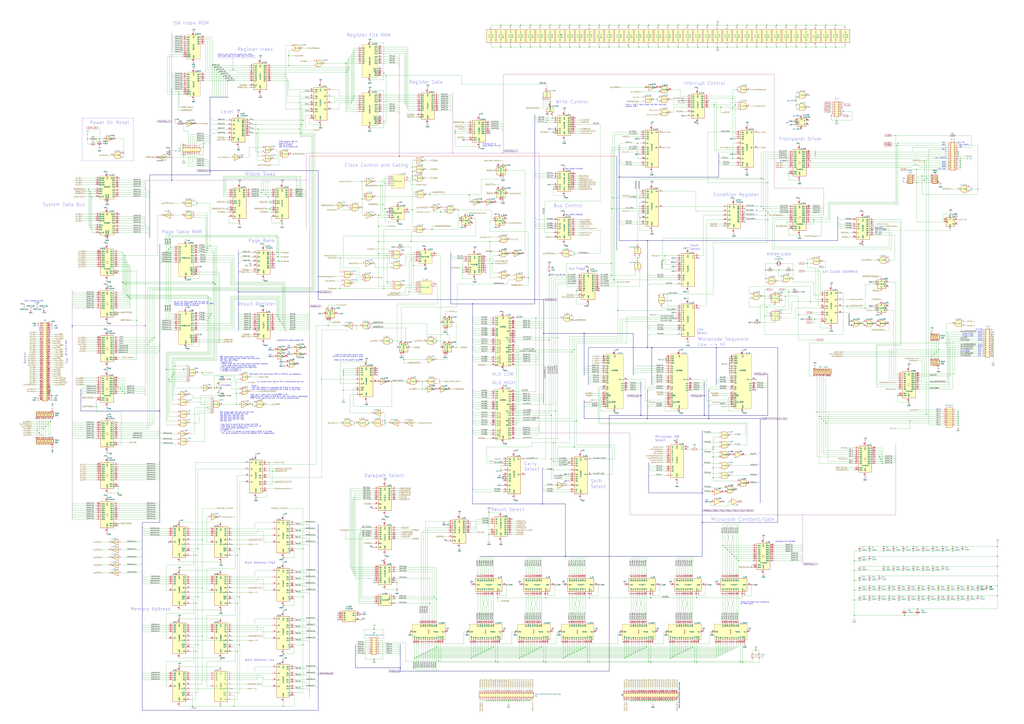
<source format=kicad_sch>
(kicad_sch (version 20211123) (generator eeschema)
  (paper "A0")
  (title_block (title "Centurion VI CPU") (date "2022-08-02") (rev "24") (company "Meisaka Yukara") (comment 1 "Visual Reverse Engineered - May contain errors and/or artifacts") (comment 2 "Additional connections are traced from continutity testing") (comment 3 "Some connections are derived from Microcode evaluation"))
  (lib_symbols
    (symbol "74LS471_1"
      (property "Reference" "U_B13.1" (at 1.27 15.24 0))
      (property "Value" "74LS471_1" (at 0 0 90))
      (symbol "74LS471_1_0_0"
        (pin input line (at -12.7 -3.81 0) (length 5.08) (name "A6") (number "1"))
        (pin tri_state line (at 12.7 6.35 180) (length 5.08) (name "Q2") (number "10"))
        (pin tri_state line (at 12.7 8.89 180) (length 5.08) (name "Q1") (number "11"))
        (pin tri_state line (at 12.7 11.43 180) (length 5.08) (name "Q0") (number "12"))
        (pin input inverted (at -12.7 -8.89 0) (length 5.08) (name "~{CE1}") (number "13"))
        (pin input inverted (at -12.7 -11.43 0) (length 5.08) (name "~{CE2}") (number "14"))
        (pin input line (at -12.7 -6.35 0) (length 5.08) (name "A7") (number "15"))
        (pin power_in line (at 0 16.51 270) (length 2.54) (name "Vcc") (number "16"))
        (pin input line (at -12.7 -1.27 0) (length 5.08) (name "A5") (number "2"))
        (pin input line (at -12.7 1.27 0) (length 5.08) (name "A4") (number "3"))
        (pin input line (at -12.7 3.81 0) (length 5.08) (name "A3") (number "4"))
        (pin input line (at -12.7 11.43 0) (length 5.08) (name "A0") (number "5"))
        (pin input line (at -12.7 8.89 0) (length 5.08) (name "A1") (number "6"))
        (pin input line (at -12.7 6.35 0) (length 5.08) (name "A2") (number "7"))
        (pin power_in line (at 0 -16.51 90) (length 2.54) (name "GND") (number "8"))
        (pin tri_state line (at 12.7 3.81 180) (length 5.08) (name "Q3") (number "9"))
      )
    )
    (symbol "74xx:74LS00" (pin_names (offset 1.016))
      (property "Reference" "U" (at 0 1.27 0))
      (property "Value" "74LS00" (at 0 -1.27 0))
      (symbol "74LS00_1_1"
        (pin input line (at -7.62 2.54 0) (length 3.81) (name "~") (number "1"))
        (pin input line (at -7.62 -2.54 0) (length 3.81) (name "~") (number "2"))
        (pin output inverted (at 7.62 0 180) (length 3.81) (name "~") (number "3"))
      )
      (symbol "74LS00_1_2"
        (pin input inverted (at -7.62 2.54 0) (length 4.318) (name "~") (number "1"))
        (pin input inverted (at -7.62 -2.54 0) (length 4.318) (name "~") (number "2"))
        (pin output line (at 7.62 0 180) (length 3.81) (name "~") (number "3"))
      )
      (symbol "74LS00_2_1"
        (pin input line (at -7.62 2.54 0) (length 3.81) (name "~") (number "4"))
        (pin input line (at -7.62 -2.54 0) (length 3.81) (name "~") (number "5"))
        (pin output inverted (at 7.62 0 180) (length 3.81) (name "~") (number "6"))
      )
      (symbol "74LS00_2_2"
        (pin input inverted (at -7.62 2.54 0) (length 4.318) (name "~") (number "4"))
        (pin input inverted (at -7.62 -2.54 0) (length 4.318) (name "~") (number "5"))
        (pin output line (at 7.62 0 180) (length 3.81) (name "~") (number "6"))
      )
      (symbol "74LS00_3_1"
        (pin input line (at -7.62 -2.54 0) (length 3.81) (name "~") (number "10"))
        (pin output inverted (at 7.62 0 180) (length 3.81) (name "~") (number "8"))
        (pin input line (at -7.62 2.54 0) (length 3.81) (name "~") (number "9"))
      )
      (symbol "74LS00_3_2"
        (pin input inverted (at -7.62 -2.54 0) (length 4.318) (name "~") (number "10"))
        (pin output line (at 7.62 0 180) (length 3.81) (name "~") (number "8"))
        (pin input inverted (at -7.62 2.54 0) (length 4.318) (name "~") (number "9"))
      )
      (symbol "74LS00_4_1"
        (pin output inverted (at 7.62 0 180) (length 3.81) (name "~") (number "11"))
        (pin input line (at -7.62 2.54 0) (length 3.81) (name "~") (number "12"))
        (pin input line (at -7.62 -2.54 0) (length 3.81) (name "~") (number "13"))
      )
      (symbol "74LS00_4_2"
        (pin output line (at 7.62 0 180) (length 3.81) (name "~") (number "11"))
        (pin input inverted (at -7.62 2.54 0) (length 4.318) (name "~") (number "12"))
        (pin input inverted (at -7.62 -2.54 0) (length 4.318) (name "~") (number "13"))
      )
      (symbol "74LS00_5_0"
        (pin power_in line (at 0 12.7 270) (length 5.08) (name "VCC") (number "14"))
        (pin power_in line (at 0 -12.7 90) (length 5.08) (name "GND") (number "7"))
      )
    )
    (symbol "74xx:74LS02" (pin_names (offset 1.016))
      (property "Reference" "U" (at 0 1.27 0))
      (property "Value" "74LS02" (at 0 -1.27 0))
      (symbol "74LS02_1_1"
        (pin output inverted (at 7.62 0 180) (length 3.81) (name "~") (number "1"))
        (pin input line (at -7.62 2.54 0) (length 4.318) (name "~") (number "2"))
        (pin input line (at -7.62 -2.54 0) (length 4.318) (name "~") (number "3"))
      )
      (symbol "74LS02_1_2"
        (pin output line (at 7.62 0 180) (length 3.81) (name "~") (number "1"))
        (pin input inverted (at -7.62 2.54 0) (length 3.81) (name "~") (number "2"))
        (pin input inverted (at -7.62 -2.54 0) (length 3.81) (name "~") (number "3"))
      )
      (symbol "74LS02_2_1"
        (pin output inverted (at 7.62 0 180) (length 3.81) (name "~") (number "4"))
        (pin input line (at -7.62 2.54 0) (length 4.318) (name "~") (number "5"))
        (pin input line (at -7.62 -2.54 0) (length 4.318) (name "~") (number "6"))
      )
      (symbol "74LS02_2_2"
        (pin output line (at 7.62 0 180) (length 3.81) (name "~") (number "4"))
        (pin input inverted (at -7.62 2.54 0) (length 3.81) (name "~") (number "5"))
        (pin input inverted (at -7.62 -2.54 0) (length 3.81) (name "~") (number "6"))
      )
      (symbol "74LS02_3_1"
        (pin output inverted (at 7.62 0 180) (length 3.81) (name "~") (number "10"))
        (pin input line (at -7.62 2.54 0) (length 4.318) (name "~") (number "8"))
        (pin input line (at -7.62 -2.54 0) (length 4.318) (name "~") (number "9"))
      )
      (symbol "74LS02_3_2"
        (pin output line (at 7.62 0 180) (length 3.81) (name "~") (number "10"))
        (pin input inverted (at -7.62 2.54 0) (length 3.81) (name "~") (number "8"))
        (pin input inverted (at -7.62 -2.54 0) (length 3.81) (name "~") (number "9"))
      )
      (symbol "74LS02_4_1"
        (pin input line (at -7.62 2.54 0) (length 4.318) (name "~") (number "11"))
        (pin input line (at -7.62 -2.54 0) (length 4.318) (name "~") (number "12"))
        (pin output inverted (at 7.62 0 180) (length 3.81) (name "~") (number "13"))
      )
      (symbol "74LS02_4_2"
        (pin input inverted (at -7.62 2.54 0) (length 3.81) (name "~") (number "11"))
        (pin input inverted (at -7.62 -2.54 0) (length 3.81) (name "~") (number "12"))
        (pin output line (at 7.62 0 180) (length 3.81) (name "~") (number "13"))
      )
      (symbol "74LS02_5_0"
        (pin power_in line (at 0 12.7 270) (length 5.08) (name "VCC") (number "14"))
        (pin power_in line (at 0 -12.7 90) (length 5.08) (name "GND") (number "7"))
      )
    )
    (symbol "74xx:74LS04"
      (property "Reference" "U" (at 0 1.27 0))
      (property "Value" "74LS04" (at 0 -1.27 0))
      (symbol "74LS04_1_0"
        (pin input line (at -7.62 0 0) (length 3.81) (name "~") (number "1"))
        (pin output inverted (at 7.62 0 180) (length 3.81) (name "~") (number "2"))
      )
      (symbol "74LS04_2_0"
        (pin input line (at -7.62 0 0) (length 3.81) (name "~") (number "3"))
        (pin output inverted (at 7.62 0 180) (length 3.81) (name "~") (number "4"))
      )
      (symbol "74LS04_3_0"
        (pin input line (at -7.62 0 0) (length 3.81) (name "~") (number "5"))
        (pin output inverted (at 7.62 0 180) (length 3.81) (name "~") (number "6"))
      )
      (symbol "74LS04_4_0"
        (pin output inverted (at 7.62 0 180) (length 3.81) (name "~") (number "8"))
        (pin input line (at -7.62 0 0) (length 3.81) (name "~") (number "9"))
      )
      (symbol "74LS04_5_0"
        (pin output inverted (at 7.62 0 180) (length 3.81) (name "~") (number "10"))
        (pin input line (at -7.62 0 0) (length 3.81) (name "~") (number "11"))
      )
      (symbol "74LS04_6_0"
        (pin output inverted (at 7.62 0 180) (length 3.81) (name "~") (number "12"))
        (pin input line (at -7.62 0 0) (length 3.81) (name "~") (number "13"))
      )
      (symbol "74LS04_7_0"
        (pin power_in line (at 0 12.7 270) (length 5.08) (name "VCC") (number "14"))
        (pin power_in line (at 0 -12.7 90) (length 5.08) (name "GND") (number "7"))
      )
    )
    (symbol "74xx:74LS10" (pin_names (offset 1.016))
      (property "Reference" "U" (at 0 1.27 0))
      (property "Value" "74LS10" (at 0 -1.27 0))
      (symbol "74LS10_1_1"
        (pin input line (at -7.62 2.54 0) (length 3.81) (name "~") (number "1"))
        (pin output inverted (at 7.62 0 180) (length 3.81) (name "~") (number "12"))
        (pin input line (at -7.62 -2.54 0) (length 3.81) (name "~") (number "13"))
        (pin input line (at -7.62 0 0) (length 3.81) (name "~") (number "2"))
      )
      (symbol "74LS10_1_2"
        (pin input inverted (at -7.62 2.54 0) (length 4.318) (name "~") (number "1"))
        (pin output line (at 7.62 0 180) (length 3.81) (name "~") (number "12"))
        (pin input inverted (at -7.62 -2.54 0) (length 4.318) (name "~") (number "13"))
        (pin input inverted (at -7.62 0 0) (length 4.953) (name "~") (number "2"))
      )
      (symbol "74LS10_2_1"
        (pin input line (at -7.62 2.54 0) (length 3.81) (name "~") (number "3"))
        (pin input line (at -7.62 0 0) (length 3.81) (name "~") (number "4"))
        (pin input line (at -7.62 -2.54 0) (length 3.81) (name "~") (number "5"))
        (pin output inverted (at 7.62 0 180) (length 3.81) (name "~") (number "6"))
      )
      (symbol "74LS10_2_2"
        (pin input inverted (at -7.62 2.54 0) (length 4.318) (name "~") (number "3"))
        (pin input inverted (at -7.62 0 0) (length 4.953) (name "~") (number "4"))
        (pin input inverted (at -7.62 -2.54 0) (length 4.318) (name "~") (number "5"))
        (pin output line (at 7.62 0 180) (length 3.81) (name "~") (number "6"))
      )
      (symbol "74LS10_3_1"
        (pin input line (at -7.62 0 0) (length 3.81) (name "~") (number "10"))
        (pin input line (at -7.62 -2.54 0) (length 3.81) (name "~") (number "11"))
        (pin output inverted (at 7.62 0 180) (length 3.81) (name "~") (number "8"))
        (pin input line (at -7.62 2.54 0) (length 3.81) (name "~") (number "9"))
      )
      (symbol "74LS10_3_2"
        (pin input inverted (at -7.62 0 0) (length 4.953) (name "~") (number "10"))
        (pin input inverted (at -7.62 -2.54 0) (length 4.318) (name "~") (number "11"))
        (pin output line (at 7.62 0 180) (length 3.81) (name "~") (number "8"))
        (pin input inverted (at -7.62 2.54 0) (length 4.318) (name "~") (number "9"))
      )
      (symbol "74LS10_4_0"
        (pin power_in line (at 0 12.7 270) (length 5.08) (name "VCC") (number "14"))
        (pin power_in line (at 0 -12.7 90) (length 5.08) (name "GND") (number "7"))
      )
    )
    (symbol "74xx:74LS109" (pin_names (offset 1.016))
      (property "Reference" "U" (at -7.62 8.89 0))
      (property "Value" "74LS109" (at -7.62 -8.89 0))
      (symbol "74LS109_1_0"
        (pin input line (at 0 -7.62 90) (length 2.54) (name "~{R}") (number "1"))
        (pin input line (at -7.62 2.54 0) (length 2.54) (name "J") (number "2"))
        (pin input line (at -7.62 -2.54 0) (length 2.54) (name "~{K}") (number "3"))
        (pin input clock (at -7.62 0 0) (length 2.54) (name "C") (number "4"))
        (pin input line (at 0 7.62 270) (length 2.54) (name "~{S}") (number "5"))
        (pin output line (at 7.62 2.54 180) (length 2.54) (name "Q") (number "6"))
        (pin output line (at 7.62 -2.54 180) (length 2.54) (name "~{Q}") (number "7"))
      )
      (symbol "74LS109_2_0"
        (pin output line (at 7.62 2.54 180) (length 2.54) (name "Q") (number "10"))
        (pin input line (at 0 7.62 270) (length 2.54) (name "~{S}") (number "11"))
        (pin input clock (at -7.62 0 0) (length 2.54) (name "C") (number "12"))
        (pin input line (at -7.62 -2.54 0) (length 2.54) (name "~{K}") (number "13"))
        (pin input line (at -7.62 2.54 0) (length 2.54) (name "J") (number "14"))
        (pin input line (at 0 -7.62 90) (length 2.54) (name "~{R}") (number "15"))
        (pin output line (at 7.62 -2.54 180) (length 2.54) (name "~{Q}") (number "9"))
      )
      (symbol "74LS109_3_0"
        (pin power_in line (at 0 10.16 270) (length 2.54) (name "VCC") (number "16"))
        (pin power_in line (at 0 -10.16 90) (length 2.54) (name "GND") (number "8"))
      )
    )
    (symbol "74xx:74LS138" (pin_names (offset 1.016))
      (property "Reference" "U" (at -7.62 11.43 0))
      (property "Value" "74LS138" (at -7.62 -13.97 0))
      (symbol "74LS138_1_0"
        (pin input line (at -12.7 7.62 0) (length 5.08) (name "A0") (number "1"))
        (pin output output_low (at 12.7 -5.08 180) (length 5.08) (name "O5") (number "10"))
        (pin output output_low (at 12.7 -2.54 180) (length 5.08) (name "O4") (number "11"))
        (pin output output_low (at 12.7 0 180) (length 5.08) (name "O3") (number "12"))
        (pin output output_low (at 12.7 2.54 180) (length 5.08) (name "O2") (number "13"))
        (pin output output_low (at 12.7 5.08 180) (length 5.08) (name "O1") (number "14"))
        (pin output output_low (at 12.7 7.62 180) (length 5.08) (name "O0") (number "15"))
        (pin power_in line (at 0 15.24 270) (length 5.08) (name "VCC") (number "16"))
        (pin input line (at -12.7 5.08 0) (length 5.08) (name "A1") (number "2"))
        (pin input line (at -12.7 2.54 0) (length 5.08) (name "A2") (number "3"))
        (pin input input_low (at -12.7 -10.16 0) (length 5.08) (name "E1") (number "4"))
        (pin input input_low (at -12.7 -7.62 0) (length 5.08) (name "E2") (number "5"))
        (pin input line (at -12.7 -5.08 0) (length 5.08) (name "E3") (number "6"))
        (pin output output_low (at 12.7 -10.16 180) (length 5.08) (name "O7") (number "7"))
        (pin power_in line (at 0 -17.78 90) (length 5.08) (name "GND") (number "8"))
        (pin output output_low (at 12.7 -7.62 180) (length 5.08) (name "O6") (number "9"))
      )
    )
    (symbol "74xx:74LS139" (pin_names (offset 1.016))
      (property "Reference" "U" (at -7.62 8.89 0))
      (property "Value" "74LS139" (at -7.62 -8.89 0))
      (symbol "74LS139_1_0"
        (pin input inverted (at -12.7 -5.08 0) (length 5.08) (name "E") (number "1"))
        (pin input line (at -12.7 0 0) (length 5.08) (name "A0") (number "2"))
        (pin input line (at -12.7 2.54 0) (length 5.08) (name "A1") (number "3"))
        (pin output inverted (at 12.7 2.54 180) (length 5.08) (name "O0") (number "4"))
        (pin output inverted (at 12.7 0 180) (length 5.08) (name "O1") (number "5"))
        (pin output inverted (at 12.7 -2.54 180) (length 5.08) (name "O2") (number "6"))
        (pin output inverted (at 12.7 -5.08 180) (length 5.08) (name "O3") (number "7"))
      )
      (symbol "74LS139_2_0"
        (pin output inverted (at 12.7 -2.54 180) (length 5.08) (name "O2") (number "10"))
        (pin output inverted (at 12.7 0 180) (length 5.08) (name "O1") (number "11"))
        (pin output inverted (at 12.7 2.54 180) (length 5.08) (name "O0") (number "12"))
        (pin input line (at -12.7 2.54 0) (length 5.08) (name "A1") (number "13"))
        (pin input line (at -12.7 0 0) (length 5.08) (name "A0") (number "14"))
        (pin input inverted (at -12.7 -5.08 0) (length 5.08) (name "E") (number "15"))
        (pin output inverted (at 12.7 -5.08 180) (length 5.08) (name "O3") (number "9"))
      )
      (symbol "74LS139_3_0"
        (pin power_in line (at 0 12.7 270) (length 5.08) (name "VCC") (number "16"))
        (pin power_in line (at 0 -12.7 90) (length 5.08) (name "GND") (number "8"))
      )
    )
    (symbol "74xx:74LS151" (pin_names (offset 1.016))
      (property "Reference" "U" (at -7.62 19.05 0))
      (property "Value" "74LS151" (at -7.62 -21.59 0))
      (symbol "74LS151_1_0"
        (pin input line (at -12.7 7.62 0) (length 5.08) (name "I3") (number "1"))
        (pin input line (at -12.7 -10.16 0) (length 5.08) (name "S1") (number "10"))
        (pin input line (at -12.7 -7.62 0) (length 5.08) (name "S0") (number "11"))
        (pin input line (at -12.7 -2.54 0) (length 5.08) (name "I7") (number "12"))
        (pin input line (at -12.7 0 0) (length 5.08) (name "I6") (number "13"))
        (pin input line (at -12.7 2.54 0) (length 5.08) (name "I5") (number "14"))
        (pin input line (at -12.7 5.08 0) (length 5.08) (name "I4") (number "15"))
        (pin power_in line (at 0 22.86 270) (length 5.08) (name "VCC") (number "16"))
        (pin input line (at -12.7 10.16 0) (length 5.08) (name "I2") (number "2"))
        (pin input line (at -12.7 12.7 0) (length 5.08) (name "I1") (number "3"))
        (pin input line (at -12.7 15.24 0) (length 5.08) (name "I0") (number "4"))
        (pin output line (at 12.7 15.24 180) (length 5.08) (name "Z") (number "5"))
        (pin output line (at 12.7 12.7 180) (length 5.08) (name "~{Z}") (number "6"))
        (pin input line (at -12.7 -17.78 0) (length 5.08) (name "~{E}") (number "7"))
        (pin power_in line (at 0 -25.4 90) (length 5.08) (name "GND") (number "8"))
        (pin input line (at -12.7 -12.7 0) (length 5.08) (name "S2") (number "9"))
      )
    )
    (symbol "74xx:74LS153" (pin_names (offset 1.016))
      (property "Reference" "U" (at -7.62 21.59 0))
      (property "Value" "74LS153" (at -7.62 -24.13 0))
      (symbol "74LS153_1_0"
        (pin input inverted (at -12.7 5.08 0) (length 5.08) (name "Ea") (number "1"))
        (pin input line (at -12.7 0 0) (length 5.08) (name "I0b") (number "10"))
        (pin input line (at -12.7 -2.54 0) (length 5.08) (name "I1b") (number "11"))
        (pin input line (at -12.7 -5.08 0) (length 5.08) (name "I2b") (number "12"))
        (pin input line (at -12.7 -7.62 0) (length 5.08) (name "I3b") (number "13"))
        (pin input line (at -12.7 -17.78 0) (length 5.08) (name "S0") (number "14"))
        (pin input inverted (at -12.7 -12.7 0) (length 5.08) (name "Eb") (number "15"))
        (pin power_in line (at 0 25.4 270) (length 5.08) (name "VCC") (number "16"))
        (pin input line (at -12.7 -20.32 0) (length 5.08) (name "S1") (number "2"))
        (pin input line (at -12.7 10.16 0) (length 5.08) (name "I3a") (number "3"))
        (pin input line (at -12.7 12.7 0) (length 5.08) (name "I2a") (number "4"))
        (pin input line (at -12.7 15.24 0) (length 5.08) (name "I1a") (number "5"))
        (pin input line (at -12.7 17.78 0) (length 5.08) (name "I0a") (number "6"))
        (pin output line (at 12.7 17.78 180) (length 5.08) (name "Za") (number "7"))
        (pin power_in line (at 0 -27.94 90) (length 5.08) (name "GND") (number "8"))
        (pin output line (at 12.7 0 180) (length 5.08) (name "Zb") (number "9"))
      )
    )
    (symbol "74xx:74LS157" (pin_names (offset 1.016))
      (property "Reference" "U" (at -7.62 19.05 0))
      (property "Value" "74LS157" (at -7.62 -21.59 0))
      (symbol "74LS157_1_0"
        (pin input line (at -12.7 -15.24 0) (length 5.08) (name "S") (number "1"))
        (pin input line (at -12.7 -2.54 0) (length 5.08) (name "I1c") (number "10"))
        (pin input line (at -12.7 0 0) (length 5.08) (name "I0c") (number "11"))
        (pin output line (at 12.7 -7.62 180) (length 5.08) (name "Zd") (number "12"))
        (pin input line (at -12.7 -10.16 0) (length 5.08) (name "I1d") (number "13"))
        (pin input line (at -12.7 -7.62 0) (length 5.08) (name "I0d") (number "14"))
        (pin input inverted (at -12.7 -17.78 0) (length 5.08) (name "E") (number "15"))
        (pin power_in line (at 0 22.86 270) (length 5.08) (name "VCC") (number "16"))
        (pin input line (at -12.7 15.24 0) (length 5.08) (name "I0a") (number "2"))
        (pin input line (at -12.7 12.7 0) (length 5.08) (name "I1a") (number "3"))
        (pin output line (at 12.7 15.24 180) (length 5.08) (name "Za") (number "4"))
        (pin input line (at -12.7 7.62 0) (length 5.08) (name "I0b") (number "5"))
        (pin input line (at -12.7 5.08 0) (length 5.08) (name "I1b") (number "6"))
        (pin output line (at 12.7 7.62 180) (length 5.08) (name "Zb") (number "7"))
        (pin power_in line (at 0 -25.4 90) (length 5.08) (name "GND") (number "8"))
        (pin output line (at 12.7 0 180) (length 5.08) (name "Zc") (number "9"))
      )
    )
    (symbol "74xx:74LS168" (pin_names (offset 1.016))
      (property "Reference" "U" (at -7.62 19.05 0))
      (property "Value" "74LS168" (at -7.62 -19.05 0))
      (symbol "74LS168_1_0"
        (pin input line (at -12.7 -2.54 0) (length 5.08) (name "U/~{D}") (number "1"))
        (pin input line (at -12.7 -10.16 0) (length 5.08) (name "~{CET}") (number "10"))
        (pin output line (at 12.7 7.62 180) (length 5.08) (name "Q3") (number "11"))
        (pin output line (at 12.7 10.16 180) (length 5.08) (name "Q2") (number "12"))
        (pin output line (at 12.7 12.7 180) (length 5.08) (name "Q1") (number "13"))
        (pin output line (at 12.7 15.24 180) (length 5.08) (name "Q0") (number "14"))
        (pin output line (at 12.7 0 180) (length 5.08) (name "~{TC}") (number "15"))
        (pin power_in line (at 0 22.86 270) (length 5.08) (name "VCC") (number "16"))
        (pin input clock (at -12.7 -15.24 0) (length 5.08) (name "CP") (number "2"))
        (pin input line (at -12.7 15.24 0) (length 5.08) (name "P0") (number "3"))
        (pin input line (at -12.7 12.7 0) (length 5.08) (name "P1") (number "4"))
        (pin input line (at -12.7 10.16 0) (length 5.08) (name "P2") (number "5"))
        (pin input line (at -12.7 7.62 0) (length 5.08) (name "P3") (number "6"))
        (pin input line (at -12.7 -7.62 0) (length 5.08) (name "~{CEP}") (number "7"))
        (pin power_in line (at 0 -22.86 90) (length 5.08) (name "GND") (number "8"))
        (pin input line (at -12.7 2.54 0) (length 5.08) (name "~{PE}") (number "9"))
      )
    )
    (symbol "74xx:74LS173" (pin_names (offset 1.016))
      (property "Reference" "U" (at -7.62 19.05 0))
      (property "Value" "74LS173" (at -7.62 -19.05 0))
      (symbol "74LS173_1_0"
        (pin input inverted (at -12.7 2.54 0) (length 5.08) (name "Oe1") (number "1"))
        (pin input inverted (at -12.7 -7.62 0) (length 5.08) (name "E2") (number "10"))
        (pin input line (at -12.7 7.62 0) (length 5.08) (name "D3") (number "11"))
        (pin input line (at -12.7 10.16 0) (length 5.08) (name "D2") (number "12"))
        (pin input line (at -12.7 12.7 0) (length 5.08) (name "D1") (number "13"))
        (pin input line (at -12.7 15.24 0) (length 5.08) (name "D0") (number "14"))
        (pin input line (at -12.7 -15.24 0) (length 5.08) (name "Mr") (number "15"))
        (pin power_in line (at 0 22.86 270) (length 5.08) (name "VCC") (number "16"))
        (pin input inverted (at -12.7 0 0) (length 5.08) (name "Oe2") (number "2"))
        (pin tri_state line (at 12.7 15.24 180) (length 5.08) (name "Q0") (number "3"))
        (pin tri_state line (at 12.7 12.7 180) (length 5.08) (name "Q1") (number "4"))
        (pin tri_state line (at 12.7 10.16 180) (length 5.08) (name "Q2") (number "5"))
        (pin tri_state line (at 12.7 7.62 180) (length 5.08) (name "Q3") (number "6"))
        (pin input clock (at -12.7 -10.16 0) (length 5.08) (name "Cp") (number "7"))
        (pin power_in line (at 0 -22.86 90) (length 5.08) (name "GND") (number "8"))
        (pin input inverted (at -12.7 -5.08 0) (length 5.08) (name "E1") (number "9"))
      )
    )
    (symbol "74xx:74LS174" (pin_names (offset 1.016))
      (property "Reference" "U" (at -7.62 13.97 0))
      (property "Value" "74LS174" (at -7.62 -16.51 0))
      (symbol "74LS174_1_0"
        (pin input line (at -12.7 -12.7 0) (length 5.08) (name "~{Mr}") (number "1"))
        (pin output line (at 12.7 2.54 180) (length 5.08) (name "Q3") (number "10"))
        (pin input line (at -12.7 2.54 0) (length 5.08) (name "D3") (number "11"))
        (pin output line (at 12.7 0 180) (length 5.08) (name "Q4") (number "12"))
        (pin input line (at -12.7 0 0) (length 5.08) (name "D4") (number "13"))
        (pin input line (at -12.7 -2.54 0) (length 5.08) (name "D5") (number "14"))
        (pin output line (at 12.7 -2.54 180) (length 5.08) (name "Q5") (number "15"))
        (pin power_in line (at 0 17.78 270) (length 5.08) (name "VCC") (number "16"))
        (pin output line (at 12.7 10.16 180) (length 5.08) (name "Q0") (number "2"))
        (pin input line (at -12.7 10.16 0) (length 5.08) (name "D0") (number "3"))
        (pin input line (at -12.7 7.62 0) (length 5.08) (name "D1") (number "4"))
        (pin output line (at 12.7 7.62 180) (length 5.08) (name "Q1") (number "5"))
        (pin input line (at -12.7 5.08 0) (length 5.08) (name "D2") (number "6"))
        (pin output line (at 12.7 5.08 180) (length 5.08) (name "Q2") (number "7"))
        (pin power_in line (at 0 -20.32 90) (length 5.08) (name "GND") (number "8"))
        (pin input clock (at -12.7 -7.62 0) (length 5.08) (name "Cp") (number "9"))
      )
    )
    (symbol "74xx:74LS20" (pin_names (offset 1.016))
      (property "Reference" "U" (at 0 1.27 0))
      (property "Value" "74LS20" (at 0 -1.27 0))
      (symbol "74LS20_1_1"
        (pin input line (at -7.62 3.81 0) (length 3.81) (name "~") (number "1"))
        (pin input line (at -7.62 1.27 0) (length 3.81) (name "~") (number "2"))
        (pin input line (at -7.62 -1.27 0) (length 3.81) (name "~") (number "4"))
        (pin input line (at -7.62 -3.81 0) (length 3.81) (name "~") (number "5"))
        (pin output inverted (at 7.62 0 180) (length 3.81) (name "~") (number "6"))
      )
      (symbol "74LS20_1_2"
        (pin input inverted (at -7.62 3.81 0) (length 3.81) (name "~") (number "1"))
        (pin input inverted (at -7.62 1.27 0) (length 4.826) (name "~") (number "2"))
        (pin input inverted (at -7.62 -1.27 0) (length 4.826) (name "~") (number "4"))
        (pin input inverted (at -7.62 -3.81 0) (length 3.81) (name "~") (number "5"))
        (pin output line (at 7.62 0 180) (length 3.81) (name "~") (number "6"))
      )
      (symbol "74LS20_2_1"
        (pin input line (at -7.62 1.27 0) (length 3.81) (name "~") (number "10"))
        (pin input line (at -7.62 -1.27 0) (length 3.81) (name "~") (number "12"))
        (pin input line (at -7.62 -3.81 0) (length 3.81) (name "~") (number "13"))
        (pin output inverted (at 7.62 0 180) (length 3.81) (name "~") (number "8"))
        (pin input line (at -7.62 3.81 0) (length 3.81) (name "~") (number "9"))
      )
      (symbol "74LS20_2_2"
        (pin input inverted (at -7.62 1.27 0) (length 4.826) (name "~") (number "10"))
        (pin input inverted (at -7.62 -1.27 0) (length 4.826) (name "~") (number "12"))
        (pin input inverted (at -7.62 -3.81 0) (length 3.81) (name "~") (number "13"))
        (pin output line (at 7.62 0 180) (length 3.81) (name "~") (number "8"))
        (pin input inverted (at -7.62 3.81 0) (length 3.81) (name "~") (number "9"))
      )
      (symbol "74LS20_3_0"
        (pin power_in line (at 0 12.7 270) (length 5.08) (name "VCC") (number "14"))
        (pin power_in line (at 0 -12.7 90) (length 5.08) (name "GND") (number "7"))
      )
    )
    (symbol "74xx:74LS240" (pin_names (offset 1.016))
      (property "Reference" "U" (at -7.62 16.51 0))
      (property "Value" "74LS240" (at -7.62 -16.51 0))
      (symbol "74LS240_1_0"
        (pin input inverted (at -12.7 -10.16 0) (length 5.08) (name "OEa") (number "1"))
        (pin power_in line (at 0 -20.32 90) (length 5.08) (name "GND") (number "10"))
        (pin input line (at -12.7 2.54 0) (length 5.08) (name "I0b") (number "11"))
        (pin tri_state inverted (at 12.7 5.08 180) (length 5.08) (name "O3a") (number "12"))
        (pin input line (at -12.7 0 0) (length 5.08) (name "I1b") (number "13"))
        (pin tri_state inverted (at 12.7 7.62 180) (length 5.08) (name "O2a") (number "14"))
        (pin input line (at -12.7 -2.54 0) (length 5.08) (name "I2b") (number "15"))
        (pin tri_state inverted (at 12.7 10.16 180) (length 5.08) (name "O1a") (number "16"))
        (pin input line (at -12.7 -5.08 0) (length 5.08) (name "I3b") (number "17"))
        (pin tri_state inverted (at 12.7 12.7 180) (length 5.08) (name "O0a") (number "18"))
        (pin input inverted (at -12.7 -12.7 0) (length 5.08) (name "OEb") (number "19"))
        (pin input line (at -12.7 12.7 0) (length 5.08) (name "I0a") (number "2"))
        (pin power_in line (at 0 20.32 270) (length 5.08) (name "VCC") (number "20"))
        (pin tri_state inverted (at 12.7 -5.08 180) (length 5.08) (name "O3b") (number "3"))
        (pin input line (at -12.7 10.16 0) (length 5.08) (name "I1a") (number "4"))
        (pin tri_state inverted (at 12.7 -2.54 180) (length 5.08) (name "O2b") (number "5"))
        (pin input line (at -12.7 7.62 0) (length 5.08) (name "I2a") (number "6"))
        (pin tri_state inverted (at 12.7 0 180) (length 5.08) (name "O1b") (number "7"))
        (pin input line (at -12.7 5.08 0) (length 5.08) (name "I3a") (number "8"))
        (pin tri_state inverted (at 12.7 2.54 180) (length 5.08) (name "O0b") (number "9"))
      )
    )
    (symbol "74xx:74LS244" (pin_names (offset 1.016))
      (property "Reference" "U" (at -7.62 16.51 0))
      (property "Value" "74LS244" (at -7.62 -16.51 0))
      (symbol "74LS244_1_0"
        (pin input inverted (at -12.7 -10.16 0) (length 5.08) (name "OEa") (number "1"))
        (pin power_in line (at 0 -20.32 90) (length 5.08) (name "GND") (number "10"))
        (pin input line (at -12.7 2.54 0) (length 5.08) (name "I0b") (number "11"))
        (pin tri_state line (at 12.7 5.08 180) (length 5.08) (name "O3a") (number "12"))
        (pin input line (at -12.7 0 0) (length 5.08) (name "I1b") (number "13"))
        (pin tri_state line (at 12.7 7.62 180) (length 5.08) (name "O2a") (number "14"))
        (pin input line (at -12.7 -2.54 0) (length 5.08) (name "I2b") (number "15"))
        (pin tri_state line (at 12.7 10.16 180) (length 5.08) (name "O1a") (number "16"))
        (pin input line (at -12.7 -5.08 0) (length 5.08) (name "I3b") (number "17"))
        (pin tri_state line (at 12.7 12.7 180) (length 5.08) (name "O0a") (number "18"))
        (pin input inverted (at -12.7 -12.7 0) (length 5.08) (name "OEb") (number "19"))
        (pin input line (at -12.7 12.7 0) (length 5.08) (name "I0a") (number "2"))
        (pin power_in line (at 0 20.32 270) (length 5.08) (name "VCC") (number "20"))
        (pin tri_state line (at 12.7 -5.08 180) (length 5.08) (name "O3b") (number "3"))
        (pin input line (at -12.7 10.16 0) (length 5.08) (name "I1a") (number "4"))
        (pin tri_state line (at 12.7 -2.54 180) (length 5.08) (name "O2b") (number "5"))
        (pin input line (at -12.7 7.62 0) (length 5.08) (name "I2a") (number "6"))
        (pin tri_state line (at 12.7 0 180) (length 5.08) (name "O1b") (number "7"))
        (pin input line (at -12.7 5.08 0) (length 5.08) (name "I3a") (number "8"))
        (pin tri_state line (at 12.7 2.54 180) (length 5.08) (name "O0b") (number "9"))
      )
    )
    (symbol "74xx:74LS253" (pin_names (offset 1.016))
      (property "Reference" "U" (at -7.62 21.59 0))
      (property "Value" "74LS253" (at -7.62 -24.13 0))
      (symbol "74LS253_1_0"
        (pin input inverted (at -12.7 5.08 0) (length 5.08) (name "OEa") (number "1"))
        (pin input line (at -12.7 0 0) (length 5.08) (name "I0b") (number "10"))
        (pin input line (at -12.7 -2.54 0) (length 5.08) (name "I1b") (number "11"))
        (pin input line (at -12.7 -5.08 0) (length 5.08) (name "I2b") (number "12"))
        (pin input line (at -12.7 -7.62 0) (length 5.08) (name "I3b") (number "13"))
        (pin input line (at -12.7 -17.78 0) (length 5.08) (name "A0") (number "14"))
        (pin input inverted (at -12.7 -12.7 0) (length 5.08) (name "OEb") (number "15"))
        (pin power_in line (at 0 25.4 270) (length 5.08) (name "VCC") (number "16"))
        (pin input line (at -12.7 -20.32 0) (length 5.08) (name "A1") (number "2"))
        (pin input line (at -12.7 10.16 0) (length 5.08) (name "I3a") (number "3"))
        (pin input line (at -12.7 12.7 0) (length 5.08) (name "I2a") (number "4"))
        (pin input line (at -12.7 15.24 0) (length 5.08) (name "I1a") (number "5"))
        (pin input line (at -12.7 17.78 0) (length 5.08) (name "I0a") (number "6"))
        (pin tri_state line (at 12.7 17.78 180) (length 5.08) (name "Za") (number "7"))
        (pin power_in line (at 0 -27.94 90) (length 5.08) (name "GND") (number "8"))
        (pin tri_state line (at 12.7 0 180) (length 5.08) (name "Zb") (number "9"))
      )
    )
    (symbol "74xx:74LS259" (pin_names (offset 1.016))
      (property "Reference" "U" (at -7.62 13.97 0))
      (property "Value" "74LS259" (at -7.62 -13.97 0))
      (symbol "74LS259_1_0"
        (pin input line (at -12.7 5.08 0) (length 5.08) (name "A0") (number "1"))
        (pin output line (at 12.7 -2.54 180) (length 5.08) (name "Q5") (number "10"))
        (pin output line (at 12.7 -5.08 180) (length 5.08) (name "Q6") (number "11"))
        (pin output line (at 12.7 -7.62 180) (length 5.08) (name "Q7") (number "12"))
        (pin input line (at -12.7 10.16 0) (length 5.08) (name "D") (number "13"))
        (pin input inverted (at -12.7 -5.08 0) (length 5.08) (name "E") (number "14"))
        (pin input inverted (at -12.7 -10.16 0) (length 5.08) (name "Clr") (number "15"))
        (pin power_in line (at 0 17.78 270) (length 5.08) (name "VCC") (number "16"))
        (pin input line (at -12.7 2.54 0) (length 5.08) (name "A1") (number "2"))
        (pin input line (at -12.7 0 0) (length 5.08) (name "A2") (number "3"))
        (pin output line (at 12.7 10.16 180) (length 5.08) (name "Q0") (number "4"))
        (pin output line (at 12.7 7.62 180) (length 5.08) (name "Q1") (number "5"))
        (pin output line (at 12.7 5.08 180) (length 5.08) (name "Q2") (number "6"))
        (pin output line (at 12.7 2.54 180) (length 5.08) (name "Q3") (number "7"))
        (pin power_in line (at 0 -17.78 90) (length 5.08) (name "GND") (number "8"))
        (pin output line (at 12.7 0 180) (length 5.08) (name "Q4") (number "9"))
      )
    )
    (symbol "74xx:74LS30" (pin_names (offset 1.016))
      (property "Reference" "U" (at 0 1.27 0))
      (property "Value" "74LS30" (at 0 -1.27 0))
      (symbol "74LS30_1_1"
        (pin input line (at -7.62 7.62 0) (length 3.81) (name "~") (number "1"))
        (pin input line (at -7.62 -7.62 0) (length 3.81) (name "~") (number "11"))
        (pin input line (at -7.62 -10.16 0) (length 3.81) (name "~") (number "12"))
        (pin input line (at -7.62 5.08 0) (length 3.81) (name "~") (number "2"))
        (pin input line (at -7.62 2.54 0) (length 3.81) (name "~") (number "3"))
        (pin input line (at -7.62 0 0) (length 3.81) (name "~") (number "4"))
        (pin input line (at -7.62 -2.54 0) (length 3.81) (name "~") (number "5"))
        (pin input line (at -7.62 -5.08 0) (length 3.81) (name "~") (number "6"))
        (pin output inverted (at 7.62 0 180) (length 3.81) (name "~") (number "8"))
      )
      (symbol "74LS30_1_2"
        (pin input inverted (at -7.62 7.62 0) (length 3.81) (name "~") (number "1"))
        (pin input inverted (at -7.62 -7.62 0) (length 3.81) (name "~") (number "11"))
        (pin input inverted (at -7.62 -10.16 0) (length 3.81) (name "~") (number "12"))
        (pin input inverted (at -7.62 5.08 0) (length 3.81) (name "~") (number "2"))
        (pin input inverted (at -7.62 2.54 0) (length 4.5466) (name "~") (number "3"))
        (pin input inverted (at -7.62 0 0) (length 5.08) (name "~") (number "4"))
        (pin input inverted (at -7.62 -2.54 0) (length 4.5466) (name "~") (number "5"))
        (pin input inverted (at -7.62 -5.08 0) (length 3.81) (name "~") (number "6"))
        (pin output line (at 7.62 0 180) (length 3.81) (name "~") (number "8"))
      )
      (symbol "74LS30_2_0"
        (pin power_in line (at 0 12.7 270) (length 5.08) (name "VCC") (number "14"))
        (pin power_in line (at 0 -12.7 90) (length 5.08) (name "GND") (number "7"))
      )
    )
    (symbol "74xx:74LS368" (pin_names (offset 1.016))
      (property "Reference" "U" (at -7.62 13.97 0))
      (property "Value" "74LS368" (at -7.62 -13.97 0))
      (symbol "74LS368_1_0"
        (pin input inverted (at -12.7 -7.62 0) (length 5.08) (name "OEa") (number "1"))
        (pin input line (at -12.7 2.54 0) (length 5.08) (name "I4") (number "10"))
        (pin tri_state inverted (at 12.7 0 180) (length 5.08) (name "O5b") (number "11"))
        (pin input line (at -12.7 0 0) (length 5.08) (name "I5") (number "12"))
        (pin tri_state inverted (at 12.7 -2.54 180) (length 5.08) (name "O6b") (number "13"))
        (pin input line (at -12.7 -2.54 0) (length 5.08) (name "I6") (number "14"))
        (pin input inverted (at -12.7 -10.16 0) (length 5.08) (name "OEb") (number "15"))
        (pin power_in line (at 0 17.78 270) (length 5.08) (name "VCC") (number "16"))
        (pin input line (at -12.7 10.16 0) (length 5.08) (name "I1") (number "2"))
        (pin tri_state inverted (at 12.7 10.16 180) (length 5.08) (name "O1a") (number "3"))
        (pin input line (at -12.7 7.62 0) (length 5.08) (name "I2") (number "4"))
        (pin tri_state inverted (at 12.7 7.62 180) (length 5.08) (name "O2a") (number "5"))
        (pin input line (at -12.7 5.08 0) (length 5.08) (name "I3") (number "6"))
        (pin tri_state inverted (at 12.7 5.08 180) (length 5.08) (name "O3a") (number "7"))
        (pin power_in line (at 0 -17.78 90) (length 5.08) (name "GND") (number "8"))
        (pin tri_state inverted (at 12.7 2.54 180) (length 5.08) (name "O4a") (number "9"))
      )
    )
    (symbol "74xx:74LS37" (pin_names (offset 1.016))
      (property "Reference" "U" (at 0 1.27 0))
      (property "Value" "74LS37" (at 0 -1.27 0))
      (symbol "74LS37_1_1"
        (pin input line (at -7.62 2.54 0) (length 3.81) (name "~") (number "1"))
        (pin input line (at -7.62 -2.54 0) (length 3.81) (name "~") (number "2"))
        (pin output inverted (at 7.62 0 180) (length 3.81) (name "~") (number "3"))
      )
      (symbol "74LS37_1_2"
        (pin input inverted (at -7.62 2.54 0) (length 4.318) (name "~") (number "1"))
        (pin input inverted (at -7.62 -2.54 0) (length 4.318) (name "~") (number "2"))
        (pin output line (at 7.62 0 180) (length 3.81) (name "~") (number "3"))
      )
      (symbol "74LS37_2_1"
        (pin input line (at -7.62 2.54 0) (length 3.81) (name "~") (number "4"))
        (pin input line (at -7.62 -2.54 0) (length 3.81) (name "~") (number "5"))
        (pin output inverted (at 7.62 0 180) (length 3.81) (name "~") (number "6"))
      )
      (symbol "74LS37_2_2"
        (pin input inverted (at -7.62 2.54 0) (length 4.318) (name "~") (number "4"))
        (pin input inverted (at -7.62 -2.54 0) (length 4.318) (name "~") (number "5"))
        (pin output line (at 7.62 0 180) (length 3.81) (name "~") (number "6"))
      )
      (symbol "74LS37_3_1"
        (pin input line (at -7.62 -2.54 0) (length 3.81) (name "~") (number "10"))
        (pin output inverted (at 7.62 0 180) (length 3.81) (name "~") (number "8"))
        (pin input line (at -7.62 2.54 0) (length 3.81) (name "~") (number "9"))
      )
      (symbol "74LS37_3_2"
        (pin input inverted (at -7.62 -2.54 0) (length 4.318) (name "~") (number "10"))
        (pin output line (at 7.62 0 180) (length 3.81) (name "~") (number "8"))
        (pin input inverted (at -7.62 2.54 0) (length 4.318) (name "~") (number "9"))
      )
      (symbol "74LS37_4_1"
        (pin output inverted (at 7.62 0 180) (length 3.81) (name "~") (number "11"))
        (pin input line (at -7.62 2.54 0) (length 3.81) (name "~") (number "12"))
        (pin input line (at -7.62 -2.54 0) (length 3.81) (name "~") (number "13"))
      )
      (symbol "74LS37_4_2"
        (pin output line (at 7.62 0 180) (length 3.81) (name "~") (number "11"))
        (pin input inverted (at -7.62 2.54 0) (length 4.318) (name "~") (number "12"))
        (pin input inverted (at -7.62 -2.54 0) (length 4.318) (name "~") (number "13"))
      )
      (symbol "74LS37_5_0"
        (pin power_in line (at 0 12.7 270) (length 5.08) (name "VCC") (number "14"))
        (pin power_in line (at 0 -12.7 90) (length 5.08) (name "GND") (number "7"))
      )
    )
    (symbol "74xx:74LS374"
      (property "Reference" "U" (at -7.62 16.51 0))
      (property "Value" "74LS374" (at -7.62 -16.51 0))
      (symbol "74LS374_1_0"
        (pin input inverted (at -12.7 -12.7 0) (length 5.08) (name "OE") (number "1"))
        (pin power_in line (at 0 -20.32 90) (length 5.08) (name "GND") (number "10"))
        (pin input clock (at -12.7 -10.16 0) (length 5.08) (name "Cp") (number "11"))
        (pin tri_state line (at 12.7 2.54 180) (length 5.08) (name "O4") (number "12"))
        (pin input line (at -12.7 2.54 0) (length 5.08) (name "D4") (number "13"))
        (pin input line (at -12.7 0 0) (length 5.08) (name "D5") (number "14"))
        (pin tri_state line (at 12.7 0 180) (length 5.08) (name "O5") (number "15"))
        (pin tri_state line (at 12.7 -2.54 180) (length 5.08) (name "O6") (number "16"))
        (pin input line (at -12.7 -2.54 0) (length 5.08) (name "D6") (number "17"))
        (pin input line (at -12.7 -5.08 0) (length 5.08) (name "D7") (number "18"))
        (pin tri_state line (at 12.7 -5.08 180) (length 5.08) (name "O7") (number "19"))
        (pin tri_state line (at 12.7 12.7 180) (length 5.08) (name "O0") (number "2"))
        (pin power_in line (at 0 20.32 270) (length 5.08) (name "VCC") (number "20"))
        (pin input line (at -12.7 12.7 0) (length 5.08) (name "D0") (number "3"))
        (pin input line (at -12.7 10.16 0) (length 5.08) (name "D1") (number "4"))
        (pin tri_state line (at 12.7 10.16 180) (length 5.08) (name "O1") (number "5"))
        (pin tri_state line (at 12.7 7.62 180) (length 5.08) (name "O2") (number "6"))
        (pin input line (at -12.7 7.62 0) (length 5.08) (name "D2") (number "7"))
        (pin input line (at -12.7 5.08 0) (length 5.08) (name "D3") (number "8"))
        (pin tri_state line (at 12.7 5.08 180) (length 5.08) (name "O3") (number "9"))
      )
    )
    (symbol "74xx:74LS377" (pin_names (offset 1.016))
      (property "Reference" "U" (at -7.62 16.51 0))
      (property "Value" "74LS377" (at -7.62 -16.51 0))
      (symbol "74LS377_1_0"
        (pin input line (at -12.7 -12.7 0) (length 5.08) (name "~{E}") (number "1"))
        (pin power_in line (at 0 -20.32 90) (length 5.08) (name "GND") (number "10"))
        (pin input clock (at -12.7 -10.16 0) (length 5.08) (name "CP") (number "11"))
        (pin output line (at 12.7 2.54 180) (length 5.08) (name "Q4") (number "12"))
        (pin input line (at -12.7 2.54 0) (length 5.08) (name "D4") (number "13"))
        (pin input line (at -12.7 0 0) (length 5.08) (name "D5") (number "14"))
        (pin output line (at 12.7 0 180) (length 5.08) (name "Q5") (number "15"))
        (pin output line (at 12.7 -2.54 180) (length 5.08) (name "Q6") (number "16"))
        (pin input line (at -12.7 -2.54 0) (length 5.08) (name "D6") (number "17"))
        (pin input line (at -12.7 -5.08 0) (length 5.08) (name "D7") (number "18"))
        (pin output line (at 12.7 -5.08 180) (length 5.08) (name "Q7") (number "19"))
        (pin output line (at 12.7 12.7 180) (length 5.08) (name "Q0") (number "2"))
        (pin power_in line (at 0 20.32 270) (length 5.08) (name "VCC") (number "20"))
        (pin input line (at -12.7 12.7 0) (length 5.08) (name "D0") (number "3"))
        (pin input line (at -12.7 10.16 0) (length 5.08) (name "D1") (number "4"))
        (pin output line (at 12.7 10.16 180) (length 5.08) (name "Q1") (number "5"))
        (pin output line (at 12.7 7.62 180) (length 5.08) (name "Q2") (number "6"))
        (pin input line (at -12.7 7.62 0) (length 5.08) (name "D2") (number "7"))
        (pin input line (at -12.7 5.08 0) (length 5.08) (name "D3") (number "8"))
        (pin output line (at 12.7 5.08 180) (length 5.08) (name "Q3") (number "9"))
      )
    )
    (symbol "74xx:74LS379" (pin_names (offset 1.016))
      (property "Reference" "U" (at -7.62 13.97 0))
      (property "Value" "74LS379" (at -7.62 -16.51 0))
      (symbol "74LS379_1_0"
        (pin input line (at -12.7 -12.7 0) (length 5.08) (name "~{E}") (number "1"))
        (pin output line (at 12.7 0 180) (length 5.08) (name "Q2") (number "10"))
        (pin output line (at 12.7 -2.54 180) (length 5.08) (name "~{Q2}") (number "11"))
        (pin input line (at -12.7 0 0) (length 5.08) (name "D2") (number "12"))
        (pin input line (at -12.7 -5.08 0) (length 5.08) (name "D3") (number "13"))
        (pin output line (at 12.7 -7.62 180) (length 5.08) (name "~{Q3}") (number "14"))
        (pin output line (at 12.7 -5.08 180) (length 5.08) (name "Q3") (number "15"))
        (pin power_in line (at 0 17.78 270) (length 5.08) (name "VCC") (number "16"))
        (pin output line (at 12.7 10.16 180) (length 5.08) (name "Q0") (number "2"))
        (pin output line (at 12.7 7.62 180) (length 5.08) (name "~{Q0}") (number "3"))
        (pin input line (at -12.7 10.16 0) (length 5.08) (name "D0") (number "4"))
        (pin input line (at -12.7 5.08 0) (length 5.08) (name "D1") (number "5"))
        (pin output line (at 12.7 2.54 180) (length 5.08) (name "~{Q1}") (number "6"))
        (pin output line (at 12.7 5.08 180) (length 5.08) (name "Q1") (number "7"))
        (pin power_in line (at 0 -20.32 90) (length 5.08) (name "GND") (number "8"))
        (pin input clock (at -12.7 -10.16 0) (length 5.08) (name "CP") (number "9"))
      )
    )
    (symbol "74xx:74LS38" (pin_names (offset 1.016))
      (property "Reference" "U" (at 0 1.27 0))
      (property "Value" "74LS38" (at 0 -1.27 0))
      (symbol "74LS38_1_1"
        (pin input line (at -7.62 2.54 0) (length 3.81) (name "~") (number "1"))
        (pin input line (at -7.62 -2.54 0) (length 3.81) (name "~") (number "2"))
        (pin open_collector inverted (at 7.62 0 180) (length 3.81) (name "~") (number "3"))
      )
      (symbol "74LS38_1_2"
        (pin input inverted (at -7.62 2.54 0) (length 4.318) (name "~") (number "1"))
        (pin input inverted (at -7.62 -2.54 0) (length 4.318) (name "~") (number "2"))
        (pin open_collector line (at 7.62 0 180) (length 3.81) (name "~") (number "3"))
      )
      (symbol "74LS38_2_1"
        (pin input line (at -7.62 2.54 0) (length 3.81) (name "~") (number "4"))
        (pin input line (at -7.62 -2.54 0) (length 3.81) (name "~") (number "5"))
        (pin open_collector inverted (at 7.62 0 180) (length 3.81) (name "~") (number "6"))
      )
      (symbol "74LS38_2_2"
        (pin input inverted (at -7.62 2.54 0) (length 4.318) (name "~") (number "4"))
        (pin input inverted (at -7.62 -2.54 0) (length 4.318) (name "~") (number "5"))
        (pin open_collector line (at 7.62 0 180) (length 3.81) (name "~") (number "6"))
      )
      (symbol "74LS38_3_1"
        (pin input line (at -7.62 -2.54 0) (length 3.81) (name "~") (number "10"))
        (pin open_collector inverted (at 7.62 0 180) (length 3.81) (name "~") (number "8"))
        (pin input line (at -7.62 2.54 0) (length 3.81) (name "~") (number "9"))
      )
      (symbol "74LS38_3_2"
        (pin input inverted (at -7.62 -2.54 0) (length 4.318) (name "~") (number "10"))
        (pin open_collector line (at 7.62 0 180) (length 3.81) (name "~") (number "8"))
        (pin input inverted (at -7.62 2.54 0) (length 4.318) (name "~") (number "9"))
      )
      (symbol "74LS38_4_1"
        (pin open_collector inverted (at 7.62 0 180) (length 3.81) (name "~") (number "11"))
        (pin input line (at -7.62 2.54 0) (length 3.81) (name "~") (number "12"))
        (pin input line (at -7.62 -2.54 0) (length 3.81) (name "~") (number "13"))
      )
      (symbol "74LS38_4_2"
        (pin open_collector line (at 7.62 0 180) (length 3.81) (name "~") (number "11"))
        (pin input inverted (at -7.62 2.54 0) (length 4.318) (name "~") (number "12"))
        (pin input inverted (at -7.62 -2.54 0) (length 4.318) (name "~") (number "13"))
      )
      (symbol "74LS38_5_0"
        (pin power_in line (at 0 12.7 270) (length 5.08) (name "VCC") (number "14"))
        (pin power_in line (at 0 -12.7 90) (length 5.08) (name "GND") (number "7"))
      )
    )
    (symbol "74xx:74LS74" (pin_names (offset 1.016))
      (property "Reference" "U" (at -7.62 8.89 0))
      (property "Value" "74LS74" (at -7.62 -8.89 0))
      (symbol "74LS74_1_0"
        (pin input line (at 0 -7.62 90) (length 2.54) (name "~{R}") (number "1"))
        (pin input line (at -7.62 2.54 0) (length 2.54) (name "D") (number "2"))
        (pin input clock (at -7.62 0 0) (length 2.54) (name "C") (number "3"))
        (pin input line (at 0 7.62 270) (length 2.54) (name "~{S}") (number "4"))
        (pin output line (at 7.62 2.54 180) (length 2.54) (name "Q") (number "5"))
        (pin output line (at 7.62 -2.54 180) (length 2.54) (name "~{Q}") (number "6"))
      )
      (symbol "74LS74_2_0"
        (pin input line (at 0 7.62 270) (length 2.54) (name "~{S}") (number "10"))
        (pin input clock (at -7.62 0 0) (length 2.54) (name "C") (number "11"))
        (pin input line (at -7.62 2.54 0) (length 2.54) (name "D") (number "12"))
        (pin input line (at 0 -7.62 90) (length 2.54) (name "~{R}") (number "13"))
        (pin output line (at 7.62 -2.54 180) (length 2.54) (name "~{Q}") (number "8"))
        (pin output line (at 7.62 2.54 180) (length 2.54) (name "Q") (number "9"))
      )
      (symbol "74LS74_3_0"
        (pin power_in line (at 0 10.16 270) (length 2.54) (name "VCC") (number "14"))
        (pin power_in line (at 0 -10.16 90) (length 2.54) (name "GND") (number "7"))
      )
    )
    (symbol "74xx:SN74120"
      (property "Reference" "U" (at 0 2.54 0))
      (property "Value" "SN74120" (at 0 0 0))
      (symbol "SN74120_1_1"
        (pin input line (at -12.7 -2.54 0) (length 5.08) (name "M") (number "1"))
        (pin power_in line (at 0 10.16 270) (length 2.54) (name "Vcc") (number "16"))
        (pin input input_low (at -12.7 2.54 0) (length 5.08) (name "~{S1}") (number "2"))
        (pin input input_low (at -12.7 0 0) (length 5.08) (name "~{S2}") (number "3"))
        (pin input input_low (at -12.7 5.08 0) (length 5.08) (name "~{R}") (number "4"))
        (pin input clock (at -12.7 -5.08 0) (length 5.08) (name "CP") (number "5"))
        (pin output line (at 12.7 3.81 180) (length 5.08) (name "Y") (number "6"))
        (pin output inverted (at 12.7 1.27 180) (length 5.08) (name "~{Y}") (number "7"))
        (pin power_in line (at 0 -10.16 90) (length 2.54) (name "GND") (number "8"))
      )
      (symbol "SN74120_2_1"
        (pin output line (at 12.7 3.81 180) (length 5.08) (name "Y") (number "10"))
        (pin input clock (at -12.7 -5.08 0) (length 5.08) (name "CP") (number "11"))
        (pin input input_low (at -12.7 5.08 0) (length 5.08) (name "~{R}") (number "12"))
        (pin input input_low (at -12.7 2.54 0) (length 5.08) (name "~{S1}") (number "13"))
        (pin input input_low (at -12.7 0 0) (length 5.08) (name "~{S2}") (number "14"))
        (pin input line (at -12.7 -2.54 0) (length 5.08) (name "M") (number "15"))
        (pin output inverted (at 12.7 1.27 180) (length 5.08) (name "~{Y}") (number "9"))
      )
    )
    (symbol "AM2901_1"
      (property "Reference" "U" (at 0 19.05 0))
      (property "Value" "AM2901_1" (at 0 16.51 0))
      (symbol "AM2901_1_0_0"
        (text "Destination" (at -3.81 -21.59 900) (effects (font (size 1.27 1.27))))
        (text "Function" (at -3.81 -10.16 900) (effects (font (size 1.27 1.27))))
        (text "Source" (at -3.81 -1.27 900) (effects (font (size 1.27 1.27))))
        (pin output line (at 13.97 11.43 180) (length 5.08) (name "OVR") (number "34"))
      )
      (symbol "AM2901_1_1_1"
        (pin input line (at -13.97 19.05 0) (length 5.08) (name "A3") (number "1"))
        (pin power_in line (at 0 31.75 270) (length 2.54) (name "Vcc") (number "10"))
        (pin open_collector line (at 13.97 1.27 180) (length 5.08) (name "F=0") (number "11"))
        (pin input line (at -13.97 1.27 0) (length 5.08) (name "I_0") (number "12"))
        (pin input line (at -13.97 -1.27 0) (length 5.08) (name "I_1") (number "13"))
        (pin input line (at -13.97 -3.81 0) (length 5.08) (name "I_2") (number "14"))
        (pin input clock (at -13.97 -27.94 0) (length 5.08) (name "CP") (number "15"))
        (pin tri_state line (at 13.97 -5.08 180) (length 5.08) (name "Q3") (number "16"))
        (pin input line (at -13.97 13.97 0) (length 5.08) (name "B0") (number "17"))
        (pin input line (at -13.97 11.43 0) (length 5.08) (name "B1") (number "18"))
        (pin input line (at -13.97 8.89 0) (length 5.08) (name "B2") (number "19"))
        (pin input line (at -13.97 21.59 0) (length 5.08) (name "A2") (number "2"))
        (pin input line (at -13.97 6.35 0) (length 5.08) (name "B3") (number "20"))
        (pin tri_state line (at 13.97 -10.16 180) (length 5.08) (name "Q0") (number "21"))
        (pin input line (at 13.97 -24.13 180) (length 5.08) (name "D3") (number "22"))
        (pin input line (at 13.97 -21.59 180) (length 5.08) (name "D2") (number "23"))
        (pin input line (at 13.97 -19.05 180) (length 5.08) (name "D1") (number "24"))
        (pin input line (at 13.97 -16.51 180) (length 5.08) (name "D0") (number "25"))
        (pin input line (at -13.97 -7.62 0) (length 5.08) (name "I_3") (number "26"))
        (pin input line (at -13.97 -12.7 0) (length 5.08) (name "I_5") (number "27"))
        (pin input line (at -13.97 -10.16 0) (length 5.08) (name "I_4") (number "28"))
        (pin input line (at 13.97 -27.94 180) (length 5.08) (name "Cn") (number "29"))
        (pin input line (at -13.97 24.13 0) (length 5.08) (name "A1") (number "3"))
        (pin power_in line (at 0 -31.75 90) (length 2.54) (name "Gnd") (number "30"))
        (pin output line (at 13.97 -1.27 180) (length 5.08) (name "F3") (number "31"))
        (pin output inverted (at 13.97 8.89 180) (length 5.08) (name "G") (number "32"))
        (pin output line (at 13.97 3.81 180) (length 5.08) (name "Cn+4") (number "33"))
        (pin output inverted (at 13.97 6.35 180) (length 5.08) (name "P") (number "35"))
        (pin tri_state line (at 13.97 15.24 180) (length 5.08) (name "Y0") (number "36"))
        (pin tri_state line (at 13.97 17.78 180) (length 5.08) (name "Y1") (number "37"))
        (pin tri_state line (at 13.97 20.32 180) (length 5.08) (name "Y2") (number "38"))
        (pin tri_state line (at 13.97 22.86 180) (length 5.08) (name "Y3") (number "39"))
        (pin input line (at -13.97 26.67 0) (length 5.08) (name "A0") (number "4"))
        (pin input inverted (at 13.97 26.67 180) (length 5.08) (name "OE") (number "40"))
        (pin input line (at -13.97 -19.05 0) (length 5.08) (name "I_6") (number "5"))
        (pin input line (at -13.97 -24.13 0) (length 5.08) (name "I_8") (number "6"))
        (pin input line (at -13.97 -21.59 0) (length 5.08) (name "I_7") (number "7"))
        (pin tri_state line (at 13.97 -7.62 180) (length 5.08) (name "RAM3") (number "8"))
        (pin tri_state line (at 13.97 -12.7 180) (length 5.08) (name "RAM0") (number "9"))
      )
    )
    (symbol "AM2907_1"
      (property "Reference" "U" (at 5.08 16.51 0))
      (property "Value" "AM2907_1" (at 5.08 13.97 0))
      (symbol "AM2907_1_0_0"
        (pin input inverted (at -13.97 -2.54 0) (length 5.08) (name "RLE") (number "1"))
        (pin output line (at 13.97 10.16 180) (length 5.08) (name "ODD") (number "10"))
        (pin input inverted (at -13.97 -7.62 0) (length 5.08) (name "OE") (number "11"))
        (pin tri_state line (at 13.97 2.54 180) (length 5.08) (name "R2") (number "12"))
        (pin input line (at 13.97 -8.89 180) (length 5.08) (name "A2") (number "13"))
        (pin tri_state inverted (at -13.97 5.08 0) (length 5.08) (name "BUS2") (number "14"))
        (pin power_in line (at 1.27 -16.51 90) (length 2.54) (name "GND2") (number "15"))
        (pin tri_state inverted (at -13.97 2.54 0) (length 5.08) (name "BUS3") (number "16"))
        (pin input line (at 13.97 -11.43 180) (length 5.08) (name "A3") (number "17"))
        (pin tri_state line (at 13.97 0 180) (length 5.08) (name "R3") (number "18"))
        (pin input clock (at -13.97 -11.43 0) (length 5.08) (name "A_CP") (number "19"))
        (pin tri_state line (at 13.97 7.62 180) (length 5.08) (name "R0") (number "2"))
        (pin power_in line (at 0 15.24 270) (length 2.54) (name "Vcc") (number "20"))
        (pin input line (at 13.97 -3.81 180) (length 5.08) (name "A0") (number "3"))
        (pin tri_state inverted (at -13.97 10.16 0) (length 5.08) (name "BUS0") (number "4"))
        (pin power_in line (at -1.27 -16.51 90) (length 2.54) (name "GND1") (number "5"))
        (pin tri_state inverted (at -13.97 7.62 0) (length 5.08) (name "BUS1") (number "6"))
        (pin input line (at 13.97 -6.35 180) (length 5.08) (name "A1") (number "7"))
        (pin tri_state line (at 13.97 5.08 180) (length 5.08) (name "R1") (number "8"))
        (pin input inverted (at -13.97 -5.08 0) (length 5.08) (name "BE") (number "9"))
      )
    )
    (symbol "AM93L422_1"
      (property "Reference" "U" (at 6.35 22.86 0))
      (property "Value" "AM93L422_1" (at 6.35 20.32 0))
      (symbol "AM93L422_1_0_0"
        (pin input line (at -13.97 7.62 0) (length 5.08) (name "A3") (number "1"))
        (pin tri_state line (at 13.97 16.51 180) (length 5.08) (name "O0") (number "10"))
        (pin input line (at 13.97 2.54 180) (length 5.08) (name "D1") (number "11"))
        (pin tri_state line (at 13.97 13.97 180) (length 5.08) (name "O1") (number "12"))
        (pin input line (at 13.97 0 180) (length 5.08) (name "D2") (number "13"))
        (pin tri_state line (at 13.97 11.43 180) (length 5.08) (name "O2") (number "14"))
        (pin input line (at 13.97 -2.54 180) (length 5.08) (name "D3") (number "15"))
        (pin tri_state line (at 13.97 8.89 180) (length 5.08) (name "O3") (number "16"))
        (pin input line (at 13.97 -8.89 180) (length 5.08) (name "CS2") (number "17"))
        (pin input inverted (at 13.97 -13.97 180) (length 5.08) (name "~{OE}") (number "18"))
        (pin input inverted (at 13.97 -11.43 180) (length 5.08) (name "~{CS1}") (number "19"))
        (pin input line (at -13.97 10.16 0) (length 5.08) (name "A2") (number "2"))
        (pin input inverted (at 13.97 -16.51 180) (length 5.08) (name "~{WE}") (number "20"))
        (pin input line (at -13.97 5.08 0) (length 5.08) (name "A4") (number "21"))
        (pin power_in line (at 0 21.59 270) (length 2.54) (name "Vcc") (number "22"))
        (pin input line (at -13.97 12.7 0) (length 5.08) (name "A1") (number "3"))
        (pin input line (at -13.97 15.24 0) (length 5.08) (name "A0") (number "4"))
        (pin input line (at -13.97 2.54 0) (length 5.08) (name "A5") (number "5"))
        (pin input line (at -13.97 0 0) (length 5.08) (name "A6") (number "6"))
        (pin input line (at -13.97 -2.54 0) (length 5.08) (name "A7") (number "7"))
        (pin power_in line (at 0 -21.59 90) (length 2.54) (name "GND") (number "8"))
        (pin input line (at 13.97 5.08 180) (length 5.08) (name "D0") (number "9"))
      )
    )
    (symbol "AM93L422_2"
      (property "Reference" "U" (at 6.35 22.86 0))
      (property "Value" "AM93L422_2" (at 6.35 20.32 0))
      (symbol "AM93L422_2_0_0"
        (pin input line (at -13.97 7.62 0) (length 5.08) (name "A3") (number "1"))
        (pin tri_state line (at 13.97 16.51 180) (length 5.08) (name "O0") (number "10"))
        (pin input line (at 13.97 2.54 180) (length 5.08) (name "D1") (number "11"))
        (pin tri_state line (at 13.97 13.97 180) (length 5.08) (name "O1") (number "12"))
        (pin input line (at 13.97 0 180) (length 5.08) (name "D2") (number "13"))
        (pin tri_state line (at 13.97 11.43 180) (length 5.08) (name "O2") (number "14"))
        (pin input line (at 13.97 -2.54 180) (length 5.08) (name "D3") (number "15"))
        (pin tri_state line (at 13.97 8.89 180) (length 5.08) (name "O3") (number "16"))
        (pin input line (at 13.97 -8.89 180) (length 5.08) (name "CS2") (number "17"))
        (pin input inverted (at 13.97 -13.97 180) (length 5.08) (name "~{OE}") (number "18"))
        (pin input inverted (at 13.97 -11.43 180) (length 5.08) (name "~{CS1}") (number "19"))
        (pin input line (at -13.97 10.16 0) (length 5.08) (name "A2") (number "2"))
        (pin input inverted (at 13.97 -16.51 180) (length 5.08) (name "~{WE}") (number "20"))
        (pin input line (at -13.97 5.08 0) (length 5.08) (name "A4") (number "21"))
        (pin power_in line (at 0 21.59 270) (length 2.54) (name "Vcc") (number "22"))
        (pin input line (at -13.97 12.7 0) (length 5.08) (name "A1") (number "3"))
        (pin input line (at -13.97 15.24 0) (length 5.08) (name "A0") (number "4"))
        (pin input line (at -13.97 2.54 0) (length 5.08) (name "A5") (number "5"))
        (pin input line (at -13.97 0 0) (length 5.08) (name "A6") (number "6"))
        (pin input line (at -13.97 -2.54 0) (length 5.08) (name "A7") (number "7"))
        (pin power_in line (at 0 -21.59 90) (length 2.54) (name "GND") (number "8"))
        (pin input line (at 13.97 5.08 180) (length 5.08) (name "D0") (number "9"))
      )
    )
    (symbol "AM93L422_3"
      (property "Reference" "U" (at 6.35 22.86 0))
      (property "Value" "AM93L422_3" (at 6.35 20.32 0))
      (symbol "AM93L422_3_0_0"
        (pin input line (at -13.97 7.62 0) (length 5.08) (name "A3") (number "1"))
        (pin tri_state line (at 13.97 16.51 180) (length 5.08) (name "O0") (number "10"))
        (pin input line (at 13.97 2.54 180) (length 5.08) (name "D1") (number "11"))
        (pin tri_state line (at 13.97 13.97 180) (length 5.08) (name "O1") (number "12"))
        (pin input line (at 13.97 0 180) (length 5.08) (name "D2") (number "13"))
        (pin tri_state line (at 13.97 11.43 180) (length 5.08) (name "O2") (number "14"))
        (pin input line (at 13.97 -2.54 180) (length 5.08) (name "D3") (number "15"))
        (pin tri_state line (at 13.97 8.89 180) (length 5.08) (name "O3") (number "16"))
        (pin input line (at 13.97 -8.89 180) (length 5.08) (name "CS2") (number "17"))
        (pin input inverted (at 13.97 -13.97 180) (length 5.08) (name "~{OE}") (number "18"))
        (pin input inverted (at 13.97 -11.43 180) (length 5.08) (name "~{CS1}") (number "19"))
        (pin input line (at -13.97 10.16 0) (length 5.08) (name "A2") (number "2"))
        (pin input inverted (at 13.97 -16.51 180) (length 5.08) (name "~{WE}") (number "20"))
        (pin input line (at -13.97 5.08 0) (length 5.08) (name "A4") (number "21"))
        (pin power_in line (at 0 21.59 270) (length 2.54) (name "Vcc") (number "22"))
        (pin input line (at -13.97 12.7 0) (length 5.08) (name "A1") (number "3"))
        (pin input line (at -13.97 15.24 0) (length 5.08) (name "A0") (number "4"))
        (pin input line (at -13.97 2.54 0) (length 5.08) (name "A5") (number "5"))
        (pin input line (at -13.97 0 0) (length 5.08) (name "A6") (number "6"))
        (pin input line (at -13.97 -2.54 0) (length 5.08) (name "A7") (number "7"))
        (pin power_in line (at 0 -21.59 90) (length 2.54) (name "GND") (number "8"))
        (pin input line (at 13.97 5.08 180) (length 5.08) (name "D0") (number "9"))
      )
    )
    (symbol "CPU:AM2901"
      (property "Reference" "U" (at 0 19.05 0))
      (property "Value" "AM2901" (at 0 16.51 0))
      (symbol "AM2901_0_0"
        (text "Destination" (at -3.81 -21.59 900) (effects (font (size 1.27 1.27))))
        (text "Function" (at -3.81 -10.16 900) (effects (font (size 1.27 1.27))))
        (text "Source" (at -3.81 -1.27 900) (effects (font (size 1.27 1.27))))
        (pin output line (at 13.97 11.43 180) (length 5.08) (name "OVR") (number "34"))
      )
      (symbol "AM2901_1_1"
        (pin input line (at -13.97 19.05 0) (length 5.08) (name "A3") (number "1"))
        (pin power_in line (at 0 31.75 270) (length 2.54) (name "Vcc") (number "10"))
        (pin open_collector line (at 13.97 1.27 180) (length 5.08) (name "F=0") (number "11"))
        (pin input line (at -13.97 1.27 0) (length 5.08) (name "I_0") (number "12"))
        (pin input line (at -13.97 -1.27 0) (length 5.08) (name "I_1") (number "13"))
        (pin input line (at -13.97 -3.81 0) (length 5.08) (name "I_2") (number "14"))
        (pin input clock (at -13.97 -27.94 0) (length 5.08) (name "CP") (number "15"))
        (pin tri_state line (at 13.97 -5.08 180) (length 5.08) (name "Q3") (number "16"))
        (pin input line (at -13.97 13.97 0) (length 5.08) (name "B0") (number "17"))
        (pin input line (at -13.97 11.43 0) (length 5.08) (name "B1") (number "18"))
        (pin input line (at -13.97 8.89 0) (length 5.08) (name "B2") (number "19"))
        (pin input line (at -13.97 21.59 0) (length 5.08) (name "A2") (number "2"))
        (pin input line (at -13.97 6.35 0) (length 5.08) (name "B3") (number "20"))
        (pin tri_state line (at 13.97 -10.16 180) (length 5.08) (name "Q0") (number "21"))
        (pin input line (at 13.97 -24.13 180) (length 5.08) (name "D3") (number "22"))
        (pin input line (at 13.97 -21.59 180) (length 5.08) (name "D2") (number "23"))
        (pin input line (at 13.97 -19.05 180) (length 5.08) (name "D1") (number "24"))
        (pin input line (at 13.97 -16.51 180) (length 5.08) (name "D0") (number "25"))
        (pin input line (at -13.97 -7.62 0) (length 5.08) (name "I_3") (number "26"))
        (pin input line (at -13.97 -12.7 0) (length 5.08) (name "I_5") (number "27"))
        (pin input line (at -13.97 -10.16 0) (length 5.08) (name "I_4") (number "28"))
        (pin input line (at 13.97 -27.94 180) (length 5.08) (name "Cn") (number "29"))
        (pin input line (at -13.97 24.13 0) (length 5.08) (name "A1") (number "3"))
        (pin power_in line (at 0 -31.75 90) (length 2.54) (name "Gnd") (number "30"))
        (pin output line (at 13.97 -1.27 180) (length 5.08) (name "F3") (number "31"))
        (pin output inverted (at 13.97 8.89 180) (length 5.08) (name "G") (number "32"))
        (pin output line (at 13.97 3.81 180) (length 5.08) (name "Cn+4") (number "33"))
        (pin output inverted (at 13.97 6.35 180) (length 5.08) (name "P") (number "35"))
        (pin tri_state line (at 13.97 15.24 180) (length 5.08) (name "Y0") (number "36"))
        (pin tri_state line (at 13.97 17.78 180) (length 5.08) (name "Y1") (number "37"))
        (pin tri_state line (at 13.97 20.32 180) (length 5.08) (name "Y2") (number "38"))
        (pin tri_state line (at 13.97 22.86 180) (length 5.08) (name "Y3") (number "39"))
        (pin input line (at -13.97 26.67 0) (length 5.08) (name "A0") (number "4"))
        (pin input inverted (at 13.97 26.67 180) (length 5.08) (name "OE") (number "40"))
        (pin input line (at -13.97 -19.05 0) (length 5.08) (name "I_6") (number "5"))
        (pin input line (at -13.97 -24.13 0) (length 5.08) (name "I_8") (number "6"))
        (pin input line (at -13.97 -21.59 0) (length 5.08) (name "I_7") (number "7"))
        (pin tri_state line (at 13.97 -7.62 180) (length 5.08) (name "RAM3") (number "8"))
        (pin tri_state line (at 13.97 -12.7 180) (length 5.08) (name "RAM0") (number "9"))
      )
    )
    (symbol "CPU:AM2909"
      (property "Reference" "U" (at 5.08 35.56 0))
      (property "Value" "AM2909" (at 5.08 33.02 0))
      (symbol "AM2909_0_0"
        (pin input inverted (at -15.24 -29.21 0) (length 5.08) (name "~{RE}") (number "1"))
        (pin input line (at -15.24 24.13 0) (length 5.08) (name "OR_{1}") (number "10"))
        (pin input line (at -15.24 1.27 0) (length 5.08) (name "D_{1}") (number "11"))
        (pin input line (at -15.24 21.59 0) (length 5.08) (name "OR_{0}") (number "12"))
        (pin input line (at -15.24 -1.27 0) (length 5.08) (name "D_{0}") (number "13"))
        (pin power_in line (at 0 -34.29 90) (length 2.54) (name "GND") (number "14"))
        (pin input inverted (at -15.24 -16.51 0) (length 5.08) (name "~{ZERO}") (number "15"))
        (pin input line (at -15.24 -6.35 0) (length 5.08) (name "S_{0}") (number "16"))
        (pin input line (at -15.24 -8.89 0) (length 5.08) (name "S_{1}") (number "17"))
        (pin tri_state line (at 15.24 -2.54 180) (length 5.08) (name "Y_{0}") (number "18"))
        (pin tri_state line (at 15.24 -5.08 180) (length 5.08) (name "Y_{1}") (number "19"))
        (pin input line (at -15.24 17.78 0) (length 5.08) (name "R_{3}") (number "2"))
        (pin tri_state line (at 15.24 -7.62 180) (length 5.08) (name "Y_{2}") (number "20"))
        (pin tri_state line (at 15.24 -10.16 180) (length 5.08) (name "Y_{3}") (number "21"))
        (pin input inverted (at -15.24 -19.05 0) (length 5.08) (name "~{OE}") (number "22"))
        (pin input line (at -15.24 -21.59 0) (length 5.08) (name "C_{n}") (number "23"))
        (pin output line (at 15.24 2.54 180) (length 5.08) (name "C_{n+4}") (number "24"))
        (pin input inverted (at -15.24 -26.67 0) (length 5.08) (name "~{FE}") (number "25"))
        (pin input line (at -15.24 -24.13 0) (length 5.08) (name "PUSH/~{POP}") (number "26"))
        (pin input clock (at -15.24 -13.97 0) (length 5.08) (name "CP") (number "27"))
        (pin power_in line (at 0 34.29 270) (length 2.54) (name "Vcc") (number "28"))
        (pin input line (at -15.24 15.24 0) (length 5.08) (name "R_{2}") (number "3"))
        (pin input line (at -15.24 12.7 0) (length 5.08) (name "R_{1}") (number "4"))
        (pin input line (at -15.24 10.16 0) (length 5.08) (name "R_{0}") (number "5"))
        (pin input line (at -15.24 29.21 0) (length 5.08) (name "OR_{3}") (number "6"))
        (pin input line (at -15.24 6.35 0) (length 5.08) (name "D_{3}") (number "7"))
        (pin input line (at -15.24 26.67 0) (length 5.08) (name "OR_{2}") (number "8"))
        (pin input line (at -15.24 3.81 0) (length 5.08) (name "D_{2}") (number "9"))
      )
    )
    (symbol "Connector_Generic:Conn_02x07_Counter_Clockwise" (pin_names (offset 1.016) hide)
      (property "Reference" "J" (at 1.27 10.16 0))
      (property "Value" "Conn_02x07_Counter_Clockwise" (at 1.27 -10.16 0))
      (symbol "Conn_02x07_Counter_Clockwise_1_1"
        (pin passive line (at -5.08 7.62 0) (length 3.81) (name "Pin_1") (number "1"))
        (pin passive line (at 7.62 -2.54 180) (length 3.81) (name "Pin_10") (number "10"))
        (pin passive line (at 7.62 0 180) (length 3.81) (name "Pin_11") (number "11"))
        (pin passive line (at 7.62 2.54 180) (length 3.81) (name "Pin_12") (number "12"))
        (pin passive line (at 7.62 5.08 180) (length 3.81) (name "Pin_13") (number "13"))
        (pin passive line (at 7.62 7.62 180) (length 3.81) (name "Pin_14") (number "14"))
        (pin passive line (at -5.08 5.08 0) (length 3.81) (name "Pin_2") (number "2"))
        (pin passive line (at -5.08 2.54 0) (length 3.81) (name "Pin_3") (number "3"))
        (pin passive line (at -5.08 0 0) (length 3.81) (name "Pin_4") (number "4"))
        (pin passive line (at -5.08 -2.54 0) (length 3.81) (name "Pin_5") (number "5"))
        (pin passive line (at -5.08 -5.08 0) (length 3.81) (name "Pin_6") (number "6"))
        (pin passive line (at -5.08 -7.62 0) (length 3.81) (name "Pin_7") (number "7"))
        (pin passive line (at 7.62 -7.62 180) (length 3.81) (name "Pin_8") (number "8"))
        (pin passive line (at 7.62 -5.08 180) (length 3.81) (name "Pin_9") (number "9"))
      )
    )
    (symbol "Connector_Generic:Conn_02x08_Odd_Even" (pin_names (offset 1.016) hide)
      (property "Reference" "J" (at 1.27 10.16 0))
      (property "Value" "Conn_02x08_Odd_Even" (at 1.27 -12.7 0))
      (symbol "Conn_02x08_Odd_Even_1_1"
        (pin passive line (at -5.08 7.62 0) (length 3.81) (name "Pin_1") (number "1"))
        (pin passive line (at 7.62 -2.54 180) (length 3.81) (name "Pin_10") (number "10"))
        (pin passive line (at -5.08 -5.08 0) (length 3.81) (name "Pin_11") (number "11"))
        (pin passive line (at 7.62 -5.08 180) (length 3.81) (name "Pin_12") (number "12"))
        (pin passive line (at -5.08 -7.62 0) (length 3.81) (name "Pin_13") (number "13"))
        (pin passive line (at 7.62 -7.62 180) (length 3.81) (name "Pin_14") (number "14"))
        (pin passive line (at -5.08 -10.16 0) (length 3.81) (name "Pin_15") (number "15"))
        (pin passive line (at 7.62 -10.16 180) (length 3.81) (name "Pin_16") (number "16"))
        (pin passive line (at 7.62 7.62 180) (length 3.81) (name "Pin_2") (number "2"))
        (pin passive line (at -5.08 5.08 0) (length 3.81) (name "Pin_3") (number "3"))
        (pin passive line (at 7.62 5.08 180) (length 3.81) (name "Pin_4") (number "4"))
        (pin passive line (at -5.08 2.54 0) (length 3.81) (name "Pin_5") (number "5"))
        (pin passive line (at 7.62 2.54 180) (length 3.81) (name "Pin_6") (number "6"))
        (pin passive line (at -5.08 0 0) (length 3.81) (name "Pin_7") (number "7"))
        (pin passive line (at 7.62 0 180) (length 3.81) (name "Pin_8") (number "8"))
        (pin passive line (at -5.08 -2.54 0) (length 3.81) (name "Pin_9") (number "9"))
      )
    )
    (symbol "Connector_Generic:Conn_02x13_Odd_Even" (pin_names (offset 1.016) hide)
      (property "Reference" "J" (at 1.27 17.78 0))
      (property "Value" "Conn_02x13_Odd_Even" (at 1.27 -17.78 0))
      (symbol "Conn_02x13_Odd_Even_1_1"
        (pin passive line (at -5.08 15.24 0) (length 3.81) (name "Pin_1") (number "1"))
        (pin passive line (at 7.62 5.08 180) (length 3.81) (name "Pin_10") (number "10"))
        (pin passive line (at -5.08 2.54 0) (length 3.81) (name "Pin_11") (number "11"))
        (pin passive line (at 7.62 2.54 180) (length 3.81) (name "Pin_12") (number "12"))
        (pin passive line (at -5.08 0 0) (length 3.81) (name "Pin_13") (number "13"))
        (pin passive line (at 7.62 0 180) (length 3.81) (name "Pin_14") (number "14"))
        (pin passive line (at -5.08 -2.54 0) (length 3.81) (name "Pin_15") (number "15"))
        (pin passive line (at 7.62 -2.54 180) (length 3.81) (name "Pin_16") (number "16"))
        (pin passive line (at -5.08 -5.08 0) (length 3.81) (name "Pin_17") (number "17"))
        (pin passive line (at 7.62 -5.08 180) (length 3.81) (name "Pin_18") (number "18"))
        (pin passive line (at -5.08 -7.62 0) (length 3.81) (name "Pin_19") (number "19"))
        (pin passive line (at 7.62 15.24 180) (length 3.81) (name "Pin_2") (number "2"))
        (pin passive line (at 7.62 -7.62 180) (length 3.81) (name "Pin_20") (number "20"))
        (pin passive line (at -5.08 -10.16 0) (length 3.81) (name "Pin_21") (number "21"))
        (pin passive line (at 7.62 -10.16 180) (length 3.81) (name "Pin_22") (number "22"))
        (pin passive line (at -5.08 -12.7 0) (length 3.81) (name "Pin_23") (number "23"))
        (pin passive line (at 7.62 -12.7 180) (length 3.81) (name "Pin_24") (number "24"))
        (pin passive line (at -5.08 -15.24 0) (length 3.81) (name "Pin_25") (number "25"))
        (pin passive line (at 7.62 -15.24 180) (length 3.81) (name "Pin_26") (number "26"))
        (pin passive line (at -5.08 12.7 0) (length 3.81) (name "Pin_3") (number "3"))
        (pin passive line (at 7.62 12.7 180) (length 3.81) (name "Pin_4") (number "4"))
        (pin passive line (at -5.08 10.16 0) (length 3.81) (name "Pin_5") (number "5"))
        (pin passive line (at 7.62 10.16 180) (length 3.81) (name "Pin_6") (number "6"))
        (pin passive line (at -5.08 7.62 0) (length 3.81) (name "Pin_7") (number "7"))
        (pin passive line (at 7.62 7.62 180) (length 3.81) (name "Pin_8") (number "8"))
        (pin passive line (at -5.08 5.08 0) (length 3.81) (name "Pin_9") (number "9"))
      )
    )
    (symbol "Connector_Generic:Conn_02x25_Odd_Even" (pin_names (offset 1.016) hide)
      (property "Reference" "J" (at 1.27 33.02 0))
      (property "Value" "Conn_02x25_Odd_Even" (at 1.27 -33.02 0))
      (symbol "Conn_02x25_Odd_Even_1_1"
        (pin passive line (at -5.08 30.48 0) (length 3.81) (name "Pin_1") (number "1"))
        (pin passive line (at 7.62 20.32 180) (length 3.81) (name "Pin_10") (number "10"))
        (pin passive line (at -5.08 17.78 0) (length 3.81) (name "Pin_11") (number "11"))
        (pin passive line (at 7.62 17.78 180) (length 3.81) (name "Pin_12") (number "12"))
        (pin passive line (at -5.08 15.24 0) (length 3.81) (name "Pin_13") (number "13"))
        (pin passive line (at 7.62 15.24 180) (length 3.81) (name "Pin_14") (number "14"))
        (pin passive line (at -5.08 12.7 0) (length 3.81) (name "Pin_15") (number "15"))
        (pin passive line (at 7.62 12.7 180) (length 3.81) (name "Pin_16") (number "16"))
        (pin passive line (at -5.08 10.16 0) (length 3.81) (name "Pin_17") (number "17"))
        (pin passive line (at 7.62 10.16 180) (length 3.81) (name "Pin_18") (number "18"))
        (pin passive line (at -5.08 7.62 0) (length 3.81) (name "Pin_19") (number "19"))
        (pin passive line (at 7.62 30.48 180) (length 3.81) (name "Pin_2") (number "2"))
        (pin passive line (at 7.62 7.62 180) (length 3.81) (name "Pin_20") (number "20"))
        (pin passive line (at -5.08 5.08 0) (length 3.81) (name "Pin_21") (number "21"))
        (pin passive line (at 7.62 5.08 180) (length 3.81) (name "Pin_22") (number "22"))
        (pin passive line (at -5.08 2.54 0) (length 3.81) (name "Pin_23") (number "23"))
        (pin passive line (at 7.62 2.54 180) (length 3.81) (name "Pin_24") (number "24"))
        (pin passive line (at -5.08 0 0) (length 3.81) (name "Pin_25") (number "25"))
        (pin passive line (at 7.62 0 180) (length 3.81) (name "Pin_26") (number "26"))
        (pin passive line (at -5.08 -2.54 0) (length 3.81) (name "Pin_27") (number "27"))
        (pin passive line (at 7.62 -2.54 180) (length 3.81) (name "Pin_28") (number "28"))
        (pin passive line (at -5.08 -5.08 0) (length 3.81) (name "Pin_29") (number "29"))
        (pin passive line (at -5.08 27.94 0) (length 3.81) (name "Pin_3") (number "3"))
        (pin passive line (at 7.62 -5.08 180) (length 3.81) (name "Pin_30") (number "30"))
        (pin passive line (at -5.08 -7.62 0) (length 3.81) (name "Pin_31") (number "31"))
        (pin passive line (at 7.62 -7.62 180) (length 3.81) (name "Pin_32") (number "32"))
        (pin passive line (at -5.08 -10.16 0) (length 3.81) (name "Pin_33") (number "33"))
        (pin passive line (at 7.62 -10.16 180) (length 3.81) (name "Pin_34") (number "34"))
        (pin passive line (at -5.08 -12.7 0) (length 3.81) (name "Pin_35") (number "35"))
        (pin passive line (at 7.62 -12.7 180) (length 3.81) (name "Pin_36") (number "36"))
        (pin passive line (at -5.08 -15.24 0) (length 3.81) (name "Pin_37") (number "37"))
        (pin passive line (at 7.62 -15.24 180) (length 3.81) (name "Pin_38") (number "38"))
        (pin passive line (at -5.08 -17.78 0) (length 3.81) (name "Pin_39") (number "39"))
        (pin passive line (at 7.62 27.94 180) (length 3.81) (name "Pin_4") (number "4"))
        (pin passive line (at 7.62 -17.78 180) (length 3.81) (name "Pin_40") (number "40"))
        (pin passive line (at -5.08 -20.32 0) (length 3.81) (name "Pin_41") (number "41"))
        (pin passive line (at 7.62 -20.32 180) (length 3.81) (name "Pin_42") (number "42"))
        (pin passive line (at -5.08 -22.86 0) (length 3.81) (name "Pin_43") (number "43"))
        (pin passive line (at 7.62 -22.86 180) (length 3.81) (name "Pin_44") (number "44"))
        (pin passive line (at -5.08 -25.4 0) (length 3.81) (name "Pin_45") (number "45"))
        (pin passive line (at 7.62 -25.4 180) (length 3.81) (name "Pin_46") (number "46"))
        (pin passive line (at -5.08 -27.94 0) (length 3.81) (name "Pin_47") (number "47"))
        (pin passive line (at 7.62 -27.94 180) (length 3.81) (name "Pin_48") (number "48"))
        (pin passive line (at -5.08 -30.48 0) (length 3.81) (name "Pin_49") (number "49"))
        (pin passive line (at -5.08 25.4 0) (length 3.81) (name "Pin_5") (number "5"))
        (pin passive line (at 7.62 -30.48 180) (length 3.81) (name "Pin_50") (number "50"))
        (pin passive line (at 7.62 25.4 180) (length 3.81) (name "Pin_6") (number "6"))
        (pin passive line (at -5.08 22.86 0) (length 3.81) (name "Pin_7") (number "7"))
        (pin passive line (at 7.62 22.86 180) (length 3.81) (name "Pin_8") (number "8"))
        (pin passive line (at -5.08 20.32 0) (length 3.81) (name "Pin_9") (number "9"))
      )
    )
    (symbol "Connector_Generic:Conn_02x36_Top_Bottom" (pin_names (offset 1.016) hide)
      (property "Reference" "J" (at 1.27 45.72 0))
      (property "Value" "Conn_02x36_Top_Bottom" (at 1.27 -48.26 0))
      (symbol "Conn_02x36_Top_Bottom_1_1"
        (pin passive line (at -5.08 43.18 0) (length 3.81) (name "Pin_1") (number "1"))
        (pin passive line (at -5.08 20.32 0) (length 3.81) (name "Pin_10") (number "10"))
        (pin passive line (at -5.08 17.78 0) (length 3.81) (name "Pin_11") (number "11"))
        (pin passive line (at -5.08 15.24 0) (length 3.81) (name "Pin_12") (number "12"))
        (pin passive line (at -5.08 12.7 0) (length 3.81) (name "Pin_13") (number "13"))
        (pin passive line (at -5.08 10.16 0) (length 3.81) (name "Pin_14") (number "14"))
        (pin passive line (at -5.08 7.62 0) (length 3.81) (name "Pin_15") (number "15"))
        (pin passive line (at -5.08 5.08 0) (length 3.81) (name "Pin_16") (number "16"))
        (pin passive line (at -5.08 2.54 0) (length 3.81) (name "Pin_17") (number "17"))
        (pin passive line (at -5.08 0 0) (length 3.81) (name "Pin_18") (number "18"))
        (pin passive line (at -5.08 -2.54 0) (length 3.81) (name "Pin_19") (number "19"))
        (pin passive line (at -5.08 40.64 0) (length 3.81) (name "Pin_2") (number "2"))
        (pin passive line (at -5.08 -5.08 0) (length 3.81) (name "Pin_20") (number "20"))
        (pin passive line (at -5.08 -7.62 0) (length 3.81) (name "Pin_21") (number "21"))
        (pin passive line (at -5.08 -10.16 0) (length 3.81) (name "Pin_22") (number "22"))
        (pin passive line (at -5.08 -12.7 0) (length 3.81) (name "Pin_23") (number "23"))
        (pin passive line (at -5.08 -15.24 0) (length 3.81) (name "Pin_24") (number "24"))
        (pin passive line (at -5.08 -17.78 0) (length 3.81) (name "Pin_25") (number "25"))
        (pin passive line (at -5.08 -20.32 0) (length 3.81) (name "Pin_26") (number "26"))
        (pin passive line (at -5.08 -22.86 0) (length 3.81) (name "Pin_27") (number "27"))
        (pin passive line (at -5.08 -25.4 0) (length 3.81) (name "Pin_28") (number "28"))
        (pin passive line (at -5.08 -27.94 0) (length 3.81) (name "Pin_29") (number "29"))
        (pin passive line (at -5.08 38.1 0) (length 3.81) (name "Pin_3") (number "3"))
        (pin passive line (at -5.08 -30.48 0) (length 3.81) (name "Pin_30") (number "30"))
        (pin passive line (at -5.08 -33.02 0) (length 3.81) (name "Pin_31") (number "31"))
        (pin passive line (at -5.08 -35.56 0) (length 3.81) (name "Pin_32") (number "32"))
        (pin passive line (at -5.08 -38.1 0) (length 3.81) (name "Pin_33") (number "33"))
        (pin passive line (at -5.08 -40.64 0) (length 3.81) (name "Pin_34") (number "34"))
        (pin passive line (at -5.08 -43.18 0) (length 3.81) (name "Pin_35") (number "35"))
        (pin passive line (at -5.08 -45.72 0) (length 3.81) (name "Pin_36") (number "36"))
        (pin passive line (at 7.62 43.18 180) (length 3.81) (name "Pin_37") (number "37"))
        (pin passive line (at 7.62 40.64 180) (length 3.81) (name "Pin_38") (number "38"))
        (pin passive line (at 7.62 38.1 180) (length 3.81) (name "Pin_39") (number "39"))
        (pin passive line (at -5.08 35.56 0) (length 3.81) (name "Pin_4") (number "4"))
        (pin passive line (at 7.62 35.56 180) (length 3.81) (name "Pin_40") (number "40"))
        (pin passive line (at 7.62 33.02 180) (length 3.81) (name "Pin_41") (number "41"))
        (pin passive line (at 7.62 30.48 180) (length 3.81) (name "Pin_42") (number "42"))
        (pin passive line (at 7.62 27.94 180) (length 3.81) (name "Pin_43") (number "43"))
        (pin passive line (at 7.62 25.4 180) (length 3.81) (name "Pin_44") (number "44"))
        (pin passive line (at 7.62 22.86 180) (length 3.81) (name "Pin_45") (number "45"))
        (pin passive line (at 7.62 20.32 180) (length 3.81) (name "Pin_46") (number "46"))
        (pin passive line (at 7.62 17.78 180) (length 3.81) (name "Pin_47") (number "47"))
        (pin passive line (at 7.62 15.24 180) (length 3.81) (name "Pin_48") (number "48"))
        (pin passive line (at 7.62 12.7 180) (length 3.81) (name "Pin_49") (number "49"))
        (pin passive line (at -5.08 33.02 0) (length 3.81) (name "Pin_5") (number "5"))
        (pin passive line (at 7.62 10.16 180) (length 3.81) (name "Pin_50") (number "50"))
        (pin passive line (at 7.62 7.62 180) (length 3.81) (name "Pin_51") (number "51"))
        (pin passive line (at 7.62 5.08 180) (length 3.81) (name "Pin_52") (number "52"))
        (pin passive line (at 7.62 2.54 180) (length 3.81) (name "Pin_53") (number "53"))
        (pin passive line (at 7.62 0 180) (length 3.81) (name "Pin_54") (number "54"))
        (pin passive line (at 7.62 -2.54 180) (length 3.81) (name "Pin_55") (number "55"))
        (pin passive line (at 7.62 -5.08 180) (length 3.81) (name "Pin_56") (number "56"))
        (pin passive line (at 7.62 -7.62 180) (length 3.81) (name "Pin_57") (number "57"))
        (pin passive line (at 7.62 -10.16 180) (length 3.81) (name "Pin_58") (number "58"))
        (pin passive line (at 7.62 -12.7 180) (length 3.81) (name "Pin_59") (number "59"))
        (pin passive line (at -5.08 30.48 0) (length 3.81) (name "Pin_6") (number "6"))
        (pin passive line (at 7.62 -15.24 180) (length 3.81) (name "Pin_60") (number "60"))
        (pin passive line (at 7.62 -17.78 180) (length 3.81) (name "Pin_61") (number "61"))
        (pin passive line (at 7.62 -20.32 180) (length 3.81) (name "Pin_62") (number "62"))
        (pin passive line (at 7.62 -22.86 180) (length 3.81) (name "Pin_63") (number "63"))
        (pin passive line (at 7.62 -25.4 180) (length 3.81) (name "Pin_64") (number "64"))
        (pin passive line (at 7.62 -27.94 180) (length 3.81) (name "Pin_65") (number "65"))
        (pin passive line (at 7.62 -30.48 180) (length 3.81) (name "Pin_66") (number "66"))
        (pin passive line (at 7.62 -33.02 180) (length 3.81) (name "Pin_67") (number "67"))
        (pin passive line (at 7.62 -35.56 180) (length 3.81) (name "Pin_68") (number "68"))
        (pin passive line (at 7.62 -38.1 180) (length 3.81) (name "Pin_69") (number "69"))
        (pin passive line (at -5.08 27.94 0) (length 3.81) (name "Pin_7") (number "7"))
        (pin passive line (at 7.62 -40.64 180) (length 3.81) (name "Pin_70") (number "70"))
        (pin passive line (at 7.62 -43.18 180) (length 3.81) (name "Pin_71") (number "71"))
        (pin passive line (at 7.62 -45.72 180) (length 3.81) (name "Pin_72") (number "72"))
        (pin passive line (at -5.08 25.4 0) (length 3.81) (name "Pin_8") (number "8"))
        (pin passive line (at -5.08 22.86 0) (length 3.81) (name "Pin_9") (number "9"))
      )
    )
    (symbol "Device:C_Polarized" (pin_numbers hide) (pin_names (offset 0.254))
      (property "Reference" "C" (at 0.635 2.54 0))
      (property "Value" "C_Polarized" (at 0.635 -2.54 0))
      (symbol "C_Polarized_1_1"
        (pin passive line (at 0 3.81 270) (length 2.794) (name "~") (number "1"))
        (pin passive line (at 0 -3.81 90) (length 2.794) (name "~") (number "2"))
      )
    )
    (symbol "Device:C_Small" (pin_numbers hide) (pin_names (offset 0.254) hide)
      (property "Reference" "C" (at 0.254 1.778 0))
      (property "Value" "C_Small" (at 0.254 -2.032 0))
      (symbol "C_Small_1_1"
        (pin passive line (at 0 2.54 270) (length 2.032) (name "~") (number "1"))
        (pin passive line (at 0 -2.54 90) (length 2.032) (name "~") (number "2"))
      )
    )
    (symbol "Device:Crystal" (pin_numbers hide) (pin_names (offset 1.016) hide)
      (property "Reference" "Y" (at 0 3.81 0))
      (property "Value" "Crystal" (at 0 -3.81 0))
      (symbol "Crystal_1_1"
        (pin passive line (at -3.81 0 0) (length 1.27) (name "1") (number "1"))
        (pin passive line (at 3.81 0 180) (length 1.27) (name "2") (number "2"))
      )
    )
    (symbol "Device:D" (pin_numbers hide) (pin_names (offset 1.016) hide)
      (property "Reference" "D" (at 0 2.54 0))
      (property "Value" "D" (at 0 -2.54 0))
      (symbol "D_1_1"
        (pin passive line (at -3.81 0 0) (length 2.54) (name "K") (number "1"))
        (pin passive line (at 3.81 0 180) (length 2.54) (name "A") (number "2"))
      )
    )
    (symbol "Device:R" (pin_numbers hide) (pin_names (offset 0))
      (property "Reference" "R" (at 2.032 0 90))
      (property "Value" "R" (at 0 0 90))
      (symbol "R_1_1"
        (pin passive line (at 0 3.81 270) (length 1.27) (name "~") (number "1"))
        (pin passive line (at 0 -3.81 90) (length 1.27) (name "~") (number "2"))
      )
    )
    (symbol "Device:R_Network04" (pin_names (offset 0) hide)
      (property "Reference" "RN" (at -7.62 0 90))
      (property "Value" "R_Network04" (at 5.08 0 90))
      (symbol "R_Network04_1_1"
        (pin passive line (at -5.08 5.08 270) (length 2.54) (name "common") (number "1"))
        (pin passive line (at -5.08 -5.08 90) (length 1.27) (name "R1") (number "2"))
        (pin passive line (at -2.54 -5.08 90) (length 1.27) (name "R2") (number "3"))
        (pin passive line (at 0 -5.08 90) (length 1.27) (name "R3") (number "4"))
        (pin passive line (at 2.54 -5.08 90) (length 1.27) (name "R4") (number "5"))
      )
    )
    (symbol "Device:R_Network08" (pin_names (offset 0) hide)
      (property "Reference" "RN" (at -12.7 0 90))
      (property "Value" "R_Network08" (at 10.16 0 90))
      (symbol "R_Network08_1_1"
        (pin passive line (at -10.16 5.08 270) (length 2.54) (name "common") (number "1"))
        (pin passive line (at -10.16 -5.08 90) (length 1.27) (name "R1") (number "2"))
        (pin passive line (at -7.62 -5.08 90) (length 1.27) (name "R2") (number "3"))
        (pin passive line (at -5.08 -5.08 90) (length 1.27) (name "R3") (number "4"))
        (pin passive line (at -2.54 -5.08 90) (length 1.27) (name "R4") (number "5"))
        (pin passive line (at 0 -5.08 90) (length 1.27) (name "R5") (number "6"))
        (pin passive line (at 2.54 -5.08 90) (length 1.27) (name "R6") (number "7"))
        (pin passive line (at 5.08 -5.08 90) (length 1.27) (name "R7") (number "8"))
        (pin passive line (at 7.62 -5.08 90) (length 1.27) (name "R8") (number "9"))
      )
    )
    (symbol "Interface:AM2907"
      (property "Reference" "U" (at 5.08 16.51 0))
      (property "Value" "AM2907" (at 5.08 13.97 0))
      (symbol "AM2907_0_0"
        (pin input inverted (at -13.97 -2.54 0) (length 5.08) (name "RLE") (number "1"))
        (pin output line (at 13.97 10.16 180) (length 5.08) (name "ODD") (number "10"))
        (pin input inverted (at -13.97 -7.62 0) (length 5.08) (name "OE") (number "11"))
        (pin tri_state line (at 13.97 2.54 180) (length 5.08) (name "R2") (number "12"))
        (pin input line (at 13.97 -8.89 180) (length 5.08) (name "A2") (number "13"))
        (pin tri_state inverted (at -13.97 5.08 0) (length 5.08) (name "BUS2") (number "14"))
        (pin power_in line (at 1.27 -16.51 90) (length 2.54) (name "GND2") (number "15"))
        (pin tri_state inverted (at -13.97 2.54 0) (length 5.08) (name "BUS3") (number "16"))
        (pin input line (at 13.97 -11.43 180) (length 5.08) (name "A3") (number "17"))
        (pin tri_state line (at 13.97 0 180) (length 5.08) (name "R3") (number "18"))
        (pin input clock (at -13.97 -11.43 0) (length 5.08) (name "A_CP") (number "19"))
        (pin tri_state line (at 13.97 7.62 180) (length 5.08) (name "R0") (number "2"))
        (pin power_in line (at 0 15.24 270) (length 2.54) (name "Vcc") (number "20"))
        (pin input line (at 13.97 -3.81 180) (length 5.08) (name "A0") (number "3"))
        (pin tri_state inverted (at -13.97 10.16 0) (length 5.08) (name "BUS0") (number "4"))
        (pin power_in line (at -1.27 -16.51 90) (length 2.54) (name "GND1") (number "5"))
        (pin tri_state inverted (at -13.97 7.62 0) (length 5.08) (name "BUS1") (number "6"))
        (pin input line (at 13.97 -6.35 180) (length 5.08) (name "A1") (number "7"))
        (pin tri_state line (at 13.97 5.08 180) (length 5.08) (name "R1") (number "8"))
        (pin input inverted (at -13.97 -5.08 0) (length 5.08) (name "BE") (number "9"))
      )
    )
    (symbol "Jumper:Jumper_3_Open" (pin_names (offset 0) hide)
      (property "Reference" "JP" (at -2.54 -2.54 0))
      (property "Value" "Jumper_3_Open" (at 0 2.794 0))
      (symbol "Jumper_3_Open_1_1"
        (pin passive line (at -6.35 0 0) (length 2.54) (name "A") (number "1"))
        (pin passive line (at 0 -3.81 90) (length 2.54) (name "C") (number "2"))
        (pin passive line (at 6.35 0 180) (length 2.54) (name "B") (number "3"))
      )
    )
    (symbol "Memory_EPROM:76161"
      (property "Reference" "U" (at 0 10.16 0))
      (property "Value" "76161" (at 0 7.62 0))
      (symbol "76161_0_0"
        (text "PROM" (at 0 0 0) (effects (font (size 1.27 1.27))))
        (pin input line (at -13.97 -8.89 0) (length 5.08) (name "A7") (number "1"))
        (pin tri_state line (at 13.97 6.35 180) (length 5.08) (name "Q1") (number "10"))
        (pin tri_state line (at 13.97 3.81 180) (length 5.08) (name "Q2") (number "11"))
        (pin power_in line (at 0 -21.59 90) (length 2.54) (name "GND") (number "12"))
        (pin tri_state line (at 13.97 1.27 180) (length 5.08) (name "Q3") (number "13"))
        (pin tri_state line (at 13.97 -1.27 180) (length 5.08) (name "Q4") (number "14"))
        (pin tri_state line (at 13.97 -3.81 180) (length 5.08) (name "Q5") (number "15"))
        (pin tri_state line (at 13.97 -6.35 180) (length 5.08) (name "Q6") (number "16"))
        (pin tri_state line (at 13.97 -8.89 180) (length 5.08) (name "Q7") (number "17"))
        (pin input line (at -13.97 11.43 0) (length 5.08) (name "CE_{3}") (number "18"))
        (pin input line (at -13.97 13.97 0) (length 5.08) (name "CE_{2}") (number "19"))
        (pin input line (at -13.97 -6.35 0) (length 5.08) (name "A6") (number "2"))
        (pin input inverted (at -13.97 16.51 0) (length 5.08) (name "~{CE_{1}}") (number "20"))
        (pin input line (at -13.97 -16.51 0) (length 5.08) (name "A10") (number "21"))
        (pin input line (at -13.97 -13.97 0) (length 5.08) (name "A9") (number "22"))
        (pin input line (at -13.97 -11.43 0) (length 5.08) (name "A8") (number "23"))
        (pin power_in line (at 0 21.59 270) (length 2.54) (name "Vcc") (number "24"))
        (pin input line (at -13.97 -3.81 0) (length 5.08) (name "A5") (number "3"))
        (pin input line (at -13.97 -1.27 0) (length 5.08) (name "A4") (number "4"))
        (pin input line (at -13.97 1.27 0) (length 5.08) (name "A3") (number "5"))
        (pin input line (at -13.97 3.81 0) (length 5.08) (name "A2") (number "6"))
        (pin input line (at -13.97 6.35 0) (length 5.08) (name "A1") (number "7"))
        (pin input line (at -13.97 8.89 0) (length 5.08) (name "A0") (number "8"))
        (pin tri_state line (at 13.97 8.89 180) (length 5.08) (name "Q0") (number "9"))
      )
    )
    (symbol "Memory_RAM:AM93L422"
      (property "Reference" "U" (at 6.35 22.86 0))
      (property "Value" "AM93L422" (at 6.35 20.32 0))
      (symbol "AM93L422_0_0"
        (pin input line (at -13.97 7.62 0) (length 5.08) (name "A3") (number "1"))
        (pin tri_state line (at 13.97 16.51 180) (length 5.08) (name "O0") (number "10"))
        (pin input line (at 13.97 2.54 180) (length 5.08) (name "D1") (number "11"))
        (pin tri_state line (at 13.97 13.97 180) (length 5.08) (name "O1") (number "12"))
        (pin input line (at 13.97 0 180) (length 5.08) (name "D2") (number "13"))
        (pin tri_state line (at 13.97 11.43 180) (length 5.08) (name "O2") (number "14"))
        (pin input line (at 13.97 -2.54 180) (length 5.08) (name "D3") (number "15"))
        (pin tri_state line (at 13.97 8.89 180) (length 5.08) (name "O3") (number "16"))
        (pin input line (at 13.97 -8.89 180) (length 5.08) (name "CS2") (number "17"))
        (pin input inverted (at 13.97 -13.97 180) (length 5.08) (name "~{OE}") (number "18"))
        (pin input inverted (at 13.97 -11.43 180) (length 5.08) (name "~{CS1}") (number "19"))
        (pin input line (at -13.97 10.16 0) (length 5.08) (name "A2") (number "2"))
        (pin input inverted (at 13.97 -16.51 180) (length 5.08) (name "~{WE}") (number "20"))
        (pin input line (at -13.97 5.08 0) (length 5.08) (name "A4") (number "21"))
        (pin power_in line (at 0 21.59 270) (length 2.54) (name "Vcc") (number "22"))
        (pin input line (at -13.97 12.7 0) (length 5.08) (name "A1") (number "3"))
        (pin input line (at -13.97 15.24 0) (length 5.08) (name "A0") (number "4"))
        (pin input line (at -13.97 2.54 0) (length 5.08) (name "A5") (number "5"))
        (pin input line (at -13.97 0 0) (length 5.08) (name "A6") (number "6"))
        (pin input line (at -13.97 -2.54 0) (length 5.08) (name "A7") (number "7"))
        (pin power_in line (at 0 -21.59 90) (length 2.54) (name "GND") (number "8"))
        (pin input line (at 13.97 5.08 180) (length 5.08) (name "D0") (number "9"))
      )
    )
    (symbol "SN74120_1"
      (property "Reference" "U" (at 0 2.54 0))
      (property "Value" "SN74120_1" (at 0 0 0))
      (symbol "SN74120_1_1_1"
        (pin input line (at -12.7 -2.54 0) (length 5.08) (name "M") (number "1"))
        (pin power_in line (at 0 10.16 270) (length 2.54) (name "Vcc") (number "16"))
        (pin input input_low (at -12.7 2.54 0) (length 5.08) (name "~{S1}") (number "2"))
        (pin input input_low (at -12.7 0 0) (length 5.08) (name "~{S2}") (number "3"))
        (pin input input_low (at -12.7 5.08 0) (length 5.08) (name "~{R}") (number "4"))
        (pin input clock (at -12.7 -5.08 0) (length 5.08) (name "CP") (number "5"))
        (pin output line (at 12.7 3.81 180) (length 5.08) (name "Y") (number "6"))
        (pin output inverted (at 12.7 1.27 180) (length 5.08) (name "~{Y}") (number "7"))
        (pin power_in line (at 0 -10.16 90) (length 2.54) (name "GND") (number "8"))
      )
      (symbol "SN74120_1_2_1"
        (pin output line (at 12.7 3.81 180) (length 5.08) (name "Y") (number "10"))
        (pin input clock (at -12.7 -5.08 0) (length 5.08) (name "CP") (number "11"))
        (pin input input_low (at -12.7 5.08 0) (length 5.08) (name "~{R}") (number "12"))
        (pin input input_low (at -12.7 2.54 0) (length 5.08) (name "~{S1}") (number "13"))
        (pin input input_low (at -12.7 0 0) (length 5.08) (name "~{S2}") (number "14"))
        (pin input line (at -12.7 -2.54 0) (length 5.08) (name "M") (number "15"))
        (pin output inverted (at 12.7 1.27 180) (length 5.08) (name "~{Y}") (number "9"))
      )
    )
    (symbol "Switch:SW_DIP_x08" (pin_names (offset 0) hide)
      (property "Reference" "SW" (at 0 13.97 0))
      (property "Value" "SW_DIP_x08" (at 0 -11.43 0))
      (symbol "SW_DIP_x08_1_1"
        (pin passive line (at -7.62 10.16 0) (length 5.08) (name "~") (number "1"))
        (pin passive line (at 7.62 -5.08 180) (length 5.08) (name "~") (number "10"))
        (pin passive line (at 7.62 -2.54 180) (length 5.08) (name "~") (number "11"))
        (pin passive line (at 7.62 0 180) (length 5.08) (name "~") (number "12"))
        (pin passive line (at 7.62 2.54 180) (length 5.08) (name "~") (number "13"))
        (pin passive line (at 7.62 5.08 180) (length 5.08) (name "~") (number "14"))
        (pin passive line (at 7.62 7.62 180) (length 5.08) (name "~") (number "15"))
        (pin passive line (at 7.62 10.16 180) (length 5.08) (name "~") (number "16"))
        (pin passive line (at -7.62 7.62 0) (length 5.08) (name "~") (number "2"))
        (pin passive line (at -7.62 5.08 0) (length 5.08) (name "~") (number "3"))
        (pin passive line (at -7.62 2.54 0) (length 5.08) (name "~") (number "4"))
        (pin passive line (at -7.62 0 0) (length 5.08) (name "~") (number "5"))
        (pin passive line (at -7.62 -2.54 0) (length 5.08) (name "~") (number "6"))
        (pin passive line (at -7.62 -5.08 0) (length 5.08) (name "~") (number "7"))
        (pin passive line (at -7.62 -7.62 0) (length 5.08) (name "~") (number "8"))
        (pin passive line (at 7.62 -7.62 180) (length 5.08) (name "~") (number "9"))
      )
    )
    (symbol "power:+12V" (power) (pin_names (offset 0))
      (property "Value" "+12V" (at 0 3.556 0))
      (symbol "+12V_1_1"
        (pin power_in line (at 0 0 90) (length 0) hide (name "+12V") (number "1"))
      )
    )
    (symbol "power:+5V" (power) (pin_names (offset 0))
      (property "Value" "+5V" (at 0 3.556 0))
      (symbol "+5V_1_1"
        (pin power_in line (at 0 0 90) (length 0) hide (name "+5V") (number "1"))
      )
    )
    (symbol "power:-12V" (power) (pin_names (offset 0))
      (property "Value" "-12V" (at 0 3.81 0))
      (symbol "-12V_0_0"
        (pin power_in line (at 0 0 90) (length 0) hide (name "-12V") (number "1"))
      )
    )
    (symbol "power:GND" (power) (pin_names (offset 0))
      (property "Value" "GND" (at 0 -3.81 0))
      (symbol "GND_1_1"
        (pin power_in line (at 0 0 270) (length 0) hide (name "GND") (number "1"))
      )
    )
    (symbol "power:PWR_FLAG" (power) (pin_numbers hide) (pin_names (offset 0) hide)
      (property "Value" "PWR_FLAG" (at 0 3.81 0))
      (symbol "PWR_FLAG_0_0"
        (pin power_out line (at 0 0 90) (length 0) (name "pwr") (number "1"))
      )
    )
  )
  (junction (at 48.26 505.46))
  (junction (at 1127.76 219.71))
  (junction (at 1043.94 680.72))
  (junction (at 666.75 406.4))
  (junction (at 199.39 438.15))
  (junction (at 581.66 54.61))
  (junction (at 855.98 29.21))
  (junction (at 474.98 339.09))
  (junction (at 429.26 92.71))
  (junction (at 1073.15 209.55))
  (junction (at 798.83 754.38))
  (junction (at 1055.37 467.36))
  (junction (at 577.85 694.69))
  (junction (at 798.83 29.21))
  (junction (at 256.54 820.42))
  (junction (at 208.28 607.06))
  (junction (at 638.81 29.21))
  (junction (at 593.09 54.61))
  (junction (at 241.3 473.71))
  (junction (at 924.56 29.21))
  (junction (at 819.15 679.45))
  (junction (at 674.37 754.38))
  (junction (at 256.54 86.36))
  (junction (at 847.09 433.07))
  (junction (at 787.4 54.61))
  (junction (at 1094.74 640.08))
  (junction (at 1101.09 680.72))
  (junction (at 195.58 289.56))
  (junction (at 730.25 29.21))
  (junction (at 750.57 751.84))
  (junction (at 1112.52 181.61))
  (junction (at 852.17 646.43))
  (junction (at 850.9 114.3))
  (junction (at 998.22 697.23))
  (junction (at 327.66 375.92))
  (junction (at 1158.24 635))
  (junction (at 1153.16 401.32))
  (junction (at 548.64 353.06))
  (junction (at 243.84 285.75))
  (junction (at 628.65 751.84))
  (junction (at 913.13 29.21))
  (junction (at 740.41 299.72))
  (junction (at 278.13 259.08))
  (junction (at 264.16 234.95))
  (junction (at 666.75 294.64))
  (junction (at 622.3 369.57))
  (junction (at 656.59 646.43))
  (junction (at 615.95 54.61))
  (junction (at 323.85 370.84))
  (junction (at 331.47 383.54))
  (junction (at 828.04 543.56))
  (junction (at 199.39 209.55))
  (junction (at 664.21 408.94))
  (junction (at 394.97 335.28))
  (junction (at 247.65 327.66))
  (junction (at 176.53 394.97))
  (junction (at 143.51 328.93))
  (junction (at 655.32 227.33))
  (junction (at 414.02 378.46))
  (junction (at 684.53 769.62))
  (junction (at 275.59 701.04))
  (junction (at 648.97 734.06))
  (junction (at 991.87 697.23))
  (junction (at 1112.52 179.07))
  (junction (at 274.32 457.2))
  (junction (at 1112.52 494.03))
  (junction (at 640.08 482.6))
  (junction (at 604.52 29.21))
  (junction (at 775.97 29.21))
  (junction (at 499.11 701.04))
  (junction (at 1153.16 396.24))
  (junction (at 826.77 734.06))
  (junction (at 105.41 224.79))
  (junction (at 1153.16 406.4))
  (junction (at 810.26 54.61))
  (junction (at 984.25 355.6))
  (junction (at 1066.8 692.15))
  (junction (at 598.17 734.06))
  (junction (at 520.7 609.6))
  (junction (at 1101.09 685.8))
  (junction (at 753.11 29.21))
  (junction (at 598.17 814.07))
  (junction (at 608.33 814.07))
  (junction (at 727.71 763.27))
  (junction (at 345.44 220.98))
  (junction (at 567.69 754.38))
  (junction (at 234.95 739.14))
  (junction (at 751.84 279.4))
  (junction (at 887.73 344.17))
  (junction (at 293.37 469.9))
  (junction (at 506.73 396.24))
  (junction (at 758.19 814.07))
  (junction (at 915.67 201.93))
  (junction (at 1032.51 692.15))
  (junction (at 831.85 403.86))
  (junction (at 889 313.69))
  (junction (at 478.79 209.55))
  (junction (at 330.2 381))
  (junction (at 669.29 337.82))
  (junction (at 773.43 416.56))
  (junction (at 55.88 492.76))
  (junction (at 847.09 419.1))
  (junction (at 1145.54 680.72))
  (junction (at 311.15 228.6))
  (junction (at 312.42 537.21))
  (junction (at 991.87 674.37))
  (junction (at 373.38 440.69))
  (junction (at 638.81 118.11))
  (junction (at 439.42 280.67))
  (junction (at 946.15 370.84))
  (junction (at 760.73 814.07))
  (junction (at 920.75 323.85))
  (junction (at 195.58 440.69))
  (junction (at 1078.23 692.15))
  (junction (at 208.28 774.7))
  (junction (at 565.15 755.65))
  (junction (at 322.58 298.45))
  (junction (at 979.17 129.54))
  (junction (at 256.54 764.54))
  (junction (at 1021.08 530.86))
  (junction (at 1032.51 302.26))
  (junction (at 562.61 756.92))
  (junction (at 478.79 199.39))
  (junction (at 193.04 429.26))
  (junction (at 1026.16 640.08))
  (junction (at 753.11 54.61))
  (junction (at 50.8 497.84))
  (junction (at 208.28 718.82))
  (junction (at 621.03 755.65))
  (junction (at 43.18 500.38))
  (junction (at 429.26 148.59))
  (junction (at 637.54 320.04))
  (junction (at 1026.16 657.86))
  (junction (at 844.55 29.21))
  (junction (at 684.53 29.21))
  (junction (at 501.65 754.38))
  (junction (at 671.83 755.65))
  (junction (at 631.19 768.35))
  (junction (at 781.05 763.27))
  (junction (at 316.23 547.37))
  (junction (at 681.99 768.35))
  (junction (at 673.1 29.21))
  (junction (at 227.33 701.04))
  (junction (at 490.22 443.23))
  (junction (at 629.92 585.47))
  (junction (at 844.55 54.61))
  (junction (at 198.12 287.02))
  (junction (at 1071.88 635))
  (junction (at 297.18 144.78))
  (junction (at 1071.88 640.08))
  (junction (at 941.07 350.52))
  (junction (at 196.85 182.88))
  (junction (at 347.98 149.86))
  (junction (at 1043.94 697.23))
  (junction (at 1055.37 692.15))
  (junction (at 1073.15 186.69))
  (junction (at 913.13 54.61))
  (junction (at 1070.61 204.47))
  (junction (at 215.9 323.85))
  (junction (at 781.05 814.07))
  (junction (at 306.07 220.98))
  (junction (at 808.99 769.62))
  (junction (at 1009.65 685.8))
  (junction (at 971.55 139.7))
  (junction (at 229.87 749.3))
  (junction (at 509.27 768.35))
  (junction (at 732.79 760.73))
  (junction (at 1021.08 697.23))
  (junction (at 631.19 387.35))
  (junction (at 849.63 643.89))
  (junction (at 547.37 764.54))
  (junction (at 1032.51 697.23))
  (junction (at 185.42 477.52))
  (junction (at 732.79 814.07))
  (junction (at 1123.95 680.72))
  (junction (at 137.16 314.96))
  (junction (at 478.79 243.84))
  (junction (at 158.75 372.11))
  (junction (at 544.83 226.06))
  (junction (at 407.67 119.38))
  (junction (at 744.22 459.74))
  (junction (at 889 245.11))
  (junction (at 464.82 775.97))
  (junction (at 855.98 104.14))
  (junction (at 613.41 759.46))
  (junction (at 618.49 756.92))
  (junction (at 274.32 469.9))
  (junction (at 208.28 662.94))
  (junction (at 862.33 477.52))
  (junction (at 817.88 482.6))
  (junction (at 1112.52 483.87))
  (junction (at 143.51 177.8))
  (junction (at 641.35 137.16))
  (junction (at 1158.24 669.29))
  (junction (at 328.93 759.46))
  (junction (at 369.57 339.09))
  (junction (at 575.31 814.07))
  (junction (at 567.69 814.07))
  (junction (at 717.55 360.68))
  (junction (at 250.19 330.2))
  (junction (at 742.95 755.65))
  (junction (at 1021.08 669.29))
  (junction (at 447.04 491.49))
  (junction (at 278.13 749.3))
  (junction (at 1032.51 685.8))
  (junction (at 269.24 744.22))
  (junction (at 401.32 73.66))
  (junction (at 1112.52 685.8))
  (junction (at 243.84 367.03))
  (junction (at 328.93 703.58))
  (junction (at 1037.59 640.08))
  (junction (at 603.25 764.54))
  (junction (at 567.69 595.63))
  (junction (at 604.52 54.61))
  (junction (at 567.69 621.03))
  (junction (at 269.24 632.46))
  (junction (at 1064.26 212.09))
  (junction (at 1075.69 207.01))
  (junction (at 213.36 167.64))
  (junction (at 878.84 54.61))
  (junction (at 488.95 760.73))
  (junction (at 445.77 335.28))
  (junction (at 537.21 313.69))
  (junction (at 970.28 29.21))
  (junction (at 1158.24 692.15))
  (junction (at 494.03 758.19))
  (junction (at 1153.16 388.62))
  (junction (at 737.87 814.07))
  (junction (at 584.2 177.8) (color 189 121 184 1))
  (junction (at 229.87 637.54))
  (junction (at 773.43 814.07))
  (junction (at 581.66 546.1))
  (junction (at 325.12 373.38))
  (junction (at 1021.08 692.15))
  (junction (at 1075.69 481.33))
  (junction (at 447.04 488.95))
  (junction (at 402.59 83.82))
  (junction (at 751.84 403.86))
  (junction (at 772.16 297.18))
  (junction (at 411.48 111.76))
  (junction (at 1009.65 635))
  (junction (at 593.09 29.21))
  (junction (at 1153.16 391.16))
  (junction (at 769.62 302.26))
  (junction (at 381 378.46))
  (junction (at 478.79 207.01))
  (junction (at 519.43 388.62))
  (junction (at 862.33 769.62))
  (junction (at 610.87 760.73))
  (junction (at 725.17 764.54))
  (junction (at 847.09 416.56))
  (junction (at 115.57 161.29))
  (junction (at 227.33 645.16))
  (junction (at 991.87 651.51))
  (junction (at 669.29 488.95))
  (junction (at 891.54 247.65))
  (junction (at 1112.52 176.53))
  (junction (at 1115.06 191.77))
  (junction (at 1153.16 403.86))
  (junction (at 877.57 755.65))
  (junction (at 461.01 676.91))
  (junction (at 565.15 814.07))
  (junction (at 454.66 443.23))
  (junction (at 1083.31 635))
  (junction (at 810.26 29.21))
  (junction (at 441.96 215.9))
  (junction (at 1021.08 685.8))
  (junction (at 444.5 237.49))
  (junction (at 783.59 762))
  (junction (at 246.38 76.2))
  (junction (at 927.1 365.76))
  (junction (at 1032.51 680.72))
  (junction (at 605.79 814.07))
  (junction (at 229.87 693.42))
  (junction (at 236.22 171.45))
  (junction (at 481.33 764.54))
  (junction (at 256.54 708.66))
  (junction (at 1089.66 697.23))
  (junction (at 1065.53 707.39))
  (junction (at 661.67 29.21))
  (junction (at 439.42 294.64))
  (junction (at 1023.62 535.94))
  (junction (at 650.24 54.61))
  (junction (at 748.03 814.07))
  (junction (at 193.04 292.1))
  (junction (at 998.22 674.37))
  (junction (at 1084.58 411.48))
  (junction (at 1089.66 680.72))
  (junction (at 398.78 430.53))
  (junction (at 695.96 54.61))
  (junction (at 911.86 344.17))
  (junction (at 355.6 209.55) (color 189 121 184 1))
  (junction (at 773.43 734.06))
  (junction (at 431.8 375.92))
  (junction (at 748.03 753.11))
  (junction (at 398.78 433.07))
  (junction (at 842.01 636.27))
  (junction (at 1049.02 657.86))
  (junction (at 1089.66 406.4))
  (junction (at 847.09 427.99))
  (junction (at 1135.38 685.8))
  (junction (at 867.41 29.21))
  (junction (at 737.87 758.19))
  (junction (at 770.89 814.07))
  (junction (at 542.29 734.06))
  (junction (at 560.07 758.19))
  (junction (at 106.68 228.6))
  (junction (at 588.01 814.07))
  (junction (at 477.52 300.99))
  (junction (at 417.83 713.74))
  (junction (at 887.73 367.03))
  (junction (at 144.78 297.18))
  (junction (at 1083.31 640.08))
  (junction (at 850.9 124.46))
  (junction (at 331.47 86.36))
  (junction (at 102.87 219.71))
  (junction (at 661.67 54.61))
  (junction (at 196.85 443.23))
  (junction (at 449.58 246.38))
  (junction (at 1009.65 640.08))
  (junction (at 1009.65 680.72))
  (junction (at 241.3 288.29))
  (junction (at 1094.74 657.86))
  (junction (at 742.95 252.73))
  (junction (at 744.22 482.6))
  (junction (at 642.62 153.67))
  (junction (at 1037.59 635))
  (junction (at 213.36 429.26))
  (junction (at 1112.52 481.33))
  (junction (at 694.69 679.45))
  (junction (at 709.93 306.07))
  (junction (at 461.01 684.53))
  (junction (at 998.22 662.94))
  (junction (at 142.24 327.66))
  (junction (at 582.93 814.07))
  (junction (at 447.04 213.36))
  (junction (at 405.13 78.74))
  (junction (at 613.41 322.58))
  (junction (at 947.42 54.61))
  (junction (at 491.49 759.46))
  (junction (at 676.91 753.11))
  (junction (at 1106.17 635))
  (junction (at 801.37 753.11))
  (junction (at 867.41 54.61))
  (junction (at 821.69 29.21))
  (junction (at 1049.02 662.94))
  (junction (at 420.37 231.14))
  (junction (at 603.25 814.07))
  (junction (at 556.26 170.18))
  (junction (at 718.82 54.61))
  (junction (at 872.49 659.13))
  (junction (at 1078.23 697.23))
  (junction (at 240.03 290.83))
  (junction (at 463.55 181.61))
  (junction (at 798.83 54.61))
  (junction (at 665.48 372.11))
  (junction (at 1153.16 408.94))
  (junction (at 496.57 756.92))
  (junction (at 439.42 250.19))
  (junction (at 735.33 759.46))
  (junction (at 1153.16 411.48))
  (junction (at 829.31 121.92))
  (junction (at 666.75 519.43))
  (junction (at 889 250.19))
  (junction (at 768.35 814.07))
  (junction (at 275.59 756.92))
  (junction (at 525.78 177.8) (color 189 121 184 1))
  (junction (at 581.66 29.21))
  (junction (at 627.38 54.61))
  (junction (at 137.16 572.77))
  (junction (at 1158.24 680.72))
  (junction (at 673.1 54.61))
  (junction (at 1041.4 168.91))
  (junction (at 1115.06 184.15))
  (junction (at 600.71 814.07))
  (junction (at 335.28 64.77))
  (junction (at 944.88 255.27))
  (junction (at 756.92 267.97))
  (junction (at 321.31 293.37))
  (junction (at 228.6 236.22))
  (junction (at 1037.59 657.86))
  (junction (at 712.47 325.12))
  (junction (at 248.92 328.93))
  (junction (at 1071.88 657.86))
  (junction (at 1049.02 635))
  (junction (at 645.16 477.52))
  (junction (at 223.52 820.42))
  (junction (at 765.81 679.45))
  (junction (at 254 444.5))
  (junction (at 958.85 54.61))
  (junction (at 420.37 241.3))
  (junction (at 351.79 749.3))
  (junction (at 208.28 109.22))
  (junction (at 1112.52 478.79))
  (junction (at 408.94 116.84))
  (junction (at 570.23 753.11))
  (junction (at 965.2 381))
  (junction (at 411.48 491.49))
  (junction (at 839.47 633.73))
  (junction (at 890.27 356.87))
  (junction (at 707.39 54.61))
  (junction (at 664.21 759.46))
  (junction (at 778.51 764.54))
  (junction (at 750.57 814.07))
  (junction (at 213.36 143.51))
  (junction (at 821.69 54.61))
  (junction (at 510.54 443.23))
  (junction (at 1089.66 685.8))
  (junction (at 588.01 679.45))
  (junction (at 986.79 373.38))
  (junction (at 883.92 240.03))
  (junction (at 403.86 238.76))
  (junction (at 572.77 751.84))
  (junction (at 773.43 417.83))
  (junction (at 511.81 374.65))
  (junction (at 740.41 756.92))
  (junction (at 749.3 101.6))
  (junction (at 857.25 651.51))
  (junction (at 1158.24 646.43))
  (junction (at 466.09 396.24))
  (junction (at 504.19 753.11))
  (junction (at 932.18 598.17) (color 189 121 184 1))
  (junction (at 251.46 81.28))
  (junction (at 1135.38 692.15))
  (junction (at 891.54 255.27))
  (junction (at 1135.38 680.72))
  (junction (at 1112.52 680.72))
  (junction (at 709.93 242.57))
  (junction (at 924.56 116.84))
  (junction (at 951.23 483.87))
  (junction (at 742.95 229.87))
  (junction (at 711.2 229.87))
  (junction (at 847.09 641.35))
  (junction (at 322.58 368.3))
  (junction (at 425.45 420.37))
  (junction (at 825.5 582.93))
  (junction (at 765.81 814.07))
  (junction (at 1112.52 692.15))
  (junction (at 394.97 299.72))
  (junction (at 351.79 139.7))
  (junction (at 1035.05 408.94))
  (junction (at 462.28 257.81))
  (junction (at 1060.45 635))
  (junction (at 1042.67 459.74))
  (junction (at 499.11 755.65))
  (junction (at 610.87 814.07))
  (junction (at 791.21 758.19))
  (junction (at 741.68 29.21))
  (junction (at 179.07 392.43))
  (junction (at 720.09 734.06))
  (junction (at 1071.88 662.94))
  (junction (at 303.53 223.52))
  (junction (at 808.99 694.69))
  (junction (at 650.24 29.21))
  (junction (at 713.74 477.52))
  (junction (at 227.33 756.92))
  (junction (at 717.55 327.66))
  (junction (at 572.77 814.07))
  (junction (at 847.09 421.64))
  (junction (at 335.28 76.2))
  (junction (at 58.42 449.58))
  (junction (at 452.12 292.1))
  (junction (at 998.22 685.8))
  (junction (at 828.04 554.99))
  (junction (at 557.53 759.46))
  (junction (at 200.66 435.61))
  (junction (at 1026.16 662.94))
  (junction (at 580.39 814.07))
  (junction (at 1112.52 491.49))
  (junction (at 883.92 207.01))
  (junction (at 328.93 820.42))
  (junction (at 928.37 209.55))
  (junction (at 773.43 419.1))
  (junction (at 753.11 814.07))
  (junction (at 551.18 323.85))
  (junction (at 350.52 144.78))
  (junction (at 1112.52 486.41))
  (junction (at 477.52 280.67))
  (junction (at 937.26 306.07))
  (junction (at 137.16 565.15))
  (junction (at 142.24 454.66))
  (junction (at 1017.27 375.92))
  (junction (at 269.24 800.1))
  (junction (at 207.01 106.68))
  (junction (at 1078.23 680.72))
  (junction (at 58.42 452.12))
  (junction (at 753.11 768.35))
  (junction (at 1043.94 692.15))
  (junction (at 678.18 387.35))
  (junction (at 654.05 764.54))
  (junction (at 924.56 121.92))
  (junction (at 504.19 693.42))
  (junction (at 1123.95 692.15))
  (junction (at 1009.65 669.29))
  (junction (at 1106.17 640.08))
  (junction (at 173.99 397.51))
  (junction (at 1101.09 697.23))
  (junction (at 144.78 457.2))
  (junction (at 261.62 91.44))
  (junction (at 707.39 29.21))
  (junction (at 775.97 814.07))
  (junction (at 774.7 341.63))
  (junction (at 590.55 814.07))
  (junction (at 647.7 392.43))
  (junction (at 278.13 693.42))
  (junction (at 633.73 769.62))
  (junction (at 349.25 154.94))
  (junction (at 623.57 754.38))
  (junction (at 445.77 85.09))
  (junction (at 549.91 763.27))
  (junction (at 1049.02 640.08))
  (junction (at 234.95 433.07))
  (junction (at 256.54 652.78))
  (junction (at 1055.37 680.72))
  (junction (at 585.47 814.07))
  (junction (at 321.31 365.76))
  (junction (at 1064.26 196.85))
  (junction (at 847.09 422.91))
  (junction (at 1115.06 194.31))
  (junction (at 1083.31 662.94))
  (junction (at 1043.94 685.8))
  (junction (at 958.85 29.21))
  (junction (at 709.93 320.04))
  (junction (at 1082.04 414.02))
  (junction (at 615.95 758.19))
  (junction (at 923.29 140.97))
  (junction (at 308.61 226.06))
  (junction (at 449.58 327.66))
  (junction (at 238.76 293.37))
  (junction (at 793.75 756.92))
  (junction (at 323.85 303.53))
  (junction (at 890.27 54.61))
  (junction (at 137.16 363.22))
  (junction (at 1042.67 166.37))
  (junction (at 245.11 364.49))
  (junction (at 58.42 457.2))
  (junction (at 605.79 763.27))
  (junction (at 991.87 662.94))
  (junction (at 299.72 149.86))
  (junction (at 584.2 553.72))
  (junction (at 1123.95 697.23))
  (junction (at 901.7 54.61))
  (junction (at 636.27 139.7))
  (junction (at 171.45 400.05))
  (junction (at 486.41 762))
  (junction (at 642.62 514.35))
  (junction (at 398.78 453.39))
  (junction (at 434.34 765.81))
  (junction (at 146.05 330.2))
  (junction (at 53.34 495.3))
  (junction (at 494.03 308.61))
  (junction (at 568.96 280.67))
  (junction (at 1037.59 662.94))
  (junction (at 203.2 425.45))
  (junction (at 855.98 54.61))
  (junction (at 1024.89 538.48))
  (junction (at 718.82 205.74))
  (junction (at 215.9 402.59))
  (junction (at 803.91 751.84))
  (junction (at 786.13 760.73))
  (junction (at 1087.12 408.94))
  (junction (at 796.29 755.65))
  (junction (at 1040.13 157.48))
  (junction (at 1153.16 398.78))
  (junction (at 577.85 769.62))
  (junction (at 429.26 49.53))
  (junction (at 1066.8 685.8))
  (junction (at 434.34 731.52))
  (junction (at 935.99 54.61))
  (junction (at 915.67 339.09))
  (junction (at 168.91 378.46))
  (junction (at 656.59 763.27))
  (junction (at 640.08 533.4))
  (junction (at 970.28 54.61))
  (junction (at 58.42 490.22))
  (junction (at 139.7 452.12))
  (junction (at 924.56 54.61))
  (junction (at 349.25 228.6))
  (junction (at 248.92 450.85))
  (junction (at 269.24 688.34))
  (junction (at 787.4 29.21))
  (junction (at 1135.38 219.71))
  (junction (at 490.22 452.12))
  (junction (at 347.98 226.06))
  (junction (at 147.32 342.9))
  (junction (at 1103.63 248.92))
  (junction (at 920.75 313.69))
  (junction (at 243.84 198.12))
  (junction (at 529.59 403.86))
  (junction (at 828.04 519.43))
  (junction (at 764.54 54.61))
  (junction (at 1083.31 657.86))
  (junction (at 998.22 651.51))
  (junction (at 935.99 29.21))
  (junction (at 528.32 154.94))
  (junction (at 1153.16 414.02))
  (junction (at 137.16 449.58))
  (junction (at 756.92 403.86))
  (junction (at 372.11 144.78))
  (junction (at 1112.52 697.23))
  (junction (at 763.27 814.07))
  (junction (at 45.72 502.92))
  (junction (at 1158.24 657.86))
  (junction (at 998.22 640.08))
  (junction (at 111.76 161.29))
  (junction (at 991.87 715.01))
  (junction (at 1089.66 692.15))
  (junction (at 148.59 344.17))
  (junction (at 872.49 679.45))
  (junction (at 111.76 472.44))
  (junction (at 684.53 694.69))
  (junction (at 956.31 488.95))
  (junction (at 478.79 194.31))
  (junction (at 327.66 259.08))
  (junction (at 735.33 814.07))
  (junction (at 83.82 378.46))
  (junction (at 248.92 78.74))
  (junction (at 264.16 242.57))
  (junction (at 886.46 242.57))
  (junction (at 584.2 554.99))
  (junction (at 254 397.51))
  (junction (at 741.68 54.61))
  (junction (at 1115.06 189.23))
  (junction (at 1055.37 685.8))
  (junction (at 1009.65 646.43))
  (junction (at 947.42 29.21))
  (junction (at 201.93 433.07))
  (junction (at 788.67 477.52))
  (junction (at 891.54 212.09))
  (junction (at 241.3 372.11))
  (junction (at 259.08 88.9))
  (junction (at 833.12 29.21))
  (junction (at 1112.52 488.95))
  (junction (at 254 83.82))
  (junction (at 924.56 113.03))
  (junction (at 730.25 762))
  (junction (at 633.73 142.24))
  (junction (at 1004.57 358.14))
  (junction (at 853.44 121.92))
  (junction (at 501.65 266.7))
  (junction (at 511.81 246.38))
  (junction (at 124.46 233.68))
  (junction (at 1094.74 635))
  (junction (at 455.93 396.24))
  (junction (at 1060.45 662.94))
  (junction (at 847.09 425.45))
  (junction (at 571.5 306.07))
  (junction (at 638.81 54.61))
  (junction (at 298.45 154.94))
  (junction (at 242.57 369.57))
  (junction (at 847.09 430.53))
  (junction (at 775.97 54.61))
  (junction (at 965.2 134.62))
  (junction (at 506.73 751.84))
  (junction (at 1078.23 685.8))
  (junction (at 149.86 345.44))
  (junction (at 828.04 530.86))
  (junction (at 642.62 535.94))
  (junction (at 643.89 679.45))
  (junction (at 584.2 556.26))
  (junction (at 817.88 459.74))
  (junction (at 448.31 87.63))
  (junction (at 427.99 491.49))
  (junction (at 278.13 637.54))
  (junction (at 788.67 759.46))
  (junction (at 1117.6 635))
  (junction (at 684.53 54.61))
  (junction (at 633.73 694.69))
  (junction (at 1115.06 186.69))
  (junction (at 313.69 234.95))
  (junction (at 844.55 638.81))
  (junction (at 778.51 814.07))
  (junction (at 661.67 760.73))
  (junction (at 1022.35 533.4))
  (junction (at 595.63 814.07))
  (junction (at 271.78 820.42))
  (junction (at 264.16 93.98))
  (junction (at 958.85 491.49))
  (junction (at 506.73 695.96))
  (junction (at 297.18 577.85))
  (junction (at 666.75 758.19))
  (junction (at 615.95 29.21))
  (junction (at 532.13 243.84))
  (junction (at 828.04 521.97))
  (junction (at 398.78 435.61))
  (junction (at 1002.03 375.92))
  (junction (at 740.41 814.07))
  (junction (at 806.45 768.35))
  (junction (at 745.49 754.38))
  (junction (at 763.27 115.57))
  (junction (at 276.86 339.09))
  (junction (at 554.99 760.73))
  (junction (at 275.59 645.16))
  (junction (at 683.26 353.06))
  (junction (at 1009.65 697.23))
  (junction (at 695.96 29.21))
  (junction (at 593.09 814.07))
  (junction (at 410.21 114.3))
  (junction (at 1009.65 674.37))
  (junction (at 991.87 685.8))
  (junction (at 833.12 54.61))
  (junction (at 755.65 769.62))
  (junction (at 439.42 262.89))
  (junction (at 679.45 751.84))
  (junction (at 480.06 308.61))
  (junction (at 740.41 166.37))
  (junction (at 822.96 486.41))
  (junction (at 1009.65 692.15))
  (junction (at 850.9 184.15))
  (junction (at 904.24 313.69))
  (junction (at 1066.8 680.72))
  (junction (at 1060.45 640.08))
  (junction (at 101.6 161.29))
  (junction (at 854.71 648.97))
  (junction (at 859.79 768.35))
  (junction (at 836.93 124.46))
  (junction (at 1055.37 697.23))
  (junction (at 234.95 627.38))
  (junction (at 447.04 242.57))
  (junction (at 637.54 394.97))
  (junction (at 751.84 486.41))
  (junction (at 878.84 29.21))
  (junction (at 213.36 180.34))
  (junction (at 255.27 394.97))
  (junction (at 449.58 297.18))
  (junction (at 575.31 768.35))
  (junction (at 901.7 29.21))
  (junction (at 137.16 608.33))
  (junction (at 742.95 814.07))
  (junction (at 124.46 275.59))
  (junction (at 570.23 814.07))
  (junction (at 882.65 374.65))
  (junction (at 770.89 341.63))
  (junction (at 445.77 140.97))
  (junction (at 313.69 242.57))
  (junction (at 344.17 223.52))
  (junction (at 483.87 763.27))
  (junction (at 730.25 54.61))
  (junction (at 1066.8 697.23))
  (junction (at 478.79 204.47))
  (junction (at 472.44 443.23))
  (junction (at 1153.16 386.08))
  (junction (at 669.29 756.92))
  (junction (at 1021.08 680.72))
  (junction (at 815.34 607.06))
  (junction (at 613.41 814.07))
  (junction (at 1026.16 635))
  (junction (at 948.69 478.79))
  (junction (at 104.14 222.25))
  (junction (at 890.27 29.21))
  (junction (at 1060.45 657.86))
  (junction (at 328.93 378.46))
  (junction (at 889 323.85))
  (junction (at 151.13 346.71))
  (junction (at 1123.95 685.8))
  (junction (at 420.37 210.82))
  (junction (at 351.79 637.54))
  (junction (at 627.38 29.21))
  (junction (at 328.93 647.7))
  (junction (at 254 459.74))
  (junction (at 552.45 762))
  (junction (at 1153.16 393.7))
  (junction (at 755.65 694.69))
  (junction (at 499.11 226.06))
  (junction (at 429.26 105.41))
  (junction (at 718.82 29.21))
  (junction (at 1050.29 715.01))
  (junction (at 764.54 29.21))
  (junction (at 659.13 762))
  (junction (at 577.85 814.07))
  (junction (at 815.34 572.77))
  (junction (at 468.63 417.83))
  (junction (at 403.86 81.28))
  (junction (at 351.79 693.42))
  (junction (at 58.42 454.66))
  (junction (at 1101.09 692.15))
  (junction (at 626.11 753.11))
  (junction (at 1056.64 488.95))
  (junction (at 886.46 208.28))
  (junction (at 537.21 316.23))
  (junction (at 953.77 486.41))
  (junction (at 608.33 762))
  (junction (at 234.95 683.26))
  (junction (at 745.49 814.07))
  (junction (at 642.62 219.71))
  (junction (at 528.32 152.4))
  (junction (at 928.37 273.05))
  (junction (at 755.65 814.07))
  (no_connect (at 195.58 629.92))
  (no_connect (at 877.57 440.69))
  (no_connect (at 318.77 300.99))
  (no_connect (at 318.77 306.07))
  (no_connect (at 60.96 486.41))
  (no_connect (at 977.9 132.08))
  (no_connect (at 594.36 603.25))
  (no_connect (at 138.43 248.92))
  (no_connect (at 138.43 207.01))
  (no_connect (at 1111.25 260.35))
  (no_connect (at 58.42 383.54))
  (no_connect (at 58.42 386.08))
  (no_connect (at 938.53 144.78))
  (no_connect (at 938.53 139.7))
  (no_connect (at 1031.24 355.6))
  (no_connect (at 289.56 152.4))
  (no_connect (at 289.56 157.48))
  (no_connect (at 355.6 403.86))
  (no_connect (at 355.6 411.48))
  (no_connect (at 334.01 414.02))
  (no_connect (at 334.01 406.4))
  (no_connect (at 289.56 142.24))
  (no_connect (at 386.08 356.87))
  (no_connect (at 521.97 367.03))
  (no_connect (at 598.17 384.81))
  (no_connect (at 598.17 387.35))
  (no_connect (at 598.17 389.89))
  (no_connect (at 598.17 397.51))
  (no_connect (at 598.17 472.44))
  (no_connect (at 598.17 474.98))
  (no_connect (at 60.96 508))
  (no_connect (at 822.96 116.84))
  (no_connect (at 877.57 453.39))
  (no_connect (at 346.71 422.91))
  (no_connect (at 668.02 147.32))
  (no_connect (at 1140.46 383.54))
  (no_connect (at 963.93 436.88))
  (no_connect (at 609.6 551.18))
  (no_connect (at 811.53 358.14))
  (no_connect (at 563.88 316.23))
  (no_connect (at 563.88 313.69))
  (no_connect (at 563.88 308.61))
  (no_connect (at 563.88 311.15))
  (no_connect (at 840.74 582.93))
  (no_connect (at 568.96 152.4))
  (no_connect (at 568.96 154.94))
  (no_connect (at 668.02 201.93))
  (no_connect (at 668.02 137.16))
  (no_connect (at 977.9 124.46))
  (no_connect (at 434.34 674.37))
  (no_connect (at 434.34 676.91))
  (no_connect (at 941.07 186.69))
  (no_connect (at 579.12 190.5))
  (no_connect (at 584.2 217.17))
  (no_connect (at 798.83 519.43))
  (no_connect (at 474.98 246.38))
  (no_connect (at 588.01 254))
  (no_connect (at 548.64 259.08))
  (no_connect (at 563.88 298.45))
  (no_connect (at 506.73 330.2))
  (no_connect (at 506.73 294.64))
  (no_connect (at 289.56 147.32))
  (no_connect (at 864.87 242.57))
  (no_connect (at 864.87 247.65))
  (no_connect (at 864.87 257.81))
  (no_connect (at 908.05 349.25))
  (no_connect (at 811.53 299.72))
  (no_connect (at 438.15 435.61))
  (no_connect (at 438.15 430.53))
  (no_connect (at 438.15 433.07))
  (no_connect (at 438.15 427.99))
  (no_connect (at 546.1 608.33))
  (no_connect (at 546.1 610.87))
  (no_connect (at 695.96 337.82))
  (no_connect (at 695.96 335.28))
  (no_connect (at 45.72 459.74))
  (no_connect (at 1112.52 166.37))
  (no_connect (at 318.77 311.15))
  (no_connect (at 318.77 295.91))
  (no_connect (at 318.77 308.61))
  (no_connect (at 961.39 436.88))
  (no_connect (at 861.06 582.93))
  (no_connect (at 939.8 124.46))
  (no_connect (at 979.17 119.38))
  (no_connect (at 392.43 720.09))
  (no_connect (at 392.43 717.55))
  (no_connect (at 392.43 712.47))
  (no_connect (at 392.43 715.01))
  (no_connect (at 45.72 381))
  (no_connect (at 45.72 383.54))
  (no_connect (at 939.8 110.49))
  (no_connect (at 1031.24 332.74))
  (no_connect (at 864.87 252.73))
  (bus_entry (at 831.85 444.5) (size 2.54 -2.54))
  (bus_entry (at 815.34 568.96) (size 2.54 -2.54))
  (bus_entry (at 815.34 528.32) (size 2.54 -2.54))
  (bus_entry (at 548.64 454.66) (size 2.54 2.54))
  (bus_entry (at 801.37 646.43) (size -2.54 2.54))
  (bus_entry (at 1040.13 533.4) (size -2.54 2.54))
  (bus_entry (at 932.18 638.81) (size -2.54 2.54))
  (bus_entry (at 185.42 600.71) (size -2.54 2.54))
  (bus_entry (at 718.82 186.69) (size 2.54 2.54))
  (bus_entry (at 932.18 651.51) (size -2.54 -2.54))
  (bus_entry (at 185.42 554.99) (size -2.54 2.54))
  (bus_entry (at 173.99 231.14) (size -2.54 -2.54))
  (bus_entry (at 355.6 231.14) (size -2.54 -2.54))
  (bus_entry (at 753.11 544.83) (size 2.54 2.54))
  (bus_entry (at 859.79 607.06) (size -2.54 2.54))
  (bus_entry (at 631.19 466.09) (size -2.54 -2.54))
  (bus_entry (at 185.42 304.8) (size 2.54 -2.54))
  (bus_entry (at 822.96 472.44) (size 2.54 -2.54))
  (bus_entry (at 256.54 113.03) (size 2.54 -2.54))
  (bus_entry (at 548.64 374.65) (size 2.54 2.54))
  (bus_entry (at 173.99 265.43) (size -2.54 -2.54))
  (bus_entry (at 572.77 646.43) (size -2.54 2.54))
  (bus_entry (at 718.82 189.23) (size 2.54 2.54))
  (bus_entry (at 185.42 407.67) (size -2.54 2.54))
  (bus_entry (at 683.26 439.42) (size 2.54 -2.54))
  (bus_entry (at 165.1 619.76) (size 2.54 2.54))
  (bus_entry (at 355.6 226.06) (size -2.54 -2.54))
  (bus_entry (at 548.64 394.97) (size 2.54 2.54))
  (bus_entry (at 621.03 134.62) (size 2.54 2.54))
  (bus_entry (at 369.57 800.1) (size -2.54 -2.54))
  (bus_entry (at 93.98 452.12) (size 2.54 -2.54))
  (bus_entry (at 562.61 646.43) (size -2.54 2.54))
  (bus_entry (at 932.18 636.27) (size -2.54 2.54))
  (bus_entry (at 744.22 443.23) (size -2.54 2.54))
  (bus_entry (at 744.22 448.31) (size -2.54 2.54))
  (bus_entry (at 548.64 568.96) (size 2.54 2.54))
  (bus_entry (at 359.41 683.26) (size -2.54 -2.54))
  (bus_entry (at 199.39 88.9) (size 2.54 2.54))
  (bus_entry (at 369.57 792.48) (size -2.54 -2.54))
  (bus_entry (at 548.64 457.2) (size 2.54 2.54))
  (bus_entry (at 678.18 430.53) (size 2.54 -2.54))
  (bus_entry (at 165.1 673.1) (size 2.54 2.54))
  (bus_entry (at 621.03 252.73) (size 2.54 2.54))
  (bus_entry (at 671.83 646.43) (size -2.54 2.54))
  (bus_entry (at 243.84 193.04) (size -2.54 -2.54))
  (bus_entry (at 891.54 445.77) (size -2.54 2.54))
  (bus_entry (at 199.39 53.34) (size 2.54 2.54))
  (bus_entry (at 548.64 412.75) (size 2.54 2.54))
  (bus_entry (at 83.82 353.06) (size 2.54 2.54))
  (bus_entry (at 83.82 350.52) (size 2.54 2.54))
  (bus_entry (at 83.82 355.6) (size 2.54 2.54))
  (bus_entry (at 83.82 347.98) (size 2.54 2.54))
  (bus_entry (at 83.82 337.82) (size 2.54 2.54))
  (bus_entry (at 83.82 340.36) (size 2.54 2.54))
  (bus_entry (at 83.82 342.9) (size 2.54 2.54))
  (bus_entry (at 83.82 345.44) (size 2.54 2.54))
  (bus_entry (at 932.18 654.05) (size -2.54 -2.54))
  (bus_entry (at 788.67 646.43) (size -2.54 2.54))
  (bus_entry (at 83.82 491.49) (size 2.54 2.54))
  (bus_entry (at 83.82 494.03) (size 2.54 2.54))
  (bus_entry (at 523.24 295.91) (size 2.54 2.54))
  (bus_entry (at 628.65 646.43) (size -2.54 2.54))
  (bus_entry (at 369.57 632.46) (size -2.54 -2.54))
  (bus_entry (at 744.22 445.77) (size -2.54 2.54))
  (bus_entry (at 803.91 646.43) (size -2.54 2.54))
  (bus_entry (at 462.28 754.38) (size 2.54 2.54))
  (bus_entry (at 462.28 756.92) (size 2.54 2.54))
  (bus_entry (at 462.28 759.46) (size 2.54 2.54))
  (bus_entry (at 165.1 636.27) (size -2.54 2.54))
  (bus_entry (at 506.73 779.78) (size -2.54 -2.54))
  (bus_entry (at 621.03 201.93) (size 2.54 2.54))
  (bus_entry (at 626.11 417.83) (size -2.54 2.54))
  (bus_entry (at 463.55 76.2) (size -2.54 -2.54))
  (bus_entry (at 494.03 779.78) (size -2.54 -2.54))
  (bus_entry (at 165.1 670.56) (size 2.54 2.54))
  (bus_entry (at 369.57 688.34) (size -2.54 -2.54))
  (bus_entry (at 369.57 680.72) (size -2.54 -2.54))
  (bus_entry (at 681.99 646.43) (size -2.54 2.54))
  (bus_entry (at 359.41 635) (size -2.54 -2.54))
  (bus_entry (at 359.41 619.76) (size -2.54 -2.54))
  (bus_entry (at 567.69 646.43) (size -2.54 2.54))
  (bus_entry (at 359.41 802.64) (size -2.54 -2.54))
  (bus_entry (at 243.84 152.4) (size 2.54 -2.54))
  (bus_entry (at 548.64 480.06) (size 2.54 2.54))
  (bus_entry (at 882.65 525.78) (size -2.54 2.54))
  (bus_entry (at 185.42 590.55) (size -2.54 2.54))
  (bus_entry (at 199.39 45.72) (size 2.54 2.54))
  (bus_entry (at 817.88 450.85) (size -2.54 2.54))
  (bus_entry (at 185.42 547.37) (size -2.54 2.54))
  (bus_entry (at 185.42 297.18) (size 2.54 -2.54))
  (bus_entry (at 842.01 607.06) (size -2.54 2.54))
  (bus_entry (at 369.57 721.36) (size -2.54 -2.54))
  (bus_entry (at 165.1 612.14) (size 2.54 2.54))
  (bus_entry (at 359.41 795.02) (size -2.54 -2.54))
  (bus_entry (at 525.78 130.81) (size -2.54 -2.54))
  (bus_entry (at 831.85 441.96) (size 2.54 -2.54))
  (bus_entry (at 751.84 472.44) (size 2.54 -2.54))
  (bus_entry (at 173.99 228.6) (size -2.54 -2.54))
  (bus_entry (at 359.41 675.64) (size -2.54 -2.54))
  (bus_entry (at 185.42 386.08) (size 2.54 -2.54))
  (bus_entry (at 525.78 128.27) (size -2.54 -2.54))
  (bus_entry (at 548.64 459.74) (size 2.54 2.54))
  (bus_entry (at 1040.13 535.94) (size -2.54 2.54))
  (bus_entry (at 817.88 448.31) (size -2.54 2.54))
  (bus_entry (at 756.92 447.04) (size 2.54 -2.54))
  (bus_entry (at 243.84 195.58) (size -2.54 -2.54))
  (bus_entry (at 243.84 137.16) (size 2.54 2.54))
  (bus_entry (at 185.42 588.01) (size -2.54 2.54))
  (bus_entry (at 462.28 749.3) (size 2.54 2.54))
  (bus_entry (at 462.28 751.84) (size 2.54 2.54))
  (bus_entry (at 718.82 257.81) (size 2.54 2.54))
  (bus_entry (at 165.1 726.44) (size 2.54 2.54))
  (bus_entry (at 557.53 646.43) (size -2.54 2.54))
  (bus_entry (at 276.86 300.99) (size 2.54 -2.54))
  (bus_entry (at 815.34 511.81) (size 2.54 2.54))
  (bus_entry (at 251.46 113.03) (size 2.54 -2.54))
  (bus_entry (at 740.41 646.43) (size -2.54 2.54))
  (bus_entry (at 412.75 751.84) (size 2.54 -2.54))
  (bus_entry (at 483.87 779.78) (size -2.54 -2.54))
  (bus_entry (at 631.19 463.55) (size -2.54 -2.54))
  (bus_entry (at 882.65 558.8) (size -2.54 2.54))
  (bus_entry (at 276.86 378.46) (size 2.54 2.54))
  (bus_entry (at 548.64 397.51) (size 2.54 2.54))
  (bus_entry (at 243.84 166.37) (size -2.54 -2.54))
  (bus_entry (at 815.34 574.04) (size 2.54 -2.54))
  (bus_entry (at 359.41 779.78) (size -2.54 -2.54))
  (bus_entry (at 359.41 723.9) (size -2.54 -2.54))
  (bus_entry (at 548.64 367.03) (size 2.54 2.54))
  (bus_entry (at 199.39 58.42) (size 2.54 2.54))
  (bus_entry (at 359.41 381) (size -2.54 2.54))
  (bus_entry (at 669.29 646.43) (size -2.54 2.54))
  (bus_entry (at 83.82 585.47) (size 2.54 2.54))
  (bus_entry (at 83.82 588.01) (size 2.54 2.54))
  (bus_entry (at 83.82 582.93) (size 2.54 2.54))
  (bus_entry (at 83.82 595.63) (size 2.54 2.54))
  (bus_entry (at 83.82 600.71) (size 2.54 2.54))
  (bus_entry (at 83.82 598.17) (size 2.54 2.54))
  (bus_entry (at 83.82 593.09) (size 2.54 2.54))
  (bus_entry (at 83.82 590.55) (size 2.54 2.54))
  (bus_entry (at 683.26 444.5) (size 2.54 -2.54))
  (bus_entry (at 849.63 607.06) (size -2.54 2.54))
  (bus_entry (at 815.34 541.02) (size 2.54 -2.54))
  (bus_entry (at 548.64 415.29) (size 2.54 2.54))
  (bus_entry (at 306.07 209.55) (size -2.54 2.54))
  (bus_entry (at 548.64 497.84) (size 2.54 2.54))
  (bus_entry (at 623.57 646.43) (size -2.54 2.54))
  (bus_entry (at 822.96 452.12) (size 2.54 -2.54))
  (bus_entry (at 359.41 690.88) (size -2.54 -2.54))
  (bus_entry (at 548.64 488.95) (size 2.54 2.54))
  (bus_entry (at 185.42 504.19) (size -2.54 2.54))
  (bus_entry (at 185.42 542.29) (size -2.54 2.54))
  (bus_entry (at 185.42 375.92) (size 2.54 -2.54))
  (bus_entry (at 523.24 298.45) (size 2.54 2.54))
  (bus_entry (at 615.95 646.43) (size -2.54 2.54))
  (bus_entry (at 750.57 646.43) (size -2.54 2.54))
  (bus_entry (at 852.17 607.06) (size -2.54 2.54))
  (bus_entry (at 751.84 391.16) (size 2.54 -2.54))
  (bus_entry (at 798.83 646.43) (size -2.54 2.54))
  (bus_entry (at 629.92 568.96) (size 2.54 2.54))
  (bus_entry (at 674.37 646.43) (size -2.54 2.54))
  (bus_entry (at 412.75 749.3) (size 2.54 -2.54))
  (bus_entry (at 857.25 607.06) (size -2.54 2.54))
  (bus_entry (at 168.91 212.09) (size -2.54 -2.54))
  (bus_entry (at 165.1 723.9) (size 2.54 2.54))
  (bus_entry (at 165.1 675.64) (size 2.54 2.54))
  (bus_entry (at 185.42 383.54) (size 2.54 -2.54))
  (bus_entry (at 548.64 491.49) (size 2.54 2.54))
  (bus_entry (at 753.11 542.29) (size 2.54 2.54))
  (bus_entry (at 932.18 633.73) (size -2.54 2.54))
  (bus_entry (at 560.07 646.43) (size -2.54 2.54))
  (bus_entry (at 165.1 662.94) (size -2.54 2.54))
  (bus_entry (at 83.82 488.95) (size 2.54 2.54))
  (bus_entry (at 751.84 375.92) (size 2.54 2.54))
  (bus_entry (at 751.84 454.66) (size 2.54 -2.54))
  (bus_entry (at 735.33 427.99) (size 2.54 -2.54))
  (bus_entry (at 412.75 756.92) (size 2.54 -2.54))
  (bus_entry (at 199.39 40.64) (size 2.54 2.54))
  (bus_entry (at 972.82 252.73) (size 2.54 2.54))
  (bus_entry (at 173.99 267.97) (size -2.54 -2.54))
  (bus_entry (at 185.42 378.46) (size 2.54 -2.54))
  (bus_entry (at 199.39 96.52) (size 2.54 2.54))
  (bus_entry (at 185.42 499.11) (size -2.54 2.54))
  (bus_entry (at 756.92 441.96) (size 2.54 -2.54))
  (bus_entry (at 276.86 365.76) (size 2.54 2.54))
  (bus_entry (at 165.1 779.78) (size 2.54 2.54))
  (bus_entry (at 165.1 787.4) (size 2.54 2.54))
  (bus_entry (at 165.1 614.68) (size 2.54 2.54))
  (bus_entry (at 359.41 612.14) (size -2.54 -2.54))
  (bus_entry (at 735.33 435.61) (size 2.54 -2.54))
  (bus_entry (at 185.42 513.08) (size 2.54 2.54))
  (bus_entry (at 168.91 454.66) (size -2.54 -2.54))
  (bus_entry (at 185.42 508) (size 2.54 2.54))
  (bus_entry (at 168.91 457.2) (size -2.54 -2.54))
  (bus_entry (at 815.34 552.45) (size 2.54 -2.54))
  (bus_entry (at 548.64 369.57) (size 2.54 2.54))
  (bus_entry (at 165.1 645.16) (size -2.54 2.54))
  (bus_entry (at 737.87 646.43) (size -2.54 2.54))
  (bus_entry (at 796.29 646.43) (size -2.54 2.54))
  (bus_entry (at 525.78 118.11) (size -2.54 -2.54))
  (bus_entry (at 683.26 447.04) (size 2.54 -2.54))
  (bus_entry (at 199.39 93.98) (size 2.54 2.54))
  (bus_entry (at 173.99 270.51) (size -2.54 -2.54))
  (bus_entry (at 369.57 624.84) (size -2.54 -2.54))
  (bus_entry (at 185.42 544.83) (size -2.54 2.54))
  (bus_entry (at 185.42 585.47) (size -2.54 2.54))
  (bus_entry (at 165.1 782.32) (size 2.54 2.54))
  (bus_entry (at 168.91 256.54) (size -2.54 -2.54))
  (bus_entry (at 168.91 261.62) (size -2.54 -2.54))
  (bus_entry (at 932.18 648.97) (size -2.54 -2.54))
  (bus_entry (at 735.33 430.53) (size 2.54 -2.54))
  (bus_entry (at 185.42 299.72) (size 2.54 -2.54))
  (bus_entry (at 548.64 372.11) (size 2.54 2.54))
  (bus_entry (at 199.39 43.18) (size 2.54 2.54))
  (bus_entry (at 168.91 214.63) (size -2.54 -2.54))
  (bus_entry (at 185.42 506.73) (size -2.54 2.54))
  (bus_entry (at 369.57 617.22) (size -2.54 -2.54))
  (bus_entry (at 631.19 468.63) (size -2.54 -2.54))
  (bus_entry (at 276.86 375.92) (size 2.54 2.54))
  (bus_entry (at 199.39 83.82) (size 2.54 2.54))
  (bus_entry (at 525.78 120.65) (size -2.54 -2.54))
  (bus_entry (at 565.15 646.43) (size -2.54 2.54))
  (bus_entry (at 626.11 495.3) (size -2.54 2.54))
  (bus_entry (at 276.86 368.3) (size 2.54 2.54))
  (bus_entry (at 626.11 412.75) (size -2.54 2.54))
  (bus_entry (at 844.55 607.06) (size -2.54 2.54))
  (bus_entry (at 548.64 379.73) (size 2.54 2.54))
  (bus_entry (at 509.27 779.78) (size -2.54 -2.54))
  (bus_entry (at 834.39 189.23) (size 2.54 2.54))
  (bus_entry (at 570.23 646.43) (size -2.54 2.54))
  (bus_entry (at 626.11 415.29) (size -2.54 2.54))
  (bus_entry (at 548.64 469.9) (size 2.54 2.54))
  (bus_entry (at 243.84 142.24) (size 2.54 2.54))
  (bus_entry (at 548.64 486.41) (size 2.54 2.54))
  (bus_entry (at 548.64 417.83) (size 2.54 2.54))
  (bus_entry (at 488.95 779.78) (size -2.54 -2.54))
  (bus_entry (at 631.19 378.46) (size -2.54 -2.54))
  (bus_entry (at 626.11 410.21) (size -2.54 2.54))
  (bus_entry (at 525.78 115.57) (size -2.54 -2.54))
  (bus_entry (at 525.78 113.03) (size -2.54 -2.54))
  (bus_entry (at 822.96 454.66) (size 2.54 -2.54))
  (bus_entry (at 359.41 370.84) (size -2.54 2.54))
  (bus_entry (at 359.41 787.4) (size -2.54 -2.54))
  (bus_entry (at 678.18 472.44) (size 2.54 -2.54))
  (bus_entry (at 199.39 48.26) (size 2.54 2.54))
  (bus_entry (at 817.88 443.23) (size -2.54 2.54))
  (bus_entry (at 548.64 477.52) (size 2.54 2.54))
  (bus_entry (at 548.64 472.44) (size 2.54 2.54))
  (bus_entry (at 501.65 779.78) (size -2.54 -2.54))
  (bus_entry (at 185.42 598.17) (size -2.54 2.54))
  (bus_entry (at 369.57 736.6) (size -2.54 -2.54))
  (bus_entry (at 575.31 646.43) (size -2.54 2.54))
  (bus_entry (at 751.84 378.46) (size 2.54 2.54))
  (bus_entry (at 751.84 474.98) (size 2.54 -2.54))
  (bus_entry (at 834.39 186.69) (size 2.54 2.54))
  (bus_entry (at 548.64 401.32) (size 2.54 2.54))
  (bus_entry (at 751.84 332.74) (size 2.54 -2.54))
  (bus_entry (at 548.64 452.12) (size 2.54 2.54))
  (bus_entry (at 548.64 467.36) (size 2.54 2.54))
  (bus_entry (at 199.39 99.06) (size 2.54 2.54))
  (bus_entry (at 756.92 439.42) (size 2.54 -2.54))
  (bus_entry (at 718.82 255.27) (size 2.54 2.54))
  (bus_entry (at 626.11 497.84) (size -2.54 2.54))
  (bus_entry (at 751.84 381) (size 2.54 2.54))
  (bus_entry (at 243.84 187.96) (size -2.54 -2.54))
  (bus_entry (at 751.84 317.5) (size 2.54 2.54))
  (bus_entry (at 956.31 242.57) (size -2.54 -2.54))
  (bus_entry (at 815.34 500.38) (size 2.54 2.54))
  (bus_entry (at 882.65 538.48) (size -2.54 2.54))
  (bus_entry (at 185.42 501.65) (size 2.54 2.54))
  (bus_entry (at 369.57 673.1) (size -2.54 -2.54))
  (bus_entry (at 199.39 101.6) (size 2.54 2.54))
  (bus_entry (at 676.91 646.43) (size -2.54 2.54))
  (bus_entry (at 369.57 665.48) (size -2.54 -2.54))
  (bus_entry (at 369.57 609.6) (size -2.54 -2.54))
  (bus_entry (at 548.64 384.81) (size 2.54 2.54))
  (bus_entry (at 499.11 779.78) (size -2.54 -2.54))
  (bus_entry (at 243.84 190.5) (size -2.54 -2.54))
  (bus_entry (at 1040.13 528.32) (size -2.54 2.54))
  (bus_entry (at 369.57 728.98) (size -2.54 -2.54))
  (bus_entry (at 744.22 450.85) (size -2.54 2.54))
  (bus_entry (at 311.15 209.55) (size -2.54 2.54))
  (bus_entry (at 679.45 646.43) (size -2.54 2.54))
  (bus_entry (at 359.41 368.3) (size -2.54 2.54))
  (bus_entry (at 359.41 746.76) (size -2.54 -2.54))
  (bus_entry (at 185.42 595.63) (size -2.54 2.54))
  (bus_entry (at 753.11 554.99) (size 2.54 -2.54))
  (bus_entry (at 165.1 668.02) (size 2.54 2.54))
  (bus_entry (at 626.11 500.38) (size -2.54 2.54))
  (bus_entry (at 629.92 566.42) (size 2.54 2.54))
  (bus_entry (at 618.49 646.43) (size -2.54 2.54))
  (bus_entry (at 806.45 646.43) (size -2.54 2.54))
  (bus_entry (at 93.98 454.66) (size 2.54 -2.54))
  (bus_entry (at 185.42 582.93) (size -2.54 2.54))
  (bus_entry (at 359.41 373.38) (size -2.54 2.54))
  (bus_entry (at 956.31 250.19) (size -2.54 -2.54))
  (bus_entry (at 359.41 378.46) (size -2.54 2.54))
  (bus_entry (at 548.64 566.42) (size 2.54 2.54))
  (bus_entry (at 584.2 144.78) (size -2.54 -2.54))
  (bus_entry (at 678.18 433.07) (size 2.54 -2.54))
  (bus_entry (at 631.19 646.43) (size -2.54 2.54))
  (bus_entry (at 276.86 363.22) (size 2.54 2.54))
  (bus_entry (at 463.55 124.46) (size -2.54 -2.54))
  (bus_entry (at 621.03 260.35) (size 2.54 2.54))
  (bus_entry (at 412.75 762) (size 2.54 -2.54))
  (bus_entry (at 199.39 50.8) (size 2.54 2.54))
  (bus_entry (at 972.82 257.81) (size 2.54 2.54))
  (bus_entry (at 276.86 373.38) (size 2.54 2.54))
  (bus_entry (at 972.82 260.35) (size 2.54 2.54))
  (bus_entry (at 173.99 226.06) (size -2.54 -2.54))
  (bus_entry (at 276.86 370.84) (size 2.54 2.54))
  (bus_entry (at 173.99 223.52) (size -2.54 -2.54))
  (bus_entry (at 463.55 127) (size -2.54 -2.54))
  (bus_entry (at 199.39 55.88) (size 2.54 2.54))
  (bus_entry (at 956.31 245.11) (size -2.54 -2.54))
  (bus_entry (at 584.2 147.32) (size -2.54 -2.54))
  (bus_entry (at 631.19 383.54) (size -2.54 -2.54))
  (bus_entry (at 631.19 375.92) (size -2.54 -2.54))
  (bus_entry (at 355.6 223.52) (size -2.54 -2.54))
  (bus_entry (at 629.92 561.34) (size 2.54 2.54))
  (bus_entry (at 355.6 228.6) (size -2.54 -2.54))
  (bus_entry (at 308.61 209.55) (size -2.54 2.54))
  (bus_entry (at 831.85 447.04) (size 2.54 -2.54))
  (bus_entry (at 621.03 204.47) (size 2.54 2.54))
  (bus_entry (at 173.99 273.05) (size -2.54 -2.54))
  (bus_entry (at 254 113.03) (size 2.54 -2.54))
  (bus_entry (at 525.78 125.73) (size -2.54 -2.54))
  (bus_entry (at 463.55 73.66) (size -2.54 -2.54))
  (bus_entry (at 548.64 382.27) (size 2.54 2.54))
  (bus_entry (at 735.33 646.43) (size -2.54 2.54))
  (bus_entry (at 199.39 86.36) (size 2.54 2.54))
  (bus_entry (at 793.75 646.43) (size -2.54 2.54))
  (bus_entry (at 584.2 152.4) (size -2.54 -2.54))
  (bus_entry (at 185.42 539.75) (size -2.54 2.54))
  (bus_entry (at 548.64 464.82) (size 2.54 2.54))
  (bus_entry (at 548.64 387.35) (size 2.54 2.54))
  (bus_entry (at 165.1 627.38) (size -2.54 2.54))
  (bus_entry (at 369.57 784.86) (size -2.54 -2.54))
  (bus_entry (at 359.41 363.22) (size -2.54 2.54))
  (bus_entry (at 548.64 502.92) (size 2.54 2.54))
  (bus_entry (at 753.11 539.75) (size 2.54 2.54))
  (bus_entry (at 621.03 262.89) (size 2.54 2.54))
  (bus_entry (at 664.21 646.43) (size -2.54 2.54))
  (bus_entry (at 369.57 744.22) (size -2.54 -2.54))
  (bus_entry (at 525.78 123.19) (size -2.54 -2.54))
  (bus_entry (at 165.1 654.05) (size -2.54 2.54))
  (bus_entry (at 359.41 731.52) (size -2.54 -2.54))
  (bus_entry (at 412.75 759.46) (size 2.54 -2.54))
  (bus_entry (at 847.09 607.06) (size -2.54 2.54))
  (bus_entry (at 548.64 500.38) (size 2.54 2.54))
  (bus_entry (at 718.82 168.91) (size 2.54 -2.54))
  (bus_entry (at 631.19 381) (size -2.54 -2.54))
  (bus_entry (at 185.42 400.05) (size -2.54 2.54))
  (bus_entry (at 463.55 129.54) (size -2.54 -2.54))
  (bus_entry (at 626.11 646.43) (size -2.54 2.54))
  (bus_entry (at 168.91 452.12) (size -2.54 -2.54))
  (bus_entry (at 678.18 427.99) (size 2.54 -2.54))
  (bus_entry (at 261.62 113.03) (size 2.54 -2.54))
  (bus_entry (at 243.84 163.83) (size -2.54 -2.54))
  (bus_entry (at 463.55 132.08) (size -2.54 -2.54))
  (bus_entry (at 504.19 779.78) (size -2.54 -2.54))
  (bus_entry (at 165.1 728.98) (size 2.54 2.54))
  (bus_entry (at 956.31 247.65) (size -2.54 -2.54))
  (bus_entry (at 359.41 375.92) (size -2.54 2.54))
  (bus_entry (at 93.98 457.2) (size 2.54 -2.54))
  (bus_entry (at 168.91 459.74) (size -2.54 -2.54))
  (bus_entry (at 83.82 496.57) (size 2.54 2.54))
  (bus_entry (at 83.82 499.11) (size 2.54 2.54))
  (bus_entry (at 83.82 504.19) (size 2.54 2.54))
  (bus_entry (at 83.82 506.73) (size 2.54 2.54))
  (bus_entry (at 83.82 501.65) (size 2.54 2.54))
  (bus_entry (at 185.42 302.26) (size 2.54 -2.54))
  (bus_entry (at 491.49 779.78) (size -2.54 -2.54))
  (bus_entry (at 1040.13 530.86) (size -2.54 2.54))
  (bus_entry (at 817.88 445.77) (size -2.54 2.54))
  (bus_entry (at 621.03 137.16) (size 2.54 2.54))
  (bus_entry (at 621.03 139.7) (size 2.54 2.54))
  (bus_entry (at 834.39 181.61) (size 2.54 2.54))
  (bus_entry (at 276.86 295.91) (size 2.54 -2.54))
  (bus_entry (at 185.42 537.21) (size -2.54 2.54))
  (bus_entry (at 276.86 381) (size 2.54 2.54))
  (bus_entry (at 168.91 217.17) (size -2.54 -2.54))
  (bus_entry (at 972.82 262.89) (size 2.54 2.54))
  (bus_entry (at 548.64 482.6) (size 2.54 2.54))
  (bus_entry (at 168.91 259.08) (size -2.54 -2.54))
  (bus_entry (at 248.92 113.03) (size 2.54 -2.54))
  (bus_entry (at 621.03 257.81) (size 2.54 2.54))
  (bus_entry (at 359.41 627.38) (size -2.54 -2.54))
  (bus_entry (at 165.1 731.52) (size 2.54 2.54))
  (bus_entry (at 683.26 441.96) (size 2.54 -2.54))
  (bus_entry (at 185.42 549.91) (size -2.54 2.54))
  (bus_entry (at 313.69 209.55) (size -2.54 2.54))
  (bus_entry (at 369.57 777.24) (size -2.54 -2.54))
  (bus_entry (at 243.84 161.29) (size -2.54 -2.54))
  (bus_entry (at 185.42 381) (size 2.54 -2.54))
  (bus_entry (at 165.1 617.22) (size 2.54 2.54))
  (bus_entry (at 748.03 646.43) (size -2.54 2.54))
  (bus_entry (at 276.86 306.07) (size 2.54 -2.54))
  (bus_entry (at 756.92 444.5) (size 2.54 -2.54))
  (bus_entry (at 93.98 459.74) (size 2.54 -2.54))
  (bus_entry (at 185.42 593.09) (size -2.54 2.54))
  (bus_entry (at 359.41 668.02) (size -2.54 -2.54))
  (bus_entry (at 629.92 543.56) (size 2.54 2.54))
  (bus_entry (at 751.84 452.12) (size 2.54 -2.54))
  (bus_entry (at 259.08 113.03) (size 2.54 -2.54))
  (bus_entry (at 932.18 631.19) (size -2.54 2.54))
  (bus_entry (at 463.55 68.58) (size -2.54 -2.54))
  (bus_entry (at 185.42 402.59) (size -2.54 2.54))
  (bus_entry (at 246.38 113.03) (size 2.54 -2.54))
  (bus_entry (at 548.64 403.86) (size 2.54 2.54))
  (bus_entry (at 168.91 219.71) (size -2.54 -2.54))
  (bus_entry (at 185.42 501.65) (size -2.54 2.54))
  (bus_entry (at 932.18 646.43) (size -2.54 -2.54))
  (bus_entry (at 621.03 199.39) (size 2.54 2.54))
  (bus_entry (at 584.2 149.86) (size -2.54 -2.54))
  (bus_entry (at 621.03 646.43) (size -2.54 2.54))
  (bus_entry (at 613.41 646.43) (size -2.54 2.54))
  (bus_entry (at 854.71 607.06) (size -2.54 2.54))
  (bus_entry (at 678.18 435.61) (size 2.54 -2.54))
  (bus_entry (at 185.42 552.45) (size -2.54 2.54))
  (bus_entry (at 165.1 784.86) (size 2.54 2.54))
  (bus_entry (at 185.42 307.34) (size 2.54 -2.54))
  (bus_entry (at 359.41 365.76) (size -2.54 2.54))
  (bus_entry (at 751.84 320.04) (size 2.54 2.54))
  (bus_entry (at 243.84 158.75) (size -2.54 -2.54))
  (bus_entry (at 463.55 71.12) (size -2.54 -2.54))
  (bus_entry (at 631.19 461.01) (size -2.54 -2.54))
  (bus_entry (at 243.84 157.48) (size 2.54 -2.54))
  (bus_entry (at 891.54 448.31) (size -2.54 2.54))
  (bus_entry (at 359.41 739.14) (size -2.54 -2.54))
  (bus_entry (at 412.75 754.38) (size 2.54 -2.54))
  (bus_entry (at 666.75 646.43) (size -2.54 2.54))
  (bus_entry (at 891.54 443.23) (size -2.54 2.54))
  (bus_entry (at 791.21 646.43) (size -2.54 2.54))
  (bus_entry (at 882.65 549.91) (size -2.54 2.54))
  (bus_entry (at 742.95 646.43) (size -2.54 2.54))
  (bus_entry (at 243.84 113.03) (size 2.54 -2.54))
  (bus_entry (at 199.39 91.44) (size 2.54 2.54))
  (bus_entry (at 496.57 779.78) (size -2.54 -2.54))
  (bus_entry (at 626.11 502.92) (size -2.54 2.54))
  (bus_entry (at 548.64 406.4) (size 2.54 2.54))
  (bus_entry (at 185.42 405.13) (size -2.54 2.54))
  (bus_entry (at 486.41 779.78) (size -2.54 -2.54))
  (bus_entry (at 548.64 392.43) (size 2.54 2.54))
  (bus_entry (at 678.18 474.98) (size 2.54 -2.54))
  (bus_entry (at 735.33 433.07) (size 2.54 -2.54))
  (bus_entry (at 753.11 646.43) (size -2.54 2.54))
  (bus_entry (at 745.49 646.43) (size -2.54 2.54))
  (bus_entry (at 168.91 254) (size -2.54 -2.54))
  (wire (pts (xy 179.07 337.82) (xy 179.07 392.43)))
  (wire (pts (xy 1018.54 447.04) (xy 1042.67 447.04)))
  (wire (pts (xy 788.67 720.09) (xy 788.67 692.15)))
  (wire (pts (xy 773.43 458.47) (xy 773.43 459.74)))
  (wire (pts (xy 914.4 262.89) (xy 915.67 262.89)))
  (bus (pts (xy 199.39 43.18) (xy 199.39 45.72)) (stroke (width 0) (color 189 121 184 1)))
  (wire (pts (xy 86.36 595.63) (xy 111.76 595.63)))
  (wire (pts (xy 963.93 129.54) (xy 965.2 129.54)))
  (wire (pts (xy 100.33 397.51) (xy 111.76 397.51)))
  (wire (pts (xy 941.07 194.31) (xy 1057.91 194.31)))
  (bus (pts (xy 168.91 378.46) (xy 168.91 452.12)) (stroke (width 0) (color 189 121 184 1)))
  (bus (pts (xy 834.39 189.23) (xy 834.39 205.74)))
  (wire (pts (xy 414.02 325.12) (xy 414.02 328.93)))
  (wire (pts (xy 915.67 257.81) (xy 913.13 257.81)))
  (wire (pts (xy 137.16 549.91) (xy 182.88 549.91)))
  (wire (pts (xy 403.86 124.46) (xy 415.29 124.46)))
  (wire (pts (xy 416.56 701.04) (xy 416.56 621.03)))
  (wire (pts (xy 595.63 798.83) (xy 595.63 801.37)))
  (wire (pts (xy 441.96 252.73) (xy 441.96 215.9)))
  (wire (pts (xy 359.41 129.54) (xy 351.79 129.54)))
  (bus (pts (xy 369.57 744.22) (xy 369.57 777.24)))
  (wire (pts (xy 636.27 139.7) (xy 642.62 139.7)))
  (bus (pts (xy 548.64 459.74) (xy 548.64 464.82)))
  (wire (pts (xy 822.96 121.92) (xy 829.31 121.92)))
  (wire (pts (xy 273.05 695.96) (xy 269.24 695.96)))
  (wire (pts (xy 1073.15 416.56) (xy 1073.15 441.96)))
  (wire (pts (xy 737.87 316.23) (xy 737.87 320.04)))
  (wire (pts (xy 223.52 462.28) (xy 223.52 458.47)))
  (wire (pts (xy 445.77 82.55) (xy 445.77 85.09)))
  (wire (pts (xy 1017.27 528.32) (xy 1021.08 528.32)))
  (wire (pts (xy 1061.72 179.07) (xy 1061.72 176.53)))
  (wire (pts (xy 871.22 659.13) (xy 872.49 659.13)))
  (wire (pts (xy 468.63 417.83) (xy 468.63 421.64)))
  (wire (pts (xy 101.6 157.48) (xy 101.6 161.29)))
  (wire (pts (xy 941.07 181.61) (xy 1064.26 181.61)))
  (wire (pts (xy 259.08 228.6) (xy 265.43 228.6)))
  (bus (pts (xy 412.75 749.3) (xy 412.75 751.84)))
  (wire (pts (xy 63.5 401.32) (xy 58.42 401.32)))
  (bus (pts (xy 584.2 86.36) (xy 899.16 86.36)) (stroke (width 0) (color 189 121 184 1)))
  (bus (pts (xy 631.19 646.43) (xy 656.59 646.43)))
  (wire (pts (xy 742.95 267.97) (xy 756.92 267.97)))
  (bus (pts (xy 753.11 542.29) (xy 753.11 544.83)))
  (wire (pts (xy 137.16 297.18) (xy 144.78 297.18)))
  (bus (pts (xy 359.41 802.64) (xy 359.41 810.26)) (stroke (width 0) (color 243 83 82 1)))
  (wire (pts (xy 1112.52 173.99) (xy 1112.52 176.53)))
  (wire (pts (xy 356.87 673.1) (xy 341.63 673.1)))
  (wire (pts (xy 803.91 751.84) (xy 803.91 748.03)))
  (wire (pts (xy 963.93 124.46) (xy 965.2 124.46)))
  (wire (pts (xy 737.87 758.19) (xy 791.21 758.19)))
  (wire (pts (xy 770.89 814.07) (xy 773.43 814.07)))
  (wire (pts (xy 243.84 734.06) (xy 220.98 734.06)))
  (bus (pts (xy 369.57 792.48) (xy 369.57 800.1)))
  (wire (pts (xy 227.33 645.16) (xy 227.33 701.04)))
  (wire (pts (xy 769.62 529.59) (xy 773.43 529.59)))
  (bus (pts (xy 93.98 452.12) (xy 93.98 454.66)))
  (wire (pts (xy 626.11 648.97) (xy 626.11 666.75)))
  (wire (pts (xy 295.91 774.7) (xy 316.23 774.7)))
  (wire (pts (xy 1055.37 697.23) (xy 1043.94 697.23)))
  (wire (pts (xy 36.83 495.3) (xy 53.34 495.3)))
  (wire (pts (xy 668.02 149.86) (xy 674.37 149.86)))
  (wire (pts (xy 1004.57 358.14) (xy 1016 358.14)))
  (wire (pts (xy 201.93 58.42) (xy 212.09 58.42)))
  (wire (pts (xy 331.47 127) (xy 359.41 127)))
  (wire (pts (xy 568.96 149.86) (xy 581.66 149.86)))
  (wire (pts (xy 434.34 626.11) (xy 401.32 626.11)))
  (wire (pts (xy 480.06 293.37) (xy 480.06 308.61)))
  (wire (pts (xy 95.25 256.54) (xy 110.49 256.54)))
  (wire (pts (xy 447.04 488.95) (xy 445.77 488.95)))
  (wire (pts (xy 316.23 562.61) (xy 309.88 562.61)))
  (wire (pts (xy 398.78 274.32) (xy 552.45 274.32)))
  (bus (pts (xy 185.42 297.18) (xy 185.42 299.72)))
  (wire (pts (xy 532.13 254) (xy 533.4 254)))
  (bus (pts (xy 932.18 654.05) (xy 932.18 655.32)) (stroke (width 0) (color 189 121 184 1)))
  (wire (pts (xy 228.6 236.22) (xy 228.6 238.76)))
  (wire (pts (xy 1115.06 184.15) (xy 1121.41 184.15)))
  (wire (pts (xy 383.54 374.65) (xy 383.54 372.11)))
  (wire (pts (xy 486.41 491.49) (xy 482.6 491.49)))
  (wire (pts (xy 977.9 134.62) (xy 979.17 134.62)))
  (wire (pts (xy 1031.24 360.68) (xy 1037.59 360.68)))
  (wire (pts (xy 261.62 160.02) (xy 264.16 160.02)))
  (wire (pts (xy 952.5 340.36) (xy 952.5 314.96)))
  (wire (pts (xy 567.69 621.03) (xy 568.96 621.03)))
  (wire (pts (xy 271.78 444.5) (xy 271.78 436.88)))
  (wire (pts (xy 248.92 78.74) (xy 269.24 78.74)))
  (wire (pts (xy 142.24 327.66) (xy 142.24 340.36)))
  (bus (pts (xy 626.11 646.43) (xy 628.65 646.43)))
  (wire (pts (xy 697.23 462.28) (xy 698.5 462.28)))
  (wire (pts (xy 632.46 270.51) (xy 642.62 270.51)))
  (wire (pts (xy 212.09 143.51) (xy 213.36 143.51)))
  (wire (pts (xy 242.57 410.21) (xy 194.31 410.21)))
  (bus (pts (xy 359.41 627.38) (xy 359.41 635)) (stroke (width 0) (color 243 83 82 1)))
  (bus (pts (xy 199.39 99.06) (xy 199.39 101.6)) (stroke (width 0) (color 189 121 184 1)))
  (wire (pts (xy 1099.82 444.5) (xy 1068.07 444.5)))
  (wire (pts (xy 434.34 669.29) (xy 411.48 669.29)))
  (wire (pts (xy 661.67 54.61) (xy 673.1 54.61)))
  (wire (pts (xy 877.57 450.85) (xy 889 450.85)))
  (wire (pts (xy 593.09 29.21) (xy 604.52 29.21)))
  (wire (pts (xy 149.86 355.6) (xy 149.86 345.44)))
  (wire (pts (xy 477.52 280.67) (xy 568.96 280.67)))
  (wire (pts (xy 205.74 494.03) (xy 193.04 494.03)))
  (wire (pts (xy 198.12 275.59) (xy 198.12 287.02)))
  (wire (pts (xy 459.74 674.37) (xy 461.01 674.37)))
  (wire (pts (xy 582.93 814.07) (xy 585.47 814.07)))
  (wire (pts (xy 848.36 171.45) (xy 854.71 171.45)))
  (wire (pts (xy 684.53 694.69) (xy 633.73 694.69)))
  (wire (pts (xy 443.23 87.63) (xy 448.31 87.63)))
  (wire (pts (xy 391.16 243.84) (xy 405.13 243.84)))
  (wire (pts (xy 193.04 656.59) (xy 193.04 685.8)))
  (wire (pts (xy 758.19 814.07) (xy 760.73 814.07)))
  (wire (pts (xy 384.81 119.38) (xy 388.62 119.38)))
  (bus (pts (xy 548.64 382.27) (xy 548.64 384.81)))
  (bus (pts (xy 199.39 83.82) (xy 199.39 86.36)) (stroke (width 0) (color 189 121 184 1)))
  (wire (pts (xy 562.61 697.23) (xy 562.61 692.15)))
  (bus (pts (xy 678.18 486.41) (xy 751.84 486.41)))
  (wire (pts (xy 1017.27 400.05) (xy 1017.27 449.58)))
  (wire (pts (xy 608.33 762) (xy 659.13 762)))
  (wire (pts (xy 1014.73 255.27) (xy 1046.48 255.27)))
  (wire (pts (xy 279.4 365.76) (xy 293.37 365.76)))
  (wire (pts (xy 234.95 683.26) (xy 234.95 739.14)))
  (wire (pts (xy 262.89 220.98) (xy 265.43 220.98)))
  (wire (pts (xy 769.62 276.86) (xy 889 276.86)))
  (wire (pts (xy 1071.88 635) (xy 1083.31 635)))
  (wire (pts (xy 213.36 152.4) (xy 213.36 143.51)))
  (bus (pts (xy 882.65 549.91) (xy 882.65 558.8)))
  (wire (pts (xy 137.16 552.45) (xy 182.88 552.45)))
  (wire (pts (xy 102.87 219.71) (xy 102.87 261.62)))
  (wire (pts (xy 443.23 82.55) (xy 445.77 82.55)))
  (wire (pts (xy 497.84 241.3) (xy 499.11 241.3)))
  (wire (pts (xy 557.53 759.46) (xy 613.41 759.46)))
  (wire (pts (xy 243.84 614.68) (xy 220.98 614.68)))
  (wire (pts (xy 416.56 306.07) (xy 420.37 306.07)))
  (wire (pts (xy 636.27 118.11) (xy 638.81 118.11)))
  (wire (pts (xy 721.36 189.23) (xy 744.22 189.23)))
  (wire (pts (xy 1153.16 383.54) (xy 1153.16 386.08)))
  (wire (pts (xy 478.79 207.01) (xy 478.79 209.55)))
  (wire (pts (xy 137.16 353.06) (xy 148.59 353.06)))
  (wire (pts (xy 605.79 814.07) (xy 608.33 814.07)))
  (wire (pts (xy 626.11 125.73) (xy 631.19 125.73)))
  (wire (pts (xy 234.95 739.14) (xy 234.95 795.02)))
  (wire (pts (xy 674.37 748.03) (xy 674.37 754.38)))
  (wire (pts (xy 443.23 73.66) (xy 461.01 73.66)))
  (wire (pts (xy 99.06 228.6) (xy 106.68 228.6)))
  (wire (pts (xy 836.93 748.03) (xy 836.93 762)))
  (wire (pts (xy 765.81 341.63) (xy 770.89 341.63)))
  (wire (pts (xy 96.52 457.2) (xy 111.76 457.2)))
  (bus (pts (xy 584.2 152.4) (xy 584.2 177.8)) (stroke (width 0) (color 189 121 184 1)))
  (wire (pts (xy 256.54 607.06) (xy 208.28 607.06)))
  (wire (pts (xy 1032.51 406.4) (xy 1089.66 406.4)))
  (bus (pts (xy 548.64 394.97) (xy 548.64 397.51)))
  (bus (pts (xy 168.91 212.09) (xy 168.91 214.63)) (stroke (width 0) (color 189 121 184 1)))
  (wire (pts (xy 471.17 746.76) (xy 471.17 768.35)))
  (wire (pts (xy 848.36 127) (xy 855.98 127)))
  (bus (pts (xy 889 434.34) (xy 891.54 434.34)))
  (wire (pts (xy 269.24 302.26) (xy 269.24 330.2)))
  (wire (pts (xy 293.37 388.62) (xy 290.83 388.62)))
  (wire (pts (xy 1060.45 635) (xy 1071.88 635)))
  (wire (pts (xy 661.67 760.73) (xy 732.79 760.73)))
  (wire (pts (xy 744.22 171.45) (xy 709.93 171.45)))
  (wire (pts (xy 137.16 347.98) (xy 144.78 347.98)))
  (wire (pts (xy 1153.16 411.48) (xy 1153.16 414.02)))
  (wire (pts (xy 45.72 444.5) (xy 41.91 444.5)))
  (wire (pts (xy 1158.24 646.43) (xy 1158.24 635)))
  (wire (pts (xy 568.96 615.95) (xy 567.69 615.95)))
  (bus (pts (xy 748.03 646.43) (xy 750.57 646.43)))
  (wire (pts (xy 904.24 321.31) (xy 905.51 321.31)))
  (wire (pts (xy 971.55 139.7) (xy 989.33 139.7)))
  (wire (pts (xy 238.76 83.82) (xy 238.76 50.8)))
  (wire (pts (xy 927.1 344.17) (xy 911.86 344.17)))
  (bus (pts (xy 891.54 445.77) (xy 891.54 443.23)))
  (wire (pts (xy 100.33 405.13) (xy 111.76 405.13)))
  (wire (pts (xy 590.55 798.83) (xy 590.55 801.37)))
  (wire (pts (xy 459.74 623.57) (xy 466.09 623.57)))
  (wire (pts (xy 847.09 427.99) (xy 847.09 430.53)))
  (wire (pts (xy 661.67 553.72) (xy 642.62 553.72)))
  (wire (pts (xy 269.24 744.22) (xy 220.98 744.22)))
  (wire (pts (xy 527.05 452.12) (xy 523.24 452.12)))
  (wire (pts (xy 571.5 297.18) (xy 577.85 297.18)))
  (wire (pts (xy 224.79 751.84) (xy 220.98 751.84)))
  (wire (pts (xy 345.44 220.98) (xy 353.06 220.98)))
  (wire (pts (xy 203.2 425.45) (xy 215.9 425.45)))
  (wire (pts (xy 1049.02 635) (xy 1060.45 635)))
  (wire (pts (xy 393.7 111.76) (xy 411.48 111.76)))
  (wire (pts (xy 537.21 316.23) (xy 538.48 316.23)))
  (wire (pts (xy 1084.58 411.48) (xy 1084.58 416.56)))
  (wire (pts (xy 774.7 355.6) (xy 786.13 355.6)))
  (wire (pts (xy 220.98 678.18) (xy 243.84 678.18)))
  (wire (pts (xy 711.2 322.58) (xy 711.2 229.87)))
  (wire (pts (xy 1123.95 692.15) (xy 1112.52 692.15)))
  (wire (pts (xy 1043.94 692.15) (xy 1055.37 692.15)))
  (wire (pts (xy 138.43 228.6) (xy 171.45 228.6)))
  (wire (pts (xy 318.77 567.69) (xy 309.88 567.69)))
  (bus (pts (xy 165.1 636.27) (xy 165.1 645.16)))
  (wire (pts (xy 306.07 220.98) (xy 314.96 220.98)))
  (wire (pts (xy 1115.06 196.85) (xy 1112.52 196.85)))
  (wire (pts (xy 943.61 374.65) (xy 946.15 374.65)))
  (wire (pts (xy 598.17 373.38) (xy 628.65 373.38)))
  (wire (pts (xy 486.41 762) (xy 552.45 762)))
  (wire (pts (xy 1127.76 217.17) (xy 1127.76 219.71)))
  (wire (pts (xy 850.9 124.46) (xy 850.9 158.75)))
  (wire (pts (xy 965.2 132.08) (xy 965.2 134.62)))
  (wire (pts (xy 229.87 316.23) (xy 255.27 316.23)))
  (wire (pts (xy 447.04 242.57) (xy 449.58 242.57)))
  (wire (pts (xy 318.77 560.07) (xy 309.88 560.07)))
  (bus (pts (xy 173.99 226.06) (xy 173.99 228.6)))
  (wire (pts (xy 187.96 504.19) (xy 205.74 504.19)))
  (wire (pts (xy 187.96 383.54) (xy 201.93 383.54)))
  (bus (pts (xy 548.64 353.06) (xy 621.03 353.06)))
  (wire (pts (xy 193.04 273.05) (xy 193.04 292.1)))
  (wire (pts (xy 623.57 255.27) (xy 642.62 255.27)))
  (wire (pts (xy 668.02 262.89) (xy 673.1 262.89)))
  (wire (pts (xy 331.47 86.36) (xy 331.47 127)))
  (wire (pts (xy 137.16 572.77) (xy 137.16 565.15)))
  (wire (pts (xy 1017.27 378.46) (xy 1017.27 375.92)))
  (wire (pts (xy 599.44 494.03) (xy 598.17 494.03)))
  (wire (pts (xy 261.62 91.44) (xy 289.56 91.44)))
  (wire (pts (xy 351.79 129.54) (xy 351.79 139.7)))
  (wire (pts (xy 730.25 29.21) (xy 741.68 29.21)))
  (wire (pts (xy 839.47 692.15) (xy 839.47 720.09)))
  (wire (pts (xy 441.96 252.73) (xy 449.58 252.73)))
  (wire (pts (xy 356.87 792.48) (xy 341.63 792.48)))
  (wire (pts (xy 908.05 364.49) (xy 919.48 364.49)))
  (wire (pts (xy 568.96 142.24) (xy 581.66 142.24)))
  (wire (pts (xy 847.09 433.07) (xy 847.09 436.88)))
  (wire (pts (xy 240.03 290.83) (xy 248.92 290.83)))
  (bus (pts (xy 584.2 144.78) (xy 584.2 147.32)) (stroke (width 0) (color 189 121 184 1)))
  (bus (pts (xy 815.34 541.02) (xy 815.34 552.45)))
  (wire (pts (xy 504.19 661.67) (xy 504.19 693.42)))
  (bus (pts (xy 494.03 779.78) (xy 496.57 779.78)))
  (wire (pts (xy 435.61 311.15) (xy 435.61 306.07)))
  (wire (pts (xy 537.21 303.53) (xy 537.21 313.69)))
  (bus (pts (xy 548.64 477.52) (xy 548.64 480.06)))
  (wire (pts (xy 617.22 519.43) (xy 565.15 519.43)))
  (wire (pts (xy 111.76 299.72) (xy 100.33 299.72)))
  (wire (pts (xy 289.56 154.94) (xy 298.45 154.94)))
  (wire (pts (xy 199.39 438.15) (xy 199.39 469.9)))
  (wire (pts (xy 873.76 768.35) (xy 859.79 768.35)))
  (wire (pts (xy 551.18 454.66) (xy 570.23 454.66)))
  (wire (pts (xy 398.78 433.07) (xy 398.78 430.53)))
  (wire (pts (xy 1073.15 416.56) (xy 1065.53 416.56)))
  (wire (pts (xy 941.07 245.11) (xy 953.77 245.11)))
  (wire (pts (xy 476.25 209.55) (xy 474.98 209.55)))
  (wire (pts (xy 223.52 158.75) (xy 241.3 158.75)))
  (wire (pts (xy 195.58 622.3) (xy 167.64 622.3)))
  (wire (pts (xy 388.62 326.39) (xy 396.24 326.39)))
  (wire (pts (xy 63.5 414.02) (xy 58.42 414.02)))
  (wire (pts (xy 412.75 435.61) (xy 398.78 435.61)))
  (wire (pts (xy 48.26 505.46) (xy 48.26 508)))
  (wire (pts (xy 445.77 49.53) (xy 429.26 49.53)))
  (wire (pts (xy 963.93 121.92) (xy 965.2 121.92)))
  (wire (pts (xy 274.32 469.9) (xy 276.86 469.9)))
  (bus (pts (xy 369.57 339.09) (xy 276.86 339.09)))
  (wire (pts (xy 455.93 396.24) (xy 455.93 398.78)))
  (bus (pts (xy 93.98 459.74) (xy 93.98 477.52)))
  (bus (pts (xy 185.42 378.46) (xy 185.42 381)))
  (bus (pts (xy 359.41 381) (xy 359.41 612.14)) (stroke (width 0) (color 243 83 82 1)))
  (wire (pts (xy 721.36 257.81) (xy 744.22 257.81)))
  (wire (pts (xy 551.18 488.95) (xy 570.23 488.95)))
  (bus (pts (xy 815.34 552.45) (xy 815.34 568.96)))
  (wire (pts (xy 958.85 303.53) (xy 956.31 303.53)))
  (wire (pts (xy 321.31 365.76) (xy 318.77 365.76)))
  (wire (pts (xy 43.18 486.41) (xy 43.18 500.38)))
  (wire (pts (xy 86.36 585.47) (xy 111.76 585.47)))
  (wire (pts (xy 149.86 345.44) (xy 149.86 307.34)))
  (wire (pts (xy 58.42 434.34) (xy 60.96 434.34)))
  (bus (pts (xy 369.57 721.36) (xy 369.57 728.98)))
  (wire (pts (xy 1153.16 406.4) (xy 1153.16 408.94)))
  (wire (pts (xy 844.55 29.21) (xy 855.98 29.21)))
  (wire (pts (xy 1042.67 459.74) (xy 1042.67 467.36)))
  (wire (pts (xy 839.47 748.03) (xy 839.47 760.73)))
  (wire (pts (xy 786.13 798.83) (xy 786.13 801.37)))
  (wire (pts (xy 1103.63 436.88) (xy 1103.63 393.7)))
  (wire (pts (xy 623.57 697.23) (xy 623.57 692.15)))
  (wire (pts (xy 965.2 134.62) (xy 965.2 139.7)))
  (wire (pts (xy 565.15 704.85) (xy 567.69 697.23)))
  (wire (pts (xy 193.04 768.35) (xy 193.04 797.56)))
  (bus (pts (xy 165.1 731.52) (xy 165.1 779.78)))
  (wire (pts (xy 640.08 533.4) (xy 661.67 533.4)))
  (wire (pts (xy 581.66 54.61) (xy 593.09 54.61)))
  (bus (pts (xy 674.37 646.43) (xy 676.91 646.43)))
  (wire (pts (xy 267.97 375.92) (xy 229.87 375.92)))
  (wire (pts (xy 511.81 297.18) (xy 511.81 374.65)))
  (wire (pts (xy 1065.53 715.01) (xy 1050.29 715.01)))
  (wire (pts (xy 234.95 627.38) (xy 234.95 683.26)))
  (wire (pts (xy 919.48 364.49) (xy 919.48 350.52)))
  (wire (pts (xy 449.58 205.74) (xy 447.04 205.74)))
  (wire (pts (xy 570.23 54.61) (xy 581.66 54.61)))
  (wire (pts (xy 422.91 731.52) (xy 422.91 741.68)))
  (wire (pts (xy 509.27 115.57) (xy 523.24 115.57)))
  (wire (pts (xy 613.41 814.07) (xy 615.95 814.07)))
  (wire (pts (xy 309.88 552.45) (xy 312.42 552.45)))
  (wire (pts (xy 740.41 692.15) (xy 740.41 697.23)))
  (wire (pts (xy 609.6 533.4) (xy 633.73 533.4)))
  (wire (pts (xy 730.25 176.53) (xy 744.22 176.53)))
  (wire (pts (xy 420.37 241.3) (xy 420.37 231.14)))
  (wire (pts (xy 223.52 458.47) (xy 220.98 458.47)))
  (wire (pts (xy 330.2 381) (xy 356.87 381)))
  (wire (pts (xy 95.25 207.01) (xy 110.49 207.01)))
  (wire (pts (xy 786.13 816.61) (xy 786.13 814.07)))
  (bus (pts (xy 276.86 363.22) (xy 276.86 365.76)))
  (wire (pts (xy 745.49 697.23) (xy 745.49 692.15)))
  (wire (pts (xy 770.89 734.06) (xy 773.43 734.06)))
  (wire (pts (xy 852.17 692.15) (xy 852.17 697.23)))
  (wire (pts (xy 318.77 293.37) (xy 321.31 293.37)))
  (bus (pts (xy 369.57 198.12) (xy 369.57 339.09)))
  (wire (pts (xy 769.62 527.05) (xy 773.43 527.05)))
  (wire (pts (xy 209.55 124.46) (xy 208.28 124.46)))
  (bus (pts (xy 932.18 631.19) (xy 932.18 633.73)) (stroke (width 0) (color 189 121 184 1)))
  (wire (pts (xy 474.98 303.53) (xy 474.98 339.09)))
  (wire (pts (xy 1042.67 166.37) (xy 1099.82 166.37)))
  (wire (pts (xy 351.79 637.54) (xy 351.79 693.42)))
  (wire (pts (xy 1037.59 662.94) (xy 1026.16 662.94)))
  (wire (pts (xy 45.72 436.88) (xy 41.91 436.88)))
  (wire (pts (xy 1126.49 217.17) (xy 1127.76 217.17)))
  (wire (pts (xy 737.87 425.45) (xy 773.43 425.45)))
  (bus (pts (xy 621.03 257.81) (xy 621.03 260.35)))
  (wire (pts (xy 889 245.11) (xy 915.67 245.11)))
  (wire (pts (xy 853.44 121.92) (xy 855.98 121.92)))
  (wire (pts (xy 195.58 784.86) (xy 167.64 784.86)))
  (wire (pts (xy 1089.66 406.4) (xy 1089.66 416.56)))
  (wire (pts (xy 772.16 462.28) (xy 772.16 477.52)))
  (wire (pts (xy 45.72 454.66) (xy 41.91 454.66)))
  (wire (pts (xy 36.83 490.22) (xy 58.42 490.22)))
  (wire (pts (xy 763.27 133.35) (xy 764.54 133.35)))
  (wire (pts (xy 664.21 748.03) (xy 664.21 759.46)))
  (wire (pts (xy 443.23 80.01) (xy 445.77 80.01)))
  (wire (pts (xy 1068.07 452.12) (xy 1106.17 452.12)))
  (wire (pts (xy 803.91 450.85) (xy 815.34 450.85)))
  (wire (pts (xy 567.69 648.97) (xy 567.69 666.75)))
  (wire (pts (xy 289.56 316.23) (xy 293.37 316.23)))
  (wire (pts (xy 1140.46 391.16) (xy 1102.36 391.16)))
  (wire (pts (xy 140.97 478.79) (xy 111.76 478.79)))
  (wire (pts (xy 201.93 287.02) (xy 198.12 287.02)))
  (wire (pts (xy 243.84 675.64) (xy 220.98 675.64)))
  (bus (pts (xy 631.19 387.35) (xy 678.18 387.35)))
  (bus (pts (xy 83.82 381) (xy 83.82 488.95)) (stroke (width 0) (color 189 121 184 1)))
  (wire (pts (xy 947.42 31.75) (xy 947.42 29.21)))
  (wire (pts (xy 684.53 54.61) (xy 695.96 54.61)))
  (wire (pts (xy 886.46 208.28) (xy 886.46 242.57)))
  (wire (pts (xy 97.79 439.42) (xy 111.76 439.42)))
  (wire (pts (xy 405.13 241.3) (xy 403.86 241.3)))
  (wire (pts (xy 668.02 212.09) (xy 671.83 212.09)))
  (wire (pts (xy 137.16 542.29) (xy 182.88 542.29)))
  (wire (pts (xy 421.64 228.6) (xy 420.37 228.6)))
  (wire (pts (xy 142.24 327.66) (xy 142.24 292.1)))
  (wire (pts (xy 961.39 481.33) (xy 961.39 535.94)))
  (wire (pts (xy 623.57 748.03) (xy 623.57 754.38)))
  (wire (pts (xy 769.62 302.26) (xy 786.13 302.26)))
  (bus (pts (xy 359.41 378.46) (xy 359.41 381)) (stroke (width 0) (color 243 83 82 1)))
  (wire (pts (xy 565.15 798.83) (xy 565.15 801.37)))
  (wire (pts (xy 953.77 486.41) (xy 953.77 525.78)))
  (bus (pts (xy 548.64 464.82) (xy 548.64 467.36)))
  (bus (pts (xy 678.18 430.53) (xy 678.18 433.07)))
  (wire (pts (xy 383.54 374.65) (xy 386.08 374.65)))
  (wire (pts (xy 271.78 297.18) (xy 229.87 297.18)))
  (wire (pts (xy 1037.59 635) (xy 1049.02 635)))
  (wire (pts (xy 839.47 609.6) (xy 839.47 633.73)))
  (bus (pts (xy 891.54 448.31) (xy 891.54 482.6)))
  (wire (pts (xy 772.16 297.18) (xy 772.16 307.34)))
  (bus (pts (xy 359.41 375.92) (xy 359.41 378.46)) (stroke (width 0) (color 243 83 82 1)))
  (wire (pts (xy 468.63 421.64) (xy 473.71 421.64)))
  (wire (pts (xy 198.12 275.59) (xy 323.85 275.59)))
  (wire (pts (xy 323.85 275.59) (xy 323.85 303.53)))
  (wire (pts (xy 633.73 769.62) (xy 684.53 769.62)))
  (wire (pts (xy 575.31 214.63) (xy 579.12 214.63)))
  (wire (pts (xy 754.38 449.58) (xy 773.43 449.58)))
  (wire (pts (xy 290.83 226.06) (xy 308.61 226.06)))
  (wire (pts (xy 501.65 262.89) (xy 501.65 266.7)))
  (wire (pts (xy 265.43 241.3) (xy 264.16 241.3)))
  (wire (pts (xy 844.55 29.21) (xy 833.12 29.21)))
  (bus (pts (xy 173.99 265.43) (xy 173.99 267.97)))
  (bus (pts (xy 751.84 381) (xy 751.84 391.16)))
  (wire (pts (xy 304.8 797.56) (xy 304.8 784.86)))
  (wire (pts (xy 254 318.77) (xy 254 397.51)))
  (wire (pts (xy 449.58 208.28) (xy 444.5 208.28)))
  (bus (pts (xy 753.11 646.43) (xy 788.67 646.43)))
  (bus (pts (xy 173.99 228.6) (xy 173.99 231.14)))
  (bus (pts (xy 83.82 488.95) (xy 83.82 491.49)) (stroke (width 0) (color 189 121 184 1)))
  (wire (pts (xy 798.83 29.21) (xy 810.26 29.21)))
  (wire (pts (xy 781.05 763.27) (xy 781.05 748.03)))
  (wire (pts (xy 45.72 388.62) (xy 41.91 388.62)))
  (wire (pts (xy 1112.52 697.23) (xy 1101.09 697.23)))
  (bus (pts (xy 165.1 779.78) (xy 165.1 782.32)))
  (wire (pts (xy 623.57 262.89) (xy 642.62 262.89)))
  (wire (pts (xy 753.11 798.83) (xy 753.11 801.37)))
  (wire (pts (xy 229.87 367.03) (xy 243.84 367.03)))
  (wire (pts (xy 248.92 416.56) (xy 200.66 416.56)))
  (bus (pts (xy 626.11 417.83) (xy 626.11 495.3)) (stroke (width 0) (color 189 121 184 1)))
  (wire (pts (xy 958.85 311.15) (xy 949.96 311.15)))
  (bus (pts (xy 369.57 624.84) (xy 369.57 632.46)))
  (wire (pts (xy 137.16 410.21) (xy 182.88 410.21)))
  (wire (pts (xy 739.14 207.01) (xy 739.14 240.03)))
  (wire (pts (xy 274.32 457.2) (xy 274.32 469.9)))
  (wire (pts (xy 763.27 814.07) (xy 765.81 814.07)))
  (bus (pts (xy 276.86 306.07) (xy 276.86 339.09)))
  (wire (pts (xy 415.29 55.88) (xy 411.48 55.88)))
  (wire (pts (xy 367.03 734.06) (xy 341.63 734.06)))
  (wire (pts (xy 899.16 638.81) (xy 929.64 638.81)))
  (wire (pts (xy 1061.72 176.53) (xy 1099.82 176.53)))
  (wire (pts (xy 1024.89 538.48) (xy 1024.89 520.7)))
  (bus (pts (xy 165.1 668.02) (xy 165.1 670.56)))
  (wire (pts (xy 839.47 633.73) (xy 873.76 633.73)))
  (wire (pts (xy 920.75 313.69) (xy 920.75 323.85)))
  (wire (pts (xy 773.43 417.83) (xy 773.43 419.1)))
  (wire (pts (xy 737.87 433.07) (xy 773.43 433.07)))
  (wire (pts (xy 203.2 419.1) (xy 251.46 419.1)))
  (wire (pts (xy 100.33 400.05) (xy 111.76 400.05)))
  (bus (pts (xy 621.03 199.39) (xy 621.03 201.93)))
  (bus (pts (xy 817.88 482.6) (xy 817.88 459.74)))
  (wire (pts (xy 554.99 760.73) (xy 610.87 760.73)))
  (wire (pts (xy 439.42 332.74) (xy 454.66 332.74)))
  (wire (pts (xy 198.12 365.76) (xy 201.93 365.76)))
  (wire (pts (xy 284.48 544.83) (xy 229.87 544.83)))
  (wire (pts (xy 279.4 375.92) (xy 293.37 375.92)))
  (wire (pts (xy 638.81 116.84) (xy 638.81 118.11)))
  (wire (pts (xy 953.77 525.78) (xy 991.87 525.78)))
  (wire (pts (xy 410.21 666.75) (xy 410.21 577.85)))
  (wire (pts (xy 373.38 440.69) (xy 412.75 440.69)))
  (wire (pts (xy 293.37 469.9) (xy 293.37 472.44)))
  (wire (pts (xy 892.81 344.17) (xy 887.73 344.17)))
  (wire (pts (xy 402.59 71.12) (xy 402.59 83.82)))
  (wire (pts (xy 584.2 190.5) (xy 584.2 186.69)))
  (wire (pts (xy 275.59 756.92) (xy 269.24 756.92)))
  (wire (pts (xy 661.67 391.16) (xy 661.67 514.35)))
  (wire (pts (xy 1009.65 640.08) (xy 998.22 640.08)))
  (wire (pts (xy 261.62 162.56) (xy 264.16 162.56)))
  (wire (pts (xy 695.96 322.58) (xy 711.2 322.58)))
  (wire (pts (xy 1014.73 265.43) (xy 1032.51 265.43)))
  (wire (pts (xy 213.36 430.53) (xy 215.9 430.53)))
  (wire (pts (xy 321.31 365.76) (xy 356.87 365.76)))
  (wire (pts (xy 480.06 199.39) (xy 478.79 199.39)))
  (wire (pts (xy 793.75 648.97) (xy 793.75 666.75)))
  (bus (pts (xy 173.99 273.05) (xy 173.99 276.86)))
  (wire (pts (xy 847.09 609.6) (xy 847.09 621.03)))
  (wire (pts (xy 821.69 54.61) (xy 833.12 54.61)))
  (wire (pts (xy 593.09 320.04) (xy 595.63 320.04)))
  (wire (pts (xy 844.55 758.19) (xy 791.21 758.19)))
  (wire (pts (xy 1078.23 697.23) (xy 1066.8 697.23)))
  (wire (pts (xy 229.87 392.43) (xy 231.14 392.43)))
  (wire (pts (xy 196.85 106.68) (xy 196.85 63.5)))
  (wire (pts (xy 1045.21 400.05) (xy 1017.27 400.05)))
  (wire (pts (xy 570.23 720.09) (xy 570.23 692.15)))
  (bus (pts (xy 525.78 118.11) (xy 525.78 120.65)) (stroke (width 0) (color 189 121 184 1)))
  (wire (pts (xy 250.19 330.2) (xy 250.19 417.83)))
  (wire (pts (xy 782.32 124.46) (xy 797.56 124.46)))
  (wire (pts (xy 331.47 383.54) (xy 356.87 383.54)))
  (wire (pts (xy 1049.02 640.08) (xy 1037.59 640.08)))
  (wire (pts (xy 881.38 765.81) (xy 881.38 769.62)))
  (wire (pts (xy 754.38 472.44) (xy 773.43 472.44)))
  (wire (pts (xy 742.95 748.03) (xy 742.95 755.65)))
  (bus (pts (xy 621.03 137.16) (xy 621.03 139.7)))
  (wire (pts (xy 828.04 281.94) (xy 828.04 341.63)))
  (bus (pts (xy 359.41 779.78) (xy 359.41 787.4)) (stroke (width 0) (color 243 83 82 1)))
  (wire (pts (xy 427.99 494.03) (xy 427.99 491.49)))
  (bus (pts (xy 626.11 497.84) (xy 626.11 500.38)) (stroke (width 0) (color 189 121 184 1)))
  (wire (pts (xy 86.36 340.36) (xy 111.76 340.36)))
  (wire (pts (xy 504.19 262.89) (xy 501.65 262.89)))
  (bus (pts (xy 168.91 214.63) (xy 168.91 217.17)) (stroke (width 0) (color 189 121 184 1)))
  (wire (pts (xy 598.17 381) (xy 628.65 381)))
  (wire (pts (xy 459.74 613.41) (xy 466.09 613.41)))
  (wire (pts (xy 821.69 153.67) (xy 821.69 212.09)))
  (wire (pts (xy 1032.51 680.72) (xy 1043.94 680.72)))
  (wire (pts (xy 473.71 128.27) (xy 483.87 128.27)))
  (wire (pts (xy 137.16 447.04) (xy 137.16 449.58)))
  (wire (pts (xy 269.24 800.1) (xy 287.02 800.1)))
  (wire (pts (xy 778.51 764.54) (xy 778.51 748.03)))
  (wire (pts (xy 920.75 327.66) (xy 920.75 323.85)))
  (wire (pts (xy 506.73 396.24) (xy 516.89 396.24)))
  (wire (pts (xy 1098.55 375.92) (xy 1104.9 375.92)))
  (bus (pts (xy 501.65 779.78) (xy 504.19 779.78)))
  (wire (pts (xy 100.33 407.67) (xy 111.76 407.67)))
  (wire (pts (xy 496.57 756.92) (xy 562.61 756.92)))
  (wire (pts (xy 680.72 425.45) (xy 698.5 425.45)))
  (wire (pts (xy 919.48 350.52) (xy 941.07 350.52)))
  (wire (pts (xy 443.23 115.57) (xy 483.87 115.57)))
  (wire (pts (xy 742.95 208.28) (xy 886.46 208.28)))
  (wire (pts (xy 224.79 695.96) (xy 220.98 695.96)))
  (wire (pts (xy 669.29 720.09) (xy 669.29 704.85)))
  (wire (pts (xy 1012.19 302.26) (xy 1017.27 302.26)))
  (wire (pts (xy 532.13 256.54) (xy 532.13 266.7)))
  (wire (pts (xy 334.01 111.76) (xy 359.41 111.76)))
  (wire (pts (xy 171.45 334.01) (xy 361.95 334.01)))
  (wire (pts (xy 240.03 768.35) (xy 240.03 797.56)))
  (wire (pts (xy 325.12 344.17) (xy 267.97 344.17)))
  (wire (pts (xy 668.02 270.51) (xy 673.1 270.51)))
  (wire (pts (xy 811.53 748.03) (xy 824.23 748.03)))
  (wire (pts (xy 238.76 83.82) (xy 254 83.82)))
  (wire (pts (xy 58.42 454.66) (xy 58.42 457.2)))
  (wire (pts (xy 86.36 600.71) (xy 111.76 600.71)))
  (bus (pts (xy 523.24 295.91) (xy 523.24 298.45)))
  (wire (pts (xy 509.27 118.11) (xy 523.24 118.11)))
  (wire (pts (xy 143.51 177.8) (xy 143.51 182.88)))
  (wire (pts (xy 508 353.06) (xy 461.01 353.06)))
  (wire (pts (xy 1135.38 680.72) (xy 1145.54 680.72)))
  (wire (pts (xy 264.16 93.98) (xy 289.56 93.98)))
  (wire (pts (xy 791.21 704.85) (xy 791.21 720.09)))
  (bus (pts (xy 751.84 474.98) (xy 751.84 486.41)))
  (wire (pts (xy 407.67 661.67) (xy 407.67 570.23)))
  (wire (pts (xy 1032.51 302.26) (xy 1032.51 299.72)))
  (bus (pts (xy 664.21 646.43) (xy 666.75 646.43)))
  (wire (pts (xy 105.41 266.7) (xy 110.49 266.7)))
  (wire (pts (xy 440.69 756.92) (xy 462.28 756.92)))
  (wire (pts (xy 668.02 217.17) (xy 671.83 217.17)))
  (bus (pts (xy 548.64 403.86) (xy 548.64 406.4)))
  (bus (pts (xy 359.41 635) (xy 359.41 668.02)) (stroke (width 0) (color 243 83 82 1)))
  (wire (pts (xy 977.9 127) (xy 979.17 127)))
  (wire (pts (xy 195.58 440.69) (xy 195.58 483.87)))
  (bus (pts (xy 276.86 339.09) (xy 276.86 363.22)))
  (wire (pts (xy 1061.72 209.55) (xy 1073.15 209.55)))
  (wire (pts (xy 1111.25 255.27) (xy 1113.79 255.27)))
  (wire (pts (xy 755.65 798.83) (xy 755.65 801.37)))
  (wire (pts (xy 641.35 134.62) (xy 641.35 137.16)))
  (wire (pts (xy 598.17 394.97) (xy 637.54 394.97)))
  (wire (pts (xy 1009.65 651.51) (xy 998.22 651.51)))
  (wire (pts (xy 908.05 344.17) (xy 911.86 344.17)))
  (wire (pts (xy 137.16 499.11) (xy 171.45 499.11)))
  (wire (pts (xy 847.09 748.03) (xy 847.09 756.92)))
  (wire (pts (xy 1071.88 657.86) (xy 1083.31 657.86)))
  (wire (pts (xy 309.88 547.37) (xy 316.23 547.37)))
  (bus (pts (xy 199.39 91.44) (xy 199.39 93.98)) (stroke (width 0) (color 189 121 184 1)))
  (wire (pts (xy 580.39 798.83) (xy 580.39 801.37)))
  (wire (pts (xy 322.58 368.3) (xy 356.87 368.3)))
  (wire (pts (xy 246.38 110.49) (xy 246.38 76.2)))
  (wire (pts (xy 492.76 452.12) (xy 490.22 452.12)))
  (wire (pts (xy 849.63 748.03) (xy 849.63 755.65)))
  (bus (pts (xy 570.23 646.43) (xy 567.69 646.43)))
  (wire (pts (xy 269.24 673.1) (xy 306.07 673.1)))
  (wire (pts (xy 668.02 255.27) (xy 673.1 255.27)))
  (wire (pts (xy 901.7 54.61) (xy 913.13 54.61)))
  (bus (pts (xy 83.82 496.57) (xy 83.82 499.11)) (stroke (width 0) (color 189 121 184 1)))
  (wire (pts (xy 593.09 814.07) (xy 595.63 814.07)))
  (wire (pts (xy 321.31 179.07) (xy 323.85 179.07)))
  (wire (pts (xy 1061.72 204.47) (xy 1070.61 204.47)))
  (wire (pts (xy 137.16 494.03) (xy 176.53 494.03)))
  (wire (pts (xy 209.55 180.34) (xy 213.36 180.34)))
  (wire (pts (xy 415.29 749.3) (xy 427.99 749.3)))
  (wire (pts (xy 278.13 637.54) (xy 269.24 637.54)))
  (wire (pts (xy 347.98 226.06) (xy 353.06 226.06)))
  (wire (pts (xy 100.33 309.88) (xy 111.76 309.88)))
  (wire (pts (xy 668.02 144.78) (xy 697.23 144.78)))
  (wire (pts (xy 207.01 106.68) (xy 212.09 106.68)))
  (wire (pts (xy 340.36 220.98) (xy 345.44 220.98)))
  (wire (pts (xy 1017.27 538.48) (xy 1024.89 538.48)))
  (wire (pts (xy 552.45 603.25) (xy 552.45 613.41)))
  (bus (pts (xy 199.39 48.26) (xy 199.39 50.8)) (stroke (width 0) (color 189 121 184 1)))
  (wire (pts (xy 321.31 293.37) (xy 326.39 293.37)))
  (wire (pts (xy 100.33 394.97) (xy 111.76 394.97)))
  (wire (pts (xy 110.49 219.71) (xy 102.87 219.71)))
  (wire (pts (xy 758.19 817.88) (xy 758.19 814.07)))
  (wire (pts (xy 1158.24 669.29) (xy 1158.24 657.86)))
  (wire (pts (xy 363.22 335.28) (xy 363.22 157.48)))
  (wire (pts (xy 147.32 342.9) (xy 241.3 342.9)))
  (bus (pts (xy 165.1 723.9) (xy 165.1 726.44)))
  (wire (pts (xy 474.98 243.84) (xy 478.79 243.84)))
  (wire (pts (xy 816.61 250.19) (xy 839.47 250.19)))
  (wire (pts (xy 137.16 554.99) (xy 182.88 554.99)))
  (wire (pts (xy 256.54 652.78) (xy 208.28 652.78)))
  (wire (pts (xy 755.65 694.69) (xy 808.99 694.69)))
  (wire (pts (xy 424.18 765.81) (xy 424.18 744.22)))
  (wire (pts (xy 567.69 754.38) (xy 623.57 754.38)))
  (wire (pts (xy 444.5 744.22) (xy 444.5 765.81)))
  (polyline (pts (xy 95.25 137.16) (xy 154.94 137.16)))
  (wire (pts (xy 207.01 128.27) (xy 209.55 128.27)))
  (wire (pts (xy 201.93 88.9) (xy 212.09 88.9)))
  (wire (pts (xy 676.91 748.03) (xy 676.91 753.11)))
  (bus (pts (xy 276.86 381) (xy 276.86 384.81)))
  (wire (pts (xy 1115.06 189.23) (xy 1115.06 191.77)))
  (wire (pts (xy 793.75 756.92) (xy 793.75 748.03)))
  (wire (pts (xy 803.91 445.77) (xy 815.34 445.77)))
  (wire (pts (xy 889 328.93) (xy 889 323.85)))
  (wire (pts (xy 613.41 798.83) (xy 613.41 801.37)))
  (wire (pts (xy 229.87 637.54) (xy 220.98 637.54)))
  (wire (pts (xy 237.49 464.82) (xy 237.49 513.08)))
  (wire (pts (xy 613.41 759.46) (xy 664.21 759.46)))
  (wire (pts (xy 896.62 252.73) (xy 896.62 289.56)))
  (bus (pts (xy 744.22 445.77) (xy 744.22 448.31)))
  (wire (pts (xy 367.03 539.75) (xy 309.88 539.75)))
  (wire (pts (xy 139.7 452.12) (xy 166.37 452.12)))
  (wire (pts (xy 774.7 341.63) (xy 774.7 355.6)))
  (wire (pts (xy 760.73 814.07) (xy 763.27 814.07)))
  (wire (pts (xy 793.75 704.85) (xy 791.21 697.23)))
  (wire (pts (xy 1066.8 692.15) (xy 1078.23 692.15)))
  (bus (pts (xy 548.64 387.35) (xy 548.64 392.43)))
  (wire (pts (xy 251.46 285.75) (xy 251.46 419.1)))
  (wire (pts (xy 850.9 104.14) (xy 850.9 114.3)))
  (wire (pts (xy 519.43 382.27) (xy 519.43 388.62)))
  (wire (pts (xy 551.18 377.19) (xy 570.23 377.19)))
  (wire (pts (xy 58.42 449.58) (xy 45.72 449.58)))
  (wire (pts (xy 546.1 613.41) (xy 552.45 613.41)))
  (wire (pts (xy 195.58 614.68) (xy 167.64 614.68)))
  (wire (pts (xy 924.56 113.03) (xy 924.56 116.84)))
  (wire (pts (xy 681.99 748.03) (xy 681.99 768.35)))
  (wire (pts (xy 495.3 186.69) (xy 499.11 186.69)))
  (wire (pts (xy 298.45 734.06) (xy 298.45 726.44)))
  (wire (pts (xy 226.06 233.68) (xy 228.6 233.68)))
  (wire (pts (xy 1056.64 488.95) (xy 956.31 488.95)))
  (bus (pts (xy 1040.13 528.32) (xy 1040.13 530.86)) (stroke (width 0) (color 189 121 184 1)))
  (wire (pts (xy 871.22 123.19) (xy 875.03 123.19)))
  (wire (pts (xy 1021.08 674.37) (xy 1009.65 674.37)))
  (wire (pts (xy 628.65 720.09) (xy 628.65 692.15)))
  (bus (pts (xy 243.84 193.04) (xy 243.84 195.58)))
  (wire (pts (xy 1045.21 257.81) (xy 1045.21 400.05)))
  (wire (pts (xy 939.8 436.88) (xy 946.15 436.88)))
  (wire (pts (xy 915.67 359.41) (xy 900.43 359.41)))
  (wire (pts (xy 443.23 110.49) (xy 483.87 110.49)))
  (bus (pts (xy 243.84 157.48) (xy 243.84 152.4)))
  (bus (pts (xy 629.92 561.34) (xy 629.92 566.42)))
  (bus (pts (xy 857.25 607.06) (xy 859.79 607.06)))
  (wire (pts (xy 537.21 323.85) (xy 551.18 323.85)))
  (wire (pts (xy 201.93 458.47) (xy 205.74 458.47)))
  (bus (pts (xy 369.57 665.48) (xy 369.57 673.1)))
  (wire (pts (xy 687.07 748.03) (xy 717.55 748.03)))
  (wire (pts (xy 748.03 748.03) (xy 748.03 753.11)))
  (wire (pts (xy 45.72 452.12) (xy 41.91 452.12)))
  (wire (pts (xy 137.16 355.6) (xy 149.86 355.6)))
  (wire (pts (xy 740.41 798.83) (xy 740.41 801.37)))
  (bus (pts (xy 243.84 158.75) (xy 243.84 161.29)))
  (wire (pts (xy 1112.52 476.25) (xy 1109.98 476.25)))
  (wire (pts (xy 200.66 435.61) (xy 215.9 435.61)))
  (wire (pts (xy 86.36 358.14) (xy 111.76 358.14)))
  (wire (pts (xy 633.73 533.4) (xy 633.73 424.18)))
  (wire (pts (xy 971.55 139.7) (xy 965.2 139.7)))
  (wire (pts (xy 754.38 381) (xy 786.13 381)))
  (wire (pts (xy 871.22 341.63) (xy 869.95 341.63)))
  (wire (pts (xy 327.66 375.92) (xy 356.87 375.92)))
  (wire (pts (xy 744.22 224.79) (xy 742.95 224.79)))
  (wire (pts (xy 323.85 345.44) (xy 269.24 345.44)))
  (wire (pts (xy 501.65 748.03) (xy 501.65 754.38)))
  (bus (pts (xy 199.39 88.9) (xy 199.39 91.44)) (stroke (width 0) (color 189 121 184 1)))
  (wire (pts (xy 241.3 474.98) (xy 241.3 473.71)))
  (wire (pts (xy 941.07 350.52) (xy 952.5 350.52)))
  (wire (pts (xy 770.89 801.37) (xy 770.89 798.83)))
  (wire (pts (xy 241.3 473.71) (xy 241.3 472.44)))
  (wire (pts (xy 1037.59 360.68) (xy 1037.59 436.88)))
  (wire (pts (xy 711.2 551.18) (xy 687.07 551.18)))
  (wire (pts (xy 1078.23 494.03) (xy 1078.23 173.99)))
  (wire (pts (xy 1064.26 212.09) (xy 1080.77 212.09)))
  (wire (pts (xy 318.77 370.84) (xy 323.85 370.84)))
  (wire (pts (xy 264.16 234.95) (xy 264.16 236.22)))
  (wire (pts (xy 287.02 101.6) (xy 289.56 101.6)))
  (wire (pts (xy 195.58 789.94) (xy 167.64 789.94)))
  (wire (pts (xy 598.17 369.57) (xy 622.3 369.57)))
  (wire (pts (xy 1023.62 321.31) (xy 1023.62 322.58)))
  (wire (pts (xy 598.17 375.92) (xy 628.65 375.92)))
  (wire (pts (xy 415.29 754.38) (xy 427.99 754.38)))
  (bus (pts (xy 359.41 731.52) (xy 359.41 739.14)) (stroke (width 0) (color 243 83 82 1)))
  (bus (pts (xy 548.64 369.57) (xy 548.64 372.11)))
  (wire (pts (xy 1075.69 481.33) (xy 1094.74 481.33)))
  (wire (pts (xy 1031.24 327.66) (xy 1040.13 327.66)))
  (wire (pts (xy 1115.06 191.77) (xy 1112.52 191.77)))
  (bus (pts (xy 256.54 113.03) (xy 259.08 113.03)))
  (wire (pts (xy 243.84 784.86) (xy 220.98 784.86)))
  (wire (pts (xy 445.77 135.89) (xy 445.77 105.41)))
  (wire (pts (xy 193.04 273.05) (xy 321.31 273.05)))
  (wire (pts (xy 276.86 440.69) (xy 274.32 440.69)))
  (wire (pts (xy 410.21 488.95) (xy 411.48 488.95)))
  (wire (pts (xy 147.32 350.52) (xy 147.32 342.9)))
  (wire (pts (xy 1094.74 248.92) (xy 1103.63 248.92)))
  (wire (pts (xy 459.74 621.03) (xy 466.09 621.03)))
  (bus (pts (xy 678.18 474.98) (xy 678.18 472.44)))
  (wire (pts (xy 567.69 704.85) (xy 567.69 720.09)))
  (wire (pts (xy 420.37 241.3) (xy 420.37 250.19)))
  (wire (pts (xy 763.27 118.11) (xy 763.27 115.57)))
  (wire (pts (xy 356.87 632.46) (xy 341.63 632.46)))
  (wire (pts (xy 195.58 726.44) (xy 167.64 726.44)))
  (wire (pts (xy 551.18 467.36) (xy 570.23 467.36)))
  (bus (pts (xy 243.84 113.03) (xy 246.38 113.03)))
  (bus (pts (xy 932.18 638.81) (xy 932.18 646.43)) (stroke (width 0) (color 189 121 184 1)))
  (wire (pts (xy 226.06 473.71) (xy 226.06 504.19)))
  (wire (pts (xy 618.49 816.61) (xy 618.49 814.07)))
  (wire (pts (xy 243.84 629.92) (xy 240.03 629.92)))
  (wire (pts (xy 839.47 760.73) (xy 786.13 760.73)))
  (wire (pts (xy 842.01 759.46) (xy 788.67 759.46)))
  (wire (pts (xy 356.87 624.84) (xy 341.63 624.84)))
  (wire (pts (xy 1002.03 375.92) (xy 1002.03 378.46)))
  (wire (pts (xy 795.02 119.38) (xy 797.56 119.38)))
  (wire (pts (xy 737.87 814.07) (xy 740.41 814.07)))
  (wire (pts (xy 273.05 660.4) (xy 273.05 640.08)))
  (wire (pts (xy 259.08 469.9) (xy 274.32 469.9)))
  (wire (pts (xy 901.7 54.61) (xy 890.27 54.61)))
  (wire (pts (xy 953.77 250.19) (xy 953.77 274.32)))
  (bus (pts (xy 656.59 585.47) (xy 629.92 585.47)))
  (bus (pts (xy 168.91 452.12) (xy 168.91 454.66)) (stroke (width 0) (color 189 121 184 1)))
  (wire (pts (xy 984.25 533.4) (xy 991.87 533.4)))
  (wire (pts (xy 775.97 798.83) (xy 775.97 801.37)))
  (wire (pts (xy 515.62 246.38) (xy 511.81 246.38)))
  (wire (pts (xy 909.32 250.19) (xy 915.67 250.19)))
  (wire (pts (xy 100.33 297.18) (xy 111.76 297.18)))
  (bus (pts (xy 359.41 668.02) (xy 359.41 675.64)) (stroke (width 0) (color 243 83 82 1)))
  (wire (pts (xy 1064.26 257.81) (xy 1096.01 257.81)))
  (wire (pts (xy 744.22 106.68) (xy 764.54 106.68)))
  (wire (pts (xy 563.88 306.07) (xy 571.5 306.07)))
  (wire (pts (xy 666.75 648.97) (xy 666.75 666.75)))
  (bus (pts (xy 631.19 378.46) (xy 631.19 381)))
  (wire (pts (xy 854.71 648.97) (xy 873.76 648.97)))
  (wire (pts (xy 195.58 368.3) (xy 201.93 368.3)))
  (wire (pts (xy 45.72 421.64) (xy 41.91 421.64)))
  (wire (pts (xy 295.91 670.56) (xy 295.91 662.94)))
  (bus (pts (xy 751.84 279.4) (xy 751.84 317.5)))
  (wire (pts (xy 492.76 417.83) (xy 468.63 417.83)))
  (bus (pts (xy 741.68 459.74) (xy 744.22 459.74)))
  (bus (pts (xy 751.84 472.44) (xy 751.84 474.98)))
  (bus (pts (xy 956.31 218.44) (xy 956.31 242.57)) (stroke (width 0) (color 189 121 184 1)))
  (wire (pts (xy 462.28 749.3) (xy 440.69 749.3)))
  (wire (pts (xy 297.18 144.78) (xy 350.52 144.78)))
  (wire (pts (xy 472.44 443.23) (xy 472.44 445.77)))
  (wire (pts (xy 694.69 449.58) (xy 694.69 492.76)))
  (wire (pts (xy 880.11 561.34) (xy 871.22 561.34)))
  (wire (pts (xy 422.91 741.68) (xy 427.99 741.68)))
  (wire (pts (xy 572.77 648.97) (xy 572.77 666.75)))
  (wire (pts (xy 828.04 558.8) (xy 828.04 554.99)))
  (wire (pts (xy 598.17 505.46) (xy 623.57 505.46)))
  (wire (pts (xy 1026.16 635) (xy 1037.59 635)))
  (wire (pts (xy 601.98 491.49) (xy 601.98 401.32)))
  (wire (pts (xy 1046.48 401.32) (xy 1018.54 401.32)))
  (bus (pts (xy 83.82 598.17) (xy 83.82 600.71)) (stroke (width 0) (color 189 121 184 1)))
  (wire (pts (xy 519.43 388.62) (xy 495.3 388.62)))
  (wire (pts (xy 271.78 347.98) (xy 321.31 347.98)))
  (wire (pts (xy 198.12 287.02) (xy 198.12 365.76)))
  (wire (pts (xy 899.16 287.02) (xy 899.16 255.27)))
  (wire (pts (xy 820.42 255.27) (xy 820.42 355.6)))
  (wire (pts (xy 480.06 204.47) (xy 478.79 204.47)))
  (wire (pts (xy 1101.09 692.15) (xy 1112.52 692.15)))
  (wire (pts (xy 223.52 807.72) (xy 220.98 807.72)))
  (wire (pts (xy 334.01 91.44) (xy 334.01 111.76)))
  (wire (pts (xy 769.62 312.42) (xy 769.62 302.26)))
  (wire (pts (xy 882.65 354.33) (xy 882.65 374.65)))
  (wire (pts (xy 991.87 674.37) (xy 991.87 685.8)))
  (wire (pts (xy 889 313.69) (xy 889 323.85)))
  (wire (pts (xy 229.87 637.54) (xy 229.87 693.42)))
  (wire (pts (xy 562.61 704.85) (xy 560.07 697.23)))
  (wire (pts (xy 1094.74 635) (xy 1106.17 635)))
  (bus (pts (xy 740.41 646.43) (xy 742.95 646.43)))
  (wire (pts (xy 1009.65 674.37) (xy 998.22 674.37)))
  (wire (pts (xy 100.33 544.83) (xy 111.76 544.83)))
  (wire (pts (xy 496.57 226.06) (xy 499.11 226.06)))
  (wire (pts (xy 240.03 715.01) (xy 273.05 715.01)))
  (wire (pts (xy 744.22 234.95) (xy 742.95 234.95)))
  (wire (pts (xy 519.43 411.48) (xy 519.43 417.83)))
  (bus (pts (xy 83.82 340.36) (xy 83.82 342.9)) (stroke (width 0) (color 189 121 184 1)))
  (bus (pts (xy 678.18 433.07) (xy 678.18 435.61)))
  (wire (pts (xy 496.57 756.92) (xy 496.57 777.24)))
  (wire (pts (xy 1040.13 497.84) (xy 1056.64 497.84)))
  (wire (pts (xy 824.23 748.03) (xy 824.23 734.06)))
  (wire (pts (xy 786.13 373.38) (xy 722.63 373.38)))
  (wire (pts (xy 53.34 495.3) (xy 53.34 508)))
  (wire (pts (xy 314.96 78.74) (xy 405.13 78.74)))
  (wire (pts (xy 754.38 452.12) (xy 773.43 452.12)))
  (wire (pts (xy 551.18 485.14) (xy 570.23 485.14)))
  (wire (pts (xy 621.03 720.09) (xy 621.03 704.85)))
  (wire (pts (xy 303.53 212.09) (xy 303.53 223.52)))
  (wire (pts (xy 137.16 358.14) (xy 151.13 358.14)))
  (wire (pts (xy 963.93 257.81) (xy 963.93 237.49)))
  (wire (pts (xy 759.46 439.42) (xy 773.43 439.42)))
  (wire (pts (xy 445.77 138.43) (xy 445.77 140.97)))
  (wire (pts (xy 737.87 704.85) (xy 740.41 697.23)))
  (wire (pts (xy 742.95 814.07) (xy 745.49 814.07)))
  (wire (pts (xy 140.97 656.59) (xy 162.56 656.59)))
  (wire (pts (xy 471.17 334.01) (xy 481.33 334.01)))
  (wire (pts (xy 1040.13 452.12) (xy 1042.67 452.12)))
  (wire (pts (xy 1112.52 483.87) (xy 1112.52 481.33)))
  (wire (pts (xy 551.18 403.86) (xy 570.23 403.86)))
  (wire (pts (xy 852.17 704.85) (xy 849.63 697.23)))
  (wire (pts (xy 1038.86 273.05) (xy 1014.73 273.05)))
  (wire (pts (xy 223.52 158.75) (xy 223.52 167.64)))
  (wire (pts (xy 332.74 119.38) (xy 359.41 119.38)))
  (wire (pts (xy 213.36 180.34) (xy 213.36 185.42)))
  (bus (pts (xy 168.91 209.55) (xy 168.91 212.09)) (stroke (width 0) (color 189 121 184 1)))
  (wire (pts (xy 311.15 234.95) (xy 313.69 234.95)))
  (wire (pts (xy 735.33 814.07) (xy 737.87 814.07)))
  (wire (pts (xy 50.8 486.41) (xy 50.8 497.84)))
  (wire (pts (xy 196.85 412.75) (xy 196.85 443.23)))
  (wire (pts (xy 828.04 519.43) (xy 828.04 521.97)))
  (wire (pts (xy 862.33 748.03) (xy 862.33 769.62)))
  (bus (pts (xy 199.39 93.98) (xy 199.39 96.52)) (stroke (width 0) (color 189 121 184 1)))
  (wire (pts (xy 445.77 480.06) (xy 447.04 480.06)))
  (wire (pts (xy 618.49 756.92) (xy 669.29 756.92)))
  (wire (pts (xy 984.25 358.14) (xy 1004.57 358.14)))
  (wire (pts (xy 623.57 704.85) (xy 621.03 697.23)))
  (bus (pts (xy 311.15 209.55) (xy 313.69 209.55)) (stroke (width 0) (color 189 121 184 1)))
  (wire (pts (xy 292.1 469.9) (xy 293.37 469.9)))
  (wire (pts (xy 615.95 29.21) (xy 627.38 29.21)))
  (wire (pts (xy 293.37 472.44) (xy 294.64 472.44)))
  (wire (pts (xy 742.95 692.15) (xy 742.95 697.23)))
  (wire (pts (xy 1089.66 396.24) (xy 1089.66 406.4)))
  (wire (pts (xy 449.58 327.66) (xy 454.66 327.66)))
  (wire (pts (xy 45.72 439.42) (xy 41.91 439.42)))
  (wire (pts (xy 563.88 303.53) (xy 575.31 303.53)))
  (wire (pts (xy 951.23 436.88) (xy 951.23 483.87)))
  (bus (pts (xy 956.31 242.57) (xy 956.31 245.11)) (stroke (width 0) (color 189 121 184 1)))
  (wire (pts (xy 666.75 396.24) (xy 722.63 396.24)))
  (wire (pts (xy 439.42 237.49) (xy 444.5 237.49)))
  (wire (pts (xy 436.88 250.19) (xy 439.42 250.19)))
  (bus (pts (xy 718.82 255.27) (xy 718.82 257.81)))
  (wire (pts (xy 803.91 440.69) (xy 820.42 440.69)))
  (bus (pts (xy 243.84 161.29) (xy 243.84 163.83)))
  (bus (pts (xy 548.64 488.95) (xy 548.64 491.49)))
  (wire (pts (xy 695.96 325.12) (xy 712.47 325.12)))
  (wire (pts (xy 199.39 469.9) (xy 205.74 469.9)))
  (wire (pts (xy 580.39 748.03) (xy 594.36 748.03)))
  (wire (pts (xy 962.66 255.27) (xy 962.66 236.22)))
  (wire (pts (xy 237.49 93.98) (xy 264.16 93.98)))
  (wire (pts (xy 615.95 54.61) (xy 627.38 54.61)))
  (wire (pts (xy 674.37 754.38) (xy 745.49 754.38)))
  (wire (pts (xy 1135.38 692.15) (xy 1158.24 692.15)))
  (wire (pts (xy 574.04 535.94) (xy 584.2 535.94)))
  (wire (pts (xy 834.39 508) (xy 828.04 508)))
  (wire (pts (xy 772.16 307.34) (xy 786.13 307.34)))
  (wire (pts (xy 1021.08 697.23) (xy 1009.65 697.23)))
  (wire (pts (xy 867.41 54.61) (xy 878.84 54.61)))
  (bus (pts (xy 621.03 262.89) (xy 621.03 353.06)))
  (wire (pts (xy 447.04 257.81) (xy 447.04 242.57)))
  (bus (pts (xy 83.82 350.52) (xy 83.82 353.06)) (stroke (width 0) (color 189 121 184 1)))
  (wire (pts (xy 582.93 798.83) (xy 582.93 801.37)))
  (wire (pts (xy 243.84 797.56) (xy 240.03 797.56)))
  (bus (pts (xy 83.82 593.09) (xy 83.82 595.63)) (stroke (width 0) (color 189 121 184 1)))
  (wire (pts (xy 684.53 29.21) (xy 684.53 31.75)))
  (wire (pts (xy 613.41 322.58) (xy 610.87 322.58)))
  (wire (pts (xy 568.96 147.32) (xy 581.66 147.32)))
  (bus (pts (xy 560.07 646.43) (xy 562.61 646.43)))
  (wire (pts (xy 195.58 685.8) (xy 193.04 685.8)))
  (wire (pts (xy 547.37 748.03) (xy 547.37 764.54)))
  (wire (pts (xy 742.95 648.97) (xy 742.95 666.75)))
  (wire (pts (xy 626.11 753.11) (xy 676.91 753.11)))
  (wire (pts (xy 209.55 167.64) (xy 213.36 167.64)))
  (wire (pts (xy 138.43 259.08) (xy 166.37 259.08)))
  (wire (pts (xy 717.55 391.16) (xy 661.67 391.16)))
  (wire (pts (xy 1106.17 635) (xy 1117.6 635)))
  (wire (pts (xy 298.45 726.44) (xy 316.23 726.44)))
  (wire (pts (xy 363.22 76.2) (xy 335.28 76.2)))
  (bus (pts (xy 548.64 397.51) (xy 548.64 401.32)))
  (wire (pts (xy 1056.64 488.95) (xy 1056.64 497.84)))
  (wire (pts (xy 387.35 238.76) (xy 388.62 238.76)))
  (wire (pts (xy 384.81 111.76) (xy 388.62 111.76)))
  (bus (pts (xy 464.82 748.03) (xy 464.82 751.84)))
  (wire (pts (xy 110.49 224.79) (xy 105.41 224.79)))
  (wire (pts (xy 924.56 107.95) (xy 924.56 113.03)))
  (wire (pts (xy 571.5 306.07) (xy 575.31 306.07)))
  (wire (pts (xy 615.95 798.83) (xy 615.95 801.37)))
  (wire (pts (xy 213.36 427.99) (xy 213.36 429.26)))
  (wire (pts (xy 779.78 130.81) (xy 782.32 130.81)))
  (wire (pts (xy 610.87 798.83) (xy 610.87 801.37)))
  (wire (pts (xy 610.87 814.07) (xy 613.41 814.07)))
  (bus (pts (xy 548.64 374.65) (xy 548.64 379.73)))
  (wire (pts (xy 844.55 704.85) (xy 847.09 697.23)))
  (wire (pts (xy 331.47 327.66) (xy 271.78 327.66)))
  (bus (pts (xy 83.82 355.6) (xy 83.82 378.46)) (stroke (width 0) (color 189 121 184 1)))
  (wire (pts (xy 111.76 304.8) (xy 100.33 304.8)))
  (wire (pts (xy 847.09 756.92) (xy 793.75 756.92)))
  (wire (pts (xy 584.2 553.72) (xy 584.2 554.99)))
  (bus (pts (xy 243.84 166.37) (xy 243.84 187.96)))
  (wire (pts (xy 887.73 336.55) (xy 887.73 344.17)))
  (bus (pts (xy 306.07 209.55) (xy 308.61 209.55)) (stroke (width 0) (color 189 121 184 1)))
  (wire (pts (xy 1022.35 533.4) (xy 1037.59 533.4)))
  (wire (pts (xy 632.46 233.68) (xy 632.46 270.51)))
  (bus (pts (xy 548.64 454.66) (xy 548.64 457.2)))
  (wire (pts (xy 753.11 768.35) (xy 806.45 768.35)))
  (wire (pts (xy 195.58 678.18) (xy 167.64 678.18)))
  (wire (pts (xy 367.03 607.06) (xy 341.63 607.06)))
  (wire (pts (xy 269.24 688.34) (xy 220.98 688.34)))
  (wire (pts (xy 398.78 453.39) (xy 398.78 463.55)))
  (wire (pts (xy 365.76 337.82) (xy 179.07 337.82)))
  (wire (pts (xy 313.69 233.68) (xy 313.69 234.95)))
  (wire (pts (xy 477.52 336.55) (xy 481.33 336.55)))
  (wire (pts (xy 261.62 242.57) (xy 264.16 242.57)))
  (wire (pts (xy 356.87 800.1) (xy 341.63 800.1)))
  (wire (pts (xy 63.5 388.62) (xy 58.42 388.62)))
  (wire (pts (xy 322.58 346.71) (xy 322.58 368.3)))
  (wire (pts (xy 491.49 759.46) (xy 557.53 759.46)))
  (wire (pts (xy 1109.98 494.03) (xy 1112.52 494.03)))
  (wire (pts (xy 436.88 210.82) (xy 449.58 210.82)))
  (wire (pts (xy 833.12 54.61) (xy 833.12 52.07)))
  (wire (pts (xy 229.87 285.75) (xy 243.84 285.75)))
  (wire (pts (xy 364.49 336.55) (xy 364.49 156.21)))
  (wire (pts (xy 137.16 600.71) (xy 182.88 600.71)))
  (wire (pts (xy 430.53 480.06) (xy 406.4 480.06)))
  (wire (pts (xy 1094.74 491.49) (xy 958.85 491.49)))
  (wire (pts (xy 138.43 214.63) (xy 166.37 214.63)))
  (bus (pts (xy 815.34 607.06) (xy 842.01 607.06)))
  (wire (pts (xy 290.83 220.98) (xy 306.07 220.98)))
  (wire (pts (xy 265.43 223.52) (xy 261.62 223.52)))
  (wire (pts (xy 666.75 294.64) (xy 666.75 292.1)))
  (wire (pts (xy 443.23 62.23) (xy 469.9 62.23)))
  (wire (pts (xy 195.58 797.56) (xy 193.04 797.56)))
  (wire (pts (xy 86.36 506.73) (xy 111.76 506.73)))
  (wire (pts (xy 201.93 99.06) (xy 212.09 99.06)))
  (wire (pts (xy 1135.38 168.91) (xy 1135.38 219.71)))
  (bus (pts (xy 463.55 124.46) (xy 463.55 127)) (stroke (width 0) (color 243 83 82 1)))
  (wire (pts (xy 584.2 554.99) (xy 584.2 556.26)))
  (wire (pts (xy 137.16 588.01) (xy 182.88 588.01)))
  (wire (pts (xy 137.16 415.29) (xy 142.24 415.29)))
  (wire (pts (xy 1021.08 680.72) (xy 1032.51 680.72)))
  (bus (pts (xy 93.98 457.2) (xy 93.98 459.74)))
  (wire (pts (xy 295.91 607.06) (xy 316.23 607.06)))
  (wire (pts (xy 231.14 433.07) (xy 234.95 433.07)))
  (bus (pts (xy 199.39 50.8) (xy 199.39 53.34)) (stroke (width 0) (color 189 121 184 1)))
  (wire (pts (xy 137.16 544.83) (xy 182.88 544.83)))
  (wire (pts (xy 367.03 670.56) (xy 341.63 670.56)))
  (wire (pts (xy 243.84 670.56) (xy 220.98 670.56)))
  (wire (pts (xy 1014.73 257.81) (xy 1045.21 257.81)))
  (wire (pts (xy 445.77 148.59) (xy 429.26 148.59)))
  (wire (pts (xy 1009.65 692.15) (xy 1021.08 692.15)))
  (bus (pts (xy 902.97 403.86) (xy 902.97 607.06)))
  (wire (pts (xy 298.45 186.69) (xy 303.53 186.69)))
  (wire (pts (xy 480.06 209.55) (xy 478.79 209.55)))
  (wire (pts (xy 1153.16 403.86) (xy 1153.16 406.4)))
  (wire (pts (xy 359.41 121.92) (xy 350.52 121.92)))
  (wire (pts (xy 754.38 320.04) (xy 786.13 320.04)))
  (wire (pts (xy 551.18 500.38) (xy 570.23 500.38)))
  (wire (pts (xy 402.59 127) (xy 415.29 127)))
  (wire (pts (xy 406.4 458.47) (xy 412.75 458.47)))
  (wire (pts (xy 242.57 369.57) (xy 229.87 369.57)))
  (wire (pts (xy 275.59 701.04) (xy 275.59 756.92)))
  (wire (pts (xy 1122.68 378.46) (xy 1120.14 378.46)))
  (wire (pts (xy 551.18 384.81) (xy 570.23 384.81)))
  (wire (pts (xy 535.94 97.79) (xy 635 97.79)))
  (wire (pts (xy 201.93 433.07) (xy 201.93 417.83)))
  (wire (pts (xy 223.52 187.96) (xy 241.3 187.96)))
  (wire (pts (xy 245.11 364.49) (xy 245.11 346.71)))
  (bus (pts (xy 899.16 218.44) (xy 956.31 218.44)) (stroke (width 0) (color 189 121 184 1)))
  (wire (pts (xy 236.22 180.34) (xy 236.22 171.45)))
  (wire (pts (xy 915.67 181.61) (xy 889 181.61)))
  (bus (pts (xy 666.75 646.43) (xy 669.29 646.43)))
  (wire (pts (xy 466.09 491.49) (xy 467.36 491.49)))
  (wire (pts (xy 499.11 671.83) (xy 499.11 701.04)))
  (wire (pts (xy 325.12 373.38) (xy 356.87 373.38)))
  (wire (pts (xy 332.74 88.9) (xy 332.74 119.38)))
  (bus (pts (xy 656.59 585.47) (xy 656.59 646.43)))
  (bus (pts (xy 629.92 566.42) (xy 629.92 568.96)))
  (bus (pts (xy 744.22 482.6) (xy 707.39 482.6)))
  (wire (pts (xy 347.98 205.74) (xy 347.98 226.06)))
  (wire (pts (xy 850.9 124.46) (xy 855.98 124.46)))
  (wire (pts (xy 199.39 415.29) (xy 199.39 438.15)))
  (wire (pts (xy 975.36 262.89) (xy 989.33 262.89)))
  (wire (pts (xy 755.65 694.69) (xy 684.53 694.69)))
  (wire (pts (xy 642.62 325.12) (xy 642.62 469.9)))
  (wire (pts (xy 551.18 494.03) (xy 570.23 494.03)))
  (wire (pts (xy 811.53 692.15) (xy 819.15 692.15)))
  (wire (pts (xy 491.49 615.95) (xy 520.7 615.95)))
  (wire (pts (xy 1112.52 486.41) (xy 1112.52 483.87)))
  (wire (pts (xy 797.56 129.54) (xy 793.75 129.54)))
  (wire (pts (xy 844.55 54.61) (xy 855.98 54.61)))
  (bus (pts (xy 735.33 427.99) (xy 735.33 430.53)))
  (bus (pts (xy 185.42 307.34) (xy 185.42 375.92)))
  (bus (pts (xy 806.45 646.43) (xy 815.34 646.43)))
  (wire (pts (xy 1056.64 488.95) (xy 1094.74 488.95)))
  (wire (pts (xy 1060.45 657.86) (xy 1071.88 657.86)))
  (wire (pts (xy 546.1 618.49) (xy 553.72 618.49)))
  (wire (pts (xy 854.71 173.99) (xy 829.31 173.99)))
  (wire (pts (xy 1158.24 635) (xy 1158.24 631.19)))
  (bus (pts (xy 623.57 646.43) (xy 626.11 646.43)))
  (wire (pts (xy 1087.12 396.24) (xy 1087.12 408.94)))
  (wire (pts (xy 137.16 504.19) (xy 182.88 504.19)))
  (wire (pts (xy 754.38 383.54) (xy 786.13 383.54)))
  (wire (pts (xy 1073.15 209.55) (xy 1080.77 209.55)))
  (bus (pts (xy 742.95 646.43) (xy 745.49 646.43)))
  (wire (pts (xy 844.55 704.85) (xy 844.55 720.09)))
  (wire (pts (xy 740.41 814.07) (xy 742.95 814.07)))
  (bus (pts (xy 83.82 501.65) (xy 83.82 504.19)) (stroke (width 0) (color 189 121 184 1)))
  (wire (pts (xy 137.16 407.67) (xy 182.88 407.67)))
  (wire (pts (xy 381 378.46) (xy 397.51 378.46)))
  (wire (pts (xy 1153.16 391.16) (xy 1153.16 393.7)))
  (wire (pts (xy 935.99 52.07) (xy 935.99 54.61)))
  (wire (pts (xy 770.89 341.63) (xy 774.7 341.63)))
  (wire (pts (xy 193.04 712.47) (xy 224.79 712.47)))
  (wire (pts (xy 514.35 241.3) (xy 515.62 241.3)))
  (bus (pts (xy 185.42 552.45) (xy 185.42 554.99)))
  (wire (pts (xy 278.13 560.07) (xy 284.48 560.07)))
  (bus (pts (xy 751.84 452.12) (xy 751.84 454.66)))
  (bus (pts (xy 631.19 387.35) (xy 631.19 461.01)))
  (wire (pts (xy 600.71 814.07) (xy 603.25 814.07)))
  (wire (pts (xy 796.29 692.15) (xy 796.29 697.23)))
  (wire (pts (xy 842.01 748.03) (xy 842.01 759.46)))
  (wire (pts (xy 251.46 81.28) (xy 251.46 110.49)))
  (wire (pts (xy 414.02 328.93) (xy 411.48 328.93)))
  (bus (pts (xy 751.84 332.74) (xy 751.84 375.92)))
  (wire (pts (xy 1024.89 520.7) (xy 1017.27 520.7)))
  (wire (pts (xy 575.31 768.35) (xy 631.19 768.35)))
  (bus (pts (xy 83.82 337.82) (xy 83.82 340.36)) (stroke (width 0) (color 189 121 184 1)))
  (wire (pts (xy 855.98 106.68) (xy 855.98 104.14)))
  (bus (pts (xy 678.18 464.82) (xy 678.18 472.44)))
  (wire (pts (xy 806.45 768.35) (xy 806.45 748.03)))
  (wire (pts (xy 381 372.11) (xy 381 378.46)))
  (bus (pts (xy 83.82 582.93) (xy 83.82 585.47)) (stroke (width 0) (color 189 121 184 1)))
  (wire (pts (xy 509.27 120.65) (xy 523.24 120.65)))
  (wire (pts (xy 265.43 182.88) (xy 267.97 182.88)))
  (bus (pts (xy 956.31 247.65) (xy 956.31 250.19)) (stroke (width 0) (color 189 121 184 1)))
  (wire (pts (xy 1135.38 219.71) (xy 1127.76 219.71)))
  (bus (pts (xy 165.1 607.06) (xy 165.1 612.14)))
  (wire (pts (xy 669.29 516.89) (xy 713.74 516.89)))
  (wire (pts (xy 759.46 444.5) (xy 773.43 444.5)))
  (wire (pts (xy 904.24 313.69) (xy 897.89 313.69)))
  (wire (pts (xy 603.25 764.54) (xy 654.05 764.54)))
  (wire (pts (xy 567.69 621.03) (xy 567.69 628.65)))
  (wire (pts (xy 1103.63 393.7) (xy 1140.46 393.7)))
  (wire (pts (xy 881.38 758.19) (xy 881.38 755.65)))
  (wire (pts (xy 568.96 280.67) (xy 568.96 322.58)))
  (bus (pts (xy 199.39 86.36) (xy 199.39 88.9)) (stroke (width 0) (color 189 121 184 1)))
  (wire (pts (xy 598.17 463.55) (xy 628.65 463.55)))
  (wire (pts (xy 695.96 29.21) (xy 707.39 29.21)))
  (wire (pts (xy 394.97 316.23) (xy 396.24 316.23)))
  (wire (pts (xy 224.79 751.84) (xy 224.79 768.35)))
  (wire (pts (xy 909.32 194.31) (xy 915.67 194.31)))
  (wire (pts (xy 745.49 704.85) (xy 742.95 697.23)))
  (wire (pts (xy 887.73 346.71) (xy 892.81 346.71)))
  (wire (pts (xy 412.75 575.31) (xy 434.34 575.31)))
  (wire (pts (xy 407.67 119.38) (xy 415.29 119.38)))
  (wire (pts (xy 909.32 191.77) (xy 915.67 191.77)))
  (wire (pts (xy 669.29 488.95) (xy 669.29 516.89)))
  (wire (pts (xy 740.41 166.37) (xy 744.22 166.37)))
  (wire (pts (xy 589.28 198.12) (xy 609.6 198.12)))
  (wire (pts (xy 511.81 374.65) (xy 511.81 403.86)))
  (wire (pts (xy 709.93 242.57) (xy 709.93 306.07)))
  (wire (pts (xy 528.32 154.94) (xy 543.56 154.94)))
  (wire (pts (xy 144.78 297.18) (xy 182.88 297.18)))
  (wire (pts (xy 1073.15 441.96) (xy 1068.07 441.96)))
  (wire (pts (xy 1112.52 680.72) (xy 1123.95 680.72)))
  (wire (pts (xy 1059.18 176.53) (xy 941.07 176.53)))
  (wire (pts (xy 449.58 246.38) (xy 444.5 246.38)))
  (wire (pts (xy 834.39 748.03) (xy 834.39 763.27)))
  (wire (pts (xy 405.13 121.92) (xy 415.29 121.92)))
  (bus (pts (xy 83.82 499.11) (xy 83.82 501.65)) (stroke (width 0) (color 189 121 184 1)))
  (wire (pts (xy 1115.06 194.31) (xy 1112.52 194.31)))
  (wire (pts (xy 506.73 751.84) (xy 506.73 777.24)))
  (wire (pts (xy 203.2 140.97) (xy 203.2 143.51)))
  (bus (pts (xy 548.64 568.96) (xy 548.64 585.47)))
  (wire (pts (xy 187.96 294.64) (xy 201.93 294.64)))
  (wire (pts (xy 849.63 704.85) (xy 849.63 720.09)))
  (wire (pts (xy 234.95 683.26) (xy 220.98 683.26)))
  (wire (pts (xy 229.87 302.26) (xy 269.24 302.26)))
  (bus (pts (xy 756.92 444.5) (xy 756.92 447.04)))
  (wire (pts (xy 420.37 228.6) (xy 420.37 231.14)))
  (wire (pts (xy 311.15 228.6) (xy 314.96 228.6)))
  (wire (pts (xy 439.42 250.19) (xy 439.42 262.89)))
  (wire (pts (xy 828.04 530.86) (xy 828.04 543.56)))
  (wire (pts (xy 637.54 320.04) (xy 670.56 320.04)))
  (bus (pts (xy 631.19 381) (xy 631.19 383.54)))
  (wire (pts (xy 298.45 782.32) (xy 316.23 782.32)))
  (bus (pts (xy 629.92 568.96) (xy 629.92 585.47)))
  (bus (pts (xy 165.1 627.38) (xy 165.1 636.27)))
  (wire (pts (xy 137.16 314.96) (xy 158.75 314.96)))
  (bus (pts (xy 678.18 387.35) (xy 735.33 387.35)))
  (wire (pts (xy 567.69 618.49) (xy 567.69 621.03)))
  (wire (pts (xy 483.87 748.03) (xy 483.87 763.27)))
  (wire (pts (xy 642.62 219.71) (xy 642.62 227.33)))
  (wire (pts (xy 770.89 417.83) (xy 773.43 417.83)))
  (wire (pts (xy 598.17 486.41) (xy 664.21 486.41)))
  (bus (pts (xy 185.42 283.21) (xy 185.42 297.18)))
  (wire (pts (xy 589.28 325.12) (xy 589.28 330.2)))
  (wire (pts (xy 899.16 641.35) (xy 929.64 641.35)))
  (wire (pts (xy 243.84 285.75) (xy 243.84 236.22)))
  (wire (pts (xy 744.22 184.15) (xy 740.41 184.15)))
  (wire (pts (xy 187.96 297.18) (xy 201.93 297.18)))
  (wire (pts (xy 991.87 715.01) (xy 991.87 718.82)))
  (wire (pts (xy 311.15 242.57) (xy 313.69 242.57)))
  (bus (pts (xy 199.39 40.64) (xy 199.39 43.18)) (stroke (width 0) (color 189 121 184 1)))
  (wire (pts (xy 824.23 734.06) (xy 826.77 734.06)))
  (wire (pts (xy 636.27 153.67) (xy 642.62 153.67)))
  (wire (pts (xy 659.13 748.03) (xy 659.13 762)))
  (wire (pts (xy 443.23 129.54) (xy 461.01 129.54)))
  (wire (pts (xy 226.06 185.42) (xy 241.3 185.42)))
  (wire (pts (xy 351.79 590.55) (xy 334.01 590.55)))
  (wire (pts (xy 530.86 356.87) (xy 530.86 330.2)))
  (wire (pts (xy 623.57 201.93) (xy 642.62 201.93)))
  (bus (pts (xy 567.69 646.43) (xy 565.15 646.43)))
  (wire (pts (xy 984.25 358.14) (xy 984.25 355.6)))
  (wire (pts (xy 1158.24 692.15) (xy 1158.24 680.72)))
  (wire (pts (xy 419.1 613.41) (xy 434.34 613.41)))
  (wire (pts (xy 330.2 328.93) (xy 270.51 328.93)))
  (wire (pts (xy 1021.08 530.86) (xy 1037.59 530.86)))
  (wire (pts (xy 1073.15 186.69) (xy 1073.15 209.55)))
  (bus (pts (xy 185.42 302.26) (xy 185.42 304.8)))
  (wire (pts (xy 537.21 313.69) (xy 537.21 316.23)))
  (wire (pts (xy 1082.04 396.24) (xy 1082.04 414.02)))
  (wire (pts (xy 147.32 342.9) (xy 147.32 302.26)))
  (wire (pts (xy 598.17 814.07) (xy 600.71 814.07)))
  (wire (pts (xy 440.69 744.22) (xy 444.5 744.22)))
  (wire (pts (xy 787.4 29.21) (xy 798.83 29.21)))
  (bus (pts (xy 185.42 554.99) (xy 185.42 582.93)))
  (wire (pts (xy 821.69 29.21) (xy 833.12 29.21)))
  (wire (pts (xy 1055.37 680.72) (xy 1066.8 680.72)))
  (wire (pts (xy 670.56 330.2) (xy 647.7 330.2)))
  (bus (pts (xy 499.11 779.78) (xy 501.65 779.78)))
  (wire (pts (xy 447.04 494.03) (xy 447.04 491.49)))
  (wire (pts (xy 289.56 99.06) (xy 287.02 99.06)))
  (wire (pts (xy 241.3 342.9) (xy 241.3 372.11)))
  (wire (pts (xy 410.21 114.3) (xy 415.29 114.3)))
  (wire (pts (xy 669.29 704.85) (xy 666.75 697.23)))
  (wire (pts (xy 671.83 692.15) (xy 671.83 697.23)))
  (bus (pts (xy 464.82 779.78) (xy 483.87 779.78)))
  (wire (pts (xy 398.78 435.61) (xy 398.78 453.39)))
  (wire (pts (xy 781.05 763.27) (xy 834.39 763.27)))
  (wire (pts (xy 483.87 763.27) (xy 549.91 763.27)))
  (bus (pts (xy 185.42 585.47) (xy 185.42 588.01)))
  (wire (pts (xy 63.5 441.96) (xy 58.42 441.96)))
  (wire (pts (xy 768.35 356.87) (xy 768.35 358.14)))
  (bus (pts (xy 369.57 198.12) (xy 243.84 198.12)))
  (wire (pts (xy 229.87 378.46) (xy 269.24 378.46)))
  (bus (pts (xy 718.82 168.91) (xy 718.82 186.69)))
  (wire (pts (xy 562.61 814.07) (xy 565.15 814.07)))
  (wire (pts (xy 309.88 570.23) (xy 309.88 577.85)))
  (wire (pts (xy 269.24 683.26) (xy 288.29 683.26)))
  (bus (pts (xy 83.82 491.49) (xy 83.82 494.03)) (stroke (width 0) (color 189 121 184 1)))
  (wire (pts (xy 563.88 300.99) (xy 571.5 300.99)))
  (wire (pts (xy 847.09 464.82) (xy 825.5 464.82)))
  (wire (pts (xy 137.16 449.58) (xy 166.37 449.58)))
  (wire (pts (xy 551.18 397.51) (xy 570.23 397.51)))
  (wire (pts (xy 547.37 764.54) (xy 603.25 764.54)))
  (wire (pts (xy 669.29 756.92) (xy 740.41 756.92)))
  (wire (pts (xy 314.96 81.28) (xy 403.86 81.28)))
  (bus (pts (xy 744.22 448.31) (xy 744.22 450.85)))
  (wire (pts (xy 414.02 378.46) (xy 412.75 378.46)))
  (bus (pts (xy 93.98 477.52) (xy 185.42 477.52)))
  (wire (pts (xy 754.38 388.62) (xy 786.13 388.62)))
  (wire (pts (xy 831.85 119.38) (xy 831.85 176.53)))
  (bus (pts (xy 165.1 607.06) (xy 185.42 607.06)))
  (wire (pts (xy 461.01 353.06) (xy 461.01 403.86)))
  (wire (pts (xy 269.24 688.34) (xy 288.29 688.34)))
  (wire (pts (xy 60.96 398.78) (xy 58.42 398.78)))
  (wire (pts (xy 1041.4 168.91) (xy 1041.4 236.22)))
  (wire (pts (xy 721.36 260.35) (xy 744.22 260.35)))
  (wire (pts (xy 1158.24 657.86) (xy 1158.24 646.43)))
  (wire (pts (xy 269.24 744.22) (xy 288.29 744.22)))
  (wire (pts (xy 803.91 448.31) (xy 815.34 448.31)))
  (bus (pts (xy 313.69 209.55) (xy 355.6 209.55)) (stroke (width 0) (color 189 121 184 1)))
  (wire (pts (xy 565.15 720.09) (xy 565.15 704.85)))
  (wire (pts (xy 594.36 608.33) (xy 599.44 608.33)))
  (wire (pts (xy 304.8 797.56) (xy 316.23 797.56)))
  (wire (pts (xy 659.13 762) (xy 730.25 762)))
  (wire (pts (xy 495.3 266.7) (xy 501.65 266.7)))
  (wire (pts (xy 196.85 63.5) (xy 212.09 63.5)))
  (wire (pts (xy 499.11 701.04) (xy 499.11 720.09)))
  (wire (pts (xy 887.73 344.17) (xy 886.46 344.17)))
  (bus (pts (xy 525.78 115.57) (xy 525.78 118.11)) (stroke (width 0) (color 189 121 184 1)))
  (wire (pts (xy 58.42 490.22) (xy 58.42 508)))
  (wire (pts (xy 270.51 381) (xy 270.51 346.71)))
  (wire (pts (xy 415.29 60.96) (xy 408.94 60.96)))
  (bus (pts (xy 753.11 539.75) (xy 753.11 542.29)))
  (wire (pts (xy 977.9 355.6) (xy 984.25 355.6)))
  (wire (pts (xy 494.03 758.19) (xy 560.07 758.19)))
  (bus (pts (xy 815.34 572.77) (xy 815.34 574.04)))
  (wire (pts (xy 515.62 623.57) (xy 520.7 623.57)))
  (wire (pts (xy 871.22 104.14) (xy 872.49 104.14)))
  (wire (pts (xy 618.49 720.09) (xy 618.49 704.85)))
  (wire (pts (xy 793.75 720.09) (xy 793.75 704.85)))
  (wire (pts (xy 237.49 43.18) (xy 246.38 43.18)))
  (wire (pts (xy 632.46 546.1) (xy 661.67 546.1)))
  (wire (pts (xy 45.72 447.04) (xy 41.91 447.04)))
  (wire (pts (xy 101.6 167.64) (xy 104.14 167.64)))
  (wire (pts (xy 318.77 303.53) (xy 323.85 303.53)))
  (wire (pts (xy 486.41 748.03) (xy 486.41 762)))
  (wire (pts (xy 1049.02 662.94) (xy 1037.59 662.94)))
  (wire (pts (xy 95.25 248.92) (xy 110.49 248.92)))
  (wire (pts (xy 499.11 755.65) (xy 499.11 777.24)))
  (wire (pts (xy 636.27 116.84) (xy 636.27 118.11)))
  (wire (pts (xy 687.07 533.4) (xy 713.74 533.4)))
  (bus (pts (xy 751.84 378.46) (xy 751.84 381)))
  (wire (pts (xy 173.99 335.28) (xy 363.22 335.28)))
  (wire (pts (xy 328.93 378.46) (xy 318.77 378.46)))
  (wire (pts (xy 864.87 250.19) (xy 889 250.19)))
  (wire (pts (xy 245.11 364.49) (xy 245.11 412.75)))
  (wire (pts (xy 732.79 648.97) (xy 732.79 666.75)))
  (wire (pts (xy 279.4 303.53) (xy 293.37 303.53)))
  (wire (pts (xy 298.45 670.56) (xy 316.23 670.56)))
  (bus (pts (xy 891.54 482.6) (xy 817.88 482.6)))
  (wire (pts (xy 455.93 396.24) (xy 455.93 393.7)))
  (wire (pts (xy 528.32 152.4) (xy 543.56 152.4)))
  (wire (pts (xy 321.31 184.15) (xy 318.77 184.15)))
  (wire (pts (xy 248.92 328.93) (xy 248.92 416.56)))
  (wire (pts (xy 201.93 43.18) (xy 212.09 43.18)))
  (wire (pts (xy 631.19 768.35) (xy 681.99 768.35)))
  (wire (pts (xy 1022.35 525.78) (xy 1022.35 533.4)))
  (wire (pts (xy 303.53 223.52) (xy 314.96 223.52)))
  (wire (pts (xy 1049.02 657.86) (xy 1060.45 657.86)))
  (wire (pts (xy 831.85 748.03) (xy 831.85 764.54)))
  (wire (pts (xy 862.33 692.15) (xy 862.33 694.69)))
  (wire (pts (xy 695.96 332.74) (xy 742.95 332.74)))
  (wire (pts (xy 45.72 401.32) (xy 41.91 401.32)))
  (bus (pts (xy 165.1 673.1) (xy 165.1 675.64)))
  (bus (pts (xy 173.99 270.51) (xy 173.99 273.05)))
  (bus (pts (xy 165.1 787.4) (xy 165.1 825.5)))
  (wire (pts (xy 323.85 370.84) (xy 356.87 370.84)))
  (wire (pts (xy 439.42 294.64) (xy 453.39 294.64)))
  (wire (pts (xy 588.01 259.08) (xy 590.55 259.08)))
  (wire (pts (xy 445.77 105.41) (xy 429.26 105.41)))
  (wire (pts (xy 998.22 635) (xy 1009.65 635)))
  (wire (pts (xy 598.17 458.47) (xy 628.65 458.47)))
  (wire (pts (xy 144.78 297.18) (xy 144.78 347.98)))
  (bus (pts (xy 631.19 466.09) (xy 631.19 468.63)))
  (wire (pts (xy 943.61 363.22) (xy 952.5 363.22)))
  (wire (pts (xy 1078.23 680.72) (xy 1089.66 680.72)))
  (wire (pts (xy 151.13 358.14) (xy 151.13 346.71)))
  (wire (pts (xy 195.58 182.88) (xy 196.85 182.88)))
  (wire (pts (xy 1096.01 255.27) (xy 1094.74 255.27)))
  (wire (pts (xy 1009.65 685.8) (xy 998.22 685.8)))
  (wire (pts (xy 520.7 609.6) (xy 520.7 610.87)))
  (wire (pts (xy 670.56 325.12) (xy 642.62 325.12)))
  (wire (pts (xy 412.75 450.85) (xy 410.21 450.85)))
  (wire (pts (xy 636.27 692.15) (xy 643.89 692.15)))
  (wire (pts (xy 562.61 801.37) (xy 562.61 798.83)))
  (wire (pts (xy 801.37 648.97) (xy 801.37 666.75)))
  (wire (pts (xy 717.55 748.03) (xy 717.55 734.06)))
  (wire (pts (xy 1089.66 697.23) (xy 1078.23 697.23)))
  (wire (pts (xy 231.14 180.34) (xy 236.22 180.34)))
  (wire (pts (xy 472.44 57.15) (xy 472.44 125.73)))
  (wire (pts (xy 828.04 508) (xy 828.04 519.43)))
  (wire (pts (xy 101.6 161.29) (xy 101.6 167.64)))
  (wire (pts (xy 727.71 816.61) (xy 727.71 814.07)))
  (bus (pts (xy 565.15 646.43) (xy 562.61 646.43)))
  (wire (pts (xy 481.33 764.54) (xy 547.37 764.54)))
  (bus (pts (xy 621.03 133.35) (xy 621.03 134.62)))
  (wire (pts (xy 560.07 814.07) (xy 560.07 816.61)))
  (wire (pts (xy 393.7 119.38) (xy 393.7 127)))
  (wire (pts (xy 598.17 500.38) (xy 623.57 500.38)))
  (wire (pts (xy 1117.6 635) (xy 1158.24 635)))
  (wire (pts (xy 554.99 648.97) (xy 554.99 666.75)))
  (wire (pts (xy 1023.62 337.82) (xy 1021.08 337.82)))
  (wire (pts (xy 273.05 768.35) (xy 240.03 768.35)))
  (wire (pts (xy 679.45 751.84) (xy 750.57 751.84)))
  (wire (pts (xy 504.19 753.11) (xy 570.23 753.11)))
  (wire (pts (xy 991.87 528.32) (xy 956.31 528.32)))
  (wire (pts (xy 483.87 763.27) (xy 483.87 777.24)))
  (bus (pts (xy 548.64 497.84) (xy 548.64 500.38)))
  (wire (pts (xy 623.57 204.47) (xy 642.62 204.47)))
  (wire (pts (xy 717.55 360.68) (xy 717.55 327.66)))
  (wire (pts (xy 408.94 580.39) (xy 434.34 580.39)))
  (wire (pts (xy 891.54 184.15) (xy 891.54 212.09)))
  (wire (pts (xy 452.12 306.07) (xy 452.12 292.1)))
  (bus (pts (xy 83.82 345.44) (xy 83.82 347.98)) (stroke (width 0) (color 189 121 184 1)))
  (wire (pts (xy 63.5 393.7) (xy 58.42 393.7)))
  (wire (pts (xy 664.21 297.18) (xy 666.75 297.18)))
  (wire (pts (xy 786.13 368.3) (xy 727.71 368.3)))
  (wire (pts (xy 844.55 628.65) (xy 847.09 621.03)))
  (wire (pts (xy 60.96 403.86) (xy 58.42 403.86)))
  (wire (pts (xy 321.31 173.99) (xy 321.31 176.53)))
  (wire (pts (xy 551.18 469.9) (xy 570.23 469.9)))
  (wire (pts (xy 605.79 763.27) (xy 656.59 763.27)))
  (bus (pts (xy 815.34 511.81) (xy 815.34 528.32)))
  (wire (pts (xy 654.05 748.03) (xy 654.05 764.54)))
  (wire (pts (xy 786.13 312.42) (xy 769.62 312.42)))
  (wire (pts (xy 1087.12 408.94) (xy 1140.46 408.94)))
  (wire (pts (xy 789.94 111.76) (xy 797.56 111.76)))
  (wire (pts (xy 220.98 622.3) (xy 243.84 622.3)))
  (bus (pts (xy 678.18 427.99) (xy 678.18 430.53)))
  (bus (pts (xy 185.42 508) (xy 185.42 513.08)))
  (wire (pts (xy 552.45 762) (xy 608.33 762)))
  (wire (pts (xy 195.58 675.64) (xy 167.64 675.64)))
  (bus (pts (xy 369.57 736.6) (xy 369.57 744.22)))
  (bus (pts (xy 464.82 775.97) (xy 412.75 775.97)))
  (wire (pts (xy 1084.58 396.24) (xy 1084.58 411.48)))
  (wire (pts (xy 391.16 335.28) (xy 394.97 335.28)))
  (wire (pts (xy 195.58 274.32) (xy 322.58 274.32)))
  (wire (pts (xy 488.95 760.73) (xy 554.99 760.73)))
  (wire (pts (xy 834.39 530.86) (xy 828.04 530.86)))
  (wire (pts (xy 572.77 292.1) (xy 577.85 292.1)))
  (wire (pts (xy 506.73 659.13) (xy 506.73 695.96)))
  (wire (pts (xy 854.71 153.67) (xy 821.69 153.67)))
  (wire (pts (xy 488.95 618.49) (xy 520.7 618.49)))
  (wire (pts (xy 541.02 247.65) (xy 541.02 248.92)))
  (wire (pts (xy 193.04 429.26) (xy 213.36 429.26)))
  (bus (pts (xy 83.82 588.01) (xy 83.82 590.55)) (stroke (width 0) (color 189 121 184 1)))
  (wire (pts (xy 949.96 274.32) (xy 953.77 274.32)))
  (wire (pts (xy 298.45 789.94) (xy 298.45 782.32)))
  (wire (pts (xy 867.41 491.49) (xy 867.41 516.89)))
  (wire (pts (xy 449.58 330.2) (xy 449.58 327.66)))
  (wire (pts (xy 825.5 588.01) (xy 845.82 588.01)))
  (wire (pts (xy 535.94 97.79) (xy 535.94 87.63)))
  (wire (pts (xy 176.53 336.55) (xy 364.49 336.55)))
  (wire (pts (xy 95.25 251.46) (xy 110.49 251.46)))
  (wire (pts (xy 711.2 519.43) (xy 711.2 551.18)))
  (bus (pts (xy 359.41 370.84) (xy 359.41 373.38)) (stroke (width 0) (color 243 83 82 1)))
  (wire (pts (xy 869.95 346.71) (xy 869.95 356.87)))
  (wire (pts (xy 685.8 444.5) (xy 698.5 444.5)))
  (wire (pts (xy 615.95 704.85) (xy 618.49 697.23)))
  (wire (pts (xy 140.97 638.81) (xy 162.56 638.81)))
  (wire (pts (xy 229.87 749.3) (xy 220.98 749.3)))
  (wire (pts (xy 666.75 704.85) (xy 666.75 720.09)))
  (wire (pts (xy 538.48 303.53) (xy 537.21 303.53)))
  (wire (pts (xy 854.71 753.11) (xy 801.37 753.11)))
  (wire (pts (xy 695.96 320.04) (xy 709.93 320.04)))
  (wire (pts (xy 506.73 393.7) (xy 506.73 396.24)))
  (wire (pts (xy 577.85 748.03) (xy 577.85 769.62)))
  (bus (pts (xy 369.57 800.1) (xy 369.57 825.5)))
  (wire (pts (xy 847.09 704.85) (xy 844.55 697.23)))
  (wire (pts (xy 229.87 397.51) (xy 254 397.51)))
  (wire (pts (xy 643.89 692.15) (xy 643.89 679.45)))
  (wire (pts (xy 367.03 662.94) (xy 341.63 662.94)))
  (wire (pts (xy 187.96 299.72) (xy 201.93 299.72)))
  (bus (pts (xy 185.42 499.11) (xy 185.42 501.65)))
  (bus (pts (xy 185.42 400.05) (xy 185.42 402.59)))
  (wire (pts (xy 142.24 340.36) (xy 137.16 340.36)))
  (wire (pts (xy 546.1 605.79) (xy 568.96 605.79)))
  (wire (pts (xy 1087.12 408.94) (xy 1087.12 416.56)))
  (wire (pts (xy 223.52 180.34) (xy 223.52 187.96)))
  (wire (pts (xy 142.24 441.96) (xy 142.24 454.66)))
  (wire (pts (xy 220.98 617.22) (xy 243.84 617.22)))
  (bus (pts (xy 626.11 412.75) (xy 626.11 415.29)) (stroke (width 0) (color 189 121 184 1)))
  (bus (pts (xy 548.64 392.43) (xy 548.64 394.97)))
  (wire (pts (xy 684.53 692.15) (xy 684.53 694.69)))
  (wire (pts (xy 297.18 176.53) (xy 297.18 144.78)))
  (wire (pts (xy 668.02 273.05) (xy 673.1 273.05)))
  (wire (pts (xy 264.16 233.68) (xy 265.43 233.68)))
  (wire (pts (xy 977.9 340.36) (xy 979.17 340.36)))
  (wire (pts (xy 623.57 704.85) (xy 623.57 720.09)))
  (bus (pts (xy 972.82 257.81) (xy 972.82 260.35)))
  (wire (pts (xy 773.43 455.93) (xy 773.43 457.2)))
  (wire (pts (xy 269.24 726.44) (xy 295.91 726.44)))
  (wire (pts (xy 821.69 212.09) (xy 891.54 212.09)))
  (wire (pts (xy 775.97 54.61) (xy 787.4 54.61)))
  (wire (pts (xy 553.72 608.33) (xy 553.72 615.95)))
  (wire (pts (xy 471.17 768.35) (xy 509.27 768.35)))
  (wire (pts (xy 825.5 466.09) (xy 820.42 466.09)))
  (wire (pts (xy 314.96 88.9) (xy 332.74 88.9)))
  (wire (pts (xy 598.17 477.52) (xy 645.16 477.52)))
  (wire (pts (xy 1112.52 488.95) (xy 1112.52 486.41)))
  (wire (pts (xy 220.98 467.36) (xy 243.84 467.36)))
  (bus (pts (xy 412.75 751.84) (xy 412.75 754.38)))
  (bus (pts (xy 548.64 482.6) (xy 548.64 486.41)))
  (wire (pts (xy 760.73 798.83) (xy 760.73 801.37)))
  (wire (pts (xy 408.94 664.21) (xy 408.94 580.39)))
  (wire (pts (xy 1099.82 184.15) (xy 1075.69 184.15)))
  (wire (pts (xy 754.38 378.46) (xy 786.13 378.46)))
  (wire (pts (xy 146.05 330.2) (xy 250.19 330.2)))
  (wire (pts (xy 896.62 289.56) (xy 1035.05 289.56)))
  (wire (pts (xy 295.91 718.82) (xy 316.23 718.82)))
  (wire (pts (xy 96.52 454.66) (xy 111.76 454.66)))
  (wire (pts (xy 915.67 273.05) (xy 928.37 273.05)))
  (wire (pts (xy 769.62 537.21) (xy 773.43 537.21)))
  (wire (pts (xy 412.75 427.99) (xy 398.78 427.99)))
  (wire (pts (xy 1022.35 533.4) (xy 1017.27 533.4)))
  (wire (pts (xy 825.5 582.93) (xy 825.5 588.01)))
  (wire (pts (xy 621.03 704.85) (xy 623.57 697.23)))
  (wire (pts (xy 417.83 713.74) (xy 417.83 715.01)))
  (wire (pts (xy 541.02 247.65) (xy 544.83 247.65)))
  (wire (pts (xy 45.72 434.34) (xy 41.91 434.34)))
  (wire (pts (xy 158.75 314.96) (xy 158.75 372.11)))
  (wire (pts (xy 986.79 363.22) (xy 986.79 373.38)))
  (wire (pts (xy 1075.69 184.15) (xy 1075.69 207.01)))
  (bus (pts (xy 744.22 450.85) (xy 744.22 459.74)))
  (wire (pts (xy 839.47 130.81) (xy 836.93 130.81)))
  (wire (pts (xy 886.46 179.07) (xy 886.46 208.28)))
  (wire (pts (xy 900.43 354.33) (xy 882.65 354.33)))
  (wire (pts (xy 447.04 213.36) (xy 447.04 242.57)))
  (bus (pts (xy 463.55 181.61) (xy 716.28 181.61)) (stroke (width 0) (color 243 83 82 1)))
  (wire (pts (xy 852.17 628.65) (xy 852.17 646.43)))
  (bus (pts (xy 621.03 646.43) (xy 623.57 646.43)))
  (wire (pts (xy 1153.16 408.94) (xy 1153.16 411.48)))
  (wire (pts (xy 857.25 692.15) (xy 857.25 720.09)))
  (wire (pts (xy 822.96 119.38) (xy 831.85 119.38)))
  (wire (pts (xy 787.4 54.61) (xy 798.83 54.61)))
  (wire (pts (xy 506.73 720.09) (xy 506.73 695.96)))
  (wire (pts (xy 176.53 336.55) (xy 176.53 394.97)))
  (wire (pts (xy 717.55 360.68) (xy 717.55 391.16)))
  (bus (pts (xy 932.18 648.97) (xy 932.18 651.51)) (stroke (width 0) (color 189 121 184 1)))
  (wire (pts (xy 237.49 86.36) (xy 256.54 86.36)))
  (bus (pts (xy 359.41 365.76) (xy 359.41 368.3)) (stroke (width 0) (color 243 83 82 1)))
  (wire (pts (xy 318.77 373.38) (xy 325.12 373.38)))
  (wire (pts (xy 313.69 236.22) (xy 314.96 236.22)))
  (wire (pts (xy 138.43 256.54) (xy 166.37 256.54)))
  (wire (pts (xy 504.19 720.09) (xy 504.19 693.42)))
  (wire (pts (xy 144.78 457.2) (xy 144.78 439.42)))
  (wire (pts (xy 462.28 257.81) (xy 447.04 257.81)))
  (wire (pts (xy 274.32 457.2) (xy 276.86 457.2)))
  (wire (pts (xy 947.42 311.15) (xy 947.42 347.98)))
  (wire (pts (xy 406.4 480.06) (xy 406.4 458.47)))
  (wire (pts (xy 488.95 748.03) (xy 488.95 760.73)))
  (wire (pts (xy 617.22 514.35) (xy 617.22 519.43)))
  (bus (pts (xy 718.82 205.74) (xy 834.39 205.74)))
  (wire (pts (xy 872.49 692.15) (xy 872.49 679.45)))
  (wire (pts (xy 847.09 425.45) (xy 847.09 427.99)))
  (bus (pts (xy 671.83 646.43) (xy 674.37 646.43)))
  (wire (pts (xy 1101.09 447.04) (xy 1068.07 447.04)))
  (wire (pts (xy 231.14 480.06) (xy 231.14 491.49)))
  (wire (pts (xy 344.17 207.01) (xy 344.17 223.52)))
  (wire (pts (xy 335.28 58.42) (xy 335.28 64.77)))
  (wire (pts (xy 469.9 331.47) (xy 481.33 331.47)))
  (wire (pts (xy 501.65 266.7) (xy 532.13 266.7)))
  (wire (pts (xy 279.4 368.3) (xy 293.37 368.3)))
  (wire (pts (xy 193.04 429.26) (xy 193.04 408.94)))
  (wire (pts (xy 218.44 152.4) (xy 218.44 167.64)))
  (wire (pts (xy 610.87 648.97) (xy 610.87 666.75)))
  (wire (pts (xy 626.11 748.03) (xy 626.11 753.11)))
  (wire (pts (xy 248.92 450.85) (xy 247.65 450.85)))
  (wire (pts (xy 443.23 121.92) (xy 461.01 121.92)))
  (wire (pts (xy 864.87 240.03) (xy 883.92 240.03)))
  (wire (pts (xy 474.98 342.9) (xy 474.98 339.09)))
  (wire (pts (xy 416.56 320.04) (xy 419.1 320.04)))
  (wire (pts (xy 567.69 814.07) (xy 570.23 814.07)))
  (wire (pts (xy 232.41 469.9) (xy 232.41 459.74)))
  (wire (pts (xy 443.23 113.03) (xy 483.87 113.03)))
  (wire (pts (xy 508 417.83) (xy 519.43 417.83)))
  (wire (pts (xy 125.73 638.81) (xy 118.11 638.81)))
  (wire (pts (xy 195.58 673.1) (xy 167.64 673.1)))
  (wire (pts (xy 613.41 748.03) (xy 613.41 759.46)))
  (wire (pts (xy 947.42 29.21) (xy 935.99 29.21)))
  (wire (pts (xy 998.22 692.15) (xy 1009.65 692.15)))
  (wire (pts (xy 405.13 66.04) (xy 405.13 78.74)))
  (wire (pts (xy 1099.82 386.08) (xy 1099.82 444.5)))
  (wire (pts (xy 570.23 748.03) (xy 570.23 753.11)))
  (wire (pts (xy 695.96 491.49) (xy 867.41 491.49)))
  (bus (pts (xy 168.91 457.2) (xy 168.91 459.74)) (stroke (width 0) (color 189 121 184 1)))
  (bus (pts (xy 199.39 209.55) (xy 306.07 209.55)) (stroke (width 0) (color 189 121 184 1)))
  (wire (pts (xy 220.98 673.1) (xy 243.84 673.1)))
  (wire (pts (xy 254 83.82) (xy 266.7 83.82)))
  (bus (pts (xy 548.64 585.47) (xy 629.92 585.47)))
  (wire (pts (xy 601.98 401.32) (xy 598.17 401.32)))
  (wire (pts (xy 41.91 416.56) (xy 45.72 416.56)))
  (wire (pts (xy 570.23 648.97) (xy 570.23 666.75)))
  (wire (pts (xy 254 444.5) (xy 269.24 444.5)))
  (wire (pts (xy 849.63 628.65) (xy 852.17 621.03)))
  (bus (pts (xy 359.41 363.22) (xy 359.41 365.76)) (stroke (width 0) (color 243 83 82 1)))
  (wire (pts (xy 443.23 68.58) (xy 461.01 68.58)))
  (bus (pts (xy 168.91 219.71) (xy 168.91 254)) (stroke (width 0) (color 189 121 184 1)))
  (wire (pts (xy 462.28 751.84) (xy 440.69 751.84)))
  (bus (pts (xy 584.2 147.32) (xy 584.2 149.86)) (stroke (width 0) (color 189 121 184 1)))
  (wire (pts (xy 563.88 509.27) (xy 570.23 509.27)))
  (wire (pts (xy 622.3 369.57) (xy 650.24 369.57)))
  (wire (pts (xy 481.33 748.03) (xy 481.33 764.54)))
  (wire (pts (xy 137.16 603.25) (xy 182.88 603.25)))
  (wire (pts (xy 237.49 50.8) (xy 238.76 50.8)))
  (wire (pts (xy 1101.09 685.8) (xy 1089.66 685.8)))
  (wire (pts (xy 262.89 208.28) (xy 262.89 220.98)))
  (wire (pts (xy 641.35 275.59) (xy 642.62 275.59)))
  (wire (pts (xy 1021.08 685.8) (xy 1009.65 685.8)))
  (wire (pts (xy 633.73 424.18) (xy 598.17 424.18)))
  (wire (pts (xy 231.14 323.85) (xy 215.9 323.85)))
  (wire (pts (xy 750.57 692.15) (xy 750.57 720.09)))
  (bus (pts (xy 681.99 646.43) (xy 735.33 646.43)))
  (bus (pts (xy 243.84 157.48) (xy 243.84 158.75)))
  (wire (pts (xy 275.59 645.16) (xy 269.24 645.16)))
  (bus (pts (xy 199.39 101.6) (xy 199.39 209.55)))
  (wire (pts (xy 218.44 193.04) (xy 241.3 193.04)))
  (wire (pts (xy 668.02 152.4) (xy 674.37 152.4)))
  (wire (pts (xy 86.36 355.6) (xy 111.76 355.6)))
  (wire (pts (xy 394.97 491.49) (xy 391.16 491.49)))
  (wire (pts (xy 99.06 219.71) (xy 102.87 219.71)))
  (wire (pts (xy 991.87 685.8) (xy 991.87 697.23)))
  (wire (pts (xy 1035.05 439.42) (xy 1042.67 439.42)))
  (wire (pts (xy 124.46 572.77) (xy 137.16 572.77)))
  (wire (pts (xy 303.53 731.52) (xy 303.53 734.06)))
  (wire (pts (xy 927.1 365.76) (xy 927.1 344.17)))
  (wire (pts (xy 472.44 125.73) (xy 483.87 125.73)))
  (wire (pts (xy 100.33 402.59) (xy 111.76 402.59)))
  (wire (pts (xy 685.8 441.96) (xy 698.5 441.96)))
  (wire (pts (xy 109.22 462.28) (xy 111.76 462.28)))
  (wire (pts (xy 137.16 392.43) (xy 179.07 392.43)))
  (wire (pts (xy 295.91 718.82) (xy 295.91 726.44)))
  (wire (pts (xy 676.91 753.11) (xy 748.03 753.11)))
  (wire (pts (xy 588.01 692.15) (xy 588.01 679.45)))
  (wire (pts (xy 393.7 127) (xy 384.81 127)))
  (wire (pts (xy 271.78 807.72) (xy 271.78 820.42)))
  (wire (pts (xy 229.87 693.42) (xy 229.87 749.3)))
  (wire (pts (xy 854.71 748.03) (xy 854.71 753.11)))
  (wire (pts (xy 196.85 443.23) (xy 196.85 478.79)))
  (wire (pts (xy 365.76 154.94) (xy 365.76 337.82)))
  (wire (pts (xy 220.98 190.5) (xy 241.3 190.5)))
  (wire (pts (xy 356.87 777.24) (xy 341.63 777.24)))
  (wire (pts (xy 1024.89 538.48) (xy 1037.59 538.48)))
  (wire (pts (xy 45.72 424.18) (xy 41.91 424.18)))
  (wire (pts (xy 986.79 373.38) (xy 986.79 378.46)))
  (bus (pts (xy 464.82 779.78) (xy 464.82 775.97)))
  (wire (pts (xy 227.33 756.92) (xy 220.98 756.92)))
  (wire (pts (xy 883.92 176.53) (xy 915.67 176.53)))
  (wire (pts (xy 443.23 54.61) (xy 473.71 54.61)))
  (wire (pts (xy 516.89 367.03) (xy 516.89 361.95)))
  (wire (pts (xy 618.49 692.15) (xy 618.49 697.23)))
  (wire (pts (xy 1040.13 434.34) (xy 1042.67 434.34)))
  (wire (pts (xy 986.79 355.6) (xy 984.25 355.6)))
  (wire (pts (xy 891.54 255.27) (xy 891.54 247.65)))
  (bus (pts (xy 83.82 585.47) (xy 83.82 588.01)) (stroke (width 0) (color 189 121 184 1)))
  (wire (pts (xy 551.18 491.49) (xy 570.23 491.49)))
  (wire (pts (xy 857.25 609.6) (xy 857.25 651.51)))
  (wire (pts (xy 695.96 54.61) (xy 707.39 54.61)))
  (bus (pts (xy 626.11 410.21) (xy 626.11 412.75)) (stroke (width 0) (color 189 121 184 1)))
  (wire (pts (xy 732.79 692.15) (xy 732.79 720.09)))
  (wire (pts (xy 923.29 369.57) (xy 908.05 369.57)))
  (bus (pts (xy 185.42 383.54) (xy 185.42 386.08)))
  (wire (pts (xy 1040.13 444.5) (xy 1042.67 444.5)))
  (wire (pts (xy 977.9 129.54) (xy 979.17 129.54)))
  (wire (pts (xy 410.21 577.85) (xy 434.34 577.85)))
  (wire (pts (xy 1043.94 685.8) (xy 1032.51 685.8)))
  (wire (pts (xy 927.1 365.76) (xy 927.1 394.97)))
  (wire (pts (xy 579.12 214.63) (xy 579.12 217.17)))
  (wire (pts (xy 138.43 220.98) (xy 171.45 220.98)))
  (wire (pts (xy 664.21 393.7) (xy 720.09 393.7)))
  (wire (pts (xy 854.71 158.75) (xy 850.9 158.75)))
  (wire (pts (xy 321.31 184.15) (xy 321.31 179.07)))
  (wire (pts (xy 1066.8 680.72) (xy 1078.23 680.72)))
  (wire (pts (xy 269.24 345.44) (xy 269.24 378.46)))
  (wire (pts (xy 671.83 648.97) (xy 671.83 666.75)))
  (wire (pts (xy 937.26 311.15) (xy 947.42 311.15)))
  (wire (pts (xy 471.17 340.36) (xy 471.17 334.01)))
  (wire (pts (xy 822.96 114.3) (xy 850.9 114.3)))
  (wire (pts (xy 1035.05 289.56) (xy 1035.05 270.51)))
  (wire (pts (xy 104.14 222.25) (xy 104.14 264.16)))
  (wire (pts (xy 1050.29 707.39) (xy 1065.53 707.39)))
  (wire (pts (xy 313.69 241.3) (xy 314.96 241.3)))
  (wire (pts (xy 941.07 332.74) (xy 941.07 350.52)))
  (wire (pts (xy 414.02 325.12) (xy 419.1 325.12)))
  (wire (pts (xy 410.21 494.03) (xy 411.48 494.03)))
  (wire (pts (xy 979.17 127) (xy 979.17 129.54)))
  (bus (pts (xy 199.39 36.83) (xy 199.39 40.64)) (stroke (width 0) (color 189 121 184 1)))
  (wire (pts (xy 63.5 421.64) (xy 58.42 421.64)))
  (bus (pts (xy 491.49 779.78) (xy 494.03 779.78)))
  (wire (pts (xy 137.16 593.09) (xy 182.88 593.09)))
  (wire (pts (xy 539.75 149.86) (xy 543.56 149.86)))
  (wire (pts (xy 313.69 242.57) (xy 313.69 241.3)))
  (wire (pts (xy 546.1 615.95) (xy 553.72 615.95)))
  (wire (pts (xy 764.54 54.61) (xy 775.97 54.61)))
  (wire (pts (xy 137.16 598.17) (xy 182.88 598.17)))
  (wire (pts (xy 229.87 318.77) (xy 254 318.77)))
  (wire (pts (xy 270.51 346.71) (xy 322.58 346.71)))
  (wire (pts (xy 137.16 363.22) (xy 137.16 365.76)))
  (bus (pts (xy 185.42 405.13) (xy 185.42 407.67)))
  (wire (pts (xy 593.09 278.13) (xy 594.36 278.13)))
  (wire (pts (xy 466.09 356.87) (xy 466.09 396.24)))
  (bus (pts (xy 882.65 525.78) (xy 882.65 538.48)))
  (wire (pts (xy 520.7 608.33) (xy 520.7 609.6)))
  (wire (pts (xy 354.33 151.13) (xy 363.22 151.13)))
  (wire (pts (xy 443.23 57.15) (xy 472.44 57.15)))
  (bus (pts (xy 165.1 654.05) (xy 165.1 662.94)))
  (wire (pts (xy 551.18 474.98) (xy 570.23 474.98)))
  (wire (pts (xy 449.58 245.11) (xy 449.58 246.38)))
  (bus (pts (xy 548.64 401.32) (xy 548.64 403.86)))
  (wire (pts (xy 398.78 433.07) (xy 412.75 433.07)))
  (wire (pts (xy 869.95 332.74) (xy 941.07 332.74)))
  (wire (pts (xy 551.18 568.96) (xy 584.2 568.96)))
  (wire (pts (xy 553.72 608.33) (xy 568.96 608.33)))
  (bus (pts (xy 243.84 187.96) (xy 243.84 190.5)))
  (wire (pts (xy 314.96 91.44) (xy 334.01 91.44)))
  (wire (pts (xy 417.83 712.47) (xy 417.83 713.74)))
  (wire (pts (xy 749.3 466.09) (xy 749.3 440.69)))
  (wire (pts (xy 598.17 408.94) (xy 664.21 408.94)))
  (wire (pts (xy 45.72 441.96) (xy 41.91 441.96)))
  (wire (pts (xy 251.46 81.28) (xy 289.56 81.28)))
  (wire (pts (xy 459.74 664.21) (xy 501.65 664.21)))
  (wire (pts (xy 36.83 492.76) (xy 55.88 492.76)))
  (wire (pts (xy 847.09 628.65) (xy 847.09 641.35)))
  (wire (pts (xy 572.77 720.09) (xy 572.77 692.15)))
  (wire (pts (xy 295.91 662.94) (xy 316.23 662.94)))
  (wire (pts (xy 424.18 744.22) (xy 427.99 744.22)))
  (wire (pts (xy 671.83 720.09) (xy 671.83 704.85)))
  (bus (pts (xy 817.88 448.31) (xy 817.88 450.85)))
  (wire (pts (xy 345.44 208.28) (xy 262.89 208.28)))
  (wire (pts (xy 295.91 614.68) (xy 269.24 614.68)))
  (wire (pts (xy 241.3 472.44) (xy 243.84 472.44)))
  (wire (pts (xy 551.18 374.65) (xy 570.23 374.65)))
  (wire (pts (xy 778.51 814.07) (xy 781.05 814.07)))
  (wire (pts (xy 728.98 445.77) (xy 741.68 445.77)))
  (wire (pts (xy 1098.55 403.86) (xy 1098.55 375.92)))
  (wire (pts (xy 713.74 156.21) (xy 713.74 330.2)))
  (wire (pts (xy 833.12 260.35) (xy 839.47 260.35)))
  (wire (pts (xy 137.16 516.89) (xy 140.97 516.89)))
  (bus (pts (xy 834.39 177.8) (xy 834.39 181.61)))
  (wire (pts (xy 834.39 444.5) (xy 847.09 444.5)))
  (wire (pts (xy 306.07 212.09) (xy 306.07 220.98)))
  (wire (pts (xy 664.21 408.94) (xy 664.21 393.7)))
  (wire (pts (xy 224.79 656.59) (xy 193.04 656.59)))
  (wire (pts (xy 1042.67 457.2) (xy 1042.67 459.74)))
  (wire (pts (xy 322.58 298.45) (xy 326.39 298.45)))
  (wire (pts (xy 243.84 345.44) (xy 243.84 367.03)))
  (wire (pts (xy 243.84 480.06) (xy 231.14 480.06)))
  (wire (pts (xy 447.04 491.49) (xy 447.04 488.95)))
  (wire (pts (xy 109.22 472.44) (xy 111.76 472.44)))
  (wire (pts (xy 201.93 250.19) (xy 210.82 250.19)))
  (bus (pts (xy 716.28 181.61) (xy 716.28 290.83)))
  (wire (pts (xy 227.33 812.8) (xy 220.98 812.8)))
  (wire (pts (xy 491.49 748.03) (xy 491.49 759.46)))
  (wire (pts (xy 1055.37 692.15) (xy 1066.8 692.15)))
  (wire (pts (xy 299.72 149.86) (xy 299.72 181.61)))
  (wire (pts (xy 849.63 628.65) (xy 849.63 643.89)))
  (wire (pts (xy 306.07 789.94) (xy 306.07 787.4)))
  (wire (pts (xy 459.74 659.13) (xy 506.73 659.13)))
  (wire (pts (xy 661.67 514.35) (xy 642.62 514.35)))
  (wire (pts (xy 478.79 199.39) (xy 478.79 194.31)))
  (wire (pts (xy 55.88 486.41) (xy 55.88 492.76)))
  (wire (pts (xy 1103.63 248.92) (xy 1103.63 250.19)))
  (wire (pts (xy 309.88 469.9) (xy 314.96 469.9)))
  (wire (pts (xy 271.78 436.88) (xy 248.92 436.88)))
  (wire (pts (xy 459.74 615.95) (xy 478.79 615.95)))
  (wire (pts (xy 226.06 161.29) (xy 226.06 167.64)))
  (wire (pts (xy 229.87 481.33) (xy 229.87 477.52)))
  (wire (pts (xy 45.72 396.24) (xy 41.91 396.24)))
  (wire (pts (xy 267.97 344.17) (xy 267.97 375.92)))
  (wire (pts (xy 1070.61 419.1) (xy 1065.53 419.1)))
  (wire (pts (xy 1040.13 327.66) (xy 1040.13 434.34)))
  (wire (pts (xy 732.79 748.03) (xy 732.79 760.73)))
  (wire (pts (xy 1112.52 478.79) (xy 1112.52 476.25)))
  (wire (pts (xy 306.07 685.8) (xy 316.23 685.8)))
  (wire (pts (xy 789.94 111.76) (xy 789.94 104.14)))
  (wire (pts (xy 137.16 557.53) (xy 182.88 557.53)))
  (wire (pts (xy 318.77 298.45) (xy 322.58 298.45)))
  (wire (pts (xy 605.79 748.03) (xy 605.79 763.27)))
  (bus (pts (xy 359.41 181.61) (xy 463.55 181.61)) (stroke (width 0) (color 243 83 82 1)))
  (bus (pts (xy 613.41 646.43) (xy 615.95 646.43)))
  (wire (pts (xy 474.98 207.01) (xy 478.79 207.01)))
  (wire (pts (xy 269.24 627.38) (xy 288.29 627.38)))
  (wire (pts (xy 558.8 226.06) (xy 544.83 226.06)))
  (bus (pts (xy 751.84 454.66) (xy 751.84 472.44)))
  (wire (pts (xy 501.65 720.09) (xy 501.65 664.21)))
  (wire (pts (xy 273.05 660.4) (xy 240.03 660.4)))
  (wire (pts (xy 97.79 447.04) (xy 111.76 447.04)))
  (wire (pts (xy 476.25 214.63) (xy 483.87 214.63)))
  (wire (pts (xy 551.18 457.2) (xy 570.23 457.2)))
  (wire (pts (xy 641.35 137.16) (xy 642.62 137.16)))
  (wire (pts (xy 1112.52 168.91) (xy 1135.38 168.91)))
  (wire (pts (xy 247.65 327.66) (xy 247.65 415.29)))
  (bus (pts (xy 355.6 177.8) (xy 355.6 209.55)) (stroke (width 0) (color 189 121 184 1)))
  (wire (pts (xy 551.18 394.97) (xy 570.23 394.97)))
  (wire (pts (xy 883.92 176.53) (xy 883.92 207.01)))
  (wire (pts (xy 872.49 659.13) (xy 873.76 659.13)))
  (bus (pts (xy 168.91 378.46) (xy 83.82 378.46)) (stroke (width 0) (color 189 121 184 1)))
  (wire (pts (xy 657.86 306.07) (xy 709.93 306.07)))
  (wire (pts (xy 568.96 618.49) (xy 567.69 618.49)))
  (wire (pts (xy 445.77 335.28) (xy 454.66 335.28)))
  (wire (pts (xy 881.38 769.62) (xy 862.33 769.62)))
  (wire (pts (xy 137.16 514.35) (xy 149.86 514.35)))
  (wire (pts (xy 104.14 264.16) (xy 110.49 264.16)))
  (wire (pts (xy 143.51 328.93) (xy 248.92 328.93)))
  (wire (pts (xy 816.61 250.19) (xy 816.61 297.18)))
  (polyline (pts (xy 154.94 186.69) (xy 95.25 186.69)))
  (wire (pts (xy 431.8 631.19) (xy 434.34 631.19)))
  (wire (pts (xy 666.75 345.44) (xy 670.56 345.44)))
  (wire (pts (xy 836.93 184.15) (xy 850.9 184.15)))
  (bus (pts (xy 83.82 381) (xy 83.82 378.46)))
  (wire (pts (xy 228.6 236.22) (xy 243.84 236.22)))
  (wire (pts (xy 60.96 396.24) (xy 58.42 396.24)))
  (wire (pts (xy 549.91 763.27) (xy 605.79 763.27)))
  (wire (pts (xy 227.33 756.92) (xy 227.33 812.8)))
  (bus (pts (xy 548.64 491.49) (xy 548.64 497.84)))
  (wire (pts (xy 811.53 355.6) (xy 820.42 355.6)))
  (wire (pts (xy 453.39 306.07) (xy 452.12 306.07)))
  (wire (pts (xy 645.16 541.02) (xy 661.67 541.02)))
  (bus (pts (xy 756.92 441.96) (xy 756.92 444.5)))
  (wire (pts (xy 712.47 325.12) (xy 786.13 325.12)))
  (wire (pts (xy 151.13 346.71) (xy 151.13 309.88)))
  (wire (pts (xy 337.82 58.42) (xy 335.28 58.42)))
  (wire (pts (xy 401.32 615.95) (xy 401.32 626.11)))
  (wire (pts (xy 378.46 73.66) (xy 401.32 73.66)))
  (bus (pts (xy 882.65 486.41) (xy 882.65 525.78)))
  (wire (pts (xy 567.69 615.95) (xy 567.69 595.63)))
  (wire (pts (xy 195.58 741.68) (xy 193.04 741.68)))
  (wire (pts (xy 632.46 571.5) (xy 661.67 571.5)))
  (bus (pts (xy 185.42 375.92) (xy 185.42 378.46)))
  (wire (pts (xy 453.39 443.23) (xy 454.66 443.23)))
  (wire (pts (xy 415.29 68.58) (xy 403.86 68.58)))
  (wire (pts (xy 712.47 325.12) (xy 712.47 173.99)))
  (wire (pts (xy 742.95 755.65) (xy 796.29 755.65)))
  (wire (pts (xy 610.87 760.73) (xy 661.67 760.73)))
  (wire (pts (xy 1102.36 449.58) (xy 1068.07 449.58)))
  (bus (pts (xy 248.92 113.03) (xy 251.46 113.03)))
  (bus (pts (xy 822.96 452.12) (xy 822.96 454.66)))
  (wire (pts (xy 138.43 270.51) (xy 171.45 270.51)))
  (wire (pts (xy 261.62 91.44) (xy 261.62 110.49)))
  (wire (pts (xy 844.55 638.81) (xy 873.76 638.81)))
  (wire (pts (xy 246.38 76.2) (xy 246.38 43.18)))
  (wire (pts (xy 551.18 571.5) (xy 584.2 571.5)))
  (wire (pts (xy 351.79 693.42) (xy 351.79 749.3)))
  (wire (pts (xy 269.24 622.3) (xy 316.23 622.3)))
  (wire (pts (xy 1109.98 488.95) (xy 1112.52 488.95)))
  (wire (pts (xy 137.16 314.96) (xy 137.16 317.5)))
  (bus (pts (xy 822.96 454.66) (xy 822.96 472.44)))
  (wire (pts (xy 265.43 246.38) (xy 261.62 246.38)))
  (wire (pts (xy 176.53 394.97) (xy 176.53 494.03)))
  (wire (pts (xy 41.91 414.02) (xy 45.72 414.02)))
  (wire (pts (xy 279.4 373.38) (xy 293.37 373.38)))
  (wire (pts (xy 829.31 121.92) (xy 829.31 173.99)))
  (wire (pts (xy 274.32 83.82) (xy 289.56 83.82)))
  (wire (pts (xy 60.96 416.56) (xy 58.42 416.56)))
  (wire (pts (xy 138.43 217.17) (xy 166.37 217.17)))
  (wire (pts (xy 599.44 613.41) (xy 594.36 613.41)))
  (wire (pts (xy 924.56 116.84) (xy 924.56 121.92)))
  (wire (pts (xy 341.63 820.42) (xy 328.93 820.42)))
  (bus (pts (xy 276.86 368.3) (xy 276.86 370.84)))
  (wire (pts (xy 847.09 419.1) (xy 847.09 421.64)))
  (wire (pts (xy 431.8 585.47) (xy 434.34 585.47)))
  (wire (pts (xy 416.56 621.03) (xy 434.34 621.03)))
  (wire (pts (xy 604.52 29.21) (xy 615.95 29.21)))
  (wire (pts (xy 86.36 499.11) (xy 111.76 499.11)))
  (wire (pts (xy 316.23 547.37) (xy 318.77 547.37)))
  (wire (pts (xy 657.86 332.74) (xy 657.86 306.07)))
  (wire (pts (xy 63.5 408.94) (xy 58.42 408.94)))
  (wire (pts (xy 640.08 482.6) (xy 640.08 533.4)))
  (wire (pts (xy 742.95 704.85) (xy 745.49 697.23)))
  (wire (pts (xy 647.7 519.43) (xy 666.75 519.43)))
  (bus (pts (xy 1040.13 535.94) (xy 1040.13 598.17)) (stroke (width 0) (color 189 121 184 1)))
  (wire (pts (xy 125.73 656.59) (xy 118.11 656.59)))
  (wire (pts (xy 321.31 173.99) (xy 318.77 173.99)))
  (bus (pts (xy 185.42 402.59) (xy 185.42 405.13)))
  (wire (pts (xy 1042.67 467.36) (xy 1055.37 467.36)))
  (bus (pts (xy 165.1 825.5) (xy 369.57 825.5)))
  (wire (pts (xy 232.41 459.74) (xy 254 459.74)))
  (wire (pts (xy 560.07 697.23) (xy 560.07 692.15)))
  (bus (pts (xy 972.82 252.73) (xy 972.82 257.81)))
  (bus (pts (xy 464.82 754.38) (xy 464.82 756.92)))
  (wire (pts (xy 857.25 748.03) (xy 857.25 751.84)))
  (wire (pts (xy 86.36 603.25) (xy 111.76 603.25)))
  (wire (pts (xy 1004.57 330.2) (xy 1004.57 358.14)))
  (wire (pts (xy 101.6 161.29) (xy 104.14 161.29)))
  (bus (pts (xy 751.84 486.41) (xy 822.96 486.41)))
  (wire (pts (xy 615.95 648.97) (xy 615.95 666.75)))
  (wire (pts (xy 817.88 571.5) (xy 825.5 571.5)))
  (wire (pts (xy 551.18 369.57) (xy 570.23 369.57)))
  (wire (pts (xy 275.59 756.92) (xy 275.59 812.8)))
  (wire (pts (xy 269.24 800.1) (xy 220.98 800.1)))
  (bus (pts (xy 168.91 259.08) (xy 168.91 261.62)) (stroke (width 0) (color 189 121 184 1)))
  (wire (pts (xy 1140.46 403.86) (xy 1098.55 403.86)))
  (wire (pts (xy 226.06 250.19) (xy 240.03 250.19)))
  (wire (pts (xy 111.76 161.29) (xy 111.76 167.64)))
  (wire (pts (xy 398.78 433.07) (xy 398.78 435.61)))
  (wire (pts (xy 623.57 754.38) (xy 674.37 754.38)))
  (wire (pts (xy 491.49 759.46) (xy 491.49 777.24)))
  (bus (pts (xy 93.98 454.66) (xy 93.98 457.2)))
  (wire (pts (xy 979.17 340.36) (xy 979.17 388.62)))
  (wire (pts (xy 727.71 368.3) (xy 727.71 398.78)))
  (wire (pts (xy 807.72 245.11) (xy 807.72 222.25)))
  (wire (pts (xy 947.42 54.61) (xy 958.85 54.61)))
  (wire (pts (xy 321.31 176.53) (xy 323.85 176.53)))
  (wire (pts (xy 758.19 748.03) (xy 770.89 748.03)))
  (wire (pts (xy 256.54 820.42) (xy 223.52 820.42)))
  (wire (pts (xy 695.96 416.56) (xy 698.5 416.56)))
  (bus (pts (xy 847.09 607.06) (xy 849.63 607.06)))
  (wire (pts (xy 845.82 462.28) (xy 845.82 477.52)))
  (wire (pts (xy 143.51 161.29) (xy 143.51 177.8)))
  (wire (pts (xy 203.2 450.85) (xy 203.2 425.45)))
  (wire (pts (xy 638.81 29.21) (xy 650.24 29.21)))
  (wire (pts (xy 269.24 617.22) (xy 306.07 617.22)))
  (wire (pts (xy 137.16 294.64) (xy 143.51 294.64)))
  (wire (pts (xy 289.56 171.45) (xy 289.56 182.88)))
  (wire (pts (xy 560.07 758.19) (xy 615.95 758.19)))
  (wire (pts (xy 529.59 403.86) (xy 534.67 403.86)))
  (wire (pts (xy 306.07 685.8) (xy 306.07 673.1)))
  (wire (pts (xy 417.83 618.49) (xy 434.34 618.49)))
  (wire (pts (xy 137.16 345.44) (xy 146.05 345.44)))
  (wire (pts (xy 1040.13 234.95) (xy 1040.13 157.48)))
  (wire (pts (xy 248.92 436.88) (xy 248.92 450.85)))
  (wire (pts (xy 854.71 156.21) (xy 853.44 156.21)))
  (wire (pts (xy 1108.71 401.32) (xy 1108.71 434.34)))
  (wire (pts (xy 615.95 758.19) (xy 666.75 758.19)))
  (bus (pts (xy 756.92 439.42) (xy 756.92 441.96)))
  (wire (pts (xy 246.38 149.86) (xy 264.16 149.86)))
  (wire (pts (xy 100.33 539.75) (xy 111.76 539.75)))
  (wire (pts (xy 772.16 477.52) (xy 788.67 477.52)))
  (wire (pts (xy 243.84 464.82) (xy 237.49 464.82)))
  (wire (pts (xy 271.78 820.42) (xy 256.54 820.42)))
  (wire (pts (xy 95.25 212.09) (xy 110.49 212.09)))
  (wire (pts (xy 1084.58 411.48) (xy 1140.46 411.48)))
  (wire (pts (xy 1066.8 685.8) (xy 1055.37 685.8)))
  (bus (pts (xy 463.55 132.08) (xy 463.55 181.61)) (stroke (width 0) (color 243 83 82 1)))
  (wire (pts (xy 243.84 474.98) (xy 241.3 474.98)))
  (wire (pts (xy 292.1 438.15) (xy 300.99 438.15)))
  (wire (pts (xy 621.03 648.97) (xy 621.03 666.75)))
  (wire (pts (xy 915.67 209.55) (xy 928.37 209.55)))
  (wire (pts (xy 1064.26 212.09) (xy 1064.26 257.81)))
  (wire (pts (xy 608.33 798.83) (xy 608.33 801.37)))
  (wire (pts (xy 828.04 519.43) (xy 834.39 519.43)))
  (wire (pts (xy 269.24 739.14) (xy 288.29 739.14)))
  (wire (pts (xy 581.66 541.02) (xy 584.2 541.02)))
  (wire (pts (xy 195.58 787.4) (xy 167.64 787.4)))
  (wire (pts (xy 445.77 494.03) (xy 447.04 494.03)))
  (wire (pts (xy 613.41 331.47) (xy 613.41 322.58)))
  (wire (pts (xy 680.72 430.53) (xy 698.5 430.53)))
  (wire (pts (xy 572.77 751.84) (xy 628.65 751.84)))
  (wire (pts (xy 847.09 430.53) (xy 847.09 433.07)))
  (wire (pts (xy 478.79 226.06) (xy 481.33 226.06)))
  (wire (pts (xy 36.83 497.84) (xy 50.8 497.84)))
  (bus (pts (xy 707.39 482.6) (xy 707.39 779.78)))
  (wire (pts (xy 1083.31 662.94) (xy 1071.88 662.94)))
  (wire (pts (xy 850.9 184.15) (xy 850.9 166.37)))
  (wire (pts (xy 138.43 226.06) (xy 171.45 226.06)))
  (bus (pts (xy 817.88 450.85) (xy 817.88 459.74)))
  (wire (pts (xy 598.17 488.95) (xy 669.29 488.95)))
  (wire (pts (xy 848.36 127) (xy 848.36 124.46)))
  (bus (pts (xy 464.82 756.92) (xy 464.82 759.46)))
  (wire (pts (xy 351.79 154.94) (xy 365.76 154.94)))
  (wire (pts (xy 946.15 374.65) (xy 946.15 370.84)))
  (wire (pts (xy 1026.16 657.86) (xy 1037.59 657.86)))
  (wire (pts (xy 899.16 646.43) (xy 929.64 646.43)))
  (wire (pts (xy 854.71 176.53) (xy 831.85 176.53)))
  (wire (pts (xy 585.47 814.07) (xy 588.01 814.07)))
  (wire (pts (xy 194.31 410.21) (xy 194.31 488.95)))
  (wire (pts (xy 312.42 537.21) (xy 318.77 537.21)))
  (wire (pts (xy 351.79 805.18) (xy 341.63 805.18)))
  (wire (pts (xy 241.3 473.71) (xy 226.06 473.71)))
  (wire (pts (xy 200.66 435.61) (xy 200.66 464.82)))
  (wire (pts (xy 998.22 640.08) (xy 991.87 640.08)))
  (bus (pts (xy 165.1 612.14) (xy 165.1 614.68)))
  (wire (pts (xy 1026.16 662.94) (xy 998.22 662.94)))
  (wire (pts (xy 904.24 313.69) (xy 904.24 321.31)))
  (polyline (pts (xy 270.51 67.31) (xy 270.51 82.55)))
  (wire (pts (xy 142.24 441.96) (xy 137.16 441.96)))
  (wire (pts (xy 58.42 431.8) (xy 60.96 431.8)))
  (wire (pts (xy 1101.09 388.62) (xy 1101.09 447.04)))
  (wire (pts (xy 137.16 307.34) (xy 149.86 307.34)))
  (wire (pts (xy 410.21 450.85) (xy 410.21 472.44)))
  (wire (pts (xy 633.73 116.84) (xy 633.73 142.24)))
  (wire (pts (xy 440.69 741.68) (xy 445.77 741.68)))
  (wire (pts (xy 551.18 480.06) (xy 570.23 480.06)))
  (wire (pts (xy 459.74 575.31) (xy 463.55 575.31)))
  (bus (pts (xy 631.19 383.54) (xy 631.19 387.35)))
  (bus (pts (xy 932.18 598.17) (xy 1040.13 598.17)) (stroke (width 0) (color 189 121 184 1)))
  (bus (pts (xy 548.64 467.36) (xy 548.64 469.9)))
  (wire (pts (xy 223.52 820.42) (xy 208.28 820.42)))
  (wire (pts (xy 412.75 445.77) (xy 394.97 445.77)))
  (wire (pts (xy 725.17 764.54) (xy 778.51 764.54)))
  (wire (pts (xy 1032.51 441.96) (xy 1032.51 406.4)))
  (wire (pts (xy 855.98 104.14) (xy 855.98 101.6)))
  (bus (pts (xy 359.41 795.02) (xy 359.41 802.64)) (stroke (width 0) (color 243 83 82 1)))
  (wire (pts (xy 937.26 306.07) (xy 941.07 306.07)))
  (bus (pts (xy 548.64 500.38) (xy 548.64 502.92)))
  (wire (pts (xy 769.62 521.97) (xy 773.43 521.97)))
  (wire (pts (xy 695.96 421.64) (xy 698.5 421.64)))
  (wire (pts (xy 201.93 50.8) (xy 212.09 50.8)))
  (bus (pts (xy 369.57 347.98) (xy 631.19 347.98)))
  (wire (pts (xy 229.87 290.83) (xy 240.03 290.83)))
  (wire (pts (xy 275.59 552.45) (xy 275.59 645.16)))
  (wire (pts (xy 636.27 134.62) (xy 636.27 139.7)))
  (wire (pts (xy 773.43 814.07) (xy 775.97 814.07)))
  (wire (pts (xy 477.52 269.24) (xy 480.06 269.24)))
  (wire (pts (xy 742.95 252.73) (xy 742.95 267.97)))
  (bus (pts (xy 932.18 598.17) (xy 932.18 631.19)) (stroke (width 0) (color 189 121 184 1)))
  (wire (pts (xy 461.01 676.91) (xy 461.01 684.53)))
  (wire (pts (xy 138.43 209.55) (xy 166.37 209.55)))
  (wire (pts (xy 96.52 452.12) (xy 111.76 452.12)))
  (wire (pts (xy 278.13 560.07) (xy 278.13 637.54)))
  (wire (pts (xy 402.59 83.82) (xy 402.59 127)))
  (wire (pts (xy 913.13 257.81) (xy 913.13 260.35)))
  (wire (pts (xy 293.37 313.69) (xy 289.56 313.69)))
  (wire (pts (xy 195.58 440.69) (xy 195.58 411.48)))
  (wire (pts (xy 234.95 435.61) (xy 276.86 435.61)))
  (bus (pts (xy 185.42 381) (xy 185.42 383.54)))
  (wire (pts (xy 45.72 431.8) (xy 41.91 431.8)))
  (wire (pts (xy 240.03 600.71) (xy 241.3 600.71)))
  (wire (pts (xy 783.59 762) (xy 783.59 748.03)))
  (bus (pts (xy 276.86 370.84) (xy 276.86 373.38)))
  (wire (pts (xy 899.16 636.27) (xy 929.64 636.27)))
  (wire (pts (xy 664.21 648.97) (xy 664.21 666.75)))
  (wire (pts (xy 742.95 252.73) (xy 744.22 252.73)))
  (wire (pts (xy 323.85 303.53) (xy 326.39 303.53)))
  (wire (pts (xy 279.4 298.45) (xy 293.37 298.45)))
  (wire (pts (xy 351.79 749.3) (xy 351.79 805.18)))
  (wire (pts (xy 666.75 297.18) (xy 666.75 294.64)))
  (wire (pts (xy 892.81 364.49) (xy 890.27 364.49)))
  (wire (pts (xy 187.96 302.26) (xy 201.93 302.26)))
  (wire (pts (xy 179.07 392.43) (xy 179.07 491.49)))
  (wire (pts (xy 1041.4 236.22) (xy 962.66 236.22)))
  (wire (pts (xy 687.07 692.15) (xy 694.69 692.15)))
  (wire (pts (xy 193.04 292.1) (xy 201.93 292.1)))
  (wire (pts (xy 551.18 420.37) (xy 570.23 420.37)))
  (wire (pts (xy 227.33 701.04) (xy 220.98 701.04)))
  (wire (pts (xy 759.46 441.96) (xy 773.43 441.96)))
  (wire (pts (xy 836.93 189.23) (xy 854.71 189.23)))
  (wire (pts (xy 279.4 370.84) (xy 293.37 370.84)))
  (wire (pts (xy 735.33 692.15) (xy 735.33 720.09)))
  (wire (pts (xy 730.25 798.83) (xy 730.25 801.37)))
  (wire (pts (xy 975.36 255.27) (xy 989.33 255.27)))
  (wire (pts (xy 552.45 748.03) (xy 552.45 762)))
  (wire (pts (xy 405.13 78.74) (xy 405.13 121.92)))
  (wire (pts (xy 961.39 252.73) (xy 941.07 252.73)))
  (bus (pts (xy 548.64 472.44) (xy 548.64 477.52)))
  (wire (pts (xy 506.73 751.84) (xy 572.77 751.84)))
  (wire (pts (xy 388.62 321.31) (xy 396.24 321.31)))
  (wire (pts (xy 238.76 293.37) (xy 247.65 293.37)))
  (wire (pts (xy 455.93 396.24) (xy 466.09 396.24)))
  (bus (pts (xy 243.84 163.83) (xy 243.84 166.37)))
  (wire (pts (xy 744.22 156.21) (xy 713.74 156.21)))
  (wire (pts (xy 741.68 118.11) (xy 745.49 118.11)))
  (wire (pts (xy 666.75 372.11) (xy 665.48 372.11)))
  (wire (pts (xy 45.72 486.41) (xy 45.72 502.92)))
  (wire (pts (xy 63.5 439.42) (xy 58.42 439.42)))
  (wire (pts (xy 770.89 455.93) (xy 773.43 455.93)))
  (wire (pts (xy 488.95 760.73) (xy 488.95 777.24)))
  (wire (pts (xy 236.22 171.45) (xy 236.22 170.18)))
  (wire (pts (xy 1158.24 680.72) (xy 1158.24 669.29)))
  (wire (pts (xy 647.7 330.2) (xy 647.7 392.43)))
  (wire (pts (xy 808.99 694.69) (xy 862.33 694.69)))
  (wire (pts (xy 303.53 734.06) (xy 316.23 734.06)))
  (wire (pts (xy 271.78 78.74) (xy 266.7 83.82)))
  (wire (pts (xy 148.59 344.17) (xy 148.59 304.8)))
  (bus (pts (xy 631.19 375.92) (xy 631.19 378.46)))
  (wire (pts (xy 506.73 396.24) (xy 506.73 398.78)))
  (wire (pts (xy 290.83 223.52) (xy 303.53 223.52)))
  (wire (pts (xy 883.92 207.01) (xy 739.14 207.01)))
  (wire (pts (xy 1112.52 481.33) (xy 1112.52 478.79)))
  (wire (pts (xy 528.32 144.78) (xy 543.56 144.78)))
  (wire (pts (xy 36.83 500.38) (xy 43.18 500.38)))
  (wire (pts (xy 449.58 297.18) (xy 453.39 297.18)))
  (wire (pts (xy 234.95 739.14) (xy 220.98 739.14)))
  (wire (pts (xy 728.98 450.85) (xy 741.68 450.85)))
  (wire (pts (xy 952.5 347.98) (xy 947.42 347.98)))
  (wire (pts (xy 844.55 748.03) (xy 844.55 758.19)))
  (wire (pts (xy 598.17 378.46) (xy 628.65 378.46)))
  (wire (pts (xy 1027.43 383.54) (xy 1032.51 383.54)))
  (wire (pts (xy 254 83.82) (xy 254 110.49)))
  (wire (pts (xy 873.76 758.19) (xy 873.76 755.65)))
  (wire (pts (xy 415.29 63.5) (xy 407.67 63.5)))
  (bus (pts (xy 548.64 353.06) (xy 548.64 367.03)))
  (wire (pts (xy 849.63 609.6) (xy 849.63 621.03)))
  (wire (pts (xy 229.87 693.42) (xy 220.98 693.42)))
  (wire (pts (xy 1052.83 196.85) (xy 1064.26 196.85)))
  (wire (pts (xy 309.88 577.85) (xy 297.18 577.85)))
  (wire (pts (xy 581.66 205.74) (xy 581.66 208.28)))
  (wire (pts (xy 849.63 755.65) (xy 796.29 755.65)))
  (wire (pts (xy 356.87 680.72) (xy 341.63 680.72)))
  (wire (pts (xy 775.97 29.21) (xy 787.4 29.21)))
  (bus (pts (xy 165.1 662.94) (xy 165.1 668.02)))
  (wire (pts (xy 439.42 396.24) (xy 440.69 396.24)))
  (wire (pts (xy 941.07 189.23) (xy 1060.45 189.23)))
  (wire (pts (xy 633.73 748.03) (xy 633.73 769.62)))
  (bus (pts (xy 932.18 646.43) (xy 932.18 648.97)) (stroke (width 0) (color 189 121 184 1)))
  (wire (pts (xy 491.49 615.95) (xy 491.49 720.09)))
  (wire (pts (xy 648.97 294.64) (xy 645.16 294.64)))
  (wire (pts (xy 1065.53 707.39) (xy 1158.24 707.39)))
  (wire (pts (xy 709.93 171.45) (xy 709.93 242.57)))
  (wire (pts (xy 478.79 209.55) (xy 478.79 223.52)))
  (wire (pts (xy 201.93 91.44) (xy 212.09 91.44)))
  (bus (pts (xy 463.55 71.12) (xy 463.55 73.66)) (stroke (width 0) (color 243 83 82 1)))
  (wire (pts (xy 1106.17 396.24) (xy 1140.46 396.24)))
  (wire (pts (xy 557.53 816.61) (xy 557.53 814.07)))
  (wire (pts (xy 415.29 746.76) (xy 427.99 746.76)))
  (wire (pts (xy 1078.23 494.03) (xy 1094.74 494.03)))
  (wire (pts (xy 725.17 798.83) (xy 725.17 801.37)))
  (wire (pts (xy 937.26 300.99) (xy 941.07 300.99)))
  (bus (pts (xy 83.82 494.03) (xy 83.82 496.57)) (stroke (width 0) (color 189 121 184 1)))
  (wire (pts (xy 594.36 621.03) (xy 599.44 621.03)))
  (wire (pts (xy 989.33 139.7) (xy 989.33 129.54)))
  (wire (pts (xy 529.59 403.86) (xy 527.05 403.86)))
  (wire (pts (xy 318.77 544.83) (xy 309.88 544.83)))
  (wire (pts (xy 941.07 247.65) (xy 953.77 247.65)))
  (bus (pts (xy 831.85 403.86) (xy 902.97 403.86)))
  (wire (pts (xy 673.1 54.61) (xy 684.53 54.61)))
  (wire (pts (xy 459.74 701.04) (xy 499.11 701.04)))
  (bus (pts (xy 168.91 256.54) (xy 168.91 259.08)) (stroke (width 0) (color 189 121 184 1)))
  (wire (pts (xy 626.11 720.09) (xy 626.11 692.15)))
  (wire (pts (xy 278.13 749.3) (xy 269.24 749.3)))
  (wire (pts (xy 754.38 464.82) (xy 754.38 466.09)))
  (wire (pts (xy 525.78 298.45) (xy 538.48 298.45)))
  (wire (pts (xy 359.41 137.16) (xy 359.41 144.78)))
  (wire (pts (xy 748.03 814.07) (xy 750.57 814.07)))
  (wire (pts (xy 345.44 220.98) (xy 345.44 208.28)))
  (wire (pts (xy 490.22 443.23) (xy 487.68 443.23)))
  (wire (pts (xy 86.36 598.17) (xy 111.76 598.17)))
  (bus (pts (xy 972.82 251.46) (xy 972.82 252.73)))
  (wire (pts (xy 855.98 54.61) (xy 867.41 54.61)))
  (wire (pts (xy 412.75 671.83) (xy 412.75 575.31)))
  (wire (pts (xy 229.87 304.8) (xy 267.97 304.8)))
  (wire (pts (xy 443.23 127) (xy 461.01 127)))
  (bus (pts (xy 548.64 353.06) (xy 523.24 353.06)))
  (wire (pts (xy 748.03 753.11) (xy 801.37 753.11)))
  (wire (pts (xy 1021.08 697.23) (xy 1032.51 697.23)))
  (wire (pts (xy 1073.15 186.69) (xy 1099.82 186.69)))
  (wire (pts (xy 314.96 243.84) (xy 313.69 243.84)))
  (wire (pts (xy 765.81 814.07) (xy 768.35 814.07)))
  (bus (pts (xy 548.64 417.83) (xy 548.64 452.12)))
  (polyline (pts (xy 252.73 67.31) (xy 270.51 67.31)))
  (wire (pts (xy 478.79 204.47) (xy 478.79 207.01)))
  (wire (pts (xy 259.08 204.47) (xy 349.25 204.47)))
  (wire (pts (xy 849.63 692.15) (xy 849.63 697.23)))
  (bus (pts (xy 185.42 595.63) (xy 185.42 598.17)))
  (wire (pts (xy 769.62 532.13) (xy 773.43 532.13)))
  (wire (pts (xy 45.72 406.4) (xy 41.91 406.4)))
  (wire (pts (xy 725.17 816.61) (xy 725.17 814.07)))
  (wire (pts (xy 952.5 381) (xy 965.2 381)))
  (wire (pts (xy 581.66 29.21) (xy 593.09 29.21)))
  (wire (pts (xy 753.11 29.21) (xy 764.54 29.21)))
  (wire (pts (xy 278.13 693.42) (xy 278.13 749.3)))
  (wire (pts (xy 434.34 698.5) (xy 417.83 698.5)))
  (wire (pts (xy 905.51 326.39) (xy 904.24 326.39)))
  (wire (pts (xy 539.75 142.24) (xy 543.56 142.24)))
  (wire (pts (xy 577.85 814.07) (xy 580.39 814.07)))
  (wire (pts (xy 1109.98 491.49) (xy 1112.52 491.49)))
  (wire (pts (xy 201.93 48.26) (xy 212.09 48.26)))
  (wire (pts (xy 745.49 704.85) (xy 745.49 720.09)))
  (wire (pts (xy 86.36 504.19) (xy 111.76 504.19)))
  (wire (pts (xy 459.74 676.91) (xy 461.01 676.91)))
  (wire (pts (xy 900.43 306.07) (xy 889 306.07)))
  (wire (pts (xy 495.3 207.01) (xy 499.11 207.01)))
  (wire (pts (xy 445.77 741.68) (xy 445.77 731.52)))
  (wire (pts (xy 1103.63 267.97) (xy 1103.63 265.43)))
  (wire (pts (xy 661.67 648.97) (xy 661.67 666.75)))
  (wire (pts (xy 911.86 336.55) (xy 915.67 336.55)))
  (wire (pts (xy 36.83 502.92) (xy 45.72 502.92)))
  (wire (pts (xy 328.93 820.42) (xy 328.93 815.34)))
  (bus (pts (xy 243.84 190.5) (xy 243.84 193.04)))
  (wire (pts (xy 223.52 462.28) (xy 243.84 462.28)))
  (wire (pts (xy 1049.02 212.09) (xy 1051.56 212.09)))
  (wire (pts (xy 254 440.69) (xy 254 444.5)))
  (wire (pts (xy 842.01 609.6) (xy 842.01 636.27)))
  (wire (pts (xy 453.39 311.15) (xy 435.61 311.15)))
  (wire (pts (xy 754.38 330.2) (xy 786.13 330.2)))
  (wire (pts (xy 679.45 648.97) (xy 679.45 666.75)))
  (wire (pts (xy 1123.95 697.23) (xy 1112.52 697.23)))
  (bus (pts (xy 168.91 454.66) (xy 168.91 457.2)) (stroke (width 0) (color 189 121 184 1)))
  (wire (pts (xy 1109.98 486.41) (xy 1112.52 486.41)))
  (wire (pts (xy 915.67 242.57) (xy 886.46 242.57)))
  (wire (pts (xy 765.81 692.15) (xy 765.81 679.45)))
  (bus (pts (xy 464.82 762) (xy 464.82 775.97)))
  (wire (pts (xy 138.43 265.43) (xy 171.45 265.43)))
  (wire (pts (xy 137.16 397.51) (xy 173.99 397.51)))
  (bus (pts (xy 718.82 186.69) (xy 718.82 189.23)))
  (wire (pts (xy 798.83 697.23) (xy 798.83 692.15)))
  (wire (pts (xy 468.63 287.02) (xy 477.52 287.02)))
  (wire (pts (xy 224.79 768.35) (xy 193.04 768.35)))
  (wire (pts (xy 952.5 373.38) (xy 952.5 381)))
  (wire (pts (xy 270.51 299.72) (xy 229.87 299.72)))
  (wire (pts (xy 717.55 327.66) (xy 720.09 327.66)))
  (wire (pts (xy 201.93 45.72) (xy 212.09 45.72)))
  (wire (pts (xy 745.49 814.07) (xy 748.03 814.07)))
  (wire (pts (xy 388.62 114.3) (xy 410.21 114.3)))
  (wire (pts (xy 212.09 109.22) (xy 208.28 109.22)))
  (wire (pts (xy 231.14 402.59) (xy 215.9 402.59)))
  (bus (pts (xy 842.01 607.06) (xy 844.55 607.06)))
  (wire (pts (xy 791.21 758.19) (xy 791.21 748.03)))
  (wire (pts (xy 822.96 111.76) (xy 853.44 111.76)))
  (wire (pts (xy 670.56 322.58) (xy 640.08 322.58)))
  (wire (pts (xy 951.23 538.48) (xy 991.87 538.48)))
  (wire (pts (xy 229.87 544.83) (xy 229.87 637.54)))
  (wire (pts (xy 855.98 29.21) (xy 867.41 29.21)))
  (wire (pts (xy 941.07 179.07) (xy 1061.72 179.07)))
  (wire (pts (xy 958.85 303.53) (xy 958.85 311.15)))
  (wire (pts (xy 828.04 281.94) (xy 891.54 281.94)))
  (wire (pts (xy 148.59 353.06) (xy 148.59 344.17)))
  (wire (pts (xy 415.29 759.46) (xy 427.99 759.46)))
  (wire (pts (xy 196.85 182.88) (xy 228.6 182.88)))
  (bus (pts (xy 359.41 675.64) (xy 359.41 683.26)) (stroke (width 0) (color 243 83 82 1)))
  (bus (pts (xy 621.03 204.47) (xy 621.03 252.73)))
  (wire (pts (xy 605.79 798.83) (xy 605.79 801.37)))
  (wire (pts (xy 727.71 763.27) (xy 781.05 763.27)))
  (wire (pts (xy 447.04 480.06) (xy 447.04 488.95)))
  (wire (pts (xy 48.26 486.41) (xy 48.26 505.46)))
  (bus (pts (xy 243.84 142.24) (xy 243.84 152.4)))
  (wire (pts (xy 1017.27 525.78) (xy 1022.35 525.78)))
  (wire (pts (xy 825.5 452.12) (xy 847.09 452.12)))
  (wire (pts (xy 732.79 814.07) (xy 735.33 814.07)))
  (wire (pts (xy 796.29 755.65) (xy 796.29 748.03)))
  (wire (pts (xy 415.29 751.84) (xy 427.99 751.84)))
  (wire (pts (xy 688.34 459.74) (xy 698.5 459.74)))
  (bus (pts (xy 168.91 254) (xy 168.91 256.54)) (stroke (width 0) (color 189 121 184 1)))
  (wire (pts (xy 248.92 110.49) (xy 248.92 78.74)))
  (wire (pts (xy 633.73 142.24) (xy 642.62 142.24)))
  (wire (pts (xy 459.74 572.77) (xy 463.55 572.77)))
  (bus (pts (xy 355.6 209.55) (xy 355.6 223.52)) (stroke (width 0) (color 189 121 184 1)))
  (wire (pts (xy 713.74 330.2) (xy 695.96 330.2)))
  (wire (pts (xy 100.33 557.53) (xy 111.76 557.53)))
  (wire (pts (xy 137.16 452.12) (xy 139.7 452.12)))
  (bus (pts (xy 199.39 55.88) (xy 199.39 58.42)) (stroke (width 0) (color 189 121 184 1)))
  (wire (pts (xy 58.42 449.58) (xy 58.42 452.12)))
  (wire (pts (xy 267.97 331.47) (xy 327.66 331.47)))
  (wire (pts (xy 445.77 140.97) (xy 445.77 148.59)))
  (wire (pts (xy 514.35 748.03) (xy 538.48 748.03)))
  (wire (pts (xy 243.84 728.98) (xy 220.98 728.98)))
  (wire (pts (xy 201.93 93.98) (xy 212.09 93.98)))
  (wire (pts (xy 845.82 462.28) (xy 847.09 462.28)))
  (bus (pts (xy 844.55 607.06) (xy 847.09 607.06)))
  (wire (pts (xy 845.82 477.52) (xy 862.33 477.52)))
  (wire (pts (xy 598.17 412.75) (xy 623.57 412.75)))
  (wire (pts (xy 496.57 613.41) (xy 496.57 720.09)))
  (wire (pts (xy 125.73 629.92) (xy 118.11 629.92)))
  (wire (pts (xy 610.87 748.03) (xy 610.87 760.73)))
  (wire (pts (xy 618.49 648.97) (xy 618.49 666.75)))
  (wire (pts (xy 417.83 698.5) (xy 417.83 618.49)))
  (wire (pts (xy 45.72 403.86) (xy 41.91 403.86)))
  (wire (pts (xy 481.33 300.99) (xy 477.52 300.99)))
  (wire (pts (xy 849.63 643.89) (xy 873.76 643.89)))
  (wire (pts (xy 321.31 347.98) (xy 321.31 365.76)))
  (bus (pts (xy 798.83 646.43) (xy 801.37 646.43)))
  (wire (pts (xy 1061.72 212.09) (xy 1064.26 212.09)))
  (bus (pts (xy 745.49 646.43) (xy 748.03 646.43)))
  (wire (pts (xy 506.73 748.03) (xy 506.73 751.84)))
  (wire (pts (xy 613.41 720.09) (xy 613.41 692.15)))
  (wire (pts (xy 1094.74 657.86) (xy 1158.24 657.86)))
  (wire (pts (xy 539.75 147.32) (xy 543.56 147.32)))
  (bus (pts (xy 165.1 784.86) (xy 165.1 787.4)))
  (bus (pts (xy 173.99 231.14) (xy 173.99 265.43)))
  (wire (pts (xy 137.16 439.42) (xy 144.78 439.42)))
  (wire (pts (xy 241.3 408.94) (xy 193.04 408.94)))
  (wire (pts (xy 1009.65 669.29) (xy 1021.08 669.29)))
  (wire (pts (xy 1021.08 528.32) (xy 1021.08 530.86)))
  (wire (pts (xy 707.39 29.21) (xy 718.82 29.21)))
  (wire (pts (xy 883.92 240.03) (xy 915.67 240.03)))
  (wire (pts (xy 137.16 350.52) (xy 147.32 350.52)))
  (wire (pts (xy 265.43 226.06) (xy 260.35 226.06)))
  (wire (pts (xy 839.47 633.73) (xy 839.47 666.75)))
  (bus (pts (xy 751.84 375.92) (xy 751.84 378.46)))
  (wire (pts (xy 661.67 748.03) (xy 661.67 760.73)))
  (wire (pts (xy 685.8 436.88) (xy 698.5 436.88)))
  (wire (pts (xy 466.09 618.49) (xy 459.74 618.49)))
  (bus (pts (xy 185.42 407.67) (xy 185.42 477.52)))
  (bus (pts (xy 523.24 293.37) (xy 523.24 295.91)))
  (wire (pts (xy 718.82 29.21) (xy 730.25 29.21)))
  (wire (pts (xy 668.02 260.35) (xy 673.1 260.35)))
  (wire (pts (xy 420.37 231.14) (xy 421.64 231.14)))
  (bus (pts (xy 621.03 139.7) (xy 621.03 199.39)))
  (wire (pts (xy 551.18 372.11) (xy 570.23 372.11)))
  (wire (pts (xy 577.85 694.69) (xy 633.73 694.69)))
  (wire (pts (xy 798.83 54.61) (xy 810.26 54.61)))
  (bus (pts (xy 731.52 598.17) (xy 932.18 598.17)) (stroke (width 0) (color 189 121 184 1)))
  (bus (pts (xy 486.41 779.78) (xy 488.95 779.78)))
  (wire (pts (xy 312.42 537.21) (xy 309.88 537.21)))
  (wire (pts (xy 565.15 748.03) (xy 565.15 755.65)))
  (wire (pts (xy 632.46 568.96) (xy 661.67 568.96)))
  (wire (pts (xy 684.53 29.21) (xy 695.96 29.21)))
  (wire (pts (xy 142.24 327.66) (xy 247.65 327.66)))
  (bus (pts (xy 369.57 688.34) (xy 369.57 721.36)))
  (wire (pts (xy 847.09 422.91) (xy 847.09 425.45)))
  (wire (pts (xy 140.97 647.7) (xy 162.56 647.7)))
  (wire (pts (xy 241.3 81.28) (xy 241.3 48.26)))
  (wire (pts (xy 668.02 142.24) (xy 674.37 142.24)))
  (wire (pts (xy 998.22 662.94) (xy 991.87 662.94)))
  (wire (pts (xy 796.29 648.97) (xy 796.29 666.75)))
  (wire (pts (xy 259.08 600.71) (xy 256.54 600.71)))
  (wire (pts (xy 854.71 184.15) (xy 850.9 184.15)))
  (wire (pts (xy 571.5 317.5) (xy 577.85 317.5)))
  (wire (pts (xy 414.02 322.58) (xy 414.02 318.77)))
  (wire (pts (xy 321.31 273.05) (xy 321.31 293.37)))
  (wire (pts (xy 100.33 542.29) (xy 111.76 542.29)))
  (wire (pts (xy 264.16 243.84) (xy 265.43 243.84)))
  (bus (pts (xy 276.86 375.92) (xy 276.86 378.46)))
  (wire (pts (xy 50.8 497.84) (xy 50.8 508)))
  (wire (pts (xy 551.18 502.92) (xy 570.23 502.92)))
  (bus (pts (xy 185.42 542.29) (xy 185.42 544.83)))
  (wire (pts (xy 944.88 342.9) (xy 952.5 342.9)))
  (wire (pts (xy 951.23 483.87) (xy 1094.74 483.87)))
  (wire (pts (xy 510.54 440.69) (xy 510.54 443.23)))
  (wire (pts (xy 1104.9 219.71) (xy 1111.25 219.71)))
  (wire (pts (xy 434.34 695.96) (xy 419.1 695.96)))
  (wire (pts (xy 816.61 297.18) (xy 811.53 297.18)))
  (bus (pts (xy 173.99 203.2) (xy 243.84 203.2)))
  (wire (pts (xy 765.81 798.83) (xy 765.81 801.37)))
  (wire (pts (xy 674.37 704.85) (xy 671.83 697.23)))
  (wire (pts (xy 137.16 405.13) (xy 182.88 405.13)))
  (wire (pts (xy 745.49 798.83) (xy 745.49 801.37)))
  (wire (pts (xy 86.36 342.9) (xy 111.76 342.9)))
  (wire (pts (xy 1153.16 393.7) (xy 1153.16 396.24)))
  (wire (pts (xy 1066.8 697.23) (xy 1055.37 697.23)))
  (wire (pts (xy 290.83 228.6) (xy 311.15 228.6)))
  (wire (pts (xy 551.18 482.6) (xy 570.23 482.6)))
  (bus (pts (xy 243.84 198.12) (xy 243.84 195.58)))
  (wire (pts (xy 269.24 789.94) (xy 298.45 789.94)))
  (wire (pts (xy 509.27 110.49) (xy 523.24 110.49)))
  (wire (pts (xy 95.25 214.63) (xy 110.49 214.63)))
  (wire (pts (xy 86.36 353.06) (xy 111.76 353.06)))
  (wire (pts (xy 509.27 123.19) (xy 523.24 123.19)))
  (wire (pts (xy 367.03 678.18) (xy 341.63 678.18)))
  (wire (pts (xy 411.48 572.77) (xy 434.34 572.77)))
  (wire (pts (xy 1094.74 486.41) (xy 953.77 486.41)))
  (wire (pts (xy 137.16 491.49) (xy 179.07 491.49)))
  (wire (pts (xy 388.62 111.76) (xy 388.62 114.3)))
  (wire (pts (xy 341.63 759.46) (xy 328.93 759.46)))
  (wire (pts (xy 1112.52 685.8) (xy 1101.09 685.8)))
  (wire (pts (xy 744.22 153.67) (xy 711.2 153.67)))
  (wire (pts (xy 444.5 237.49) (xy 444.5 246.38)))
  (wire (pts (xy 763.27 113.03) (xy 764.54 113.03)))
  (wire (pts (xy 754.38 469.9) (xy 773.43 469.9)))
  (wire (pts (xy 668.02 267.97) (xy 697.23 267.97)))
  (wire (pts (xy 697.23 462.28) (xy 697.23 477.52)))
  (bus (pts (xy 185.42 588.01) (xy 185.42 590.55)))
  (wire (pts (xy 742.95 234.95) (xy 742.95 252.73)))
  (wire (pts (xy 373.38 383.54) (xy 373.38 440.69)))
  (wire (pts (xy 745.49 748.03) (xy 745.49 754.38)))
  (wire (pts (xy 958.85 436.88) (xy 958.85 491.49)))
  (wire (pts (xy 598.17 497.84) (xy 623.57 497.84)))
  (wire (pts (xy 680.72 472.44) (xy 698.5 472.44)))
  (wire (pts (xy 1032.51 302.26) (xy 1032.51 304.8)))
  (wire (pts (xy 231.14 167.64) (xy 233.68 167.64)))
  (wire (pts (xy 331.47 53.34) (xy 331.47 86.36)))
  (wire (pts (xy 415.29 66.04) (xy 405.13 66.04)))
  (bus (pts (xy 815.34 528.32) (xy 815.34 541.02)))
  (wire (pts (xy 786.13 760.73) (xy 786.13 748.03)))
  (bus (pts (xy 753.11 572.77) (xy 815.34 572.77)))
  (wire (pts (xy 137.16 402.59) (xy 182.88 402.59)))
  (wire (pts (xy 100.33 307.34) (xy 111.76 307.34)))
  (bus (pts (xy 744.22 482.6) (xy 817.88 482.6)))
  (wire (pts (xy 330.2 381) (xy 330.2 328.93)))
  (wire (pts (xy 750.57 798.83) (xy 750.57 801.37)))
  (wire (pts (xy 628.65 751.84) (xy 679.45 751.84)))
  (wire (pts (xy 341.63 807.72) (xy 341.63 820.42)))
  (wire (pts (xy 151.13 346.71) (xy 245.11 346.71)))
  (wire (pts (xy 478.79 226.06) (xy 478.79 243.84)))
  (bus (pts (xy 618.49 646.43) (xy 621.03 646.43)))
  (wire (pts (xy 786.13 648.97) (xy 786.13 666.75)))
  (wire (pts (xy 1083.31 640.08) (xy 1071.88 640.08)))
  (wire (pts (xy 575.31 748.03) (xy 575.31 768.35)))
  (wire (pts (xy 229.87 381) (xy 270.51 381)))
  (wire (pts (xy 796.29 720.09) (xy 796.29 704.85)))
  (bus (pts (xy 525.78 106.68) (xy 525.78 113.03)) (stroke (width 0) (color 189 121 184 1)))
  (wire (pts (xy 661.67 720.09) (xy 661.67 692.15)))
  (wire (pts (xy 144.78 457.2) (xy 166.37 457.2)))
  (wire (pts (xy 923.29 140.97) (xy 923.29 142.24)))
  (wire (pts (xy 195.58 782.32) (xy 167.64 782.32)))
  (wire (pts (xy 322.58 274.32) (xy 322.58 298.45)))
  (wire (pts (xy 679.45 720.09) (xy 679.45 692.15)))
  (wire (pts (xy 102.87 261.62) (xy 110.49 261.62)))
  (wire (pts (xy 911.86 356.87) (xy 890.27 356.87)))
  (bus (pts (xy 523.24 298.45) (xy 523.24 353.06)))
  (wire (pts (xy 935.99 31.75) (xy 935.99 29.21)))
  (wire (pts (xy 201.93 417.83) (xy 250.19 417.83)))
  (wire (pts (xy 873.76 765.81) (xy 873.76 768.35)))
  (bus (pts (xy 631.19 461.01) (xy 631.19 463.55)))
  (wire (pts (xy 350.52 121.92) (xy 350.52 144.78)))
  (wire (pts (xy 246.38 144.78) (xy 264.16 144.78)))
  (wire (pts (xy 510.54 443.23) (xy 510.54 445.77)))
  (wire (pts (xy 551.18 472.44) (xy 570.23 472.44)))
  (wire (pts (xy 450.85 491.49) (xy 447.04 491.49)))
  (wire (pts (xy 511.81 243.84) (xy 515.62 243.84)))
  (wire (pts (xy 173.99 397.51) (xy 173.99 496.57)))
  (wire (pts (xy 920.75 327.66) (xy 944.88 327.66)))
  (wire (pts (xy 473.71 54.61) (xy 473.71 128.27)))
  (wire (pts (xy 298.45 675.64) (xy 269.24 675.64)))
  (wire (pts (xy 195.58 728.98) (xy 167.64 728.98)))
  (wire (pts (xy 45.72 408.94) (xy 41.91 408.94)))
  (wire (pts (xy 240.03 741.68) (xy 240.03 715.01)))
  (wire (pts (xy 623.57 207.01) (xy 642.62 207.01)))
  (wire (pts (xy 55.88 492.76) (xy 55.88 508)))
  (wire (pts (xy 664.21 486.41) (xy 664.21 408.94)))
  (wire (pts (xy 873.76 656.59) (xy 872.49 656.59)))
  (wire (pts (xy 1032.51 685.8) (xy 1021.08 685.8)))
  (bus (pts (xy 801.37 646.43) (xy 803.91 646.43)))
  (wire (pts (xy 218.44 152.4) (xy 213.36 152.4)))
  (wire (pts (xy 106.68 228.6) (xy 106.68 270.51)))
  (wire (pts (xy 471.17 381) (xy 471.17 396.24)))
  (wire (pts (xy 763.27 115.57) (xy 760.73 115.57)))
  (wire (pts (xy 825.5 449.58) (xy 847.09 449.58)))
  (wire (pts (xy 434.34 659.13) (xy 406.4 659.13)))
  (wire (pts (xy 100.33 549.91) (xy 111.76 549.91)))
  (wire (pts (xy 554.99 748.03) (xy 554.99 760.73)))
  (wire (pts (xy 802.64 521.97) (xy 798.83 521.97)))
  (wire (pts (xy 628.65 748.03) (xy 628.65 751.84)))
  (wire (pts (xy 201.93 55.88) (xy 212.09 55.88)))
  (wire (pts (xy 308.61 226.06) (xy 314.96 226.06)))
  (wire (pts (xy 250.19 288.29) (xy 241.3 288.29)))
  (wire (pts (xy 749.3 101.6) (xy 751.84 101.6)))
  (wire (pts (xy 275.59 701.04) (xy 269.24 701.04)))
  (wire (pts (xy 920.75 306.07) (xy 908.05 306.07)))
  (wire (pts (xy 261.62 207.01) (xy 344.17 207.01)))
  (bus (pts (xy 683.26 444.5) (xy 683.26 447.04)))
  (wire (pts (xy 439.42 262.89) (xy 450.85 262.89)))
  (wire (pts (xy 508 440.69) (xy 510.54 440.69)))
  (wire (pts (xy 220.98 180.34) (xy 220.98 190.5)))
  (wire (pts (xy 137.16 309.88) (xy 151.13 309.88)))
  (wire (pts (xy 1103.63 247.65) (xy 1103.63 248.92)))
  (wire (pts (xy 195.58 289.56) (xy 195.58 368.3)))
  (wire (pts (xy 755.65 544.83) (xy 773.43 544.83)))
  (wire (pts (xy 900.43 339.09) (xy 915.67 339.09)))
  (bus (pts (xy 261.62 113.03) (xy 265.43 113.03)))
  (bus (pts (xy 185.42 299.72) (xy 185.42 302.26)))
  (wire (pts (xy 481.33 303.53) (xy 474.98 303.53)))
  (wire (pts (xy 961.39 481.33) (xy 1075.69 481.33)))
  (wire (pts (xy 941.07 240.03) (xy 953.77 240.03)))
  (wire (pts (xy 1089.66 680.72) (xy 1101.09 680.72)))
  (bus (pts (xy 676.91 646.43) (xy 679.45 646.43)))
  (wire (pts (xy 1101.09 697.23) (xy 1089.66 697.23)))
  (wire (pts (xy 998.22 697.23) (xy 991.87 697.23)))
  (wire (pts (xy 439.42 280.67) (xy 477.52 280.67)))
  (wire (pts (xy 137.16 501.65) (xy 182.88 501.65)))
  (wire (pts (xy 100.33 294.64) (xy 111.76 294.64)))
  (wire (pts (xy 449.58 297.18) (xy 449.58 327.66)))
  (wire (pts (xy 769.62 534.67) (xy 773.43 534.67)))
  (wire (pts (xy 440.69 746.76) (xy 471.17 746.76)))
  (wire (pts (xy 855.98 563.88) (xy 855.98 568.96)))
  (bus (pts (xy 185.42 537.21) (xy 185.42 539.75)))
  (wire (pts (xy 941.07 250.19) (xy 953.77 250.19)))
  (wire (pts (xy 481.33 764.54) (xy 481.33 777.24)))
  (wire (pts (xy 440.69 759.46) (xy 462.28 759.46)))
  (bus (pts (xy 509.27 779.78) (xy 707.39 779.78)))
  (wire (pts (xy 1122.68 373.38) (xy 1120.14 373.38)))
  (wire (pts (xy 137.16 299.72) (xy 146.05 299.72)))
  (wire (pts (xy 325.12 373.38) (xy 325.12 344.17)))
  (wire (pts (xy 63.5 424.18) (xy 58.42 424.18)))
  (wire (pts (xy 979.17 411.48) (xy 1084.58 411.48)))
  (wire (pts (xy 478.79 186.69) (xy 480.06 186.69)))
  (wire (pts (xy 367.03 718.82) (xy 341.63 718.82)))
  (wire (pts (xy 247.65 293.37) (xy 247.65 327.66)))
  (wire (pts (xy 1108.71 434.34) (xy 1068.07 434.34)))
  (bus (pts (xy 506.73 779.78) (xy 509.27 779.78)))
  (wire (pts (xy 1115.06 184.15) (xy 1115.06 186.69)))
  (bus (pts (xy 793.75 646.43) (xy 796.29 646.43)))
  (wire (pts (xy 603.25 798.83) (xy 603.25 801.37)))
  (bus (pts (xy 621.03 260.35) (xy 621.03 262.89)))
  (wire (pts (xy 730.25 762) (xy 783.59 762)))
  (wire (pts (xy 628.65 648.97) (xy 628.65 666.75)))
  (wire (pts (xy 786.13 720.09) (xy 786.13 692.15)))
  (wire (pts (xy 585.47 798.83) (xy 585.47 801.37)))
  (wire (pts (xy 350.52 144.78) (xy 350.52 156.21)))
  (wire (pts (xy 241.3 372.11) (xy 241.3 408.94)))
  (wire (pts (xy 306.07 629.92) (xy 316.23 629.92)))
  (wire (pts (xy 331.47 383.54) (xy 331.47 327.66)))
  (wire (pts (xy 577.85 798.83) (xy 577.85 801.37)))
  (wire (pts (xy 495.3 196.85) (xy 499.11 196.85)))
  (wire (pts (xy 207.01 106.68) (xy 196.85 106.68)))
  (wire (pts (xy 669.29 398.78) (xy 669.29 488.95)))
  (wire (pts (xy 356.87 736.6) (xy 341.63 736.6)))
  (wire (pts (xy 361.95 334.01) (xy 361.95 158.75)))
  (bus (pts (xy 525.78 125.73) (xy 525.78 128.27)) (stroke (width 0) (color 189 121 184 1)))
  (wire (pts (xy 411.48 55.88) (xy 411.48 111.76)))
  (wire (pts (xy 415.29 756.92) (xy 427.99 756.92)))
  (wire (pts (xy 742.95 798.83) (xy 742.95 801.37)))
  (wire (pts (xy 243.84 411.48) (xy 195.58 411.48)))
  (wire (pts (xy 1153.16 398.78) (xy 1153.16 401.32)))
  (bus (pts (xy 463.55 68.58) (xy 463.55 71.12)) (stroke (width 0) (color 243 83 82 1)))
  (wire (pts (xy 737.87 320.04) (xy 709.93 320.04)))
  (wire (pts (xy 744.22 227.33) (xy 730.25 227.33)))
  (wire (pts (xy 274.32 440.69) (xy 274.32 457.2)))
  (wire (pts (xy 742.95 208.28) (xy 742.95 222.25)))
  (bus (pts (xy 753.11 544.83) (xy 753.11 554.99)))
  (wire (pts (xy 844.55 472.44) (xy 847.09 472.44)))
  (bus (pts (xy 815.34 607.06) (xy 815.34 646.43)))
  (wire (pts (xy 247.65 415.29) (xy 199.39 415.29)))
  (wire (pts (xy 551.18 459.74) (xy 570.23 459.74)))
  (wire (pts (xy 1022.35 347.98) (xy 1023.62 347.98)))
  (wire (pts (xy 269.24 784.86) (xy 304.8 784.86)))
  (wire (pts (xy 359.41 134.62) (xy 354.33 134.62)))
  (bus (pts (xy 751.84 391.16) (xy 751.84 403.86)))
  (wire (pts (xy 697.23 144.78) (xy 697.23 233.68)))
  (wire (pts (xy 530.86 243.84) (xy 532.13 243.84)))
  (bus (pts (xy 891.54 434.34) (xy 891.54 443.23)))
  (wire (pts (xy 849.63 643.89) (xy 849.63 666.75)))
  (wire (pts (xy 288.29 444.5) (xy 271.78 444.5)))
  (wire (pts (xy 434.34 289.56) (xy 452.12 289.56)))
  (wire (pts (xy 754.38 322.58) (xy 786.13 322.58)))
  (wire (pts (xy 43.18 500.38) (xy 43.18 508)))
  (bus (pts (xy 359.41 181.61) (xy 359.41 363.22)) (stroke (width 0) (color 243 83 82 1)))
  (wire (pts (xy 984.25 543.56) (xy 991.87 543.56)))
  (wire (pts (xy 887.73 367.03) (xy 892.81 367.03)))
  (wire (pts (xy 755.65 769.62) (xy 808.99 769.62)))
  (wire (pts (xy 471.17 298.45) (xy 481.33 298.45)))
  (wire (pts (xy 570.23 243.84) (xy 570.23 254)))
  (wire (pts (xy 623.57 648.97) (xy 623.57 666.75)))
  (wire (pts (xy 196.85 181.61) (xy 196.85 182.88)))
  (wire (pts (xy 646.43 748.03) (xy 646.43 734.06)))
  (wire (pts (xy 762 365.76) (xy 786.13 365.76)))
  (wire (pts (xy 340.36 226.06) (xy 347.98 226.06)))
  (wire (pts (xy 1014.73 267.97) (xy 1103.63 267.97)))
  (wire (pts (xy 242.57 369.57) (xy 242.57 410.21)))
  (wire (pts (xy 231.14 392.43) (xy 231.14 402.59)))
  (wire (pts (xy 96.52 449.58) (xy 111.76 449.58)))
  (wire (pts (xy 836.93 130.81) (xy 836.93 124.46)))
  (wire (pts (xy 598.17 798.83) (xy 598.17 801.37)))
  (wire (pts (xy 640.08 556.26) (xy 661.67 556.26)))
  (wire (pts (xy 1021.08 669.29) (xy 1158.24 669.29)))
  (wire (pts (xy 920.75 313.69) (xy 919.48 313.69)))
  (wire (pts (xy 551.18 382.27) (xy 570.23 382.27)))
  (wire (pts (xy 859.79 768.35) (xy 806.45 768.35)))
  (wire (pts (xy 193.04 292.1) (xy 193.04 370.84)))
  (wire (pts (xy 490.22 443.23) (xy 490.22 452.12)))
  (wire (pts (xy 944.88 255.27) (xy 941.07 255.27)))
  (wire (pts (xy 817.88 538.48) (xy 834.39 538.48)))
  (bus (pts (xy 165.1 645.16) (xy 165.1 654.05)))
  (wire (pts (xy 490.22 396.24) (xy 491.49 396.24)))
  (wire (pts (xy 1106.17 452.12) (xy 1106.17 396.24)))
  (wire (pts (xy 478.79 264.16) (xy 478.79 243.84)))
  (wire (pts (xy 53.34 486.41) (xy 53.34 495.3)))
  (bus (pts (xy 246.38 113.03) (xy 248.92 113.03)))
  (wire (pts (xy 264.16 236.22) (xy 265.43 236.22)))
  (wire (pts (xy 398.78 453.39) (xy 412.75 453.39)))
  (wire (pts (xy 351.79 637.54) (xy 351.79 590.55)))
  (wire (pts (xy 567.69 704.85) (xy 565.15 697.23)))
  (wire (pts (xy 528.32 152.4) (xy 528.32 154.94)))
  (wire (pts (xy 509.27 113.03) (xy 523.24 113.03)))
  (bus (pts (xy 548.64 384.81) (xy 548.64 387.35)))
  (wire (pts (xy 941.07 242.57) (xy 953.77 242.57)))
  (wire (pts (xy 445.77 92.71) (xy 429.26 92.71)))
  (wire (pts (xy 1064.26 196.85) (xy 1064.26 212.09)))
  (wire (pts (xy 335.28 104.14) (xy 359.41 104.14)))
  (wire (pts (xy 1040.13 157.48) (xy 1035.05 157.48)))
  (wire (pts (xy 298.45 619.76) (xy 269.24 619.76)))
  (wire (pts (xy 621.03 748.03) (xy 621.03 755.65)))
  (bus (pts (xy 751.84 279.4) (xy 972.82 279.4)))
  (wire (pts (xy 146.05 330.2) (xy 146.05 299.72)))
  (bus (pts (xy 822.96 486.41) (xy 882.65 486.41)))
  (wire (pts (xy 447.04 205.74) (xy 447.04 213.36)))
  (wire (pts (xy 819.15 692.15) (xy 819.15 679.45)))
  (bus (pts (xy 628.65 646.43) (xy 631.19 646.43)))
  (wire (pts (xy 758.19 798.83) (xy 758.19 801.37)))
  (wire (pts (xy 511.81 748.03) (xy 511.81 769.62)))
  (wire (pts (xy 684.53 769.62) (xy 755.65 769.62)))
  (wire (pts (xy 147.32 302.26) (xy 137.16 302.26)))
  (wire (pts (xy 948.69 530.86) (xy 991.87 530.86)))
  (bus (pts (xy 168.91 209.55) (xy 199.39 209.55)) (stroke (width 0) (color 189 121 184 1)))
  (wire (pts (xy 420.37 210.82) (xy 420.37 226.06)))
  (wire (pts (xy 398.78 311.15) (xy 416.56 311.15)))
  (wire (pts (xy 656.59 748.03) (xy 656.59 763.27)))
  (wire (pts (xy 911.86 344.17) (xy 911.86 356.87)))
  (wire (pts (xy 711.2 153.67) (xy 711.2 229.87)))
  (wire (pts (xy 867.41 516.89) (xy 849.63 516.89)))
  (wire (pts (xy 901.7 29.21) (xy 913.13 29.21)))
  (wire (pts (xy 356.87 721.36) (xy 341.63 721.36)))
  (wire (pts (xy 946.15 370.84) (xy 952.5 370.84)))
  (wire (pts (xy 970.28 54.61) (xy 981.71 54.61)))
  (wire (pts (xy 311.15 212.09) (xy 311.15 228.6)))
  (wire (pts (xy 335.28 93.98) (xy 335.28 104.14)))
  (bus (pts (xy 165.1 728.98) (xy 165.1 731.52)))
  (bus (pts (xy 683.26 439.42) (xy 683.26 441.96)))
  (wire (pts (xy 548.64 254) (xy 552.45 254)))
  (wire (pts (xy 828.04 558.8) (xy 855.98 558.8)))
  (bus (pts (xy 185.42 600.71) (xy 185.42 607.06)))
  (wire (pts (xy 478.79 264.16) (xy 480.06 264.16)))
  (wire (pts (xy 201.93 53.34) (xy 212.09 53.34)))
  (wire (pts (xy 237.49 88.9) (xy 259.08 88.9)))
  (wire (pts (xy 454.66 472.44) (xy 454.66 443.23)))
  (wire (pts (xy 740.41 720.09) (xy 740.41 704.85)))
  (wire (pts (xy 215.9 433.07) (xy 201.93 433.07)))
  (wire (pts (xy 349.25 114.3) (xy 349.25 154.94)))
  (wire (pts (xy 728.98 440.69) (xy 749.3 440.69)))
  (bus (pts (xy 615.95 646.43) (xy 618.49 646.43)))
  (wire (pts (xy 730.25 748.03) (xy 730.25 762)))
  (wire (pts (xy 775.97 814.07) (xy 778.51 814.07)))
  (wire (pts (xy 741.68 54.61) (xy 753.11 54.61)))
  (wire (pts (xy 598.17 392.43) (xy 647.7 392.43)))
  (wire (pts (xy 187.96 510.54) (xy 205.74 510.54)))
  (wire (pts (xy 717.55 360.68) (xy 786.13 360.68)))
  (bus (pts (xy 185.42 501.65) (xy 185.42 504.19)))
  (wire (pts (xy 254 397.51) (xy 259.08 397.51)))
  (wire (pts (xy 435.61 322.58) (xy 434.34 322.58)))
  (wire (pts (xy 284.48 552.45) (xy 275.59 552.45)))
  (wire (pts (xy 1123.95 685.8) (xy 1112.52 685.8)))
  (wire (pts (xy 595.63 325.12) (xy 589.28 325.12)))
  (bus (pts (xy 276.86 378.46) (xy 276.86 381)))
  (wire (pts (xy 848.36 119.38) (xy 855.98 119.38)))
  (wire (pts (xy 773.43 464.82) (xy 754.38 464.82)))
  (wire (pts (xy 86.36 593.09) (xy 111.76 593.09)))
  (wire (pts (xy 137.16 547.37) (xy 182.88 547.37)))
  (wire (pts (xy 407.67 210.82) (xy 420.37 210.82)))
  (wire (pts (xy 1078.23 692.15) (xy 1089.66 692.15)))
  (wire (pts (xy 623.57 142.24) (xy 633.73 142.24)))
  (bus (pts (xy 355.6 177.8) (xy 525.78 177.8)) (stroke (width 0) (color 189 121 184 1)))
  (wire (pts (xy 499.11 226.06) (xy 544.83 226.06)))
  (wire (pts (xy 913.13 260.35) (xy 944.88 260.35)))
  (wire (pts (xy 187.96 375.92) (xy 201.93 375.92)))
  (wire (pts (xy 439.42 250.19) (xy 449.58 250.19)))
  (wire (pts (xy 728.98 453.39) (xy 741.68 453.39)))
  (wire (pts (xy 501.65 754.38) (xy 501.65 777.24)))
  (wire (pts (xy 674.37 154.94) (xy 668.02 154.94)))
  (wire (pts (xy 1115.06 186.69) (xy 1115.06 189.23)))
  (bus (pts (xy 83.82 347.98) (xy 83.82 350.52)) (stroke (width 0) (color 189 121 184 1)))
  (wire (pts (xy 1070.61 226.06) (xy 1070.61 204.47)))
  (wire (pts (xy 1123.95 680.72) (xy 1135.38 680.72)))
  (wire (pts (xy 1101.09 680.72) (xy 1112.52 680.72)))
  (wire (pts (xy 226.06 247.65) (xy 241.3 247.65)))
  (wire (pts (xy 45.72 502.92) (xy 45.72 508)))
  (wire (pts (xy 1023.62 523.24) (xy 1023.62 535.94)))
  (wire (pts (xy 842.01 636.27) (xy 842.01 666.75)))
  (wire (pts (xy 278.13 637.54) (xy 278.13 693.42)))
  (wire (pts (xy 471.17 123.19) (xy 483.87 123.19)))
  (wire (pts (xy 844.55 609.6) (xy 844.55 621.03)))
  (wire (pts (xy 228.6 233.68) (xy 228.6 236.22)))
  (bus (pts (xy 972.82 260.35) (xy 972.82 262.89)))
  (wire (pts (xy 944.88 260.35) (xy 944.88 255.27)))
  (wire (pts (xy 864.87 692.15) (xy 872.49 692.15)))
  (wire (pts (xy 853.44 111.76) (xy 853.44 121.92)))
  (wire (pts (xy 207.01 106.68) (xy 207.01 128.27)))
  (wire (pts (xy 443.23 85.09) (xy 445.77 85.09)))
  (wire (pts (xy 576.58 234.95) (xy 581.66 234.95)))
  (wire (pts (xy 685.8 439.42) (xy 698.5 439.42)))
  (wire (pts (xy 669.29 748.03) (xy 669.29 756.92)))
  (wire (pts (xy 146.05 345.44) (xy 146.05 330.2)))
  (wire (pts (xy 557.53 798.83) (xy 557.53 801.37)))
  (wire (pts (xy 568.96 280.67) (xy 577.85 280.67)))
  (wire (pts (xy 1075.69 207.01) (xy 1075.69 481.33)))
  (bus (pts (xy 369.57 680.72) (xy 369.57 688.34)))
  (wire (pts (xy 353.06 55.88) (xy 356.87 55.88)))
  (wire (pts (xy 1032.51 265.43) (xy 1032.51 287.02)))
  (wire (pts (xy 694.69 692.15) (xy 694.69 679.45)))
  (bus (pts (xy 185.42 477.52) (xy 185.42 499.11)))
  (wire (pts (xy 63.5 419.1) (xy 58.42 419.1)))
  (wire (pts (xy 278.13 805.18) (xy 269.24 805.18)))
  (bus (pts (xy 463.55 129.54) (xy 463.55 132.08)) (stroke (width 0) (color 243 83 82 1)))
  (wire (pts (xy 1060.45 662.94) (xy 1049.02 662.94)))
  (wire (pts (xy 439.42 280.67) (xy 439.42 294.64)))
  (wire (pts (xy 316.23 547.37) (xy 316.23 562.61)))
  (wire (pts (xy 36.83 505.46) (xy 48.26 505.46)))
  (wire (pts (xy 323.85 370.84) (xy 323.85 345.44)))
  (wire (pts (xy 575.31 814.07) (xy 577.85 814.07)))
  (polyline (pts (xy 270.51 67.31) (xy 297.18 67.31)))
  (bus (pts (xy 753.11 537.21) (xy 753.11 539.75)))
  (bus (pts (xy 185.42 590.55) (xy 185.42 593.09)))
  (wire (pts (xy 844.55 52.07) (xy 844.55 54.61)))
  (bus (pts (xy 243.84 142.24) (xy 243.84 137.16)))
  (wire (pts (xy 697.23 267.97) (xy 697.23 294.64)))
  (wire (pts (xy 975.36 265.43) (xy 989.33 265.43)))
  (wire (pts (xy 86.36 590.55) (xy 111.76 590.55)))
  (bus (pts (xy 359.41 368.3) (xy 359.41 370.84)) (stroke (width 0) (color 243 83 82 1)))
  (wire (pts (xy 847.09 692.15) (xy 847.09 697.23)))
  (wire (pts (xy 203.2 419.1) (xy 203.2 425.45)))
  (wire (pts (xy 671.83 704.85) (xy 674.37 697.23)))
  (bus (pts (xy 199.39 53.34) (xy 199.39 55.88)) (stroke (width 0) (color 189 121 184 1)))
  (wire (pts (xy 737.87 697.23) (xy 737.87 692.15)))
  (wire (pts (xy 414.02 318.77) (xy 411.48 318.77)))
  (wire (pts (xy 1009.65 646.43) (xy 1158.24 646.43)))
  (wire (pts (xy 763.27 128.27) (xy 764.54 128.27)))
  (wire (pts (xy 759.46 436.88) (xy 773.43 436.88)))
  (wire (pts (xy 356.87 609.6) (xy 341.63 609.6)))
  (bus (pts (xy 548.64 502.92) (xy 548.64 566.42)))
  (wire (pts (xy 873.76 755.65) (xy 877.57 755.65)))
  (wire (pts (xy 998.22 685.8) (xy 991.87 685.8)))
  (wire (pts (xy 228.6 163.83) (xy 228.6 167.64)))
  (wire (pts (xy 581.66 541.02) (xy 581.66 546.1)))
  (wire (pts (xy 613.41 648.97) (xy 613.41 666.75)))
  (wire (pts (xy 506.73 332.74) (xy 508 332.74)))
  (wire (pts (xy 234.95 433.07) (xy 238.76 433.07)))
  (wire (pts (xy 459.74 661.67) (xy 504.19 661.67)))
  (wire (pts (xy 948.69 478.79) (xy 948.69 530.86)))
  (wire (pts (xy 646.43 734.06) (xy 648.97 734.06)))
  (wire (pts (xy 551.18 462.28) (xy 570.23 462.28)))
  (wire (pts (xy 847.09 416.56) (xy 847.09 419.1)))
  (wire (pts (xy 228.6 238.76) (xy 226.06 238.76)))
  (wire (pts (xy 468.63 308.61) (xy 471.17 308.61)))
  (wire (pts (xy 341.63 751.84) (xy 341.63 759.46)))
  (wire (pts (xy 193.04 429.26) (xy 193.04 494.03)))
  (wire (pts (xy 1066.8 184.15) (xy 1066.8 181.61)))
  (bus (pts (xy 683.26 403.86) (xy 751.84 403.86)))
  (bus (pts (xy 882.65 538.48) (xy 882.65 549.91)))
  (wire (pts (xy 737.87 430.53) (xy 773.43 430.53)))
  (wire (pts (xy 260.35 226.06) (xy 260.35 205.74)))
  (wire (pts (xy 695.96 414.02) (xy 698.5 414.02)))
  (wire (pts (xy 269.24 795.02) (xy 287.02 795.02)))
  (wire (pts (xy 245.11 412.75) (xy 196.85 412.75)))
  (wire (pts (xy 148.59 344.17) (xy 242.57 344.17)))
  (wire (pts (xy 581.66 533.4) (xy 584.2 533.4)))
  (wire (pts (xy 299.72 181.61) (xy 303.53 181.61)))
  (wire (pts (xy 134.62 161.29) (xy 143.51 161.29)))
  (wire (pts (xy 808.99 692.15) (xy 808.99 694.69)))
  (wire (pts (xy 364.49 156.21) (xy 350.52 156.21)))
  (wire (pts (xy 783.59 798.83) (xy 783.59 801.37)))
  (wire (pts (xy 773.43 419.1) (xy 773.43 421.64)))
  (wire (pts (xy 567.69 748.03) (xy 567.69 754.38)))
  (wire (pts (xy 798.83 704.85) (xy 798.83 720.09)))
  (wire (pts (xy 762 467.36) (xy 773.43 467.36)))
  (wire (pts (xy 598.17 417.83) (xy 623.57 417.83)))
  (wire (pts (xy 298.45 154.94) (xy 349.25 154.94)))
  (wire (pts (xy 111.76 464.82) (xy 111.76 472.44)))
  (wire (pts (xy 240.03 685.8) (xy 240.03 660.4)))
  (wire (pts (xy 447.04 213.36) (xy 449.58 213.36)))
  (wire (pts (xy 835.66 467.36) (xy 847.09 467.36)))
  (wire (pts (xy 1012.19 360.68) (xy 1016 360.68)))
  (wire (pts (xy 182.88 297.18) (xy 182.88 250.19)))
  (wire (pts (xy 459.74 580.39) (xy 463.55 580.39)))
  (bus (pts (xy 852.17 607.06) (xy 854.71 607.06)))
  (wire (pts (xy 684.53 748.03) (xy 684.53 769.62)))
  (wire (pts (xy 1145.54 685.8) (xy 1135.38 685.8)))
  (wire (pts (xy 1112.52 494.03) (xy 1112.52 491.49)))
  (wire (pts (xy 208.28 109.22) (xy 208.28 124.46)))
  (wire (pts (xy 891.54 247.65) (xy 915.67 247.65)))
  (wire (pts (xy 388.62 116.84) (xy 408.94 116.84)))
  (wire (pts (xy 335.28 64.77) (xy 341.63 64.77)))
  (bus (pts (xy 165.1 617.22) (xy 165.1 619.76)))
  (wire (pts (xy 849.63 541.02) (xy 880.11 541.02)))
  (wire (pts (xy 297.18 176.53) (xy 303.53 176.53)))
  (bus (pts (xy 359.41 690.88) (xy 359.41 723.9)) (stroke (width 0) (color 243 83 82 1)))
  (bus (pts (xy 678.18 387.35) (xy 678.18 427.99)))
  (wire (pts (xy 220.98 726.44) (xy 243.84 726.44)))
  (wire (pts (xy 477.52 287.02) (xy 477.52 300.99)))
  (wire (pts (xy 984.25 520.7) (xy 991.87 520.7)))
  (wire (pts (xy 477.52 269.24) (xy 477.52 280.67)))
  (wire (pts (xy 622.3 369.57) (xy 622.3 454.66)))
  (bus (pts (xy 165.1 614.68) (xy 165.1 617.22)))
  (wire (pts (xy 478.79 199.39) (xy 478.79 204.47)))
  (wire (pts (xy 1115.06 189.23) (xy 1112.52 189.23)))
  (wire (pts (xy 420.37 623.57) (xy 434.34 623.57)))
  (bus (pts (xy 1040.13 515.62) (xy 1040.13 528.32)) (stroke (width 0) (color 189 121 184 1)))
  (wire (pts (xy 842.01 692.15) (xy 842.01 720.09)))
  (wire (pts (xy 803.91 648.97) (xy 803.91 666.75)))
  (wire (pts (xy 100.33 554.99) (xy 111.76 554.99)))
  (wire (pts (xy 200.66 236.22) (xy 210.82 236.22)))
  (bus (pts (xy 751.84 317.5) (xy 751.84 320.04)))
  (wire (pts (xy 124.46 233.68) (xy 123.19 233.68)))
  (bus (pts (xy 626.11 415.29) (xy 626.11 417.83)) (stroke (width 0) (color 189 121 184 1)))
  (wire (pts (xy 187.96 378.46) (xy 201.93 378.46)))
  (wire (pts (xy 86.36 509.27) (xy 111.76 509.27)))
  (wire (pts (xy 45.72 398.78) (xy 41.91 398.78)))
  (wire (pts (xy 769.62 519.43) (xy 773.43 519.43)))
  (wire (pts (xy 405.13 238.76) (xy 403.86 238.76)))
  (wire (pts (xy 200.66 435.61) (xy 200.66 416.56)))
  (wire (pts (xy 584.2 186.69) (xy 581.66 186.69)))
  (wire (pts (xy 381 354.33) (xy 391.16 354.33)))
  (bus (pts (xy 185.42 598.17) (xy 185.42 600.71)))
  (wire (pts (xy 494.03 748.03) (xy 494.03 758.19)))
  (wire (pts (xy 431.8 375.92) (xy 431.8 378.46)))
  (wire (pts (xy 218.44 180.34) (xy 218.44 193.04)))
  (bus (pts (xy 355.6 231.14) (xy 355.6 266.7)) (stroke (width 0) (color 189 121 184 1)))
  (wire (pts (xy 256.54 774.7) (xy 208.28 774.7)))
  (wire (pts (xy 480.06 266.7) (xy 445.77 266.7)))
  (bus (pts (xy 369.57 347.98) (xy 369.57 339.09)))
  (wire (pts (xy 137.16 457.2) (xy 144.78 457.2)))
  (wire (pts (xy 849.63 552.45) (xy 880.11 552.45)))
  (wire (pts (xy 694.69 492.76) (xy 866.14 492.76)))
  (wire (pts (xy 568.96 322.58) (xy 577.85 322.58)))
  (wire (pts (xy 391.16 297.18) (xy 449.58 297.18)))
  (wire (pts (xy 449.58 246.38) (xy 449.58 247.65)))
  (wire (pts (xy 137.16 454.66) (xy 142.24 454.66)))
  (wire (pts (xy 615.95 748.03) (xy 615.95 758.19)))
  (wire (pts (xy 977.9 347.98) (xy 986.79 347.98)))
  (wire (pts (xy 659.13 563.88) (xy 661.67 563.88)))
  (wire (pts (xy 956.31 488.95) (xy 956.31 528.32)))
  (wire (pts (xy 434.34 664.21) (xy 408.94 664.21)))
  (wire (pts (xy 571.5 306.07) (xy 571.5 317.5)))
  (wire (pts (xy 527.05 374.65) (xy 529.59 374.65)))
  (wire (pts (xy 445.77 85.09) (xy 445.77 92.71)))
  (wire (pts (xy 712.47 173.99) (xy 744.22 173.99)))
  (wire (pts (xy 195.58 274.32) (xy 195.58 289.56)))
  (bus (pts (xy 621.03 134.62) (xy 621.03 137.16)))
  (wire (pts (xy 137.16 539.75) (xy 182.88 539.75)))
  (bus (pts (xy 735.33 430.53) (xy 735.33 433.07)))
  (bus (pts (xy 737.87 646.43) (xy 740.41 646.43)))
  (wire (pts (xy 328.93 330.2) (xy 328.93 378.46)))
  (wire (pts (xy 810.26 521.97) (xy 828.04 521.97)))
  (wire (pts (xy 642.62 514.35) (xy 617.22 514.35)))
  (wire (pts (xy 195.58 483.87) (xy 205.74 483.87)))
  (wire (pts (xy 468.63 417.83) (xy 468.63 411.48)))
  (wire (pts (xy 444.5 765.81) (xy 434.34 765.81)))
  (bus (pts (xy 173.99 267.97) (xy 173.99 270.51)))
  (wire (pts (xy 570.23 814.07) (xy 572.77 814.07)))
  (wire (pts (xy 768.35 798.83) (xy 768.35 801.37)))
  (wire (pts (xy 845.82 588.01) (xy 845.82 582.93)))
  (wire (pts (xy 295.91 670.56) (xy 269.24 670.56)))
  (wire (pts (xy 956.31 436.88) (xy 956.31 488.95)))
  (bus (pts (xy 83.82 504.19) (xy 83.82 506.73)) (stroke (width 0) (color 189 121 184 1)))
  (wire (pts (xy 241.3 247.65) (xy 241.3 288.29)))
  (bus (pts (xy 504.19 779.78) (xy 506.73 779.78)))
  (wire (pts (xy 941.07 184.15) (xy 1066.8 184.15)))
  (wire (pts (xy 86.36 345.44) (xy 111.76 345.44)))
  (wire (pts (xy 684.53 52.07) (xy 684.53 54.61)))
  (wire (pts (xy 398.78 430.53) (xy 398.78 427.99)))
  (wire (pts (xy 551.18 505.46) (xy 570.23 505.46)))
  (wire (pts (xy 240.03 629.92) (xy 240.03 600.71)))
  (bus (pts (xy 199.39 96.52) (xy 199.39 99.06)) (stroke (width 0) (color 189 121 184 1)))
  (wire (pts (xy 1021.08 692.15) (xy 1032.51 692.15)))
  (wire (pts (xy 947.42 52.07) (xy 947.42 54.61)))
  (wire (pts (xy 228.6 180.34) (xy 228.6 182.88)))
  (wire (pts (xy 621.03 755.65) (xy 671.83 755.65)))
  (wire (pts (xy 1065.53 189.23) (xy 1057.91 194.31)))
  (wire (pts (xy 753.11 814.07) (xy 755.65 814.07)))
  (bus (pts (xy 548.64 457.2) (xy 548.64 459.74)))
  (wire (pts (xy 763.27 115.57) (xy 763.27 113.03)))
  (wire (pts (xy 758.19 692.15) (xy 765.81 692.15)))
  (wire (pts (xy 477.52 300.99) (xy 477.52 336.55)))
  (wire (pts (xy 820.42 255.27) (xy 839.47 255.27)))
  (wire (pts (xy 195.58 619.76) (xy 167.64 619.76)))
  (wire (pts (xy 635 97.79) (xy 635 101.6)))
  (bus (pts (xy 932.18 651.51) (xy 932.18 654.05)) (stroke (width 0) (color 189 121 184 1)))
  (bus (pts (xy 259.08 113.03) (xy 261.62 113.03)))
  (wire (pts (xy 779.78 104.14) (xy 789.94 104.14)))
  (bus (pts (xy 369.57 673.1) (xy 369.57 680.72)))
  (wire (pts (xy 1009.65 635) (xy 1026.16 635)))
  (wire (pts (xy 642.62 535.94) (xy 661.67 535.94)))
  (wire (pts (xy 243.84 741.68) (xy 240.03 741.68)))
  (wire (pts (xy 60.96 429.26) (xy 58.42 429.26)))
  (wire (pts (xy 791.21 697.23) (xy 791.21 692.15)))
  (wire (pts (xy 847.09 628.65) (xy 844.55 621.03)))
  (wire (pts (xy 979.17 414.02) (xy 1082.04 414.02)))
  (wire (pts (xy 269.24 731.52) (xy 303.53 731.52)))
  (wire (pts (xy 844.55 692.15) (xy 844.55 697.23)))
  (wire (pts (xy 243.84 619.76) (xy 220.98 619.76)))
  (wire (pts (xy 881.38 755.65) (xy 877.57 755.65)))
  (wire (pts (xy 293.37 467.36) (xy 293.37 469.9)))
  (wire (pts (xy 608.33 814.07) (xy 610.87 814.07)))
  (wire (pts (xy 730.25 54.61) (xy 741.68 54.61)))
  (bus (pts (xy 463.55 76.2) (xy 463.55 124.46)) (stroke (width 0) (color 243 83 82 1)))
  (wire (pts (xy 95.25 209.55) (xy 110.49 209.55)))
  (wire (pts (xy 695.96 452.12) (xy 695.96 491.49)))
  (wire (pts (xy 314.96 259.08) (xy 327.66 259.08)))
  (bus (pts (xy 185.42 544.83) (xy 185.42 547.37)))
  (wire (pts (xy 137.16 342.9) (xy 143.51 342.9)))
  (wire (pts (xy 735.33 759.46) (xy 788.67 759.46)))
  (wire (pts (xy 478.79 194.31) (xy 478.79 186.69)))
  (wire (pts (xy 367.03 622.3) (xy 341.63 622.3)))
  (wire (pts (xy 657.86 332.74) (xy 670.56 332.74)))
  (wire (pts (xy 834.39 457.2) (xy 847.09 457.2)))
  (wire (pts (xy 810.26 54.61) (xy 821.69 54.61)))
  (bus (pts (xy 831.85 403.86) (xy 831.85 441.96)))
  (bus (pts (xy 359.41 683.26) (xy 359.41 690.88)) (stroke (width 0) (color 243 83 82 1)))
  (wire (pts (xy 58.42 452.12) (xy 58.42 454.66)))
  (wire (pts (xy 328.93 378.46) (xy 356.87 378.46)))
  (wire (pts (xy 1109.98 478.79) (xy 1112.52 478.79)))
  (bus (pts (xy 815.34 568.96) (xy 815.34 572.77)))
  (wire (pts (xy 367.03 726.44) (xy 341.63 726.44)))
  (wire (pts (xy 836.93 762) (xy 783.59 762)))
  (wire (pts (xy 1071.88 640.08) (xy 1060.45 640.08)))
  (wire (pts (xy 509.27 128.27) (xy 523.24 128.27)))
  (wire (pts (xy 447.04 684.53) (xy 461.01 684.53)))
  (bus (pts (xy 626.11 177.8) (xy 626.11 410.21)) (stroke (width 0) (color 189 121 184 1)))
  (wire (pts (xy 915.67 339.09) (xy 915.67 359.41)))
  (wire (pts (xy 890.27 29.21) (xy 901.7 29.21)))
  (wire (pts (xy 588.01 798.83) (xy 588.01 801.37)))
  (wire (pts (xy 882.65 374.65) (xy 900.43 374.65)))
  (wire (pts (xy 755.65 748.03) (xy 755.65 769.62)))
  (wire (pts (xy 273.05 715.01) (xy 273.05 695.96)))
  (wire (pts (xy 448.31 143.51) (xy 443.23 143.51)))
  (wire (pts (xy 443.23 71.12) (xy 461.01 71.12)))
  (wire (pts (xy 480.06 194.31) (xy 478.79 194.31)))
  (wire (pts (xy 836.93 124.46) (xy 822.96 124.46)))
  (wire (pts (xy 416.56 311.15) (xy 416.56 320.04)))
  (wire (pts (xy 801.37 753.11) (xy 801.37 748.03)))
  (wire (pts (xy 952.5 314.96) (xy 934.72 314.96)))
  (wire (pts (xy 148.59 304.8) (xy 137.16 304.8)))
  (wire (pts (xy 666.75 519.43) (xy 666.75 406.4)))
  (wire (pts (xy 889 181.61) (xy 889 245.11)))
  (wire (pts (xy 201.93 104.14) (xy 212.09 104.14)))
  (wire (pts (xy 939.8 398.78) (xy 939.8 436.88)))
  (wire (pts (xy 935.99 29.21) (xy 924.56 29.21)))
  (wire (pts (xy 740.41 704.85) (xy 737.87 697.23)))
  (wire (pts (xy 347.98 149.86) (xy 347.98 158.75)))
  (wire (pts (xy 580.39 814.07) (xy 582.93 814.07)))
  (wire (pts (xy 137.16 585.47) (xy 182.88 585.47)))
  (wire (pts (xy 1112.52 176.53) (xy 1112.52 179.07)))
  (wire (pts (xy 673.1 29.21) (xy 684.53 29.21)))
  (wire (pts (xy 201.93 60.96) (xy 212.09 60.96)))
  (wire (pts (xy 137.16 496.57) (xy 173.99 496.57)))
  (wire (pts (xy 632.46 233.68) (xy 697.23 233.68)))
  (wire (pts (xy 847.09 641.35) (xy 847.09 666.75)))
  (wire (pts (xy 273.05 751.84) (xy 269.24 751.84)))
  (wire (pts (xy 722.63 373.38) (xy 722.63 396.24)))
  (wire (pts (xy 560.07 704.85) (xy 560.07 720.09)))
  (wire (pts (xy 887.73 346.71) (xy 887.73 367.03)))
  (wire (pts (xy 137.16 565.15) (xy 137.16 562.61)))
  (wire (pts (xy 318.77 383.54) (xy 331.47 383.54)))
  (wire (pts (xy 434.34 671.83) (xy 412.75 671.83)))
  (wire (pts (xy 431.8 375.92) (xy 495.3 375.92)))
  (bus (pts (xy 525.78 128.27) (xy 525.78 130.81)) (stroke (width 0) (color 189 121 184 1)))
  (bus (pts (xy 463.55 73.66) (xy 463.55 76.2)) (stroke (width 0) (color 243 83 82 1)))
  (wire (pts (xy 480.06 308.61) (xy 494.03 308.61)))
  (wire (pts (xy 1017.27 375.92) (xy 1017.27 373.38)))
  (wire (pts (xy 859.79 748.03) (xy 859.79 768.35)))
  (wire (pts (xy 688.34 457.2) (xy 698.5 457.2)))
  (wire (pts (xy 271.78 383.54) (xy 271.78 347.98)))
  (wire (pts (xy 750.57 814.07) (xy 753.11 814.07)))
  (bus (pts (xy 369.57 784.86) (xy 369.57 792.48)))
  (wire (pts (xy 125.73 665.48) (xy 118.11 665.48)))
  (wire (pts (xy 139.7 444.5) (xy 139.7 452.12)))
  (wire (pts (xy 669.29 337.82) (xy 669.29 335.28)))
  (wire (pts (xy 854.71 648.97) (xy 854.71 666.75)))
  (wire (pts (xy 509.27 768.35) (xy 575.31 768.35)))
  (wire (pts (xy 753.11 54.61) (xy 764.54 54.61)))
  (wire (pts (xy 551.18 415.29) (xy 570.23 415.29)))
  (wire (pts (xy 367.03 789.94) (xy 341.63 789.94)))
  (wire (pts (xy 349.25 228.6) (xy 353.06 228.6)))
  (wire (pts (xy 773.43 801.37) (xy 773.43 798.83)))
  (wire (pts (xy 501.65 754.38) (xy 567.69 754.38)))
  (wire (pts (xy 730.25 245.11) (xy 744.22 245.11)))
  (wire (pts (xy 410.21 58.42) (xy 410.21 114.3)))
  (wire (pts (xy 454.66 330.2) (xy 449.58 330.2)))
  (wire (pts (xy 1127.76 171.45) (xy 1127.76 157.48)))
  (wire (pts (xy 234.95 590.55) (xy 251.46 590.55)))
  (wire (pts (xy 948.69 478.79) (xy 1094.74 478.79)))
  (wire (pts (xy 899.16 648.97) (xy 929.64 648.97)))
  (wire (pts (xy 557.53 648.97) (xy 557.53 666.75)))
  (wire (pts (xy 666.75 697.23) (xy 666.75 692.15)))
  (wire (pts (xy 847.09 421.64) (xy 847.09 422.91)))
  (wire (pts (xy 341.63 695.96) (xy 341.63 703.58)))
  (wire (pts (xy 877.57 448.31) (xy 889 448.31)))
  (wire (pts (xy 1090.93 212.09) (xy 1092.2 212.09)))
  (wire (pts (xy 977.9 363.22) (xy 986.79 363.22)))
  (wire (pts (xy 850.9 104.14) (xy 855.98 104.14)))
  (wire (pts (xy 1115.06 191.77) (xy 1115.06 194.31)))
  (wire (pts (xy 227.33 701.04) (xy 227.33 756.92)))
  (bus (pts (xy 735.33 387.35) (xy 735.33 427.99)))
  (bus (pts (xy 185.42 386.08) (xy 185.42 400.05)))
  (wire (pts (xy 187.96 304.8) (xy 201.93 304.8)))
  (wire (pts (xy 359.41 144.78) (xy 372.11 144.78)))
  (bus (pts (xy 548.64 452.12) (xy 548.64 454.66)))
  (wire (pts (xy 782.32 130.81) (xy 782.32 124.46)))
  (bus (pts (xy 369.57 777.24) (xy 369.57 784.86)))
  (wire (pts (xy 1032.51 287.02) (xy 899.16 287.02)))
  (wire (pts (xy 313.69 234.95) (xy 313.69 236.22)))
  (bus (pts (xy 932.18 633.73) (xy 932.18 636.27)) (stroke (width 0) (color 189 121 184 1)))
  (bus (pts (xy 173.99 223.52) (xy 173.99 226.06)))
  (wire (pts (xy 769.62 240.03) (xy 839.47 240.03)))
  (wire (pts (xy 1153.16 388.62) (xy 1153.16 391.16)))
  (wire (pts (xy 666.75 748.03) (xy 666.75 758.19)))
  (wire (pts (xy 594.36 748.03) (xy 594.36 734.06)))
  (wire (pts (xy 558.8 208.28) (xy 581.66 208.28)))
  (wire (pts (xy 474.98 339.09) (xy 481.33 339.09)))
  (wire (pts (xy 242.57 344.17) (xy 242.57 369.57)))
  (wire (pts (xy 215.9 427.99) (xy 213.36 427.99)))
  (bus (pts (xy 679.45 646.43) (xy 681.99 646.43)))
  (wire (pts (xy 269.24 632.46) (xy 288.29 632.46)))
  (wire (pts (xy 341.63 647.7) (xy 328.93 647.7)))
  (wire (pts (xy 632.46 563.88) (xy 643.89 563.88)))
  (bus (pts (xy 243.84 198.12) (xy 243.84 203.2)))
  (bus (pts (xy 548.64 415.29) (xy 548.64 417.83)))
  (wire (pts (xy 847.09 414.02) (xy 847.09 416.56)))
  (bus (pts (xy 463.55 63.5) (xy 463.55 68.58)) (stroke (width 0) (color 243 83 82 1)))
  (bus (pts (xy 251.46 113.03) (xy 254 113.03)))
  (wire (pts (xy 848.36 121.92) (xy 829.31 121.92)))
  (bus (pts (xy 548.64 566.42) (xy 548.64 568.96)))
  (bus (pts (xy 355.6 223.52) (xy 355.6 226.06)) (stroke (width 0) (color 189 121 184 1)))
  (wire (pts (xy 735.33 798.83) (xy 735.33 801.37)))
  (wire (pts (xy 778.51 764.54) (xy 831.85 764.54)))
  (wire (pts (xy 562.61 648.97) (xy 562.61 666.75)))
  (wire (pts (xy 721.36 191.77) (xy 744.22 191.77)))
  (wire (pts (xy 998.22 674.37) (xy 991.87 674.37)))
  (wire (pts (xy 327.66 375.92) (xy 318.77 375.92)))
  (wire (pts (xy 798.83 754.38) (xy 798.83 748.03)))
  (wire (pts (xy 798.83 704.85) (xy 796.29 697.23)))
  (wire (pts (xy 1038.86 273.05) (xy 1038.86 302.26)))
  (bus (pts (xy 849.63 607.06) (xy 852.17 607.06)))
  (wire (pts (xy 215.9 440.69) (xy 195.58 440.69)))
  (bus (pts (xy 464.82 751.84) (xy 464.82 754.38)))
  (wire (pts (xy 754.38 466.09) (xy 749.3 466.09)))
  (wire (pts (xy 1068.07 436.88) (xy 1103.63 436.88)))
  (wire (pts (xy 923.29 139.7) (xy 923.29 140.97)))
  (wire (pts (xy 398.78 274.32) (xy 398.78 311.15)))
  (wire (pts (xy 991.87 535.94) (xy 961.39 535.94)))
  (wire (pts (xy 671.83 748.03) (xy 671.83 755.65)))
  (wire (pts (xy 271.78 327.66) (xy 271.78 297.18)))
  (wire (pts (xy 598.17 502.92) (xy 623.57 502.92)))
  (wire (pts (xy 209.55 167.64) (xy 209.55 180.34)))
  (wire (pts (xy 414.02 322.58) (xy 419.1 322.58)))
  (wire (pts (xy 1078.23 173.99) (xy 1099.82 173.99)))
  (wire (pts (xy 290.83 391.16) (xy 293.37 391.16)))
  (wire (pts (xy 407.67 570.23) (xy 434.34 570.23)))
  (wire (pts (xy 970.28 52.07) (xy 970.28 54.61)))
  (wire (pts (xy 292.1 308.61) (xy 293.37 308.61)))
  (wire (pts (xy 138.43 262.89) (xy 171.45 262.89)))
  (wire (pts (xy 485.14 452.12) (xy 490.22 452.12)))
  (wire (pts (xy 854.71 609.6) (xy 854.71 648.97)))
  (wire (pts (xy 1035.05 408.94) (xy 1035.05 439.42)))
  (bus (pts (xy 369.57 632.46) (xy 369.57 665.48)))
  (wire (pts (xy 886.46 242.57) (xy 886.46 245.11)))
  (wire (pts (xy 669.29 692.15) (xy 669.29 697.23)))
  (wire (pts (xy 411.48 488.95) (xy 411.48 491.49)))
  (wire (pts (xy 664.21 292.1) (xy 666.75 292.1)))
  (bus (pts (xy 359.41 612.14) (xy 359.41 619.76)) (stroke (width 0) (color 243 83 82 1)))
  (wire (pts (xy 401.32 129.54) (xy 415.29 129.54)))
  (wire (pts (xy 728.98 448.31) (xy 741.68 448.31)))
  (wire (pts (xy 1064.26 179.07) (xy 1064.26 181.61)))
  (wire (pts (xy 327.66 331.47) (xy 327.66 375.92)))
  (wire (pts (xy 668.02 204.47) (xy 671.83 204.47)))
  (wire (pts (xy 195.58 670.56) (xy 167.64 670.56)))
  (wire (pts (xy 97.79 441.96) (xy 111.76 441.96)))
  (wire (pts (xy 748.03 798.83) (xy 748.03 801.37)))
  (wire (pts (xy 137.16 444.5) (xy 139.7 444.5)))
  (wire (pts (xy 711.2 229.87) (xy 742.95 229.87)))
  (wire (pts (xy 123.19 275.59) (xy 124.46 275.59)))
  (wire (pts (xy 509.27 748.03) (xy 509.27 768.35)))
  (wire (pts (xy 289.56 144.78) (xy 297.18 144.78)))
  (wire (pts (xy 452.12 289.56) (xy 452.12 292.1)))
  (wire (pts (xy 436.88 228.6) (xy 481.33 228.6)))
  (wire (pts (xy 560.07 648.97) (xy 560.07 666.75)))
  (wire (pts (xy 687.07 467.36) (xy 698.5 467.36)))
  (wire (pts (xy 572.77 748.03) (xy 572.77 751.84)))
  (bus (pts (xy 548.64 367.03) (xy 548.64 369.57)))
  (wire (pts (xy 674.37 697.23) (xy 674.37 692.15)))
  (wire (pts (xy 1009.65 697.23) (xy 998.22 697.23)))
  (wire (pts (xy 269.24 678.18) (xy 316.23 678.18)))
  (wire (pts (xy 269.24 330.2) (xy 328.93 330.2)))
  (wire (pts (xy 411.48 111.76) (xy 415.29 111.76)))
  (wire (pts (xy 977.9 119.38) (xy 979.17 119.38)))
  (wire (pts (xy 501.65 223.52) (xy 499.11 223.52)))
  (wire (pts (xy 557.53 748.03) (xy 557.53 759.46)))
  (wire (pts (xy 913.13 54.61) (xy 924.56 54.61)))
  (wire (pts (xy 481.33 133.35) (xy 483.87 133.35)))
  (wire (pts (xy 631.19 748.03) (xy 631.19 768.35)))
  (bus (pts (xy 834.39 181.61) (xy 834.39 186.69)))
  (wire (pts (xy 201.93 96.52) (xy 212.09 96.52)))
  (wire (pts (xy 356.87 665.48) (xy 341.63 665.48)))
  (wire (pts (xy 755.65 547.37) (xy 773.43 547.37)))
  (wire (pts (xy 668.02 214.63) (xy 671.83 214.63)))
  (wire (pts (xy 1075.69 207.01) (xy 1080.77 207.01)))
  (wire (pts (xy 1035.05 166.37) (xy 1042.67 166.37)))
  (wire (pts (xy 138.43 267.97) (xy 171.45 267.97)))
  (wire (pts (xy 448.31 87.63) (xy 448.31 143.51)))
  (wire (pts (xy 269.24 444.5) (xy 269.24 452.12)))
  (wire (pts (xy 750.57 648.97) (xy 750.57 666.75)))
  (wire (pts (xy 833.12 262.89) (xy 839.47 262.89)))
  (wire (pts (xy 231.14 491.49) (xy 220.98 491.49)))
  (wire (pts (xy 782.32 115.57) (xy 779.78 115.57)))
  (wire (pts (xy 568.96 256.54) (xy 568.96 269.24)))
  (wire (pts (xy 356.87 688.34) (xy 341.63 688.34)))
  (wire (pts (xy 848.36 124.46) (xy 836.93 124.46)))
  (wire (pts (xy 720.09 370.84) (xy 720.09 393.7)))
  (wire (pts (xy 1135.38 692.15) (xy 1123.95 692.15)))
  (wire (pts (xy 1014.73 260.35) (xy 1018.54 260.35)))
  (wire (pts (xy 1070.61 186.69) (xy 1073.15 186.69)))
  (wire (pts (xy 770.89 458.47) (xy 773.43 458.47)))
  (bus (pts (xy 575.31 646.43) (xy 613.41 646.43)))
  (wire (pts (xy 229.87 364.49) (xy 245.11 364.49)))
  (wire (pts (xy 755.65 552.45) (xy 773.43 552.45)))
  (wire (pts (xy 421.64 226.06) (xy 420.37 226.06)))
  (wire (pts (xy 737.87 299.72) (xy 740.41 299.72)))
  (wire (pts (xy 496.57 613.41) (xy 520.7 613.41)))
  (wire (pts (xy 891.54 212.09) (xy 891.54 247.65)))
  (wire (pts (xy 631.19 116.84) (xy 631.19 125.73)))
  (wire (pts (xy 279.4 383.54) (xy 293.37 383.54)))
  (wire (pts (xy 1115.06 194.31) (xy 1115.06 196.85)))
  (wire (pts (xy 516.89 361.95) (xy 521.97 361.95)))
  (wire (pts (xy 866.14 492.76) (xy 866.14 505.46)))
  (bus (pts (xy 669.29 646.43) (xy 671.83 646.43)))
  (wire (pts (xy 226.06 252.73) (xy 238.76 252.73)))
  (wire (pts (xy 269.24 728.98) (xy 306.07 728.98)))
  (wire (pts (xy 367.03 774.7) (xy 341.63 774.7)))
  (wire (pts (xy 1145.54 680.72) (xy 1158.24 680.72)))
  (wire (pts (xy 115.57 148.59) (xy 115.57 161.29)))
  (wire (pts (xy 137.16 608.33) (xy 139.7 608.33)))
  (wire (pts (xy 1023.62 347.98) (xy 1023.62 350.52)))
  (wire (pts (xy 666.75 406.4) (xy 598.17 406.4)))
  (wire (pts (xy 607.06 331.47) (xy 613.41 331.47)))
  (wire (pts (xy 195.58 289.56) (xy 201.93 289.56)))
  (wire (pts (xy 86.36 494.03) (xy 111.76 494.03)))
  (wire (pts (xy 679.45 748.03) (xy 679.45 751.84)))
  (wire (pts (xy 668.02 209.55) (xy 671.83 209.55)))
  (wire (pts (xy 408.94 116.84) (xy 415.29 116.84)))
  (wire (pts (xy 453.39 292.1) (xy 452.12 292.1)))
  (wire (pts (xy 572.77 256.54) (xy 568.96 256.54)))
  (wire (pts (xy 1153.16 386.08) (xy 1153.16 388.62)))
  (wire (pts (xy 697.23 477.52) (xy 713.74 477.52)))
  (wire (pts (xy 261.62 223.52) (xy 261.62 207.01)))
  (wire (pts (xy 1070.61 419.1) (xy 1070.61 439.42)))
  (wire (pts (xy 303.53 171.45) (xy 289.56 171.45)))
  (wire (pts (xy 193.04 741.68) (xy 193.04 712.47)))
  (wire (pts (xy 1140.46 388.62) (xy 1101.09 388.62)))
  (wire (pts (xy 552.45 254) (xy 552.45 274.32)))
  (wire (pts (xy 171.45 334.01) (xy 171.45 400.05)))
  (bus (pts (xy 956.31 245.11) (xy 956.31 247.65)) (stroke (width 0) (color 189 121 184 1)))
  (wire (pts (xy 499.11 755.65) (xy 565.15 755.65)))
  (wire (pts (xy 299.72 149.86) (xy 347.98 149.86)))
  (wire (pts (xy 998.22 646.43) (xy 1009.65 646.43)))
  (wire (pts (xy 618.49 748.03) (xy 618.49 756.92)))
  (wire (pts (xy 853.44 121.92) (xy 853.44 156.21)))
  (wire (pts (xy 394.97 316.23) (xy 394.97 299.72)))
  (wire (pts (xy 551.18 389.89) (xy 570.23 389.89)))
  (wire (pts (xy 472.44 440.69) (xy 472.44 443.23)))
  (wire (pts (xy 796.29 704.85) (xy 798.83 697.23)))
  (wire (pts (xy 468.63 295.91) (xy 481.33 295.91)))
  (bus (pts (xy 276.86 300.99) (xy 276.86 306.07)))
  (wire (pts (xy 124.46 275.59) (xy 125.73 275.59)))
  (wire (pts (xy 567.69 697.23) (xy 567.69 692.15)))
  (wire (pts (xy 187.96 373.38) (xy 201.93 373.38)))
  (wire (pts (xy 270.51 328.93) (xy 270.51 299.72)))
  (wire (pts (xy 86.36 588.01) (xy 111.76 588.01)))
  (wire (pts (xy 618.49 704.85) (xy 615.95 697.23)))
  (wire (pts (xy 803.91 720.09) (xy 803.91 692.15)))
  (wire (pts (xy 1109.98 483.87) (xy 1112.52 483.87)))
  (wire (pts (xy 671.83 755.65) (xy 742.95 755.65)))
  (wire (pts (xy 887.73 388.62) (xy 887.73 367.03)))
  (wire (pts (xy 499.11 223.52) (xy 499.11 226.06)))
  (wire (pts (xy 636.27 748.03) (xy 646.43 748.03)))
  (wire (pts (xy 461.01 674.37) (xy 461.01 676.91)))
  (wire (pts (xy 237.49 91.44) (xy 261.62 91.44)))
  (wire (pts (xy 394.97 445.77) (xy 394.97 420.37)))
  (wire (pts (xy 469.9 120.65) (xy 483.87 120.65)))
  (wire (pts (xy 598.17 509.27) (xy 647.7 509.27)))
  (wire (pts (xy 847.09 704.85) (xy 847.09 720.09)))
  (bus (pts (xy 899.16 86.36) (xy 899.16 218.44)) (stroke (width 0) (color 189 121 184 1)))
  (wire (pts (xy 574.04 224.79) (xy 572.77 224.79)))
  (wire (pts (xy 565.15 814.07) (xy 567.69 814.07)))
  (wire (pts (xy 45.72 393.7) (xy 41.91 393.7)))
  (wire (pts (xy 231.14 313.69) (xy 231.14 323.85)))
  (bus (pts (xy 834.39 186.69) (xy 834.39 189.23)))
  (wire (pts (xy 627.38 29.21) (xy 638.81 29.21)))
  (bus (pts (xy 83.82 600.71) (xy 83.82 604.52)) (stroke (width 0) (color 189 121 184 1)))
  (bus (pts (xy 631.19 347.98) (xy 631.19 375.92)))
  (wire (pts (xy 891.54 281.94) (xy 891.54 255.27)))
  (wire (pts (xy 1002.03 373.38) (xy 1002.03 375.92)))
  (wire (pts (xy 664.21 759.46) (xy 735.33 759.46)))
  (wire (pts (xy 709.93 242.57) (xy 744.22 242.57)))
  (wire (pts (xy 1070.61 439.42) (xy 1068.07 439.42)))
  (wire (pts (xy 354.33 134.62) (xy 354.33 151.13)))
  (bus (pts (xy 548.64 486.41) (xy 548.64 488.95)))
  (wire (pts (xy 680.72 433.07) (xy 698.5 433.07)))
  (wire (pts (xy 598.17 461.01) (xy 628.65 461.01)))
  (wire (pts (xy 817.88 525.78) (xy 834.39 525.78)))
  (wire (pts (xy 1060.45 640.08) (xy 1049.02 640.08)))
  (wire (pts (xy 828.04 554.99) (xy 834.39 554.99)))
  (bus (pts (xy 548.64 379.73) (xy 548.64 382.27)))
  (wire (pts (xy 408.94 60.96) (xy 408.94 116.84)))
  (wire (pts (xy 411.48 491.49) (xy 412.75 491.49)))
  (wire (pts (xy 755.65 542.29) (xy 773.43 542.29)))
  (wire (pts (xy 1115.06 186.69) (xy 1112.52 186.69)))
  (wire (pts (xy 647.7 392.43) (xy 647.7 509.27)))
  (wire (pts (xy 551.18 387.35) (xy 570.23 387.35)))
  (wire (pts (xy 961.39 234.95) (xy 961.39 252.73)))
  (wire (pts (xy 434.34 765.81) (xy 424.18 765.81)))
  (wire (pts (xy 213.36 429.26) (xy 213.36 430.53)))
  (wire (pts (xy 367.03 797.56) (xy 341.63 797.56)))
  (wire (pts (xy 565.15 648.97) (xy 565.15 666.75)))
  (wire (pts (xy 349.25 204.47) (xy 349.25 228.6)))
  (wire (pts (xy 944.88 255.27) (xy 962.66 255.27)))
  (wire (pts (xy 570.23 753.11) (xy 626.11 753.11)))
  (wire (pts (xy 594.36 618.49) (xy 599.44 618.49)))
  (wire (pts (xy 1014.73 262.89) (xy 1027.43 262.89)))
  (wire (pts (xy 817.88 502.92) (xy 834.39 502.92)))
  (wire (pts (xy 445.77 335.28) (xy 394.97 335.28)))
  (wire (pts (xy 970.28 29.21) (xy 981.71 29.21)))
  (wire (pts (xy 411.48 494.03) (xy 411.48 491.49)))
  (bus (pts (xy 859.79 607.06) (xy 902.97 607.06)))
  (wire (pts (xy 998.22 657.86) (xy 1026.16 657.86)))
  (wire (pts (xy 577.85 698.5) (xy 577.85 694.69)))
  (wire (pts (xy 480.06 308.61) (xy 480.06 328.93)))
  (wire (pts (xy 137.16 400.05) (xy 171.45 400.05)))
  (wire (pts (xy 445.77 731.52) (xy 434.34 731.52)))
  (wire (pts (xy 642.62 553.72) (xy 642.62 535.94)))
  (wire (pts (xy 772.16 297.18) (xy 786.13 297.18)))
  (wire (pts (xy 551.18 408.94) (xy 570.23 408.94)))
  (wire (pts (xy 1106.17 640.08) (xy 1094.74 640.08)))
  (wire (pts (xy 609.6 198.12) (xy 609.6 294.64)))
  (wire (pts (xy 528.32 144.78) (xy 528.32 152.4)))
  (wire (pts (xy 256.54 718.82) (xy 208.28 718.82)))
  (wire (pts (xy 998.22 669.29) (xy 1009.65 669.29)))
  (bus (pts (xy 83.82 506.73) (xy 83.82 582.93)) (stroke (width 0) (color 189 121 184 1)))
  (wire (pts (xy 256.54 708.66) (xy 208.28 708.66)))
  (wire (pts (xy 201.93 86.36) (xy 212.09 86.36)))
  (wire (pts (xy 459.74 695.96) (xy 506.73 695.96)))
  (wire (pts (xy 313.69 243.84) (xy 313.69 242.57)))
  (wire (pts (xy 314.96 83.82) (xy 402.59 83.82)))
  (wire (pts (xy 494.03 605.79) (xy 520.7 605.79)))
  (wire (pts (xy 598.17 420.37) (xy 623.57 420.37)))
  (wire (pts (xy 1083.31 635) (xy 1094.74 635)))
  (wire (pts (xy 434.34 693.42) (xy 420.37 693.42)))
  (wire (pts (xy 676.91 648.97) (xy 676.91 666.75)))
  (wire (pts (xy 820.42 440.69) (xy 820.42 466.09)))
  (wire (pts (xy 645.16 477.52) (xy 645.16 541.02)))
  (bus (pts (xy 626.11 500.38) (xy 626.11 502.92)) (stroke (width 0) (color 189 121 184 1)))
  (wire (pts (xy 124.46 233.68) (xy 125.73 233.68)))
  (wire (pts (xy 727.71 748.03) (xy 727.71 763.27)))
  (wire (pts (xy 125.73 647.7) (xy 118.11 647.7)))
  (wire (pts (xy 233.68 167.64) (xy 233.68 171.45)))
  (wire (pts (xy 410.21 472.44) (xy 454.66 472.44)))
  (wire (pts (xy 844.55 422.91) (xy 847.09 422.91)))
  (wire (pts (xy 852.17 704.85) (xy 852.17 720.09)))
  (wire (pts (xy 869.95 341.63) (xy 869.95 332.74)))
  (wire (pts (xy 773.43 414.02) (xy 773.43 416.56)))
  (bus (pts (xy 83.82 353.06) (xy 83.82 355.6)) (stroke (width 0) (color 189 121 184 1)))
  (wire (pts (xy 740.41 283.21) (xy 740.41 247.65)))
  (wire (pts (xy 825.5 469.9) (xy 847.09 469.9)))
  (wire (pts (xy 363.22 71.12) (xy 356.87 71.12)))
  (wire (pts (xy 86.36 496.57) (xy 111.76 496.57)))
  (wire (pts (xy 949.96 355.6) (xy 952.5 355.6)))
  (bus (pts (xy 817.88 445.77) (xy 817.88 448.31)))
  (wire (pts (xy 970.28 31.75) (xy 970.28 29.21)))
  (wire (pts (xy 328.93 820.42) (xy 271.78 820.42)))
  (wire (pts (xy 668.02 265.43) (xy 673.1 265.43)))
  (wire (pts (xy 889 306.07) (xy 889 313.69)))
  (wire (pts (xy 647.7 519.43) (xy 647.7 538.48)))
  (wire (pts (xy 763.27 798.83) (xy 763.27 801.37)))
  (wire (pts (xy 935.99 54.61) (xy 924.56 54.61)))
  (wire (pts (xy 755.65 814.07) (xy 758.19 814.07)))
  (bus (pts (xy 791.21 646.43) (xy 793.75 646.43)))
  (wire (pts (xy 709.93 306.07) (xy 709.93 320.04)))
  (bus (pts (xy 276.86 295.91) (xy 276.86 300.99)))
  (wire (pts (xy 111.76 302.26) (xy 100.33 302.26)))
  (wire (pts (xy 532.13 243.84) (xy 570.23 243.84)))
  (wire (pts (xy 171.45 400.05) (xy 171.45 499.11)))
  (wire (pts (xy 284.48 537.21) (xy 227.33 537.21)))
  (wire (pts (xy 735.33 748.03) (xy 735.33 759.46)))
  (wire (pts (xy 265.43 251.46) (xy 265.43 259.08)))
  (wire (pts (xy 1158.24 707.39) (xy 1158.24 692.15)))
  (wire (pts (xy 890.27 313.69) (xy 889 313.69)))
  (wire (pts (xy 1032.51 697.23) (xy 1043.94 697.23)))
  (wire (pts (xy 459.74 693.42) (xy 504.19 693.42)))
  (wire (pts (xy 394.97 331.47) (xy 396.24 331.47)))
  (wire (pts (xy 427.99 491.49) (xy 430.53 491.49)))
  (bus (pts (xy 629.92 543.56) (xy 629.92 561.34)))
  (wire (pts (xy 568.96 144.78) (xy 581.66 144.78)))
  (bus (pts (xy 355.6 226.06) (xy 355.6 228.6)) (stroke (width 0) (color 189 121 184 1)))
  (bus (pts (xy 822.96 472.44) (xy 822.96 486.41)))
  (wire (pts (xy 269.24 632.46) (xy 220.98 632.46)))
  (wire (pts (xy 1109.98 481.33) (xy 1112.52 481.33)))
  (wire (pts (xy 889 250.19) (xy 889 245.11)))
  (wire (pts (xy 275.59 812.8) (xy 269.24 812.8)))
  (wire (pts (xy 603.25 748.03) (xy 603.25 764.54)))
  (wire (pts (xy 640.08 533.4) (xy 640.08 556.26)))
  (bus (pts (xy 185.42 547.37) (xy 185.42 549.91)))
  (wire (pts (xy 570.23 31.75) (xy 570.23 29.21)))
  (wire (pts (xy 443.23 140.97) (xy 445.77 140.97)))
  (wire (pts (xy 1140.46 386.08) (xy 1099.82 386.08)))
  (wire (pts (xy 593.09 54.61) (xy 604.52 54.61)))
  (wire (pts (xy 431.8 381) (xy 471.17 381)))
  (wire (pts (xy 1037.59 436.88) (xy 1042.67 436.88)))
  (wire (pts (xy 599.44 403.86) (xy 599.44 494.03)))
  (wire (pts (xy 817.88 566.42) (xy 840.74 566.42)))
  (wire (pts (xy 919.48 339.09) (xy 915.67 339.09)))
  (wire (pts (xy 1032.51 383.54) (xy 1032.51 375.92)))
  (wire (pts (xy 234.95 590.55) (xy 234.95 627.38)))
  (wire (pts (xy 857.25 651.51) (xy 873.76 651.51)))
  (wire (pts (xy 1032.51 692.15) (xy 1043.94 692.15)))
  (wire (pts (xy 899.16 633.73) (xy 929.64 633.73)))
  (wire (pts (xy 844.55 31.75) (xy 844.55 29.21)))
  (wire (pts (xy 530.86 330.2) (xy 589.28 330.2)))
  (bus (pts (xy 525.78 113.03) (xy 525.78 115.57)) (stroke (width 0) (color 189 121 184 1)))
  (wire (pts (xy 349.25 154.94) (xy 349.25 157.48)))
  (wire (pts (xy 801.37 720.09) (xy 801.37 692.15)))
  (wire (pts (xy 443.23 138.43) (xy 445.77 138.43)))
  (wire (pts (xy 538.48 734.06) (xy 542.29 734.06)))
  (wire (pts (xy 226.06 161.29) (xy 241.3 161.29)))
  (wire (pts (xy 864.87 528.32) (xy 880.11 528.32)))
  (bus (pts (xy 548.64 372.11) (xy 548.64 374.65)))
  (wire (pts (xy 1140.46 401.32) (xy 1108.71 401.32)))
  (bus (pts (xy 751.84 320.04) (xy 751.84 332.74)))
  (wire (pts (xy 406.4 567.69) (xy 434.34 567.69)))
  (wire (pts (xy 742.95 229.87) (xy 744.22 229.87)))
  (bus (pts (xy 735.33 433.07) (xy 735.33 435.61)))
  (bus (pts (xy 796.29 646.43) (xy 798.83 646.43)))
  (wire (pts (xy 1037.59 657.86) (xy 1049.02 657.86)))
  (wire (pts (xy 393.7 119.38) (xy 407.67 119.38)))
  (wire (pts (xy 142.24 454.66) (xy 166.37 454.66)))
  (wire (pts (xy 318.77 381) (xy 330.2 381)))
  (wire (pts (xy 538.48 748.03) (xy 538.48 734.06)))
  (wire (pts (xy 623.57 139.7) (xy 636.27 139.7)))
  (wire (pts (xy 979.17 129.54) (xy 989.33 129.54)))
  (wire (pts (xy 86.36 491.49) (xy 111.76 491.49)))
  (wire (pts (xy 740.41 247.65) (xy 744.22 247.65)))
  (wire (pts (xy 278.13 749.3) (xy 278.13 805.18)))
  (wire (pts (xy 803.91 453.39) (xy 815.34 453.39)))
  (wire (pts (xy 621.03 692.15) (xy 621.03 697.23)))
  (wire (pts (xy 638.81 54.61) (xy 650.24 54.61)))
  (bus (pts (xy 718.82 279.4) (xy 751.84 279.4)))
  (wire (pts (xy 623.57 137.16) (xy 641.35 137.16)))
  (wire (pts (xy 572.77 798.83) (xy 572.77 801.37)))
  (wire (pts (xy 115.57 162.56) (xy 115.57 161.29)))
  (wire (pts (xy 476.25 403.86) (xy 480.06 403.86)))
  (wire (pts (xy 243.84 367.03) (xy 243.84 411.48)))
  (wire (pts (xy 1017.27 449.58) (xy 1042.67 449.58)))
  (bus (pts (xy 1040.13 533.4) (xy 1040.13 535.94)) (stroke (width 0) (color 189 121 184 1)))
  (wire (pts (xy 941.07 191.77) (xy 1099.82 191.77)))
  (wire (pts (xy 998.22 651.51) (xy 991.87 651.51)))
  (wire (pts (xy 226.06 504.19) (xy 220.98 504.19)))
  (wire (pts (xy 256.54 86.36) (xy 289.56 86.36)))
  (wire (pts (xy 963.93 127) (xy 965.2 127)))
  (wire (pts (xy 1140.46 398.78) (xy 939.8 398.78)))
  (wire (pts (xy 384.81 104.14) (xy 393.7 104.14)))
  (wire (pts (xy 828.04 543.56) (xy 828.04 554.99)))
  (wire (pts (xy 194.31 66.04) (xy 194.31 109.22)))
  (wire (pts (xy 298.45 670.56) (xy 298.45 675.64)))
  (wire (pts (xy 356.87 784.86) (xy 341.63 784.86)))
  (wire (pts (xy 1066.8 181.61) (xy 1099.82 181.61)))
  (wire (pts (xy 434.34 666.75) (xy 410.21 666.75)))
  (wire (pts (xy 782.32 115.57) (xy 782.32 121.92)))
  (wire (pts (xy 259.08 88.9) (xy 259.08 110.49)))
  (wire (pts (xy 125.73 180.34) (xy 128.27 180.34)))
  (wire (pts (xy 1127.76 157.48) (xy 1109.98 157.48)))
  (wire (pts (xy 915.67 265.43) (xy 915.67 273.05)))
  (wire (pts (xy 554.99 720.09) (xy 554.99 692.15)))
  (wire (pts (xy 742.95 224.79) (xy 742.95 229.87)))
  (wire (pts (xy 1083.31 657.86) (xy 1094.74 657.86)))
  (wire (pts (xy 551.18 406.4) (xy 570.23 406.4)))
  (wire (pts (xy 143.51 328.93) (xy 143.51 294.64)))
  (bus (pts (xy 369.57 609.6) (xy 369.57 617.22)))
  (wire (pts (xy 162.56 665.48) (xy 140.97 665.48)))
  (wire (pts (xy 243.84 685.8) (xy 240.03 685.8)))
  (wire (pts (xy 415.29 73.66) (xy 401.32 73.66)))
  (wire (pts (xy 1061.72 207.01) (xy 1075.69 207.01)))
  (wire (pts (xy 41.91 419.1) (xy 45.72 419.1)))
  (wire (pts (xy 764.54 29.21) (xy 775.97 29.21)))
  (wire (pts (xy 590.55 814.07) (xy 593.09 814.07)))
  (bus (pts (xy 626.11 502.92) (xy 731.52 502.92)) (stroke (width 0) (color 189 121 184 1)))
  (wire (pts (xy 737.87 648.97) (xy 737.87 666.75)))
  (wire (pts (xy 138.43 212.09) (xy 166.37 212.09)))
  (wire (pts (xy 415.29 58.42) (xy 410.21 58.42)))
  (wire (pts (xy 195.58 734.06) (xy 167.64 734.06)))
  (wire (pts (xy 681.99 768.35) (xy 753.11 768.35)))
  (wire (pts (xy 1153.16 401.32) (xy 1153.16 403.86)))
  (wire (pts (xy 984.25 546.1) (xy 991.87 546.1)))
  (wire (pts (xy 1021.08 530.86) (xy 1017.27 530.86)))
  (wire (pts (xy 598.17 491.49) (xy 601.98 491.49)))
  (wire (pts (xy 915.67 199.39) (xy 915.67 201.93)))
  (wire (pts (xy 259.08 88.9) (xy 289.56 88.9)))
  (wire (pts (xy 137.16 595.63) (xy 182.88 595.63)))
  (wire (pts (xy 817.88 549.91) (xy 834.39 549.91)))
  (wire (pts (xy 581.66 698.5) (xy 577.85 698.5)))
  (wire (pts (xy 289.56 139.7) (xy 351.79 139.7)))
  (wire (pts (xy 149.86 345.44) (xy 243.84 345.44)))
  (wire (pts (xy 727.71 798.83) (xy 727.71 801.37)))
  (wire (pts (xy 341.63 749.3) (xy 351.79 749.3)))
  (wire (pts (xy 381 356.87) (xy 381 354.33)))
  (bus (pts (xy 656.59 646.43) (xy 664.21 646.43)))
  (wire (pts (xy 391.16 299.72) (xy 394.97 299.72)))
  (wire (pts (xy 937.26 306.07) (xy 934.72 306.07)))
  (wire (pts (xy 143.51 342.9) (xy 143.51 328.93)))
  (wire (pts (xy 269.24 734.06) (xy 298.45 734.06)))
  (wire (pts (xy 924.56 121.92) (xy 924.56 127)))
  (wire (pts (xy 63.5 406.4) (xy 58.42 406.4)))
  (wire (pts (xy 298.45 614.68) (xy 298.45 619.76)))
  (wire (pts (xy 220.98 156.21) (xy 241.3 156.21)))
  (bus (pts (xy 276.86 373.38) (xy 276.86 375.92)))
  (wire (pts (xy 200.66 464.82) (xy 205.74 464.82)))
  (wire (pts (xy 598.17 454.66) (xy 622.3 454.66)))
  (wire (pts (xy 496.57 748.03) (xy 496.57 756.92)))
  (wire (pts (xy 937.26 300.99) (xy 937.26 306.07)))
  (wire (pts (xy 570.23 275.59) (xy 577.85 275.59)))
  (wire (pts (xy 773.43 416.56) (xy 773.43 417.83)))
  (wire (pts (xy 60.96 436.88) (xy 58.42 436.88)))
  (wire (pts (xy 63.5 391.16) (xy 58.42 391.16)))
  (wire (pts (xy 769.62 276.86) (xy 769.62 302.26)))
  (bus (pts (xy 831.85 441.96) (xy 831.85 444.5)))
  (wire (pts (xy 388.62 119.38) (xy 388.62 116.84)))
  (wire (pts (xy 692.15 464.82) (xy 698.5 464.82)))
  (wire (pts (xy 717.55 734.06) (xy 720.09 734.06)))
  (bus (pts (xy 165.1 782.32) (xy 165.1 784.86)))
  (wire (pts (xy 234.95 795.02) (xy 220.98 795.02)))
  (wire (pts (xy 664.21 720.09) (xy 664.21 692.15)))
  (wire (pts (xy 998.22 680.72) (xy 1009.65 680.72)))
  (wire (pts (xy 471.17 308.61) (xy 471.17 298.45)))
  (wire (pts (xy 488.95 618.49) (xy 488.95 720.09)))
  (bus (pts (xy 572.77 646.43) (xy 570.23 646.43)))
  (wire (pts (xy 351.79 637.54) (xy 341.63 637.54)))
  (wire (pts (xy 532.13 256.54) (xy 533.4 256.54)))
  (wire (pts (xy 991.87 697.23) (xy 991.87 715.01)))
  (wire (pts (xy 331.47 53.34) (xy 337.82 53.34)))
  (wire (pts (xy 877.57 445.77) (xy 889 445.77)))
  (wire (pts (xy 394.97 299.72) (xy 453.39 299.72)))
  (wire (pts (xy 203.2 143.51) (xy 205.74 143.51)))
  (wire (pts (xy 595.63 814.07) (xy 598.17 814.07)))
  (wire (pts (xy 246.38 154.94) (xy 264.16 154.94)))
  (wire (pts (xy 1016 330.2) (xy 1004.57 330.2)))
  (wire (pts (xy 341.63 640.08) (xy 341.63 647.7)))
  (wire (pts (xy 534.67 311.15) (xy 538.48 311.15)))
  (wire (pts (xy 788.67 648.97) (xy 788.67 666.75)))
  (wire (pts (xy 295.91 782.32) (xy 295.91 774.7)))
  (wire (pts (xy 584.2 556.26) (xy 584.2 558.8)))
  (wire (pts (xy 890.27 336.55) (xy 887.73 336.55)))
  (wire (pts (xy 1102.36 391.16) (xy 1102.36 449.58)))
  (wire (pts (xy 979.17 408.94) (xy 1035.05 408.94)))
  (wire (pts (xy 565.15 519.43) (xy 565.15 538.48)))
  (wire (pts (xy 1018.54 401.32) (xy 1018.54 447.04)))
  (wire (pts (xy 1153.16 414.02) (xy 1153.16 420.37)))
  (wire (pts (xy 1117.6 640.08) (xy 1106.17 640.08)))
  (bus (pts (xy 185.42 513.08) (xy 185.42 537.21)))
  (wire (pts (xy 977.9 121.92) (xy 979.17 121.92)))
  (wire (pts (xy 850.9 114.3) (xy 850.9 124.46)))
  (wire (pts (xy 745.49 754.38) (xy 798.83 754.38)))
  (wire (pts (xy 594.36 610.87) (xy 599.44 610.87)))
  (wire (pts (xy 923.29 358.14) (xy 923.29 369.57)))
  (wire (pts (xy 1041.4 168.91) (xy 1099.82 168.91)))
  (wire (pts (xy 187.96 381) (xy 201.93 381)))
  (wire (pts (xy 201.93 433.07) (xy 201.93 458.47)))
  (wire (pts (xy 212.09 66.04) (xy 194.31 66.04)))
  (wire (pts (xy 403.86 238.76) (xy 403.86 241.3)))
  (wire (pts (xy 271.78 78.74) (xy 289.56 78.74)))
  (bus (pts (xy 359.41 373.38) (xy 359.41 375.92)) (stroke (width 0) (color 243 83 82 1)))
  (wire (pts (xy 394.97 331.47) (xy 394.97 335.28)))
  (wire (pts (xy 739.14 240.03) (xy 744.22 240.03)))
  (wire (pts (xy 828.04 521.97) (xy 828.04 530.86)))
  (wire (pts (xy 1089.66 685.8) (xy 1078.23 685.8)))
  (wire (pts (xy 670.56 327.66) (xy 645.16 327.66)))
  (bus (pts (xy 185.42 549.91) (xy 185.42 552.45)))
  (wire (pts (xy 864.87 255.27) (xy 891.54 255.27)))
  (bus (pts (xy 359.41 619.76) (xy 359.41 627.38)) (stroke (width 0) (color 243 83 82 1)))
  (wire (pts (xy 393.7 104.14) (xy 393.7 111.76)))
  (wire (pts (xy 594.36 734.06) (xy 598.17 734.06)))
  (wire (pts (xy 953.77 436.88) (xy 953.77 486.41)))
  (bus (pts (xy 525.78 130.81) (xy 525.78 177.8)) (stroke (width 0) (color 189 121 184 1)))
  (wire (pts (xy 443.23 135.89) (xy 445.77 135.89)))
  (wire (pts (xy 224.79 640.08) (xy 224.79 656.59)))
  (wire (pts (xy 445.77 80.01) (xy 445.77 49.53)))
  (wire (pts (xy 537.21 313.69) (xy 538.48 313.69)))
  (wire (pts (xy 434.34 701.04) (xy 416.56 701.04)))
  (wire (pts (xy 265.43 259.08) (xy 278.13 259.08)))
  (wire (pts (xy 683.26 353.06) (xy 669.29 353.06)))
  (wire (pts (xy 669.29 648.97) (xy 669.29 666.75)))
  (wire (pts (xy 340.36 228.6) (xy 349.25 228.6)))
  (wire (pts (xy 445.77 266.7) (xy 445.77 335.28)))
  (wire (pts (xy 138.43 254) (xy 166.37 254)))
  (wire (pts (xy 562.61 748.03) (xy 562.61 756.92)))
  (wire (pts (xy 45.72 386.08) (xy 41.91 386.08)))
  (wire (pts (xy 414.02 378.46) (xy 414.02 383.54)))
  (bus (pts (xy 756.92 403.86) (xy 831.85 403.86)))
  (wire (pts (xy 798.83 648.97) (xy 798.83 666.75)))
  (bus (pts (xy 731.52 502.92) (xy 731.52 598.17)) (stroke (width 0) (color 189 121 184 1)))
  (wire (pts (xy 100.33 552.45) (xy 111.76 552.45)))
  (wire (pts (xy 494.03 605.79) (xy 494.03 720.09)))
  (wire (pts (xy 322.58 368.3) (xy 318.77 368.3)))
  (wire (pts (xy 572.77 814.07) (xy 575.31 814.07)))
  (wire (pts (xy 604.52 54.61) (xy 615.95 54.61)))
  (bus (pts (xy 483.87 779.78) (xy 486.41 779.78)))
  (wire (pts (xy 240.03 250.19) (xy 240.03 290.83)))
  (wire (pts (xy 1023.62 535.94) (xy 1017.27 535.94)))
  (wire (pts (xy 306.07 617.22) (xy 306.07 629.92)))
  (wire (pts (xy 100.33 547.37) (xy 111.76 547.37)))
  (wire (pts (xy 521.97 388.62) (xy 521.97 396.24)))
  (wire (pts (xy 532.13 243.84) (xy 532.13 254)))
  (wire (pts (xy 1065.53 189.23) (xy 1099.82 189.23)))
  (bus (pts (xy 199.39 45.72) (xy 199.39 48.26)) (stroke (width 0) (color 189 121 184 1)))
  (wire (pts (xy 600.71 798.83) (xy 600.71 801.37)))
  (wire (pts (xy 454.66 443.23) (xy 472.44 443.23)))
  (wire (pts (xy 269.24 452.12) (xy 276.86 452.12)))
  (wire (pts (xy 615.95 697.23) (xy 615.95 692.15)))
  (wire (pts (xy 279.4 378.46) (xy 293.37 378.46)))
  (wire (pts (xy 459.74 671.83) (xy 499.11 671.83)))
  (wire (pts (xy 1021.08 321.31) (xy 1023.62 321.31)))
  (wire (pts (xy 774.7 341.63) (xy 828.04 341.63)))
  (wire (pts (xy 255.27 394.97) (xy 259.08 394.97)))
  (wire (pts (xy 570.23 254) (xy 572.77 254)))
  (wire (pts (xy 638.81 118.11) (xy 638.81 119.38)))
  (wire (pts (xy 283.21 182.88) (xy 289.56 182.88)))
  (wire (pts (xy 269.24 78.74) (xy 274.32 83.82)))
  (wire (pts (xy 1112.52 496.57) (xy 1112.52 494.03)))
  (wire (pts (xy 707.39 54.61) (xy 718.82 54.61)))
  (wire (pts (xy 403.86 81.28) (xy 403.86 124.46)))
  (bus (pts (xy 932.18 636.27) (xy 932.18 638.81)) (stroke (width 0) (color 189 121 184 1)))
  (wire (pts (xy 439.42 294.64) (xy 439.42 332.74)))
  (wire (pts (xy 581.66 232.41) (xy 581.66 234.95)))
  (wire (pts (xy 269.24 787.4) (xy 306.07 787.4)))
  (wire (pts (xy 504.19 753.11) (xy 504.19 777.24)))
  (wire (pts (xy 913.13 29.21) (xy 924.56 29.21)))
  (wire (pts (xy 476.25 209.55) (xy 476.25 214.63)))
  (wire (pts (xy 152.4 372.11) (xy 158.75 372.11)))
  (wire (pts (xy 45.72 411.48) (xy 41.91 411.48)))
  (wire (pts (xy 778.51 798.83) (xy 778.51 801.37)))
  (bus (pts (xy 1040.13 530.86) (xy 1040.13 533.4)) (stroke (width 0) (color 189 121 184 1)))
  (bus (pts (xy 815.34 574.04) (xy 815.34 607.06)))
  (wire (pts (xy 911.86 313.69) (xy 904.24 313.69)))
  (wire (pts (xy 640.08 322.58) (xy 640.08 482.6)))
  (wire (pts (xy 193.04 370.84) (xy 201.93 370.84)))
  (wire (pts (xy 203.2 450.85) (xy 232.41 450.85)))
  (bus (pts (xy 199.39 58.42) (xy 199.39 83.82)) (stroke (width 0) (color 189 121 184 1)))
  (wire (pts (xy 86.36 350.52) (xy 111.76 350.52)))
  (wire (pts (xy 367.03 741.68) (xy 341.63 741.68)))
  (wire (pts (xy 656.59 763.27) (xy 727.71 763.27)))
  (wire (pts (xy 864.87 245.11) (xy 886.46 245.11)))
  (wire (pts (xy 490.22 443.23) (xy 492.76 443.23)))
  (wire (pts (xy 1042.67 166.37) (xy 1042.67 237.49)))
  (bus (pts (xy 276.86 365.76) (xy 276.86 368.3)))
  (wire (pts (xy 401.32 615.95) (xy 434.34 615.95)))
  (wire (pts (xy 883.92 207.01) (xy 883.92 240.03)))
  (wire (pts (xy 580.39 692.15) (xy 588.01 692.15)))
  (wire (pts (xy 158.75 372.11) (xy 158.75 417.83)))
  (wire (pts (xy 478.79 223.52) (xy 481.33 223.52)))
  (wire (pts (xy 958.85 523.24) (xy 958.85 491.49)))
  (bus (pts (xy 744.22 443.23) (xy 744.22 445.77)))
  (wire (pts (xy 927.1 394.97) (xy 947.42 394.97)))
  (wire (pts (xy 598.17 482.6) (xy 640.08 482.6)))
  (wire (pts (xy 834.39 543.56) (xy 828.04 543.56)))
  (bus (pts (xy 756.92 403.86) (xy 756.92 439.42)))
  (wire (pts (xy 1082.04 414.02) (xy 1140.46 414.02)))
  (wire (pts (xy 105.41 224.79) (xy 99.06 224.79)))
  (wire (pts (xy 99.06 222.25) (xy 104.14 222.25)))
  (wire (pts (xy 991.87 662.94) (xy 991.87 674.37)))
  (wire (pts (xy 339.09 179.07) (xy 340.36 179.07)))
  (wire (pts (xy 401.32 73.66) (xy 401.32 129.54)))
  (wire (pts (xy 279.4 381) (xy 293.37 381)))
  (wire (pts (xy 740.41 300.99) (xy 740.41 299.72)))
  (wire (pts (xy 941.07 257.81) (xy 963.93 257.81)))
  (bus (pts (xy 631.19 463.55) (xy 631.19 466.09)))
  (wire (pts (xy 791.21 648.97) (xy 791.21 666.75)))
  (wire (pts (xy 594.36 605.79) (xy 599.44 605.79)))
  (wire (pts (xy 948.69 436.88) (xy 948.69 478.79)))
  (wire (pts (xy 419.1 695.96) (xy 419.1 613.41)))
  (wire (pts (xy 137.16 590.55) (xy 182.88 590.55)))
  (wire (pts (xy 567.69 798.83) (xy 567.69 801.37)))
  (wire (pts (xy 137.16 417.83) (xy 158.75 417.83)))
  (wire (pts (xy 944.88 327.66) (xy 944.88 342.9)))
  (bus (pts (xy 678.18 486.41) (xy 678.18 474.98)))
  (bus (pts (xy 412.75 756.92) (xy 412.75 759.46)))
  (wire (pts (xy 224.79 712.47) (xy 224.79 695.96)))
  (wire (pts (xy 590.55 814.07) (xy 590.55 817.88)))
  (wire (pts (xy 45.72 426.72) (xy 41.91 426.72)))
  (wire (pts (xy 890.27 356.87) (xy 890.27 364.49)))
  (wire (pts (xy 340.36 223.52) (xy 344.17 223.52)))
  (wire (pts (xy 529.59 374.65) (xy 529.59 403.86)))
  (wire (pts (xy 226.06 180.34) (xy 226.06 185.42)))
  (wire (pts (xy 114.3 148.59) (xy 115.57 148.59)))
  (wire (pts (xy 182.88 250.19) (xy 186.69 250.19)))
  (wire (pts (xy 106.68 270.51) (xy 110.49 270.51)))
  (bus (pts (xy 753.11 554.99) (xy 753.11 572.77)))
  (wire (pts (xy 730.25 158.75) (xy 744.22 158.75)))
  (wire (pts (xy 717.55 327.66) (xy 695.96 327.66)))
  (wire (pts (xy 769.62 524.51) (xy 773.43 524.51)))
  (wire (pts (xy 1112.52 171.45) (xy 1127.76 171.45)))
  (bus (pts (xy 744.22 459.74) (xy 744.22 482.6)))
  (wire (pts (xy 510.54 443.23) (xy 515.62 443.23)))
  (bus (pts (xy 254 113.03) (xy 256.54 113.03)))
  (wire (pts (xy 768.35 814.07) (xy 770.89 814.07)))
  (wire (pts (xy 666.75 704.85) (xy 669.29 697.23)))
  (wire (pts (xy 138.43 251.46) (xy 166.37 251.46)))
  (wire (pts (xy 577.85 769.62) (xy 633.73 769.62)))
  (wire (pts (xy 459.74 567.69) (xy 463.55 567.69)))
  (wire (pts (xy 991.87 651.51) (xy 991.87 662.94)))
  (wire (pts (xy 857.25 651.51) (xy 857.25 666.75)))
  (bus (pts (xy 83.82 342.9) (xy 83.82 345.44)) (stroke (width 0) (color 189 121 184 1)))
  (bus (pts (xy 548.64 406.4) (xy 548.64 412.75)))
  (wire (pts (xy 642.62 152.4) (xy 642.62 153.67)))
  (wire (pts (xy 100.33 392.43) (xy 111.76 392.43)))
  (wire (pts (xy 803.91 751.84) (xy 857.25 751.84)))
  (wire (pts (xy 373.38 440.69) (xy 373.38 554.99)))
  (wire (pts (xy 680.72 427.99) (xy 698.5 427.99)))
  (bus (pts (xy 621.03 201.93) (xy 621.03 204.47)))
  (wire (pts (xy 394.97 420.37) (xy 425.45 420.37)))
  (wire (pts (xy 443.23 59.69) (xy 471.17 59.69)))
  (bus (pts (xy 276.86 290.83) (xy 276.86 295.91)))
  (wire (pts (xy 246.38 139.7) (xy 264.16 139.7)))
  (bus (pts (xy 621.03 252.73) (xy 621.03 257.81)))
  (wire (pts (xy 1071.88 662.94) (xy 1060.45 662.94)))
  (bus (pts (xy 972.82 262.89) (xy 972.82 279.4)))
  (wire (pts (xy 45.72 429.26) (xy 41.91 429.26)))
  (wire (pts (xy 537.21 316.23) (xy 537.21 323.85)))
  (wire (pts (xy 1043.94 680.72) (xy 1055.37 680.72)))
  (wire (pts (xy 363.22 157.48) (xy 349.25 157.48)))
  (wire (pts (xy 742.95 332.74) (xy 742.95 316.23)))
  (wire (pts (xy 633.73 692.15) (xy 633.73 694.69)))
  (wire (pts (xy 427.99 488.95) (xy 427.99 491.49)))
  (wire (pts (xy 511.81 769.62) (xy 577.85 769.62)))
  (wire (pts (xy 570.23 52.07) (xy 570.23 54.61)))
  (wire (pts (xy 608.33 748.03) (xy 608.33 762)))
  (wire (pts (xy 613.41 269.24) (xy 613.41 322.58)))
  (wire (pts (xy 504.19 748.03) (xy 504.19 753.11)))
  (wire (pts (xy 770.89 748.03) (xy 770.89 734.06)))
  (wire (pts (xy 361.95 158.75) (xy 347.98 158.75)))
  (bus (pts (xy 165.1 726.44) (xy 165.1 728.98)))
  (wire (pts (xy 740.41 648.97) (xy 740.41 666.75)))
  (wire (pts (xy 574.04 198.12) (xy 572.77 198.12)))
  (wire (pts (xy 873.76 636.27) (xy 842.01 636.27)))
  (wire (pts (xy 295.91 614.68) (xy 295.91 607.06)))
  (wire (pts (xy 849.63 704.85) (xy 852.17 697.23)))
  (wire (pts (xy 565.15 755.65) (xy 621.03 755.65)))
  (wire (pts (xy 899.16 255.27) (xy 915.67 255.27)))
  (wire (pts (xy 748.03 648.97) (xy 748.03 666.75)))
  (wire (pts (xy 713.74 533.4) (xy 713.74 516.89)))
  (wire (pts (xy 937.26 306.07) (xy 937.26 311.15)))
  (bus (pts (xy 803.91 646.43) (xy 806.45 646.43)))
  (wire (pts (xy 237.49 48.26) (xy 241.3 48.26)))
  (wire (pts (xy 742.95 222.25) (xy 744.22 222.25)))
  (wire (pts (xy 434.34 661.67) (xy 407.67 661.67)))
  (wire (pts (xy 1017.27 523.24) (xy 1023.62 523.24)))
  (bus (pts (xy 854.71 607.06) (xy 857.25 607.06)))
  (wire (pts (xy 788.67 759.46) (xy 788.67 748.03)))
  (wire (pts (xy 194.31 488.95) (xy 205.74 488.95)))
  (wire (pts (xy 261.62 234.95) (xy 264.16 234.95)))
  (bus (pts (xy 359.41 723.9) (xy 359.41 731.52)) (stroke (width 0) (color 243 83 82 1)))
  (wire (pts (xy 669.29 337.82) (xy 670.56 337.82)))
  (bus (pts (xy 464.82 759.46) (xy 464.82 762)))
  (wire (pts (xy 668.02 139.7) (xy 674.37 139.7)))
  (wire (pts (xy 215.9 438.15) (xy 199.39 438.15)))
  (bus (pts (xy 412.75 759.46) (xy 412.75 762)))
  (wire (pts (xy 680.72 469.9) (xy 698.5 469.9)))
  (bus (pts (xy 735.33 646.43) (xy 737.87 646.43)))
  (wire (pts (xy 844.55 628.65) (xy 844.55 638.81)))
  (wire (pts (xy 359.41 106.68) (xy 347.98 106.68)))
  (wire (pts (xy 295.91 782.32) (xy 269.24 782.32)))
  (bus (pts (xy 525.78 123.19) (xy 525.78 125.73)) (stroke (width 0) (color 189 121 184 1)))
  (wire (pts (xy 562.61 756.92) (xy 618.49 756.92)))
  (wire (pts (xy 241.3 372.11) (xy 229.87 372.11)))
  (wire (pts (xy 825.5 464.82) (xy 825.5 466.09)))
  (wire (pts (xy 1040.13 157.48) (xy 1102.36 157.48)))
  (wire (pts (xy 737.87 748.03) (xy 737.87 758.19)))
  (wire (pts (xy 367.03 614.68) (xy 341.63 614.68)))
  (wire (pts (xy 725.17 748.03) (xy 725.17 764.54)))
  (bus (pts (xy 718.82 189.23) (xy 718.82 205.74)))
  (wire (pts (xy 670.56 342.9) (xy 666.75 342.9)))
  (wire (pts (xy 899.16 643.89) (xy 929.64 643.89)))
  (wire (pts (xy 237.49 513.08) (xy 220.98 513.08)))
  (wire (pts (xy 1059.18 171.45) (xy 1059.18 176.53)))
  (wire (pts (xy 963.93 119.38) (xy 965.2 119.38)))
  (wire (pts (xy 668.02 207.01) (xy 671.83 207.01)))
  (bus (pts (xy 412.75 762) (xy 412.75 775.97)))
  (wire (pts (xy 782.32 121.92) (xy 797.56 121.92)))
  (wire (pts (xy 243.84 285.75) (xy 251.46 285.75)))
  (wire (pts (xy 581.66 546.1) (xy 584.2 546.1)))
  (wire (pts (xy 228.6 163.83) (xy 241.3 163.83)))
  (wire (pts (xy 740.41 756.92) (xy 793.75 756.92)))
  (wire (pts (xy 351.79 139.7) (xy 351.79 154.94)))
  (wire (pts (xy 645.16 327.66) (xy 645.16 477.52)))
  (bus (pts (xy 584.2 177.8) (xy 626.11 177.8)) (stroke (width 0) (color 189 121 184 1)))
  (wire (pts (xy 273.05 640.08) (xy 269.24 640.08)))
  (wire (pts (xy 441.96 215.9) (xy 449.58 215.9)))
  (wire (pts (xy 737.87 704.85) (xy 737.87 720.09)))
  (wire (pts (xy 943.61 370.84) (xy 946.15 370.84)))
  (wire (pts (xy 808.99 769.62) (xy 862.33 769.62)))
  (wire (pts (xy 1066.8 476.25) (xy 1094.74 476.25)))
  (wire (pts (xy 745.49 648.97) (xy 745.49 666.75)))
  (wire (pts (xy 560.07 801.37) (xy 560.07 798.83)))
  (wire (pts (xy 347.98 106.68) (xy 347.98 149.86)))
  (bus (pts (xy 165.1 675.64) (xy 165.1 723.9)))
  (wire (pts (xy 852.17 646.43) (xy 852.17 666.75)))
  (wire (pts (xy 1089.66 406.4) (xy 1140.46 406.4)))
  (bus (pts (xy 496.57 779.78) (xy 499.11 779.78)))
  (wire (pts (xy 439.42 215.9) (xy 441.96 215.9)))
  (wire (pts (xy 878.84 29.21) (xy 890.27 29.21)))
  (wire (pts (xy 480.06 328.93) (xy 481.33 328.93)))
  (wire (pts (xy 58.42 457.2) (xy 45.72 457.2)))
  (wire (pts (xy 735.33 648.97) (xy 735.33 666.75)))
  (wire (pts (xy 229.87 749.3) (xy 229.87 805.18)))
  (wire (pts (xy 1135.38 226.06) (xy 1070.61 226.06)))
  (wire (pts (xy 314.96 86.36) (xy 331.47 86.36)))
  (wire (pts (xy 584.2 551.18) (xy 584.2 553.72)))
  (wire (pts (xy 260.35 205.74) (xy 347.98 205.74)))
  (wire (pts (xy 232.41 469.9) (xy 243.84 469.9)))
  (bus (pts (xy 185.42 593.09) (xy 185.42 595.63)))
  (wire (pts (xy 213.36 167.64) (xy 215.9 167.64)))
  (wire (pts (xy 627.38 54.61) (xy 638.81 54.61)))
  (wire (pts (xy 269.24 807.72) (xy 271.78 807.72)))
  (wire (pts (xy 769.62 222.25) (xy 807.72 222.25)))
  (wire (pts (xy 138.43 223.52) (xy 171.45 223.52)))
  (wire (pts (xy 196.85 443.23) (xy 215.9 443.23)))
  (wire (pts (xy 947.42 29.21) (xy 958.85 29.21)))
  (bus (pts (xy 185.42 506.73) (xy 185.42 508)))
  (wire (pts (xy 562.61 720.09) (xy 562.61 704.85)))
  (wire (pts (xy 920.75 313.69) (xy 920.75 306.07)))
  (wire (pts (xy 45.72 391.16) (xy 41.91 391.16)))
  (wire (pts (xy 1042.67 237.49) (xy 963.93 237.49)))
  (wire (pts (xy 250.19 450.85) (xy 248.92 450.85)))
  (wire (pts (xy 958.85 54.61) (xy 970.28 54.61)))
  (wire (pts (xy 886.46 179.07) (xy 915.67 179.07)))
  (bus (pts (xy 548.64 469.9) (xy 548.64 472.44)))
  (wire (pts (xy 575.31 798.83) (xy 575.31 801.37)))
  (wire (pts (xy 695.96 419.1) (xy 698.5 419.1)))
  (wire (pts (xy 623.57 265.43) (xy 642.62 265.43)))
  (wire (pts (xy 267.97 304.8) (xy 267.97 331.47)))
  (wire (pts (xy 637.54 320.04) (xy 637.54 394.97)))
  (wire (pts (xy 1050.29 715.01) (xy 991.87 715.01)))
  (wire (pts (xy 519.43 388.62) (xy 521.97 388.62)))
  (wire (pts (xy 237.49 45.72) (xy 243.84 45.72)))
  (wire (pts (xy 1112.52 179.07) (xy 1112.52 181.61)))
  (wire (pts (xy 730.25 814.07) (xy 732.79 814.07)))
  (wire (pts (xy 1099.82 171.45) (xy 1059.18 171.45)))
  (wire (pts (xy 654.05 764.54) (xy 725.17 764.54)))
  (wire (pts (xy 187.96 515.62) (xy 205.74 515.62)))
  (wire (pts (xy 772.16 462.28) (xy 773.43 462.28)))
  (wire (pts (xy 227.33 645.16) (xy 220.98 645.16)))
  (wire (pts (xy 356.87 728.98) (xy 341.63 728.98)))
  (wire (pts (xy 598.17 480.06) (xy 637.54 480.06)))
  (wire (pts (xy 256.54 86.36) (xy 256.54 110.49)))
  (wire (pts (xy 229.87 477.52) (xy 243.84 477.52)))
  (wire (pts (xy 781.05 814.07) (xy 783.59 814.07)))
  (wire (pts (xy 565.15 538.48) (xy 584.2 538.48)))
  (wire (pts (xy 420.37 250.19) (xy 421.64 250.19)))
  (wire (pts (xy 1112.52 491.49) (xy 1112.52 488.95)))
  (wire (pts (xy 243.84 78.74) (xy 248.92 78.74)))
  (wire (pts (xy 264.16 233.68) (xy 264.16 234.95)))
  (wire (pts (xy 1064.26 179.07) (xy 1099.82 179.07)))
  (bus (pts (xy 185.42 582.93) (xy 185.42 585.47)))
  (bus (pts (xy 831.85 444.5) (xy 831.85 447.04)))
  (wire (pts (xy 243.84 789.94) (xy 220.98 789.94)))
  (wire (pts (xy 1068.07 194.31) (xy 1060.45 189.23)))
  (wire (pts (xy 255.27 316.23) (xy 255.27 394.97)))
  (wire (pts (xy 720.09 101.6) (xy 749.3 101.6)))
  (wire (pts (xy 459.74 626.11) (xy 478.79 626.11)))
  (wire (pts (xy 1042.67 441.96) (xy 1032.51 441.96)))
  (wire (pts (xy 306.07 728.98) (xy 306.07 741.68)))
  (wire (pts (xy 335.28 64.77) (xy 335.28 76.2)))
  (wire (pts (xy 764.54 297.18) (xy 772.16 297.18)))
  (wire (pts (xy 1135.38 219.71) (xy 1135.38 226.06)))
  (wire (pts (xy 273.05 751.84) (xy 273.05 768.35)))
  (wire (pts (xy 448.31 87.63) (xy 535.94 87.63)))
  (wire (pts (xy 588.01 814.07) (xy 590.55 814.07)))
  (wire (pts (xy 698.5 452.12) (xy 695.96 452.12)))
  (wire (pts (xy 373.38 554.99) (xy 309.88 554.99)))
  (wire (pts (xy 314.96 251.46) (xy 314.96 259.08)))
  (wire (pts (xy 852.17 628.65) (xy 849.63 621.03)))
  (wire (pts (xy 975.36 260.35) (xy 989.33 260.35)))
  (wire (pts (xy 459.74 577.85) (xy 463.55 577.85)))
  (wire (pts (xy 577.85 692.15) (xy 577.85 694.69)))
  (wire (pts (xy 560.07 748.03) (xy 560.07 758.19)))
  (wire (pts (xy 750.57 751.84) (xy 803.91 751.84)))
  (wire (pts (xy 494.03 758.19) (xy 494.03 777.24)))
  (wire (pts (xy 623.57 260.35) (xy 642.62 260.35)))
  (wire (pts (xy 323.85 191.77) (xy 323.85 181.61)))
  (bus (pts (xy 369.57 728.98) (xy 369.57 736.6)))
  (wire (pts (xy 674.37 648.97) (xy 674.37 666.75)))
  (wire (pts (xy 275.59 645.16) (xy 275.59 701.04)))
  (bus (pts (xy 584.2 86.36) (xy 584.2 144.78)) (stroke (width 0) (color 189 121 184 1)))
  (wire (pts (xy 668.02 257.81) (xy 673.1 257.81)))
  (wire (pts (xy 229.87 313.69) (xy 231.14 313.69)))
  (wire (pts (xy 250.19 288.29) (xy 250.19 330.2)))
  (wire (pts (xy 1089.66 692.15) (xy 1101.09 692.15)))
  (wire (pts (xy 866.14 505.46) (xy 849.63 505.46)))
  (wire (pts (xy 506.73 297.18) (xy 511.81 297.18)))
  (wire (pts (xy 95.25 254) (xy 110.49 254)))
  (wire (pts (xy 666.75 294.64) (xy 697.23 294.64)))
  (wire (pts (xy 737.87 299.72) (xy 737.87 298.45)))
  (bus (pts (xy 412.75 754.38) (xy 412.75 756.92)))
  (bus (pts (xy 557.53 646.43) (xy 560.07 646.43)))
  (polyline (pts (xy 95.25 137.16) (xy 95.25 186.69)))
  (wire (pts (xy 243.84 787.4) (xy 220.98 787.4)))
  (wire (pts (xy 86.36 501.65) (xy 111.76 501.65)))
  (wire (pts (xy 407.67 63.5) (xy 407.67 119.38)))
  (wire (pts (xy 195.58 617.22) (xy 167.64 617.22)))
  (wire (pts (xy 721.36 166.37) (xy 740.41 166.37)))
  (wire (pts (xy 195.58 731.52) (xy 167.64 731.52)))
  (wire (pts (xy 615.95 704.85) (xy 615.95 720.09)))
  (wire (pts (xy 732.79 798.83) (xy 732.79 801.37)))
  (wire (pts (xy 598.17 403.86) (xy 599.44 403.86)))
  (wire (pts (xy 764.54 118.11) (xy 763.27 118.11)))
  (wire (pts (xy 1026.16 640.08) (xy 1009.65 640.08)))
  (wire (pts (xy 220.98 156.21) (xy 220.98 167.64)))
  (bus (pts (xy 185.42 504.19) (xy 185.42 506.73)))
  (wire (pts (xy 560.07 704.85) (xy 562.61 697.23)))
  (wire (pts (xy 899.16 651.51) (xy 929.64 651.51)))
  (wire (pts (xy 650.24 29.21) (xy 661.67 29.21)))
  (wire (pts (xy 444.5 208.28) (xy 444.5 237.49)))
  (wire (pts (xy 1094.74 255.27) (xy 1094.74 248.92)))
  (wire (pts (xy 434.34 731.52) (xy 422.91 731.52)))
  (bus (pts (xy 185.42 304.8) (xy 185.42 307.34)))
  (wire (pts (xy 137.16 509.27) (xy 182.88 509.27)))
  (wire (pts (xy 312.42 552.45) (xy 312.42 537.21)))
  (wire (pts (xy 1112.52 181.61) (xy 1121.41 181.61)))
  (wire (pts (xy 349.25 114.3) (xy 359.41 114.3)))
  (wire (pts (xy 313.69 233.68) (xy 314.96 233.68)))
  (bus (pts (xy 308.61 209.55) (xy 311.15 209.55)) (stroke (width 0) (color 189 121 184 1)))
  (wire (pts (xy 952.5 358.14) (xy 923.29 358.14)))
  (wire (pts (xy 834.39 459.74) (xy 847.09 459.74)))
  (wire (pts (xy 642.62 217.17) (xy 642.62 219.71)))
  (wire (pts (xy 367.03 685.8) (xy 341.63 685.8)))
  (wire (pts (xy 246.38 76.2) (xy 289.56 76.2)))
  (wire (pts (xy 748.03 692.15) (xy 748.03 720.09)))
  (wire (pts (xy 737.87 798.83) (xy 737.87 801.37)))
  (wire (pts (xy 873.76 646.43) (xy 852.17 646.43)))
  (wire (pts (xy 1055.37 685.8) (xy 1043.94 685.8)))
  (wire (pts (xy 510.54 445.77) (xy 508 445.77)))
  (wire (pts (xy 459.74 570.23) (xy 463.55 570.23)))
  (wire (pts (xy 481.33 135.89) (xy 483.87 135.89)))
  (wire (pts (xy 367.03 629.92) (xy 341.63 629.92)))
  (wire (pts (xy 233.68 171.45) (xy 236.22 171.45)))
  (wire (pts (xy 642.62 227.33) (xy 655.32 227.33)))
  (wire (pts (xy 308.61 212.09) (xy 308.61 226.06)))
  (wire (pts (xy 674.37 704.85) (xy 674.37 720.09)))
  (wire (pts (xy 571.5 300.99) (xy 571.5 297.18)))
  (wire (pts (xy 742.95 720.09) (xy 742.95 704.85)))
  (wire (pts (xy 848.36 119.38) (xy 848.36 121.92)))
  (wire (pts (xy 63.5 444.5) (xy 58.42 444.5)))
  (wire (pts (xy 786.13 370.84) (xy 720.09 370.84)))
  (wire (pts (xy 398.78 430.53) (xy 412.75 430.53)))
  (wire (pts (xy 567.69 595.63) (xy 581.66 595.63)))
  (wire (pts (xy 205.74 478.79) (xy 196.85 478.79)))
  (wire (pts (xy 97.79 444.5) (xy 111.76 444.5)))
  (wire (pts (xy 551.18 417.83) (xy 570.23 417.83)))
  (wire (pts (xy 279.4 293.37) (xy 293.37 293.37)))
  (bus (pts (xy 815.34 459.74) (xy 817.88 459.74)))
  (bus (pts (xy 359.41 746.76) (xy 359.41 779.78)) (stroke (width 0) (color 243 83 82 1)))
  (wire (pts (xy 229.87 394.97) (xy 255.27 394.97)))
  (wire (pts (xy 568.96 269.24) (xy 613.41 269.24)))
  (wire (pts (xy 341.63 703.58) (xy 328.93 703.58)))
  (wire (pts (xy 570.23 798.83) (xy 570.23 801.37)))
  (wire (pts (xy 306.07 741.68) (xy 316.23 741.68)))
  (wire (pts (xy 753.11 748.03) (xy 753.11 768.35)))
  (wire (pts (xy 1035.05 408.94) (xy 1087.12 408.94)))
  (bus (pts (xy 185.42 539.75) (xy 185.42 542.29)))
  (wire (pts (xy 411.48 669.29) (xy 411.48 572.77)))
  (bus (pts (xy 815.34 500.38) (xy 815.34 511.81)))
  (bus (pts (xy 882.65 558.8) (xy 882.65 584.2)))
  (wire (pts (xy 836.93 191.77) (xy 854.71 191.77)))
  (wire (pts (xy 1127.76 222.25) (xy 1127.76 219.71)))
  (wire (pts (xy 137.16 394.97) (xy 176.53 394.97)))
  (wire (pts (xy 666.75 519.43) (xy 711.2 519.43)))
  (polyline (pts (xy 154.94 137.16) (xy 154.94 186.69)))
  (wire (pts (xy 356.87 617.22) (xy 341.63 617.22)))
  (bus (pts (xy 548.64 480.06) (xy 548.64 482.6)))
  (bus (pts (xy 168.91 261.62) (xy 168.91 378.46)) (stroke (width 0) (color 189 121 184 1)))
  (wire (pts (xy 486.41 762) (xy 486.41 777.24)))
  (wire (pts (xy 985.52 275.59) (xy 989.33 275.59)))
  (bus (pts (xy 626.11 495.3) (xy 626.11 497.84)) (stroke (width 0) (color 189 121 184 1)))
  (wire (pts (xy 755.65 692.15) (xy 755.65 694.69)))
  (wire (pts (xy 1009.65 680.72) (xy 1021.08 680.72)))
  (wire (pts (xy 591.82 224.79) (xy 589.28 224.79)))
  (wire (pts (xy 314.96 76.2) (xy 335.28 76.2)))
  (bus (pts (xy 463.55 127) (xy 463.55 129.54)) (stroke (width 0) (color 243 83 82 1)))
  (wire (pts (xy 229.87 383.54) (xy 271.78 383.54)))
  (wire (pts (xy 844.55 638.81) (xy 844.55 666.75)))
  (wire (pts (xy 298.45 154.94) (xy 298.45 186.69)))
  (wire (pts (xy 718.82 54.61) (xy 730.25 54.61)))
  (wire (pts (xy 740.41 748.03) (xy 740.41 756.92)))
  (wire (pts (xy 647.7 538.48) (xy 661.67 538.48)))
  (wire (pts (xy 807.72 245.11) (xy 839.47 245.11)))
  (wire (pts (xy 86.36 347.98) (xy 111.76 347.98)))
  (wire (pts (xy 915.67 184.15) (xy 891.54 184.15)))
  (wire (pts (xy 669.29 335.28) (xy 670.56 335.28)))
  (wire (pts (xy 750.57 748.03) (xy 750.57 751.84)))
  (wire (pts (xy 1082.04 414.02) (xy 1082.04 416.56)))
  (wire (pts (xy 115.57 161.29) (xy 119.38 161.29)))
  (wire (pts (xy 544.83 234.95) (xy 544.83 226.06)))
  (wire (pts (xy 593.09 798.83) (xy 593.09 801.37)))
  (wire (pts (xy 847.09 641.35) (xy 873.76 641.35)))
  (wire (pts (xy 105.41 224.79) (xy 105.41 266.7)))
  (bus (pts (xy 83.82 595.63) (xy 83.82 598.17)) (stroke (width 0) (color 189 121 184 1)))
  (bus (pts (xy 355.6 228.6) (xy 355.6 231.14)) (stroke (width 0) (color 189 121 184 1)))
  (wire (pts (xy 243.84 78.74) (xy 243.84 45.72)))
  (wire (pts (xy 173.99 335.28) (xy 173.99 397.51)))
  (wire (pts (xy 234.95 627.38) (xy 220.98 627.38)))
  (wire (pts (xy 63.5 426.72) (xy 58.42 426.72)))
  (bus (pts (xy 548.64 412.75) (xy 548.64 415.29)))
  (wire (pts (xy 741.68 29.21) (xy 753.11 29.21)))
  (bus (pts (xy 718.82 205.74) (xy 718.82 255.27)))
  (bus (pts (xy 168.91 217.17) (xy 168.91 219.71)) (stroke (width 0) (color 189 121 184 1)))
  (wire (pts (xy 546.1 234.95) (xy 544.83 234.95)))
  (wire (pts (xy 481.33 293.37) (xy 480.06 293.37)))
  (wire (pts (xy 306.07 789.94) (xy 316.23 789.94)))
  (wire (pts (xy 844.55 54.61) (xy 833.12 54.61)))
  (wire (pts (xy 259.08 204.47) (xy 259.08 228.6)))
  (wire (pts (xy 889 276.86) (xy 889 250.19)))
  (wire (pts (xy 351.79 693.42) (xy 341.63 693.42)))
  (wire (pts (xy 1099.82 196.85) (xy 1064.26 196.85)))
  (wire (pts (xy 668.02 219.71) (xy 671.83 219.71)))
  (wire (pts (xy 854.71 692.15) (xy 854.71 720.09)))
  (wire (pts (xy 528.32 154.94) (xy 528.32 170.18)))
  (wire (pts (xy 609.6 294.64) (xy 608.33 294.64)))
  (wire (pts (xy 1135.38 685.8) (xy 1123.95 685.8)))
  (wire (pts (xy 224.79 640.08) (xy 220.98 640.08)))
  (wire (pts (xy 314.96 93.98) (xy 335.28 93.98)))
  (wire (pts (xy 637.54 480.06) (xy 637.54 394.97)))
  (wire (pts (xy 220.98 731.52) (xy 243.84 731.52)))
  (wire (pts (xy 1046.48 255.27) (xy 1046.48 401.32)))
  (wire (pts (xy 464.82 342.9) (xy 474.98 342.9)))
  (wire (pts (xy 618.49 798.83) (xy 618.49 801.37)))
  (wire (pts (xy 665.48 367.03) (xy 665.48 372.11)))
  (bus (pts (xy 359.41 787.4) (xy 359.41 795.02)) (stroke (width 0) (color 243 83 82 1)))
  (wire (pts (xy 1135.38 697.23) (xy 1123.95 697.23)))
  (wire (pts (xy 137.16 506.73) (xy 182.88 506.73)))
  (wire (pts (xy 278.13 693.42) (xy 269.24 693.42)))
  (wire (pts (xy 264.16 242.57) (xy 264.16 243.84)))
  (wire (pts (xy 869.95 356.87) (xy 890.27 356.87)))
  (wire (pts (xy 1023.62 535.94) (xy 1037.59 535.94)))
  (wire (pts (xy 469.9 62.23) (xy 469.9 120.65)))
  (wire (pts (xy 650.24 54.61) (xy 661.67 54.61)))
  (wire (pts (xy 852.17 754.38) (xy 798.83 754.38)))
  (bus (pts (xy 488.95 779.78) (xy 491.49 779.78)))
  (wire (pts (xy 509.27 125.73) (xy 523.24 125.73)))
  (wire (pts (xy 220.98 481.33) (xy 229.87 481.33)))
  (wire (pts (xy 598.17 466.09) (xy 628.65 466.09)))
  (wire (pts (xy 511.81 243.84) (xy 511.81 246.38)))
  (bus (pts (xy 817.88 443.23) (xy 817.88 445.77)))
  (wire (pts (xy 991.87 640.08) (xy 991.87 651.51)))
  (wire (pts (xy 970.28 29.21) (xy 958.85 29.21)))
  (wire (pts (xy 111.76 472.44) (xy 111.76 478.79)))
  (wire (pts (xy 741.68 113.03) (xy 745.49 113.03)))
  (wire (pts (xy 1094.74 640.08) (xy 1083.31 640.08)))
  (wire (pts (xy 1068.07 194.31) (xy 1099.82 194.31)))
  (wire (pts (xy 985.52 270.51) (xy 989.33 270.51)))
  (wire (pts (xy 406.4 659.13) (xy 406.4 567.69)))
  (wire (pts (xy 539.75 160.02) (xy 543.56 160.02)))
  (wire (pts (xy 1127.76 222.25) (xy 1126.49 222.25)))
  (wire (pts (xy 833.12 29.21) (xy 833.12 31.75)))
  (wire (pts (xy 248.92 290.83) (xy 248.92 328.93)))
  (wire (pts (xy 740.41 184.15) (xy 740.41 166.37)))
  (wire (pts (xy 1035.05 270.51) (xy 1014.73 270.51)))
  (wire (pts (xy 642.62 154.94) (xy 642.62 153.67)))
  (wire (pts (xy 292.1 454.66) (xy 300.99 454.66)))
  (bus (pts (xy 243.84 113.03) (xy 243.84 137.16)))
  (wire (pts (xy 915.67 201.93) (xy 915.67 209.55)))
  (wire (pts (xy 740.41 299.72) (xy 742.95 299.72)))
  (wire (pts (xy 949.96 311.15) (xy 949.96 355.6)))
  (wire (pts (xy 194.31 109.22) (xy 208.28 109.22)))
  (wire (pts (xy 111.76 161.29) (xy 115.57 161.29)))
  (wire (pts (xy 551.18 400.05) (xy 570.23 400.05)))
  (wire (pts (xy 215.9 180.34) (xy 213.36 180.34)))
  (wire (pts (xy 558.8 208.28) (xy 558.8 226.06)))
  (wire (pts (xy 443.23 124.46) (xy 461.01 124.46)))
  (wire (pts (xy 1094.74 662.94) (xy 1083.31 662.94)))
  (wire (pts (xy 137.16 608.33) (xy 137.16 610.87)))
  (wire (pts (xy 698.5 449.58) (xy 694.69 449.58)))
  (wire (pts (xy 793.75 692.15) (xy 793.75 697.23)))
  (wire (pts (xy 367.03 782.32) (xy 341.63 782.32)))
  (wire (pts (xy 356.87 744.22) (xy 341.63 744.22)))
  (wire (pts (xy 1070.61 204.47) (xy 1080.77 204.47)))
  (wire (pts (xy 915.67 336.55) (xy 915.67 339.09)))
  (wire (pts (xy 676.91 720.09) (xy 676.91 692.15)))
  (wire (pts (xy 420.37 693.42) (xy 420.37 623.57)))
  (wire (pts (xy 935.99 54.61) (xy 947.42 54.61)))
  (wire (pts (xy 869.95 346.71) (xy 871.22 346.71)))
  (wire (pts (xy 508 332.74) (xy 508 353.06)))
  (wire (pts (xy 810.26 29.21) (xy 821.69 29.21)))
  (wire (pts (xy 229.87 288.29) (xy 241.3 288.29)))
  (wire (pts (xy 915.67 252.73) (xy 896.62 252.73)))
  (wire (pts (xy 201.93 101.6) (xy 212.09 101.6)))
  (bus (pts (xy 750.57 646.43) (xy 753.11 646.43)))
  (wire (pts (xy 637.54 316.23) (xy 637.54 320.04)))
  (wire (pts (xy 254 459.74) (xy 254 457.2)))
  (wire (pts (xy 414.02 383.54) (xy 373.38 383.54)))
  (wire (pts (xy 852.17 609.6) (xy 852.17 621.03)))
  (wire (pts (xy 264.16 93.98) (xy 264.16 110.49)))
  (bus (pts (xy 575.31 646.43) (xy 572.77 646.43)))
  (wire (pts (xy 1037.59 640.08) (xy 1026.16 640.08)))
  (bus (pts (xy 683.26 441.96) (xy 683.26 444.5)))
  (wire (pts (xy 666.75 406.4) (xy 666.75 396.24)))
  (wire (pts (xy 294.64 467.36) (xy 293.37 467.36)))
  (bus (pts (xy 359.41 739.14) (xy 359.41 746.76)) (stroke (width 0) (color 243 83 82 1)))
  (bus (pts (xy 525.78 120.65) (xy 525.78 123.19)) (stroke (width 0) (color 189 121 184 1)))
  (wire (pts (xy 1035.05 168.91) (xy 1041.4 168.91)))
  (bus (pts (xy 683.26 403.86) (xy 683.26 439.42)))
  (bus (pts (xy 369.57 617.22) (xy 369.57 624.84)))
  (wire (pts (xy 878.84 54.61) (xy 890.27 54.61)))
  (wire (pts (xy 781.05 798.83) (xy 781.05 801.37)))
  (bus (pts (xy 83.82 590.55) (xy 83.82 593.09)) (stroke (width 0) (color 189 121 184 1)))
  (wire (pts (xy 140.97 516.89) (xy 140.97 478.79)))
  (wire (pts (xy 381 378.46) (xy 367.03 378.46)))
  (wire (pts (xy 1153.16 396.24) (xy 1153.16 398.78)))
  (wire (pts (xy 661.67 29.21) (xy 673.1 29.21)))
  (wire (pts (xy 367.03 378.46) (xy 367.03 539.75)))
  (wire (pts (xy 808.99 748.03) (xy 808.99 769.62)))
  (wire (pts (xy 63.5 447.04) (xy 58.42 447.04)))
  (wire (pts (xy 1115.06 184.15) (xy 1112.52 184.15)))
  (wire (pts (xy 238.76 252.73) (xy 238.76 293.37)))
  (wire (pts (xy 991.87 523.24) (xy 958.85 523.24)))
  (wire (pts (xy 1032.51 302.26) (xy 1038.86 302.26)))
  (wire (pts (xy 867.41 29.21) (xy 878.84 29.21)))
  (wire (pts (xy 642.62 514.35) (xy 642.62 535.94)))
  (wire (pts (xy 552.45 603.25) (xy 568.96 603.25)))
  (wire (pts (xy 669.29 353.06) (xy 669.29 337.82)))
  (wire (pts (xy 314.96 191.77) (xy 323.85 191.77)))
  (wire (pts (xy 471.17 59.69) (xy 471.17 123.19)))
  (wire (pts (xy 666.75 758.19) (xy 737.87 758.19)))
  (wire (pts (xy 162.56 629.92) (xy 140.97 629.92)))
  (wire (pts (xy 256.54 662.94) (xy 208.28 662.94)))
  (wire (pts (xy 603.25 814.07) (xy 605.79 814.07)))
  (wire (pts (xy 344.17 223.52) (xy 353.06 223.52)))
  (wire (pts (xy 563.88 424.18) (xy 570.23 424.18)))
  (bus (pts (xy 891.54 448.31) (xy 891.54 445.77)))
  (wire (pts (xy 594.36 615.95) (xy 599.44 615.95)))
  (wire (pts (xy 817.88 514.35) (xy 834.39 514.35)))
  (wire (pts (xy 737.87 427.99) (xy 773.43 427.99)))
  (bus (pts (xy 751.84 403.86) (xy 756.92 403.86)))
  (wire (pts (xy 264.16 241.3) (xy 264.16 242.57)))
  (wire (pts (xy 63.5 411.48) (xy 58.42 411.48)))
  (wire (pts (xy 415.29 71.12) (xy 402.59 71.12)))
  (wire (pts (xy 528.32 170.18) (xy 556.26 170.18)))
  (wire (pts (xy 58.42 486.41) (xy 58.42 490.22)))
  (wire (pts (xy 443.23 118.11) (xy 483.87 118.11)))
  (wire (pts (xy 742.95 299.72) (xy 742.95 298.45)))
  (wire (pts (xy 298.45 614.68) (xy 316.23 614.68)))
  (wire (pts (xy 497.84 246.38) (xy 511.81 246.38)))
  (wire (pts (xy 137.16 292.1) (xy 142.24 292.1)))
  (wire (pts (xy 909.32 189.23) (xy 915.67 189.23)))
  (wire (pts (xy 768.35 358.14) (xy 786.13 358.14)))
  (wire (pts (xy 610.87 720.09) (xy 610.87 692.15)))
  (wire (pts (xy 852.17 748.03) (xy 852.17 754.38)))
  (wire (pts (xy 137.16 363.22) (xy 139.7 363.22)))
  (wire (pts (xy 669.29 398.78) (xy 727.71 398.78)))
  (wire (pts (xy 549.91 748.03) (xy 549.91 763.27)))
  (wire (pts (xy 525.78 300.99) (xy 538.48 300.99)))
  (wire (pts (xy 642.62 469.9) (xy 598.17 469.9)))
  (bus (pts (xy 718.82 257.81) (xy 718.82 279.4)))
  (wire (pts (xy 403.86 68.58) (xy 403.86 81.28)))
  (wire (pts (xy 227.33 537.21) (xy 227.33 645.16)))
  (bus (pts (xy 788.67 646.43) (xy 791.21 646.43)))
  (wire (pts (xy 234.95 435.61) (xy 234.95 433.07)))
  (wire (pts (xy 466.09 356.87) (xy 530.86 356.87)))
  (bus (pts (xy 525.78 177.8) (xy 584.2 177.8)) (stroke (width 0) (color 189 121 184 1)))
  (wire (pts (xy 311.15 246.38) (xy 314.96 246.38)))
  (wire (pts (xy 229.87 293.37) (xy 238.76 293.37)))
  (wire (pts (xy 952.5 365.76) (xy 927.1 365.76)))
  (wire (pts (xy 495.3 388.62) (xy 495.3 375.92)))
  (wire (pts (xy 223.52 807.72) (xy 223.52 820.42)))
  (wire (pts (xy 243.84 782.32) (xy 220.98 782.32)))
  (bus (pts (xy 165.1 670.56) (xy 165.1 673.1)))
  (wire (pts (xy 416.56 378.46) (xy 414.02 378.46)))
  (bus (pts (xy 165.1 619.76) (xy 165.1 627.38)))
  (wire (pts (xy 872.49 656.59) (xy 872.49 659.13)))
  (wire (pts (xy 229.87 805.18) (xy 220.98 805.18)))
  (wire (pts (xy 110.49 228.6) (xy 106.68 228.6)))
  (bus (pts (xy 584.2 149.86) (xy 584.2 152.4)) (stroke (width 0) (color 189 121 184 1)))
  (wire (pts (xy 289.56 149.86) (xy 299.72 149.86)))
  (wire (pts (xy 951.23 483.87) (xy 951.23 538.48)))
  (wire (pts (xy 795.02 114.3) (xy 797.56 114.3)))
  (wire (pts (xy 443.23 66.04) (xy 461.01 66.04)))
  (wire (pts (xy 565.15 697.23) (xy 565.15 692.15)))
  (wire (pts (xy 464.82 340.36) (xy 471.17 340.36)))
  (wire (pts (xy 570.23 29.21) (xy 581.66 29.21)))
  (wire (pts (xy 834.39 441.96) (xy 847.09 441.96)))
  (wire (pts (xy 979.17 388.62) (xy 887.73 388.62)))
  (wire (pts (xy 834.39 439.42) (xy 847.09 439.42)))
  (wire (pts (xy 732.79 760.73) (xy 786.13 760.73)))
  (wire (pts (xy 439.42 262.89) (xy 439.42 280.67)))
  (wire (pts (xy 100.33 292.1) (xy 111.76 292.1)))
  (wire (pts (xy 256.54 764.54) (xy 208.28 764.54)))
  (wire (pts (xy 557.53 720.09) (xy 557.53 692.15)))
  (wire (pts (xy 499.11 748.03) (xy 499.11 755.65)))
  (wire (pts (xy 1040.13 234.95) (xy 961.39 234.95)))
  (wire (pts (xy 1078.23 685.8) (xy 1066.8 685.8)))
  (wire (pts (xy 791.21 704.85) (xy 793.75 697.23)))
  (wire (pts (xy 598.17 415.29) (xy 623.57 415.29)))
  (wire (pts (xy 110.49 222.25) (xy 104.14 222.25)))
  (bus (pts (xy 173.99 203.2) (xy 173.99 223.52)))
  (wire (pts (xy 440.69 754.38) (xy 462.28 754.38)))
  (wire (pts (xy 241.3 81.28) (xy 251.46 81.28)))
  (wire (pts (xy 854.71 166.37) (xy 850.9 166.37)))
  (wire (pts (xy 420.37 210.82) (xy 421.64 210.82)))
  (text "B7A output goes LOW when all are true:\nNOT A_{8} AND NOT A_{9} AND NOT A_{10}\nAND NOT PA_{11} AND NOT PA_{12}\nAND NOT PA_{13} AND NOT PA_{14}\nAND NOT PA_{15} AND NOT PA_{16}\nAND NOT PA_{17}\n\n* one input is routed to the jumper and R18\n* R18 needs to be verified, but is likely pull-UP\n* this would select addresses in:\n** 0x000rr **\n* if JP1 has 1+2 jumped, an extra signal: PTR.Q_{7} is included\n  this would selectively include the Register file in paged space" (at 255.27 504.19 0) (effects (font (size 1.27 1.27)) (justify left bottom)))
  (text "(IN)" (at 1135.38 414.02 0) (effects (font (size 1.27 1.27)) (justify left bottom)))
  (text "RUN" (at 1093.47 168.91 0) (effects (font (size 1.27 1.27)) (justify left bottom)))
  (text "Constants are inverted!" (at 900.43 629.92 0) (effects (font (size 1.27 1.27)) (justify left bottom)))
  (text "F14D = LOW IF (SW_H=open AND DMA Interrupt)\ntypically HIGH" (at 726.44 124.46 0) (effects (font (size 1.27 1.27)) (justify left bottom)))
  (text "L" (at 1097.28 181.61 0) (effects (font (size 1.27 1.27)) (justify left bottom)))
  (text "Frontpanel Driver" (at 904.24 163.83 0) (effects (font (size 3.81 3.81)) (justify left bottom)))
  (text "ISA Index ROM" (at 200.66 29.21 0) (effects (font (size 3.81 3.81)) (justify left bottom)))
  (text "ZERO is an OC line" (at 637.54 320.04 0) (effects (font (size 1.27 1.27)) (justify left bottom)))
  (text "NC" (at 421.64 712.47 0) (effects (font (size 1.27 1.27)) (justify left bottom)))
  (text "Key Pin" (at 1132.84 383.54 0) (effects (font (size 1.27 1.27)) (justify left bottom)))
  (text "M" (at 877.57 245.11 0) (effects (font (size 1.27 1.27)) (justify left bottom)))
  (text "SS 2 (OPSYS)" (at 1085.85 184.15 0) (effects (font (size 1.27 1.27)) (justify left bottom)))
  (text "Register File RAM" (at 402.59 43.18 0) (effects (font (size 3.81 3.81)) (justify left bottom)))
  (text "(IN)" (at 1135.38 411.48 0) (effects (font (size 1.27 1.27)) (justify left bottom)))
  (text "Bus Control" (at 642.62 241.3 0) (effects (font (size 3.81 3.81)) (justify left bottom)))
  (text "HALT" (at 1093.47 166.37 0) (effects (font (size 1.27 1.27)) (justify left bottom)))
  (text "Bottom" (at 30.48 422.91 90) (effects (font (size 2.54 2.54)) (justify left bottom)))
  (text "NC" (at 923.29 151.13 180) (effects (font (size 1.27 1.27)) (justify right bottom)))
  (text "2,3 jumped" (at 256.54 448.31 0) (effects (font (size 1.27 1.27)) (justify left bottom)))
  (text "NC" (at 289.56 307.34 0) (effects (font (size 1.27 1.27)) (justify left bottom)))
  (text "NC" (at 923.29 135.89 180) (effects (font (size 1.27 1.27)) (justify right bottom)))
  (text "NC" (at 908.05 187.96 180) (effects (font (size 1.27 1.27)) (justify right bottom)))
  (text "(OUT)" (at 1135.38 396.24 0) (effects (font (size 1.27 1.27)) (justify left bottom)))
  (text "MAP0" (at 1093.47 194.31 0) (effects (font (size 1.27 1.27)) (justify left bottom)))
  (text "NC" (at 312.42 405.13 0) (effects (font (size 1.27 1.27)) (justify left bottom)))
  (text "Register Index" (at 275.59 59.69 0) (effects (font (size 3.81 3.81)) (justify left bottom)))
  (text "(OUT)" (at 1135.38 391.16 0) (effects (font (size 1.27 1.27)) (justify left bottom)))
  (text "B12A goes HIGH when either MMIO or REGFILE are addressed" (at 289.56 435.61 0) (effects (font (size 1.27 1.27)) (justify left bottom)))
  (text "it's unclear which side of JP1 is connected to this net" (at 298.45 444.5 0) (effects (font (size 1.27 1.27)) (justify left bottom)))
  (text "ABT" (at 1113.79 171.45 0) (effects (font (size 1.27 1.27)) (justify left bottom)))
  (text "NC" (at 312.42 412.75 0) (effects (font (size 1.27 1.27)) (justify left bottom)))
  (text "M" (at 946.15 179.07 0) (effects (font (size 1.27 1.27)) (justify left bottom)))
  (text "NC" (at 915.67 143.51 180) (effects (font (size 1.27 1.27)) (justify right bottom)))
  (text "NC" (at 789.94 118.11 180) (effects (font (size 1.27 1.27)) (justify right bottom)))
  (text "SW_M" (at 1087.12 476.25 0) (effects (font (size 1.27 1.27)) (justify left bottom)))
  (text "(OUT)" (at 1135.38 388.62 0) (effects (font (size 1.27 1.27)) (justify left bottom)))
  (text "Result Register" (at 275.59 355.6 0) (effects (font (size 3.81 3.81)) (justify left bottom)))
  (text "Top" (at 78.74 422.91 90) (effects (font (size 2.54 2.54)) (justify left bottom)))
  (text "(OUT)" (at 1135.38 386.08 0) (effects (font (size 1.27 1.27)) (justify left bottom)))
  (text "Key Pin" (at 1112.52 166.37 0) (effects (font (size 1.27 1.27)) (justify left bottom)))
  (text "Memory Address" (at 198.12 709.93 180) (effects (font (size 3.81 3.81)) (justify right bottom)))
  (text "SysCtl.1 DMA" (at 1117.6 391.16 0) (effects (font (size 1.27 1.27)) (justify left bottom)))
  (text "Microcode Constant/Gate" (at 825.5 605.79 0) (effects (font (size 3.81 3.81)) (justify left bottom)))
  (text "Bus Control Function" (at 656.59 196.85 0) (effects (font (size 1.27 1.27)) (justify left bottom)))
  (text "(IN)" (at 1135.38 406.4 0) (effects (font (size 1.27 1.27)) (justify left bottom)))
  (text "NC" (at 334.01 410.21 0) (effects (font (size 1.27 1.27)) (justify left bottom)))
  (text "SW_O" (at 1093.47 173.99 0) (effects (font (size 1.27 1.27)) (justify left bottom)))
  (text "RUN/~{HALT}" (at 1016 265.43 0) (effects (font (size 1.27 1.27)) (justify left bottom)))
  (text "SYSTEM CLOCK" (at 890.27 297.18 0) (effects (font (size 2.54 2.54)) (justify left bottom)))
  (text "(OUT)" (at 1135.38 403.86 0) (effects (font (size 1.27 1.27)) (justify left bottom)))
  (text "NC" (at 516.89 608.33 180) (effects (font (size 1.27 1.27)) (justify right bottom)))
  (text "Holds at zero while no bus cycle\nCounts up from zero during a cycle\n\nStops at 15 and asserts Sys.~{DRDY}" (at 421.64 419.1 0) (effects (font (size 1.27 1.27)) (justify right bottom)))
  (text "Write Control" (at 645.16 120.65 0) (effects (font (size 3.81 3.81)) (justify left bottom)))
  (text "ALU HIGH" (at 571.5 447.04 0) (effects (font (size 3.81 3.81)) (justify left bottom)))
  (text "Bus Control Register" (at 656.59 250.19 0) (effects (font (size 1.27 1.27)) (justify left bottom)))
  (text "Work Address High" (at 320.04 655.32 180) (effects (font (size 2.54 2.54)) (justify right bottom)))
  (text "Power On Reset" (at 104.14 144.78 0) (effects (font (size 3.81 3.81)) (justify left bottom)))
  (text "B12D is\nHIGH when REGFILE is addressed OR PTR.Q_{7} is set (high)\nLOW when Memory is addressed AND PTR.Q_{7} is clear (low)" (at 292.1 453.39 0) (effects (font (size 1.27 1.27)) (justify left bottom)))
  (text "F" (at 877.57 250.19 0) (effects (font (size 1.27 1.27)) (justify left bottom)))
  (text "Register Data" (at 474.98 97.79 0) (effects (font (size 3.81 3.81)) (justify left bottom)))
  (text "F" (at 946.15 181.61 0) (effects (font (size 1.27 1.27)) (justify left bottom)))
  (text "ALU Flags" (at 679.45 313.69 180) (effects (font (size 2.54 2.54)) (justify right bottom)))
  (text "ABT LED" (at 1016 270.51 0) (effects (font (size 1.27 1.27)) (justify left bottom)))
  (text "This is needed for ERC" (at 27.94 350.52 0) (effects (font (size 1.27 1.27)) (justify left bottom)))
  (text "(OUT)" (at 1135.38 393.7 0) (effects (font (size 1.27 1.27)) (justify left bottom)))
  (text "Condition Register" (at 828.04 228.6 0) (effects (font (size 3.81 3.81)) (justify left bottom)))
  (text "Work Address Low" (at 318.77 768.35 180) (effects (font (size 2.54 2.54)) (justify right bottom)))
  (text "Microcode JSR\nSelect" (at 760.73 513.08 0) (effects (font (size 2.54 2.54)) (justify left bottom)))
  (text "NC" (at 325.12 419.1 0) (effects (font (size 1.27 1.27)) (justify left bottom)))
  (text "Level" (at 256.54 132.08 0) (effects (font (size 3.81 3.81)) (justify left bottom)))
  (text "NC" (at 581.66 553.72 180) (effects (font (size 1.27 1.27)) (justify right bottom)))
  (text "NC" (at 334.01 402.59 0) (effects (font (size 1.27 1.27)) (justify left bottom)))
  (text "MAP2" (at 1093.47 189.23 0) (effects (font (size 1.27 1.27)) (justify left bottom)))
  (text "E10C outputs LOW on:\n(Level is 0 or 1)\nAND INT_ENABLE\nAND P2.12 pulled LOW" (at 323.85 171.45 0) (effects (font (size 1.27 1.27)) (justify left bottom)))
  (text "INR is not in order" (at 77.47 414.02 90) (effects (font (size 1.27 1.27)) (justify left bottom)))
  (text "Carry\nSelect" (at 608.33 547.37 0) (effects (font (size 3.81 3.81)) (justify left bottom)))
  (text "Write/~{Read}" (at 1115.06 408.94 0) (effects (font (size 1.27 1.27)) (justify left bottom)))
  (text "Result Select" (at 570.23 594.36 0) (effects (font (size 3.81 3.81)) (justify left bottom)))
  (text "Clock Control and Gating" (at 400.05 194.31 0) (effects (font (size 3.81 3.81)) (justify left bottom)))
  (text "Nibble Swap" (at 284.48 204.47 0) (effects (font (size 3.81 3.81)) (justify left bottom)))
  (text "M" (at 1097.28 176.53 0) (effects (font (size 1.27 1.27)) (justify left bottom)))
  (text "V" (at 1097.28 171.45 0) (effects (font (size 1.27 1.27)) (justify left bottom)))
  (text "These line twists help to optimize\nthe PCB layout" (at 859.79 702.31 0) (effects (font (size 1.27 1.27)) (justify left bottom)))
  (text "checking pin 15\ncould finalize NC half" (at 560.07 170.18 0) (effects (font (size 1.27 1.27)) (justify left bottom)))
  (text "these 3 pins drive the register file index\ntheir order does not matter after this point" (at 252.73 66.04 0) (effects (font (size 1.27 1.27)) (justify left bottom)))
  (text "Fault\nSelect" (at 801.37 290.83 0) (effects (font (size 2.54 2.54)) (justify left bottom)))
  (text "MAP1" (at 1093.47 191.77 0) (effects (font (size 1.27 1.27)) (justify left bottom)))
  (text "NC" (at 916.94 118.11 180) (effects (font (size 1.27 1.27)) (justify right bottom)))
  (text "(IN)" (at 1135.38 408.94 0) (effects (font (size 1.27 1.27)) (justify left bottom)))
  (text "NC" (at 819.15 581.66 0) (effects (font (size 1.27 1.27)) (justify left bottom)))
  (text "Shift\nSelect" (at 685.8 567.69 0) (effects (font (size 3.81 3.81)) (justify left bottom)))
  (text "Page Table RAM" (at 187.96 271.78 0) (effects (font (size 3.81 3.81)) (justify left bottom)))
  (text "V" (at 877.57 240.03 0) (effects (font (size 1.27 1.27)) (justify left bottom)))
  (text "Datapath Select" (at 422.91 554.99 0) (effects (font (size 3.81 3.81)) (justify left bottom)))
  (text "SS 4 (R/F)" (at 1113.79 168.91 0) (effects (font (size 1.27 1.27)) (justify left bottom)))
  (text "L" (at 946.15 184.15 0) (effects (font (size 1.27 1.27)) (justify left bottom)))
  (text "System Data Bus" (at 49.53 240.03 0) (effects (font (size 3.81 3.81)) (justify left bottom)))
  (text "SysCtl.0 DMA" (at 1117.6 388.62 0) (effects (font (size 1.27 1.27)) (justify left bottom)))
  (text "V" (at 946.15 176.53 0) (effects (font (size 1.27 1.27)) (justify left bottom)))
  (text "L" (at 877.57 255.27 0) (effects (font (size 1.27 1.27)) (justify left bottom)))
  (text "Edge Top 11 (aka pin47 or Sys.~{APRE}) is OC\nand follows the output of B7A (pulls LOW when REGFILE addressed)\n~{APRE} is not read by the CPU, it's used by memory/cards" (at 290.83 463.55 0) (effects (font (size 1.27 1.27)) (justify left bottom)))
  (text "EXT CLOCK OVERRIDE" (at 955.04 317.5 0) (effects (font (size 2.54 2.54)) (justify left bottom)))
  (text "Link\nSelect" (at 808.99 388.62 0) (effects (font (size 2.54 2.54)) (justify left bottom)))
  (text "NC" (at 325.12 424.18 0) (effects (font (size 1.27 1.27)) (justify left bottom)))
  (text "Line Clock" (at 1088.39 196.85 0) (effects (font (size 1.27 1.27)) (justify left bottom)))
  (text "for the low order page RAM, the bits are\nstored and loaded in reverse of their pin order\nThis is not visible to software" (at 201.93 355.6 0) (effects (font (size 1.27 1.27)) (justify left bottom)))
  (text "Page Bank" (at 288.29 281.94 0) (effects (font (size 3.81 3.81)) (justify left bottom)))
  (text "ALU LOW" (at 571.5 436.88 0) (effects (font (size 3.81 3.81)) (justify left bottom)))
  (text "Interrupt Control" (at 793.75 99.06 0) (effects (font (size 3.81 3.81)) (justify left bottom)))
  (text "F" (at 1097.28 179.07 0) (effects (font (size 1.27 1.27)) (justify left bottom)))
  (text "(OUT)" (at 1135.38 401.32 0) (effects (font (size 1.27 1.27)) (justify left bottom)))
  (text "B8A output goes LOW when all are HIGH:\nAND PA_{17} AND PA_{16} AND PA_{15}^{(?)} AND PA_{14},PA_{13}\nAND PA_{11} AND PTR.Q_{7}\n* ignores PA_{12}\n* PTR.Q_{7} (high bit) has extra memory functions attached\n  (likely page control and MMIO selection)\n* this would select (ignoring the page bit):\n** 0x3f8nn to 0x3ffnn **\n** 0x3e8nn to 0x3efnn **\n" (at 255.27 431.8 0) (effects (font (size 1.27 1.27)) (justify left bottom)))
  (text "remaining E12 gates appear NC" (at 321.31 396.24 0) (effects (font (size 1.27 1.27)) (justify left bottom)))
  (text "Microcode Sequence\nLow -> Hi" (at 810.26 402.59 0) (effects (font (size 3.81 3.81)) (justify left bottom)))
  (label "ALU.HALFC" (at 607.06 509.27 0))
  (label "Res.D_{7}" (at 452.12 121.92 0))
  (label "ALU.CARRY" (at 645.16 434.34 90))
  (label "DataP.D_{6}" (at 511.81 113.03 0))
  (label "SW_3" (at 1087.12 478.79 0))
  (label "Res.D_{5}" (at 349.25 632.46 180))
  (label "MW.C4_{3}" (at 558.8 482.6 0))
  (label "SW_2" (at 1087.12 481.33 0))
  (label "MW.E2_{1}" (at 726.44 260.35 0))
  (label "MWS.A_{0}" (at 731.52 445.77 0))
  (label "DataF.D_{0}" (at 607.06 381 0))
  (label "MW.B5_{2}" (at 565.15 657.86 90))
  (label "DataP.D_{4}" (at 511.81 118.11 0))
  (label "DataP.D_{5}" (at 100.33 494.03 0))
  (label "SEQ.SH_{0}" (at 762 449.58 0))
  (label "MW.C4_{2}" (at 558.8 480.06 0))
  (label "AFL.OVER" (at 730.25 173.99 0))
  (label "MW.E2_{6}" (at 842.01 619.76 90))
  (label "DataP.D_{1}" (at 100.33 353.06 0))
  (label "MWR.A6_{1}" (at 748.03 720.09 90))
  (label "DataF.D_{4}" (at 607.06 466.09 0))
  (label "Address.A_{6}" (at 170.18 590.55 0))
  (label "MW.D3_{0}" (at 835.66 444.5 0))
  (label "MW.F1_{6}" (at 664.21 657.86 90))
  (label "DataF.D_{2}" (at 607.06 375.92 0))
  (label "SW_I" (at 985.52 523.24 0))
  (label "MW.E2_{7}" (at 839.47 619.76 90))
  (label "AFL.ZERO" (at 730.25 171.45 0))
  (label "SEQ.~{FE}" (at 687.07 469.9 0))
  (label "MW.D3_{5}" (at 817.88 502.92 0))
  (label "MW.B5_{4}" (at 635 260.35 0))
  (label "MWS.A_{9}" (at 415.29 756.92 0))
  (label "MW.E2_{1}" (at 688.34 441.96 0))
  (label "MWR.E2_{7}" (at 839.47 720.09 90))
  (label "Address.A_{4}" (at 365.76 718.82 180))
  (label "Address.A_{14}" (at 187.96 381 0))
  (label "DataP.D_{5}" (at 100.33 588.01 0))
  (label "K7_S_{0}" (at 853.44 505.46 0))
  (label "DataP.D_{0}" (at 100.33 501.65 0))
  (label "Address.A_{15}" (at 187.96 304.8 0))
  (label "MWR.A6_{5}" (at 737.87 720.09 90))
  (label "DataRDCycle" (at 585.47 330.2 180))
  (label "MW.D3_{0}" (at 763.27 383.54 0))
  (label "MW.A6_{1}" (at 558.8 459.74 0))
  (label "DataF.D_{3}" (at 283.21 373.38 0))
  (label "Res.D_{0}" (at 452.12 73.66 0))
  (label "~{ALU_OE}" (at 605.79 454.66 0))
  (label "Address.A_{6}" (at 185.42 731.52 180))
  (label "DataP.D_{4}" (at 100.33 585.47 0))
  (label "AFL.ZERO" (at 726.44 242.57 0))
  (label "DataP.D_{3}" (at 154.94 251.46 0))
  (label "Res.D_{0}" (at 349.25 665.48 180))
  (label "Address.A_{12}" (at 187.96 375.92 0))
  (label "~{REGF.WE}" (at 626.11 97.79 0))
  (label "DataP.D_{2}" (at 154.94 254 0))
  (label "CCR.ZERO" (at 739.14 219.71 90))
  (label "Address.A_{3}" (at 170.18 557.53 0))
  (label "ALU.ZERO" (at 607.06 480.06 0))
  (label "Address.A_{3}" (at 365.76 782.32 180))
  (label "DataP.D_{6}" (at 147.32 452.12 0))
  (label "MW.A6_{0}" (at 558.8 457.2 0))
  (label "MWR.B5_{3}" (at 565.15 720.09 90))
  (label "Address.A_{15}" (at 158.75 665.48 180))
  (label "DataP.D_{1}" (at 203.2 45.72 0))
  (label "CCR.CARRY" (at 904.24 184.15 0))
  (label "MWS.A_{1}" (at 504.19 775.97 90))
  (label "MW.F1_{0}" (at 624.84 139.7 0))
  (label "MW.B5_{1}" (at 558.8 417.83 0))
  (label "CPL_{2}" (at 354.33 114.3 0))
  (label "ALU.OVER" (at 642.62 434.34 90))
  (label "DataP.D_{2}" (at 570.23 144.78 0))
  (label "ALU.HALFC" (at 659.13 330.2 0))
  (label "Res.D_{6}" (at 349.25 617.22 180))
  (label "Address.A_{13}" (at 187.96 378.46 0))
  (label "MWR.H0_{7}" (at 488.95 712.47 90))
  (label "CCR.OVER" (at 905.51 245.11 0))
  (label "Address.A_{7}" (at 170.18 547.37 0))
  (label "MWS.A_{4}" (at 805.18 445.77 0))
  (label "Address.A_{5}" (at 185.42 728.98 180))
  (label "MW.C4_{4}" (at 558.8 400.05 0))
  (label "MW.C4_{1}" (at 626.11 657.86 90))
  (label "MW.H0_{4}" (at 560.07 603.25 0))
  (label "AFL.HALFC" (at 697.23 330.2 0))
  (label "SEQ.S1_{1}" (at 762 452.12 0))
  (label "DataP.D_{0}" (at 292.1 228.6 0))
  (label "DataF.D_{4}" (at 283.21 375.92 0))
  (label "CCR.SIGN" (at 905.51 242.57 0))
  (label "DataP.D_{3}" (at 1027.43 533.4 0))
  (label "DataF.D_{1}" (at 154.94 267.97 0))
  (label "MW.C4_{3}" (at 558.8 397.51 0))
  (label "DataP.D_{0}" (at 100.33 595.63 0))
  (label "MW.E2_{0}" (at 857.25 619.76 90))
  (label "MWS.A_{8}" (at 878.84 445.77 0))
  (label "Address.A_{5}" (at 170.18 588.01 0))
  (label "MWS.A_{5}" (at 805.18 448.31 0))
  (label "Address.A_{10}" (at 148.59 407.67 180))
  (label "MW.E2_{4}" (at 847.09 619.76 90))
  (label "MWS.A_{1}" (at 448.31 751.84 0))
  (label "MWS.A_{7}" (at 488.95 775.97 90))
  (label "DataF.D_{7}" (at 264.16 93.98 0))
  (label "BUS_TIMEOUT" (at 455.93 443.23 0))
  (label "MW.C4_{2}" (at 558.8 394.97 0))
  (label "DataF.D_{4}" (at 252.73 139.7 0))
  (label "MW.C4_{0}" (at 817.88 571.5 0))
  (label "MW.B5_{7}" (at 558.8 454.66 0))
  (label "~{RTC_INT_Reset}" (at 1016 267.97 0))
  (label "MW.E2_{5}" (at 762 441.96 0))
  (label "DMA.~{Enable}" (at 1079.5 452.12 0))
  (label "CCR.OVER" (at 904.24 181.61 0))
  (label "DataP.D_{2}" (at 100.33 506.73 0))
  (label "MW.C4_{1}" (at 726.44 166.37 0))
  (label "Address.A_{14}" (at 185.42 619.76 180))
  (label "DataF.D_{5}" (at 154.94 226.06 0))
  (label "Address.A_{10}" (at 365.76 670.56 180))
  (label "DataP.D_{2}" (at 100.33 355.6 0))
  (label "Res.D_{1}" (at 349.25 800.1 180))
  (label "MW.B5_{6}" (at 981.71 265.43 0))
  (label "Res.D_{3}" (at 452.12 66.04 0))
  (label "MW.B5_{2}" (at 558.8 505.46 0))
  (label "MWR.C4_{5}" (at 615.95 720.09 90))
  (label "ALU.HALFC" (at 607.06 392.43 0))
  (label "Res.D_{0}" (at 349.25 777.24 180))
  (label "ALU.CARRY_IN" (at 633.73 439.42 90))
  (label "DataP.D_{5}" (at 203.2 55.88 0))
  (label "Res.D_{3}" (at 336.55 373.38 0))
  (label "Res.D_{4}" (at 349.25 721.36 180))
  (label "~{SEL_H_{L3}H_{L7}}" (at 420.37 621.03 0))
  (label "MW.C4_{4}" (at 615.95 657.86 90))
  (label "MWS.A_{4}" (at 496.57 775.97 90))
  (label "ALU.SHIFT_Q0" (at 607.06 406.4 0))
  (label "DataF.D_{0}" (at 687.07 433.07 0))
  (label "Res.D_{3}" (at 349.25 680.72 180))
  (label "Address.A_{15}" (at 187.96 383.54 0))
  (label "MW.B5_{3}" (at 981.71 255.27 0))
  (label "Page.B_{0}" (at 198.12 284.48 90))
  (label "MW.B5_{6}" (at 558.8 474.98 0))
  (label "ALU.SHIFT_RAM0_Q7" (at 603.25 408.94 0))
  (label "DataP.D_{7}" (at 203.2 104.14 0))
  (label "Address.A_{8}" (at 365.76 662.94 180))
  (label "DataP.D_{5}" (at 203.2 99.06 0))
  (label "ALU.SHIFT_RAM7" (at 767.08 368.3 0))
  (label "MWS.A_{8}" (at 486.41 775.97 90))
  (label "Address.A_{11}" (at 365.76 678.18 180))
  (label "DataP.D_{0}" (at 918.21 651.51 0))
  (label "DataP.D_{1}" (at 511.81 123.19 0))
  (label "Address.A_{15}" (at 100.33 449.58 0))
  (label "DataF.D_{2}" (at 281.94 293.37 0))
  (label "MWR.F1_{7}" (at 661.67 720.09 90))
  (label "DataP.D_{6}" (at 911.86 636.27 0))
  (label "DataF.D_{3}" (at 254 83.82 0))
  (label "MWR.F1_{2}" (at 674.37 720.09 90))
  (label "AFL.OVER" (at 697.23 325.12 0))
  (label "MW.E2_{4}" (at 763.27 322.58 0))
  (label "DataP.D_{5}" (at 147.32 454.66 0))
  (label "MW.E2_{1}" (at 762 544.83 0))
  (label "SW_H" (at 1087.12 488.95 0))
  (label "DataF.D_{1}" (at 248.92 78.74 0))
  (label "Address.A_{15}" (at 365.76 622.3 180))
  (label "CCR.SIGN" (at 866.14 245.11 0))
  (label "MW.E2_{3}" (at 688.34 436.88 0))
  (label "MW.B5_{6}" (at 635 265.43 0))
  (label "MWR.H0_{4}" (at 496.57 712.47 90))
  (label "CCR.ZERO" (at 866.14 240.03 0))
  (label "DataP.D_{7}" (at 100.33 499.11 0))
  (label "Address.A_{14}" (at 100.33 452.12 0))
  (label "Address.A_{12}" (at 100.33 457.2 0))
  (label "DMA.~{End}" (at 1079.5 436.88 0))
  (label "DataP.D_{7}" (at 342.9 223.52 0))
  (label "MWR.D3_{4}" (at 793.75 720.09 90))
  (label "DataF.D_{7}" (at 228.6 156.21 0))
  (label "Address.A_{13}" (at 147.32 647.7 0))
  (label "Res.D_{1}" (at 336.55 368.3 0))
  (label "DataF.D_{3}" (at 687.07 425.45 0))
  (label "~{SEL_H_{L12}}" (at 421.64 572.77 0))
  (label "DataP.D_{6}" (at 100.33 496.57 0))
  (label "DataF.D_{1}" (at 281.94 298.45 0))
  (label "DataF.D_{0}" (at 281.94 303.53 0))
  (label "MWS.A_{3}" (at 448.31 756.92 0))
  (label "PTR.Q_{3}" (at 231.14 364.49 0))
  (label "Res.D_{5}" (at 452.12 127 0))
  (label "DMA.~{StartCycle}" (at 1115.06 406.4 0))
  (label "ALU.SHIFT_Q0" (at 767.08 373.38 0))
  (label "~{SEL_H_{L1}H_{L5}}" (at 420.37 613.41 0))
  (label "Address.A_{12}" (at 147.32 656.59 0))
  (label "PTR.Q_{7}" (at 231.14 285.75 0))
  (label "DataP.D_{2}" (at 511.81 125.73 0))
  (label "ParitySelect" (at 671.83 294.64 0))
  (label "DataP.D_{4}" (at 147.32 457.2 0))
  (label "~{DataWTCycle}" (at 433.07 375.92 0))
  (label "MW.E2_{7}" (at 763.27 381 0))
  (label "DataP.D_{6}" (at 154.94 212.09 0))
  (label "Address.A_{9}" (at 189.23 510.54 0))
  (label "MWS.A_{10}" (at 878.84 450.85 0))
  (label "CCR.CARRY" (at 775.97 341.63 0))
  (label "DataF.D_{1}" (at 228.6 190.5 0))
  (label "DataF.D_{7}" (at 283.21 383.54 0))
  (label "DataP.D_{7}" (at 147.32 449.58 0))
  (label "MW.A6_{0}" (at 750.57 657.86 90))
  (label "DataF.D_{2}" (at 228.6 187.96 0))
  (label "Res.D_{1}" (at 349.25 688.34 180))
  (label "SW_1" (at 985.52 538.48 0))
  (label "DataP.D_{5}" (at 154.94 214.63 0))
  (label "DataP.D_{3}" (at 918.21 646.43 0))
  (label "K7_S_{1}" (at 853.44 516.89 0))
  (label "CPL_{0}" (at 138.43 392.43 0))
  (label "MW.A6_{4}" (at 574.04 571.5 0))
  (label "MW.B5_{3}" (at 558.8 467.36 0))
  (label "Address.A_{9}" (at 185.42 673.1 180))
  (label "PTR.Q_{1}" (at 231.14 369.57 0))
  (label "MW.D3_{2}" (at 796.29 657.86 90))
  (label "MW.E2_{5}" (at 726.44 191.77 0))
  (label "DataP.D_{3}" (at 570.23 142.24 0))
  (label "MW.B5_{4}" (at 981.71 260.35 0))
  (label "SEQ.~{RE}" (at 687.07 472.44 0))
  (label "SW_O" (at 1087.12 494.03 0))
  (label "INT_ACK" (at 1016 273.05 0))
  (label "MW.D3_{1}" (at 835.66 441.96 0))
  (label "DataF.D_{6}" (at 607.06 461.01 0))
  (label "DataF.D_{6}" (at 283.21 381 0))
  (label "MW.E2_{5}" (at 763.27 388.62 0))
  (label "DataP.D_{5}" (at 943.61 245.11 0))
  (label "MWS.A_{2}" (at 501.65 775.97 90))
  (label "DataP.D_{5}" (at 911.86 641.35 0))
  (label "MWR.E2_{3}" (at 849.63 720.09 90))
  (label "DataP.D_{6}" (at 342.9 220.98 0))
  (label "Address.A_{10}" (at 185.42 675.64 180))
  (label "Address.A_{13}" (at 187.96 299.72 0))
  (label "Res.D_{6}" (at 336.55 381 0))
  (label "DataP.D_{3}" (at 100.33 603.25 0))
  (label "Address.A_{0}" (at 170.18 595.63 0))
  (label "CCR.OVER" (at 866.14 250.19 0))
  (label "Address.A_{6}" (at 365.76 734.06 180))
  (label "DataP.D_{7}" (at 203.2 60.96 0))
  (label "Res.D_{1}" (at 452.12 71.12 0))
  (label "MWR.B5_{5}" (at 560.07 720.09 90))
  (label "Res.D_{7}" (at 232.41 297.18 0))
  (label "MWS.A_{10}" (at 481.33 777.24 90))
  (label "CPL_{1}" (at 289.56 144.78 0))
  (label "~{SEL_H_{L2}H_{L6}}" (at 420.37 618.49 0))
  (label "SEQ.SH_{0}" (at 835.66 449.58 0))
  (label "Res.D_{6}" (at 232.41 299.72 0))
  (label "Res.D_{6}" (at 349.25 736.6 180))
  (label "MW.A6_{1}" (at 748.03 657.86 90))
  (label "MW.B5_{5}" (at 635 262.89 0))
  (label "SEQ.S2_{1}" (at 835.66 452.12 0))
  (label "Address.A_{6}" (at 170.18 544.83 0))
  (label "MWR.C4_{2}" (at 623.57 720.09 90))
  (label "MWR.F1_{0}" (at 679.45 720.09 90))
  (label "DataP.D_{3}" (at 100.33 358.14 0))
  (label "Res.D_{2}" (at 349.25 673.1 180))
  (label "ALU.SHIFT_RAM7" (at 607.06 488.95 0))
  (label "MWR.F1_{4}" (at 669.29 720.09 90))
  (label "MW.A6_{2}" (at 558.8 462.28 0))
  (label "MWR.E2_{4}" (at 847.09 720.09 90))
  (label "DataP.D_{3}" (at 100.33 509.27 0))
  (label "MW.B5_{6}" (at 557.53 657.86 90))
  (label "~{SEL_H_{L9}}" (at 421.64 570.23 0))
  (label "Res.D_{2}" (at 452.12 68.58 0))
  (label "AFL.HALFC" (at 730.25 156.21 0))
  (label "Address.A_{1}" (at 365.76 797.56 180))
  (label "MWR.E2_{0}" (at 857.25 720.09 90))
  (label "DataP.D_{2}" (at 100.33 600.71 0))
  (label "MWR.D3_{2}" (at 798.83 720.09 90))
  (label "MWR.A6_{3}" (at 742.95 720.09 90))
  (label "Address.A_{1}" (at 170.18 598.17 0))
  (label "MW.F1_{4}" (at 666.75 657.86 90))
  (label "MWR.A6_{4}" (at 740.41 720.09 90))
  (label "ALU.SIGN" (at 643.89 556.26 0))
  (label "Address.A_{0}" (at 185.42 782.32 180))
  (label "SEQ.~{FE}" (at 762 469.9 0))
  (label "MWS.A_{8}" (at 415.29 754.38 0))
  (label "~{DataRDCycle}" (at 433.07 381 0))
  (label "DataP.D_{1}" (at 607.06 415.29 0))
  (label "DataP.D_{0}" (at 203.2 86.36 0))
  (label "Address.A_{8}" (at 148.59 402.59 180))
  (label "DataP.D_{6}" (at 203.2 101.6 0))
  (label "DataF.D_{4}" (at 154.94 228.6 0))
  (label "DataP.D_{0}" (at 607.06 412.75 0))
  (label "DataF.D_{0}" (at 228.6 193.04 0))
  (label "~{SEL_H_{L8}}" (at 421.64 567.69 0))
  (label "MW.B5_{0}" (at 558.8 415.29 0))
  (label "MWR.F1_{1}" (at 676.91 720.09 90))
  (label "MW.E2_{2}" (at 773.43 330.2 0))
  (label "MW.C4_{5}" (at 558.8 403.86 0))
  (label "MW.A6_{5}" (at 740.41 657.86 90))
  (label "MW.C4_{6}" (at 558.8 406.4 0))
  (label "ALU.SHIFT_RAM7" (at 688.34 533.4 0))
  (label "MW.E2_{4}" (at 762 444.5 0))
  (label "DataP.D_{4}" (at 203.2 53.34 0))
  (label "MW.B5_{0}" (at 572.77 657.86 90))
  (label "SW_R" (at 1087.12 486.41 0))
  (label "DataP.D_{7}" (at 100.33 347.98 0))
  (label "MWR.E2_{1}" (at 854.71 720.09 90))
  (label "MWS.A_{7}" (at 805.18 453.39 0))
  (label "DataF.D_{5}" (at 607.06 463.55 0))
  (label "MW.B5_{4}" (at 558.8 384.81 0))
  (label "MW.E2_{0}" (at 688.34 444.5 0))
  (label "MWR.B5_{4}" (at 562.61 720.09 90))
  (label "ALU.SIGN" (at 607.06 482.6 0))
  (label "CCR.CARRY" (at 905.51 247.65 0))
  (label "MW.B5_{5}" (at 562.61 657.86 90))
  (label "DataP.D_{1}" (at 292.1 226.06 0))
  (label "MWR.C4_{6}" (at 613.41 720.09 90))
  (label "~{SEL_H_{L10}}" (at 421.64 580.39 0))
  (label "Res.D_{4}" (at 349.25 609.6 180))
  (label "CCR.ZERO" (at 905.51 240.03 0))
  (label "MW.A6_{3}" (at 635 568.96 0))
  (label "~{SEL_H_{L0}H_{L4}}" (at 420.37 623.57 0))
  (label "DataP.D_{7}" (at 100.33 593.09 0))
  (label "MW.A6_{6}" (at 735.33 657.86 90))
  (label "MainClockPhi3" (at 986.79 364.49 270))
  (label "ALU.SHIFT_Q0" (at 688.34 551.18 0))
  (label "DataP.D_{4}" (at 100.33 491.49 0))
  (label "AFL.CARRY" (at 774.7 360.68 0))
  (label "DataF.D_{1}" (at 687.07 430.53 0))
  (label "PTR.Q_{5}" (at 231.14 290.83 0))
  (label "Address.A_{13}" (at 185.42 617.22 180))
  (label "DataP.D_{4}" (at 203.2 96.52 0))
  (label "MW.B5_{1}" (at 570.23 657.86 90))
  (label "DataF.D_{6}" (at 154.94 223.52 0))
  (label "DataF.D_{7}" (at 252.73 149.86 0))
  (label "DMA.~{BusWriteOE}" (at 1115.06 403.86 0))
  (label "CPL_{3}" (at 354.33 106.68 0))
  (label "ALU.SHIFT_RAM0_Q7" (at 607.06 486.41 0))
  (label "DataF.D_{0}" (at 246.38 76.2 0))
  (label "MW.H0_{5}" (at 560.07 605.79 0))
  (label "SEQ.S1_{1}" (at 871.22 561.34 0))
  (label "Address.A_{3}" (at 170.18 603.25 0))
  (label "AFL.CARRY" (at 648.97 535.94 0))
  (label "CPL_{2}" (at 289.56 154.94 0))
  (label "MW.B5_{2}" (at 558.8 420.37 0))
  (label "ALU.ZERO" (at 607.06 394.97 0))
  (label "AFL.SIGN" (at 697.23 322.58 0))
  (label "CCR.CARRY" (at 836.93 153.67 0))
  (label "MWS.A_{2}" (at 731.52 450.85 0))
  (label "Address.A_{9}" (at 148.59 405.13 180))
  (label "MW.A6_{3}" (at 745.49 657.86 90))
  (label "MWR.F1_{6}" (at 664.21 720.09 90))
  (label "MW.B5_{3}" (at 635 255.27 0))
  (label "MW.E2_{7}" (at 762 436.88 0))
  (label "MWS.A_{6}" (at 805.18 450.85 0))
  (label "CPL_{3}" (at 289.56 149.86 0))
  (label "MW.A6_{4}" (at 737.87 657.86 90))
  (label "Address.A_{5}" (at 365.76 741.68 180))
  (label "MWR.D3_{6}" (at 788.67 720.09 90))
  (label "MWR.C4_{0}" (at 628.65 720.09 90))
  (label "MW.B5_{3}" (at 558.8 382.27 0))
  (label "SW_2" (at 985.52 535.94 0))
  (label "ALU.SIGN" (at 659.13 322.58 0))
  (label "MW.D3_{0}" (at 803.91 657.86 90))
  (label "ALU.CARRY" (at 659.13 327.66 0))
  (label "DataP.D_{6}" (at 943.61 242.57 0))
  (label "MW.E2_{6}" (at 763.27 378.46 0))
  (label "SEQ.~{RE}" (at 762 472.44 0))
  (label "Address.A_{14}" (at 187.96 302.26 0))
  (label "Res.D_{7}" (at 349.25 728.98 180))
  (label "MW.B5_{5}" (at 558.8 472.44 0))
  (label "MW.E2_{2}" (at 688.34 439.42 0))
  (label "Page.B_{2}" (at 193.04 361.95 90))
  (label "MW.E2_{3}" (at 763.27 320.04 0))
  (label "ALU.SIGN" (at 640.08 434.34 90))
  (label "Page.B_{1}" (at 195.58 284.48 90))
  (label "MWR.D3_{1}" (at 801.37 720.09 90))
  (label "MW.B5_{4}" (at 558.8 469.9 0))
  (label "DMA.~{Enable}" (at 1115.06 396.24 0))
  (label "Address.A_{0}" (at 170.18 549.91 0))
  (label "DataP.D_{2}" (at 203.2 48.26 0))
  (label "MW.D3_{3}" (at 817.88 525.78 0))
  (label "MW.B5_{7}" (at 558.8 369.57 0))
  (label "Address.A_{4}" (at 170.18 539.75 0))
  (label "AFL.SIGN" (at 730.25 229.87 0))
  (label "PTR.Q_{6}" (at 231.14 288.29 0))
  (label "DataP.D_{5}" (at 100.33 342.9 0))
  (label "MWR.D3_{0}" (at 803.91 720.09 90))
  (label "DataF.D_{5}" (at 252.73 144.78 0))
  (label "MWR.A6_{6}" (at 735.33 720.09 90))
  (label "DataP.D_{0}" (at 154.94 259.08 0))
  (label "MWR.B5_{6}" (at 557.53 720.09 90))
  (label "MW.B5_{7}" (at 554.99 657.86 90))
  (label "DataP.D_{4}" (at 911.86 638.81 0))
  (label "MW.F1_{2}" (at 671.83 657.86 90))
  (label "ALU.CARRY" (at 607.06 477.52 0))
  (label "MWS.A_{3}" (at 499.11 775.97 90))
  (label "MW.B5_{6}" (at 558.8 389.89 0))
  (label "DataF.D_{3}" (at 607.06 373.38 0))
  (label "MW.E2_{0}" (at 762 542.29 0))
  (label "DataF.D_{4}" (at 256.54 86.36 0))
  (label "~{F11_EN}" (at 688.34 144.78 0))
  (label "MWR.B5_{2}" (at 567.69 720.09 90))
  (label "Address.A_{0}" (at 365.76 774.7 180))
  (label "AFL.SIGN" (at 730.25 153.67 0))
  (label "Address.A_{2}" (at 185.42 787.4 180))
  (label "DataF.D_{6}" (at 252.73 154.94 0))
  (label "MW.F1_{2}" (at 635 201.93 0))
  (label "DMA.~{INTRequest}" (at 1115.06 411.48 0))
  (label "CPL_{2}" (at 138.43 397.51 0))
  (label "MWS.A_{10}" (at 415.29 759.46 0))
  (label "DataP.D_{6}" (at 203.2 58.42 0))
  (label "DataP.D_{2}" (at 607.06 417.83 0))
  (label "MWR.H0_{1}" (at 463.2821 693.42 0))
  (label "DataF.D_{4}" (at 762 433.07 0))
  (label "Address.A_{2}" (at 170.18 600.71 0))
  (label "DataP.D_{7}" (at 911.86 633.73 0))
  (label "MWR.H0_{6}" (at 491.49 712.47 90))
  (label "DMA.~{AddressControl}" (at 1079.5 444.5 0))
  (label "MW.A6_{3}" (at 574.04 568.96 0))
  (label "MW.C4_{0}" (at 628.65 657.86 90))
  (label "DataP.D_{1}" (at 1027.43 535.94 0))
  (label "DataP.D_{7}" (at 607.06 505.46 0))
  (label "ALU.SIGN" (at 648.97 533.4 0))
  (label "MW.E2_{3}" (at 849.63 619.76 90))
  (label "MWR.D3_{7}" (at 786.13 720.09 90))
  (label "MW.F1_{1}" (at 624.84 142.24 0))
  (label "DataF.D_{3}" (at 154.94 262.89 0))
  (label "Res.D_{7}" (at 349.25 624.84 180))
  (label "DataF.D_{3}" (at 228.6 185.42 0))
  (label "CPL_{0}" (at 289.56 139.7 0))
  (label "~{SEL_H_{L13}}" (at 421.64 575.31 0))
  (label "DataP.D_{2}" (at 918.21 643.89 0))
  (label "MWR.C4_{3}" (at 621.03 720.09 90))
  (label "MWS.A_{6}" (at 415.29 749.3 0))
  (label "MW.C4_{7}" (at 558.8 408.94 0))
  (label "Address.A_{5}" (at 170.18 542.29 0))
  (label "MW.A6_{2}" (at 558.8 377.19 0))
  (label "DataP.D_{6}" (at 607.06 502.92 0))
  (label "Address.A_{2}" (at 170.18 554.99 0))
  (label "DataF.D_{5}" (at 259.08 88.9 0))
  (label "MW.C4_{6}" (at 558.8 491.49 0))
  (label "Page.B_{2}" (at 193.04 284.48 90))
  (label "DataF.D_{6}" (at 762 427.99 0))
  (label "CCR.OVER" (at 769.62 312.42 90))
  (label "Address.A_{12}" (at 185.42 614.68 180))
  (label "MW.A6_{7}" (at 732.79 657.86 90))
  (label "MWR.A6_{0}" (at 750.57 720.09 90))
  (label "Res.D_{4}" (at 452.12 129.54 0))
  (label "DataP.D_{5}" (at 342.9 226.06 0))
  (label "DataP.D_{7}" (at 943.61 240.03 0))
  (label "Address.A_{11}" (at 165.1 509.27 180))
  (label "MW.E2_{1}" (at 854.71 619.76 90))
  (label "Res.D_{4}" (at 336.55 375.92 0))
  (label "DataF.D_{0}" (at 283.21 365.76 0))
  (label "MWR.H0_{5}" (at 494.03 712.47 90))
  (label "DataP.D_{0}" (at 100.33 350.52 0))
  (label "MW.F1_{5}" (at 669.29 657.86 90))
  (label "Address.A_{12}" (at 187.96 297.18 0))
  (label "SEQ.~{FE}" (at 835.66 469.9 0))
  (label "MWR.D3_{5}" (at 791.21 720.09 90))
  (label "CCR.SIGN" (at 742.95 219.71 90))
  (label "CCR.SIGN" (at 904.24 179.07 0))
  (label "MW.F1_{1}" (at 676.91 657.86 90))
  (label "CCR.ZERO" (at 904.24 176.53 0))
  (label "Address.A_{4}" (at 170.18 585.47 0))
  (label "Page.B_{0}" (at 198.12 361.95 90))
  (label "DataF.D_{1}" (at 607.06 378.46 0))
  (label "MW.C4_{1}" (at 838.2 184.15 0))
  (label "DataF.D_{0}" (at 154.94 270.51 0))
  (label "MWR.B5_{7}" (at 554.99 720.09 90))
  (label "MWS.A_{6}" (at 491.49 775.97 90))
  (label "DataP.D_{5}" (at 511.81 115.57 0))
  (label "DataP.D_{3}" (at 607.06 420.37 0))
  (label "MWR.B5_{0}" (at 572.77 720.09 90))
  (label "DataP.D_{7}" (at 154.94 209.55 0))
  (label "MW.D3_{3}" (at 798.83 657.86 90))
  (label "ALU.ZERO" (at 637.54 434.34 90))
  (label "MW.E2_{6}" (at 839.47 189.23 0))
  (label "MWR.H0_{0}" (at 463.4854 659.13 0))
  (label "ALU.SHIFT_Q0" (at 648.97 538.48 0))
  (label "MW.A6_{4}" (at 635 571.5 0))
  (label "DataP.D_{4}" (at 342.9 228.6 0))
  (label "DMA.~{End}" (at 1115.06 393.7 0))
  (label "Address.A_{1}" (at 170.18 552.45 0))
  (label "Res.D_{5}" (at 336.55 378.46 0))
  (label "AFL.CARRY" (at 574.04 538.48 0))
  (label "Address.A_{14}" (at 365.76 614.68 180))
  (label "DataP.D_{4}" (at 100.33 340.36 0))
  (label "Address.A_{14}" (at 147.32 638.81 0))
  (label "ALU.CARRY" (at 648.97 541.02 0))
  (label "MWR.A6_{2}" (at 745.49 720.09 90))
  (label "Address.A_{7}" (at 365.76 726.44 180))
  (label "MWS.A_{5}" (at 415.29 746.76 0))
  (label "SEQ.S2_{1}" (at 871.22 552.45 0))
  (label "Address.A_{10}" (at 189.23 515.62 0))
  (label "MW.B5_{0}" (at 558.8 500.38 0))
  (label "MWR.H0_{3}" (at 463.55 701.04 0))
  (label "CCR.CARRY" (at 866.14 255.27 0))
  (label "MW.B5_{5}" (at 558.8 387.35 0))
  (label "MW.F1_{0}" (at 679.45 657.86 90))
  (label "MW.D3_{6}" (at 788.67 657.86 90))
  (label "Res.D_{3}" (at 349.25 784.86 180))
  (label "MWS.A_{4}" (at 448.31 759.46 0))
  (label "SEQ.SH_{0}" (at 871.22 541.02 0))
  (label "SW_I" (at 1087.12 491.49 0))
  (label "ALU.HALFC" (at 647.7 434.34 90))
  (label "MWS.A_{0}" (at 448.31 749.3 0))
  (label "Address.A_{11}" (at 187.96 294.64 0))
  (label "MWR.C4_{7}" (at 610.87 720.09 90))
  (label "MW.E2_{0}" (at 726.44 257.81 0))
  (label "ALU.OVER" (at 659.13 325.12 0))
  (label "MWR.C4_{1}" (at 626.11 720.09 90))
  (label "DataP.D_{0}" (at 570.23 149.86 0))
  (label "MWS.A_{1}" (at 731.52 448.31 0))
  (label "DMA.~{BusReadReady}" (at 1115.06 401.32 0))
  (label "MWS.A_{9}" (at 483.87 775.97 90))
  (label "SEQ.~{FE}" (at 871.22 528.32 0))
  (label "DataF.D_{4}" (at 228.6 163.83 0))
  (label "DataF.D_{1}" (at 283.21 368.3 0))
  (label "Res.D_{2}" (at 349.25 792.48 180))
  (label "DataP.D_{5}" (at 607.06 500.38 0))
  (label "MW.F1_{3}" (at 674.37 657.86 90))
  (label "DataF.D_{2}" (at 283.21 370.84 0))
  (label "MWR.B5_{1}" (at 570.23 720.09 90))
  (label "Res.D_{4}" (at 232.41 304.8 0))
  (label "DataP.D_{1}" (at 570.23 147.32 0))
  (label "Address.A_{7}" (at 185.42 734.06 180))
  (label "Res.D_{2}" (at 336.55 370.84 0))
  (label "MW.C4_{3}" (at 623.57 657.86 90))
  (label "DataP.D_{1}" (at 100.33 598.17 0))
  (label "DataF.D_{5}" (at 283.21 378.46 0))
  (label "Address.A_{4}" (at 185.42 726.44 180))
  (label "MW.D3_{1}" (at 801.37 657.86 90))
  (label "MWR.E2_{5}" (at 844.55 720.09 90))
  (label "Address.A_{8}" (at 185.42 670.56 180))
  (label "Address.A_{11}" (at 187.96 373.38 0))
  (label "DMA.~{AddressControl}" (at 1115.06 386.08 0))
  (label "Address.A_{8}" (at 189.23 504.19 0))
  (label "Page.B_{1}" (at 195.58 361.95 90))
  (label "MW.B5_{1}" (at 558.8 502.92 0))
  (label "Res.D_{6}" (at 452.12 124.46 0))
  (label "MW.B5_{5}" (at 981.71 262.89 0))
  (label "PTR.Q_{4}" (at 231.14 293.37 0))
  (label "CPL_{3}" (at 138.43 400.05 0))
  (label "MW.C4_{7}" (at 610.87 657.86 90))
  (label "DataP.D_{2}" (at 1027.43 530.86 0))
  (label "DataP.D_{6}" (at 100.33 590.55 0))
  (label "Address.A_{2}" (at 365.76 789.94 180))
  (label "DataF.D_{7}" (at 607.06 458.47 0))
  (label "PTR.Q_{0}" (at 231.081 372.11 0))
  (label "AFL.LZERO" (at 697.23 332.74 0))
  (label "Address.A_{12}" (at 365.76 607.06 180))
  (label "DataP.D_{4}" (at 943.61 247.65 0))
  (label "DataP.D_{6}" (at 100.33 345.44 0))
  (label "DataF.D_{5}" (at 762 430.53 0))
  (label "DataP.D_{2}" (at 292.1 220.98 0))
  (label "DataF.D_{2}" (at 687.07 427.99 0))
  (label "DataF.D_{5}" (at 228.6 161.29 0))
  (label "DataF.D_{7}" (at 154.94 220.98 0))
  (label "~{F11_EN}" (at 632.46 248.92 90))
  (label "MW.C4_{5}" (at 558.8 488.95 0))
  (label "Address.A_{13}" (at 365.76 629.92 180))
  (label "Address.A_{11}" (at 158.75 629.92 180))
  (label "MWR.H0_{0}" (at 463.1482 695.96 0))
  (label "CPL_{1}" (at 138.43 394.97 0))
  (label "DataP.D_{3}" (at 292.1 223.52 0))
  (label "SW_R" (at 985.52 525.78 0))
  (label "DataF.D_{6}" (at 261.62 91.44 0))
  (label "MWS.A_{9}" (at 878.84 448.31 0))
  (label "MW.C4_{2}" (at 621.03 657.86 90))
  (label "DataP.D_{4}" (at 607.06 497.84 0))
  (label "AFL.CARRY" (at 643.89 553.72 0))
  (label "~{ALU_OE}" (at 599.44 369.57 0))
  (label "PTR.Q_{2}" (at 231.14 367.03 0))
  (label "Address.A_{11}" (at 185.42 678.18 180))
  (label "Address.A_{15}" (at 185.42 622.3 180))
  (label "MW.B5_{4}" (at 560.07 657.86 90))
  (label "MW.D3_{5}" (at 793.75 657.86 90))
  (label "DataP.D_{0}" (at 511.81 120.65 0))
  (label "MW.E2_{7}" (at 839.47 191.77 0))
  (label "DataP.D_{3}" (at 203.2 93.98 0))
  (label "DataP.D_{0}" (at 1027.43 538.48 0))
  (label "MWR.H0_{1}" (at 463.4854 661.67 0))
  (label "DataF.D_{7}" (at 762 425.45 0))
  (label "~{SEL_H_{L11}}" (at 421.64 577.85 0))
  (label "MWR.F1_{5}" (at 666.75 720.09 90))
  (label "MW.C4_{7}" (at 558.8 494.03 0))
  (label "~{ClockB_{0}}" (at 768.35 694.69 0))
  (label "MW.H0_{7}" (at 624.84 137.16 0))
  (label "MWS.A_{3}" (at 731.52 453.39 0))
  (label "MW.A6_{6}" (at 817.88 566.42 0))
  (label "Address.A_{11}" (at 148.59 410.21 180))
  (label "DataP.D_{1}" (at 100.33 504.19 0))
  (label "MW.D3_{7}" (at 786.13 657.86 90))
  (label "DataP.D_{3}" (at 203.2 50.8 0))
  (label "MW.H0_{6}" (at 560.07 608.33 0))
  (label "ALU.ZERO" (at 659.13 320.04 0))
  (label "ALU.CARRY_IN" (at 610.87 533.4 0))
  (label "DataP.D_{3}" (at 511.81 128.27 0))
  (label "MW.A6_{2}" (at 742.95 657.86 90))
  (label "MWR.F1_{3}" (at 671.83 720.09 90))
  (label "MWR.H0_{3}" (at 463.55 671.83 0))
  (label "CPL_{0}" (at 354.33 129.54 0))
  (label "MW.F1_{5}" (at 530.86 298.45 0))
  (label "Address.A_{9}" (at 165.1 504.19 180))
  (label "MW.C4_{6}" (at 613.41 657.86 90))
  (label "MWR.E2_{6}" (at 842.01 720.09 90))
  (label "Address.A_{3}" (at 185.42 789.94 180))
  (label "MW.C4_{4}" (at 558.8 485.14 0))
  (label "MWR.E2_{2}" (at 852.17 720.09 90))
  (label "MW.C4_{5}" (at 618.49 657.86 90))
  (label "MW.A6_{0}" (at 558.8 372.11 0))
  (label "MWR.H0_{2}" (at 463.55 664.21 0))
  (label "DataP.D_{7}" (at 511.81 110.49 0))
  (label "MW.D3_{7}" (at 817.88 538.48 0))
  (label "ALU.SHIFT_RAM0_Q7" (at 767.08 370.84 0))
  (label "Address.A_{13}" (at 100.33 454.66 0))
  (label "Address.A_{10}" (at 165.1 506.73 180))
  (label "MWS.A_{5}" (at 494.03 775.97 90))
  (label "MWS.A_{7}" (at 415.29 751.84 0))
  (label "DataP.D_{4}" (at 154.94 217.17 0))
  (label "AFL.ZERO" (at 697.23 320.04 0))
  (label "DataP.D_{1}" (at 203.2 88.9 0))
  (label "MW.E2_{2}" (at 852.17 619.76 90))
  (label "DataF.D_{2}" (at 154.94 265.43 0))
  (label "Address.A_{7}" (at 170.18 593.09 0))
  (label "Res.D_{5}" (at 232.41 302.26 0))
  (label "ALU.OVER" (at 607.06 469.9 0))
  (label "MW.B5_{3}" (at 567.69 657.86 90))
  (label "DataP.D_{1}" (at 154.94 256.54 0))
  (label "MWR.D3_{3}" (at 796.29 720.09 90))
  (label "CPL_{1}" (at 354.33 121.92 0))
  (label "SW_3" (at 985.52 530.86 0))
  (label "MW.C4_{0}" (at 817.88 549.91 0))
  (label "DataP.D_{1}" (at 918.21 648.97 0))
  (label "SW_H" (at 985.52 528.32 0))
  (label "MW.F1_{7}" (at 762 552.45 0))
  (label "DataP.D_{0}" (at 203.2 43.18 0))
  (label "MW.E2_{4}" (at 726.44 189.23 0))
  (label "MW.D3_{2}" (at 835.66 439.42 0))
  (label "MWS.A_{2}" (at 448.31 754.38 0))
  (label "Res.D_{0}" (at 336.55 365.76 0))
  (label "DMA.~{Request}" (at 1115.06 414.02 0))
  (label "MW.E2_{6}" (at 762 439.42 0))
  (label "SW_1" (at 1087.12 483.87 0))
  (label "Res.D_{5}" (at 349.25 744.22 180))
  (label "Address.A_{1}" (at 185.42 784.86 180))
  (label "AFL.CARRY" (at 697.23 327.66 0))
  (label "DataF.D_{2}" (at 251.46 81.28 0))
  (label "DataF.D_{6}" (at 228.6 158.75 0))
  (label "MW.A6_{1}" (at 558.8 374.65 0))
  (label "MW.F1_{6}" (at 530.86 300.99 0))
  (label "MW.F1_{7}" (at 661.67 657.86 90))
  (label "~{P7_2}" (at 951.23 311.15 0))
  (label "MW.D3_{4}" (at 791.21 657.86 90))
  (label "Address.A_{9}" (at 365.76 685.8 180))
  (label "MW.F1_{3}" (at 635 204.47 0))
  (label "MWR.C4_{4}" (at 618.49 720.09 90))
  (label "MW.D3_{6}" (at 817.88 514.35 0))
  (label "Res.D_{7}" (at 336.55 383.54 0))
  (label "MWR.A6_{7}" (at 732.79 720.09 90))
  (label "MW.B5_{1}" (at 635 563.88 0))
  (label "MW.E2_{5}" (at 844.55 619.76 90))
  (label "MW.F1_{4}" (at 635 207.01 0))
  (label "DataP.D_{2}" (at 203.2 91.44 0))
  (label "MWS.A_{0}" (at 506.73 775.97 90))
  (label "MW.B5_{1}" (at 635 546.1 0))
  (label "MW.E2_{2}" (at 762 547.37 0))
  (global_label "Res{D_{[0..7]}}" (shape bidirectional) (at 359.41 355.6 0) (property "Intersheet References" "${INTERSHEET_REFS}" (effects hide)))
  (global_label "P7_3" (shape input) (at 934.72 314.96 180) (property "Intersheet References" "${INTERSHEET_REFS}" (effects hide)))
  (global_label "P7_8" (shape output) (at 979.17 134.62 0) (property "Intersheet References" "${INTERSHEET_REFS}" (effects hide)))
  (global_label "P7_2" (shape input) (at 934.72 306.07 180) (property "Intersheet References" "${INTERSHEET_REFS}" (effects hide)))
  (global_label "P7_4" (shape output) (at 890.27 336.55 0) (property "Intersheet References" "${INTERSHEET_REFS}" (effects hide)))
  (global_label "MWS{A_{[0..10]}}" (shape passive) (at 889 434.34 180) (property "Intersheet References" "${INTERSHEET_REFS}" (effects hide)))
  (global_label "MWS{A_{[0..10]}}" (shape passive) (at 815.34 459.74 180) (property "Intersheet References" "${INTERSHEET_REFS}" (effects hide)))
  (global_label "P7_2" (shape output) (at 963.93 121.92 180) (property "Intersheet References" "${INTERSHEET_REFS}" (effects hide)))
  (global_label "MWS{A_{[0..10]}}" (shape passive) (at 464.82 779.78 180) (property "Intersheet References" "${INTERSHEET_REFS}" (effects hide)))
  (global_label "SEQ{~{RE} ~{FE} PUP SH_{0} S1_{1} S2_{1}}" (shape input) (at 882.65 486.41 0) (property "Intersheet References" "${INTERSHEET_REFS}" (effects hide)))
  (global_label "VERIFY_CR1" (shape bidirectional) (at 114.3 148.59 180) (property "Intersheet References" "${INTERSHEET_REFS}" (effects hide)))
  (global_label "P7_3" (shape output) (at 963.93 124.46 180) (property "Intersheet References" "${INTERSHEET_REFS}" (effects hide)))
  (global_label "DataF{D_{[0..7]}}" (shape bidirectional) (at 369.57 339.09 0) (property "Intersheet References" "${INTERSHEET_REFS}" (effects hide)))
  (global_label "{DataP.D_{[0..7]} }" (shape bidirectional) (at 932.18 655.32 0) (property "Intersheet References" "${INTERSHEET_REFS}" (effects hide)))
  (global_label "P7_13" (shape bidirectional) (at 947.42 394.97 0) (property "Intersheet References" "${INTERSHEET_REFS}" (effects hide)))
  (global_label "P7_1" (shape output) (at 963.93 119.38 180) (property "Intersheet References" "${INTERSHEET_REFS}" (effects hide)))
  (global_label "P7_8" (shape input) (at 943.61 363.22 180) (property "Intersheet References" "${INTERSHEET_REFS}" (effects hide)))
  (global_label "P7_1" (shape input) (at 943.61 374.65 180) (property "Intersheet References" "${INTERSHEET_REFS}" (effects hide)))
  (global_label "FP.~{HALT}" (shape passive) (at 1035.05 166.37 180) (property "Intersheet References" "${INTERSHEET_REFS}" (effects hide)))
  (global_label "P7_13" (shape input) (at 979.17 121.92 0) (property "Intersheet References" "${INTERSHEET_REFS}" (effects hide)))
  (global_label "{DataP.D_{[0..7]} }" (shape bidirectional) (at 199.39 140.97 180) (property "Intersheet References" "${INTERSHEET_REFS}" (effects hide)))
  (global_label "Address{A_{[0..15]}}" (shape input) (at 369.57 782.32 0) (property "Intersheet References" "${INTERSHEET_REFS}" (effects hide)))
  (global_label "FP.RTI" (shape passive) (at 1052.83 196.85 180) (property "Intersheet References" "${INTERSHEET_REFS}" (effects hide)))
  (global_label "P7_4" (shape input) (at 963.93 127 180) (property "Intersheet References" "${INTERSHEET_REFS}" (effects hide)))
  (global_label "MW{A6_{[0..7]} B5_{[0..7]} C4_{[0..7]} D3_{[0..7]} E2_{[0..7]} F1_{[0..7]} H0_{[0..7]}}" (shape bidirectional) (at 815.34 593.09 0) (property "Intersheet References" "${INTERSHEET_REFS}" (effects hide)))
  (global_label "FP.~{RUN}" (shape passive) (at 1035.05 168.91 180) (property "Intersheet References" "${INTERSHEET_REFS}" (effects hide)))
  (global_label "FP.~{ABT}" (shape passive) (at 1035.05 157.48 180) (property "Intersheet References" "${INTERSHEET_REFS}" (effects hide)))
  (global_label "DataF{D_{[0..7]}}" (shape bidirectional) (at 631.19 347.98 0) (property "Intersheet References" "${INTERSHEET_REFS}" (effects hide)))
  (global_label "P7_5" (shape input) (at 911.86 336.55 180) (property "Intersheet References" "${INTERSHEET_REFS}" (effects hide)))
  (global_label "P7_5" (shape output) (at 963.93 129.54 180) (property "Intersheet References" "${INTERSHEET_REFS}" (effects hide)))
  (global_label "MWS{A_{[0..10]}}" (shape passive) (at 741.68 459.74 180) (property "Intersheet References" "${INTERSHEET_REFS}" (effects hide)))
  (global_label "DataF{D_{[0..7]}}" (shape bidirectional) (at 243.84 198.12 180) (property "Intersheet References" "${INTERSHEET_REFS}" (effects hide)))
  (global_label "{DataP.D_{[0..7]} }" (shape bidirectional) (at 584.2 175.26 0) (property "Intersheet References" "${INTERSHEET_REFS}" (effects hide)))
  (hierarchical_label "Sys.~{PA_{16}}" (shape bidirectional) (at 100.33 294.64 180))
  (hierarchical_label "~{M13_EN}" (shape output) (at 674.37 142.24 0))
  (hierarchical_label "PTR.~{Q_{7}}" (shape output) (at 288.29 444.5 0))
  (hierarchical_label "CondDMARequest" (shape output) (at 872.49 104.14 0))
  (hierarchical_label "Sys.~{ParityTest}" (shape output) (at 645.16 294.64 180))
  (hierarchical_label "BusCycleEnd" (shape output) (at 575.31 306.07 0))
  (hierarchical_label "Sys.~{A_{6}}" (shape bidirectional) (at 100.33 544.83 180))
  (hierarchical_label "Addr U{slash}D" (shape output) (at 673.1 262.89 0))
  (hierarchical_label "BeginRead" (shape input) (at 464.82 340.36 180))
  (hierarchical_label "Sys.~{INR1}" (shape bidirectional) (at 97.79 441.96 180))
  (hierarchical_label "~{AddrCount_EN}" (shape input) (at 318.77 547.37 0))
  (hierarchical_label "~{DataWT_EN}" (shape output) (at 575.31 214.63 180))
  (hierarchical_label "Sys.~{D_{1}}" (shape tri_state) (at 95.25 254 180))
  (hierarchical_label "Sys.~{RDIN}" (shape input) (at 63.5 388.62 0))
  (hierarchical_label "~{SenseSW_OE}" (shape input) (at 914.4 262.89 180))
  (hierarchical_label "SEQ.~{RE}" (shape output) (at 599.44 618.49 0))
  (hierarchical_label "~{MainClockPhi3}" (shape input) (at 626.11 125.73 180))
  (hierarchical_label "~{Reset_{2}}" (shape input) (at 480.06 403.86 0))
  (hierarchical_label "MWR.E2_{5}" (shape input) (at 775.97 798.83 90))
  (hierarchical_label "DMAAddressControl" (shape input) (at 1040.13 444.5 180))
  (hierarchical_label "MemAddr_LD_SWAP" (shape input) (at 334.01 590.55 180))
  (hierarchical_label "K7_OR_{0}" (shape input) (at 695.96 421.64 180))
  (hierarchical_label "MWR.H0_{6}" (shape input) (at 557.53 816.61 270))
  (hierarchical_label "Sys.~{CA_{15}}" (shape bidirectional) (at 41.91 424.18 180))
  (hierarchical_label "~{ClockB_{2}}" (shape input) (at 290.83 388.62 180))
  (hierarchical_label "Sys.~{CA_{15}}" (shape bidirectional) (at 100.33 297.18 180))
  (hierarchical_label "~{PTRAM_OE}" (shape output) (at 180.34 182.88 180))
  (hierarchical_label "CondRegOrPageOut" (shape output) (at 300.99 454.66 0))
  (hierarchical_label "Sys.~{WTIN}" (shape output) (at 490.22 396.24 180))
  (hierarchical_label "~{ClockB_{2}}" (shape input) (at 515.62 623.57 180))
  (hierarchical_label "Sys.~{PA_{12}}" (shape bidirectional) (at 41.91 416.56 180))
  (hierarchical_label "MemAddr_LD_SWAP" (shape input) (at 251.46 590.55 0))
  (hierarchical_label "CondRIR_{0}" (shape input) (at 769.62 524.51 180))
  (hierarchical_label "~{M13_EN}" (shape input) (at 985.52 270.51 180))
  (hierarchical_label "Sys.~{CPL_{2}}" (shape bidirectional) (at 63.5 424.18 0))
  (hierarchical_label "PTR.~{Q_{7}}" (shape input) (at 434.34 289.56 180))
  (hierarchical_label "PROM_Disable" (shape input) (at 209.55 124.46 0))
  (hierarchical_label "Sys.~{PA_{12}}" (shape bidirectional) (at 100.33 304.8 180))
  (hierarchical_label "L13_~{K}" (shape input) (at 1012.19 360.68 180))
  (hierarchical_label "DMARead" (shape input) (at 391.16 335.28 180))
  (hierarchical_label "~{PTIndex_LD}" (shape input) (at 289.56 316.23 180))
  (hierarchical_label "~{Swap_OE}" (shape input) (at 311.15 234.95 180))
  (hierarchical_label "~{MemAddr_Count_EN}" (shape input) (at 318.77 544.83 0))
  (hierarchical_label "~{SenseSW_OE}" (shape output) (at 463.55 570.23 0))
  (hierarchical_label "Sys.~{D_{0}}" (shape tri_state) (at 95.25 256.54 180))
  (hierarchical_label "CondMemFault" (shape output) (at 590.55 259.08 0))
  (hierarchical_label "DMAINTRequest" (shape output) (at 949.96 274.32 180))
  (hierarchical_label "~{WorkAddr_LD_LO}" (shape input) (at 288.29 739.14 0))
  (hierarchical_label "MWR.A6_{1}" (shape input) (at 745.49 798.83 90))
  (hierarchical_label "WorkAddr_TC" (shape input) (at 570.23 275.59 180))
  (hierarchical_label "Sys.~{PA_{14}}" (shape bidirectional) (at 100.33 309.88 180))
  (hierarchical_label "~{AddrMToData}" (shape output) (at 466.09 618.49 0))
  (hierarchical_label "~{PTRAM_OE}" (shape input) (at 259.08 394.97 0))
  (hierarchical_label "MWR.C4_{7}" (shape input) (at 593.09 798.83 90))
  (hierarchical_label "~{AddrMToData}" (shape input) (at 109.22 472.44 180))
  (hierarchical_label "~{ClockB_{0}}" (shape input) (at 688.34 457.2 180))
  (hierarchical_label "Res.D_{6}" (shape input) (at 730.25 227.33 180))
  (hierarchical_label "Sys.~{A_{9}}" (shape bidirectional) (at 100.33 405.13 180))
  (hierarchical_label "~{WorkAddr_LD_LO}" (shape input) (at 287.02 795.02 0))
  (hierarchical_label "~{MainClockPhi1}" (shape input) (at 439.42 215.9 180))
  (hierarchical_label "Sys.~{D_{2}}" (shape tri_state) (at 95.25 251.46 180))
  (hierarchical_label "MWR.D3_{2}" (shape input) (at 763.27 798.83 90))
  (hierarchical_label "CondMemFault" (shape input) (at 769.62 534.67 180))
  (hierarchical_label "~{H14_OE}" (shape input) (at 149.86 514.35 0))
  (hierarchical_label "REG_MMIO" (shape output) (at 300.99 438.15 0))
  (hierarchical_label "~{ClockB_{0}}" (shape input) (at 834.39 457.2 180))
  (hierarchical_label "Sys.~{CPL_{0}}" (shape bidirectional) (at 63.5 419.1 0))
  (hierarchical_label "DMARead" (shape output) (at 1065.53 419.1 180))
  (hierarchical_label "DataWTClock" (shape input) (at 591.82 224.79 0))
  (hierarchical_label "DMA.~{INTRequest}" (shape input) (at 909.32 250.19 180))
  (hierarchical_label "MWR.D3_{0}" (shape input) (at 768.35 798.83 90))
  (hierarchical_label "MainClockPhi1" (shape output) (at 986.79 347.98 0))
  (hierarchical_label "Sys.~{ParityTest}" (shape input) (at 41.91 447.04 180))
  (hierarchical_label "J13_12" (shape output) (at 238.76 433.07 0))
  (hierarchical_label "~{ClockB_{2}}" (shape output) (at 499.11 207.01 0))
  (hierarchical_label "~{MAPROM_SEL}" (shape input) (at 666.75 372.11 0))
  (hierarchical_label "Sys.~{A_{3}}" (shape bidirectional) (at 41.91 393.7 180))
  (hierarchical_label "Sys.~{PTR7_oc}" (shape output) (at 200.66 236.22 180))
  (hierarchical_label "~{DataRDLatch}" (shape output) (at 607.06 331.47 180))
  (hierarchical_label "Sys.~{A_{2}}" (shape bidirectional) (at 100.33 554.99 180))
  (hierarchical_label "Sys.~{RA_{12}}" (shape output) (at 118.11 656.59 180))
  (hierarchical_label "INT_ENABLE" (shape input) (at 848.36 171.45 180))
  (hierarchical_label "~{Reset_{1}}" (shape input) (at 688.34 459.74 180))
  (hierarchical_label "~{ClockB_{2}}" (shape input) (at 289.56 313.69 180))
  (hierarchical_label "BUS_FORCE_READY" (shape output) (at 581.66 186.69 180))
  (hierarchical_label "Sys.Reset" (shape input) (at 534.67 311.15 180))
  (hierarchical_label "Sys.~{CPL_{0}}" (shape bidirectional) (at 100.33 392.43 180))
  (hierarchical_label "Sys.~{A_{5}}" (shape bidirectional) (at 100.33 542.29 180))
  (hierarchical_label "~{ResetFlag}" (shape input) (at 539.75 147.32 180))
  (hierarchical_label "MWR.B5_{4}" (shape input) (at 580.39 798.83 90))
  (hierarchical_label "Sys.~{MemFault}" (shape input) (at 497.84 241.3 180))
  (hierarchical_label "Sys.~{D_{7}}" (shape bidirectional) (at 95.25 207.01 180))
  (hierarchical_label "INT_ENABLE" (shape input) (at 744.22 106.68 180))
  (hierarchical_label "MWR.A6_{0}" (shape input) (at 748.03 798.83 90))
  (hierarchical_label "~{WorkAddr_Count_EN}" (shape output) (at 671.83 212.09 0))
  (hierarchical_label "Sys.~{INR2}" (shape bidirectional) (at 97.79 444.5 180))
  (hierarchical_label "~{DMAReadEndStrobe}" (shape input) (at 1021.08 321.31 180))
  (hierarchical_label "~{Reset_{1}}" (shape input) (at 641.35 275.59 180))
  (hierarchical_label "PROM_Disable" (shape output) (at 1027.43 262.89 0))
  (hierarchical_label "RTC_INT_EN" (shape input) (at 763.27 133.35 180))
  (hierarchical_label "M10C_b" (shape output) (at 521.97 361.95 0))
  (hierarchical_label "MWR.F1_{3}" (shape input) (at 727.71 816.61 270))
  (hierarchical_label "~{Reset_{2}}" (shape input) (at 534.67 403.86 0))
  (hierarchical_label "MWR.B5_{6}" (shape input) (at 575.31 798.83 90))
  (hierarchical_label "~{WorkAddr_LD_HI}" (shape output) (at 671.83 209.55 0))
  (hierarchical_label "RTC_INT" (shape output) (at 1113.79 255.27 0))
  (hierarchical_label "WorkAddr_TC" (shape output) (at 259.08 600.71 0))
  (hierarchical_label "~{Level_LD}" (shape input) (at 261.62 162.56 180))
  (hierarchical_label "Addr_Clock" (shape output) (at 483.87 214.63 0))
  (hierarchical_label "~{PTIndex_LD}" (shape output) (at 599.44 613.41 0))
  (hierarchical_label "~{AddrCount_EN}" (shape output) (at 673.1 260.35 0))
  (hierarchical_label "MWR.E2_{4}" (shape input) (at 778.51 798.83 90))
  (hierarchical_label "Sys.~{RA_{12}}" (shape input) (at 60.96 398.78 0))
  (hierarchical_label "Sys.~{A_{5}}" (shape bidirectional) (at 41.91 398.78 180))
  (hierarchical_label "DMAStartCycle" (shape output) (at 1065.53 416.56 180))
  (hierarchical_label "K7_OR_{1}" (shape input) (at 695.96 419.1 180))
  (hierarchical_label "Sys.~{A_{4}}" (shape bidirectional) (at 41.91 396.24 180))
  (hierarchical_label "~{AddrHToSys}" (shape input) (at 152.4 372.11 180))
  (hierarchical_label "L13_~{K}" (shape output) (at 594.36 278.13 0))
  (hierarchical_label "~{ClockB_{2}}" (shape input) (at 261.62 160.02 180))
  (hierarchical_label "Sys.~{A_{7}}" (shape bidirectional) (at 100.33 547.37 180))
  (hierarchical_label "Sys.~{INR3}" (shape bidirectional) (at 63.5 411.48 0))
  (hierarchical_label "~{MWConst_OE}" (shape output) (at 463.55 575.31 0))
  (hierarchical_label "Sys.~{A_{4}}" (shape bidirectional) (at 100.33 539.75 180))
  (hierarchical_label "MWR.C4_{3}" (shape input) (at 603.25 798.83 90))
  (hierarchical_label "MWR.C4_{2}" (shape input) (at 605.79 798.83 90))
  (hierarchical_label "Sys.~{APRE}" (shape bidirectional) (at 63.5 401.32 0))
  (hierarchical_label "MWR.C4_{0}" (shape input) (at 610.87 798.83 90))
  (hierarchical_label "~{DMAReadEndStrobe}" (shape output) (at 504.19 262.89 0))
  (hierarchical_label "K7_OR_{3}" (shape input) (at 695.96 414.02 180))
  (hierarchical_label "BeginRead" (shape output) (at 671.83 204.47 0))
  (hierarchical_label "~{DSWh_INT_OE}" (shape input) (at 984.25 543.56 180))
  (hierarchical_label "Sys.~{A_{0}}" (shape bidirectional) (at 41.91 386.08 180))
  (hierarchical_label "~{Reg_OE}" (shape output) (at 466.09 613.41 0))
  (hierarchical_label "MWR.D3_{5}" (shape input) (at 755.65 798.83 90))
  (hierarchical_label "MWR.C4_{1}" (shape input) (at 608.33 798.83 90))
  (hierarchical_label "~{CCR_EN}" (shape input) (at 833.12 262.89 180))
  (hierarchical_label "Sys.~{A_{7}}" (shape bidirectional) (at 41.91 403.86 180))
  (hierarchical_label "Sys.Reset" (shape input) (at 405.13 615.95 180))
  (hierarchical_label "~{WorkAddr_Count_EN}" (shape input) (at 318.77 560.07 0))
  (hierarchical_label "MWR.D3_{3}" (shape input) (at 760.73 798.83 90))
  (hierarchical_label "~{RIndex_LD}" (shape input) (at 287.02 101.6 180))
  (hierarchical_label "CPL_Disable" (shape input) (at 142.24 415.29 0))
  (hierarchical_label "MWR.H0_{2}" (shape input) (at 565.15 798.83 90))
  (hierarchical_label "MWR.A6_{7}" (shape input) (at 730.25 798.83 90))
  (hierarchical_label "~{DMAInterrupt}" (shape output) (at 340.36 179.07 0))
  (hierarchical_label "~{WorkAddr_LD_LO}" (shape output) (at 674.37 152.4 0))
  (hierarchical_label "~{L13A_SET}" (shape input) (at 1022.35 347.98 180))
  (hierarchical_label "~{ClockB_{1}}" (shape output) (at 499.11 196.85 0))
  (hierarchical_label "~{H14_OE}" (shape input) (at 539.75 160.02 180))
  (hierarchical_label "~{Reset_{2}}" (shape output) (at 478.79 626.11 0))
  (hierarchical_label "F13_D_{3}" (shape input) (at 795.02 119.38 180))
  (hierarchical_label "MWR.B5_{3}" (shape input) (at 582.93 798.83 90))
  (hierarchical_label "~{PTRAM_WE}" (shape output) (at 674.37 149.86 0))
  (hierarchical_label "~{MainClockPhi1}" (shape input) (at 464.82 342.9 180))
  (hierarchical_label "Sys.~{INR1}" (shape bidirectional) (at 63.5 406.4 0))
  (hierarchical_label "Sys.~{PA_{15}}" (shape bidirectional) (at 60.96 431.8 0))
  (hierarchical_label "MWR.F1_{1}" (shape input) (at 725.17 798.83 90))
  (hierarchical_label "Sys.~{A_{9}}" (shape bidirectional) (at 41.91 408.94 180))
  (hierarchical_label "Sys.~{INTREQ}" (shape passive) (at 36.83 495.3 180))
  (hierarchical_label "Sys.~{INTACK}" (shape output) (at 1012.19 302.26 180))
  (hierarchical_label "~{AddrLToData}" (shape input) (at 139.7 608.33 0))
  (hierarchical_label "Page.B_{0}" (shape input) (at 909.32 189.23 180))
  (hierarchical_label "~{ClockB_{1}}" (shape input) (at 563.88 509.27 180))
  (hierarchical_label "MW.D3_{4}" (shape input) (at 687.07 467.36 180))
  (hierarchical_label "~{ClockB_{0}}" (shape input) (at 581.66 698.5 0))
  (hierarchical_label "Page.B_{0}" (shape output) (at 326.39 303.53 0))
  (hierarchical_label "~{NibbleSwap_EN}" (shape output) (at 671.83 219.71 0))
  (hierarchical_label "~{DataEndCycle}" (shape input) (at 473.71 421.64 0))
  (hierarchical_label "~{MAPROM_SEL}" (shape input) (at 209.55 128.27 0))
  (hierarchical_label "~{ALU_Flags_EN}" (shape input) (at 666.75 345.44 180))
  (hierarchical_label "~{ClockB_{2}}" (shape input) (at 431.8 585.47 180))
  (hierarchical_label "Page.B_{2}" (shape output) (at 326.39 293.37 0))
  (hierarchical_label "DMAAddressControl" (shape input) (at 318.77 567.69 0))
  (hierarchical_label "~{AddrLToData}" (shape output) (at 466.09 621.03 0))
  (hierarchical_label "CondMultiINT" (shape output) (at 875.03 123.19 0))
  (hierarchical_label "~{NibbleSwap_EN}" (shape input) (at 261.62 242.57 180))
  (hierarchical_label "CondRegOrPageOut" (shape input) (at 769.62 529.59 180))
  (hierarchical_label "MWR.A6_{3}" (shape input) (at 740.41 798.83 90))
  (hierarchical_label "Sys.~{A_{1}}" (shape bidirectional) (at 100.33 552.45 180))
  (hierarchical_label "CondRIR_{0}" (shape output) (at 341.63 64.77 0))
  (hierarchical_label "CondCycle" (shape output) (at 391.16 354.33 0))
  (hierarchical_label "Sys.~{INR0}" (shape bidirectional) (at 97.79 439.42 180))
  (hierarchical_label "~{DataRD_EN}" (shape output) (at 463.55 580.39 0))
  (hierarchical_label "~{AddrHToData}" (shape input) (at 139.7 363.22 0))
  (hierarchical_label "CondDMARequest" (shape input) (at 769.62 532.13 180))
  (hierarchical_label "Sys.~{D_{7}}" (shape bidirectional) (at 41.91 444.5 180))
  (hierarchical_label "~{ClockB_{1}}" (shape input) (at 386.08 374.65 0))
  (hierarchical_label "Sys.~{MemFault}" (shape output) (at 63.5 444.5 0))
  (hierarchical_label "Sys.~{RA_{11}}" (shape output) (at 118.11 629.92 180))
  (hierarchical_label "~{AddrHToSys}" (shape output) (at 673.1 257.81 0))
  (hierarchical_label "Sys.~{D_{4}}" (shape bidirectional) (at 95.25 214.63 180))
  (hierarchical_label "MWR.H0_{1}" (shape input) (at 567.69 798.83 90))
  (hierarchical_label "MWR.F1_{6}" (shape input) (at 615.95 798.83 90))
  (hierarchical_label "MWR.H0_{3}" (shape input) (at 562.61 798.83 90))
  (hierarchical_label "Res.D_{5}" (shape input) (at 764.54 297.18 180))
  (hierarchical_label "Sys.~{A_{0}}" (shape bidirectional) (at 100.33 549.91 180))
  (hierarchical_label "Sys.~{A_{2}}" (shape bidirectional) (at 41.91 391.16 180))
  (hierarchical_label "Sys.~{INR1}" (shape bidirectional) (at 36.83 500.38 180))
  (hierarchical_label "Sys.~{PA_{14}}" (shape bidirectional) (at 41.91 421.64 180))
  (hierarchical_label "Sys.~{D_{6}}" (shape bidirectional) (at 95.25 209.55 180))
  (hierarchical_label "DMAINTRequest" (shape input) (at 314.96 191.77 180))
  (hierarchical_label "~{DataWT_EN}" (shape input) (at 99.06 222.25 180))
  (hierarchical_label "Sys.~{D_{5}}" (shape bidirectional) (at 41.91 439.42 180))
  (hierarchical_label "DataWTClock" (shape output) (at 674.37 154.94 0))
  (hierarchical_label "MWR.E2_{0}" (shape input) (at 786.13 816.61 270))
  (hierarchical_label "MWR.C4_{6}" (shape input) (at 595.63 798.83 90))
  (hierarchical_label "Sys.~{INTREQ}" (shape output) (at 63.5 441.96 0))
  (hierarchical_label "Res.D_{4}" (shape input) (at 762 365.76 180))
  (hierarchical_label "BUS_FORCE_READY" (shape input) (at 515.62 443.23 0))
  (hierarchical_label "~{RT_INT}" (shape input) (at 984.25 520.7 180))
  (hierarchical_label "Res.D_{7}" (shape input) (at 730.25 245.11 180))
  (hierarchical_label "~{Result_LD}" (shape output) (at 599.44 605.79 0))
  (hierarchical_label "~{WorkAddr_LD_HI}" (shape input) (at 288.29 683.26 0))
  (hierarchical_label "Sys.~{PA_{16}}" (shape bidirectional) (at 60.96 434.34 0))
  (hierarchical_label "~{NibbleSwap_EN}" (shape input) (at 311.15 242.57 180))
  (hierarchical_label "Sys.~{DRDY}" (shape bidirectional) (at 36.83 490.22 180))
  (hierarchical_label "DMAStartCycle" (shape input) (at 391.16 297.18 180))
  (hierarchical_label "Sys.5MHz" (shape output) (at 391.16 491.49 180))
  (hierarchical_label "MWR.F1_{4}" (shape input) (at 618.49 816.61 270))
  (hierarchical_label "Sys.~{D_{5}}" (shape bidirectional) (at 95.25 212.09 180))
  (hierarchical_label "DMAEnable" (shape output) (at 673.1 273.05 0))
  (hierarchical_label "~{Swap_OE}" (shape output) (at 466.09 623.57 0))
  (hierarchical_label "~{Result_LD}" (shape input) (at 290.83 391.16 180))
  (hierarchical_label "~{ClockB_{2}}" (shape input) (at 287.02 99.06 180))
  (hierarchical_label "CondMultiINT" (shape input) (at 769.62 537.21 180))
  (hierarchical_label "Sys.~{PTR7_oc}" (shape bidirectional) (at 63.5 439.42 0))
  (hierarchical_label "K7_OR_{0}" (shape output) (at 769.62 153.67 0))
  (hierarchical_label "Sys.~{A_{10}}" (shape bidirectional) (at 100.33 407.67 180))
  (hierarchical_label "Sys.~{RA_{13}}" (shape input) (at 60.96 403.86 0))
  (hierarchical_label "~{DSWh_INT_OE}" (shape output) (at 463.55 572.77 0))
  (hierarchical_label "PTR.Q_{7}" (shape input) (at 539.75 149.86 180))
  (hierarchical_label "Sys.~{PA_{13}}" (shape bidirectional) (at 100.33 307.34 180))
  (hierarchical_label "DMA.Write" (shape input) (at 391.16 299.72 180))
  (hierarchical_label "MW.H0_{7}" (shape output) (at 553.72 618.49 0))
  (hierarchical_label "DMAAddressControl" (shape output) (at 673.1 265.43 0))
  (hierarchical_label "Sys.Reset" (shape bidirectional) (at 1066.8 476.25 180))
  (hierarchical_label "REG_MMIO" (shape input) (at 388.62 326.39 180))
  (hierarchical_label "K7_OR_{3}" (shape output) (at 880.11 153.67 0))
  (hierarchical_label "MWR.B5_{1}" (shape input) (at 588.01 798.83 90))
  (hierarchical_label "Addr U{slash}D" (shape input) (at 287.02 800.1 0))
  (hierarchical_label "DMAEnable" (shape input) (at 391.16 243.84 180))
  (hierarchical_label "DMA.~{Request}" (shape output) (at 979.17 414.02 180))
  (hierarchical_label "~{MainClockPhi1}" (shape output) (at 986.79 355.6 0))
  (hierarchical_label "Sys.~{INR2}" (shape bidirectional) (at 63.5 408.94 0))
  (hierarchical_label "MWR.F1_{2}" (shape input) (at 725.17 816.61 270))
  (hierarchical_label "RTC_INT" (shape input) (at 763.27 128.27 180))
  (hierarchical_label "CondCycle" (shape input) (at 769.62 519.43 180))
  (hierarchical_label "~{MemAddr_Count_EN}" (shape output) (at 671.83 214.63 0))
  (hierarchical_label "MWR.C4_{4}" (shape input) (at 600.71 798.83 90))
  (hierarchical_label "Sys.~{INTACK}" (shape input) (at 63.5 447.04 0))
  (hierarchical_label "Addr U{slash}D" (shape input) (at 288.29 744.22 0))
  (hierarchical_label "BeginWrite" (shape output) (at 671.83 207.01 0))
  (hierarchical_label "~{ClockB_{2}}" (shape input) (at 261.62 246.38 180))
  (hierarchical_label "CondRegOrPageOut" (shape input) (at 388.62 321.31 180))
  (hierarchical_label "MWR.F1_{5}" (shape input) (at 618.49 798.83 90))
  (hierarchical_label "Sys.~{PA_{13}}" (shape bidirectional) (at 41.91 419.1 180))
  (hierarchical_label "Sys.~{CPL_{1}}" (shape bidirectional) (at 100.33 394.97 180))
  (hierarchical_label "Sys.~{INR0}" (shape bidirectional) (at 36.83 497.84 180))
  (hierarchical_label "MainClockPhi1" (shape input) (at 486.41 491.49 0))
  (hierarchical_label "K7_OR_{1}" (shape output) (at 769.62 171.45 0))
  (hierarchical_label "~{Reset_{2}}" (shape input) (at 1021.08 337.82 180))
  (hierarchical_label "Sys.~{INR2}" (shape bidirectional) (at 36.83 502.92 180))
  (hierarchical_label "~{ClockB_{0}}" (shape output) (at 499.11 186.69 0))
  (hierarchical_label "K7_OR_{2}" (shape input) (at 695.96 416.56 180))
  (hierarchical_label "MW.A6_{7}" (shape input) (at 363.22 151.13 0))
  (hierarchical_label "~{ClockB_{2}}" (shape input) (at 431.8 631.19 180))
  (hierarchical_label "Sys.~{RA_{14}}" (shape input) (at 60.96 396.24 0))
  (hierarchical_label "~{ClockB_{1}}" (shape input) (at 793.75 129.54 180))
  (hierarchical_label "MWR.D3_{1}" (shape input) (at 765.81 798.83 90))
  (hierarchical_label "~{DataReady}" (shape output) (at 527.05 452.12 0))
  (hierarchical_label "Sys.~{A_{1}}" (shape bidirectional) (at 41.91 388.62 180))
  (hierarchical_label "Sys.Reset" (shape bidirectional) (at 41.91 454.66 180))
  (hierarchical_label "Sys.~{CPL_{3}}" (shape bidirectional) (at 63.5 426.72 0))
  (hierarchical_label "MWR.H0_{7}" (shape input) (at 560.07 816.61 270))
  (hierarchical_label "~{MAPROM_SEL}" (shape output) (at 671.83 217.17 0))
  (hierarchical_label "MW.D3_{4}" (shape input) (at 835.66 467.36 180))
  (hierarchical_label "J13_12" (shape input) (at 730.25 176.53 180))
  (hierarchical_label "~{ClockB_{0}}" (shape input) (at 770.89 455.93 180))
  (hierarchical_label "~{RIndex_LD}" (shape output) (at 599.44 608.33 0))
  (hierarchical_label "Sys.~{RA_{15}}" (shape input) (at 60.96 416.56 0))
  (hierarchical_label "Sys.5MHz" (shape input) (at 41.91 452.12 180))
  (hierarchical_label "Sys.~{CPL_{3}}" (shape bidirectional) (at 100.33 400.05 180))
  (hierarchical_label "MemAddr_LD_SWAP" (shape output) (at 599.44 615.95 0))
  (hierarchical_label "~{L13A_SET}" (shape output) (at 674.37 139.7 0))
  (hierarchical_label "Sys.~{D_{2}}" (shape bidirectional) (at 41.91 431.8 180))
  (hierarchical_label "~{ClockB_{1}}" (shape input) (at 666.75 342.9 180))
  (hierarchical_label "~{ALU_Flags_EN}" (shape output) (at 575.31 303.53 0))
  (hierarchical_label "Sys.~{RA_{14}}" (shape output) (at 118.11 638.81 180))
  (hierarchical_label "Sys.~{PA_{17}}" (shape bidirectional) (at 100.33 299.72 180))
  (hierarchical_label "~{ClockB_{2}}" (shape input) (at 572.77 292.1 180))
  (hierarchical_label "K7_OR_{2}" (shape output) (at 880.11 171.45 0))
  (hierarchical_label "Sys.~{A_{8}}" (shape bidirectional) (at 100.33 402.59 180))
  (hierarchical_label "Sys.~{D_{3}}" (shape bidirectional) (at 41.91 434.34 180))
  (hierarchical_label "~{AddrCount_EN}" (shape input) (at 387.35 238.76 180))
  (hierarchical_label "MWR.B5_{7}" (shape input) (at 572.77 798.83 90))
  (hierarchical_label "DMAAddressControl" (shape input) (at 544.83 247.65 0))
  (hierarchical_label "Sys.~{D_{3}}" (shape tri_state) (at 95.25 248.92 180))
  (hierarchical_label "~{DSWh_INT_OE}" (shape input) (at 109.22 462.28 180))
  (hierarchical_label "M10C_a" (shape input) (at 1122.68 373.38 0))
  (hierarchical_label "~{ClockB_{1}}" (shape input) (at 563.88 424.18 180))
  (hierarchical_label "Sys.~{RA_{13}}" (shape output) (at 118.11 647.7 180))
  (hierarchical_label "~{DataEndCycle}" (shape output) (at 501.65 223.52 0))
  (hierarchical_label "Addr U{slash}D" (shape input) (at 288.29 632.46 0))
  (hierarchical_label "MWR.A6_{5}" (shape input) (at 735.33 798.83 90))
  (hierarchical_label "~{DataReady}" (shape input) (at 439.42 237.49 180))
  (hierarchical_label "Sys.~{INR3}" (shape bidirectional) (at 36.83 505.46 180))
  (hierarchical_label "~{Reset_{1}}" (shape input) (at 834.39 459.74 180))
  (hierarchical_label "MWR.F1_{0}" (shape input) (at 727.71 798.83 90))
  (hierarchical_label "~{MainClockPhi3}" (shape output) (at 1027.43 383.54 180))
  (hierarchical_label "MemFault_EN" (shape output) (at 673.1 270.51 0))
  (hierarchical_label "M10C_b" (shape input) (at 1122.68 378.46 0))
  (hierarchical_label "Sys.~{INTREQ}" (shape input) (at 720.09 101.6 180))
  (hierarchical_label "~{Reset_{2}}" (shape input) (at 572.77 198.12 180))
  (hierarchical_label "MWR.E2_{3}" (shape input) (at 781.05 798.83 90))
  (hierarchical_label "~{ClockB_{2}}" (shape input) (at 311.15 246.38 180))
  (hierarchical_label "CondRIR_{0NOR4}" (shape input) (at 769.62 521.97 180))
  (hierarchical_label "Sys.~{RA_{11}}" (shape input) (at 60.96 429.26 0))
  (hierarchical_label "Page.B_{1}" (shape input) (at 909.32 191.77 180))
  (hierarchical_label "MWR.A6_{4}" (shape input) (at 737.87 798.83 90))
  (hierarchical_label "DMA.~{INTRequest}" (shape output) (at 979.17 411.48 180))
  (hierarchical_label "INT_ENABLE" (shape input) (at 265.43 182.88 180))
  (hierarchical_label "Sys.~{DRDY}" (shape bidirectional) (at 63.5 393.7 0))
  (hierarchical_label "Page.B_{1}" (shape output) (at 326.39 298.45 0))
  (hierarchical_label "MW.D3_{4}" (shape input) (at 762 467.36 180))
  (hierarchical_label "Sys.~{A_{10}}" (shape bidirectional) (at 41.91 411.48 180))
  (hierarchical_label "Sys.~{A_{8}}" (shape bidirectional) (at 41.91 406.4 180))
  (hierarchical_label "DMAEnable" (shape input) (at 1040.13 452.12 180))
  (hierarchical_label "BeginWrite" (shape input) (at 416.56 306.07 180))
  (hierarchical_label "AFL.CARRY" (shape output) (at 720.09 327.66 0))
  (hierarchical_label "~{ResetFlag}" (shape output) (at 1070.61 186.69 180))
  (hierarchical_label "Sys.~{RA_{15}}" (shape output) (at 118.11 665.48 180))
  (hierarchical_label "Sys.~{APRE}" (shape bidirectional) (at 314.96 469.9 0))
  (hierarchical_label "BusCycleEnd" (shape input) (at 407.67 210.82 180))
  (hierarchical_label "Sys.Reset" (shape bidirectional) (at 125.73 180.34 180))
  (hierarchical_label "MWR.D3_{7}" (shape input) (at 750.57 798.83 90))
  (hierarchical_label "Sys.~{PA_{11}}" (shape bidirectional) (at 41.91 414.02 180))
  (hierarchical_label "MWR.H0_{4}" (shape input) (at 560.07 798.83 90))
  (hierarchical_label "Sys.~{RDIN}" (shape output) (at 439.42 396.24 180))
  (hierarchical_label "SW_H" (shape output) (at 1040.13 497.84 180))
  (hierarchical_label "Addr_Clock" (shape input) (at 318.77 537.21 0))
  (hierarchical_label "~{DMAInterrupt}" (shape input) (at 741.68 118.11 180))
  (hierarchical_label "~{RT_INT}" (shape output) (at 839.47 130.81 0))
  (hierarchical_label "~{ClockB_{1}}" (shape input) (at 636.27 153.67 180))
  (hierarchical_label "MWR.B5_{0}" (shape input) (at 590.55 798.83 90))
  (hierarchical_label "~{AddrHToData}" (shape output) (at 463.55 567.69 0))
  (hierarchical_label "MWR.F1_{7}" (shape input) (at 613.41 798.83 90))
  (hierarchical_label "Page.B_{2}" (shape input) (at 909.32 194.31 180))
  (hierarchical_label "DataWTClock" (shape input) (at 99.06 228.6 180))
  (hierarchical_label "~{MWConst_OE}" (shape input) (at 871.22 659.13 180))
  (hierarchical_label "Sys.~{PA_{17}}" (shape bidirectional) (at 60.96 436.88 0))
  (hierarchical_label "~{DMAInterrupt}" (shape input) (at 539.75 142.24 180))
  (hierarchical_label "~{Reset_{2}}" (shape input) (at 572.77 224.79 180))
  (hierarchical_label "~{WorkAddr_LD_HI}" (shape input) (at 288.29 627.38 0))
  (hierarchical_label "MWR.E2_{2}" (shape input) (at 783.59 798.83 90))
  (hierarchical_label "~{FPC_SW_4}" (shape input) (at 984.25 533.4 180))
  (hierarchical_label "MWR.D3_{4}" (shape input) (at 758.19 798.83 90))
  (hierarchical_label "MW.A6_{5}" (shape input) (at 356.87 71.12 180))
  (hierarchical_label "PTR.~{Q_{7}}" (shape input) (at 730.25 158.75 180))
  (hierarchical_label "~{DataRD_EN}" (shape input) (at 99.06 224.79 180))
  (hierarchical_label "~{CCR_EN}" (shape output) (at 599.44 621.03 0))
  (hierarchical_label "M10C_a" (shape output) (at 450.85 262.89 0))
  (hierarchical_label "~{Reg_OE}" (shape input) (at 481.33 135.89 180))
  (hierarchical_label "Sys.~{DRDY}" (shape bidirectional) (at 485.14 452.12 180))
  (hierarchical_label "MWR.A6_{6}" (shape input) (at 732.79 798.83 90))
  (hierarchical_label "Sys.~{CPL_{1}}" (shape bidirectional) (at 63.5 421.64 0))
  (hierarchical_label "Sys.~{D_{1}}" (shape bidirectional) (at 41.91 429.26 180))
  (hierarchical_label "Sys.~{WTIN}" (shape input) (at 63.5 391.16 0))
  (hierarchical_label "Sys.~{INR3}" (shape bidirectional) (at 97.79 447.04 180))
  (hierarchical_label "DMA.Write" (shape output) (at 979.17 408.94 180))
  (hierarchical_label "~{PTRAM_WE}" (shape input) (at 259.08 397.51 0))
  (hierarchical_label "MWR.H0_{5}" (shape input) (at 557.53 798.83 90))
  (hierarchical_label "~{Reset_{1}}" (shape input) (at 985.52 275.59 180))
  (hierarchical_label "~{DataRDLatch}" (shape input) (at 99.06 219.71 180))
  (hierarchical_label "Sys.~{D_{0}}" (shape bidirectional) (at 41.91 426.72 180))
  (hierarchical_label "MWR.E2_{7}" (shape input) (at 770.89 798.83 90))
  (hierarchical_label "Sys.~{PA_{11}}" (shape bidirectional) (at 100.33 302.26 180))
  (hierarchical_label "Sys.~{INR0}" (shape bidirectional) (at 63.5 414.02 0))
  (hierarchical_label "~{Reset_{1}}" (shape input) (at 770.89 458.47 180))
  (hierarchical_label "MWR.B5_{5}" (shape input) (at 577.85 798.83 90))
  (hierarchical_label "Sys.~{PA_{15}}" (shape bidirectional) (at 100.33 292.1 180))
  (hierarchical_label "REG_MMIO" (shape input) (at 769.62 527.05 180))
  (hierarchical_label "~{SenseSW_OE}" (shape input) (at 984.25 546.1 180))
  (hierarchical_label "MWR.E2_{1}" (shape input) (at 786.13 798.83 90))
  (hierarchical_label "SW_H" (shape input) (at 741.68 113.03 180))
  (hierarchical_label "F13_D_{3}" (shape output) (at 435.61 322.58 0))
  (hierarchical_label "CPL_Disable" (shape output) (at 228.6 143.51 0))
  (hierarchical_label "MWR.B5_{2}" (shape input) (at 585.47 798.83 90))
  (hierarchical_label "~{ClockB_{2}}" (shape input) (at 481.33 133.35 180))
  (hierarchical_label "MWR.E2_{6}" (shape input) (at 773.43 798.83 90))
  (hierarchical_label "MWR.H0_{0}" (shape input) (at 570.23 798.83 90))
  (hierarchical_label "Addr U{slash}D" (shape input) (at 288.29 688.34 0))
  (hierarchical_label "Sys.~{D_{4}}" (shape bidirectional) (at 41.91 436.88 180))
  (hierarchical_label "MWR.A6_{2}" (shape input) (at 742.95 798.83 90))
  (hierarchical_label "INT_ENABLE" (shape output) (at 673.1 255.27 0))
  (hierarchical_label "MWR.D3_{6}" (shape input) (at 753.11 798.83 90))
  (hierarchical_label "MWR.C4_{5}" (shape input) (at 598.17 798.83 90))
  (hierarchical_label "~{ClockB_{1}}" (shape input) (at 833.12 260.35 180))
  (hierarchical_label "~{Level_LD}" (shape output) (at 599.44 610.87 0))
  (hierarchical_label "~{Swap_OE}" (shape input) (at 261.62 234.95 180))
  (hierarchical_label "~{FPC_SW_4}" (shape output) (at 1104.9 219.71 180))
  (hierarchical_label "Sys.~{A_{3}}" (shape bidirectional) (at 100.33 557.53 180))
  (hierarchical_label "~{Reset_{1}}" (shape output) (at 478.79 615.95 0))
  (hierarchical_label "~{H14_OE}" (shape output) (at 463.55 577.85 0))
  (hierarchical_label "RTC_INT_EN" (shape output) (at 1018.54 260.35 0))
  (hierarchical_label "Sys.~{MemFault}" (shape passive) (at 36.83 492.76 180))
  (hierarchical_label "CondRIR_{0NOR4}" (shape output) (at 356.87 55.88 0))
  (hierarchical_label "Sys.~{A_{6}}" (shape bidirectional) (at 41.91 401.32 180))
  (hierarchical_label "MemFault_EN" (shape input) (at 497.84 246.38 180))
  (hierarchical_label "Sys.~{CPL_{2}}" (shape bidirectional) (at 100.33 397.51 180))
  (hierarchical_label "Sys.~{D_{6}}" (shape bidirectional) (at 41.91 441.96 180))
  (hierarchical_label "DMA.~{Request}" (shape input) (at 795.02 114.3 180))
  (symbol (lib_id "power:+5V") (at 637.54 308.61 0) (unit 1)
    (property "Reference" "#PWR088" (effects hide))
    (property "Value" "+5V" (at 637.54 304.8 0))
  )
  (symbol (lib_id "Device:R_Network08") (at 50.8 481.33 0) (mirror y) (unit 1)
    (property "Reference" "RN20" (at 63.5 480.3139 0) (effects (justify right)))
    (property "Value" "220" (at 63.5 482.8539 0) (effects (justify right)))
    (property "Footprint" "Resistor_THT:R_Array_SIP9" (effects hide))
    (property "Datasheet" "http://www.vishay.com/docs/31509/csc.pdf" (effects hide))
  )
  (symbol (lib_id "power:GND") (at 756.92 199.39 0) (unit 1)
    (property "Reference" "#PWR0176" (effects hide))
    (property "Value" "GND" (at 756.92 203.2 0))
  )
  (symbol (lib_id "power:+5V") (at 786.13 309.88 90) (unit 1)
    (property "Reference" "#PWR0212" (effects hide))
    (property "Value" "+5V" (at 781.05 309.88 90))
  )
  (symbol (lib_id "74xx:74LS04") (at 213.36 504.19 0) (unit 4)
    (property "Reference" "U_C8" (at 214.63 500.38 0))
    (property "Value" "74LS04" (at 213.36 504.19 0))
    (property "Footprint" "Package_DIP:DIP-14_W7.62mm" (effects hide))
    (property "Datasheet" "http://www.ti.com/lit/gpn/sn74LS04" (effects hide))
  )
  (symbol (lib_id "74xx:74LS30") (at 650.24 41.91 0) (unit 2)
    (property "Reference" "U_B8" (at 650.24 40.64 0))
    (property "Value" "74LS30" (at 650.24 43.18 0))
    (property "Footprint" "Package_DIP:DIP-14_W7.62mm" (effects hide))
    (property "Datasheet" "http://www.ti.com/lit/gpn/sn74LS30" (effects hide))
  )
  (symbol (lib_id "Device:C_Small") (at 998.22 648.97 0) (unit 1)
    (property "Reference" "C12" (at 1000.76 647.7061 0) (effects (justify left)))
    (property "Value" "100nF" (at 1000.76 650.2462 0) (effects (justify left)))
    (property "Footprint" "Capacitor_THT:C_Disc_D4.3mm_W1.9mm_P5.00mm" (effects hide))
  )
  (symbol (lib_id "power:GND") (at 648.97 734.06 0) (unit 1)
    (property "Reference" "#PWR094" (effects hide))
    (property "Value" "GND" (at 648.97 737.87 0))
  )
  (symbol (lib_id "Device:C_Small") (at 1071.88 637.54 0) (unit 1)
    (property "Reference" "C7" (at 1074.42 636.2761 0) (effects (justify left)))
    (property "Value" "100nF" (at 1074.42 638.8162 0) (effects (justify left)))
    (property "Footprint" "Capacitor_THT:C_Disc_D4.3mm_W1.9mm_P5.00mm" (effects hide))
  )
  (symbol (lib_id "power:+5V") (at 124.46 284.48 0) (unit 1)
    (property "Reference" "#PWR09" (effects hide))
    (property "Value" "+5V" (at 121.92 281.94 0))
  )
  (symbol (lib_id "power:+5V") (at 692.15 464.82 90) (unit 1)
    (property "Reference" "#PWR0245" (effects hide))
    (property "Value" "+5V" (at 687.07 464.82 90))
  )
  (symbol (lib_id "Device:Crystal") (at 904.24 306.07 0) (mirror y) (unit 1)
    (property "Reference" "XTAL1" (at 904.24 298.45 0))
    (property "Value" "15.000MHz" (at 904.24 300.99 0))
    (property "Footprint" "Crystal:Crystal_HC18-U_Vertical" (effects hide))
  )
  (symbol (lib_id "power:GND") (at 292.1 308.61 270) (mirror x) (unit 1)
    (property "Reference" "#PWR0218" (effects hide))
    (property "Value" "GND" (at 288.29 308.6099 90) (effects (justify right)))
  )
  (symbol (lib_id "power:GND") (at 683.26 353.06 0) (unit 1)
    (property "Reference" "#PWR097" (effects hide))
    (property "Value" "GND" (at 680.72 355.6 0))
  )
  (symbol (lib_id "74xx:74LS00") (at 855.98 41.91 0) (unit 5)
    (property "Reference" "U_F14" (at 855.98 40.64 0))
    (property "Value" "74LS00" (at 855.98 43.18 0))
    (property "Footprint" "Package_DIP:DIP-14_W7.62mm" (effects hide))
    (property "Datasheet" "http://www.ti.com/lit/gpn/sn74ls00" (effects hide))
  )
  (symbol (lib_id "74xx:74LS10") (at 523.24 243.84 0) (unit 1)
    (property "Reference" "U_B11" (at 523.24 238.76 0))
    (property "Value" "74LS10" (at 523.24 243.84 0))
    (property "Footprint" "Package_DIP:DIP-14_W7.62mm" (effects hide))
    (property "Datasheet" "http://www.ti.com/lit/gpn/sn74LS10" (effects hide))
  )
  (symbol (lib_id "74xx:74LS377") (at 567.69 679.45 90) (unit 1)
    (property "Reference" "U_F5" (at 580.39 670.56 90))
    (property "Value" "74LS377" (at 567.69 679.45 90))
    (property "Footprint" "Package_DIP:DIP-20_W7.62mm" (effects hide))
    (property "Datasheet" "http://www.ti.com/lit/gpn/sn74LS377" (effects hide))
  )
  (symbol (lib_id "Device:C_Small") (at 1060.45 660.4 0) (unit 1)
    (property "Reference" "C18" (at 1062.99 659.1361 0) (effects (justify left)))
    (property "Value" "100nF" (at 1062.99 661.6762 0) (effects (justify left)))
    (property "Footprint" "Capacitor_THT:C_Rect_L9.0mm_W2.5mm_P7.50mm_MKT" (effects hide))
  )
  (symbol (lib_id "power:GND") (at 928.37 209.55 0) (unit 1)
    (property "Reference" "#PWR0168" (effects hide))
    (property "Value" "GND" (at 928.37 213.36 0))
  )
  (symbol (lib_id "74xx:74LS74") (at 519.43 374.65 90) (unit 1)
    (property "Reference" "U_F12" (at 523.24 368.3 90) (effects (justify right)))
    (property "Value" "74LS74" (at 519.43 377.19 0) (effects (justify left)))
    (property "Footprint" "Package_DIP:DIP-14_W7.62mm" (effects hide))
    (property "Datasheet" "74xx/74hc_hct74.pdf" (effects hide))
  )
  (symbol (lib_id "Device:C_Small") (at 1066.8 683.26 0) (unit 1)
    (property "Reference" "C31" (at 1069.34 681.9961 0) (effects (justify left)))
    (property "Value" "100nF" (at 1069.34 684.5362 0) (effects (justify left)))
    (property "Footprint" "Capacitor_THT:C_Rect_L9.0mm_W2.5mm_P7.50mm_MKT" (effects hide))
  )
  (symbol (lib_id "power:GND") (at 318.77 414.02 270) (unit 1)
    (property "Reference" "#PWR0268" (effects hide))
    (property "Value" "GND" (at 313.69 414.02 90))
  )
  (symbol (lib_id "power:GND") (at 429.26 92.71 0) (unit 1)
    (property "Reference" "#PWR063" (effects hide))
    (property "Value" "GND" (at 429.26 96.52 0))
  )
  (symbol (lib_id "74xx:74LS244") (at 124.46 504.19 0) (mirror y) (unit 1)
    (property "Reference" "U_A6" (at 124.9806 483.87 0) (effects (justify right)))
    (property "Value" "74LS244" (at 124.9806 486.41 0) (effects (justify right)))
    (property "Footprint" "Package_DIP:DIP-20_W7.62mm" (effects hide))
    (property "Datasheet" "http://www.ti.com/lit/ds/symlink/sn74ls244.pdf" (effects hide))
  )
  (symbol (lib_id "74xx:74LS10") (at 426.72 322.58 0) (mirror x) (unit 2) (convert 2)
    (property "Reference" "U_E10" (at 426.72 317.5 0))
    (property "Value" "74LS10" (at 426.72 322.58 0))
    (property "Footprint" "Package_DIP:DIP-14_W7.62mm" (effects hide))
    (property "Datasheet" "http://www.ti.com/lit/gpn/sn74LS10" (effects hide))
  )
  (symbol (lib_id "power:+5V") (at 417.83 720.09 270) (mirror x) (unit 1)
    (property "Reference" "#PWR0261" (effects hide))
    (property "Value" "+5V" (at 421.64 718.82 90))
  )
  (symbol (lib_id "power:+5V") (at 302.26 68.58 0) (unit 1)
    (property "Reference" "#PWR045" (effects hide))
    (property "Value" "+5V" (at 302.26 64.77 0))
  )
  (symbol (lib_id "74xx:74LS38") (at 218.44 236.22 180) (unit 2)
    (property "Reference" "U_A14" (at 218.44 231.14 0))
    (property "Value" "74LS38" (at 218.44 236.22 0))
    (property "Footprint" "Package_DIP:DIP-14_W7.62mm" (effects hide))
    (property "Datasheet" "http://www.ti.com/lit/gpn/sn74LS38" (effects hide))
  )
  (symbol (lib_id "power:+5V") (at 831.85 679.45 0) (unit 1)
    (property "Reference" "#PWR0157" (effects hide))
    (property "Value" "+5V" (at 831.85 675.64 0))
  )
  (symbol (lib_id "power:+5V") (at 778.51 679.45 0) (unit 1)
    (property "Reference" "#PWR0150" (effects hide))
    (property "Value" "+5V" (at 778.51 675.64 0))
  )
  (symbol (lib_id "74xx:74LS240") (at 124.46 304.8 0) (mirror y) (unit 1)
    (property "Reference" "U_A10" (at 121.92 288.29 0) (effects (justify left)))
    (property "Value" "74LS240" (at 124.46 312.42 0))
    (property "Footprint" "Package_DIP:DIP-20_W7.62mm" (effects hide))
    (property "Datasheet" "http://www.ti.com/lit/ds/symlink/sn74ls240.pdf" (effects hide))
  )
  (symbol (lib_id "power:GND") (at 567.69 628.65 0) (unit 1)
    (property "Reference" "#PWR0129" (effects hide))
    (property "Value" "GND" (at 567.69 632.46 0))
  )
  (symbol (lib_id "power:GND") (at 35.56 359.41 0) (mirror y) (unit 1)
    (property "Reference" "#PWR0236" (effects hide))
    (property "Value" "GND" (at 35.56 363.22 0))
  )
  (symbol (lib_id "Switch:SW_DIP_x08") (at 1102.36 486.41 0) (mirror y) (unit 1)
    (property "Reference" "DSW1" (at 1102.36 471.17 0) (effects (font (size 2.54 2.54))))
    (property "Value" "SW_DIP_x08" (effects hide))
    (property "Footprint" "Button_Switch_THT:SW_DIP_SPSTx08_Piano_10.8x21.88mm_W7.62mm_P2.54mm" (effects hide))
  )
  (symbol (lib_id "Device:C_Small") (at 1026.16 637.54 0) (unit 1)
    (property "Reference" "C3" (at 1028.7 636.2761 0) (effects (justify left)))
    (property "Value" "100nF" (at 1028.7 638.8162 0) (effects (justify left)))
    (property "Footprint" "Capacitor_THT:C_Rect_L9.0mm_W2.5mm_P7.50mm_MKT" (effects hide))
  )
  (symbol (lib_id "74xx:74LS00") (at 932.18 124.46 0) (unit 1)
    (property "Reference" "U_L14" (at 932.18 119.38 0))
    (property "Value" "74LS00" (at 932.18 124.46 0))
    (property "Footprint" "Package_DIP:DIP-14_W7.62mm" (effects hide))
    (property "Datasheet" "http://www.ti.com/lit/gpn/sn74ls00" (effects hide))
  )
  (symbol (lib_id "power:GND") (at 971.55 139.7 0) (unit 1)
    (property "Reference" "#PWR0249" (effects hide))
    (property "Value" "GND" (at 971.55 143.51 0))
  )
  (symbol (lib_id "74xx:74LS02") (at 370.84 73.66 0) (unit 1)
    (property "Reference" "U_D10" (at 373.38 69.85 0) (effects (justify left)))
    (property "Value" "74LS02" (at 370.84 73.66 0))
    (property "Footprint" "Package_DIP:DIP-14_W7.62mm" (effects hide))
    (property "Datasheet" "http://www.ti.com/lit/gpn/sn74ls02" (effects hide))
  )
  (symbol (lib_id "74xx:74LS20") (at 741.68 41.91 0) (unit 3)
    (property "Reference" "U_D8" (at 741.68 40.64 0))
    (property "Value" "74LS20" (at 741.68 43.18 0))
    (property "Footprint" "Package_DIP:DIP-14_W7.62mm" (effects hide))
    (property "Datasheet" "http://www.ti.com/lit/gpn/sn74LS20" (effects hide))
  )
  (symbol (lib_id "power:+5V") (at 786.13 511.81 0) (unit 1)
    (property "Reference" "#PWR0158" (effects hide))
    (property "Value" "+5V" (at 783.59 511.81 0))
  )
  (symbol (lib_id "power:GND") (at 331.47 420.37 270) (unit 1)
    (property "Reference" "#PWR0267" (effects hide))
    (property "Value" "GND" (at 326.39 420.37 90))
  )
  (symbol (lib_id "power:GND") (at 302.26 109.22 0) (unit 1)
    (property "Reference" "#PWR046" (effects hide))
    (property "Value" "GND" (at 302.26 113.03 0))
  )
  (symbol (lib_id "Memory_EPROM:76161") (at 795.02 734.06 270) (mirror x) (unit 1)
    (property "Reference" "U_MWL2" (at 806.45 723.9 90) (effects (justify left)))
    (property "Value" "76161" (at 800.1 734.06 90) (effects (justify left)))
    (property "Footprint" "Package_DIP:DIP-24_W15.24mm_Socket" (effects hide))
  )
  (symbol (lib_id "power:GND") (at 584.2 205.74 0) (mirror y) (unit 1)
    (property "Reference" "#PWR0202" (effects hide))
    (property "Value" "GND" (at 584.2 209.55 0))
  )
  (symbol (lib_id "power:+5V") (at 124.46 483.87 0) (unit 1)
    (property "Reference" "#PWR015" (effects hide))
    (property "Value" "+5V" (at 127 481.33 0))
  )
  (symbol (lib_id "power:+5V") (at 551.18 290.83 0) (unit 1)
    (property "Reference" "#PWR0174" (effects hide))
    (property "Value" "+5V" (at 551.18 287.02 0))
  )
  (symbol (lib_id "power:+5V") (at 45.72 378.46 90) (unit 1)
    (property "Reference" "#PWR0171" (effects hide))
    (property "Value" "+5V" (at 41.91 378.4599 90) (effects (justify left)))
  )
  (symbol (lib_id "power:+5V") (at 533.4 598.17 0) (unit 1)
    (property "Reference" "#PWR0128" (effects hide))
    (property "Value" "+5V" (at 533.4 594.36 0))
  )
  (symbol (lib_id "74xx:74LS168") (at 208.28 797.56 0) (mirror y) (unit 1)
    (property "Reference" "U_B1" (at 205.74 778.51 0) (effects (justify left)))
    (property "Value" "74LS669" (at 208.28 797.56 90))
    (property "Footprint" "Package_DIP:DIP-16_W7.62mm" (effects hide))
    (property "Datasheet" "http://www.ti.com/lit/gpn/sn74LS168" (effects hide))
  )
  (symbol (lib_id "Device:C_Small") (at 1106.17 637.54 0) (unit 1)
    (property "Reference" "C10" (at 1108.71 636.2761 0) (effects (justify left)))
    (property "Value" "100nF" (at 1108.71 638.8162 0) (effects (justify left)))
    (property "Footprint" "Capacitor_THT:C_Disc_D4.3mm_W1.9mm_P5.00mm" (effects hide))
  )
  (symbol (lib_id "74xx:74LS109") (at 930.91 142.24 0) (unit 2)
    (property "Reference" "U_L13" (at 932.18 133.35 0) (effects (justify left)))
    (property "Value" "74LS109" (at 932.18 135.89 0) (effects (justify left)))
    (property "Footprint" "Package_DIP:DIP-16_W7.62mm" (effects hide))
    (property "Datasheet" "http://www.ti.com/lit/gpn/sn74LS109" (effects hide))
  )
  (symbol (lib_id "74xx:74LS168") (at 256.54 629.92 0) (mirror y) (unit 1)
    (property "Reference" "U_C5" (at 254 610.87 0) (effects (justify left)))
    (property "Value" "74LS669" (at 256.54 629.92 90))
    (property "Footprint" "Package_DIP:DIP-16_W7.62mm" (effects hide))
    (property "Datasheet" "http://www.ti.com/lit/gpn/sn74LS168" (effects hide))
  )
  (symbol (lib_id "74xx:74LS38") (at 581.66 41.91 0) (unit 5)
    (property "Reference" "U_A2" (at 581.66 40.64 0))
    (property "Value" "74LS38" (at 581.66 43.18 0))
    (property "Footprint" "Package_DIP:DIP-14_W7.62mm" (effects hide))
    (property "Datasheet" "http://www.ti.com/lit/gpn/sn74LS38" (effects hide))
  )
  (symbol (lib_id "power:GND") (at 256.54 708.66 0) (mirror y) (unit 1)
    (property "Reference" "#PWR039" (effects hide))
    (property "Value" "GND" (at 256.54 712.47 0))
  )
  (symbol (lib_id "74xx:74LS04") (at 600.71 294.64 0) (unit 6)
    (property "Reference" "U_E14" (at 601.98 290.83 0))
    (property "Value" "74LS04" (at 600.71 294.64 0))
    (property "Footprint" "Package_DIP:DIP-14_W7.62mm" (effects hide))
    (property "Datasheet" "http://www.ti.com/lit/gpn/sn74LS04" (effects hide))
  )
  (symbol (lib_id "power:GND") (at 425.45 466.09 0) (unit 1)
    (property "Reference" "#PWR037" (effects hide))
    (property "Value" "GND" (at 425.45 469.9 0))
  )
  (symbol (lib_id "power:GND") (at 661.67 551.18 270) (unit 1)
    (property "Reference" "#PWR0204" (effects hide))
    (property "Value" "GND" (at 656.59 551.18 90))
  )
  (symbol (lib_id "74xx:74LS04") (at 500.38 452.12 0) (unit 2)
    (property "Reference" "U_A3" (at 501.65 448.31 0))
    (property "Value" "74LS04" (at 500.38 452.12 0))
    (property "Footprint" "Package_DIP:DIP-14_W7.62mm" (effects hide))
    (property "Datasheet" "http://www.ti.com/lit/gpn/sn74LS04" (effects hide))
  )
  (symbol (lib_id "74xx:74LS04") (at 405.13 378.46 0) (mirror y) (unit 2)
    (property "Reference" "U_C10" (at 403.86 374.65 0))
    (property "Value" "74LS04" (at 405.13 378.46 0))
    (property "Footprint" "Package_DIP:DIP-14_W7.62mm" (effects hide))
    (property "Datasheet" "http://www.ti.com/lit/gpn/sn74LS04" (effects hide))
  )
  (symbol (lib_id "power:GND") (at 744.22 179.07 270) (unit 1)
    (property "Reference" "#PWR0208" (effects hide))
    (property "Value" "GND" (at 739.14 179.07 90))
  )
  (symbol (lib_id "74xx:74LS240") (at 886.46 646.43 0) (unit 1)
    (property "Reference" "U_M6" (at 891.54 629.92 0))
    (property "Value" "74LS240" (at 886.46 654.05 0))
    (property "Footprint" "Package_DIP:DIP-20_W7.62mm" (effects hide))
    (property "Datasheet" "http://www.ti.com/lit/ds/symlink/sn74ls240.pdf" (effects hide))
  )
  (symbol (lib_id "Memory_EPROM:76161") (at 670.56 734.06 270) (mirror x) (unit 1)
    (property "Reference" "U_MWJ2" (at 681.99 723.9 90) (effects (justify left)))
    (property "Value" "76161" (at 675.64 734.06 90) (effects (justify left)))
    (property "Footprint" "Package_DIP:DIP-24_W15.24mm_Socket" (effects hide))
  )
  (symbol (lib_id "power:GND") (at 643.89 679.45 90) (unit 1)
    (property "Reference" "#PWR091" (effects hide))
    (property "Value" "GND" (at 648.97 679.45 90))
  )
  (symbol (lib_id "power:+5V") (at 261.62 459.74 270) (mirror x) (unit 1)
    (property "Reference" "#PWR0222" (effects hide))
    (property "Value" "+5V" (at 264.16 459.74 90) (effects (justify left)))
  )
  (symbol (lib_id "74xx:74LS04") (at 240.03 450.85 0) (mirror x) (unit 3)
    (property "Reference" "U_C8" (at 238.76 447.04 0) (effects (justify left)))
    (property "Value" "74LS04" (at 240.03 450.85 0))
    (property "Footprint" "Package_DIP:DIP-14_W7.62mm" (effects hide))
    (property "Datasheet" "http://www.ti.com/lit/gpn/sn74LS04" (effects hide))
  )
  (symbol (lib_id "power:+5V") (at 756.92 214.63 0) (unit 1)
    (property "Reference" "#PWR0141" (effects hide))
    (property "Value" "+5V" (at 756.92 210.82 0))
  )
  (symbol (lib_id "74xx:74LS37") (at 878.84 344.17 0) (mirror x) (unit 4)
    (property "Reference" "U_M10" (at 878.84 339.09 0))
    (property "Value" "74LS37" (at 878.84 344.17 0))
    (property "Footprint" "Package_DIP:DIP-14_W7.62mm" (effects hide))
    (property "Datasheet" "http://www.ti.com/lit/gpn/sn74ls37" (effects hide))
  )
  (symbol (lib_id "Device:C_Small") (at 1026.16 660.4 0) (unit 1)
    (property "Reference" "C15" (at 1028.7 659.1361 0) (effects (justify left)))
    (property "Value" "100nF" (at 1028.7 661.6762 0) (effects (justify left)))
    (property "Footprint" "Capacitor_THT:C_Disc_D4.3mm_W1.9mm_P5.00mm" (effects hide))
  )
  (symbol (lib_id "74xx:74LS04") (at 756.92 101.6 0) (unit 5)
    (property "Reference" "U_A15" (at 758.19 97.79 0))
    (property "Value" "74LS04" (at 756.92 101.6 0))
    (property "Footprint" "Package_DIP:DIP-14_W7.62mm" (effects hide))
    (property "Datasheet" "http://www.ti.com/lit/gpn/sn74LS04" (effects hide))
  )
  (symbol (lib_id "power:+5V") (at 208.28 607.06 0) (mirror y) (unit 1)
    (property "Reference" "#PWR054" (effects hide))
    (property "Value" "+5V" (at 210.82 604.52 0))
  )
  (symbol (lib_id "power:GND") (at 278.13 259.08 0) (unit 1)
    (property "Reference" "#PWR042" (effects hide))
    (property "Value" "GND" (at 278.13 264.16 0))
  )
  (symbol (lib_id "74xx:74LS157") (at 328.93 789.94 0) (mirror y) (unit 1)
    (property "Reference" "U_B3" (at 326.39 770.89 0) (effects (justify left)))
    (property "Value" "74LS157" (at 328.93 789.94 90))
    (property "Footprint" "Package_DIP:DIP-16_W7.62mm" (effects hide))
    (property "Datasheet" "http://www.ti.com/lit/gpn/sn74LS157" (effects hide))
  )
  (symbol (lib_id "74xx:74LS04") (at 396.24 238.76 0) (unit 1)
    (property "Reference" "U_E14" (at 397.51 234.95 0))
    (property "Value" "74LS04" (at 396.24 238.76 0))
    (property "Footprint" "Package_DIP:DIP-14_W7.62mm" (effects hide))
    (property "Datasheet" "http://www.ti.com/lit/gpn/sn74LS04" (effects hide))
  )
  (symbol (lib_id "power:+5V") (at 496.57 102.87 0) (unit 1)
    (property "Reference" "#PWR066" (effects hide))
    (property "Value" "+5V" (at 496.57 99.06 0))
  )
  (symbol (lib_id "power:GND") (at 60.96 518.16 0) (unit 1)
    (property "Reference" "#PWR0276" (effects hide))
    (property "Value" "GND" (at 60.9599 521.97 90) (effects (justify right)))
  )
  (symbol (lib_id "Device:C_Small") (at 1032.51 683.26 0) (unit 1)
    (property "Reference" "C28" (at 1035.05 681.9961 0) (effects (justify left)))
    (property "Value" "100nF" (at 1035.05 684.5362 0) (effects (justify left)))
    (property "Footprint" "Capacitor_THT:C_Disc_D4.3mm_W1.9mm_P5.00mm" (effects hide))
  )
  (symbol (lib_id "power:GND") (at 773.43 734.06 0) (unit 1)
    (property "Reference" "#PWR0149" (effects hide))
    (property "Value" "GND" (at 773.43 737.87 0))
  )
  (symbol (lib_id "power:GND") (at 1016 355.6 270) (unit 1)
    (property "Reference" "#PWR0251" (effects hide))
    (property "Value" "GND" (at 1010.92 355.6 90))
  )
  (symbol (lib_id "74xx:74LS04") (at 213.36 458.47 0) (mirror x) (unit 5)
    (property "Reference" "U_C8" (at 214.63 454.66 0))
    (property "Value" "74LS04" (at 213.36 458.47 0))
    (property "Footprint" "Package_DIP:DIP-14_W7.62mm" (effects hide))
    (property "Datasheet" "http://www.ti.com/lit/gpn/sn74LS04" (effects hide))
  )
  (symbol (lib_id "74xx:74LS04") (at 133.35 665.48 0) (mirror y) (unit 2)
    (property "Reference" "U_C8" (at 132.08 661.67 0))
    (property "Value" "74LS04" (at 133.35 665.48 0))
    (property "Footprint" "Package_DIP:DIP-14_W7.62mm" (effects hide))
    (property "Datasheet" "http://www.ti.com/lit/gpn/sn74LS04" (effects hide))
  )
  (symbol (lib_id "power:+5V") (at 261.62 440.69 270) (mirror x) (unit 1)
    (property "Reference" "#PWR0221" (effects hide))
    (property "Value" "+5V" (at 264.16 440.69 90) (effects (justify left)))
  )
  (symbol (lib_id "power:+5V") (at 875.03 374.65 90) (mirror x) (unit 1)
    (property "Reference" "#PWR0177" (effects hide))
    (property "Value" "+5V" (at 869.95 374.65 90))
  )
  (symbol (lib_id "power:+5V") (at 494.03 288.29 0) (unit 1)
    (property "Reference" "#PWR0111" (effects hide))
    (property "Value" "+5V" (at 491.49 285.75 0))
  )
  (symbol (lib_id "74xx:74LS20") (at 867.41 41.91 0) (unit 3)
    (property "Reference" "U_H13" (at 867.41 40.64 0))
    (property "Value" "74LS20" (at 867.41 43.18 0))
    (property "Footprint" "Package_DIP:DIP-14_W7.62mm" (effects hide))
    (property "Datasheet" "http://www.ti.com/lit/gpn/sn74LS20" (effects hide))
  )
  (symbol (lib_id "74xx:74LS37") (at 656.59 294.64 0) (mirror y) (unit 4)
    (property "Reference" "U_A13" (at 656.59 289.56 0))
    (property "Value" "74LS37" (at 656.59 294.64 0))
    (property "Footprint" "Package_DIP:DIP-14_W7.62mm" (effects hide))
    (property "Datasheet" "http://www.ti.com/lit/gpn/sn74ls37" (effects hide))
  )
  (symbol (lib_id "74xx:74LS02") (at 1009.65 375.92 0) (unit 1)
    (property "Reference" "U_K12" (at 1009.65 370.84 0))
    (property "Value" "74LS02" (at 1009.65 375.92 0))
    (property "Footprint" "Package_DIP:DIP-14_W7.62mm" (effects hide))
    (property "Datasheet" "http://www.ti.com/lit/gpn/sn74ls02" (effects hide))
  )
  (symbol (lib_id "power:GND") (at 328.93 647.7 0) (mirror y) (unit 1)
    (property "Reference" "#PWR027" (effects hide))
    (property "Value" "GND" (at 326.39 650.24 0))
  )
  (symbol (lib_id "power:PWR_FLAG") (at 50.8 359.41 0) (unit 1)
    (property "Reference" "#FLG01" (effects hide))
    (property "Value" "PWR_FLAG" (at 50.8 355.6 0))
  )
  (symbol (lib_id "power:+5V") (at 306.07 285.75 0) (unit 1)
    (property "Reference" "#PWR060" (effects hide))
    (property "Value" "+5V" (at 303.53 283.21 0))
  )
  (symbol (lib_id "power:GND") (at 45.72 464.82 270) (unit 1)
    (property "Reference" "#PWR0173" (effects hide))
    (property "Value" "GND" (at 41.91 464.8199 90) (effects (justify right)))
  )
  (symbol (lib_id "74xx:74LS04") (at 248.92 600.71 0) (unit 6)
    (property "Reference" "U_C10" (at 250.19 596.9 0))
    (property "Value" "74LS04" (at 248.92 600.71 0))
    (property "Footprint" "Package_DIP:DIP-14_W7.62mm" (effects hide))
    (property "Datasheet" "http://www.ti.com/lit/gpn/sn74LS04" (effects hide))
  )
  (symbol (lib_id "74xx:74LS10") (at 661.67 41.91 0) (unit 4)
    (property "Reference" "U_B11" (at 661.67 40.64 0))
    (property "Value" "74LS10" (at 661.67 43.18 0))
    (property "Footprint" "Package_DIP:DIP-14_W7.62mm" (effects hide))
    (property "Datasheet" "http://www.ti.com/lit/gpn/sn74LS10" (effects hide))
  )
  (symbol (lib_id "Jumper:Jumper_3_Open") (at 254 450.85 270) (mirror x) (unit 1)
    (property "Reference" "JP1" (at 256.54 450.85 0))
    (property "Value" "Jumper_3_Open" (effects hide))
    (property "Footprint" "Connector_PinHeader_2.54mm:PinHeader_1x03_P2.54mm_Vertical" (effects hide))
  )
  (symbol (lib_id "power:GND") (at 854.71 161.29 270) (unit 1)
    (property "Reference" "#PWR0214" (effects hide))
    (property "Value" "GND" (at 849.63 161.29 90))
  )
  (symbol (lib_id "power:GND") (at 756.92 267.97 0) (unit 1)
    (property "Reference" "#PWR0142" (effects hide))
    (property "Value" "GND" (at 756.92 271.78 0))
  )
  (symbol (lib_id "power:GND") (at 862.33 477.52 0) (unit 1)
    (property "Reference" "#PWR03" (effects hide))
    (property "Value" "GND" (at 864.87 480.06 0))
  )
  (symbol (lib_id "power:GND") (at 915.67 186.69 270) (unit 1)
    (property "Reference" "#PWR0255" (effects hide))
    (property "Value" "GND" (at 910.59 186.69 90))
  )
  (symbol (lib_id "74xx:74LS04") (at 220.98 143.51 0) (unit 3)
    (property "Reference" "U_E12" (at 222.25 139.7 0))
    (property "Value" "74LS04" (at 220.98 143.51 0))
    (property "Footprint" "Package_DIP:DIP-14_W7.62mm" (effects hide))
    (property "Datasheet" "http://www.ti.com/lit/gpn/sn74LS04" (effects hide))
  )
  (symbol (lib_id "power:+5V") (at 844.55 472.44 90) (unit 1)
    (property "Reference" "#PWR0248" (effects hide))
    (property "Value" "+5V" (at 839.47 472.44 90))
  )
  (symbol (lib_id "power:GND") (at 372.11 144.78 0) (unit 1)
    (property "Reference" "#PWR059" (effects hide))
    (property "Value" "GND" (at 372.11 148.59 0))
  )
  (symbol (lib_id "power:+5V") (at 447.04 651.51 0) (unit 1)
    (property "Reference" "#PWR0131" (effects hide))
    (property "Value" "+5V" (at 444.5 651.51 0))
  )
  (symbol (lib_id "74xx:74LS30") (at 638.81 41.91 0) (unit 2)
    (property "Reference" "U_B7" (at 638.81 40.64 0))
    (property "Value" "74LS30" (at 638.81 43.18 0))
    (property "Footprint" "Package_DIP:DIP-14_W7.62mm" (effects hide))
    (property "Datasheet" "http://www.ti.com/lit/gpn/sn74LS30" (effects hide))
  )
  (symbol (lib_id "power:+5V") (at 224.79 38.1 0) (unit 1)
    (property "Reference" "#PWR0275" (effects hide))
    (property "Value" "+5V" (at 224.79 34.29 0))
  )
  (symbol (lib_id "power:GND") (at 1055.37 467.36 0) (unit 1)
    (property "Reference" "#PWR06" (effects hide))
    (property "Value" "GND" (at 1055.37 471.17 0))
  )
  (symbol (lib_id "74xx:74LS02") (at 213.36 467.36 0) (mirror x) (unit 1) (convert 2)
    (property "Reference" "U_C7" (at 219.71 464.82 0))
    (property "Value" "74LS02" (at 213.36 467.36 0))
    (property "Footprint" "Package_DIP:DIP-14_W7.62mm" (effects hide))
    (property "Datasheet" "http://www.ti.com/lit/gpn/sn74ls02" (effects hide))
  )
  (symbol (lib_id "power:+5V") (at 869.95 734.06 0) (unit 1)
    (property "Reference" "#PWR0160" (effects hide))
    (property "Value" "+5V" (at 869.95 730.25 0))
  )
  (symbol (lib_id "74xx:74LS30") (at 251.46 469.9 0) (unit 1)
    (property "Reference" "U_B7" (at 256.54 464.82 0))
    (property "Value" "74LS30" (at 251.46 469.9 0))
    (property "Footprint" "Package_DIP:DIP-14_W7.62mm" (effects hide))
    (property "Datasheet" "http://www.ti.com/lit/gpn/sn74LS30" (effects hide))
  )
  (symbol (lib_id "Device:R") (at 257.81 440.69 270) (mirror x) (unit 1)
    (property "Reference" "R19" (at 257.81 438.15 90))
    (property "Value" "4.7k" (at 257.81 440.69 90))
    (property "Footprint" "Resistor_THT:R_Axial_DIN0204_L3.6mm_D1.6mm_P7.62mm_Horizontal" (effects hide))
  )
  (symbol (lib_id "power:GND") (at 124.46 425.45 0) (unit 1)
    (property "Reference" "#PWR014" (effects hide))
    (property "Value" "GND" (at 127 427.99 0))
  )
  (symbol (lib_id "power:+5V") (at 429.26 49.53 0) (unit 1)
    (property "Reference" "#PWR062" (effects hide))
    (property "Value" "+5V" (at 429.26 45.72 0))
  )
  (symbol (lib_id "74xx:74LS00") (at 948.69 303.53 0) (mirror x) (unit 2)
    (property "Reference" "U_L14" (at 948.69 298.45 0))
    (property "Value" "74LS00" (at 948.69 303.53 0))
    (property "Footprint" "Package_DIP:DIP-14_W7.62mm" (effects hide))
    (property "Datasheet" "http://www.ti.com/lit/gpn/sn74ls00" (effects hide))
  )
  (symbol (lib_id "power:+5V") (at 867.41 146.05 0) (unit 1)
    (property "Reference" "#PWR0152" (effects hide))
    (property "Value" "+5V" (at 867.41 142.24 0))
  )
  (symbol (lib_id "74xx:74LS240") (at 124.46 405.13 0) (mirror y) (unit 1)
    (property "Reference" "U_A8" (at 124.9806 384.81 0) (effects (justify right)))
    (property "Value" "74LS240" (at 124.9806 387.35 0) (effects (justify right)))
    (property "Footprint" "Package_DIP:DIP-20_W7.62mm" (effects hide))
    (property "Datasheet" "http://www.ti.com/lit/ds/symlink/sn74ls240.pdf" (effects hide))
  )
  (symbol (lib_id "74xx:74LS20") (at 461.01 295.91 0) (mirror x) (unit 2)
    (property "Reference" "U_D8" (at 466.09 290.83 0))
    (property "Value" "74LS20" (at 461.01 295.91 0))
    (property "Footprint" "Package_DIP:DIP-14_W7.62mm" (effects hide))
    (property "Datasheet" "http://www.ti.com/lit/gpn/sn74LS20" (effects hide))
  )
  (symbol (lib_id "power:GND") (at 584.2 513.08 0) (unit 1)
    (property "Reference" "#PWR076" (effects hide))
    (property "Value" "GND" (at 586.74 515.62 0))
  )
  (symbol (lib_id "power:+5V") (at 391.16 364.49 270) (unit 1)
    (property "Reference" "#PWR0196" (effects hide))
    (property "Value" "+5V" (at 396.24 364.49 90))
  )
  (symbol (lib_id "power:GND") (at 819.15 679.45 90) (unit 1)
    (property "Reference" "#PWR0155" (effects hide))
    (property "Value" "GND" (at 824.23 679.45 90))
  )
  (symbol (lib_id "power:GND") (at 447.04 643.89 0) (unit 1)
    (property "Reference" "#PWR0124" (effects hide))
    (property "Value" "GND" (at 449.58 646.43 0))
  )
  (symbol (lib_id "Device:C_Small") (at 1049.02 637.54 0) (unit 1)
    (property "Reference" "C5" (at 1051.56 636.2761 0) (effects (justify left)))
    (property "Value" "100nF" (at 1051.56 638.8162 0) (effects (justify left)))
    (property "Footprint" "Capacitor_THT:C_Disc_D4.3mm_W1.9mm_P5.00mm" (effects hide))
  )
  (symbol (lib_id "74xx:74LS04") (at 284.48 469.9 0) (unit 5)
    (property "Reference" "U_C10" (at 285.75 466.09 0))
    (property "Value" "74LS04" (at 284.48 469.9 0))
    (property "Footprint" "Package_DIP:DIP-14_W7.62mm" (effects hide))
    (property "Datasheet" "http://www.ti.com/lit/gpn/sn74LS04" (effects hide))
  )
  (symbol (lib_id "74xx:74LS04") (at 133.35 638.81 0) (mirror y) (unit 4)
    (property "Reference" "U_A3" (at 132.08 635 0))
    (property "Value" "74LS04" (at 133.35 638.81 0))
    (property "Footprint" "Package_DIP:DIP-14_W7.62mm" (effects hide))
    (property "Datasheet" "http://www.ti.com/lit/gpn/sn74LS04" (effects hide))
  )
  (symbol (lib_id "74xx:74LS04") (at 133.35 647.7 180) (unit 3)
    (property "Reference" "U_A3" (at 132.08 643.89 0))
    (property "Value" "74LS04" (at 133.35 647.7 0))
    (property "Footprint" "Package_DIP:DIP-14_W7.62mm" (effects hide))
    (property "Datasheet" "http://www.ti.com/lit/gpn/sn74LS04" (effects hide))
  )
  (symbol (lib_id "74xx:74LS153") (at 867.41 171.45 0) (unit 1)
    (property "Reference" "U_K13" (at 868.68 149.86 0) (effects (justify left)))
    (property "Value" "74LS153" (at 867.41 171.45 90))
    (property "Footprint" "Package_DIP:DIP-16_W7.62mm" (effects hide))
    (property "Datasheet" "http://www.ti.com/lit/gpn/sn74LS153" (effects hide))
  )
  (symbol (lib_id "74xx:74LS04") (at 833.12 571.5 0) (unit 3)
    (property "Reference" "U_J6" (at 834.39 567.69 0))
    (property "Value" "74LS04" (effects hide))
    (property "Footprint" "Package_DIP:DIP-14_W7.62mm" (effects hide))
    (property "Datasheet" "http://www.ti.com/lit/gpn/sn74LS04" (effects hide))
  )
  (symbol (lib_id "Device:C_Small") (at 998.22 660.4 0) (unit 1)
    (property "Reference" "C14" (at 1000.76 659.1361 0) (effects (justify left)))
    (property "Value" "100nF" (at 1000.76 661.6762 0) (effects (justify left)))
    (property "Footprint" "Capacitor_THT:C_Disc_D4.3mm_W1.9mm_P5.00mm" (effects hide))
  )
  (symbol (lib_id "Memory_EPROM:76161") (at 848.36 734.06 270) (mirror x) (unit 1)
    (property "Reference" "U_MWM2" (at 859.79 723.9 90) (effects (justify left)))
    (property "Value" "76161" (at 853.44 734.06 90) (effects (justify left)))
    (property "Footprint" "Package_DIP:DIP-24_W15.24mm_Socket" (effects hide))
  )
  (symbol (lib_id "Device:R_Network04") (at 1084.58 421.64 180) (unit 1)
    (property "Reference" "RN23" (at 1092.2 420.1159 0) (effects (justify right)))
    (property "Value" "330" (at 1092.2 422.6559 0) (effects (justify right)))
    (property "Footprint" "Resistor_THT:R_Array_SIP5" (effects hide))
    (property "Datasheet" "http://www.vishay.com/docs/31509/csc.pdf" (effects hide))
  )
  (symbol (lib_id "Device:R") (at 806.45 521.97 90) (unit 1)
    (property "Reference" "R8" (at 806.45 516.89 90))
    (property "Value" "47" (at 806.45 519.43 90))
    (property "Footprint" "Resistor_THT:R_Axial_DIN0207_L6.3mm_D2.5mm_P10.16mm_Horizontal" (effects hide))
  )
  (symbol (lib_id "power:GND") (at 328.93 759.46 0) (mirror y) (unit 1)
    (property "Reference" "#PWR029" (effects hide))
    (property "Value" "GND" (at 326.39 762 0))
  )
  (symbol (lib_id "74xx:74LS38") (at 615.95 41.91 0) (unit 5)
    (property "Reference" "U_A14" (at 615.95 40.64 0))
    (property "Value" "74LS38" (at 615.95 43.18 0))
    (property "Footprint" "Package_DIP:DIP-14_W7.62mm" (effects hide))
    (property "Datasheet" "http://www.ti.com/lit/gpn/sn74LS38" (effects hide))
  )
  (symbol (lib_id "Device:R") (at 1106.17 157.48 270) (unit 1)
    (property "Reference" "R1" (at 1106.17 154.94 90))
    (property "Value" "330" (at 1106.17 157.48 90))
    (property "Footprint" "Resistor_THT:R_Axial_DIN0207_L6.3mm_D2.5mm_P10.16mm_Horizontal" (effects hide))
  )
  (symbol (lib_id "power:PWR_FLAG") (at 43.18 355.6 0) (mirror x) (unit 1)
    (property "Reference" "#FLG0101" (effects hide))
    (property "Value" "PWR_FLAG" (at 43.18 359.41 0))
  )
  (symbol (lib_id "74xx:74LS00") (at 403.86 318.77 0) (mirror x) (unit 1)
    (property "Reference" "U_D12" (at 410.21 314.96 0))
    (property "Value" "74LS00" (at 403.86 318.77 0))
    (property "Footprint" "Package_DIP:DIP-14_W7.62mm" (effects hide))
    (property "Datasheet" "http://www.ti.com/lit/gpn/sn74ls00" (effects hide))
  )
  (symbol (lib_id "power:GND") (at 798.83 396.24 0) (unit 1)
    (property "Reference" "#PWR0147" (effects hide))
    (property "Value" "GND" (at 798.83 401.32 0))
  )
  (symbol (lib_id "74xx:74LS04") (at 810.26 41.91 0) (unit 7)
    (property "Reference" "U_E12" (at 810.26 40.64 0))
    (property "Value" "74LS04" (at 810.26 43.18 0))
    (property "Footprint" "Package_DIP:DIP-14_W7.62mm" (effects hide))
    (property "Datasheet" "http://www.ti.com/lit/gpn/sn74LS04" (effects hide))
  )
  (symbol (lib_id "74xx:74LS74") (at 844.55 41.91 0) (unit 3)
    (property "Reference" "U_F12" (at 844.55 40.64 0))
    (property "Value" "74LS74" (at 844.55 43.18 0))
    (property "Footprint" "Package_DIP:DIP-14_W7.62mm" (effects hide))
    (property "Datasheet" "74xx/74hc_hct74.pdf" (effects hide))
  )
  (symbol (lib_id "Device:C_Small") (at 1123.95 683.26 0) (unit 1)
    (property "Reference" "C36" (at 1126.49 681.9961 0) (effects (justify left)))
    (property "Value" "100nF" (at 1126.49 684.5362 0) (effects (justify left)))
    (property "Footprint" "Capacitor_THT:C_Disc_D4.3mm_W1.9mm_P5.00mm" (effects hide))
  )
  (symbol (lib_id "Connector_Generic:Conn_02x07_Counter_Clockwise") (at 970.28 127 0) (unit 1)
    (property "Reference" "P7" (at 971.55 115.57 0) (effects (font (size 2.54 2.54))))
    (property "Value" "Conn_02x07_Counter_Clockwise" (effects hide))
    (property "Footprint" "Package_DIP:DIP-14_W7.62mm_Socket" (effects hide))
  )
  (symbol (lib_id "power:+12V") (at 43.18 355.6 0) (mirror y) (unit 1)
    (property "Reference" "#PWR0237" (effects hide))
    (property "Value" "+12V" (at 43.1799 351.79 0))
  )
  (symbol (lib_id "power:GND") (at 584.2 554.99 270) (unit 1)
    (property "Reference" "#PWR0242" (effects hide))
    (property "Value" "GND" (at 579.12 554.99 90))
  )
  (symbol (lib_id "power:+5V") (at 965.2 332.74 0) (unit 1)
    (property "Reference" "#PWR0164" (effects hide))
    (property "Value" "+5V" (at 965.2 328.93 0))
  )
  (symbol (lib_id "power:GND") (at 462.28 257.81 0) (unit 1)
    (property "Reference" "#PWR081" (effects hide))
    (property "Value" "GND" (at 464.82 260.35 0))
  )
  (symbol (lib_id "Device:C_Small") (at 1094.74 660.4 0) (unit 1)
    (property "Reference" "C21" (at 1097.28 659.1361 0) (effects (justify left)))
    (property "Value" "100nF" (at 1097.28 661.6762 0) (effects (justify left)))
    (property "Footprint" "Capacitor_THT:C_Disc_D4.3mm_W1.9mm_P5.00mm" (effects hide))
  )
  (symbol (lib_id "74xx:74LS240") (at 928.37 252.73 0) (unit 1)
    (property "Reference" "U_M14" (at 929.64 236.22 0) (effects (justify left)))
    (property "Value" "74LS240" (at 928.37 260.35 0))
    (property "Footprint" "Package_DIP:DIP-20_W7.62mm" (effects hide))
    (property "Datasheet" "http://www.ti.com/lit/ds/symlink/sn74ls240.pdf" (effects hide))
  )
  (symbol (lib_id "power:+5V") (at 328.93 711.2 0) (mirror y) (unit 1)
    (property "Reference" "#PWR025" (effects hide))
    (property "Value" "+5V" (at 331.47 708.66 0))
  )
  (symbol (lib_id "power:+5V") (at 58.42 378.46 270) (mirror x) (unit 1)
    (property "Reference" "#PWR0103" (effects hide))
    (property "Value" "+5V" (at 62.23 378.4599 90) (effects (justify left)))
  )
  (symbol (lib_id "power:+5V") (at 224.79 81.28 0) (unit 1)
    (property "Reference" "#PWR0273" (effects hide))
    (property "Value" "+5V" (at 224.79 77.47 0))
  )
  (symbol (lib_id "power:GND") (at 306.07 398.78 0) (unit 1)
    (property "Reference" "#PWR044" (effects hide))
    (property "Value" "GND" (at 308.61 401.32 0))
  )
  (symbol (lib_id "power:+5V") (at 434.34 731.52 0) (unit 1)
    (property "Reference" "#PWR?" (effects hide))
    (property "Value" "+5V" (at 434.34 726.44 0))
  )
  (symbol (lib_id "74xx:74LS02") (at 638.81 127 90) (unit 3)
    (property "Reference" "U_K12" (at 641.35 123.19 90) (effects (justify right)))
    (property "Value" "74LS02" (at 638.81 123.19 0) (effects (justify right)))
    (property "Footprint" "Package_DIP:DIP-14_W7.62mm" (effects hide))
    (property "Datasheet" "http://www.ti.com/lit/gpn/sn74ls02" (effects hide))
  )
  (symbol (lib_name "SN74120_1") (lib_id "74xx:SN74120") (at 494.03 334.01 0) (unit 2)
    (property "Reference" "U_D7" (at 494.03 325.12 0))
    (property "Value" "SN74120" (at 494.03 334.01 0))
    (property "Footprint" "Package_DIP:DIP-16_W7.62mm" (effects hide))
  )
  (symbol (lib_id "power:+5V") (at 124.46 201.93 0) (unit 1)
    (property "Reference" "#PWR0112" (effects hide))
    (property "Value" "+5V" (at 121.92 199.39 0))
  )
  (symbol (lib_id "74xx:74LS109") (at 1023.62 358.14 0) (unit 1)
    (property "Reference" "U_L13" (at 1024.89 351.79 0) (effects (justify left)))
    (property "Value" "74LS109" (at 1021.08 358.14 0) (effects (justify left)))
    (property "Footprint" "Package_DIP:DIP-16_W7.62mm" (effects hide))
    (property "Datasheet" "http://www.ti.com/lit/gpn/sn74LS109" (effects hide))
  )
  (symbol (lib_id "power:+5V") (at 928.37 232.41 0) (unit 1)
    (property "Reference" "#PWR0194" (effects hide))
    (property "Value" "+5V" (at 925.83 229.87 0))
  )
  (symbol (lib_id "74xx:74LS374") (at 496.57 123.19 0) (unit 1)
    (property "Reference" "U_D13" (at 497.84 106.68 0) (effects (justify left)))
    (property "Value" "74LS374" (at 496.57 123.19 90))
    (property "Footprint" "Package_DIP:DIP-20_W7.62mm" (effects hide))
    (property "Datasheet" "http://www.ti.com/lit/gpn/sn74LS374" (effects hide))
  )
  (symbol (lib_id "Device:C_Small") (at 1009.65 683.26 0) (unit 1)
    (property "Reference" "C26" (at 1012.19 681.9961 0) (effects (justify left)))
    (property "Value" "100nF" (at 1012.19 684.5362 0) (effects (justify left)))
    (property "Footprint" "Capacitor_THT:C_Disc_D4.3mm_W1.9mm_P5.00mm" (effects hide))
  )
  (symbol (lib_id "74xx:74LS00") (at 932.18 110.49 0) (unit 3)
    (property "Reference" "U_L14" (at 932.18 105.41 0))
    (property "Value" "74LS00" (at 932.18 110.49 0))
    (property "Footprint" "Package_DIP:DIP-14_W7.62mm" (effects hide))
    (property "Datasheet" "http://www.ti.com/lit/gpn/sn74ls00" (effects hide))
  )
  (symbol (lib_id "74xx:74LS38") (at 135.89 180.34 180) (unit 3)
    (property "Reference" "U_A14" (at 135.89 175.26 0))
    (property "Value" "74LS38" (at 135.89 180.34 0))
    (property "Footprint" "Package_DIP:DIP-14_W7.62mm" (effects hide))
    (property "Datasheet" "http://www.ti.com/lit/gpn/sn74LS38" (effects hide))
  )
  (symbol (lib_id "power:GND") (at 1002.03 283.21 0) (unit 1)
    (property "Reference" "#PWR0167" (effects hide))
    (property "Value" "GND" (at 999.49 283.21 0))
  )
  (symbol (lib_id "power:GND") (at 276.86 170.18 0) (unit 1)
    (property "Reference" "#PWR056" (effects hide))
    (property "Value" "GND" (at 276.86 173.99 0))
  )
  (symbol (lib_id "power:+5V") (at 862.33 408.94 0) (unit 1)
    (property "Reference" "#PWR0151" (effects hide))
    (property "Value" "+5V" (at 864.87 406.4 0))
  )
  (symbol (lib_id "74xx:74LS157") (at 328.93 678.18 0) (mirror y) (unit 1)
    (property "Reference" "U_B4" (at 326.39 659.13 0) (effects (justify left)))
    (property "Value" "74LS157" (at 328.93 678.18 90))
    (property "Footprint" "Package_DIP:DIP-16_W7.62mm" (effects hide))
    (property "Datasheet" "http://www.ti.com/lit/gpn/sn74LS157" (effects hide))
  )
  (symbol (lib_id "power:+5V") (at 276.86 132.08 0) (unit 1)
    (property "Reference" "#PWR055" (effects hide))
    (property "Value" "+5V" (at 276.86 128.27 0))
  )
  (symbol (lib_id "power:+5V") (at 1103.63 247.65 0) (unit 1)
    (property "Reference" "#PWR0186" (effects hide))
    (property "Value" "+5V" (at 1103.63 243.84 0))
  )
  (symbol (lib_id "power:GND") (at 758.19 817.88 0) (unit 1)
    (property "Reference" "#PWR0232" (effects hide))
    (property "Value" "GND" (at 758.19 821.69 0))
  )
  (symbol (lib_id "74xx:74LS37") (at 896.62 326.39 0) (unit 1)
    (property "Reference" "U_M10" (at 896.62 321.31 0))
    (property "Value" "74LS37" (at 896.62 326.39 0))
    (property "Footprint" "Package_DIP:DIP-14_W7.62mm" (effects hide))
    (property "Datasheet" "http://www.ti.com/lit/gpn/sn74ls37" (effects hide))
  )
  (symbol (lib_id "power:GND") (at 1016 327.66 270) (unit 1)
    (property "Reference" "#PWR0250" (effects hide))
    (property "Value" "GND" (at 1010.92 327.66 90))
  )
  (symbol (lib_id "Device:C_Small") (at 1135.38 694.69 0) (unit 1)
    (property "Reference" "C54" (at 1137.92 693.4261 0) (effects (justify left)))
    (property "Value" "100nF" (at 1137.92 695.9662 0) (effects (justify left)))
    (property "Footprint" "Capacitor_THT:C_Disc_D4.3mm_W1.9mm_P5.00mm" (effects hide))
  )
  (symbol (lib_id "power:GND") (at 924.56 116.84 270) (unit 1)
    (property "Reference" "#PWR0258" (effects hide))
    (property "Value" "GND" (at 919.48 116.84 90))
  )
  (symbol (lib_id "74xx:74LS74") (at 900.43 367.03 0) (unit 1)
    (property "Reference" "U_L10" (at 901.7 360.68 0) (effects (justify left)))
    (property "Value" "74LS74" (at 897.89 367.03 0) (effects (justify left)))
    (property "Footprint" "Package_DIP:DIP-14_W7.62mm" (effects hide))
    (property "Datasheet" "74xx/74hc_hct74.pdf" (effects hide))
  )
  (symbol (lib_id "power:+5V") (at 930.91 134.62 90) (unit 1)
    (property "Reference" "#PWR0256" (effects hide))
    (property "Value" "+5V" (at 925.83 134.62 90))
  )
  (symbol (lib_id "power:GND") (at 797.56 116.84 270) (unit 1)
    (property "Reference" "#PWR0247" (effects hide))
    (property "Value" "GND" (at 792.48 116.84 90))
  )
  (symbol (lib_id "power:+5V") (at 798.83 347.98 0) (unit 1)
    (property "Reference" "#PWR0146" (effects hide))
    (property "Value" "+5V" (at 795.02 346.71 0))
  )
  (symbol (lib_id "74xx:74LS240") (at 124.46 552.45 0) (mirror y) (unit 1)
    (property "Reference" "U_A5" (at 124.9806 532.13 0) (effects (justify right)))
    (property "Value" "74LS240" (at 124.9806 534.67 0) (effects (justify right)))
    (property "Footprint" "Package_DIP:DIP-20_W7.62mm" (effects hide))
    (property "Datasheet" "http://www.ti.com/lit/ds/symlink/sn74ls240.pdf" (effects hide))
  )
  (symbol (lib_id "power:+5V") (at 852.17 232.41 0) (unit 1)
    (property "Reference" "#PWR0191" (effects hide))
    (property "Value" "+5V" (at 849.63 229.87 0))
  )
  (symbol (lib_id "power:GND") (at 798.83 337.82 0) (unit 1)
    (property "Reference" "#PWR0145" (effects hide))
    (property "Value" "GND" (at 795.02 339.09 0))
  )
  (symbol (lib_id "power:+5V") (at 923.29 144.78 90) (unit 1)
    (property "Reference" "#PWR0259" (effects hide))
    (property "Value" "+5V" (at 918.21 144.78 90))
  )
  (symbol (lib_id "power:GND") (at 1153.16 420.37 0) (unit 1)
    (property "Reference" "#PWR0227" (effects hide))
    (property "Value" "GND" (at 1153.16 424.18 0))
  )
  (symbol (lib_name "AM93L422_2") (lib_id "Memory_RAM:AM93L422") (at 215.9 381 0) (unit 1)
    (property "Reference" "U_B9" (at 219.71 360.68 0) (effects (justify left)))
    (property "Value" "AM93L422" (at 210.82 378.46 0) (effects (justify left)))
    (property "Footprint" "Package_DIP:DIP-22_W10.16mm_Socket" (effects hide))
  )
  (symbol (lib_id "power:+5V") (at 584.2 364.49 0) (unit 1)
    (property "Reference" "#PWR073" (effects hide))
    (property "Value" "+5V" (at 581.66 361.95 0))
  )
  (symbol (lib_id "power:+5V") (at 101.6 157.48 0) (unit 1)
    (property "Reference" "#PWR0102" (effects hide))
    (property "Value" "+5V" (at 101.6 152.4 0))
  )
  (symbol (lib_id "power:+5V") (at 556.26 134.62 0) (unit 1)
    (property "Reference" "#PWR098" (effects hide))
    (property "Value" "+5V" (at 558.8 132.08 0))
  )
  (symbol (lib_id "Device:R") (at 881.38 762 0) (unit 1)
    (property "Reference" "R10" (at 883.92 760.7299 0) (effects (justify left)))
    (property "Value" "1k" (at 883.92 763.2699 0) (effects (justify left)))
    (property "Footprint" "Resistor_THT:R_Axial_DIN0207_L6.3mm_D2.5mm_P10.16mm_Horizontal" (effects hide))
  )
  (symbol (lib_id "74xx:74LS20") (at 462.28 331.47 0) (mirror x) (unit 1)
    (property "Reference" "U_D8" (at 467.36 326.39 0))
    (property "Value" "74LS20" (at 462.28 331.47 0))
    (property "Footprint" "Package_DIP:DIP-14_W7.62mm" (effects hide))
    (property "Datasheet" "http://www.ti.com/lit/gpn/sn74LS20" (effects hide))
  )
  (symbol (lib_id "power:+5V") (at 1158.24 631.19 0) (unit 1)
    (property "Reference" "#PWR0253" (effects hide))
    (property "Value" "+5V" (at 1158.24 627.38 0))
  )
  (symbol (lib_id "power:+5V") (at 447.04 560.07 0) (unit 1)
    (property "Reference" "#PWR0120" (effects hide))
    (property "Value" "+5V" (at 447.04 556.26 0))
  )
  (symbol (lib_id "power:+5V") (at 574.04 535.94 90) (unit 1)
    (property "Reference" "#PWR0199" (effects hide))
    (property "Value" "+5V" (at 568.96 535.94 90))
  )
  (symbol (lib_id "74xx:74LS04") (at 853.44 582.93 0) (mirror x) (unit 5)
    (property "Reference" "U_J6" (at 854.71 586.74 0))
    (property "Value" "74LS04" (effects hide))
    (property "Footprint" "Package_DIP:DIP-14_W7.62mm" (effects hide))
    (property "Datasheet" "http://www.ti.com/lit/gpn/sn74LS04" (effects hide))
  )
  (symbol (lib_id "Device:C_Small") (at 1009.65 671.83 0) (unit 1)
    (property "Reference" "C23" (at 1012.19 670.5661 0) (effects (justify left)))
    (property "Value" "100nF" (at 1012.19 673.1062 0) (effects (justify left)))
    (property "Footprint" "Capacitor_THT:C_Disc_D4.3mm_W1.9mm_P5.00mm" (effects hide))
  )
  (symbol (lib_id "power:+5V") (at 45.72 462.28 90) (unit 1)
    (property "Reference" "#PWR0172" (effects hide))
    (property "Value" "+5V" (at 38.1 462.28 90) (effects (justify right)))
  )
  (symbol (lib_id "power:GND") (at 928.37 273.05 0) (unit 1)
    (property "Reference" "#PWR0169" (effects hide))
    (property "Value" "GND" (at 928.37 276.86 0))
  )
  (symbol (lib_id "74xx:74LS153") (at 756.92 171.45 0) (unit 1)
    (property "Reference" "U_J13" (at 758.19 149.86 0) (effects (justify left)))
    (property "Value" "74LS153" (at 756.92 171.45 90))
    (property "Footprint" "Package_DIP:DIP-16_W7.62mm" (effects hide))
    (property "Datasheet" "http://www.ti.com/lit/gpn/sn74LS153" (effects hide))
  )
  (symbol (lib_id "power:GND") (at 991.87 718.82 0) (unit 1)
    (property "Reference" "#PWR0254" (effects hide))
    (property "Value" "GND" (at 991.87 722.63 0))
  )
  (symbol (lib_id "74xx:74LS02") (at 213.36 481.33 0) (unit 4) (convert 2)
    (property "Reference" "U_C7" (at 218.44 477.52 0))
    (property "Value" "74LS02" (at 213.36 481.33 0))
    (property "Footprint" "Package_DIP:DIP-14_W7.62mm" (effects hide))
    (property "Datasheet" "http://www.ti.com/lit/gpn/sn74ls02" (effects hide))
  )
  (symbol (lib_id "power:GND") (at 223.52 820.42 0) (mirror y) (unit 1)
    (property "Reference" "#PWR0118" (effects hide))
    (property "Value" "GND" (at 226.06 822.96 0))
  )
  (symbol (lib_id "74xx:74LS259") (at 655.32 265.43 0) (unit 1)
    (property "Reference" "U_F11" (at 656.59 251.46 0) (effects (justify left)))
    (property "Value" "74LS259" (at 655.32 269.24 90) (effects (justify left)))
    (property "Footprint" "Package_DIP:DIP-16_W7.62mm" (effects hide))
    (property "Datasheet" "http://www.ti.com/lit/gpn/sn74LS259" (effects hide))
  )
  (symbol (lib_id "74xx:74LS377") (at 798.83 679.45 90) (unit 1)
    (property "Reference" "U_L5" (at 811.53 670.56 90))
    (property "Value" "74LS377" (at 798.83 679.45 90))
    (property "Footprint" "Package_DIP:DIP-20_W7.62mm" (effects hide))
    (property "Datasheet" "http://www.ti.com/lit/gpn/sn74LS377" (effects hide))
  )
  (symbol (lib_id "Device:C_Small") (at 1066.8 694.69 0) (unit 1)
    (property "Reference" "C46" (at 1069.34 693.4261 0) (effects (justify left)))
    (property "Value" "100nF" (at 1069.34 695.9662 0) (effects (justify left)))
    (property "Footprint" "Capacitor_THT:C_Disc_D4.3mm_W1.9mm_P5.00mm" (effects hide))
  )
  (symbol (lib_id "power:GND") (at 864.87 748.03 0) (unit 1)
    (property "Reference" "#PWR0230" (effects hide))
    (property "Value" "GND" (at 864.87 751.84 0))
  )
  (symbol (lib_id "Device:C_Polarized") (at 1065.53 711.2 0) (unit 1)
    (property "Reference" "C53" (at 1069.34 709.041 0) (effects (justify left)))
    (property "Value" "1000uF" (at 1069.34 711.581 0) (effects (justify left)))
    (property "Footprint" "Capacitor_THT:CP_Radial_D8.0mm_P3.50mm" (effects hide))
  )
  (symbol (lib_id "power:+5V") (at 208.28 718.82 0) (mirror y) (unit 1)
    (property "Reference" "#PWR048" (effects hide))
    (property "Value" "+5V" (at 208.28 715.01 0))
  )
  (symbol (lib_id "74xx:74LS02") (at 339.09 422.91 0) (unit 3)
    (property "Reference" "U_E8" (at 339.09 417.83 0))
    (property "Value" "74LS02" (at 339.09 422.91 0))
    (property "Footprint" "Package_DIP:DIP-14_W7.62mm" (effects hide))
    (property "Datasheet" "http://www.ti.com/lit/gpn/sn74ls02" (effects hide))
  )
  (symbol (lib_id "power:+5V") (at 788.67 408.94 0) (unit 1)
    (property "Reference" "#PWR0139" (effects hide))
    (property "Value" "+5V" (at 791.21 406.4 0))
  )
  (symbol (lib_id "74xx:74LS20") (at 635 109.22 270) (mirror x) (unit 2)
    (property "Reference" "U_H13" (at 641.35 105.41 90))
    (property "Value" "74LS20" (at 635 109.22 0))
    (property "Footprint" "Package_DIP:DIP-14_W7.62mm" (effects hide))
    (property "Datasheet" "http://www.ti.com/lit/gpn/sn74LS20" (effects hide))
  )
  (symbol (lib_id "74xx:74LS04") (at 275.59 182.88 0) (unit 3)
    (property "Reference" "U_C10" (at 279.4 180.34 0))
    (property "Value" "74LS04" (at 275.59 182.88 0))
    (property "Footprint" "Package_DIP:DIP-14_W7.62mm" (effects hide))
    (property "Datasheet" "http://www.ti.com/lit/gpn/sn74LS04" (effects hide))
  )
  (symbol (lib_id "power:+5V") (at 297.18 529.59 0) (mirror y) (unit 1)
    (property "Reference" "#PWR050" (effects hide))
    (property "Value" "+5V" (at 299.72 527.05 0))
  )
  (symbol (lib_id "Device:C_Small") (at 998.22 671.83 0) (unit 1)
    (property "Reference" "C22" (at 1000.76 670.5661 0) (effects (justify left)))
    (property "Value" "100nF" (at 1000.76 673.1062 0) (effects (justify left)))
    (property "Footprint" "Capacitor_THT:C_Disc_D4.3mm_W1.9mm_P5.00mm" (effects hide))
  )
  (symbol (lib_id "74xx:74LS157") (at 328.93 622.3 0) (mirror y) (unit 1)
    (property "Reference" "U_C4" (at 326.39 603.25 0) (effects (justify left)))
    (property "Value" "74LS157" (at 328.93 622.3 90))
    (property "Footprint" "Package_DIP:DIP-16_W7.62mm" (effects hide))
    (property "Datasheet" "http://www.ti.com/lit/gpn/sn74LS157" (effects hide))
  )
  (symbol (lib_id "74xx:74LS74") (at 684.53 41.91 0) (unit 3)
    (property "Reference" "U_B15" (at 684.53 40.64 0))
    (property "Value" "74LS74" (at 684.53 43.18 0))
    (property "Footprint" "Package_DIP:DIP-14_W7.62mm" (effects hide))
    (property "Datasheet" "74xx/74hc_hct74.pdf" (effects hide))
  )
  (symbol (lib_id "74xx:74LS00") (at 842.01 516.89 0) (unit 4)
    (property "Reference" "U_L6" (at 848.36 513.08 0))
    (property "Value" "74LS00" (at 842.01 516.89 0))
    (property "Footprint" "Package_DIP:DIP-14_W7.62mm" (effects hide))
    (property "Datasheet" "http://www.ti.com/lit/gpn/sn74ls00" (effects hide))
  )
  (symbol (lib_id "74xx:74LS174") (at 533.4 615.95 0) (unit 1)
    (property "Reference" "U_E5" (at 535.94 601.98 0) (effects (justify left)))
    (property "Value" "74LS174" (at 533.4 615.95 90))
    (property "Footprint" "Package_DIP:DIP-16_W7.62mm" (effects hide))
    (property "Datasheet" "http://www.ti.com/lit/gpn/sn74LS174" (effects hide))
  )
  (symbol (lib_id "power:GND") (at 224.79 71.12 0) (unit 1)
    (property "Reference" "#PWR0274" (effects hide))
    (property "Value" "GND" (at 224.79 74.93 0))
  )
  (symbol (lib_id "Device:C_Small") (at 1071.88 660.4 0) (unit 1)
    (property "Reference" "C19" (at 1074.42 659.1361 0) (effects (justify left)))
    (property "Value" "100nF" (at 1074.42 661.6762 0) (effects (justify left)))
    (property "Footprint" "Capacitor_THT:C_Disc_D4.3mm_W1.9mm_P5.00mm" (effects hide))
  )
  (symbol (lib_id "74xx:74LS00") (at 890.27 41.91 0) (unit 5)
    (property "Reference" "U_K6" (at 890.27 40.64 0))
    (property "Value" "74LS00" (at 890.27 43.18 0))
    (property "Footprint" "Package_DIP:DIP-14_W7.62mm" (effects hide))
    (property "Datasheet" "http://www.ti.com/lit/gpn/sn74ls00" (effects hide))
  )
  (symbol (lib_id "74xx:SN74120") (at 462.28 247.65 0) (unit 1)
    (property "Reference" "U_H12" (at 463.55 238.76 0) (effects (justify left)))
    (property "Value" "SN74120" (at 462.28 247.65 0))
    (property "Footprint" "Package_DIP:DIP-16_W7.62mm" (effects hide))
  )
  (symbol (lib_id "power:GND") (at 584.2 427.99 0) (unit 1)
    (property "Reference" "#PWR074" (effects hide))
    (property "Value" "GND" (at 586.74 430.53 0))
  )
  (symbol (lib_id "power:GND") (at 694.69 679.45 90) (unit 1)
    (property "Reference" "#PWR0136" (effects hide))
    (property "Value" "GND" (at 699.77 679.45 90))
  )
  (symbol (lib_id "74xx:74LS37") (at 438.15 491.49 0) (mirror y) (unit 2)
    (property "Reference" "U_A13" (at 438.15 486.41 0))
    (property "Value" "74LS37" (at 438.15 491.49 0))
    (property "Footprint" "Package_DIP:DIP-14_W7.62mm" (effects hide))
    (property "Datasheet" "http://www.ti.com/lit/gpn/sn74ls37" (effects hide))
  )
  (symbol (lib_id "CPU:AM2909") (at 713.74 443.23 0) (unit 1)
    (property "Reference" "U_K7" (at 717.55 410.21 0) (effects (justify left)))
    (property "Value" "AM2909" (at 713.74 430.53 0))
    (property "Footprint" "Package_DIP:DIP-28_W15.24mm_Socket" (effects hide))
  )
  (symbol (lib_id "74xx:74LS74") (at 383.54 364.49 90) (unit 2)
    (property "Reference" "U_F12" (at 387.35 358.14 90) (effects (justify right)))
    (property "Value" "74LS74" (at 383.54 367.03 0) (effects (justify left)))
    (property "Footprint" "Package_DIP:DIP-14_W7.62mm" (effects hide))
    (property "Datasheet" "74xx/74hc_hct74.pdf" (effects hide))
  )
  (symbol (lib_id "power:GND") (at 429.26 148.59 0) (unit 1)
    (property "Reference" "#PWR065" (effects hide))
    (property "Value" "GND" (at 429.26 152.4 0))
  )
  (symbol (lib_id "Device:C_Small") (at 998.22 683.26 0) (unit 1)
    (property "Reference" "C25" (at 1000.76 681.9961 0) (effects (justify left)))
    (property "Value" "100nF" (at 1000.76 684.5362 0) (effects (justify left)))
    (property "Footprint" "Capacitor_THT:C_Disc_D4.3mm_W1.9mm_P5.00mm" (effects hide))
  )
  (symbol (lib_id "Device:C_Small") (at 1145.54 683.26 0) (unit 1)
    (property "Reference" "C38" (at 1148.08 681.9961 0) (effects (justify left)))
    (property "Value" "100nF" (at 1148.08 684.5362 0) (effects (justify left)))
    (property "Footprint" "Capacitor_THT:C_Disc_D4.3mm_W1.9mm_P5.00mm" (effects hide))
  )
  (symbol (lib_id "74xx:74LS00") (at 848.36 568.96 0) (unit 4)
    (property "Reference" "U_K6" (at 848.36 563.88 0))
    (property "Value" "74LS00" (at 848.36 568.96 0))
    (property "Footprint" "Package_DIP:DIP-14_W7.62mm" (effects hide))
    (property "Datasheet" "http://www.ti.com/lit/gpn/sn74ls00" (effects hide))
  )
  (symbol (lib_id "74xx:74LS02") (at 311.15 184.15 0) (unit 4)
    (property "Reference" "U_D10" (at 312.42 180.34 0) (effects (justify left)))
    (property "Value" "74LS02" (at 311.15 184.15 0))
    (property "Footprint" "Package_DIP:DIP-14_W7.62mm" (effects hide))
    (property "Datasheet" "http://www.ti.com/lit/gpn/sn74ls02" (effects hide))
  )
  (symbol (lib_id "74xx:74LS74") (at 900.43 346.71 0) (unit 2)
    (property "Reference" "U_L10" (at 901.7 340.36 0) (effects (justify left)))
    (property "Value" "74LS74" (at 897.89 346.71 0) (effects (justify left)))
    (property "Footprint" "Package_DIP:DIP-14_W7.62mm" (effects hide))
    (property "Datasheet" "74xx/74hc_hct74.pdf" (effects hide))
  )
  (symbol (lib_id "power:GND") (at 844.55 422.91 270) (unit 1)
    (property "Reference" "#PWR0216" (effects hide))
    (property "Value" "GND" (at 839.47 422.91 90))
  )
  (symbol (lib_id "74xx:74LS377") (at 623.57 679.45 90) (unit 1)
    (property "Reference" "U_H5" (at 636.27 670.56 90))
    (property "Value" "74LS377" (at 623.57 679.45 90))
    (property "Footprint" "Package_DIP:DIP-20_W7.62mm" (effects hide))
    (property "Datasheet" "http://www.ti.com/lit/gpn/sn74LS377" (effects hide))
  )
  (symbol (lib_id "power:+5V") (at 520.7 628.65 90) (unit 1)
    (property "Reference" "#PWR0130" (effects hide))
    (property "Value" "+5V" (at 516.89 627.38 90))
  )
  (symbol (lib_id "power:+5V") (at 786.13 299.72 90) (unit 1)
    (property "Reference" "#PWR0210" (effects hide))
    (property "Value" "+5V" (at 781.05 299.72 90))
  )
  (symbol (lib_id "74xx:74LS00") (at 740.41 308.61 90) (unit 1)
    (property "Reference" "U_K10" (at 734.06 304.8 90))
    (property "Value" "74LS00" (at 740.41 308.61 0))
    (property "Footprint" "Package_DIP:DIP-14_W7.62mm" (effects hide))
    (property "Datasheet" "http://www.ti.com/lit/gpn/sn74ls00" (effects hide))
  )
  (symbol (lib_id "power:+5V") (at 208.28 774.7 0) (mirror y) (unit 1)
    (property "Reference" "#PWR049" (effects hide))
    (property "Value" "+5V" (at 208.28 770.89 0))
  )
  (symbol (lib_id "74xx:74LS02") (at 913.13 41.91 0) (unit 5)
    (property "Reference" "U_K12" (at 913.13 40.64 0))
    (property "Value" "74LS02" (at 913.13 43.18 0))
    (property "Footprint" "Package_DIP:DIP-14_W7.62mm" (effects hide))
    (property "Datasheet" "http://www.ti.com/lit/gpn/sn74ls02" (effects hide))
  )
  (symbol (lib_id "Device:R") (at 915.67 313.69 270) (mirror x) (unit 1)
    (property "Reference" "R3" (at 914.4 311.15 90) (effects (justify left)))
    (property "Value" "550" (at 915.67 313.69 90))
    (property "Footprint" "Resistor_THT:R_Axial_DIN0207_L6.3mm_D2.5mm_P10.16mm_Horizontal" (effects hide))
  )
  (symbol (lib_id "74xx:74LS04") (at 500.38 417.83 0) (unit 1)
    (property "Reference" "U_A3" (at 501.65 414.02 0))
    (property "Value" "74LS04" (at 500.38 417.83 0))
    (property "Footprint" "Package_DIP:DIP-14_W7.62mm" (effects hide))
    (property "Datasheet" "http://www.ti.com/lit/gpn/sn74LS04" (effects hide))
  )
  (symbol (lib_id "Device:C_Small") (at 1049.02 660.4 0) (unit 1)
    (property "Reference" "C17" (at 1051.56 659.1361 0) (effects (justify left)))
    (property "Value" "100nF" (at 1051.56 661.6762 0) (effects (justify left)))
    (property "Footprint" "Capacitor_THT:C_Rect_L9.0mm_W2.5mm_P7.50mm_MKT" (effects hide))
  )
  (symbol (lib_id "power:+5V") (at 655.32 247.65 0) (unit 1)
    (property "Reference" "#PWR071" (effects hide))
    (property "Value" "+5V" (at 652.78 245.11 0))
  )
  (symbol (lib_id "74xx:74LS74") (at 833.12 41.91 0) (unit 3)
    (property "Reference" "U_E15" (at 829.31 40.64 0) (effects (justify left)))
    (property "Value" "74LS74" (at 829.31 43.18 0) (effects (justify left)))
    (property "Footprint" "Package_DIP:DIP-14_W7.62mm" (effects hide))
    (property "Datasheet" "74xx/74hc_hct74.pdf" (effects hide))
  )
  (symbol (lib_id "Device:R_Network08") (at 956.31 431.8 0) (unit 1)
    (property "Reference" "R7" (at 951.23 426.72 0) (effects (justify left)))
    (property "Value" "4.7K" (at 956.31 426.72 0) (effects (justify left)))
    (property "Footprint" "Resistor_THT:R_Array_SIP9" (effects hide))
    (property "Datasheet" "http://www.vishay.com/docs/31509/csc.pdf" (effects hide))
  )
  (symbol (lib_id "power:GND") (at 520.7 609.6 270) (unit 1)
    (property "Reference" "#PWR0240" (effects hide))
    (property "Value" "GND" (at 515.62 609.6 90))
  )
  (symbol (lib_id "Device:R") (at 939.8 370.84 90) (unit 1)
    (property "Reference" "R6" (at 941.07 368.3 90) (effects (justify left)))
    (property "Value" "1k" (at 941.07 370.84 90) (effects (justify left)))
    (property "Footprint" "Resistor_THT:R_Axial_DIN0204_L3.6mm_D1.6mm_P7.62mm_Horizontal" (effects hide))
  )
  (symbol (lib_id "74xx:74LS379") (at 852.17 250.19 0) (unit 1)
    (property "Reference" "U_M12" (at 854.1894 232.41 0) (effects (justify left)))
    (property "Value" "74LS379" (at 854.1894 234.95 0) (effects (justify left)))
    (property "Footprint" "Package_DIP:DIP-16_W7.62mm" (effects hide))
    (property "Datasheet" "http://www.ti.com/lit/gpn/sn74LS379" (effects hide))
  )
  (symbol (lib_id "power:+5V") (at 124.46 431.8 0) (unit 1)
    (property "Reference" "#PWR021" (effects hide))
    (property "Value" "+5V" (at 121.92 429.26 0))
  )
  (symbol (lib_id "CPU:AM2901") (at 584.2 396.24 0) (unit 1)
    (property "Reference" "U_F9" (at 588.01 365.76 0) (effects (justify left)))
    (property "Value" "AM2901" (at 584.2 379.73 0))
    (property "Footprint" "Package_DIP:DIP-40_W15.24mm_Socket" (effects hide))
  )
  (symbol (lib_id "power:GND") (at 923.29 140.97 270) (unit 1)
    (property "Reference" "#PWR0260" (effects hide))
    (property "Value" "GND" (at 918.21 140.97 90))
  )
  (symbol (lib_name "AM2901_1") (lib_id "CPU:AM2901") (at 584.2 481.33 0) (unit 1)
    (property "Reference" "U_F7" (at 588.01 450.85 0) (effects (justify left)))
    (property "Value" "AM2901" (at 584.2 464.82 0))
    (property "Footprint" "Package_DIP:DIP-40_W15.24mm_Socket" (effects hide))
  )
  (symbol (lib_id "power:+5V") (at 642.62 149.86 90) (unit 1)
    (property "Reference" "#PWR0244" (effects hide))
    (property "Value" "+5V" (at 637.54 149.86 90))
  )
  (symbol (lib_id "74xx:74LS00") (at 487.68 196.85 0) (unit 2)
    (property "Reference" "U_K10" (at 487.68 191.77 0))
    (property "Value" "74LS00" (at 487.68 196.85 0))
    (property "Footprint" "Package_DIP:DIP-14_W7.62mm" (effects hide))
    (property "Datasheet" "http://www.ti.com/lit/gpn/sn74ls00" (effects hide))
  )
  (symbol (lib_id "power:+5V") (at 886.46 626.11 0) (unit 1)
    (property "Reference" "#PWR0162" (effects hide))
    (property "Value" "+5V" (at 886.46 622.3 0))
  )
  (symbol (lib_id "74xx:74LS00") (at 863.6 561.34 0) (unit 3)
    (property "Reference" "U_K6" (at 863.6 556.26 0))
    (property "Value" "74LS00" (at 863.6 561.34 0))
    (property "Footprint" "Package_DIP:DIP-14_W7.62mm" (effects hide))
    (property "Datasheet" "http://www.ti.com/lit/gpn/sn74ls00" (effects hide))
  )
  (symbol (lib_id "power:+5V") (at 642.62 214.63 90) (unit 1)
    (property "Reference" "#PWR0180" (effects hide))
    (property "Value" "+5V" (at 635 214.63 90) (effects (justify right)))
  )
  (symbol (lib_id "Device:R_Network04") (at 1087.12 391.16 0) (unit 1)
    (property "Reference" "RN22" (at 1092.2 390.1439 0) (effects (justify left)))
    (property "Value" "220" (at 1092.2 392.6839 0) (effects (justify left)))
    (property "Footprint" "Resistor_THT:R_Array_SIP5" (effects hide))
    (property "Datasheet" "http://www.vishay.com/docs/31509/csc.pdf" (effects hide))
  )
  (symbol (lib_id "74xx:74LS00") (at 842.01 528.32 0) (unit 2)
    (property "Reference" "U_L6" (at 848.36 524.51 0))
    (property "Value" "74LS00" (at 842.01 528.32 0))
    (property "Footprint" "Package_DIP:DIP-14_W7.62mm" (effects hide))
    (property "Datasheet" "http://www.ti.com/lit/gpn/sn74ls00" (effects hide))
  )
  (symbol (lib_id "74xx:74LS151") (at 798.83 312.42 0) (unit 1)
    (property "Reference" "U_J11" (at 800.1 293.37 0) (effects (justify left)))
    (property "Value" "74LS151" (at 798.83 312.42 90))
    (property "Footprint" "Package_DIP:DIP-16_W7.62mm" (effects hide))
    (property "Datasheet" "http://www.ti.com/lit/gpn/sn74LS151" (effects hide))
  )
  (symbol (lib_id "74xx:74LS259") (at 1002.03 265.43 0) (unit 1)
    (property "Reference" "U_M13" (at 1003.3 251.46 0) (effects (justify left)))
    (property "Value" "74LS259" (at 1002.03 265.43 90))
    (property "Footprint" "Package_DIP:DIP-16_W7.62mm" (effects hide))
    (property "Datasheet" "http://www.ti.com/lit/gpn/sn74LS259" (effects hide))
  )
  (symbol (lib_id "power:+5V") (at 375.92 364.49 90) (unit 1)
    (property "Reference" "#PWR0195" (effects hide))
    (property "Value" "+5V" (at 370.84 364.49 90))
  )
  (symbol (lib_id "74xx:74LS139") (at 447.04 695.96 0) (mirror y) (unit 1)
    (property "Reference" "U_D2" (at 447.04 689.61 0))
    (property "Value" "74LS139" (at 447.04 697.23 0))
    (property "Footprint" "Package_DIP:DIP-16_W7.62mm" (effects hide))
    (property "Datasheet" "http://www.ti.com/lit/ds/symlink/sn74ls139a.pdf" (effects hide))
  )
  (symbol (lib_id "power:+5V") (at 58.42 462.28 270) (mirror x) (unit 1)
    (property "Reference" "#PWR0107" (effects hide))
    (property "Value" "+5V" (at 66.04 462.28 90) (effects (justify right)))
  )
  (symbol (lib_id "74xx:74LS157") (at 328.93 734.06 0) (mirror y) (unit 1)
    (property "Reference" "U_C3" (at 326.39 715.01 0) (effects (justify left)))
    (property "Value" "74LS157" (at 328.93 734.06 90))
    (property "Footprint" "Package_DIP:DIP-16_W7.62mm" (effects hide))
    (property "Datasheet" "http://www.ti.com/lit/gpn/sn74LS157" (effects hide))
  )
  (symbol (lib_id "power:+5V") (at 1121.41 184.15 270) (unit 1)
    (property "Reference" "#PWR0228" (effects hide))
    (property "Value" "+5V" (at 1126.49 184.15 90))
  )
  (symbol (lib_id "74xx:74LS173") (at 327.66 236.22 0) (unit 1)
    (property "Reference" "U_C11" (at 328.93 217.17 0) (effects (justify left)))
    (property "Value" "74LS173" (at 327.66 236.22 90))
    (property "Footprint" "Package_DIP:DIP-16_W7.62mm" (effects hide))
    (property "Datasheet" "http://www.ti.com/lit/gpn/sn74LS173" (effects hide))
  )
  (symbol (lib_id "74xx:74LS04") (at 194.31 250.19 180) (unit 6)
    (property "Reference" "U_C8" (at 194.31 245.11 0))
    (property "Value" "74LS04" (at 194.31 250.19 0))
    (property "Footprint" "Package_DIP:DIP-14_W7.62mm" (effects hide))
    (property "Datasheet" "http://www.ti.com/lit/gpn/sn74LS04" (effects hide))
  )
  (symbol (lib_id "power:+5V") (at 215.9 359.41 0) (unit 1)
    (property "Reference" "#PWR032" (effects hide))
    (property "Value" "+5V" (at 218.44 356.87 0))
  )
  (symbol (lib_id "power:GND") (at 1092.2 212.09 0) (unit 1)
    (property "Reference" "#PWR0284" (effects hide))
    (property "Value" "GND" (at 1092.2 217.17 0))
  )
  (symbol (lib_id "power:+5V") (at 541.02 264.16 90) (unit 1)
    (property "Reference" "#PWR0185" (effects hide))
    (property "Value" "+5V" (at 535.94 264.16 90))
  )
  (symbol (lib_id "power:+5V") (at 786.13 314.96 90) (unit 1)
    (property "Reference" "#PWR0213" (effects hide))
    (property "Value" "+5V" (at 781.05 314.96 90))
  )
  (symbol (lib_id "power:+5V") (at 447.04 605.79 0) (unit 1)
    (property "Reference" "#PWR0122" (effects hide))
    (property "Value" "+5V" (at 444.5 603.25 0))
  )
  (symbol (lib_id "74xx:74LS02") (at 487.68 207.01 0) (mirror x) (unit 2)
    (property "Reference" "U_E8" (at 487.68 201.93 0))
    (property "Value" "74LS02" (at 487.68 207.01 0))
    (property "Footprint" "Package_DIP:DIP-14_W7.62mm" (effects hide))
    (property "Datasheet" "http://www.ti.com/lit/gpn/sn74ls02" (effects hide))
  )
  (symbol (lib_id "74xx:74LS74") (at 935.99 41.91 0) (unit 3)
    (property "Reference" "U_L10" (at 935.99 40.64 0))
    (property "Value" "74LS74" (at 935.99 43.18 0))
    (property "Footprint" "Package_DIP:DIP-14_W7.62mm" (effects hide))
    (property "Datasheet" "74xx/74hc_hct74.pdf" (effects hide))
  )
  (symbol (lib_name "AM93L422_1") (lib_id "Memory_RAM:AM93L422") (at 215.9 302.26 0) (unit 1)
    (property "Reference" "U_B10" (at 218.44 281.94 0) (effects (justify left)))
    (property "Value" "AM93L422" (at 210.82 299.72 0) (effects (justify left)))
    (property "Footprint" "Package_DIP:DIP-22_W10.16mm_Socket" (effects hide))
  )
  (symbol (lib_id "power:+5V") (at 547.37 679.45 0) (unit 1)
    (property "Reference" "#PWR077" (effects hide))
    (property "Value" "+5V" (at 547.37 675.64 0))
  )
  (symbol (lib_id "power:GND") (at 826.77 734.06 0) (unit 1)
    (property "Reference" "#PWR0156" (effects hide))
    (property "Value" "GND" (at 826.77 737.87 0))
  )
  (symbol (lib_id "power:GND") (at 581.66 533.4 270) (unit 1)
    (property "Reference" "#PWR0200" (effects hide))
    (property "Value" "GND" (at 576.58 533.4 90))
  )
  (symbol (lib_id "Memory_EPROM:76161") (at 563.88 734.06 270) (mirror x) (unit 1)
    (property "Reference" "U_MWF2" (at 575.31 723.9 90) (effects (justify left)))
    (property "Value" "76161" (at 568.96 734.06 90) (effects (justify left)))
    (property "Footprint" "Package_DIP:DIP-24_W15.24mm_Socket" (effects hide))
  )
  (symbol (lib_id "74xx:74LS30") (at 223.52 433.07 0) (unit 1)
    (property "Reference" "U_B8" (at 227.33 427.99 0))
    (property "Value" "74LS30" (at 223.52 433.07 0))
    (property "Footprint" "Package_DIP:DIP-14_W7.62mm" (effects hide))
    (property "Datasheet" "http://www.ti.com/lit/gpn/sn74LS30" (effects hide))
  )
  (symbol (lib_id "74xx:74LS157") (at 297.18 552.45 0) (mirror y) (unit 1)
    (property "Reference" "U_D6" (at 294.64 533.4 0) (effects (justify left)))
    (property "Value" "74LS157" (at 297.18 552.45 90))
    (property "Footprint" "Package_DIP:DIP-16_W7.62mm" (effects hide))
    (property "Datasheet" "http://www.ti.com/lit/gpn/sn74LS157" (effects hide))
  )
  (symbol (lib_id "Device:R") (at 873.76 762 0) (unit 1)
    (property "Reference" "R11" (at 876.3 760.7299 0) (effects (justify left)))
    (property "Value" "1k" (at 876.3 763.2699 0) (effects (justify left)))
    (property "Footprint" "Resistor_THT:R_Axial_DIN0207_L6.3mm_D2.5mm_P10.16mm_Horizontal" (effects hide))
  )
  (symbol (lib_id "CPU:AM2909") (at 862.33 443.23 0) (unit 1)
    (property "Reference" "U_L9" (at 866.14 410.21 0) (effects (justify left)))
    (property "Value" "AM2909" (at 862.33 430.53 0))
    (property "Footprint" "Package_DIP:DIP-28_W15.24mm_Socket" (effects hide))
  )
  (symbol (lib_id "74xx:74LS00") (at 772.16 115.57 0) (unit 4)
    (property "Reference" "U_F14" (at 772.16 110.49 0))
    (property "Value" "74LS00" (at 772.16 115.57 0))
    (property "Footprint" "Package_DIP:DIP-14_W7.62mm" (effects hide))
    (property "Datasheet" "http://www.ti.com/lit/gpn/sn74ls00" (effects hide))
  )
  (symbol (lib_id "74xx:74LS74") (at 970.28 41.91 0) (unit 3)
    (property "Reference" "U_M9" (at 970.28 40.64 0))
    (property "Value" "74LS74" (at 970.28 43.18 0))
    (property "Footprint" "Package_DIP:DIP-14_W7.62mm" (effects hide))
    (property "Datasheet" "74xx/74hc_hct74.pdf" (effects hide))
  )
  (symbol (lib_id "74xx:74LS00") (at 461.01 308.61 0) (unit 2)
    (property "Reference" "U_D12" (at 461.01 303.53 0))
    (property "Value" "74LS00" (at 461.01 308.61 0))
    (property "Footprint" "Package_DIP:DIP-14_W7.62mm" (effects hide))
    (property "Datasheet" "http://www.ti.com/lit/gpn/sn74ls00" (effects hide))
  )
  (symbol (lib_id "Device:C_Small") (at 1055.37 683.26 0) (unit 1)
    (property "Reference" "C30" (at 1057.91 681.9961 0) (effects (justify left)))
    (property "Value" "100nF" (at 1057.91 684.5362 0) (effects (justify left)))
    (property "Footprint" "Capacitor_THT:C_Disc_D4.3mm_W1.9mm_P5.00mm" (effects hide))
  )
  (symbol (lib_id "power:+5V") (at 641.35 734.06 0) (unit 1)
    (property "Reference" "#PWR090" (effects hide))
    (property "Value" "+5V" (at 641.35 730.25 0))
  )
  (symbol (lib_id "power:+5V") (at 1023.62 365.76 90) (unit 1)
    (property "Reference" "#PWR0252" (effects hide))
    (property "Value" "+5V" (at 1018.54 365.76 90))
  )
  (symbol (lib_id "74xx:74LS377") (at 302.26 88.9 0) (unit 1)
    (property "Reference" "U_C13" (at 303.53 72.39 0) (effects (justify left)))
    (property "Value" "74LS377" (at 302.26 88.9 90))
    (property "Footprint" "Package_DIP:DIP-20_W7.62mm" (effects hide))
    (property "Datasheet" "http://www.ti.com/lit/gpn/sn74LS377" (effects hide))
  )
  (symbol (lib_id "Device:C_Small") (at 1021.08 683.26 0) (unit 1)
    (property "Reference" "C27" (at 1023.62 681.9961 0) (effects (justify left)))
    (property "Value" "100nF" (at 1023.62 684.5362 0) (effects (justify left)))
    (property "Footprint" "Capacitor_THT:C_Disc_D4.3mm_W1.9mm_P5.00mm" (effects hide))
  )
  (symbol (lib_id "74xx:74LS157") (at 965.2 355.6 0) (unit 1)
    (property "Reference" "U_L11" (at 966.47 336.55 0) (effects (justify left)))
    (property "Value" "74LS157" (at 965.2 355.6 90))
    (property "Footprint" "Package_DIP:DIP-16_W7.62mm" (effects hide))
    (property "Datasheet" "http://www.ti.com/lit/gpn/sn74LS157" (effects hide))
  )
  (symbol (lib_id "power:+5V") (at 798.83 289.56 0) (unit 1)
    (property "Reference" "#PWR0144" (effects hide))
    (property "Value" "+5V" (at 795.02 288.29 0))
  )
  (symbol (lib_id "power:+5V") (at 60.96 476.25 0) (unit 1)
    (property "Reference" "#PWR0277" (effects hide))
    (property "Value" "+5V" (at 60.9601 472.44 90) (effects (justify left)))
  )
  (symbol (lib_id "74xx:74LS00") (at 772.16 104.14 0) (mirror x) (unit 3)
    (property "Reference" "U_B12" (at 772.16 99.06 0))
    (property "Value" "74LS00" (at 772.16 104.14 0))
    (property "Footprint" "Package_DIP:DIP-14_W7.62mm" (effects hide))
    (property "Datasheet" "http://www.ti.com/lit/gpn/sn74ls00" (effects hide))
  )
  (symbol (lib_id "74xx:74LS173") (at 278.13 236.22 0) (unit 1)
    (property "Reference" "U_C12" (at 279.4 217.17 0) (effects (justify left)))
    (property "Value" "74LS173" (at 278.13 236.22 90))
    (property "Footprint" "Package_DIP:DIP-16_W7.62mm" (effects hide))
    (property "Datasheet" "http://www.ti.com/lit/gpn/sn74LS173" (effects hide))
  )
  (symbol (lib_id "74xx:74LS38") (at 448.31 396.24 0) (mirror y) (unit 1)
    (property "Reference" "U_A2" (at 448.31 391.16 0))
    (property "Value" "74LS38" (at 448.31 396.24 0))
    (property "Footprint" "Package_DIP:DIP-14_W7.62mm" (effects hide))
    (property "Datasheet" "http://www.ti.com/lit/gpn/sn74LS38" (effects hide))
  )
  (symbol (lib_id "74xx:74LS04") (at 878.84 41.91 0) (unit 7)
    (property "Reference" "U_J6" (at 878.84 40.64 0))
    (property "Value" "74LS04" (at 878.84 43.18 0))
    (property "Footprint" "Package_DIP:DIP-14_W7.62mm" (effects hide))
    (property "Datasheet" "http://www.ti.com/lit/gpn/sn74LS04" (effects hide))
  )
  (symbol (lib_id "Device:R") (at 196.85 177.8 0) (unit 1)
    (property "Reference" "R12" (at 194.31 177.8 90))
    (property "Value" "4.7k" (at 196.85 177.8 90))
    (property "Footprint" "Resistor_THT:R_Axial_DIN0207_L6.3mm_D2.5mm_P10.16mm_Horizontal" (effects hide))
  )
  (symbol (lib_id "74xx:74LS04") (at 326.39 406.4 0) (unit 6)
    (property "Reference" "U_E12" (at 327.66 402.59 0))
    (property "Value" "74LS04" (at 326.39 406.4 0))
    (property "Footprint" "Package_DIP:DIP-14_W7.62mm" (effects hide))
    (property "Datasheet" "http://www.ti.com/lit/gpn/sn74LS04" (effects hide))
  )
  (symbol (lib_id "power:+5V") (at 124.46 332.74 0) (unit 1)
    (property "Reference" "#PWR0271" (effects hide))
    (property "Value" "+5V" (at 121.92 330.2 0))
  )
  (symbol (lib_id "power:+5V") (at 692.15 734.06 0) (unit 1)
    (property "Reference" "#PWR0135" (effects hide))
    (property "Value" "+5V" (at 692.15 730.25 0))
  )
  (symbol (lib_id "74xx:74LS74") (at 581.66 198.12 270) (mirror x) (unit 1)
    (property "Reference" "U_E15" (at 585.47 191.77 90) (effects (justify left)))
    (property "Value" "74LS74" (at 581.66 200.66 0) (effects (justify left)))
    (property "Footprint" "Package_DIP:DIP-14_W7.62mm" (effects hide))
    (property "Datasheet" "74xx/74hc_hct74.pdf" (effects hide))
  )
  (symbol (lib_id "power:+5V") (at 328.93 655.32 0) (mirror y) (unit 1)
    (property "Reference" "#PWR024" (effects hide))
    (property "Value" "+5V" (at 331.47 652.78 0))
  )
  (symbol (lib_id "Device:C_Small") (at 1009.65 694.69 0) (unit 1)
    (property "Reference" "C41" (at 1012.19 693.4261 0) (effects (justify left)))
    (property "Value" "100nF" (at 1012.19 695.9662 0) (effects (justify left)))
    (property "Footprint" "Capacitor_THT:C_Disc_D4.3mm_W1.9mm_P5.00mm" (effects hide))
  )
  (symbol (lib_id "power:GND") (at 124.46 275.59 0) (unit 1)
    (property "Reference" "#PWR0115" (effects hide))
    (property "Value" "GND" (at 124.46 279.4 0))
  )
  (symbol (lib_id "74xx:74LS00") (at 764.54 41.91 0) (unit 5)
    (property "Reference" "U_D12" (at 764.54 40.64 0))
    (property "Value" "74LS00" (at 764.54 43.18 0))
    (property "Footprint" "Package_DIP:DIP-14_W7.62mm" (effects hide))
    (property "Datasheet" "http://www.ti.com/lit/gpn/sn74ls00" (effects hide))
  )
  (symbol (lib_id "power:GND") (at 713.74 477.52 0) (unit 1)
    (property "Reference" "#PWR02" (effects hide))
    (property "Value" "GND" (at 716.28 480.06 0))
  )
  (symbol (lib_id "power:+5V") (at 372.11 96.52 0) (unit 1)
    (property "Reference" "#PWR058" (effects hide))
    (property "Value" "+5V" (at 372.11 92.71 0))
  )
  (symbol (lib_id "74xx:74LS04") (at 133.35 656.59 0) (mirror y) (unit 5)
    (property "Reference" "U_A3" (at 132.08 652.78 0))
    (property "Value" "74LS04" (at 133.35 656.59 0))
    (property "Footprint" "Package_DIP:DIP-14_W7.62mm" (effects hide))
    (property "Datasheet" "http://www.ti.com/lit/gpn/sn74LS04" (effects hide))
  )
  (symbol (lib_id "power:+5V") (at 306.07 358.14 0) (unit 1)
    (property "Reference" "#PWR043" (effects hide))
    (property "Value" "+5V" (at 303.53 355.6 0))
  )
  (symbol (lib_id "Connector_Generic:Conn_02x08_Odd_Even") (at 223.52 172.72 270) (unit 1)
    (property "Reference" "P4" (at 209.55 172.72 90) (effects (justify right)))
    (property "Value" "IDC-16" (at 209.55 175.26 90) (effects (justify right)))
    (property "Footprint" "Connector_IDC:IDC-Header_2x08_P2.54mm_Vertical" (effects hide))
  )
  (symbol (lib_id "74xx:74LS04") (at 821.69 41.91 0) (unit 7)
    (property "Reference" "U_E14" (at 821.69 40.64 0))
    (property "Value" "74LS04" (at 821.69 43.18 0))
    (property "Footprint" "Package_DIP:DIP-14_W7.62mm" (effects hide))
    (property "Datasheet" "http://www.ti.com/lit/gpn/sn74LS04" (effects hide))
  )
  (symbol (lib_id "74xx:SN74120") (at 494.03 298.45 0) (unit 1)
    (property "Reference" "U_D7" (at 496.57 289.56 0) (effects (justify left)))
    (property "Value" "SN74120" (at 494.03 298.45 0))
    (property "Footprint" "Package_DIP:DIP-16_W7.62mm" (effects hide))
  )
  (symbol (lib_id "power:GND") (at 45.72 375.92 270) (mirror x) (unit 1)
    (property "Reference" "#PWR0105" (effects hide))
    (property "Value" "GND" (at 41.91 375.92 90) (effects (justify right)))
  )
  (symbol (lib_id "74xx:74LS20") (at 863.6 123.19 0) (mirror x) (unit 1)
    (property "Reference" "U_H13" (at 863.6 116.84 0))
    (property "Value" "74LS20" (at 863.6 123.19 0))
    (property "Footprint" "Package_DIP:DIP-14_W7.62mm" (effects hide))
    (property "Datasheet" "http://www.ti.com/lit/gpn/sn74LS20" (effects hide))
  )
  (symbol (lib_id "74xx:74LS10") (at 488.95 226.06 0) (mirror x) (unit 1)
    (property "Reference" "U_E10" (at 488.95 220.98 0))
    (property "Value" "74LS10" (at 488.95 226.06 0))
    (property "Footprint" "Package_DIP:DIP-14_W7.62mm" (effects hide))
    (property "Datasheet" "http://www.ti.com/lit/gpn/sn74LS10" (effects hide))
  )
  (symbol (lib_id "74xx:74LS38") (at 480.06 443.23 0) (unit 3)
    (property "Reference" "U_A2" (at 480.06 438.15 0))
    (property "Value" "74LS38" (at 480.06 443.23 0))
    (property "Footprint" "Package_DIP:DIP-14_W7.62mm" (effects hide))
    (property "Datasheet" "http://www.ti.com/lit/gpn/sn74LS38" (effects hide))
  )
  (symbol (lib_id "Device:R_Network04") (at 1056.64 207.01 90) (unit 1)
    (property "Reference" "RN24" (at 1056.894 198.12 90))
    (property "Value" "220" (at 1056.894 200.66 90))
    (property "Footprint" "Resistor_THT:R_Array_SIP5" (effects hide))
    (property "Datasheet" "http://www.vishay.com/docs/31509/csc.pdf" (effects hide))
  )
  (symbol (lib_id "power:GND") (at 58.42 464.82 90) (mirror x) (unit 1)
    (property "Reference" "#PWR0108" (effects hide))
    (property "Value" "GND" (at 62.23 464.8199 90) (effects (justify right)))
  )
  (symbol (lib_id "power:GND") (at 655.32 283.21 0) (unit 1)
    (property "Reference" "#PWR072" (effects hide))
    (property "Value" "GND" (at 657.86 285.75 0))
  )
  (symbol (lib_id "Device:C_Small") (at 998.22 637.54 0) (unit 1)
    (property "Reference" "C1" (at 1000.76 636.2761 0) (effects (justify left)))
    (property "Value" "100nF" (at 1000.76 638.8162 0) (effects (justify left)))
    (property "Footprint" "Capacitor_THT:C_Disc_D4.3mm_W1.9mm_P5.00mm" (effects hide))
  )
  (symbol (lib_id "power:GND") (at 124.46 524.51 0) (unit 1)
    (property "Reference" "#PWR016" (effects hide))
    (property "Value" "GND" (at 128.27 527.05 0))
  )
  (symbol (lib_id "74xx:74LS10") (at 412.75 241.3 0) (unit 1)
    (property "Reference" "U_E11" (at 412.75 236.22 0))
    (property "Value" "74LS10" (at 412.75 241.3 0))
    (property "Footprint" "Package_DIP:DIP-14_W7.62mm" (effects hide))
    (property "Datasheet" "http://www.ti.com/lit/gpn/sn74LS10" (effects hide))
  )
  (symbol (lib_id "power:GND") (at 1089.66 426.72 0) (unit 1)
    (property "Reference" "#PWR0282" (effects hide))
    (property "Value" "GND" (at 1089.66 431.8 0))
  )
  (symbol (lib_id "power:+5V") (at 1002.03 247.65 0) (unit 1)
    (property "Reference" "#PWR0192" (effects hide))
    (property "Value" "+5V" (at 999.49 245.11 0))
  )
  (symbol (lib_id "power:+12V") (at 58.42 381 270) (mirror x) (unit 1)
    (property "Reference" "#PWR0104" (effects hide))
    (property "Value" "+12V" (at 62.23 380.9999 90) (effects (justify left)))
  )
  (symbol (lib_id "power:GND") (at 867.41 199.39 0) (unit 1)
    (property "Reference" "#PWR0153" (effects hide))
    (property "Value" "GND" (at 867.41 203.2 0))
  )
  (symbol (lib_id "power:GND") (at 854.71 179.07 270) (unit 1)
    (property "Reference" "#PWR0215" (effects hide))
    (property "Value" "GND" (at 849.63 179.07 90))
  )
  (symbol (lib_id "power:GND") (at 810.26 142.24 0) (unit 1)
    (property "Reference" "#PWR079" (effects hide))
    (property "Value" "GND" (at 807.72 142.24 0))
  )
  (symbol (lib_id "Connector_Generic:Conn_02x13_Odd_Even") (at 1104.9 181.61 0) (unit 1)
    (property "Reference" "P3" (at 1106.17 162.56 0) (effects (font (size 2.54 2.54))))
    (property "Value" "Conn_02x13_Top_Bottom" (effects hide))
    (property "Footprint" "Connector_IDC:IDC-Header_2x13_P2.54mm_Horizontal" (effects hide))
  )
  (symbol (lib_id "power:GND") (at 476.25 734.06 0) (unit 1)
    (property "Reference" "#PWR068" (effects hide))
    (property "Value" "GND" (at 476.25 737.87 0))
  )
  (symbol (lib_id "Device:C_Small") (at 1043.94 694.69 0) (unit 1)
    (property "Reference" "C44" (at 1046.48 693.4261 0) (effects (justify left)))
    (property "Value" "100nF" (at 1046.48 695.9662 0) (effects (justify left)))
    (property "Footprint" "Capacitor_THT:C_Disc_D4.3mm_W1.9mm_P5.00mm" (effects hide))
  )
  (symbol (lib_id "power:+5V") (at 519.43 734.06 0) (unit 1)
    (property "Reference" "#PWR069" (effects hide))
    (property "Value" "+5V" (at 519.43 730.25 0))
  )
  (symbol (lib_id "74xx:74LS74") (at 468.63 403.86 90) (unit 1)
    (property "Reference" "U_A1" (at 472.44 397.51 90) (effects (justify right)))
    (property "Value" "74LS74" (at 468.63 406.4 0) (effects (justify left)))
    (property "Footprint" "Package_DIP:DIP-14_W7.62mm" (effects hide))
    (property "Datasheet" "74xx/74hc_hct74.pdf" (effects hide))
  )
  (symbol (lib_id "power:GND") (at 137.16 572.77 0) (unit 1)
    (property "Reference" "#PWR018" (effects hide))
    (property "Value" "GND" (at 139.7 575.31 0))
  )
  (symbol (lib_id "74xx:74LS10") (at 218.44 250.19 0) (mirror y) (unit 3)
    (property "Reference" "U_B11" (at 218.44 245.11 0))
    (property "Value" "74LS10" (at 218.44 250.19 0))
    (property "Footprint" "Package_DIP:DIP-14_W7.62mm" (effects hide))
    (property "Datasheet" "http://www.ti.com/lit/gpn/sn74LS10" (effects hide))
  )
  (symbol (lib_name "74LS471_1") (lib_id "74xx:74LS471") (at 224.79 54.61 0) (unit 1)
    (property "Reference" "U_BL13" (at 226.06 39.37 0) (effects (justify left)))
    (property "Value" "93427C" (at 224.79 54.61 90))
    (property "Footprint" "Package_DIP:DIP-16_W7.62mm" (effects hide))
  )
  (symbol (lib_id "power:+5V") (at 1055.37 426.72 0) (unit 1)
    (property "Reference" "#PWR05" (effects hide))
    (property "Value" "+5V" (at 1055.37 422.91 0))
  )
  (symbol (lib_id "power:+5V") (at 585.47 734.06 0) (unit 1)
    (property "Reference" "#PWR082" (effects hide))
    (property "Value" "+5V" (at 585.47 730.25 0))
  )
  (symbol (lib_id "power:+5V") (at 935.99 370.84 90) (unit 1)
    (property "Reference" "#PWR0179" (effects hide))
    (property "Value" "+5V" (at 930.91 370.84 90))
  )
  (symbol (lib_id "power:GND") (at 542.29 734.06 0) (unit 1)
    (property "Reference" "#PWR070" (effects hide))
    (property "Value" "GND" (at 542.29 737.87 0))
  )
  (symbol (lib_id "74xx:74LS37") (at 402.59 491.49 0) (mirror y) (unit 1)
    (property "Reference" "U_A13" (at 402.59 486.41 0))
    (property "Value" "74LS37" (at 402.59 491.49 0))
    (property "Footprint" "Package_DIP:DIP-14_W7.62mm" (effects hide))
    (property "Datasheet" "http://www.ti.com/lit/gpn/sn74ls37" (effects hide))
  )
  (symbol (lib_id "74xx:74LS240") (at 928.37 189.23 0) (unit 1)
    (property "Reference" "U_M15" (at 929.64 172.72 0) (effects (justify left)))
    (property "Value" "74LS240" (at 928.37 196.85 0))
    (property "Footprint" "Package_DIP:DIP-20_W7.62mm" (effects hide))
    (property "Datasheet" "http://www.ti.com/lit/ds/symlink/sn74ls240.pdf" (effects hide))
  )
  (symbol (lib_id "74xx:74LS04") (at 427.99 306.07 0) (unit 4)
    (property "Reference" "U_C10" (at 429.26 302.26 0))
    (property "Value" "74LS04" (at 427.99 306.07 0))
    (property "Footprint" "Package_DIP:DIP-14_W7.62mm" (effects hide))
    (property "Datasheet" "http://www.ti.com/lit/gpn/sn74LS04" (effects hide))
  )
  (symbol (lib_id "power:GND") (at 256.54 764.54 0) (mirror y) (unit 1)
    (property "Reference" "#PWR040" (effects hide))
    (property "Value" "GND" (at 259.08 764.54 0))
  )
  (symbol (lib_id "74xx:74LS168") (at 208.28 741.68 0) (mirror y) (unit 1)
    (property "Reference" "U_C1" (at 205.74 722.63 0) (effects (justify left)))
    (property "Value" "74LS669" (at 208.28 741.68 90))
    (property "Footprint" "Package_DIP:DIP-16_W7.62mm" (effects hide))
    (property "Datasheet" "http://www.ti.com/lit/gpn/sn74LS168" (effects hide))
  )
  (symbol (lib_id "power:GND") (at 833.12 54.61 0) (unit 1)
    (property "Reference" "#PWR0234" (effects hide))
    (property "Value" "GND" (at 833.12 58.42 0))
  )
  (symbol (lib_id "power:+5V") (at 877.57 755.65 0) (unit 1)
    (property "Reference" "#PWR0119" (effects hide))
    (property "Value" "+5V" (at 877.57 751.84 0))
  )
  (symbol (lib_id "power:GND") (at 124.46 618.49 0) (unit 1)
    (property "Reference" "#PWR020" (effects hide))
    (property "Value" "GND" (at 127 621.03 0))
  )
  (symbol (lib_id "74xx:74LS38") (at 1024.89 302.26 0) (mirror y) (unit 4)
    (property "Reference" "U_A14" (at 1024.89 297.18 0))
    (property "Value" "74LS38" (at 1024.89 302.26 0))
    (property "Footprint" "Package_DIP:DIP-14_W7.62mm" (effects hide))
    (property "Datasheet" "http://www.ti.com/lit/gpn/sn74LS38" (effects hide))
  )
  (symbol (lib_id "74xx:74LS10") (at 787.4 41.91 0) (unit 4)
    (property "Reference" "U_E10" (at 787.4 40.64 0))
    (property "Value" "74LS10" (at 787.4 43.18 0))
    (property "Footprint" "Package_DIP:DIP-14_W7.62mm" (effects hide))
    (property "Datasheet" "http://www.ti.com/lit/gpn/sn74LS10" (effects hide))
  )
  (symbol (lib_id "74xx:74LS04") (at 347.98 403.86 0) (unit 4)
    (property "Reference" "U_E12" (at 349.25 400.05 0))
    (property "Value" "74LS04" (at 347.98 403.86 0))
    (property "Footprint" "Package_DIP:DIP-14_W7.62mm" (effects hide))
    (property "Datasheet" "http://www.ti.com/lit/gpn/sn74LS04" (effects hide))
  )
  (symbol (lib_id "power:GND") (at 886.46 666.75 0) (unit 1)
    (property "Reference" "#PWR0163" (effects hide))
    (property "Value" "GND" (at 886.46 670.56 0))
  )
  (symbol (lib_id "power:+5V") (at 203.2 140.97 0) (mirror y) (unit 1)
    (property "Reference" "#PWR0223" (effects hide))
    (property "Value" "+5V" (at 205.74 138.43 0))
  )
  (symbol (lib_id "Connector_Generic:Conn_02x13_Odd_Even") (at 1145.54 398.78 0) (unit 1)
    (property "Reference" "P2" (at 1146.81 379.73 0) (effects (font (size 2.54 2.54))))
    (property "Value" "Conn_02x13_Top_Bottom" (effects hide))
    (property "Footprint" "Connector_IDC:IDC-Header_2x13_P2.54mm_Horizontal" (effects hide))
  )
  (symbol (lib_name "AM2907_1") (lib_id "Interface:AM2907") (at 124.46 217.17 0) (unit 1)
    (property "Reference" "U_A12" (at 127 203.2 0) (effects (justify left)))
    (property "Value" "AM2907" (at 124.46 217.17 0))
    (property "Footprint" "Package_DIP:DIP-20_W7.62mm" (effects hide))
  )
  (symbol (lib_id "power:GND") (at 297.18 577.85 0) (mirror y) (unit 1)
    (property "Reference" "#PWR051" (effects hide))
    (property "Value" "GND" (at 297.18 581.66 0))
  )
  (symbol (lib_id "74xx:74LS379") (at 276.86 149.86 0) (unit 1)
    (property "Reference" "U_D9" (at 278.8794 132.08 0) (effects (justify left)))
    (property "Value" "74LS379" (at 278.8794 134.62 0) (effects (justify left)))
    (property "Footprint" "Package_DIP:DIP-16_W7.62mm" (effects hide))
    (property "Datasheet" "http://www.ti.com/lit/gpn/sn74LS379" (effects hide))
  )
  (symbol (lib_id "power:PWR_FLAG") (at 27.94 355.6 0) (mirror x) (unit 1)
    (property "Reference" "#FLG0102" (effects hide))
    (property "Value" "PWR_FLAG" (at 27.94 359.41 0))
  )
  (symbol (lib_id "Device:C_Small") (at 1083.31 637.54 0) (unit 1)
    (property "Reference" "C8" (at 1085.85 636.2761 0) (effects (justify left)))
    (property "Value" "100nF" (at 1085.85 638.8162 0) (effects (justify left)))
    (property "Footprint" "Capacitor_THT:C_Rect_L9.0mm_W2.5mm_P7.50mm_MKT" (effects hide))
  )
  (symbol (lib_id "74xx:74LS377") (at 745.49 679.45 90) (unit 1)
    (property "Reference" "U_K5" (at 758.19 670.56 90))
    (property "Value" "74LS377" (at 745.49 679.45 90))
    (property "Footprint" "Package_DIP:DIP-20_W7.62mm" (effects hide))
    (property "Datasheet" "http://www.ti.com/lit/gpn/sn74LS377" (effects hide))
  )
  (symbol (lib_id "74xx:74LS253") (at 674.37 551.18 0) (unit 1)
    (property "Reference" "U_H6" (at 676.91 529.59 0) (effects (justify left)))
    (property "Value" "74LS253" (at 674.37 551.18 90))
    (property "Footprint" "Package_DIP:DIP-16_W7.62mm" (effects hide))
    (property "Datasheet" "http://www.ti.com/lit/gpn/sn74LS253" (effects hide))
  )
  (symbol (lib_id "74xx:74LS377") (at 306.07 378.46 0) (unit 1)
    (property "Reference" "U_C9" (at 308.61 361.95 0) (effects (justify left)))
    (property "Value" "74LS377" (at 306.07 382.27 90) (effects (justify left)))
    (property "Footprint" "Package_DIP:DIP-20_W7.62mm" (effects hide))
    (property "Datasheet" "http://www.ti.com/lit/gpn/sn74LS377" (effects hide))
  )
  (symbol (lib_id "power:+5V") (at 584.2 449.58 0) (unit 1)
    (property "Reference" "#PWR075" (effects hide))
    (property "Value" "+5V" (at 586.74 448.31 0))
  )
  (symbol (lib_id "74xx:74LS04") (at 568.96 234.95 0) (unit 3)
    (property "Reference" "U_E14" (at 567.69 231.14 0) (effects (justify left)))
    (property "Value" "74LS04" (at 568.96 234.95 0))
    (property "Footprint" "Package_DIP:DIP-14_W7.62mm" (effects hide))
    (property "Datasheet" "http://www.ti.com/lit/gpn/sn74LS04" (effects hide))
  )
  (symbol (lib_id "power:+5V") (at 786.13 363.22 90) (unit 1)
    (property "Reference" "#PWR0246" (effects hide))
    (property "Value" "+5V" (at 781.05 363.22 90))
  )
  (symbol (lib_id "74xx:74LS04") (at 506.73 241.3 0) (unit 6)
    (property "Reference" "U_A15" (at 508 237.49 0))
    (property "Value" "74LS04" (at 506.73 241.3 0))
    (property "Footprint" "Package_DIP:DIP-14_W7.62mm" (effects hide))
    (property "Datasheet" "http://www.ti.com/lit/gpn/sn74LS04" (effects hide))
  )
  (symbol (lib_id "74xx:74LS377") (at 852.17 679.45 90) (unit 1)
    (property "Reference" "U_M5" (at 864.87 670.56 90))
    (property "Value" "74LS377" (at 852.17 679.45 90))
    (property "Footprint" "Package_DIP:DIP-20_W7.62mm" (effects hide))
    (property "Datasheet" "http://www.ti.com/lit/gpn/sn74LS377" (effects hide))
  )
  (symbol (lib_id "power:GND") (at 447.04 598.17 0) (unit 1)
    (property "Reference" "#PWR0121" (effects hide))
    (property "Value" "GND" (at 449.58 600.71 0))
  )
  (symbol (lib_id "74xx:74LS00") (at 901.7 41.91 0) (unit 5)
    (property "Reference" "U_K10" (at 901.7 40.64 0))
    (property "Value" "74LS00" (at 901.7 43.18 0))
    (property "Footprint" "Package_DIP:DIP-14_W7.62mm" (effects hide))
    (property "Datasheet" "http://www.ti.com/lit/gpn/sn74ls00" (effects hide))
  )
  (symbol (lib_id "power:+5V") (at 196.85 173.99 0) (unit 1)
    (property "Reference" "#PWR0220" (effects hide))
    (property "Value" "+5V" (at 194.31 171.45 0))
  )
  (symbol (lib_id "74xx:74LS368") (at 556.26 152.4 0) (unit 1)
    (property "Reference" "U_H14" (at 557.53 138.43 0) (effects (justify left)))
    (property "Value" "74LS368" (at 556.26 152.4 90))
    (property "Footprint" "Package_DIP:DIP-16_W7.62mm" (effects hide))
    (property "Datasheet" "http://www.ti.com/lit/gpn/sn74LS368" (effects hide))
  )
  (symbol (lib_id "power:GND") (at 590.55 817.88 0) (unit 1)
    (property "Reference" "#PWR0231" (effects hide))
    (property "Value" "GND" (at 590.55 821.69 0))
  )
  (symbol (lib_id "power:+5V") (at 930.91 149.86 90) (unit 1)
    (property "Reference" "#PWR0257" (effects hide))
    (property "Value" "+5V" (at 925.83 149.86 90))
  )
  (symbol (lib_id "74xx:74LS00") (at 403.86 328.93 0) (unit 4)
    (property "Reference" "U_D12" (at 410.21 325.12 0))
    (property "Value" "74LS00" (at 403.86 328.93 0))
    (property "Footprint" "Package_DIP:DIP-14_W7.62mm" (effects hide))
    (property "Datasheet" "http://www.ti.com/lit/gpn/sn74ls00" (effects hide))
  )
  (symbol (lib_id "Device:R") (at 637.54 312.42 0) (unit 1)
    (property "Reference" "R5" (at 640.08 311.1499 0) (effects (justify left)))
    (property "Value" "470" (at 640.08 313.6899 0) (effects (justify left)))
    (property "Footprint" "Resistor_THT:R_Axial_DIN0207_L6.3mm_D2.5mm_P10.16mm_Horizontal" (effects hide))
  )
  (symbol (lib_id "Device:C_Small") (at 1089.66 683.26 0) (unit 1)
    (property "Reference" "C33" (at 1092.2 681.9961 0) (effects (justify left)))
    (property "Value" "100nF" (at 1092.2 684.5362 0) (effects (justify left)))
    (property "Footprint" "Capacitor_THT:C_Rect_L9.0mm_W2.5mm_P7.50mm_MKT" (effects hide))
  )
  (symbol (lib_id "power:GND") (at 1004.57 553.72 0) (unit 1)
    (property "Reference" "#PWR08" (effects hide))
    (property "Value" "GND" (at 1004.57 557.53 0))
  )
  (symbol (lib_id "74xx:74LS37") (at 420.37 491.49 180) (unit 3)
    (property "Reference" "U_A13" (at 420.37 486.41 0))
    (property "Value" "74LS37" (at 420.37 491.49 0))
    (property "Footprint" "Package_DIP:DIP-14_W7.62mm" (effects hide))
    (property "Datasheet" "http://www.ti.com/lit/gpn/sn74ls37" (effects hide))
  )
  (symbol (lib_id "74xx:74LS168") (at 256.54 685.8 0) (mirror y) (unit 1)
    (property "Reference" "U_B5" (at 254 666.75 0) (effects (justify left)))
    (property "Value" "74LS669" (at 256.54 685.8 90))
    (property "Footprint" "Package_DIP:DIP-16_W7.62mm" (effects hide))
    (property "Datasheet" "http://www.ti.com/lit/gpn/sn74LS168" (effects hide))
  )
  (symbol (lib_id "74xx:74LS38") (at 499.11 396.24 0) (mirror y) (unit 2)
    (property "Reference" "U_A2" (at 499.11 391.16 0))
    (property "Value" "74LS38" (at 499.11 396.24 0))
    (property "Footprint" "Package_DIP:DIP-14_W7.62mm" (effects hide))
    (property "Datasheet" "http://www.ti.com/lit/gpn/sn74LS38" (effects hide))
  )
  (symbol (lib_id "74xx:74LS109") (at 947.42 41.91 0) (unit 3)
    (property "Reference" "U_L13" (at 947.42 40.64 0))
    (property "Value" "74LS109" (at 947.42 43.18 0))
    (property "Footprint" "Package_DIP:DIP-16_W7.62mm" (effects hide))
    (property "Datasheet" "http://www.ti.com/lit/gpn/sn74LS109" (effects hide))
  )
  (symbol (lib_id "Device:C_Polarized") (at 115.57 166.37 0) (unit 1)
    (property "Reference" "C39" (at 119.38 164.2109 0) (effects (justify left)))
    (property "Value" "470uF" (at 119.38 166.7509 0) (effects (justify left)))
    (property "Footprint" "Capacitor_THT:CP_Radial_D8.0mm_P3.50mm" (effects hide))
  )
  (symbol (lib_id "power:+5V") (at 713.74 408.94 0) (unit 1)
    (property "Reference" "#PWR089" (effects hide))
    (property "Value" "+5V" (at 716.28 406.4 0))
  )
  (symbol (lib_id "power:+5V") (at 434.34 636.27 90) (unit 1)
    (property "Reference" "#PWR0125" (effects hide))
    (property "Value" "+5V" (at 430.53 635 90))
  )
  (symbol (lib_id "power:+5V") (at 946.15 426.72 0) (unit 1)
    (property "Reference" "#PWR04" (effects hide))
    (property "Value" "+5V" (at 946.15 421.64 0))
  )
  (symbol (lib_id "Device:C_Small") (at 1112.52 683.26 0) (unit 1)
    (property "Reference" "C35" (at 1115.06 681.9961 0) (effects (justify left)))
    (property "Value" "100nF" (at 1115.06 684.5362 0) (effects (justify left)))
    (property "Footprint" "Capacitor_THT:C_Rect_L9.0mm_W2.5mm_P7.50mm_MKT" (effects hide))
  )
  (symbol (lib_id "74xx:74LS04") (at 718.82 41.91 0) (unit 7)
    (property "Reference" "U_C10" (at 718.82 40.64 0))
    (property "Value" "74LS04" (at 718.82 43.18 0))
    (property "Footprint" "Package_DIP:DIP-14_W7.62mm" (effects hide))
    (property "Datasheet" "http://www.ti.com/lit/gpn/sn74LS04" (effects hide))
  )
  (symbol (lib_id "Device:R_Network08") (at 50.8 513.08 180) (unit 1)
    (property "Reference" "RN21" (at 63.5 511.5559 0) (effects (justify right)))
    (property "Value" "330" (at 63.5 514.0959 0) (effects (justify right)))
    (property "Footprint" "Resistor_THT:R_Array_SIP9" (effects hide))
    (property "Datasheet" "http://www.vishay.com/docs/31509/csc.pdf" (effects hide))
  )
  (symbol (lib_id "74xx:74LS37") (at 604.52 41.91 0) (unit 5)
    (property "Reference" "U_A13" (at 604.52 40.64 0))
    (property "Value" "74LS37" (at 604.52 43.18 0))
    (property "Footprint" "Package_DIP:DIP-14_W7.62mm" (effects hide))
    (property "Datasheet" "http://www.ti.com/lit/gpn/sn74ls37" (effects hide))
  )
  (symbol (lib_id "74xx:74LS00") (at 284.48 454.66 0) (unit 4) (convert 2)
    (property "Reference" "U_B12" (at 284.48 449.58 0))
    (property "Value" "74LS00" (at 284.48 454.66 0))
    (property "Footprint" "Package_DIP:DIP-14_W7.62mm" (effects hide))
    (property "Datasheet" "http://www.ti.com/lit/gpn/sn74ls00" (effects hide))
  )
  (symbol (lib_id "74xx:74LS02") (at 311.15 173.99 0) (unit 3)
    (property "Reference" "U_D10" (at 312.42 170.18 0) (effects (justify left)))
    (property "Value" "74LS02" (at 311.15 173.99 0))
    (property "Footprint" "Package_DIP:DIP-14_W7.62mm" (effects hide))
    (property "Datasheet" "http://www.ti.com/lit/gpn/sn74ls02" (effects hide))
  )
  (symbol (lib_id "74xx:74LS74") (at 519.43 403.86 90) (unit 2)
    (property "Reference" "U_A1" (at 523.24 397.51 90) (effects (justify right)))
    (property "Value" "74LS74" (at 519.43 406.4 0) (effects (justify left)))
    (property "Footprint" "Package_DIP:DIP-14_W7.62mm" (effects hide))
    (property "Datasheet" "74xx/74hc_hct74.pdf" (effects hide))
  )
  (symbol (lib_id "74xx:74LS240") (at 1004.57 533.4 0) (unit 1)
    (property "Reference" "U_M7" (at 1009.65 516.89 0))
    (property "Value" "74LS240" (at 1004.57 541.02 0))
    (property "Footprint" "Package_DIP:DIP-20_W7.62mm" (effects hide))
    (property "Datasheet" "http://www.ti.com/lit/ds/symlink/sn74ls240.pdf" (effects hide))
  )
  (symbol (lib_id "power:GND") (at 852.17 270.51 0) (unit 1)
    (property "Reference" "#PWR0166" (effects hide))
    (property "Value" "GND" (at 852.17 274.32 0))
  )
  (symbol (lib_id "74xx:74LS00") (at 768.35 349.25 270) (unit 3)
    (property "Reference" "U_K10" (at 773.43 349.25 90) (effects (justify left)))
    (property "Value" "74LS00" (at 764.54 349.25 90) (effects (justify left)))
    (property "Footprint" "Package_DIP:DIP-14_W7.62mm" (effects hide))
    (property "Datasheet" "http://www.ti.com/lit/gpn/sn74ls00" (effects hide))
  )
  (symbol (lib_id "74xx:74LS00") (at 842.01 541.02 0) (mirror x) (unit 1)
    (property "Reference" "U_K6" (at 848.36 537.21 0))
    (property "Value" "74LS00" (at 842.01 541.02 0))
    (property "Footprint" "Package_DIP:DIP-14_W7.62mm" (effects hide))
    (property "Datasheet" "http://www.ti.com/lit/gpn/sn74ls00" (effects hide))
  )
  (symbol (lib_id "Device:C_Small") (at 1078.23 683.26 0) (unit 1)
    (property "Reference" "C32" (at 1080.77 681.9961 0) (effects (justify left)))
    (property "Value" "100nF" (at 1080.77 684.5362 0) (effects (justify left)))
    (property "Footprint" "Capacitor_THT:C_Rect_L9.0mm_W2.5mm_P7.50mm_MKT" (effects hide))
  )
  (symbol (lib_id "74xx:74LS168") (at 208.28 685.8 0) (mirror y) (unit 1)
    (property "Reference" "U_B6" (at 205.74 666.75 0) (effects (justify left)))
    (property "Value" "74LS669" (at 208.28 685.8 90))
    (property "Footprint" "Package_DIP:DIP-16_W7.62mm" (effects hide))
    (property "Datasheet" "http://www.ti.com/lit/gpn/sn74LS168" (effects hide))
  )
  (symbol (lib_id "power:GND") (at 788.67 477.52 0) (unit 1)
    (property "Reference" "#PWR01" (effects hide))
    (property "Value" "GND" (at 791.21 480.06 0))
  )
  (symbol (lib_id "Memory_EPROM:76161") (at 741.68 734.06 270) (mirror x) (unit 1)
    (property "Reference" "U_MWK2" (at 753.11 723.9 90) (effects (justify left)))
    (property "Value" "76161" (at 746.76 734.06 90) (effects (justify left)))
    (property "Footprint" "Package_DIP:DIP-24_W15.24mm_Socket" (effects hide))
  )
  (symbol (lib_id "power:+5V") (at 833.12 29.21 0) (unit 1)
    (property "Reference" "#PWR0233" (effects hide))
    (property "Value" "+5V" (at 833.12 25.4 0))
  )
  (symbol (lib_id "power:GND") (at 598.17 734.06 0) (unit 1)
    (property "Reference" "#PWR086" (effects hide))
    (property "Value" "GND" (at 598.17 737.87 0))
  )
  (symbol (lib_id "Device:C_Small") (at 998.22 694.69 0) (unit 1)
    (property "Reference" "C40" (at 1000.76 693.4261 0) (effects (justify left)))
    (property "Value" "100nF" (at 1000.76 695.9662 0) (effects (justify left)))
    (property "Footprint" "Capacitor_THT:C_Disc_D4.3mm_W1.9mm_P5.00mm" (effects hide))
  )
  (symbol (lib_id "74xx:74LS04") (at 438.15 480.06 0) (mirror y) (unit 2)
    (property "Reference" "U_A15" (at 436.88 476.25 0))
    (property "Value" "74LS04" (at 438.15 480.06 0))
    (property "Footprint" "Package_DIP:DIP-14_W7.62mm" (effects hide))
    (property "Datasheet" "http://www.ti.com/lit/gpn/sn74LS04" (effects hide))
  )
  (symbol (lib_id "Device:C_Small") (at 1101.09 683.26 0) (unit 1)
    (property "Reference" "C34" (at 1103.63 681.9961 0) (effects (justify left)))
    (property "Value" "100nF" (at 1103.63 684.5362 0) (effects (justify left)))
    (property "Footprint" "Capacitor_THT:C_Rect_L9.0mm_W2.5mm_P7.50mm_MKT" (effects hide))
  )
  (symbol (lib_id "power:+5V") (at 661.67 558.8 90) (unit 1)
    (property "Reference" "#PWR0205" (effects hide))
    (property "Value" "+5V" (at 656.59 558.8 90))
  )
  (symbol (lib_id "power:+5V") (at 124.46 577.85 0) (unit 1)
    (property "Reference" "#PWR0272" (effects hide))
    (property "Value" "+5V" (at 121.92 575.31 0))
  )
  (symbol (lib_id "power:GND") (at 786.13 304.8 270) (unit 1)
    (property "Reference" "#PWR0211" (effects hide))
    (property "Value" "GND" (at 781.05 304.8 90))
  )
  (symbol (lib_id "power:+5V") (at 434.34 590.55 90) (unit 1)
    (property "Reference" "#PWR0126" (effects hide))
    (property "Value" "+5V" (at 430.53 589.28 90))
  )
  (symbol (lib_id "Memory_RAM:AM93L422") (at 429.26 71.12 0) (unit 1)
    (property "Reference" "U_D15" (at 431.8 50.8 0) (effects (justify left)))
    (property "Value" "AM93L422" (at 429.26 71.12 90))
    (property "Footprint" "Package_DIP:DIP-22_W10.16mm" (effects hide))
  )
  (symbol (lib_id "power:+5V") (at 927.1 339.09 270) (unit 1)
    (property "Reference" "#PWR0178" (effects hide))
    (property "Value" "+5V" (at 932.18 339.09 90))
  )
  (symbol (lib_id "74xx:74LS138") (at 551.18 306.07 0) (unit 1)
    (property "Reference" "U_E7" (at 553.72 294.64 0) (effects (justify left)))
    (property "Value" "74LS138" (at 546.1 307.34 0) (effects (justify left)))
    (property "Footprint" "Package_DIP:DIP-16_W7.62mm" (effects hide))
    (property "Datasheet" "http://www.ti.com/lit/gpn/sn74LS138" (effects hide))
  )
  (symbol (lib_id "74xx:74LS04") (at 133.35 629.92 0) (mirror y) (unit 1)
    (property "Reference" "U_C8" (at 132.08 626.11 0))
    (property "Value" "74LS04" (at 133.35 629.92 0))
    (property "Footprint" "Package_DIP:DIP-14_W7.62mm" (effects hide))
    (property "Datasheet" "http://www.ti.com/lit/gpn/sn74LS04" (effects hide))
  )
  (symbol (lib_id "74xx:74LS168") (at 208.28 629.92 0) (mirror y) (unit 1)
    (property "Reference" "U_C6" (at 205.74 610.87 0) (effects (justify left)))
    (property "Value" "74LS669" (at 208.28 629.92 90))
    (property "Footprint" "Package_DIP:DIP-16_W7.62mm" (effects hide))
    (property "Datasheet" "http://www.ti.com/lit/gpn/sn74LS168" (effects hide))
  )
  (symbol (lib_id "power:GND") (at 306.07 323.85 0) (unit 1)
    (property "Reference" "#PWR061" (effects hide))
    (property "Value" "GND" (at 308.61 326.39 0))
  )
  (symbol (lib_id "power:GND") (at 581.66 628.65 0) (unit 1)
    (property "Reference" "#PWR0110" (effects hide))
    (property "Value" "GND" (at 581.66 632.46 0))
  )
  (symbol (lib_id "power:GND") (at 327.66 259.08 0) (unit 1)
    (property "Reference" "#PWR053" (effects hide))
    (property "Value" "GND" (at 327.66 264.16 0))
  )
  (symbol (lib_id "74xx:74LS04") (at 429.26 250.19 0) (unit 5)
    (property "Reference" "U_E14" (at 430.53 246.38 0))
    (property "Value" "74LS04" (at 429.26 250.19 0))
    (property "Footprint" "Package_DIP:DIP-14_W7.62mm" (effects hide))
    (property "Datasheet" "http://www.ti.com/lit/gpn/sn74LS04" (effects hide))
  )
  (symbol (lib_id "74xx:74LS02") (at 994.41 375.92 0) (unit 2)
    (property "Reference" "U_K12" (at 994.41 370.84 0))
    (property "Value" "74LS02" (at 994.41 375.92 0))
    (property "Footprint" "Package_DIP:DIP-14_W7.62mm" (effects hide))
    (property "Datasheet" "http://www.ti.com/lit/gpn/sn74ls02" (effects hide))
  )
  (symbol (lib_id "power:GND") (at 872.49 679.45 90) (unit 1)
    (property "Reference" "#PWR0161" (effects hide))
    (property "Value" "GND" (at 877.57 679.45 90))
  )
  (symbol (lib_id "74xx:74LS139") (at 405.13 715.01 0) (mirror y) (unit 2)
    (property "Reference" "U_D2" (at 405.13 704.85 0))
    (property "Value" "74LS139" (at 405.13 707.39 0))
    (property "Footprint" "Package_DIP:DIP-16_W7.62mm" (effects hide))
    (property "Datasheet" "http://www.ti.com/lit/ds/symlink/sn74ls139a.pdf" (effects hide))
  )
  (symbol (lib_id "74xx:74LS10") (at 429.26 228.6 0) (mirror x) (unit 3)
    (property "Reference" "U_E11" (at 429.26 223.52 0))
    (property "Value" "74LS10" (at 429.26 228.6 0))
    (property "Footprint" "Package_DIP:DIP-14_W7.62mm" (effects hide))
    (property "Datasheet" "http://www.ti.com/lit/gpn/sn74LS10" (effects hide))
  )
  (symbol (lib_id "74xx:74LS244") (at 124.46 598.17 0) (mirror y) (unit 1)
    (property "Reference" "U_A4" (at 124.9806 577.85 0) (effects (justify right)))
    (property "Value" "74LS244" (at 124.9806 580.39 0) (effects (justify right)))
    (property "Footprint" "Package_DIP:DIP-20_W7.62mm" (effects hide))
    (property "Datasheet" "http://www.ti.com/lit/ds/symlink/sn74ls244.pdf" (effects hide))
  )
  (symbol (lib_id "74xx:74LS10") (at 798.83 41.91 0) (unit 4)
    (property "Reference" "U_E11" (at 798.83 40.64 0))
    (property "Value" "74LS10" (at 798.83 43.18 0))
    (property "Footprint" "Package_DIP:DIP-14_W7.62mm" (effects hide))
    (property "Datasheet" "http://www.ti.com/lit/gpn/sn74LS10" (effects hide))
  )
  (symbol (lib_id "74xx:74LS02") (at 775.97 41.91 0) (unit 5)
    (property "Reference" "U_E8" (at 775.97 40.64 0))
    (property "Value" "74LS02" (at 775.97 43.18 0))
    (property "Footprint" "Package_DIP:DIP-14_W7.62mm" (effects hide))
    (property "Datasheet" "http://www.ti.com/lit/gpn/sn74ls02" (effects hide))
  )
  (symbol (lib_id "74xx:74LS10") (at 331.47 179.07 0) (mirror x) (unit 3)
    (property "Reference" "U_E10" (at 331.47 173.99 0))
    (property "Value" "74LS10" (at 331.47 179.07 0))
    (property "Footprint" "Package_DIP:DIP-14_W7.62mm" (effects hide))
    (property "Datasheet" "http://www.ti.com/lit/gpn/sn74LS10" (effects hide))
  )
  (symbol (lib_id "74xx:74LS168") (at 256.54 797.56 0) (mirror y) (unit 1)
    (property "Reference" "U_B2" (at 254 778.51 0) (effects (justify left)))
    (property "Value" "74LS669" (at 256.54 797.56 90))
    (property "Footprint" "Package_DIP:DIP-16_W7.62mm" (effects hide))
    (property "Datasheet" "http://www.ti.com/lit/gpn/sn74LS168" (effects hide))
  )
  (symbol (lib_id "power:+5V") (at 236.22 170.18 0) (unit 1)
    (property "Reference" "#PWR0226" (effects hide))
    (property "Value" "+5V" (at 236.22 166.37 0))
  )
  (symbol (lib_id "74xx:74LS240") (at 124.46 452.12 0) (unit 1)
    (property "Reference" "U_A7" (at 127 435.61 0) (effects (justify left)))
    (property "Value" "74LS240" (at 124.46 459.74 0))
    (property "Footprint" "Package_DIP:DIP-20_W7.62mm" (effects hide))
    (property "Datasheet" "http://www.ti.com/lit/ds/symlink/sn74ls240.pdf" (effects hide))
  )
  (symbol (lib_id "power:+5V") (at 1049.02 212.09 0) (unit 1)
    (property "Reference" "#PWR0285" (effects hide))
    (property "Value" "+5V" (at 1049.02 207.01 0))
  )
  (symbol (lib_id "power:+5V") (at 327.66 213.36 0) (unit 1)
    (property "Reference" "#PWR052" (effects hide))
    (property "Value" "+5V" (at 327.66 209.55 0))
  )
  (symbol (lib_id "power:GND") (at 770.89 417.83 270) (unit 1)
    (property "Reference" "#PWR0225" (effects hide))
    (property "Value" "GND" (at 765.81 417.83 90))
  )
  (symbol (lib_id "74xx:74LS377") (at 674.37 679.45 90) (unit 1)
    (property "Reference" "U_J5" (at 687.07 670.56 90))
    (property "Value" "74LS377" (at 674.37 679.45 90))
    (property "Footprint" "Package_DIP:DIP-20_W7.62mm" (effects hide))
    (property "Datasheet" "http://www.ti.com/lit/gpn/sn74LS377" (effects hide))
  )
  (symbol (lib_id "Device:C_Small") (at 1089.66 694.69 0) (unit 1)
    (property "Reference" "C48" (at 1092.2 693.4261 0) (effects (justify left)))
    (property "Value" "100nF" (at 1092.2 695.9662 0) (effects (justify left)))
    (property "Footprint" "Capacitor_THT:C_Disc_D4.3mm_W1.9mm_P5.00mm" (effects hide))
  )
  (symbol (lib_id "Device:R") (at 209.55 143.51 90) (mirror x) (unit 1)
    (property "Reference" "R13" (at 209.55 140.97 90))
    (property "Value" "4.7k" (at 209.55 143.51 90))
    (property "Footprint" "Resistor_THT:R_Axial_DIN0207_L6.3mm_D2.5mm_P10.16mm_Horizontal" (effects hide))
  )
  (symbol (lib_id "power:+5V") (at 229.87 311.15 0) (unit 1)
    (property "Reference" "#PWR0182" (effects hide))
    (property "Value" "+5V" (at 232.41 309.88 0))
  )
  (symbol (lib_id "power:GND") (at 124.46 373.38 0) (unit 1)
    (property "Reference" "#PWR0270" (effects hide))
    (property "Value" "GND" (at 127 375.92 0))
  )
  (symbol (lib_id "power:+5V") (at 124.46 532.13 0) (unit 1)
    (property "Reference" "#PWR017" (effects hide))
    (property "Value" "+5V" (at 121.92 529.59 0))
  )
  (symbol (lib_id "74xx:74LS37") (at 1112.52 375.92 0) (mirror y) (unit 3)
    (property "Reference" "U_M10" (at 1112.52 370.84 0))
    (property "Value" "74LS37" (at 1112.52 375.92 0))
    (property "Footprint" "Package_DIP:DIP-14_W7.62mm" (effects hide))
    (property "Datasheet" "http://www.ti.com/lit/gpn/sn74ls37" (effects hide))
  )
  (symbol (lib_id "Device:R_Network04") (at 1085.85 207.01 270) (mirror x) (unit 1)
    (property "Reference" "RN25" (at 1085.596 198.12 90))
    (property "Value" "330" (at 1085.596 200.66 90))
    (property "Footprint" "Resistor_THT:R_Array_SIP5" (effects hide))
    (property "Datasheet" "http://www.vishay.com/docs/31509/csc.pdf" (effects hide))
  )
  (symbol (lib_id "74xx:74LS00") (at 673.1 41.91 0) (unit 5)
    (property "Reference" "U_B12" (at 673.1 40.64 0))
    (property "Value" "74LS00" (at 673.1 43.18 0))
    (property "Footprint" "Package_DIP:DIP-14_W7.62mm" (effects hide))
    (property "Datasheet" "http://www.ti.com/lit/gpn/sn74ls00" (effects hide))
  )
  (symbol (lib_id "74xx:74LS00") (at 585.47 278.13 0) (unit 3)
    (property "Reference" "U_D12" (at 585.47 273.05 0))
    (property "Value" "74LS00" (at 585.47 278.13 0))
    (property "Footprint" "Package_DIP:DIP-14_W7.62mm" (effects hide))
    (property "Datasheet" "http://www.ti.com/lit/gpn/sn74ls00" (effects hide))
  )
  (symbol (lib_id "power:+5V") (at 580.39 248.92 90) (unit 1)
    (property "Reference" "#PWR0184" (effects hide))
    (property "Value" "+5V" (at 575.31 248.92 90))
  )
  (symbol (lib_id "74xx:74LS240") (at 1055.37 447.04 0) (unit 1)
    (property "Reference" "U_M8" (at 1057.91 430.53 0) (effects (justify left)))
    (property "Value" "74LS240" (at 1055.37 454.66 0))
    (property "Footprint" "Package_DIP:DIP-20_W7.62mm" (effects hide))
    (property "Datasheet" "http://www.ti.com/lit/ds/symlink/sn74ls240.pdf" (effects hide))
  )
  (symbol (lib_id "power:GND") (at 213.36 185.42 0) (unit 1)
    (property "Reference" "#PWR0224" (effects hide))
    (property "Value" "GND" (at 213.36 189.23 0))
  )
  (symbol (lib_id "power:+5V") (at 429.26 105.41 0) (unit 1)
    (property "Reference" "#PWR064" (effects hide))
    (property "Value" "+5V" (at 429.26 101.6 0))
  )
  (symbol (lib_id "Device:C_Polarized") (at 1050.29 711.2 0) (unit 1)
    (property "Reference" "C52" (at 1054.1 709.041 0) (effects (justify left)))
    (property "Value" "1000uF" (at 1054.1 711.581 0) (effects (justify left)))
    (property "Footprint" "Capacitor_THT:CP_Radial_D8.0mm_P3.50mm" (effects hide))
  )
  (symbol (lib_id "Device:R") (at 257.81 459.74 270) (mirror x) (unit 1)
    (property "Reference" "R18" (at 257.81 457.2 90))
    (property "Value" "4.7k" (at 257.81 459.74 90))
    (property "Footprint" "Resistor_THT:R_Axial_DIN0207_L6.3mm_D2.5mm_P7.62mm_Horizontal" (effects hide))
  )
  (symbol (lib_id "Device:C_Small") (at 1101.09 694.69 0) (unit 1)
    (property "Reference" "C49" (at 1103.63 693.4261 0) (effects (justify left)))
    (property "Value" "100nF" (at 1103.63 695.9662 0) (effects (justify left)))
    (property "Footprint" "Capacitor_THT:C_Disc_D4.3mm_W1.9mm_P5.00mm" (effects hide))
  )
  (symbol (lib_id "74xx:74LS00") (at 772.16 130.81 0) (unit 3)
    (property "Reference" "U_F14" (at 772.16 125.73 0))
    (property "Value" "74LS00" (at 772.16 130.81 0))
    (property "Footprint" "Package_DIP:DIP-14_W7.62mm" (effects hide))
    (property "Datasheet" "http://www.ti.com/lit/gpn/sn74ls00" (effects hide))
  )
  (symbol (lib_id "power:GND") (at 825.5 582.93 270) (unit 1)
    (property "Reference" "#PWR0263" (effects hide))
    (property "Value" "GND" (at 820.42 582.93 90))
  )
  (symbol (lib_id "power:GND") (at 551.18 323.85 0) (unit 1)
    (property "Reference" "#PWR0109" (effects hide))
    (property "Value" "GND" (at 551.18 327.66 0))
  )
  (symbol (lib_id "74xx:SN74120") (at 462.28 210.82 0) (unit 2)
    (property "Reference" "U_H12" (at 467.36 201.93 0))
    (property "Value" "SN74120" (at 462.28 210.82 0))
    (property "Footprint" "Package_DIP:DIP-16_W7.62mm" (effects hide))
  )
  (symbol (lib_id "74xx:74LS02") (at 1024.89 375.92 0) (unit 4)
    (property "Reference" "U_K12" (at 1024.89 370.84 0))
    (property "Value" "74LS02" (at 1024.89 375.92 0))
    (property "Footprint" "Package_DIP:DIP-14_W7.62mm" (effects hide))
    (property "Datasheet" "http://www.ti.com/lit/gpn/sn74ls02" (effects hide))
  )
  (symbol (lib_id "74xx:74LS174") (at 447.04 623.57 0) (unit 1)
    (property "Reference" "U_D4" (at 449.58 609.6 0) (effects (justify left)))
    (property "Value" "74LS174" (at 447.04 628.65 90) (effects (justify left)))
    (property "Footprint" "Package_DIP:DIP-16_W7.62mm" (effects hide))
    (property "Datasheet" "http://www.ti.com/lit/gpn/sn74LS174" (effects hide))
  )
  (symbol (lib_id "power:GND") (at 215.9 323.85 0) (unit 1)
    (property "Reference" "#PWR031" (effects hide))
    (property "Value" "GND" (at 219.71 325.12 0))
  )
  (symbol (lib_id "power:-12V") (at 58.42 459.74 270) (mirror x) (unit 1)
    (property "Reference" "#PWR0106" (effects hide))
    (property "Value" "-12V" (at 67.31 459.74 90) (effects (justify right)))
  )
  (symbol (lib_id "power:GND") (at 417.83 713.74 90) (mirror x) (unit 1)
    (property "Reference" "#PWR0262" (effects hide))
    (property "Value" "GND" (at 422.91 713.74 90))
  )
  (symbol (lib_id "74xx:74LS74") (at 570.23 41.91 0) (unit 3)
    (property "Reference" "U_A1" (at 570.23 40.64 0))
    (property "Value" "74LS74" (at 570.23 43.18 0))
    (property "Footprint" "Package_DIP:DIP-14_W7.62mm" (effects hide))
    (property "Datasheet" "74xx/74hc_hct74.pdf" (effects hide))
  )
  (symbol (lib_id "74xx:74LS00") (at 657.86 369.57 0) (mirror y) (unit 3)
    (property "Reference" "U_L6" (at 657.86 364.49 0))
    (property "Value" "74LS00" (at 657.86 369.57 0))
    (property "Footprint" "Package_DIP:DIP-14_W7.62mm" (effects hide))
    (property "Datasheet" "http://www.ti.com/lit/gpn/sn74ls00" (effects hide))
  )
  (symbol (lib_id "power:GND") (at 588.01 679.45 90) (unit 1)
    (property "Reference" "#PWR083" (effects hide))
    (property "Value" "GND" (at 593.09 679.45 90))
  )
  (symbol (lib_id "power:+5V") (at 27.94 355.6 0) (unit 1)
    (property "Reference" "#PWR0235" (effects hide))
    (property "Value" "+5V" (at 25.4 353.06 0))
  )
  (symbol (lib_id "power:GND") (at 744.22 161.29 270) (unit 1)
    (property "Reference" "#PWR0207" (effects hide))
    (property "Value" "GND" (at 739.14 161.29 90))
  )
  (symbol (lib_id "74xx:74LS37") (at 913.13 323.85 0) (mirror x) (unit 2)
    (property "Reference" "U_M10" (at 913.13 318.77 0))
    (property "Value" "74LS37" (at 913.13 323.85 0))
    (property "Footprint" "Package_DIP:DIP-14_W7.62mm" (effects hide))
    (property "Datasheet" "http://www.ti.com/lit/gpn/sn74ls37" (effects hide))
  )
  (symbol (lib_id "74xx:74LS74") (at 1023.62 330.2 0) (unit 1)
    (property "Reference" "U_M9" (at 1024.89 323.85 0) (effects (justify left)))
    (property "Value" "74LS74" (at 1021.08 330.2 0) (effects (justify left)))
    (property "Footprint" "Package_DIP:DIP-14_W7.62mm" (effects hide))
    (property "Datasheet" "74xx/74hc_hct74.pdf" (effects hide))
  )
  (symbol (lib_name "74LS471_1") (lib_id "74xx:74LS471") (at 224.79 97.79 0) (unit 1)
    (property "Reference" "U_BH13" (at 226.06 82.55 0) (effects (justify left)))
    (property "Value" "93427C" (at 224.79 97.79 90))
    (property "Footprint" "Package_DIP:DIP-16_W7.62mm" (effects hide))
  )
  (symbol (lib_id "74xx:74LS00") (at 740.41 290.83 90) (unit 4)
    (property "Reference" "U_K10" (at 734.06 287.02 90))
    (property "Value" "74LS00" (at 740.41 290.83 0))
    (property "Footprint" "Package_DIP:DIP-14_W7.62mm" (effects hide))
    (property "Datasheet" "http://www.ti.com/lit/gpn/sn74ls00" (effects hide))
  )
  (symbol (lib_id "Device:C_Small") (at 1009.65 648.97 0) (unit 1)
    (property "Reference" "C13" (at 1012.19 647.7061 0) (effects (justify left)))
    (property "Value" "100nF" (at 1012.19 650.2462 0) (effects (justify left)))
    (property "Footprint" "Capacitor_THT:C_Disc_D4.3mm_W1.9mm_P5.00mm" (effects hide))
  )
  (symbol (lib_id "Device:C_Small") (at 1060.45 637.54 0) (unit 1)
    (property "Reference" "C6" (at 1062.99 636.2761 0) (effects (justify left)))
    (property "Value" "100nF" (at 1062.99 638.8162 0) (effects (justify left)))
    (property "Footprint" "Capacitor_THT:C_Disc_D4.3mm_W1.9mm_P5.00mm" (effects hide))
  )
  (symbol (lib_id "74xx:74LS74") (at 541.02 256.54 0) (unit 2)
    (property "Reference" "U_B15" (at 542.29 250.19 0) (effects (justify left)))
    (property "Value" "74LS74" (at 538.48 256.54 0) (effects (justify left)))
    (property "Footprint" "Package_DIP:DIP-14_W7.62mm" (effects hide))
    (property "Datasheet" "74xx/74hc_hct74.pdf" (effects hide))
  )
  (symbol (lib_id "74xx:74LS244") (at 124.46 353.06 0) (mirror y) (unit 1)
    (property "Reference" "U_A9" (at 124.9806 332.74 0) (effects (justify right)))
    (property "Value" "74LS244" (at 124.9806 335.28 0) (effects (justify right)))
    (property "Footprint" "Package_DIP:DIP-20_W7.62mm" (effects hide))
    (property "Datasheet" "http://www.ti.com/lit/ds/symlink/sn74ls244.pdf" (effects hide))
  )
  (symbol (lib_id "74xx:74LS04") (at 857.25 528.32 0) (unit 4)
    (property "Reference" "U_J6" (at 858.52 524.51 0))
    (property "Value" "74LS04" (effects hide))
    (property "Footprint" "Package_DIP:DIP-14_W7.62mm" (effects hide))
    (property "Datasheet" "http://www.ti.com/lit/gpn/sn74LS04" (effects hide))
  )
  (symbol (lib_id "74xx:74LS04") (at 553.72 234.95 0) (unit 2)
    (property "Reference" "U_E14" (at 552.45 231.14 0) (effects (justify left)))
    (property "Value" "74LS04" (at 553.72 234.95 0))
    (property "Footprint" "Package_DIP:DIP-14_W7.62mm" (effects hide))
    (property "Datasheet" "http://www.ti.com/lit/gpn/sn74LS04" (effects hide))
  )
  (symbol (lib_id "power:GND") (at 1121.41 181.61 90) (unit 1)
    (property "Reference" "#PWR0229" (effects hide))
    (property "Value" "GND" (at 1126.49 181.61 90))
  )
  (symbol (lib_id "Device:R") (at 894.08 313.69 270) (mirror x) (unit 1)
    (property "Reference" "R2" (at 892.81 311.15 90) (effects (justify left)))
    (property "Value" "550" (at 894.08 313.69 90))
    (property "Footprint" "Resistor_THT:R_Axial_DIN0207_L6.3mm_D2.5mm_P10.16mm_Horizontal" (effects hide))
  )
  (symbol (lib_id "74xx:74LS153") (at 756.92 240.03 0) (unit 1)
    (property "Reference" "U_J12" (at 758.19 218.44 0) (effects (justify left)))
    (property "Value" "74LS153" (at 756.92 240.03 90))
    (property "Footprint" "Package_DIP:DIP-16_W7.62mm" (effects hide))
    (property "Datasheet" "http://www.ti.com/lit/gpn/sn74LS153" (effects hide))
  )
  (symbol (lib_id "power:GND") (at 516.89 411.48 0) (unit 1)
    (property "Reference" "#PWR0116" (effects hide))
    (property "Value" "GND" (at 516.89 415.29 0))
  )
  (symbol (lib_id "74xx:74LS74") (at 1103.63 257.81 0) (unit 2)
    (property "Reference" "U_M9" (at 1104.9 248.92 0) (effects (justify left)))
    (property "Value" "74LS74" (at 1104.9 251.46 0) (effects (justify left)))
    (property "Footprint" "Package_DIP:DIP-14_W7.62mm" (effects hide))
    (property "Datasheet" "74xx/74hc_hct74.pdf" (effects hide))
  )
  (symbol (lib_id "Device:C_Small") (at 1037.59 660.4 0) (unit 1)
    (property "Reference" "C16" (at 1040.13 659.1361 0) (effects (justify left)))
    (property "Value" "100nF" (at 1040.13 661.6762 0) (effects (justify left)))
    (property "Footprint" "Capacitor_THT:C_Disc_D4.3mm_W1.9mm_P5.00mm" (effects hide))
  )
  (symbol (lib_id "74xx:74LS168") (at 425.45 443.23 0) (unit 1)
    (property "Reference" "U_C15" (at 426.72 424.18 0) (effects (justify left)))
    (property "Value" "74LS669" (at 425.45 443.23 90))
    (property "Footprint" "Package_DIP:DIP-16_W7.62mm" (effects hide))
    (property "Datasheet" "http://www.ti.com/lit/gpn/sn74LS168" (effects hide))
  )
  (symbol (lib_id "power:GND") (at 581.66 546.1 0) (unit 1)
    (property "Reference" "#PWR0201" (effects hide))
    (property "Value" "GND" (at 577.85 547.37 0))
  )
  (symbol (lib_id "Connector_Generic:Conn_02x25_Odd_Even") (at 755.65 808.99 90) (unit 1)
    (property "Reference" "P6" (at 722.63 807.72 0))
    (property "Value" "Conn_02x25_Counter_Clockwise" (at 788.67 807.72 0))
    (property "Footprint" "Connector_PinHeader_2.54mm:PinHeader_2x25_P2.54mm_Vertical" (effects hide))
  )
  (symbol (lib_id "power:+5V") (at 797.56 134.62 90) (unit 1)
    (property "Reference" "#PWR0206" (effects hide))
    (property "Value" "+5V" (at 792.48 134.62 90))
  )
  (symbol (lib_id "74xx:74LS04") (at 347.98 411.48 0) (mirror x) (unit 2)
    (property "Reference" "U_E12" (at 349.25 415.29 0))
    (property "Value" "74LS04" (at 347.98 411.48 0))
    (property "Footprint" "Package_DIP:DIP-14_W7.62mm" (effects hide))
    (property "Datasheet" "http://www.ti.com/lit/gpn/sn74LS04" (effects hide))
  )
  (symbol (lib_id "power:GND") (at 965.2 381 0) (unit 1)
    (property "Reference" "#PWR0165" (effects hide))
    (property "Value" "GND" (at 965.2 384.81 0))
  )
  (symbol (lib_id "power:GND") (at 318.77 406.4 270) (unit 1)
    (property "Reference" "#PWR0264" (effects hide))
    (property "Value" "GND" (at 313.69 406.4 90))
  )
  (symbol (lib_id "74xx:74LS00") (at 863.6 104.14 0) (unit 2)
    (property "Reference" "U_F14" (at 863.6 99.06 0))
    (property "Value" "74LS00" (at 863.6 104.14 0))
    (property "Footprint" "Package_DIP:DIP-14_W7.62mm" (effects hide))
    (property "Datasheet" "http://www.ti.com/lit/gpn/sn74ls00" (effects hide))
  )
  (symbol (lib_id "power:GND") (at 461.01 684.53 0) (unit 1)
    (property "Reference" "#PWR0132" (effects hide))
    (property "Value" "GND" (at 461.01 689.61 0))
  )
  (symbol (lib_id "power:GND") (at 533.4 636.27 0) (unit 1)
    (property "Reference" "#PWR0127" (effects hide))
    (property "Value" "GND" (at 533.4 640.08 0))
  )
  (symbol (lib_id "power:GND") (at 434.34 765.81 0) (unit 1)
    (property "Reference" "#PWR0239" (effects hide))
    (property "Value" "GND" (at 434.34 769.62 0))
  )
  (symbol (lib_id "Device:C_Small") (at 1094.74 637.54 0) (unit 1)
    (property "Reference" "C9" (at 1097.28 636.2761 0) (effects (justify left)))
    (property "Value" "100nF" (at 1097.28 638.8162 0) (effects (justify left)))
    (property "Footprint" "Capacitor_THT:C_Rect_L9.0mm_W2.5mm_P7.50mm_MKT" (effects hide))
  )
  (symbol (lib_id "power:+5V") (at 928.37 168.91 0) (unit 1)
    (property "Reference" "#PWR0193" (effects hide))
    (property "Value" "+5V" (at 925.83 166.37 0))
  )
  (symbol (lib_id "74xx:74LS02") (at 585.47 320.04 0) (mirror x) (unit 4)
    (property "Reference" "U_E8" (at 585.47 314.96 0))
    (property "Value" "74LS02" (at 585.47 320.04 0))
    (property "Footprint" "Package_DIP:DIP-14_W7.62mm" (effects hide))
    (property "Datasheet" "http://www.ti.com/lit/gpn/sn74ls02" (effects hide))
  )
  (symbol (lib_id "74xx:74LS138") (at 655.32 144.78 0) (unit 1)
    (property "Reference" "U_K11" (at 656.59 133.35 0) (effects (justify left)))
    (property "Value" "74LS138" (at 655.32 146.05 90))
    (property "Footprint" "Package_DIP:DIP-16_W7.62mm" (effects hide))
    (property "Datasheet" "http://www.ti.com/lit/gpn/sn74LS138" (effects hide))
  )
  (symbol (lib_id "74xx:74LS04") (at 515.62 452.12 0) (unit 6)
    (property "Reference" "U_A3" (at 516.89 448.31 0))
    (property "Value" "74LS04" (at 515.62 452.12 0))
    (property "Footprint" "Package_DIP:DIP-14_W7.62mm" (effects hide))
    (property "Datasheet" "http://www.ti.com/lit/gpn/sn74LS04" (effects hide))
  )
  (symbol (lib_id "74xx:74LS377") (at 683.26 332.74 0) (unit 1)
    (property "Reference" "U_J9" (at 685.2794 312.42 0) (effects (justify left)))
    (property "Value" "74LS377" (at 685.2794 314.96 0) (effects (justify left)))
    (property "Footprint" "Package_DIP:DIP-20_W7.62mm" (effects hide))
    (property "Datasheet" "http://www.ti.com/lit/gpn/sn74LS377" (effects hide))
  )
  (symbol (lib_id "74xx:74LS00") (at 753.11 115.57 0) (unit 1)
    (property "Reference" "U_F14" (at 753.11 110.49 0))
    (property "Value" "74LS00" (at 753.11 115.57 0))
    (property "Footprint" "Package_DIP:DIP-14_W7.62mm" (effects hide))
    (property "Datasheet" "http://www.ti.com/lit/gpn/sn74ls00" (effects hide))
  )
  (symbol (lib_id "74xx:74LS74") (at 580.39 256.54 0) (unit 1)
    (property "Reference" "U_B15" (at 581.66 250.19 0) (effects (justify left)))
    (property "Value" "74LS74" (at 577.85 256.54 0) (effects (justify left)))
    (property "Footprint" "Package_DIP:DIP-14_W7.62mm" (effects hide))
    (property "Datasheet" "74xx/74hc_hct74.pdf" (effects hide))
  )
  (symbol (lib_id "power:GND") (at 115.57 170.18 0) (unit 1)
    (property "Reference" "#PWR0101" (effects hide))
    (property "Value" "GND" (at 115.57 175.26 0))
  )
  (symbol (lib_id "74xx:74LS168") (at 256.54 741.68 0) (mirror y) (unit 1)
    (property "Reference" "U_C2" (at 254 722.63 0) (effects (justify left)))
    (property "Value" "74LS669" (at 256.54 741.68 90))
    (property "Footprint" "Package_DIP:DIP-16_W7.62mm" (effects hide))
    (property "Datasheet" "http://www.ti.com/lit/gpn/sn74LS168" (effects hide))
  )
  (symbol (lib_id "power:+5V") (at 756.92 146.05 0) (unit 1)
    (property "Reference" "#PWR0140" (effects hide))
    (property "Value" "+5V" (at 756.92 142.24 0))
  )
  (symbol (lib_id "74xx:74LS138") (at 581.66 610.87 0) (unit 1)
    (property "Reference" "U_E6" (at 584.2 599.44 0) (effects (justify left)))
    (property "Value" "74LS138" (at 581.66 610.87 90))
    (property "Footprint" "Package_DIP:DIP-16_W7.62mm" (effects hide))
    (property "Datasheet" "http://www.ti.com/lit/gpn/sn74LS138" (effects hide))
  )
  (symbol (lib_id "74xx:74LS04") (at 429.26 210.82 0) (unit 4)
    (property "Reference" "U_E14" (at 430.53 207.01 0))
    (property "Value" "74LS04" (at 429.26 210.82 0))
    (property "Footprint" "Package_DIP:DIP-14_W7.62mm" (effects hide))
    (property "Datasheet" "http://www.ti.com/lit/gpn/sn74LS04" (effects hide))
  )
  (symbol (lib_id "74xx:74LS37") (at 981.71 41.91 0) (unit 5)
    (property "Reference" "U_M10" (at 981.71 40.64 0))
    (property "Value" "74LS37" (at 981.71 43.18 0))
    (property "Footprint" "Package_DIP:DIP-14_W7.62mm" (effects hide))
    (property "Datasheet" "http://www.ti.com/lit/gpn/sn74ls37" (effects hide))
  )
  (symbol (lib_id "74xx:74LS00") (at 603.25 322.58 0) (mirror x) (unit 2)
    (property "Reference" "U_B12" (at 603.25 317.5 0))
    (property "Value" "74LS00" (at 603.25 322.58 0))
    (property "Footprint" "Package_DIP:DIP-14_W7.62mm" (effects hide))
    (property "Datasheet" "http://www.ti.com/lit/gpn/sn74ls00" (effects hide))
  )
  (symbol (lib_id "74xx:74LS38") (at 500.38 443.23 180) (unit 1)
    (property "Reference" "U_A14" (at 500.38 438.15 0))
    (property "Value" "74LS38" (at 500.38 443.23 0))
    (property "Footprint" "Package_DIP:DIP-14_W7.62mm" (effects hide))
    (property "Datasheet" "http://www.ti.com/lit/gpn/sn74LS38" (effects hide))
  )
  (symbol (lib_id "Device:C_Small") (at 1083.31 660.4 0) (unit 1)
    (property "Reference" "C20" (at 1085.85 659.1361 0) (effects (justify left)))
    (property "Value" "100nF" (at 1085.85 661.6762 0) (effects (justify left)))
    (property "Footprint" "Capacitor_THT:C_Disc_D4.3mm_W1.9mm_P5.00mm" (effects hide))
  )
  (symbol (lib_id "Connector_Generic:Conn_02x36_Top_Bottom") (at 50.8 419.1 0) (unit 1)
    (property "Reference" "J1" (at 52.07 372.11 0))
    (property "Value" "Conn_02x36_Top_Bottom" (effects hide))
    (property "Footprint" "Connector_PCBEdge:BUS_EE200" (effects hide))
  )
  (symbol (lib_id "power:GND") (at 674.37 579.12 0) (unit 1)
    (property "Reference" "#PWR0134" (effects hide))
    (property "Value" "GND" (at 676.91 581.66 0))
  )
  (symbol (lib_id "74xx:74LS04") (at 127 161.29 0) (unit 1)
    (property "Reference" "U_A15" (at 129.54 157.48 0))
    (property "Value" "74LS04" (at 127 161.29 0))
    (property "Footprint" "Package_DIP:DIP-14_W7.62mm" (effects hide))
    (property "Datasheet" "http://www.ti.com/lit/gpn/sn74LS04" (effects hide))
  )
  (symbol (lib_id "74xx:74LS00") (at 1118.87 219.71 0) (mirror y) (unit 4)
    (property "Reference" "U_L14" (at 1118.87 214.63 0))
    (property "Value" "74LS00" (at 1118.87 219.71 0))
    (property "Footprint" "Package_DIP:DIP-14_W7.62mm" (effects hide))
    (property "Datasheet" "http://www.ti.com/lit/gpn/sn74ls00" (effects hide))
  )
  (symbol (lib_id "power:PWR_FLAG") (at 35.56 359.41 0) (unit 1)
    (property "Reference" "#FLG0103" (effects hide))
    (property "Value" "PWR_FLAG" (at 35.56 355.6 0))
  )
  (symbol (lib_id "power:+5V") (at 603.25 679.45 0) (unit 1)
    (property "Reference" "#PWR087" (effects hide))
    (property "Value" "+5V" (at 603.25 675.64 0))
  )
  (symbol (lib_id "Connector_Generic:Conn_02x25_Odd_Even") (at 588.01 808.99 90) (unit 1)
    (property "Reference" "P5" (at 621.03 808.99 90) (effects (justify right)))
    (property "Value" "Conn_02x25_Counter_Clockwise" (at 621.03 806.4501 90) (effects (justify right)))
    (property "Footprint" "Connector_PinHeader_2.54mm:PinHeader_2x25_P2.54mm_Vertical" (effects hide))
  )
  (symbol (lib_id "power:GND") (at 596.9 579.12 0) (unit 1)
    (property "Reference" "#PWR0100" (effects hide))
    (property "Value" "GND" (at 599.44 581.66 0))
  )
  (symbol (lib_id "Device:C_Small") (at 1021.08 671.83 0) (unit 1)
    (property "Reference" "C24" (at 1023.62 670.5661 0) (effects (justify left)))
    (property "Value" "100nF" (at 1023.62 673.1062 0) (effects (justify left)))
    (property "Footprint" "Capacitor_THT:C_Disc_D4.3mm_W1.9mm_P5.00mm" (effects hide))
  )
  (symbol (lib_id "power:GND") (at 340.36 411.48 270) (unit 1)
    (property "Reference" "#PWR0266" (effects hide))
    (property "Value" "GND" (at 335.28 411.48 90))
  )
  (symbol (lib_id "power:+5V") (at 425.45 420.37 0) (unit 1)
    (property "Reference" "#PWR036" (effects hide))
    (property "Value" "+5V" (at 425.45 416.56 0))
  )
  (symbol (lib_id "power:GND") (at 124.46 472.44 0) (unit 1)
    (property "Reference" "#PWR022" (effects hide))
    (property "Value" "GND" (at 127 474.98 0))
  )
  (symbol (lib_id "power:GND") (at 398.78 463.55 0) (unit 1)
    (property "Reference" "#PWR0181" (effects hide))
    (property "Value" "GND" (at 398.78 467.36 0))
  )
  (symbol (lib_id "74xx:74LS04") (at 458.47 491.49 0) (mirror y) (unit 4)
    (property "Reference" "U_A15" (at 457.2 487.68 0))
    (property "Value" "74LS04" (at 458.47 491.49 0))
    (property "Footprint" "Package_DIP:DIP-14_W7.62mm" (effects hide))
    (property "Datasheet" "http://www.ti.com/lit/gpn/sn74LS04" (effects hide))
  )
  (symbol (lib_id "74xx:74LS10") (at 487.68 266.7 0) (unit 2)
    (property "Reference" "U_E11" (at 487.68 261.62 0))
    (property "Value" "74LS10" (at 487.68 266.7 0))
    (property "Footprint" "Package_DIP:DIP-14_W7.62mm" (effects hide))
    (property "Datasheet" "http://www.ti.com/lit/gpn/sn74LS10" (effects hide))
  )
  (symbol (lib_id "74xx:74LS04") (at 707.39 41.91 0) (unit 7)
    (property "Reference" "U_C8" (at 707.39 40.64 0))
    (property "Value" "74LS04" (at 707.39 43.18 0))
    (property "Footprint" "Package_DIP:DIP-14_W7.62mm" (effects hide))
    (property "Datasheet" "http://www.ti.com/lit/gpn/sn74LS04" (effects hide))
  )
  (symbol (lib_id "power:GND") (at 720.09 734.06 0) (unit 1)
    (property "Reference" "#PWR0137" (effects hide))
    (property "Value" "GND" (at 720.09 737.87 0))
  )
  (symbol (lib_id "74xx:74LS04") (at 326.39 414.02 0) (unit 5)
    (property "Reference" "U_E12" (at 327.66 410.21 0))
    (property "Value" "74LS04" (at 326.39 414.02 0))
    (property "Footprint" "Package_DIP:DIP-14_W7.62mm" (effects hide))
    (property "Datasheet" "http://www.ti.com/lit/gpn/sn74LS04" (effects hide))
  )
  (symbol (lib_id "74xx:74LS00") (at 924.56 41.91 0) (unit 5)
    (property "Reference" "U_L6" (at 924.56 40.64 0))
    (property "Value" "74LS00" (at 924.56 43.18 0))
    (property "Footprint" "Package_DIP:DIP-14_W7.62mm" (effects hide))
    (property "Datasheet" "http://www.ti.com/lit/gpn/sn74ls00" (effects hide))
  )
  (symbol (lib_id "power:GND") (at 584.2 232.41 0) (mirror y) (unit 1)
    (property "Reference" "#PWR0203" (effects hide))
    (property "Value" "GND" (at 584.2 236.22 0))
  )
  (symbol (lib_id "power:+5V") (at 229.87 389.89 0) (unit 1)
    (property "Reference" "#PWR0219" (effects hide))
    (property "Value" "+5V" (at 232.41 388.62 0))
  )
  (symbol (lib_id "Device:R") (at 107.95 161.29 90) (mirror x) (unit 1)
    (property "Reference" "R15" (at 107.95 158.75 90))
    (property "Value" "10k" (at 107.95 161.29 90))
    (property "Footprint" "Resistor_THT:R_Axial_DIN0207_L6.3mm_D2.5mm_P10.16mm_Horizontal" (effects hide))
  )
  (symbol (lib_id "power:GND") (at 516.89 382.27 0) (unit 1)
    (property "Reference" "#PWR0197" (effects hide))
    (property "Value" "GND" (at 516.89 386.08 0))
  )
  (symbol (lib_id "power:GND") (at 496.57 143.51 0) (unit 1)
    (property "Reference" "#PWR067" (effects hide))
    (property "Value" "GND" (at 496.57 147.32 0))
  )
  (symbol (lib_id "Device:C_Small") (at 1055.37 694.69 0) (unit 1)
    (property "Reference" "C45" (at 1057.91 693.4261 0) (effects (justify left)))
    (property "Value" "100nF" (at 1057.91 695.9662 0) (effects (justify left)))
    (property "Footprint" "Capacitor_THT:C_Disc_D4.3mm_W1.9mm_P5.00mm" (effects hide))
  )
  (symbol (lib_id "power:GND") (at 655.32 227.33 0) (unit 1)
    (property "Reference" "#PWR085" (effects hide))
    (property "Value" "GND" (at 657.86 229.87 0))
  )
  (symbol (lib_id "74xx:74LS157") (at 372.11 119.38 0) (unit 1)
    (property "Reference" "U_C14" (at 373.38 100.33 0) (effects (justify left)))
    (property "Value" "74LS157" (at 372.11 119.38 90))
    (property "Footprint" "Package_DIP:DIP-16_W7.62mm" (effects hide))
    (property "Datasheet" "http://www.ti.com/lit/gpn/sn74LS157" (effects hide))
  )
  (symbol (lib_id "Memory_EPROM:76161") (at 497.84 734.06 270) (mirror x) (unit 1)
    (property "Reference" "U_MWE2" (at 509.27 723.9 90) (effects (justify left)))
    (property "Value" "76161" (at 502.92 734.06 90) (effects (justify left)))
    (property "Footprint" "Package_DIP:DIP-24_W15.24mm_Socket" (effects hide))
  )
  (symbol (lib_id "74xx:74LS138") (at 447.04 666.75 0) (mirror y) (unit 1)
    (property "Reference" "U_D3" (at 449.58 655.32 0) (effects (justify right)))
    (property "Value" "74LS138" (at 447.04 666.75 90))
    (property "Footprint" "Package_DIP:DIP-16_W7.62mm" (effects hide))
    (property "Datasheet" "http://www.ti.com/lit/gpn/sn74LS138" (effects hide))
  )
  (symbol (lib_id "power:+5V") (at 208.28 662.94 0) (mirror y) (unit 1)
    (property "Reference" "#PWR047" (effects hide))
    (property "Value" "+5V" (at 208.28 659.13 0))
  )
  (symbol (lib_id "74xx:74LS74") (at 581.66 224.79 270) (mirror x) (unit 2)
    (property "Reference" "U_E15" (at 585.47 218.44 90) (effects (justify left)))
    (property "Value" "74LS74" (at 581.66 227.33 0) (effects (justify left)))
    (property "Footprint" "Package_DIP:DIP-14_W7.62mm" (effects hide))
    (property "Datasheet" "74xx/74hc_hct74.pdf" (effects hide))
  )
  (symbol (lib_id "power:+5V") (at 328.93 767.08 0) (mirror y) (unit 1)
    (property "Reference" "#PWR026" (effects hide))
    (property "Value" "+5V" (at 331.47 764.54 0))
  )
  (symbol (lib_id "power:GND") (at 340.36 403.86 270) (unit 1)
    (property "Reference" "#PWR0265" (effects hide))
    (property "Value" "GND" (at 335.28 403.86 90))
  )
  (symbol (lib_id "Device:C_Small") (at 1112.52 694.69 0) (unit 1)
    (property "Reference" "C50" (at 1115.06 693.4261 0) (effects (justify left)))
    (property "Value" "100nF" (at 1115.06 695.9662 0) (effects (justify left)))
    (property "Footprint" "Capacitor_THT:C_Disc_D4.3mm_W1.9mm_P5.00mm" (effects hide))
  )
  (symbol (lib_id "74xx:74LS02") (at 213.36 513.08 0) (unit 2) (convert 2)
    (property "Reference" "U_C7" (at 218.44 509.27 0))
    (property "Value" "74LS02" (at 213.36 513.08 0))
    (property "Footprint" "Package_DIP:DIP-14_W7.62mm" (effects hide))
    (property "Datasheet" "http://www.ti.com/lit/gpn/sn74ls02" (effects hide))
  )
  (symbol (lib_id "power:+5V") (at 328.93 599.44 0) (mirror y) (unit 1)
    (property "Reference" "#PWR023" (effects hide))
    (property "Value" "+5V" (at 331.47 596.9 0))
  )
  (symbol (lib_id "power:GND") (at 124.46 233.68 0) (unit 1)
    (property "Reference" "#PWR0114" (effects hide))
    (property "Value" "GND" (at 124.46 237.49 0))
  )
  (symbol (lib_id "power:+5V") (at 810.26 104.14 0) (unit 1)
    (property "Reference" "#PWR078" (effects hide))
    (property "Value" "+5V" (at 807.72 101.6 0))
  )
  (symbol (lib_id "power:GND") (at 331.47 425.45 270) (unit 1)
    (property "Reference" "#PWR0269" (effects hide))
    (property "Value" "GND" (at 326.39 425.45 90))
  )
  (symbol (lib_id "74xx:74LS04") (at 593.09 41.91 0) (unit 7)
    (property "Reference" "U_A3" (at 593.09 40.64 0))
    (property "Value" "74LS04" (at 593.09 43.18 0))
    (property "Footprint" "Package_DIP:DIP-14_W7.62mm" (effects hide))
    (property "Datasheet" "http://www.ti.com/lit/gpn/sn74LS04" (effects hide))
  )
  (symbol (lib_id "power:GND") (at 655.32 162.56 0) (unit 1)
    (property "Reference" "#PWR093" (effects hide))
    (property "Value" "GND" (at 655.32 166.37 0))
  )
  (symbol (lib_id "74xx:74LS02") (at 213.36 491.49 0) (mirror x) (unit 3) (convert 2)
    (property "Reference" "U_C7" (at 218.44 487.68 0))
    (property "Value" "74LS02" (at 213.36 491.49 0))
    (property "Footprint" "Package_DIP:DIP-14_W7.62mm" (effects hide))
    (property "Datasheet" "http://www.ti.com/lit/gpn/sn74ls02" (effects hide))
  )
  (symbol (lib_name "AM93L422_3") (lib_id "Memory_RAM:AM93L422") (at 429.26 127 0) (unit 1)
    (property "Reference" "U_D14" (at 431.8 106.68 0) (effects (justify left)))
    (property "Value" "AM93L422" (at 429.26 127 90))
    (property "Footprint" "Package_DIP:DIP-22_W10.16mm" (effects hide))
  )
  (symbol (lib_id "74xx:74LS02") (at 585.47 294.64 0) (unit 1)
    (property "Reference" "U_E8" (at 585.47 289.56 0))
    (property "Value" "74LS02" (at 585.47 294.64 0))
    (property "Footprint" "Package_DIP:DIP-14_W7.62mm" (effects hide))
    (property "Datasheet" "http://www.ti.com/lit/gpn/sn74ls02" (effects hide))
  )
  (symbol (lib_id "power:GND") (at 765.81 679.45 90) (unit 1)
    (property "Reference" "#PWR0148" (effects hide))
    (property "Value" "GND" (at 770.89 679.45 90))
  )
  (symbol (lib_id "power:GND") (at 1112.52 496.57 0) (unit 1)
    (property "Reference" "#PWR0209" (effects hide))
    (property "Value" "GND" (at 1112.52 500.38 0))
  )
  (symbol (lib_id "Device:C_Small") (at 1117.6 637.54 0) (unit 1)
    (property "Reference" "C11" (at 1120.14 636.2761 0) (effects (justify left)))
    (property "Value" "100nF" (at 1120.14 638.8162 0) (effects (justify left)))
    (property "Footprint" "Capacitor_THT:C_Disc_D4.3mm_W1.9mm_P5.00mm" (effects hide))
  )
  (symbol (lib_id "power:GND") (at 556.26 170.18 0) (unit 1)
    (property "Reference" "#PWR0175" (effects hide))
    (property "Value" "GND" (at 560.07 172.72 0))
  )
  (symbol (lib_id "74xx:74LS10") (at 424.18 378.46 180) (unit 2) (convert 2)
    (property "Reference" "U_B11" (at 424.18 373.38 0))
    (property "Value" "74LS10" (at 422.91 378.46 0))
    (property "Footprint" "Package_DIP:DIP-14_W7.62mm" (effects hide))
    (property "Datasheet" "http://www.ti.com/lit/gpn/sn74LS10" (effects hide))
  )
  (symbol (lib_id "Device:R") (at 878.84 374.65 270) (mirror x) (unit 1)
    (property "Reference" "R9" (at 877.57 372.11 90) (effects (justify left)))
    (property "Value" "1k" (at 877.57 374.65 90) (effects (justify left)))
    (property "Footprint" "Resistor_THT:R_Axial_DIN0207_L6.3mm_D2.5mm_P10.16mm_Horizontal" (effects hide))
  )
  (symbol (lib_id "power:-12V") (at 50.8 359.41 0) (mirror x) (unit 1)
    (property "Reference" "#PWR0238" (effects hide))
    (property "Value" "-12V" (at 50.8 363.22 0))
  )
  (symbol (lib_id "power:+5V") (at 543.56 162.56 90) (unit 1)
    (property "Reference" "#PWR0241" (effects hide))
    (property "Value" "+5V" (at 535.94 162.56 90) (effects (justify right)))
  )
  (symbol (lib_id "power:GND") (at 466.09 411.48 0) (unit 1)
    (property "Reference" "#PWR0117" (effects hide))
    (property "Value" "GND" (at 466.09 415.29 0))
  )
  (symbol (lib_id "power:GND") (at 786.13 560.07 0) (unit 1)
    (property "Reference" "#PWR0159" (effects hide))
    (property "Value" "GND" (at 786.13 565.15 0))
  )
  (symbol (lib_id "power:+5V") (at 725.17 679.45 0) (unit 1)
    (property "Reference" "#PWR0138" (effects hide))
    (property "Value" "+5V" (at 725.17 675.64 0))
  )
  (symbol (lib_id "74xx:74LS00") (at 842.01 552.45 0) (unit 2)
    (property "Reference" "U_K6" (at 848.36 548.64 0))
    (property "Value" "74LS00" (at 842.01 552.45 0))
    (property "Footprint" "Package_DIP:DIP-14_W7.62mm" (effects hide))
    (property "Datasheet" "http://www.ti.com/lit/gpn/sn74ls00" (effects hide))
  )
  (symbol (lib_id "Device:C_Small") (at 1135.38 683.26 0) (unit 1)
    (property "Reference" "C37" (at 1137.92 681.9961 0) (effects (justify left)))
    (property "Value" "100nF" (at 1137.92 684.5362 0) (effects (justify left)))
    (property "Footprint" "Capacitor_THT:C_Disc_D4.3mm_W1.9mm_P5.00mm" (effects hide))
  )
  (symbol (lib_id "power:+5V") (at 567.69 595.63 0) (unit 1)
    (property "Reference" "#PWR0123" (effects hide))
    (property "Value" "+5V" (at 567.69 590.55 0))
  )
  (symbol (lib_id "power:+5V") (at 596.9 525.78 0) (unit 1)
    (property "Reference" "#PWR099" (effects hide))
    (property "Value" "+5V" (at 599.44 523.24 0))
  )
  (symbol (lib_id "74xx:74LS02") (at 695.96 41.91 0) (unit 5)
    (property "Reference" "U_C7" (at 695.96 40.64 0))
    (property "Value" "74LS02" (at 695.96 43.18 0))
    (property "Footprint" "Package_DIP:DIP-14_W7.62mm" (effects hide))
    (property "Datasheet" "http://www.ti.com/lit/gpn/sn74ls02" (effects hide))
  )
  (symbol (lib_id "power:+5V") (at 461.01 287.02 90) (unit 1)
    (property "Reference" "#PWR0198" (effects hide))
    (property "Value" "+5V" (at 455.93 287.02 90))
  )
  (symbol (lib_id "power:+5V") (at 816.61 734.06 0) (unit 1)
    (property "Reference" "#PWR0154" (effects hide))
    (property "Value" "+5V" (at 816.61 730.25 0))
  )
  (symbol (lib_id "power:+5V") (at 580.39 264.16 90) (unit 1)
    (property "Reference" "#PWR0183" (effects hide))
    (property "Value" "+5V" (at 575.31 264.16 90))
  )
  (symbol (lib_id "power:GND") (at 494.03 308.61 0) (unit 1)
    (property "Reference" "#PWR057" (effects hide))
    (property "Value" "GND" (at 494.03 312.42 0))
  )
  (symbol (lib_id "74xx:74LS151") (at 786.13 534.67 0) (unit 1)
    (property "Reference" "U_K9" (at 788.67 515.62 0) (effects (justify left)))
    (property "Value" "74LS151" (at 786.13 534.67 90))
    (property "Footprint" "Package_DIP:DIP-16_W7.62mm" (effects hide))
    (property "Datasheet" "http://www.ti.com/lit/gpn/sn74LS151" (effects hide))
  )
  (symbol (lib_id "Memory_EPROM:76161") (at 619.76 734.06 270) (mirror x) (unit 1)
    (property "Reference" "U_MWH2" (at 631.19 723.9 90) (effects (justify left)))
    (property "Value" "76161" (at 624.84 734.06 90) (effects (justify left)))
    (property "Footprint" "Package_DIP:DIP-24_W15.24mm_Socket" (effects hide))
  )
  (symbol (lib_id "power:GND") (at 328.93 703.58 0) (mirror y) (unit 1)
    (property "Reference" "#PWR028" (effects hide))
    (property "Value" "GND" (at 326.39 706.12 0))
  )
  (symbol (lib_id "Device:R") (at 923.29 339.09 90) (unit 1)
    (property "Reference" "R17" (at 924.56 336.55 90) (effects (justify left)))
    (property "Value" "1k" (at 924.56 339.09 90) (effects (justify left)))
    (property "Footprint" "Resistor_THT:R_Axial_DIN0204_L3.6mm_D1.6mm_P5.08mm_Horizontal" (effects hide))
  )
  (symbol (lib_id "Device:C_Small") (at 1021.08 694.69 0) (unit 1)
    (property "Reference" "C42" (at 1023.62 693.4261 0) (effects (justify left)))
    (property "Value" "100nF" (at 1023.62 695.9662 0) (effects (justify left)))
    (property "Footprint" "Capacitor_THT:C_Disc_D4.3mm_W1.9mm_P5.00mm" (effects hide))
  )
  (symbol (lib_id "74xx:74LS174") (at 810.26 121.92 0) (unit 1)
    (property "Reference" "U_F13" (at 811.53 107.95 0) (effects (justify left)))
    (property "Value" "74LS174" (at 810.26 121.92 90))
    (property "Footprint" "Package_DIP:DIP-16_W7.62mm" (effects hide))
    (property "Datasheet" "http://www.ti.com/lit/gpn/sn74LS174" (effects hide))
  )
  (symbol (lib_id "74xx:74LS00") (at 284.48 438.15 0) (unit 1) (convert 2)
    (property "Reference" "U_B12" (at 284.48 433.07 0))
    (property "Value" "74LS00" (at 284.48 438.15 0))
    (property "Footprint" "Package_DIP:DIP-14_W7.62mm" (effects hide))
    (property "Datasheet" "http://www.ti.com/lit/gpn/sn74ls00" (effects hide))
  )
  (symbol (lib_id "power:+5V") (at 215.9 280.67 0) (unit 1)
    (property "Reference" "#PWR030" (effects hide))
    (property "Value" "+5V" (at 218.44 279.4 0))
  )
  (symbol (lib_id "CPU:AM2909") (at 788.67 443.23 0) (unit 1)
    (property "Reference" "U_J7" (at 792.48 410.21 0) (effects (justify left)))
    (property "Value" "AM2909" (at 788.67 430.53 0))
    (property "Footprint" "Package_DIP:DIP-28_W15.24mm_Socket" (effects hide))
  )
  (symbol (lib_id "power:+5V") (at 655.32 129.54 0) (unit 1)
    (property "Reference" "#PWR092" (effects hide))
    (property "Value" "+5V" (at 655.32 125.73 0))
  )
  (symbol (lib_id "power:GND") (at 215.9 402.59 0) (unit 1)
    (property "Reference" "#PWR033" (effects hide))
    (property "Value" "GND" (at 218.44 405.13 0))
  )
  (symbol (lib_id "74xx:74LS04") (at 445.77 443.23 0) (unit 3)
    (property "Reference" "U_A15" (at 447.04 439.42 0))
    (property "Value" "74LS04" (at 445.77 443.23 0))
    (property "Footprint" "Package_DIP:DIP-14_W7.62mm" (effects hide))
    (property "Datasheet" "http://www.ti.com/lit/gpn/sn74LS04" (effects hide))
  )
  (symbol (lib_id "Device:C_Small") (at 1123.95 694.69 0) (unit 1)
    (property "Reference" "C51" (at 1126.49 693.4261 0) (effects (justify left)))
    (property "Value" "100nF" (at 1126.49 695.9662 0) (effects (justify left)))
    (property "Footprint" "Capacitor_THT:C_Disc_D4.3mm_W1.9mm_P5.00mm" (effects hide))
  )
  (symbol (lib_id "74xx:74LS02") (at 753.11 41.91 0) (unit 5)
    (property "Reference" "U_D10" (at 753.11 40.64 0))
    (property "Value" "74LS02" (at 753.11 43.18 0))
    (property "Footprint" "Package_DIP:DIP-14_W7.62mm" (effects hide))
    (property "Datasheet" "http://www.ti.com/lit/gpn/sn74ls02" (effects hide))
  )
  (symbol (lib_id "power:+5V") (at 124.46 243.84 0) (unit 1)
    (property "Reference" "#PWR0113" (effects hide))
    (property "Value" "+5V" (at 121.92 241.3 0))
  )
  (symbol (lib_id "power:+5V") (at 1004.57 513.08 0) (unit 1)
    (property "Reference" "#PWR07" (effects hide))
    (property "Value" "+5V" (at 1004.57 509.27 0))
  )
  (symbol (lib_id "Device:C_Small") (at 1078.23 694.69 0) (unit 1)
    (property "Reference" "C47" (at 1080.77 693.4261 0) (effects (justify left)))
    (property "Value" "100nF" (at 1080.77 695.9662 0) (effects (justify left)))
    (property "Footprint" "Capacitor_THT:C_Rect_L9.0mm_W2.5mm_P7.50mm_MKT" (effects hide))
  )
  (symbol (lib_id "74xx:74LS04") (at 487.68 186.69 0) (unit 1)
    (property "Reference" "U_J6" (at 488.95 182.88 0))
    (property "Value" "74LS04" (at 487.68 186.69 0))
    (property "Footprint" "Package_DIP:DIP-14_W7.62mm" (effects hide))
    (property "Datasheet" "http://www.ti.com/lit/gpn/sn74LS04" (effects hide))
  )
  (symbol (lib_id "Device:C_Small") (at 1009.65 637.54 0) (unit 1)
    (property "Reference" "C2" (at 1012.19 636.2761 0) (effects (justify left)))
    (property "Value" "100nF" (at 1012.19 638.8162 0) (effects (justify left)))
    (property "Footprint" "Capacitor_THT:C_Disc_D4.3mm_W1.9mm_P5.00mm" (effects hide))
  )
  (symbol (lib_id "Connector_Generic:Conn_02x08_Odd_Even") (at 433.07 749.3 0) (unit 1)
    (property "Reference" "P8" (at 434.34 735.33 0))
    (property "Value" "Conn_02x08_Odd_Even" (at 434.34 737.87 0))
    (property "Footprint" "Connector_IDC:IDC-Header_2x08_P2.54mm_Vertical" (effects hide))
  )
  (symbol (lib_id "74xx:74LS04") (at 474.98 491.49 180) (unit 1)
    (property "Reference" "U_C10" (at 473.71 487.68 0))
    (property "Value" "74LS04" (at 474.98 491.49 0))
    (property "Footprint" "Package_DIP:DIP-14_W7.62mm" (effects hide))
    (property "Datasheet" "http://www.ti.com/lit/gpn/sn74LS04" (effects hide))
  )
  (symbol (lib_id "Device:C_Small") (at 1037.59 637.54 0) (unit 1)
    (property "Reference" "C4" (at 1040.13 636.2761 0) (effects (justify left)))
    (property "Value" "100nF" (at 1040.13 638.8162 0) (effects (justify left)))
    (property "Footprint" "Capacitor_THT:C_Disc_D4.3mm_W1.9mm_P5.00mm" (effects hide))
  )
  (symbol (lib_id "Device:D") (at 107.95 167.64 0) (unit 1)
    (property "Reference" "CR1" (at 107.95 165.1 0))
    (property "Value" "D" (effects hide))
    (property "Footprint" "Diode_THT:D_A-405_P10.16mm_Horizontal" (effects hide))
  )
  (symbol (lib_id "Device:C_Small") (at 1032.51 694.69 0) (unit 1)
    (property "Reference" "C43" (at 1035.05 693.4261 0) (effects (justify left)))
    (property "Value" "100nF" (at 1035.05 695.9662 0) (effects (justify left)))
    (property "Footprint" "Capacitor_THT:C_Disc_D4.3mm_W1.9mm_P5.00mm" (effects hide))
  )
  (symbol (lib_id "power:+5V") (at 462.28 237.49 0) (unit 1)
    (property "Reference" "#PWR080" (effects hide))
    (property "Value" "+5V" (at 464.82 234.95 0))
  )
  (symbol (lib_id "74xx:74LS04") (at 651.51 563.88 0) (unit 6)
    (property "Reference" "U_J6" (at 654.05 561.34 0))
    (property "Value" "74LS04" (at 650.24 563.88 0))
    (property "Footprint" "Package_DIP:DIP-14_W7.62mm" (effects hide))
    (property "Datasheet" "http://www.ti.com/lit/gpn/sn74LS04" (effects hide))
  )
  (symbol (lib_id "74xx:74LS174") (at 447.04 577.85 0) (unit 1)
    (property "Reference" "U_D5" (at 449.58 563.88 0) (effects (justify left)))
    (property "Value" "74LS174" (at 447.04 582.93 90) (effects (justify left)))
    (property "Footprint" "Package_DIP:DIP-16_W7.62mm" (effects hide))
    (property "Datasheet" "http://www.ti.com/lit/gpn/sn74LS174" (effects hide))
  )
  (symbol (lib_id "74xx:74LS04") (at 833.12 582.93 0) (unit 2)
    (property "Reference" "U_J6" (at 834.39 579.12 0))
    (property "Value" "74LS04" (effects hide))
    (property "Footprint" "Package_DIP:DIP-14_W7.62mm" (effects hide))
    (property "Datasheet" "http://www.ti.com/lit/gpn/sn74LS04" (effects hide))
  )
  (symbol (lib_id "power:GND") (at 256.54 652.78 0) (mirror y) (unit 1)
    (property "Reference" "#PWR038" (effects hide))
    (property "Value" "GND" (at 256.54 656.59 0))
  )
  (symbol (lib_id "power:+5V") (at 584.2 563.88 90) (unit 1)
    (property "Reference" "#PWR0243" (effects hide))
    (property "Value" "+5V" (at 579.12 563.88 90))
  )
  (symbol (lib_id "power:+5V") (at 654.05 679.45 0) (unit 1)
    (property "Reference" "#PWR095" (effects hide))
    (property "Value" "+5V" (at 654.05 675.64 0))
  )
  (symbol (lib_id "74xx:74LS04") (at 187.96 182.88 0) (mirror y) (unit 1)
    (property "Reference" "U_E12" (at 189.23 186.69 0) (effects (justify left)))
    (property "Value" "74LS04" (at 191.77 182.88 0) (effects (justify left)))
    (property "Footprint" "Package_DIP:DIP-14_W7.62mm" (effects hide))
    (property "Datasheet" "http://www.ti.com/lit/gpn/sn74LS04" (effects hide))
  )
  (symbol (lib_id "power:GND") (at 124.46 325.12 0) (unit 1)
    (property "Reference" "#PWR012" (effects hide))
    (property "Value" "GND" (at 127 327.66 0))
  )
  (symbol (lib_id "power:+5V") (at 683.26 312.42 0) (unit 1)
    (property "Reference" "#PWR096" (effects hide))
    (property "Value" "+5V" (at 680.72 309.88 0))
  )
  (symbol (lib_id "Device:C_Small") (at 1043.94 683.26 0) (unit 1)
    (property "Reference" "C29" (at 1046.48 681.9961 0) (effects (justify left)))
    (property "Value" "100nF" (at 1046.48 684.5362 0) (effects (justify left)))
    (property "Footprint" "Capacitor_THT:C_Disc_D4.3mm_W1.9mm_P5.00mm" (effects hide))
  )
  (symbol (lib_id "74xx:74LS38") (at 302.26 469.9 0) (unit 4)
    (property "Reference" "U_A2" (at 302.26 464.82 0))
    (property "Value" "74LS38" (at 302.26 469.9 0))
    (property "Footprint" "Package_DIP:DIP-14_W7.62mm" (effects hide))
    (property "Datasheet" "http://www.ti.com/lit/gpn/sn74LS38" (effects hide))
  )
  (symbol (lib_id "74xx:74LS04") (at 627.38 41.91 0) (unit 7)
    (property "Reference" "U_A15" (at 627.38 40.64 0))
    (property "Value" "74LS04" (at 627.38 43.18 0))
    (property "Footprint" "Package_DIP:DIP-14_W7.62mm" (effects hide))
    (property "Datasheet" "http://www.ti.com/lit/gpn/sn74LS04" (effects hide))
  )
  (symbol (lib_id "power:+5V") (at 278.13 213.36 0) (unit 1)
    (property "Reference" "#PWR041" (effects hide))
    (property "Value" "+5V" (at 278.13 209.55 0))
  )
  (symbol (lib_id "74xx:74LS00") (at 842.01 505.46 0) (unit 1)
    (property "Reference" "U_L6" (at 848.36 501.65 0))
    (property "Value" "74LS00" (at 842.01 505.46 0))
    (property "Footprint" "Package_DIP:DIP-14_W7.62mm" (effects hide))
    (property "Datasheet" "http://www.ti.com/lit/gpn/sn74ls00" (effects hide))
  )
  (symbol (lib_id "power:+5V") (at 1082.04 386.08 0) (unit 1)
    (property "Reference" "#PWR0283" (effects hide))
    (property "Value" "+5V" (at 1082.04 381 0))
  )
  (symbol (lib_id "Device:R") (at 464.82 287.02 270) (unit 1)
    (property "Reference" "R14" (at 464.82 284.48 90))
    (property "Value" "1k" (at 464.82 287.02 90))
    (property "Footprint" "Resistor_THT:R_Axial_DIN0207_L6.3mm_D2.5mm_P10.16mm_Horizontal" (effects hide))
  )
  (symbol (lib_id "74xx:74LS139") (at 730.25 41.91 0) (unit 3)
    (property "Reference" "U_D2" (at 730.25 40.64 0))
    (property "Value" "74LS139" (at 730.25 43.18 0))
    (property "Footprint" "Package_DIP:DIP-16_W7.62mm" (effects hide))
    (property "Datasheet" "http://www.ti.com/lit/ds/symlink/sn74ls139a.pdf" (effects hide))
  )
  (symbol (lib_id "power:GND") (at 224.79 114.3 0) (unit 1)
    (property "Reference" "#PWR0217" (effects hide))
    (property "Value" "GND" (at 224.79 118.11 0))
  )
  (symbol (lib_id "power:+5V") (at 674.37 525.78 0) (unit 1)
    (property "Reference" "#PWR0133" (effects hide))
    (property "Value" "+5V" (at 676.91 523.24 0))
  )
  (symbol (lib_id "power:+5V") (at 655.32 194.31 0) (unit 1)
    (property "Reference" "#PWR084" (effects hide))
    (property "Value" "+5V" (at 652.78 191.77 0))
  )
  (symbol (lib_id "74xx:74LS153") (at 596.9 551.18 0) (unit 1)
    (property "Reference" "U_F6" (at 599.44 529.59 0) (effects (justify left)))
    (property "Value" "74LS153" (at 596.9 551.18 90))
    (property "Footprint" "Package_DIP:DIP-16_W7.62mm" (effects hide))
    (property "Datasheet" "http://www.ti.com/lit/gpn/sn74LS153" (effects hide))
  )
  (symbol (lib_id "power:+5V") (at 124.46 384.81 0) (unit 1)
    (property "Reference" "#PWR013" (effects hide))
    (property "Value" "+5V" (at 121.92 382.27 0))
  )
  (symbol (lib_id "74xx:74LS02") (at 345.44 55.88 0) (mirror x) (unit 2)
    (property "Reference" "U_D10" (at 347.98 52.07 0) (effects (justify left)))
    (property "Value" "74LS02" (at 345.44 55.88 0))
    (property "Footprint" "Package_DIP:DIP-14_W7.62mm" (effects hide))
    (property "Datasheet" "http://www.ti.com/lit/gpn/sn74ls02" (effects hide))
  )
  (symbol (lib_id "74xx:74LS00") (at 958.85 41.91 0) (unit 5)
    (property "Reference" "U_L14" (at 958.85 40.64 0))
    (property "Value" "74LS00" (at 958.85 43.18 0))
    (property "Footprint" "Package_DIP:DIP-14_W7.62mm" (effects hide))
    (property "Datasheet" "http://www.ti.com/lit/gpn/sn74ls00" (effects hide))
  )
  (symbol (lib_id "power:GND") (at 58.42 375.92 90) (unit 1)
    (property "Reference" "#PWR0170" (effects hide))
    (property "Value" "GND" (at 59.69 373.38 90) (effects (justify right)))
  )
  (symbol (lib_id "74xx:74LS379") (at 306.07 303.53 0) (unit 1)
    (property "Reference" "U_D11" (at 308.0894 285.75 0) (effects (justify left)))
    (property "Value" "74LS379" (at 308.0894 288.29 0) (effects (justify left)))
    (property "Footprint" "Package_DIP:DIP-16_W7.62mm" (effects hide))
    (property "Datasheet" "http://www.ti.com/lit/gpn/sn74LS379" (effects hide))
  )
  (symbol (lib_id "74xx:74LS138") (at 655.32 209.55 0) (unit 1)
    (property "Reference" "U_H11" (at 656.59 198.12 0) (effects (justify left)))
    (property "Value" "74LS138" (at 655.32 214.63 90) (effects (justify left)))
    (property "Footprint" "Package_DIP:DIP-16_W7.62mm" (effects hide))
    (property "Datasheet" "http://www.ti.com/lit/gpn/sn74LS138" (effects hide))
  )
  (symbol (lib_id "power:+5V") (at 763.27 734.06 0) (unit 1)
    (property "Reference" "#PWR0143" (effects hide))
    (property "Value" "+5V" (at 763.27 730.25 0))
  )
  (symbol (lib_id "74xx:74LS151") (at 798.83 370.84 0) (unit 1)
    (property "Reference" "U_J10" (at 800.1 351.79 0) (effects (justify left)))
    (property "Value" "74LS151" (at 798.83 370.84 90))
    (property "Footprint" "Package_DIP:DIP-16_W7.62mm" (effects hide))
    (property "Datasheet" "http://www.ti.com/lit/gpn/sn74LS151" (effects hide))
  )
  (symbol (lib_id "Interface:AM2907") (at 124.46 259.08 0) (unit 1)
    (property "Reference" "U_A11" (at 127 245.11 0) (effects (justify left)))
    (property "Value" "AM2907" (at 124.46 259.08 0))
    (property "Footprint" "Package_DIP:DIP-20_W7.62mm" (effects hide))
  )
)
</source>
